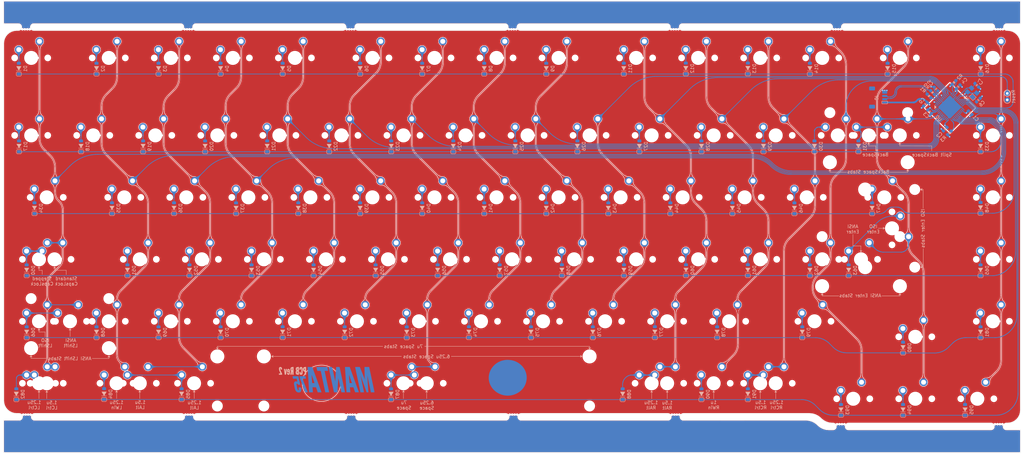
<source format=kicad_pcb>
(kicad_pcb (version 20171130) (host pcbnew "(5.1.5)-3")
  (title_block (title "Manta75 PCB") (date 2021-12-06) (rev 2) (comment 1 "Made with love by Rico"))
  (layers (0 F.Cu signal) (31 B.Cu signal) (34 B.Paste user) (35 F.Paste user) (36 B.SilkS user) (37 F.SilkS user) (38 B.Mask user) (39 F.Mask user) (44 Edge.Cuts user))
  (net 0 "")
  (net 1 +5V)
  (net 2 GND)
  (net 3 "Net-(C5-Pad1)")
  (net 4 "Net-(C6-Pad1)")
  (net 5 "Net-(C7-Pad1)")
  (net 6 Row0)
  (net 7 "Net-(D1-Pad2)")
  (net 8 "Net-(D2-Pad2)")
  (net 9 "Net-(D3-Pad2)")
  (net 10 "Net-(D4-Pad2)")
  (net 11 "Net-(D5-Pad2)")
  (net 12 "Net-(D6-Pad2)")
  (net 13 "Net-(D7-Pad2)")
  (net 14 "Net-(D8-Pad2)")
  (net 15 "Net-(D9-Pad2)")
  (net 16 "Net-(D11-Pad2)")
  (net 17 "Net-(D12-Pad2)")
  (net 18 "Net-(D13-Pad2)")
  (net 19 "Net-(D14-Pad2)")
  (net 20 "Net-(D15-Pad2)")
  (net 21 "Net-(D16-Pad2)")
  (net 22 Row1)
  (net 23 "Net-(D17-Pad2)")
  (net 24 "Net-(D18-Pad2)")
  (net 25 "Net-(D19-Pad2)")
  (net 26 "Net-(D20-Pad2)")
  (net 27 "Net-(D21-Pad2)")
  (net 28 "Net-(D22-Pad2)")
  (net 29 "Net-(D23-Pad2)")
  (net 30 "Net-(D24-Pad2)")
  (net 31 "Net-(D25-Pad2)")
  (net 32 "Net-(D26-Pad2)")
  (net 33 "Net-(D27-Pad2)")
  (net 34 "Net-(D28-Pad2)")
  (net 35 "Net-(D29-Pad2)")
  (net 36 "Net-(D30-Pad2)")
  (net 37 Row2)
  (net 38 "Net-(D33-Pad2)")
  (net 39 "Net-(D35-Pad2)")
  (net 40 "Net-(D36-Pad2)")
  (net 41 "Net-(D37-Pad2)")
  (net 42 "Net-(D38-Pad2)")
  (net 43 "Net-(D39-Pad2)")
  (net 44 "Net-(D40-Pad2)")
  (net 45 "Net-(D41-Pad2)")
  (net 46 "Net-(D42-Pad2)")
  (net 47 "Net-(D43-Pad2)")
  (net 48 "Net-(D44-Pad2)")
  (net 49 "Net-(D45-Pad2)")
  (net 50 "Net-(D46-Pad2)")
  (net 51 "Net-(D47-Pad2)")
  (net 52 "Net-(D48-Pad2)")
  (net 53 Row3)
  (net 54 "Net-(D51-Pad2)")
  (net 55 "Net-(D52-Pad2)")
  (net 56 "Net-(D53-Pad2)")
  (net 57 "Net-(D54-Pad2)")
  (net 58 "Net-(D55-Pad2)")
  (net 59 "Net-(D56-Pad2)")
  (net 60 "Net-(D57-Pad2)")
  (net 61 "Net-(D58-Pad2)")
  (net 62 "Net-(D59-Pad2)")
  (net 63 "Net-(D60-Pad2)")
  (net 64 "Net-(D61-Pad2)")
  (net 65 "Net-(D62-Pad2)")
  (net 66 "Net-(D63-Pad2)")
  (net 67 "Net-(D65-Pad2)")
  (net 68 "Net-(D66-Pad2)")
  (net 69 Row4)
  (net 70 "Net-(D68-Pad2)")
  (net 71 "Net-(D69-Pad2)")
  (net 72 "Net-(D70-Pad2)")
  (net 73 "Net-(D71-Pad2)")
  (net 74 "Net-(D72-Pad2)")
  (net 75 "Net-(D73-Pad2)")
  (net 76 "Net-(D74-Pad2)")
  (net 77 "Net-(D75-Pad2)")
  (net 78 "Net-(D76-Pad2)")
  (net 79 "Net-(D77-Pad2)")
  (net 80 "Net-(D78-Pad2)")
  (net 81 "Net-(D79-Pad2)")
  (net 82 "Net-(D80-Pad2)")
  (net 83 "Net-(D81-Pad2)")
  (net 84 Row5)
  (net 85 "Net-(D82-Pad2)")
  (net 86 "Net-(D84-Pad2)")
  (net 87 "Net-(D85-Pad2)")
  (net 88 "Net-(D87-Pad2)")
  (net 89 "Net-(D88-Pad2)")
  (net 90 "Net-(D90-Pad2)")
  (net 91 "Net-(D91-Pad2)")
  (net 92 "Net-(D93-Pad2)")
  (net 93 "Net-(D94-Pad2)")
  (net 94 "Net-(D95-Pad2)")
  (net 95 D-)
  (net 96 D+)
  (net 97 "Net-(R0-Pad1)")
  (net 98 "Net-(R1-Pad1)")
  (net 99 Reset)
  (net 100 "Net-(R3-Pad2)")
  (net 101 Col0)
  (net 102 Col1)
  (net 103 Col2)
  (net 104 Col3)
  (net 105 Col4)
  (net 106 Col5)
  (net 107 Col6)
  (net 108 Col7)
  (net 109 Col8)
  (net 110 Col9)
  (net 111 Col10)
  (net 112 Col11)
  (net 113 Col12)
  (net 114 Col13)
  (net 115 Col14)
  (net 116 Col15)
  (net 117 "Net-(U0-Pad1)")
  (net 118 "Net-(U0-Pad26)")
  (net 119 "Net-(U0-Pad42)")
  (net 120 "Net-(D31-Pad2)")
  (net 121 "Net-(D34-Pad2)")
  (net 122 "Net-(D50-Pad2)")
  (net 123 "Net-(U0-Pad25)")
  (module Rico:Vernes_Citation (layer F.Cu) (at 151.95 99.35)
    (fp_text reference Ref** hide)
    (fp_text value Val** hide)
  )
  (module Rico:Rico_Logo_Bright_Rev2 (layer B.Cu) (at 146.4 98.3 180)
    (fp_text reference Ref** hide)
    (fp_text value Val** hide)
    (fp_poly (pts (xy 0.330386 5.489289) (xy 0.33975 5.488904) (xy 0.834597 5.446947) (xy 1.321962 5.366387) (xy 1.798427 5.248365) (xy 2.260573 5.094023) (xy 2.704981 4.904504) (xy 3.128234 4.68095) (xy 3.526913 4.424502) (xy 3.528149 4.423627) (xy 3.702247 4.297105) (xy 3.85575 4.177464) (xy 4.000225 4.054861) (xy 4.147239 3.919453) (xy 4.308359 3.761399) (xy 4.319084 3.750622) (xy 4.645887 3.392924) (xy 4.937949 3.012869) (xy 5.194115 2.612413) (xy 5.413233 2.193514) (xy 5.594149 1.758127) (xy 5.71589 1.380603) (xy 5.823672 0.921986) (xy 5.889749 0.46286) (xy 5.914674 0.005229) (xy 5.899 -0.4489) (xy 5.843281 -0.897522) (xy 5.74807 -1.33863) (xy 5.613919 -1.77022) (xy 5.441384 -2.190284) (xy 5.231016 -2.596818) (xy 4.983369 -2.987815) (xy 4.698996 -3.36127) (xy 4.378451 -3.715177) (xy 4.284625 -3.808234) (xy 3.914753 -4.137967) (xy 3.520574 -4.434769) (xy 3.104846 -4.697662) (xy 2.67033 -4.925663) (xy 2.219784 -5.117795) (xy 1.755967 -5.273075) (xy 1.28164 -5.390526) (xy 0.799561 -5.469166) (xy 0.312489 -5.508015) (xy -0.176817 -5.506094) (xy -0.443416 -5.487535) (xy -0.935589 -5.42197) (xy -1.416984 -5.318757) (xy -1.885153 -5.179308) (xy -2.337646 -5.005034) (xy -2.772014 -4.797348) (xy -3.185805 -4.557661) (xy -3.576572 -4.287386) (xy -3.941863 -3.987935) (xy -4.279229 -3.660719) (xy -4.586221 -3.30715) (xy -4.846368 -2.949834) (xy -5.065406 -2.593502) (xy -5.250858 -2.23189) (xy -5.404952 -1.858889) (xy -5.529917 -1.468393) (xy -5.627979 -1.054294) (xy -5.701367 -0.610485) (xy -5.702346 -0.603162) (xy -5.741612 -0.170331) (xy -5.742694 0.256476) (xy -5.705103 0.680531) (xy -5.628353 1.105101) (xy -5.511953 1.533457) (xy -5.355416 1.968867) (xy -5.297291 2.109) (xy -5.100683 2.515473) (xy -4.867278 2.904096) (xy -4.599493 3.272967) (xy -4.299748 3.620182) (xy -3.970459 3.943838) (xy -3.614045 4.242033) (xy -3.232923 4.512863) (xy -2.829511 4.754426) (xy -2.406228 4.964818) (xy -1.965491 5.142137) (xy -1.509717 5.28448) (xy -1.156763 5.367691) (xy -1.034609 5.388799) (xy -0.880349 5.409736) (xy -0.703125 5.429761) (xy -0.512083 5.448134) (xy -0.316364 5.464114) (xy -0.125115 5.47696) (xy 0.052523 5.485931) (xy 0.207405 5.490288) (xy 0.330386 5.489289)) (layer B.Cu) (width 0.01))
  )
  (module Rico:Rico_Logo_Bright_Rev2 (layer F.Cu) (at 89 100)
    (fp_text reference Ref** hide)
    (fp_text value Val** hide)
    (fp_poly (pts (xy 0.330386 -5.489289) (xy 0.33975 -5.488904) (xy 0.834597 -5.446947) (xy 1.321962 -5.366387) (xy 1.798427 -5.248365) (xy 2.260573 -5.094023) (xy 2.704981 -4.904504) (xy 3.128234 -4.68095) (xy 3.526913 -4.424502) (xy 3.528149 -4.423627) (xy 3.702247 -4.297105) (xy 3.85575 -4.177464) (xy 4.000225 -4.054861) (xy 4.147239 -3.919453) (xy 4.308359 -3.761399) (xy 4.319084 -3.750622) (xy 4.645887 -3.392924) (xy 4.937949 -3.012869) (xy 5.194115 -2.612413) (xy 5.413233 -2.193514) (xy 5.594149 -1.758127) (xy 5.71589 -1.380603) (xy 5.823672 -0.921986) (xy 5.889749 -0.46286) (xy 5.914674 -0.005229) (xy 5.899 0.4489) (xy 5.843281 0.897522) (xy 5.74807 1.33863) (xy 5.613919 1.77022) (xy 5.441384 2.190284) (xy 5.231016 2.596818) (xy 4.983369 2.987815) (xy 4.698996 3.36127) (xy 4.378451 3.715177) (xy 4.284625 3.808234) (xy 3.914753 4.137967) (xy 3.520574 4.434769) (xy 3.104846 4.697662) (xy 2.67033 4.925663) (xy 2.219784 5.117795) (xy 1.755967 5.273075) (xy 1.28164 5.390526) (xy 0.799561 5.469166) (xy 0.312489 5.508015) (xy -0.176817 5.506094) (xy -0.443416 5.487535) (xy -0.935589 5.42197) (xy -1.416984 5.318757) (xy -1.885153 5.179308) (xy -2.337646 5.005034) (xy -2.772014 4.797348) (xy -3.185805 4.557661) (xy -3.576572 4.287386) (xy -3.941863 3.987935) (xy -4.279229 3.660719) (xy -4.586221 3.30715) (xy -4.846368 2.949834) (xy -5.065406 2.593502) (xy -5.250858 2.23189) (xy -5.404952 1.858889) (xy -5.529917 1.468393) (xy -5.627979 1.054294) (xy -5.701367 0.610485) (xy -5.702346 0.603162) (xy -5.741612 0.170331) (xy -5.742694 -0.256476) (xy -5.705103 -0.680531) (xy -5.628353 -1.105101) (xy -5.511953 -1.533457) (xy -5.355416 -1.968867) (xy -5.297291 -2.109) (xy -5.100683 -2.515473) (xy -4.867278 -2.904096) (xy -4.599493 -3.272967) (xy -4.299748 -3.620182) (xy -3.970459 -3.943838) (xy -3.614045 -4.242033) (xy -3.232923 -4.512863) (xy -2.829511 -4.754426) (xy -2.406228 -4.964818) (xy -1.965491 -5.142137) (xy -1.509717 -5.28448) (xy -1.156763 -5.367691) (xy -1.034609 -5.388799) (xy -0.880349 -5.409736) (xy -0.703125 -5.429761) (xy -0.512083 -5.448134) (xy -0.316364 -5.464114) (xy -0.125115 -5.47696) (xy 0.052523 -5.485931) (xy 0.207405 -5.490288) (xy 0.330386 -5.489289)) (layer F.Cu) (width 0.01))
  )
  (module Rico:Manta75_Logo_Bright_Rev2 (layer B.Cu) (at 91.4 98.5 180)
    (fp_text reference Ref** hide)
    (fp_text value Val** hide)
    (fp_poly (pts (xy 11.135573 0.542916) (xy 11.114252 0.438519) (xy 11.084402 0.288043) (xy 11.05982 0.161916) (xy 11.008699 -0.102667) (xy 10.445323 -0.102667) (xy 10.217722 -0.103169) (xy 10.060788 -0.106247) (xy 9.960521 -0.114259) (xy 9.90292 -0.129561) (xy 9.873985 -0.154513) (xy 9.859716 -0.19147) (xy 9.857085 -0.201722) (xy 9.819972 -0.357114) (xy 9.781178 -0.531684) (xy 9.74472 -0.705601) (xy 9.714613 -0.859032) (xy 9.694873 -0.972147) (xy 9.689515 -1.025114) (xy 9.690076 -1.026538) (xy 9.732024 -1.018163) (xy 9.819047 -0.980042) (xy 9.841081 -0.968907) (xy 10.014538 -0.920065) (xy 10.212643 -0.924939) (xy 10.397373 -0.980319) (xy 10.467253 -1.021771) (xy 10.609691 -1.176544) (xy 10.698741 -1.385198) (xy 10.726934 -1.611039) (xy 10.71755 -1.72575) (xy 10.691725 -1.904971) (xy 10.653018 -2.130941) (xy 10.60499 -2.3859) (xy 10.551199 -2.652087) (xy 10.495205 -2.911741) (xy 10.440569 -3.147103) (xy 10.390849 -3.340411) (xy 10.358963 -3.447) (xy 10.221674 -3.751303) (xy 10.03292 -4.004834) (xy 9.802461 -4.196546) (xy 9.612994 -4.291301) (xy 9.454183 -4.327078) (xy 9.258571 -4.338043) (xy 9.058051 -4.325684) (xy 8.884514 -4.291487) (xy 8.792305 -4.253047) (xy 8.642477 -4.112969) (xy 8.542426 -3.908839) (xy 8.493408 -3.645993) (xy 8.496681 -3.329767) (xy 8.52433 -3.116256) (xy 8.57565 -2.812) (xy 9.339614 -2.812) (xy 9.304736 -3.013084) (xy 9.282385 -3.187377) (xy 9.269351 -3.375813) (xy 9.26818 -3.425834) (xy 9.270643 -3.551488) (xy 9.287569 -3.614186) (xy 9.32935 -3.635541) (xy 9.369961 -3.6375) (xy 9.437432 -3.623238) (xy 9.49768 -3.574811) (xy 9.554138 -3.483759) (xy 9.610236 -3.341621) (xy 9.669406 -3.139936) (xy 9.73508 -2.870243) (xy 9.798808 -2.580141) (xy 9.860313 -2.283343) (xy 9.902577 -2.058992) (xy 9.926969 -1.897416) (xy 9.934854 -1.788943) (xy 9.927603 -1.7239) (xy 9.921865 -1.709836) (xy 9.845586 -1.634444) (xy 9.746666 -1.6318) (xy 9.638453 -1.698014) (xy 9.539071 -1.821367) (xy 9.490242 -1.894953) (xy 9.441647 -1.93789) (xy 9.370176 -1.958434) (xy 9.252718 -1.96484) (xy 9.136047 -1.965334) (xy 8.985207 -1.960644) (xy 8.873972 -1.948248) (xy 8.823139 -1.930657) (xy 8.822 -1.927425) (xy 8.830517 -1.878283) (xy 8.854283 -1.758973) (xy 8.890623 -1.582076) (xy 8.93686 -1.360173) (xy 8.99032 -1.105843) (xy 9.048324 -0.831666) (xy 9.108199 -0.550222) (xy 9.167268 -0.274093) (xy 9.222854 -0.015857) (xy 9.272282 0.211904) (xy 9.312877 0.396612) (xy 9.341961 0.525685) (xy 9.356475 0.58525) (xy 9.369998 0.610004) (xy 9.401374 0.628576) (xy 9.461377 0.64184) (xy 9.560785 0.650672) (xy 9.710374 0.655945) (xy 9.920921 0.658535) (xy 10.203202 0.659317) (xy 10.269121 0.659333) (xy 11.160204 0.659333) (xy 11.135573 0.542916)) (layer B.Cu) (width 0.01))
    (fp_poly (pts (xy -10.964083 1.897583) (xy -10.971052 1.522818) (xy -10.978588 1.161968) (xy -10.986382 0.826864) (xy -10.994127 0.529335) (xy -11.001516 0.281212) (xy -11.00824 0.094325) (xy -11.013889 -0.018) (xy -11.035845 -0.3355) (xy -10.894585 0.024333) (xy -10.846691 0.145) (xy -10.771399 0.332993) (xy -10.673187 0.577202) (xy -10.556538 0.866518) (xy -10.425929 1.189829) (xy -10.285843 1.536027) (xy -10.140758 1.894) (xy -10.122131 1.939916) (xy -9.490936 3.495666) (xy -8.779968 3.495666) (xy -8.545165 3.493878) (xy -8.342857 3.488925) (xy -8.186918 3.481425) (xy -8.091219 3.471997) (xy -8.067312 3.463916) (xy -8.075637 3.418797) (xy -8.100297 3.296654) (xy -8.140079 3.103292) (xy -8.193768 2.844514) (xy -8.260149 2.526126) (xy -8.338009 2.15393) (xy -8.426131 1.733731) (xy -8.523303 1.271334) (xy -8.628308 0.772542) (xy -8.739934 0.24316) (xy -8.856965 -0.311009) (xy -8.882229 -0.430532) (xy -9.698833 -4.29323) (xy -10.238583 -4.293448) (xy -10.467795 -4.291858) (xy -10.624369 -4.28599) (xy -10.720284 -4.274529) (xy -10.767516 -4.256158) (xy -10.778333 -4.234112) (xy -10.76981 -4.183032) (xy -10.74525 -4.056472) (xy -10.706165 -3.861781) (xy -10.654069 -3.606306) (xy -10.590474 -3.297395) (xy -10.516893 -2.942397) (xy -10.434839 -2.548659) (xy -10.345825 -2.12353) (xy -10.251363 -1.674357) (xy -10.249167 -1.663934) (xy -10.154795 -1.21559) (xy -10.065911 -0.792148) (xy -9.98401 -0.400815) (xy -9.91059 -0.0488) (xy -9.847146 0.256688) (xy -9.795177 0.508443) (xy -9.756179 0.699255) (xy -9.731649 0.821915) (xy -9.723084 0.869217) (xy -9.723093 0.869428) (xy -9.737291 0.845864) (xy -9.771028 0.761629) (xy -9.808301 0.659333) (xy -9.837532 0.577407) (xy -9.892707 0.423719) (xy -9.970992 0.206131) (xy -10.069552 -0.067493) (xy -10.185554 -0.389291) (xy -10.316162 -0.751399) (xy -10.458543 -1.145955) (xy -10.609862 -1.565094) (xy -10.742947 -1.933584) (xy -11.595479 -4.293667) (xy -12.129814 -4.293667) (xy -12.107704 -4.029084) (xy -12.097929 -3.900829) (xy -12.084453 -3.707396) (xy -12.067824 -3.457799) (xy -12.048585 -3.161056) (xy -12.027283 -2.826184) (xy -12.004462 -2.4622) (xy -11.980669 -2.07812) (xy -11.956448 -1.682962) (xy -11.932346 -1.285742) (xy -11.908908 -0.895478) (xy -11.886678 -0.521185) (xy -11.866204 -0.171882) (xy -11.848029 0.143415) (xy -11.8327 0.41569) (xy -11.820762 0.635925) (xy -11.812761 0.795104) (xy -11.809241 0.884209) (xy -11.809507 0.900285) (xy -11.820119 0.86221) (xy -11.846545 0.748215) (xy -11.887282 0.565253) (xy -11.940829 0.320281) (xy -12.005682 0.020254) (xy -12.080341 -0.327871) (xy -12.163303 -0.71714) (xy -12.253065 -1.140596) (xy -12.348127 -1.591284) (xy -12.368993 -1.690499) (xy -12.916166 -4.293596) (xy -13.455916 -4.293631) (xy -13.693387 -4.291369) (xy -13.855807 -4.283924) (xy -13.952686 -4.270366) (xy -13.993535 -4.249765) (xy -13.996354 -4.24075) (xy -13.987853 -4.192506) (xy -13.962962 -4.06731) (xy -13.922906 -3.871023) (xy -13.86891 -3.609505) (xy -13.802198 -3.288619) (xy -13.723996 -2.914227) (xy -13.635528 -2.492188) (xy -13.538018 -2.028366) (xy -13.432692 -1.528621) (xy -13.320774 -0.998815) (xy -13.20349 -0.444809) (xy -13.182563 -0.346084) (xy -12.368083 3.495666) (xy -10.936233 3.495666) (xy -10.964083 1.897583)) (layer B.Cu) (width 0.01))
    (fp_poly (pts (xy -4.968232 3.18875) (xy -4.973726 3.099812) (xy -4.98395 2.933235) (xy -4.998482 2.695891) (xy -5.016905 2.394653) (xy -5.038798 2.03639) (xy -5.063741 1.627976) (xy -5.091315 1.176281) (xy -5.121101 0.688177) (xy -5.152677 0.170535) (xy -5.185625 -0.369772) (xy -5.205472 -0.695334) (xy -5.423529 -4.2725) (xy -6.592885 -4.296092) (xy -6.570312 -4.114963) (xy -6.557118 -3.987583) (xy -6.541932 -3.808546) (xy -6.527482 -3.610731) (xy -6.52371 -3.552834) (xy -6.509546 -3.348012) (xy -6.493412 -3.144635) (xy -6.478282 -2.97958) (xy -6.474967 -2.948281) (xy -6.450252 -2.724729) (xy -6.991044 -2.736614) (xy -7.531835 -2.7485) (xy -8.059335 -4.2725) (xy -8.639602 -4.284304) (xy -8.882594 -4.28642) (xy -9.062688 -4.28195) (xy -9.172636 -4.271268) (xy -9.205351 -4.255146) (xy -9.189159 -4.210344) (xy -9.146105 -4.091434) (xy -9.078178 -3.903909) (xy -8.987368 -3.653259) (xy -8.875666 -3.344977) (xy -8.745062 -2.984553) (xy -8.597545 -2.57748) (xy -8.435105 -2.129248) (xy -8.259732 -1.64535) (xy -8.19159 -1.457334) (xy -7.091539 -1.457334) (xy -6.349196 -1.457334) (xy -6.252636 -0.18424) (xy -6.229084 0.134949) (xy -6.208862 0.4261) (xy -6.192598 0.678718) (xy -6.180922 0.882311) (xy -6.174462 1.026385) (xy -6.173845 1.100446) (xy -6.17523 1.108007) (xy -6.193444 1.074968) (xy -6.234828 0.972027) (xy -6.29558 0.809537) (xy -6.3719 0.597852) (xy -6.459987 0.347326) (xy -6.545402 0.099497) (xy -6.646756 -0.196403) (xy -6.744675 -0.480742) (xy -6.834105 -0.738964) (xy -6.909994 -0.95651) (xy -6.967288 -1.118824) (xy -6.99398 -1.19275) (xy -7.091539 -1.457334) (xy -8.19159 -1.457334) (xy -8.073417 -1.131276) (xy -7.878149 -0.592519) (xy -7.793833 -0.359892) (xy -6.396833 3.4944) (xy -4.949049 3.495666) (xy -4.968232 3.18875)) (layer B.Cu) (width 0.01))
    (fp_poly (pts (xy -2.553431 3.493275) (xy -2.388428 3.486745) (xy -2.274379 3.477047) (xy -2.227358 3.465151) (xy -2.22696 3.463916) (xy -2.224445 3.41659) (xy -2.217247 3.292994) (xy -2.205861 3.101369) (xy -2.190784 2.849955) (xy -2.17251 2.54699) (xy -2.151537 2.200715) (xy -2.128359 1.819368) (xy -2.103474 1.411189) (xy -2.100215 1.357833) (xy -2.07498 0.943759) (xy -2.051272 0.552951) (xy -2.029609 0.194041) (xy -2.010505 -0.124338) (xy -1.994477 -0.393556) (xy -1.98204 -0.604979) (xy -1.973711 -0.749976) (xy -1.970005 -0.819915) (xy -1.969913 -0.822334) (xy -1.960898 -0.883361) (xy -1.945866 -0.877958) (xy -1.933302 -0.827937) (xy -1.904861 -0.70305) (xy -1.862277 -0.511249) (xy -1.807285 -0.260482) (xy -1.741617 0.0413) (xy -1.667008 0.386147) (xy -1.585192 0.76611) (xy -1.497903 1.173239) (xy -1.467693 1.314529) (xy -1.379077 1.727847) (xy -1.295326 2.115714) (xy -1.218166 2.470321) (xy -1.149327 2.783861) (xy -1.090534 3.048524) (xy -1.043515 3.256502) (xy -1.009997 3.399985) (xy -0.991708 3.471167) (xy -0.989233 3.477544) (xy -0.941355 3.484546) (xy -0.825763 3.488599) (xy -0.659367 3.489431) (xy -0.459077 3.486769) (xy -0.44183 3.486391) (xy 0.084835 3.4745) (xy -0.413627 1.125) (xy -0.519156 0.627597) (xy -0.630283 0.103838) (xy -0.743738 -0.430882) (xy -0.856256 -0.961166) (xy -0.964571 -1.47162) (xy -1.065415 -1.946849) (xy -1.155521 -2.371456) (xy -1.231623 -2.730046) (xy -1.237786 -2.759084) (xy -1.563484 -4.293667) (xy -2.602812 -4.293667) (xy -2.625793 -4.11375) (xy -2.633009 -4.034399) (xy -2.644367 -3.880103) (xy -2.659255 -3.660453) (xy -2.67706 -3.385037) (xy -2.69717 -3.063445) (xy -2.718972 -2.705266) (xy -2.741855 -2.320088) (xy -2.757583 -2.05) (xy -2.780931 -1.654562) (xy -2.803916 -1.281783) (xy -2.825897 -0.940901) (xy -2.846235 -0.64115) (xy -2.864291 -0.391767) (xy -2.879424 -0.201989) (xy -2.890995 -0.08105) (xy -2.896631 -0.042303) (xy -2.908139 -0.034555) (xy -2.928119 -0.076439) (xy -2.957576 -0.172173) (xy -2.997517 -0.325971) (xy -3.048947 -0.542049) (xy -3.112872 -0.824622) (xy -3.190298 -1.177905) (xy -3.282229 -1.606115) (xy -3.381419 -2.074303) (xy -3.468814 -2.489413) (xy -3.550681 -2.879441) (xy -3.625394 -3.236551) (xy -3.691323 -3.552906) (xy -3.74684 -3.820668) (xy -3.790319 -4.032001) (xy -3.820131 -4.179068) (xy -3.834648 -4.25403) (xy -3.835817 -4.261917) (xy -3.87548 -4.273682) (xy -3.984157 -4.283475) (xy -4.1462 -4.290401) (xy -4.345964 -4.293564) (xy -4.390589 -4.293667) (xy -4.615876 -4.29327) (xy -4.769433 -4.290535) (xy -4.864197 -4.283143) (xy -4.913106 -4.268779) (xy -4.929096 -4.245125) (xy -4.925105 -4.209863) (xy -4.922369 -4.198417) (xy -4.910354 -4.143703) (xy -4.882114 -4.012201) (xy -4.838934 -3.809958) (xy -4.782098 -3.543022) (xy -4.71289 -3.217441) (xy -4.632594 -2.839262) (xy -4.542494 -2.414534) (xy -4.443874 -1.949304) (xy -4.338018 -1.44962) (xy -4.226212 -0.921531) (xy -4.111165 -0.377834) (xy -3.994825 0.171817) (xy -3.883191 0.698629) (xy -3.777541 1.196598) (xy -3.679157 1.659722) (xy -3.589316 2.081997) (xy -3.509298 2.45742) (xy -3.440384 2.779987) (xy -3.383853 3.043697) (xy -3.340983 3.242544) (xy -3.313055 3.370527) (xy -3.301366 3.421583) (xy -3.283464 3.452733) (xy -3.24197 3.473798) (xy -3.16278 3.486687) (xy -3.03179 3.493304) (xy -2.834897 3.495556) (xy -2.753314 3.495666) (xy -2.553431 3.493275)) (layer B.Cu) (width 0.01))
    (fp_poly (pts (xy 2.52142 3.495132) (xy 2.860508 3.493608) (xy 3.162746 3.491211) (xy 3.419115 3.48806) (xy 3.620599 3.484274) (xy 3.758178 3.479969) (xy 3.822837 3.475265) (xy 3.826667 3.473781) (xy 3.818073 3.423165) (xy 3.795116 3.30947) (xy 3.762037 3.152213) (xy 3.723074 2.970912) (xy 3.682467 2.785087) (xy 3.644455 2.614254) (xy 3.613277 2.477933) (xy 3.593173 2.395641) (xy 3.590332 2.385663) (xy 3.570786 2.354916) (xy 3.52527 2.333315) (xy 3.439969 2.318768) (xy 3.301071 2.309182) (xy 3.09476 2.302466) (xy 3.031286 2.300996) (xy 2.49482 2.289166) (xy 1.997861 -0.060334) (xy 1.8984 -0.530624) (xy 1.798037 -1.005301) (xy 1.699279 -1.472499) (xy 1.604631 -1.920358) (xy 1.516601 -2.337014) (xy 1.437695 -2.710605) (xy 1.370419 -3.029268) (xy 1.317281 -3.281139) (xy 1.302396 -3.35175) (xy 1.103889 -4.293667) (xy 0.517945 -4.293667) (xy 0.270291 -4.291667) (xy 0.097811 -4.285101) (xy -0.008909 -4.273115) (xy -0.05928 -4.254858) (xy -0.066379 -4.24075) (xy -0.057531 -4.191899) (xy -0.0324 -4.066641) (xy 0.007673 -3.871381) (xy 0.061348 -3.612526) (xy 0.127284 -3.29648) (xy 0.204142 -2.92965) (xy 0.290582 -2.51844) (xy 0.385262 -2.069256) (xy 0.486844 -1.588503) (xy 0.593987 -1.082588) (xy 0.622247 -0.949334) (xy 1.309253 2.289166) (xy 0.766336 2.300996) (xy 0.543108 2.306834) (xy 0.391803 2.31425) (xy 0.299676 2.325315) (xy 0.253984 2.342101) (xy 0.241984 2.36668) (xy 0.245544 2.385662) (xy 0.261458 2.449338) (xy 0.289648 2.572295) (xy 0.325915 2.735161) (xy 0.366057 2.918562) (xy 0.405875 3.103125) (xy 0.441169 3.269476) (xy 0.467738 3.398242) (xy 0.481383 3.470049) (xy 0.482334 3.477887) (xy 0.523164 3.481788) (xy 0.639643 3.485393) (xy 0.822752 3.488607) (xy 1.063475 3.491333) (xy 1.352793 3.493475) (xy 1.681688 3.494938) (xy 2.041143 3.495626) (xy 2.1545 3.495666) (xy 2.52142 3.495132)) (layer B.Cu) (width 0.01))
    (fp_poly (pts (xy 6.517231 3.189765) (xy 6.510124 3.094184) (xy 6.498664 2.924855) (xy 6.483314 2.689425) (xy 6.464541 2.395544) (xy 6.442807 2.050859) (xy 6.418577 1.663019) (xy 6.392317 1.23967) (xy 6.36449 0.788463) (xy 6.335562 0.317043) (xy 6.305996 -0.16694) (xy 6.276257 -0.655838) (xy 6.24681 -1.142003) (xy 6.21812 -1.617788) (xy 6.19065 -2.075544) (xy 6.164865 -2.507622) (xy 6.141231 -2.906376) (xy 6.120211 -3.264157) (xy 6.10227 -3.573316) (xy 6.087872 -3.826207) (xy 6.077483 -4.01518) (xy 6.071566 -4.132587) (xy 6.070334 -4.167911) (xy 6.070334 -4.293667) (xy 4.914908 -4.293667) (xy 4.943813 -3.79625) (xy 4.958151 -3.563817) (xy 4.974043 -3.328934) (xy 4.98926 -3.123571) (xy 4.99856 -3.011772) (xy 5.024402 -2.724711) (xy 4.481496 -2.736606) (xy 3.93859 -2.7485) (xy 3.682403 -3.521084) (xy 3.426216 -4.293667) (xy 2.261935 -4.293667) (xy 2.395815 -3.92325) (xy 2.430363 -3.827908) (xy 2.491492 -3.659491) (xy 2.576842 -3.42449) (xy 2.684053 -3.129397) (xy 2.810767 -2.780705) (xy 2.954623 -2.384904) (xy 3.113262 -1.948487) (xy 3.284325 -1.477945) (xy 3.303056 -1.426427) (xy 4.419334 -1.426427) (xy 4.45842 -1.440394) (xy 4.562723 -1.451076) (xy 4.712809 -1.456803) (xy 4.779167 -1.457334) (xy 4.957201 -1.454947) (xy 5.066147 -1.445841) (xy 5.121496 -1.427099) (xy 5.138742 -1.395801) (xy 5.139 -1.38956) (xy 5.142231 -1.330389) (xy 5.151329 -1.198806) (xy 5.165403 -1.006796) (xy 5.18356 -0.766345) (xy 5.20491 -0.489436) (xy 5.225989 -0.220563) (xy 5.249074 0.08237) (xy 5.268856 0.362874) (xy 5.284562 0.608213) (xy 5.295421 0.80565) (xy 5.30066 0.942447) (xy 5.300072 1.001992) (xy 5.284976 1.006898) (xy 5.247956 0.938971) (xy 5.188393 0.796636) (xy 5.10567 0.57832) (xy 4.999168 0.282449) (xy 4.868269 -0.092551) (xy 4.85325 -0.136099) (xy 4.746764 -0.446119) (xy 4.649751 -0.730378) (xy 4.565528 -0.979018) (xy 4.497411 -1.182179) (xy 4.448713 -1.330002) (xy 4.422752 -1.41263) (xy 4.419334 -1.426427) (xy 3.303056 -1.426427) (xy 3.465453 -0.979771) (xy 3.654285 -0.460455) (xy 3.807486 -0.039167) (xy 5.085277 3.4745) (xy 5.814346 3.486099) (xy 6.543414 3.497697) (xy 6.517231 3.189765)) (layer B.Cu) (width 0.01))
    (fp_poly (pts (xy 8.375855 0.657719) (xy 8.614949 0.653201) (xy 8.811017 0.646263) (xy 8.951956 0.63739) (xy 9.025658 0.627066) (xy 9.033667 0.622193) (xy 9.023154 0.523866) (xy 8.990719 0.378216) (xy 8.935014 0.181273) (xy 8.854693 -0.070934) (xy 8.74841 -0.382374) (xy 8.614817 -0.757018) (xy 8.452567 -1.198835) (xy 8.260315 -1.711794) (xy 8.088014 -2.16555) (xy 7.276834 -4.291933) (xy 6.88525 -4.2928) (xy 6.715007 -4.289998) (xy 6.58227 -4.281761) (xy 6.505639 -4.269558) (xy 6.494133 -4.261917) (xy 6.509096 -4.217448) (xy 6.551895 -4.101545) (xy 6.619677 -3.921682) (xy 6.709587 -3.685333) (xy 6.818768 -3.399972) (xy 6.944367 -3.073073) (xy 7.083529 -2.71211) (xy 7.233397 -2.324557) (xy 7.290571 -2.177) (xy 8.086543 -0.123834) (xy 7.560069 -0.111947) (xy 7.033596 -0.10006) (xy 7.060622 0.068949) (xy 7.086831 0.217579) (xy 7.120468 0.389584) (xy 7.132832 0.448645) (xy 7.178016 0.659333) (xy 8.105841 0.659333) (xy 8.375855 0.657719)) (layer B.Cu) (width 0.01))
  )
  (module Rico:Mousebite4 (layer F.Cu) (at 197.5 109.65)
    (fp_text reference REF** hide)
    (fp_text value Mousebite4 hide)
    (pad "" np_thru_hole circle (at 0 0) (size 0.5 0.5) (drill 0.5) (layers *.Cu *.Mask))
    (pad "" np_thru_hole circle (at -0.75 0) (size 0.5 0.5) (drill 0.5) (layers *.Cu *.Mask))
    (pad "" np_thru_hole circle (at 0.75 0) (size 0.5 0.5) (drill 0.5) (layers *.Cu *.Mask))
    (pad "" np_thru_hole circle (at 1.5 0) (size 0.5 0.5) (drill 0.5) (layers *.Cu *.Mask))
  )
  (module Rico:Mousebite4 (layer F.Cu) (at 147.7 109.65)
    (fp_text reference REF** hide)
    (fp_text value Mousebite4 hide)
    (pad "" np_thru_hole circle (at 0 0) (size 0.5 0.5) (drill 0.5) (layers *.Cu *.Mask))
    (pad "" np_thru_hole circle (at -0.75 0) (size 0.5 0.5) (drill 0.5) (layers *.Cu *.Mask))
    (pad "" np_thru_hole circle (at 0.75 0) (size 0.5 0.5) (drill 0.5) (layers *.Cu *.Mask))
    (pad "" np_thru_hole circle (at 1.5 0) (size 0.5 0.5) (drill 0.5) (layers *.Cu *.Mask))
  )
  (module Rico:Mousebite4 (layer F.Cu) (at 97.9 109.65)
    (fp_text reference REF** hide)
    (fp_text value Mousebite4 hide)
    (pad "" np_thru_hole circle (at 0 0) (size 0.5 0.5) (drill 0.5) (layers *.Cu *.Mask))
    (pad "" np_thru_hole circle (at -0.75 0) (size 0.5 0.5) (drill 0.5) (layers *.Cu *.Mask))
    (pad "" np_thru_hole circle (at 0.75 0) (size 0.5 0.5) (drill 0.5) (layers *.Cu *.Mask))
    (pad "" np_thru_hole circle (at 1.5 0) (size 0.5 0.5) (drill 0.5) (layers *.Cu *.Mask))
  )
  (module Rico:Mousebite4 (layer F.Cu) (at 48.1 109.65)
    (fp_text reference REF** hide)
    (fp_text value Mousebite4 hide)
    (pad "" np_thru_hole circle (at 0 0) (size 0.5 0.5) (drill 0.5) (layers *.Cu *.Mask))
    (pad "" np_thru_hole circle (at -0.75 0) (size 0.5 0.5) (drill 0.5) (layers *.Cu *.Mask))
    (pad "" np_thru_hole circle (at 0.75 0) (size 0.5 0.5) (drill 0.5) (layers *.Cu *.Mask))
    (pad "" np_thru_hole circle (at 1.5 0) (size 0.5 0.5) (drill 0.5) (layers *.Cu *.Mask))
  )
  (module Rico:Mousebite4 (layer F.Cu) (at 297.59 -8.8 180)
    (fp_text reference REF** hide)
    (fp_text value Mousebite4 hide)
    (pad "" np_thru_hole circle (at 1.5 0 180) (size 0.5 0.5) (drill 0.5) (layers *.Cu *.Mask))
    (pad "" np_thru_hole circle (at 0.75 0 180) (size 0.5 0.5) (drill 0.5) (layers *.Cu *.Mask))
    (pad "" np_thru_hole circle (at -0.75 0 180) (size 0.5 0.5) (drill 0.5) (layers *.Cu *.Mask))
    (pad "" np_thru_hole circle (at 0 0 180) (size 0.5 0.5) (drill 0.5) (layers *.Cu *.Mask))
  )
  (module Rico:Mousebite4 (layer F.Cu) (at 247.79 -8.8 180)
    (fp_text reference REF** hide)
    (fp_text value Mousebite4 hide)
    (pad "" np_thru_hole circle (at 1.5 0 180) (size 0.5 0.5) (drill 0.5) (layers *.Cu *.Mask))
    (pad "" np_thru_hole circle (at 0.75 0 180) (size 0.5 0.5) (drill 0.5) (layers *.Cu *.Mask))
    (pad "" np_thru_hole circle (at -0.75 0 180) (size 0.5 0.5) (drill 0.5) (layers *.Cu *.Mask))
    (pad "" np_thru_hole circle (at 0 0 180) (size 0.5 0.5) (drill 0.5) (layers *.Cu *.Mask))
  )
  (module Rico:Mousebite4 (layer F.Cu) (at 197.99 -8.8 180)
    (fp_text reference REF** hide)
    (fp_text value Mousebite4 hide)
    (pad "" np_thru_hole circle (at 1.5 0 180) (size 0.5 0.5) (drill 0.5) (layers *.Cu *.Mask))
    (pad "" np_thru_hole circle (at 0.75 0 180) (size 0.5 0.5) (drill 0.5) (layers *.Cu *.Mask))
    (pad "" np_thru_hole circle (at -0.75 0 180) (size 0.5 0.5) (drill 0.5) (layers *.Cu *.Mask))
    (pad "" np_thru_hole circle (at 0 0 180) (size 0.5 0.5) (drill 0.5) (layers *.Cu *.Mask))
  )
  (module Rico:Mousebite4 (layer F.Cu) (at 148.19 -8.8 180)
    (fp_text reference REF** hide)
    (fp_text value Mousebite4 hide)
    (pad "" np_thru_hole circle (at 1.5 0 180) (size 0.5 0.5) (drill 0.5) (layers *.Cu *.Mask))
    (pad "" np_thru_hole circle (at 0.75 0 180) (size 0.5 0.5) (drill 0.5) (layers *.Cu *.Mask))
    (pad "" np_thru_hole circle (at -0.75 0 180) (size 0.5 0.5) (drill 0.5) (layers *.Cu *.Mask))
    (pad "" np_thru_hole circle (at 0 0 180) (size 0.5 0.5) (drill 0.5) (layers *.Cu *.Mask))
  )
  (module Rico:Mousebite4 (layer F.Cu) (at 98.39 -8.8 180)
    (fp_text reference REF** hide)
    (fp_text value Mousebite4 hide)
    (pad "" np_thru_hole circle (at 1.5 0 180) (size 0.5 0.5) (drill 0.5) (layers *.Cu *.Mask))
    (pad "" np_thru_hole circle (at 0.75 0 180) (size 0.5 0.5) (drill 0.5) (layers *.Cu *.Mask))
    (pad "" np_thru_hole circle (at -0.75 0 180) (size 0.5 0.5) (drill 0.5) (layers *.Cu *.Mask))
    (pad "" np_thru_hole circle (at 0 0 180) (size 0.5 0.5) (drill 0.5) (layers *.Cu *.Mask))
  )
  (module Rico:Mousebite4 (layer F.Cu) (at 48.59 -8.8 180)
    (fp_text reference REF** hide)
    (fp_text value Mousebite4 hide)
    (pad "" np_thru_hole circle (at 1.5 0 180) (size 0.5 0.5) (drill 0.5) (layers *.Cu *.Mask))
    (pad "" np_thru_hole circle (at 0.75 0 180) (size 0.5 0.5) (drill 0.5) (layers *.Cu *.Mask))
    (pad "" np_thru_hole circle (at -0.75 0 180) (size 0.5 0.5) (drill 0.5) (layers *.Cu *.Mask))
    (pad "" np_thru_hole circle (at 0 0 180) (size 0.5 0.5) (drill 0.5) (layers *.Cu *.Mask))
  )
  (module Rico:Mousebite4 (layer F.Cu) (at 248.2 112.6)
    (fp_text reference REF** hide)
    (fp_text value Mousebite4 hide)
    (pad "" np_thru_hole circle (at 0 0) (size 0.5 0.5) (drill 0.5) (layers *.Cu *.Mask))
    (pad "" np_thru_hole circle (at -0.75 0) (size 0.5 0.5) (drill 0.5) (layers *.Cu *.Mask))
    (pad "" np_thru_hole circle (at 0.75 0) (size 0.5 0.5) (drill 0.5) (layers *.Cu *.Mask))
    (pad "" np_thru_hole circle (at 1.5 0) (size 0.5 0.5) (drill 0.5) (layers *.Cu *.Mask))
  )
  (module Rico:Mousebite4 (layer F.Cu) (at 296.7 112.6)
    (fp_text reference REF** hide)
    (fp_text value Mousebite4 hide)
    (pad "" np_thru_hole circle (at 1.5 0) (size 0.5 0.5) (drill 0.5) (layers *.Cu *.Mask))
    (pad "" np_thru_hole circle (at 0.75 0) (size 0.5 0.5) (drill 0.5) (layers *.Cu *.Mask))
    (pad "" np_thru_hole circle (at -0.75 0) (size 0.5 0.5) (drill 0.5) (layers *.Cu *.Mask))
    (pad "" np_thru_hole circle (at 0 0) (size 0.5 0.5) (drill 0.5) (layers *.Cu *.Mask))
  )
  (module "" (layer F.Cu) (at 302.8 125.64)
    (fp_text reference "" (at 0 0) (layer F.SilkS) (effects (font (size 1.27 1.27))))
    (fp_text value "" (at 0 0) (layer F.SilkS) (effects (font (size 1.27 1.27))))
  )
  (module Rico:Mousebite4 (layer F.Cu) (at -1.21 -8.8 180)
    (fp_text reference REF** hide)
    (fp_text value Mousebite4 hide)
    (pad "" np_thru_hole circle (at 0 0 180) (size 0.5 0.5) (drill 0.5) (layers *.Cu *.Mask))
    (pad "" np_thru_hole circle (at -0.75 0 180) (size 0.5 0.5) (drill 0.5) (layers *.Cu *.Mask))
    (pad "" np_thru_hole circle (at 0.75 0 180) (size 0.5 0.5) (drill 0.5) (layers *.Cu *.Mask))
    (pad "" np_thru_hole circle (at 1.5 0 180) (size 0.5 0.5) (drill 0.5) (layers *.Cu *.Mask))
  )
  (module "" (layer F.Cu) (at 10.5 114)
    (fp_text reference "" (at 0 0) (layer F.SilkS) (effects (font (size 1.27 1.27))))
    (fp_text value "" (at 0 0) (layer F.SilkS) (effects (font (size 1.27 1.27))))
  )
  (module Rico:Mousebite4 (layer F.Cu) (at -1.7 109.65)
    (fp_text reference REF** hide)
    (fp_text value Mousebite4 hide)
    (pad "" np_thru_hole circle (at 1.5 0) (size 0.5 0.5) (drill 0.5) (layers *.Cu *.Mask))
    (pad "" np_thru_hole circle (at 0.75 0) (size 0.5 0.5) (drill 0.5) (layers *.Cu *.Mask))
    (pad "" np_thru_hole circle (at -0.75 0) (size 0.5 0.5) (drill 0.5) (layers *.Cu *.Mask))
    (pad "" np_thru_hole circle (at 0 0) (size 0.5 0.5) (drill 0.5) (layers *.Cu *.Mask))
  )
  (module Rico:Mx_Sw_2u (layer F.Cu) (at 257.175 23.8125)
    (fp_text reference SW31 hide)
    (fp_text value SW_Push)
    (pad "" np_thru_hole circle (at -11.938 8.255) (size 4 4) (drill 4) (layers *.Cu *.Mask))
    (pad "" np_thru_hole circle (at 11.938 8.255) (size 4 4) (drill 4) (layers *.Cu *.Mask))
    (pad "" np_thru_hole circle (at 11.938 -6.985) (size 3.05 3.05) (drill 3.05) (layers *.Cu *.Mask))
    (pad "" np_thru_hole circle (at -11.938 -6.985) (size 3.05 3.05) (drill 3.05) (layers *.Cu *.Mask))
    (pad 2 thru_hole circle (at 2.54 -5.08) (size 2.413 2.413) (drill 1.524) (layers *.Cu B.Mask) (net 115 Col14))
    (pad 1 thru_hole circle (at -3.81 -2.54) (size 2.413 2.413) (drill 1.524) (layers *.Cu B.Mask) (net 120 "Net-(D31-Pad2)"))
    (pad "" np_thru_hole circle (at 5.08 0) (size 1.75 1.75) (drill 1.75) (layers *.Cu *.Mask))
    (pad "" np_thru_hole circle (at -5.08 0) (size 1.75 1.75) (drill 1.75) (layers *.Cu *.Mask))
    (pad "" np_thru_hole circle (at 0 0) (size 4 4) (drill 4) (layers *.Cu *.Mask))
  )
  (module Rico:JST_SH_SM04B-SRSS-TB_1x04-1MP_P1.00mm_Horizontal (layer B.Cu) (at 260.0706 12.192 90)
    (fp_text reference J0 (at -0.008 -0.479 90) (layer B.SilkS) (effects (justify mirror)))
    (fp_text value "JST SH")
    (pad 2 smd roundrect (at -0.5 2 90) (size 0.6 1.55) (layers B.Cu B.Paste B.Mask) (net 95 D-))
    (pad MP smd roundrect (at 2.8 -1.875 90) (size 1.2 1.8) (layers B.Cu B.Paste B.Mask) (roundrect_rratio 0.208333))
    (pad 1 smd roundrect (at -1.5 2 90) (size 0.6 1.55) (layers B.Cu B.Paste B.Mask) (net 1 +5V))
    (pad 3 smd roundrect (at 0.5 2 90) (size 0.6 1.55) (layers B.Cu B.Paste B.Mask) (net 96 D+))
    (pad 4 smd roundrect (at 1.5 2 90) (size 0.6 1.55) (layers B.Cu B.Paste B.Mask) (net 2 GND))
    (pad MP smd roundrect (at -2.8 -1.875 90) (size 1.2 1.8) (layers B.Cu B.Paste B.Mask) (roundrect_rratio 0.208333))
  )
  (module Rico:Crystal_SMD_3225-4Pin_3.2x2.5mm (layer B.Cu) (at 288.90012 10.649625 135)
    (fp_text reference Y1 (at 0.035175 -2.439868 135) (layer B.SilkS) (effects (justify mirror)))
    (fp_text value Crystal_16MHz)
    (pad 2 smd rect (at 1.1 -0.85 135) (size 1.4 1.2) (layers B.Cu B.Paste B.Mask) (net 2 GND))
    (pad 4 smd rect (at -1.1 0.85 135) (size 1.4 1.2) (layers B.Cu B.Paste B.Mask) (net 2 GND))
    (pad 3 smd rect (at 1.1 0.85 135) (size 1.4 1.2) (layers B.Cu B.Paste B.Mask) (net 5 "Net-(C7-Pad1)"))
    (pad 1 smd rect (at -1.1 -0.85 135) (size 1.4 1.2) (layers B.Cu B.Paste B.Mask) (net 4 "Net-(C6-Pad1)"))
  )
  (module Rico:QFN-44-1EP_7x7mm_P0.5mm_EP5.2x5.2mm (layer B.Cu) (at 282.053721 15.116704 315)
    (fp_text reference U0 (at 0.020913 4.869856 135) (layer B.SilkS) (effects (justify mirror)))
    (fp_text value ATmega32U4-MU)
    (pad 4 smd roundrect (at -3.3375 1 315) (size 1.075 0.25) (layers B.Cu B.Paste B.Mask) (net 97 "Net-(R0-Pad1)"))
    (pad 12 smd roundrect (at -2.5 -3.3375 315) (size 0.25 1.075) (layers B.Cu B.Paste B.Mask) (net 110 Col9))
    (pad 20 smd roundrect (at 1.5 -3.3375 315) (size 0.25 1.075) (layers B.Cu B.Paste B.Mask) (net 69 Row4))
    (pad 22 smd roundrect (at 2.5 -3.3375 315) (size 0.25 1.075) (layers B.Cu B.Paste B.Mask) (net 37 Row2))
    (pad 24 smd roundrect (at 3.3375 -2 315) (size 1.075 0.25) (layers B.Cu B.Paste B.Mask) (net 1 +5V))
    (pad 25 smd roundrect (at 3.3375 -1.5 315) (size 1.075 0.25) (layers B.Cu B.Paste B.Mask) (net 123 "Net-(U0-Pad25)"))
    (pad 26 smd roundrect (at 3.3375 -1 315) (size 1.075 0.25) (layers B.Cu B.Paste B.Mask) (net 118 "Net-(U0-Pad26)"))
    (pad 27 smd roundrect (at 3.3375 -0.5 315) (size 1.075 0.25) (layers B.Cu B.Paste B.Mask) (net 116 Col15))
    (pad 28 smd roundrect (at 3.3375 0 315) (size 1.075 0.25) (layers B.Cu B.Paste B.Mask) (net 104 Col3))
    (pad 29 smd roundrect (at 3.3375 0.5 315) (size 1.075 0.25) (layers B.Cu B.Paste B.Mask) (net 103 Col2))
    (pad 30 smd roundrect (at 3.3375 1 315) (size 1.075 0.25) (layers B.Cu B.Paste B.Mask) (net 102 Col1))
    (pad 2 smd roundrect (at -3.3375 2 315) (size 1.075 0.25) (layers B.Cu B.Paste B.Mask) (net 1 +5V))
    (pad 18 smd roundrect (at 0.5 -3.3375 315) (size 0.25 1.075) (layers B.Cu B.Paste B.Mask) (net 6 Row0))
    (pad 31 smd roundrect (at 3.3375 1.5 315) (size 1.075 0.25) (layers B.Cu B.Paste B.Mask) (net 101 Col0))
    (pad 32 smd roundrect (at 3.3375 2 315) (size 1.075 0.25) (layers B.Cu B.Paste B.Mask) (net 22 Row1))
    (pad 1 smd roundrect (at -3.3375 2.5 315) (size 1.075 0.25) (layers B.Cu B.Paste B.Mask) (net 117 "Net-(U0-Pad1)"))
    (pad 5 smd roundrect (at -3.3375 0.5 315) (size 1.075 0.25) (layers B.Cu B.Paste B.Mask) (net 2 GND))
    (pad 6 smd roundrect (at -3.3375 0 315) (size 1.075 0.25) (layers B.Cu B.Paste B.Mask) (net 3 "Net-(C5-Pad1)"))
    (pad 10 smd roundrect (at -3.3375 -2 315) (size 1.075 0.25) (layers B.Cu B.Paste B.Mask) (net 112 Col11))
    (pad 11 smd roundrect (at -3.3375 -2.5 315) (size 1.075 0.25) (layers B.Cu B.Paste B.Mask) (net 111 Col10))
    (pad 45 smd roundrect (at 0 0 315) (size 5.2 5.2) (layers B.Cu B.Mask) (roundrect_rratio 0.048077) (net 2 GND))
    (pad 14 smd roundrect (at -1.5 -3.3375 315) (size 0.25 1.075) (layers B.Cu B.Paste B.Mask) (net 1 +5V))
    (pad 16 smd roundrect (at -0.5 -3.3375 315) (size 0.25 1.075) (layers B.Cu B.Paste B.Mask) (net 5 "Net-(C7-Pad1)"))
    (pad 19 smd roundrect (at 1 -3.3375 315) (size 0.25 1.075) (layers B.Cu B.Paste B.Mask) (net 84 Row5))
    (pad 21 smd roundrect (at 2 -3.3375 315) (size 0.25 1.075) (layers B.Cu B.Paste B.Mask) (net 53 Row3))
    (pad 23 smd roundrect (at 3.3375 -2.5 315) (size 1.075 0.25) (layers B.Cu B.Paste B.Mask) (net 2 GND))
    (pad 17 smd roundrect (at 0 -3.3375 315) (size 0.25 1.075) (layers B.Cu B.Paste B.Mask) (net 4 "Net-(C6-Pad1)"))
    (pad 3 smd roundrect (at -3.3375 1.5 315) (size 1.075 0.25) (layers B.Cu B.Paste B.Mask) (net 98 "Net-(R1-Pad1)"))
    (pad 8 smd roundrect (at -3.3375 -1 315) (size 1.075 0.25) (layers B.Cu B.Paste B.Mask) (net 114 Col13))
    (pad 13 smd roundrect (at -2 -3.3375 315) (size 0.25 1.075) (layers B.Cu B.Paste B.Mask) (net 99 Reset))
    (pad 15 smd roundrect (at -1 -3.3375 315) (size 0.25 1.075) (layers B.Cu B.Paste B.Mask) (net 2 GND))
    (pad 7 smd roundrect (at -3.3375 -0.5 315) (size 1.075 0.25) (layers B.Cu B.Paste B.Mask) (net 1 +5V))
    (pad 9 smd roundrect (at -3.3375 -1.5 315) (size 1.075 0.25) (layers B.Cu B.Paste B.Mask) (net 113 Col12))
    (pad 42 smd roundrect (at -1.5 3.3375 315) (size 0.25 1.075) (layers B.Cu B.Paste B.Mask) (net 119 "Net-(U0-Pad42)"))
    (pad 40 smd roundrect (at -0.5 3.3375 315) (size 0.25 1.075) (layers B.Cu B.Paste B.Mask) (net 109 Col8))
    (pad 44 smd roundrect (at -2.5 3.3375 315) (size 0.25 1.075) (layers B.Cu B.Paste B.Mask) (net 1 +5V))
    (pad 33 smd roundrect (at 3.3375 2.5 315) (size 1.075 0.25) (layers B.Cu B.Paste B.Mask) (net 100 "Net-(R3-Pad2)"))
    (pad 41 smd roundrect (at -1 3.3375 315) (size 0.25 1.075) (layers B.Cu B.Paste B.Mask) (net 115 Col14))
    (pad 43 smd roundrect (at -2 3.3375 315) (size 0.25 1.075) (layers B.Cu B.Paste B.Mask) (net 2 GND))
    (pad 37 smd roundrect (at 1 3.3375 315) (size 0.25 1.075) (layers B.Cu B.Paste B.Mask) (net 106 Col5))
    (pad 35 smd roundrect (at 2 3.3375 315) (size 0.25 1.075) (layers B.Cu B.Paste B.Mask) (net 2 GND))
    (pad 34 smd roundrect (at 2.5 3.3375 315) (size 0.25 1.075) (layers B.Cu B.Paste B.Mask) (net 1 +5V))
    (pad 36 smd roundrect (at 1.5 3.3375 315) (size 0.25 1.075) (layers B.Cu B.Paste B.Mask) (net 105 Col4))
    (pad 38 smd roundrect (at 0.5 3.3375 315) (size 0.25 1.075) (layers B.Cu B.Paste B.Mask) (net 107 Col6))
    (pad 39 smd roundrect (at 0 3.3375 315) (size 0.25 1.075) (layers B.Cu B.Paste B.Mask) (net 108 Col7))
  )
  (module Rico:Reset_pins (layer B.Cu) (at 299.7 10.9 180)
    (fp_text reference RST0 hide)
    (fp_text value SW_Push)
    (pad 2 thru_hole circle (at 0 -2 180) (size 1.6 1.6) (drill 0.8) (layers *.Cu B.Mask) (net 2 GND))
    (pad 1 thru_hole circle (at 0 0 180) (size 1.6 1.6) (drill 0.8) (layers *.Cu B.Mask) (net 99 Reset))
  )
  (module Rico:Mx_Sw_1u (layer F.Cu) (at 190.5 23.8125)
    (fp_text reference SW27 hide)
    (fp_text value SW_Push)
    (pad 2 thru_hole circle (at 2.54 -5.08) (size 2.413 2.413) (drill 1.524) (layers *.Cu B.Mask) (net 111 Col10))
    (pad 1 thru_hole circle (at -3.81 -2.54) (size 2.413 2.413) (drill 1.524) (layers *.Cu B.Mask) (net 33 "Net-(D27-Pad2)"))
    (pad "" np_thru_hole circle (at 5.08 0) (size 1.75 1.75) (drill 1.75) (layers *.Cu *.Mask))
    (pad "" np_thru_hole circle (at -5.08 0) (size 1.75 1.75) (drill 1.75) (layers *.Cu *.Mask))
    (pad "" np_thru_hole circle (at 0 0) (size 4 4) (drill 4) (layers *.Cu *.Mask))
  )
  (module Rico:Mx_Sw_1u (layer F.Cu) (at 23.8125 0)
    (fp_text reference SW2 hide)
    (fp_text value SW_Push)
    (pad 2 thru_hole circle (at 2.54 -5.08) (size 2.413 2.413) (drill 1.524) (layers *.Cu B.Mask) (net 102 Col1))
    (pad 1 thru_hole circle (at -3.81 -2.54) (size 2.413 2.413) (drill 1.524) (layers *.Cu B.Mask) (net 8 "Net-(D2-Pad2)"))
    (pad "" np_thru_hole circle (at 5.08 0) (size 1.75 1.75) (drill 1.75) (layers *.Cu *.Mask))
    (pad "" np_thru_hole circle (at -5.08 0) (size 1.75 1.75) (drill 1.75) (layers *.Cu *.Mask))
    (pad "" np_thru_hole circle (at 0 0) (size 4 4) (drill 4) (layers *.Cu *.Mask))
  )
  (module Rico:Mx_Sw_1u (layer F.Cu) (at 0 0)
    (fp_text reference SW1 hide)
    (fp_text value SW_Push)
    (pad 2 thru_hole circle (at 2.54 -5.08) (size 2.413 2.413) (drill 1.524) (layers *.Cu B.Mask) (net 101 Col0))
    (pad 1 thru_hole circle (at -3.81 -2.54) (size 2.413 2.413) (drill 1.524) (layers *.Cu B.Mask) (net 7 "Net-(D1-Pad2)"))
    (pad "" np_thru_hole circle (at 5.08 0) (size 1.75 1.75) (drill 1.75) (layers *.Cu *.Mask))
    (pad "" np_thru_hole circle (at -5.08 0) (size 1.75 1.75) (drill 1.75) (layers *.Cu *.Mask))
    (pad "" np_thru_hole circle (at 0 0) (size 4 4) (drill 4) (layers *.Cu *.Mask))
  )
  (module Rico:Mx_Sw_Iso (layer F.Cu) (at 264.31875 52.3875)
    (fp_text reference SW64 hide)
    (fp_text value SW_Push)
    (pad "" np_thru_hole circle (at -8.255 -11.938 270) (size 4 4) (drill 4) (layers *.Cu *.Mask))
    (pad "" np_thru_hole circle (at -8.255 11.938 270) (size 4 4) (drill 4) (layers *.Cu *.Mask))
    (pad "" np_thru_hole circle (at 6.985 11.938 270) (size 3.05 3.05) (drill 3.05) (layers *.Cu *.Mask))
    (pad "" np_thru_hole circle (at 6.985 -11.938 270) (size 3.05 3.05) (drill 3.05) (layers *.Cu *.Mask))
    (pad 2 thru_hole circle (at 5.08 2.54 270) (size 2.413 2.413) (drill 1.524) (layers *.Cu B.Mask) (net 115 Col14))
    (pad 1 thru_hole circle (at 2.54 -3.81 270) (size 2.413 2.413) (drill 1.524) (layers *.Cu B.Mask) (net 66 "Net-(D63-Pad2)"))
    (pad "" np_thru_hole circle (at 0 5.08 270) (size 1.75 1.75) (drill 1.75) (layers *.Cu *.Mask))
    (pad "" np_thru_hole circle (at 0 -5.08 270) (size 1.75 1.75) (drill 1.75) (layers *.Cu *.Mask))
    (pad "" np_thru_hole circle (at 0 0 270) (size 4 4) (drill 4) (layers *.Cu *.Mask))
  )
  (module Rico:D_SOD-123 (layer B.Cu) (at -3.8 3.3 90)
    (fp_text reference D1 (at 0 2 90) (layer B.SilkS) (effects (justify mirror)))
    (fp_text value D_Small)
    (pad 1 smd roundrect (at -1.65 0 90) (size 0.9 1.2) (layers B.Cu B.Paste B.Mask) (net 6 Row0))
    (pad 2 smd roundrect (at 1.65 0 90) (size 0.9 1.2) (layers B.Cu B.Paste B.Mask) (net 7 "Net-(D1-Pad2)"))
  )
  (module Rico:D_SOD-123 (layer B.Cu) (at 20.05 3.3 90)
    (fp_text reference D2 (at 0 2 90) (layer B.SilkS) (effects (justify mirror)))
    (fp_text value D_Small)
    (pad 1 smd roundrect (at -1.65 0 90) (size 0.9 1.2) (layers B.Cu B.Paste B.Mask) (net 6 Row0))
    (pad 2 smd roundrect (at 1.65 0 90) (size 0.9 1.2) (layers B.Cu B.Paste B.Mask) (net 8 "Net-(D2-Pad2)"))
  )
  (module Rico:D_SOD-123 (layer B.Cu) (at 39.1 3.3 90)
    (fp_text reference D3 (at 0 2 90) (layer B.SilkS) (effects (justify mirror)))
    (fp_text value D_Small)
    (pad 1 smd roundrect (at -1.65 0 90) (size 0.9 1.2) (layers B.Cu B.Paste B.Mask) (net 6 Row0))
    (pad 2 smd roundrect (at 1.65 0 90) (size 0.9 1.2) (layers B.Cu B.Paste B.Mask) (net 9 "Net-(D3-Pad2)"))
  )
  (module Rico:D_SOD-123 (layer B.Cu) (at 58.15 3.3 90)
    (fp_text reference D4 (at 0 2 90) (layer B.SilkS) (effects (justify mirror)))
    (fp_text value D_Small)
    (pad 1 smd roundrect (at -1.65 0 90) (size 0.9 1.2) (layers B.Cu B.Paste B.Mask) (net 6 Row0))
    (pad 2 smd roundrect (at 1.65 0 90) (size 0.9 1.2) (layers B.Cu B.Paste B.Mask) (net 10 "Net-(D4-Pad2)"))
  )
  (module Rico:D_SOD-123 (layer B.Cu) (at 77.2 3.3 90)
    (fp_text reference D5 (at 0 2 90) (layer B.SilkS) (effects (justify mirror)))
    (fp_text value D_Small)
    (pad 1 smd roundrect (at -1.65 0 90) (size 0.9 1.2) (layers B.Cu B.Paste B.Mask) (net 6 Row0))
    (pad 2 smd roundrect (at 1.65 0 90) (size 0.9 1.2) (layers B.Cu B.Paste B.Mask) (net 11 "Net-(D5-Pad2)"))
  )
  (module Rico:D_SOD-123 (layer B.Cu) (at 101 3.302 90)
    (fp_text reference D6 (at 0 2 90) (layer B.SilkS) (effects (justify mirror)))
    (fp_text value D_Small)
    (pad 1 smd roundrect (at -1.65 0 90) (size 0.9 1.2) (layers B.Cu B.Paste B.Mask) (net 6 Row0))
    (pad 2 smd roundrect (at 1.65 0 90) (size 0.9 1.2) (layers B.Cu B.Paste B.Mask) (net 12 "Net-(D6-Pad2)"))
  )
  (module Rico:D_SOD-123 (layer B.Cu) (at 120.05 3.3 90)
    (fp_text reference D7 (at 0 2 90) (layer B.SilkS) (effects (justify mirror)))
    (fp_text value D_Small)
    (pad 1 smd roundrect (at -1.65 0 90) (size 0.9 1.2) (layers B.Cu B.Paste B.Mask) (net 6 Row0))
    (pad 2 smd roundrect (at 1.65 0 90) (size 0.9 1.2) (layers B.Cu B.Paste B.Mask) (net 13 "Net-(D7-Pad2)"))
  )
  (module Rico:D_SOD-123 (layer B.Cu) (at 139.1 3.3 90)
    (fp_text reference D8 (at 0 2 90) (layer B.SilkS) (effects (justify mirror)))
    (fp_text value D_Small)
    (pad 1 smd roundrect (at -1.65 0 90) (size 0.9 1.2) (layers B.Cu B.Paste B.Mask) (net 6 Row0))
    (pad 2 smd roundrect (at 1.65 0 90) (size 0.9 1.2) (layers B.Cu B.Paste B.Mask) (net 14 "Net-(D8-Pad2)"))
  )
  (module Rico:D_SOD-123 (layer B.Cu) (at 158.15 3.3 90)
    (fp_text reference D9 (at 0 2 90) (layer B.SilkS) (effects (justify mirror)))
    (fp_text value D_Small)
    (pad 1 smd roundrect (at -1.65 0 90) (size 0.9 1.2) (layers B.Cu B.Paste B.Mask) (net 6 Row0))
    (pad 2 smd roundrect (at 1.65 0 90) (size 0.9 1.2) (layers B.Cu B.Paste B.Mask) (net 15 "Net-(D9-Pad2)"))
  )
  (module Rico:D_SOD-123 (layer B.Cu) (at 181.95 3.3 90)
    (fp_text reference D11 (at 0 2 90) (layer B.SilkS) (effects (justify mirror)))
    (fp_text value D_Small)
    (pad 1 smd roundrect (at -1.65 0 90) (size 0.9 1.2) (layers B.Cu B.Paste B.Mask) (net 6 Row0))
    (pad 2 smd roundrect (at 1.65 0 90) (size 0.9 1.2) (layers B.Cu B.Paste B.Mask) (net 16 "Net-(D11-Pad2)"))
  )
  (module Rico:D_SOD-123 (layer B.Cu) (at 201 3.25 90)
    (fp_text reference D12 (at 0 2 90) (layer B.SilkS) (effects (justify mirror)))
    (fp_text value D_Small)
    (pad 1 smd roundrect (at -1.65 0 90) (size 0.9 1.2) (layers B.Cu B.Paste B.Mask) (net 6 Row0))
    (pad 2 smd roundrect (at 1.65 0 90) (size 0.9 1.2) (layers B.Cu B.Paste B.Mask) (net 17 "Net-(D12-Pad2)"))
  )
  (module Rico:D_SOD-123 (layer B.Cu) (at 220.05 3.25 90)
    (fp_text reference D13 (at 0 2 90) (layer B.SilkS) (effects (justify mirror)))
    (fp_text value D_Small)
    (pad 1 smd roundrect (at -1.65 0 90) (size 0.9 1.2) (layers B.Cu B.Paste B.Mask) (net 6 Row0))
    (pad 2 smd roundrect (at 1.65 0 90) (size 0.9 1.2) (layers B.Cu B.Paste B.Mask) (net 18 "Net-(D13-Pad2)"))
  )
  (module Rico:D_SOD-123 (layer B.Cu) (at 239.1 3.3 90)
    (fp_text reference D14 (at 0 2 90) (layer B.SilkS) (effects (justify mirror)))
    (fp_text value D_Small)
    (pad 1 smd roundrect (at -1.65 0 90) (size 0.9 1.2) (layers B.Cu B.Paste B.Mask) (net 6 Row0))
    (pad 2 smd roundrect (at 1.65 0 90) (size 0.9 1.2) (layers B.Cu B.Paste B.Mask) (net 19 "Net-(D14-Pad2)"))
  )
  (module Rico:D_SOD-123 (layer B.Cu) (at 262.95 3.3 90)
    (fp_text reference D15 (at 0 2 90) (layer B.SilkS) (effects (justify mirror)))
    (fp_text value D_Small)
    (pad 1 smd roundrect (at -1.65 0 90) (size 0.9 1.2) (layers B.Cu B.Paste B.Mask) (net 6 Row0))
    (pad 2 smd roundrect (at 1.65 0 90) (size 0.9 1.2) (layers B.Cu B.Paste B.Mask) (net 20 "Net-(D15-Pad2)"))
  )
  (module Rico:D_SOD-123 (layer B.Cu) (at 291.55 3.3 90)
    (fp_text reference D16 (at 0 2 90) (layer B.SilkS) (effects (justify mirror)))
    (fp_text value D_Small)
    (pad 1 smd roundrect (at -1.65 0 90) (size 0.9 1.2) (layers B.Cu B.Paste B.Mask) (net 6 Row0))
    (pad 2 smd roundrect (at 1.65 0 90) (size 0.9 1.2) (layers B.Cu B.Paste B.Mask) (net 21 "Net-(D16-Pad2)"))
  )
  (module Rico:D_SOD-123 (layer B.Cu) (at -3.75 27.178 90)
    (fp_text reference D17 (at 0 2 90) (layer B.SilkS) (effects (justify mirror)))
    (fp_text value D_Small)
    (pad 1 smd roundrect (at -1.65 0 90) (size 0.9 1.2) (layers B.Cu B.Paste B.Mask) (net 22 Row1))
    (pad 2 smd roundrect (at 1.65 0 90) (size 0.9 1.2) (layers B.Cu B.Paste B.Mask) (net 23 "Net-(D17-Pad2)"))
  )
  (module Rico:D_SOD-123 (layer B.Cu) (at 15.3 27.178 90)
    (fp_text reference D18 (at 0 2 90) (layer B.SilkS) (effects (justify mirror)))
    (fp_text value D_Small)
    (pad 1 smd roundrect (at -1.65 0 90) (size 0.9 1.2) (layers B.Cu B.Paste B.Mask) (net 22 Row1))
    (pad 2 smd roundrect (at 1.65 0 90) (size 0.9 1.2) (layers B.Cu B.Paste B.Mask) (net 24 "Net-(D18-Pad2)"))
  )
  (module Rico:D_SOD-123 (layer B.Cu) (at 34.35 27.178 90)
    (fp_text reference D19 (at 0 2 90) (layer B.SilkS) (effects (justify mirror)))
    (fp_text value D_Small)
    (pad 1 smd roundrect (at -1.65 0 90) (size 0.9 1.2) (layers B.Cu B.Paste B.Mask) (net 22 Row1))
    (pad 2 smd roundrect (at 1.65 0 90) (size 0.9 1.2) (layers B.Cu B.Paste B.Mask) (net 25 "Net-(D19-Pad2)"))
  )
  (module Rico:D_SOD-123 (layer B.Cu) (at 53.4 27.178 90)
    (fp_text reference D20 (at 0 2 90) (layer B.SilkS) (effects (justify mirror)))
    (fp_text value D_Small)
    (pad 1 smd roundrect (at -1.65 0 90) (size 0.9 1.2) (layers B.Cu B.Paste B.Mask) (net 22 Row1))
    (pad 2 smd roundrect (at 1.65 0 90) (size 0.9 1.2) (layers B.Cu B.Paste B.Mask) (net 26 "Net-(D20-Pad2)"))
  )
  (module Rico:D_SOD-123 (layer B.Cu) (at 72.45 27.178 90)
    (fp_text reference D21 (at 0 2 90) (layer B.SilkS) (effects (justify mirror)))
    (fp_text value D_Small)
    (pad 1 smd roundrect (at -1.65 0 90) (size 0.9 1.2) (layers B.Cu B.Paste B.Mask) (net 22 Row1))
    (pad 2 smd roundrect (at 1.65 0 90) (size 0.9 1.2) (layers B.Cu B.Paste B.Mask) (net 27 "Net-(D21-Pad2)"))
  )
  (module Rico:D_SOD-123 (layer B.Cu) (at 91.5 27.178 90)
    (fp_text reference D22 (at 0 2 90) (layer B.SilkS) (effects (justify mirror)))
    (fp_text value D_Small)
    (pad 1 smd roundrect (at -1.65 0 90) (size 0.9 1.2) (layers B.Cu B.Paste B.Mask) (net 22 Row1))
    (pad 2 smd roundrect (at 1.65 0 90) (size 0.9 1.2) (layers B.Cu B.Paste B.Mask) (net 28 "Net-(D22-Pad2)"))
  )
  (module Rico:D_SOD-123 (layer B.Cu) (at 110.55 27.178 90)
    (fp_text reference D23 (at 0 2 90) (layer B.SilkS) (effects (justify mirror)))
    (fp_text value D_Small)
    (pad 1 smd roundrect (at -1.65 0 90) (size 0.9 1.2) (layers B.Cu B.Paste B.Mask) (net 22 Row1))
    (pad 2 smd roundrect (at 1.65 0 90) (size 0.9 1.2) (layers B.Cu B.Paste B.Mask) (net 29 "Net-(D23-Pad2)"))
  )
  (module Rico:D_SOD-123 (layer B.Cu) (at 129.6 27.178 90)
    (fp_text reference D24 (at 0 2 90) (layer B.SilkS) (effects (justify mirror)))
    (fp_text value D_Small)
    (pad 1 smd roundrect (at -1.65 0 90) (size 0.9 1.2) (layers B.Cu B.Paste B.Mask) (net 22 Row1))
    (pad 2 smd roundrect (at 1.65 0 90) (size 0.9 1.2) (layers B.Cu B.Paste B.Mask) (net 30 "Net-(D24-Pad2)"))
  )
  (module Rico:D_SOD-123 (layer B.Cu) (at 148.65 27.178 90)
    (fp_text reference D25 (at 0 2 90) (layer B.SilkS) (effects (justify mirror)))
    (fp_text value D_Small)
    (pad 1 smd roundrect (at -1.65 0 90) (size 0.9 1.2) (layers B.Cu B.Paste B.Mask) (net 22 Row1))
    (pad 2 smd roundrect (at 1.65 0 90) (size 0.9 1.2) (layers B.Cu B.Paste B.Mask) (net 31 "Net-(D25-Pad2)"))
  )
  (module Rico:D_SOD-123 (layer B.Cu) (at 167.7 27.178 90)
    (fp_text reference D26 (at 0 2 90) (layer B.SilkS) (effects (justify mirror)))
    (fp_text value D_Small)
    (pad 1 smd roundrect (at -1.65 0 90) (size 0.9 1.2) (layers B.Cu B.Paste B.Mask) (net 22 Row1))
    (pad 2 smd roundrect (at 1.65 0 90) (size 0.9 1.2) (layers B.Cu B.Paste B.Mask) (net 32 "Net-(D26-Pad2)"))
  )
  (module Rico:D_SOD-123 (layer B.Cu) (at 186.75 27.178 90)
    (fp_text reference D27 (at 0 2 90) (layer B.SilkS) (effects (justify mirror)))
    (fp_text value D_Small)
    (pad 1 smd roundrect (at -1.65 0 90) (size 0.9 1.2) (layers B.Cu B.Paste B.Mask) (net 22 Row1))
    (pad 2 smd roundrect (at 1.65 0 90) (size 0.9 1.2) (layers B.Cu B.Paste B.Mask) (net 33 "Net-(D27-Pad2)"))
  )
  (module Rico:D_SOD-123 (layer B.Cu) (at 205.8 27.178 90)
    (fp_text reference D28 (at 0 2 90) (layer B.SilkS) (effects (justify mirror)))
    (fp_text value D_Small)
    (pad 1 smd roundrect (at -1.65 0 90) (size 0.9 1.2) (layers B.Cu B.Paste B.Mask) (net 22 Row1))
    (pad 2 smd roundrect (at 1.65 0 90) (size 0.9 1.2) (layers B.Cu B.Paste B.Mask) (net 34 "Net-(D28-Pad2)"))
  )
  (module Rico:D_SOD-123 (layer B.Cu) (at 224.85 27.178 90)
    (fp_text reference D29 (at 0 2 90) (layer B.SilkS) (effects (justify mirror)))
    (fp_text value D_Small)
    (pad 1 smd roundrect (at -1.65 0 90) (size 0.9 1.2) (layers B.Cu B.Paste B.Mask) (net 22 Row1))
    (pad 2 smd roundrect (at 1.65 0 90) (size 0.9 1.2) (layers B.Cu B.Paste B.Mask) (net 35 "Net-(D29-Pad2)"))
  )
  (module Rico:D_SOD-123 (layer B.Cu) (at 240.5 27.178 90)
    (fp_text reference D30 (at 0 2 90) (layer B.SilkS) (effects (justify mirror)))
    (fp_text value D_Small)
    (pad 1 smd roundrect (at -1.65 0 90) (size 0.9 1.2) (layers B.Cu B.Paste B.Mask) (net 22 Row1))
    (pad 2 smd roundrect (at 1.65 0 90) (size 0.9 1.2) (layers B.Cu B.Paste B.Mask) (net 36 "Net-(D30-Pad2)"))
  )
  (module Rico:D_SOD-123 (layer B.Cu) (at 254 27.178 90)
    (fp_text reference D31 (at 0 2 90) (layer B.SilkS) (effects (justify mirror)))
    (fp_text value D_Small)
    (pad 1 smd roundrect (at -1.65 0 90) (size 0.9 1.2) (layers B.Cu B.Paste B.Mask) (net 22 Row1))
    (pad 2 smd roundrect (at 1.65 0 90) (size 0.9 1.2) (layers B.Cu B.Paste B.Mask) (net 120 "Net-(D31-Pad2)"))
  )
  (module Rico:D_SOD-123 (layer B.Cu) (at 291.5 27.178 90)
    (fp_text reference D33 (at 0 2 90) (layer B.SilkS) (effects (justify mirror)))
    (fp_text value D_Small)
    (pad 1 smd roundrect (at -1.65 0 90) (size 0.9 1.2) (layers B.Cu B.Paste B.Mask) (net 22 Row1))
    (pad 2 smd roundrect (at 1.65 0 90) (size 0.9 1.2) (layers B.Cu B.Paste B.Mask) (net 38 "Net-(D33-Pad2)"))
  )
  (module Rico:D_SOD-123 (layer B.Cu) (at 1 46.2 90)
    (fp_text reference D34 (at 0 2 90) (layer B.SilkS) (effects (justify mirror)))
    (fp_text value D_Small)
    (pad 1 smd roundrect (at -1.65 0 90) (size 0.9 1.2) (layers B.Cu B.Paste B.Mask) (net 37 Row2))
    (pad 2 smd roundrect (at 1.65 0 90) (size 0.9 1.2) (layers B.Cu B.Paste B.Mask) (net 121 "Net-(D34-Pad2)"))
  )
  (module Rico:D_SOD-123 (layer B.Cu) (at 24.8 46.2 90)
    (fp_text reference D35 (at 0 2 90) (layer B.SilkS) (effects (justify mirror)))
    (fp_text value D_Small)
    (pad 1 smd roundrect (at -1.65 0 90) (size 0.9 1.2) (layers B.Cu B.Paste B.Mask) (net 37 Row2))
    (pad 2 smd roundrect (at 1.65 0 90) (size 0.9 1.2) (layers B.Cu B.Paste B.Mask) (net 39 "Net-(D35-Pad2)"))
  )
  (module Rico:D_SOD-123 (layer B.Cu) (at 43.85 46.2 90)
    (fp_text reference D36 (at 0 2 90) (layer B.SilkS) (effects (justify mirror)))
    (fp_text value D_Small)
    (pad 1 smd roundrect (at -1.65 0 90) (size 0.9 1.2) (layers B.Cu B.Paste B.Mask) (net 37 Row2))
    (pad 2 smd roundrect (at 1.65 0 90) (size 0.9 1.2) (layers B.Cu B.Paste B.Mask) (net 40 "Net-(D36-Pad2)"))
  )
  (module Rico:D_SOD-123 (layer B.Cu) (at 62.9 46.228 90)
    (fp_text reference D37 (at 0 2 90) (layer B.SilkS) (effects (justify mirror)))
    (fp_text value D_Small)
    (pad 1 smd roundrect (at -1.65 0 90) (size 0.9 1.2) (layers B.Cu B.Paste B.Mask) (net 37 Row2))
    (pad 2 smd roundrect (at 1.65 0 90) (size 0.9 1.2) (layers B.Cu B.Paste B.Mask) (net 41 "Net-(D37-Pad2)"))
  )
  (module Rico:D_SOD-123 (layer B.Cu) (at 82 46.2 90)
    (fp_text reference D38 (at 0 2 90) (layer B.SilkS) (effects (justify mirror)))
    (fp_text value D_Small)
    (pad 1 smd roundrect (at -1.65 0 90) (size 0.9 1.2) (layers B.Cu B.Paste B.Mask) (net 37 Row2))
    (pad 2 smd roundrect (at 1.65 0 90) (size 0.9 1.2) (layers B.Cu B.Paste B.Mask) (net 42 "Net-(D38-Pad2)"))
  )
  (module Rico:D_SOD-123 (layer B.Cu) (at 101 46.228 90)
    (fp_text reference D39 (at 0 2 90) (layer B.SilkS) (effects (justify mirror)))
    (fp_text value D_Small)
    (pad 1 smd roundrect (at -1.65 0 90) (size 0.9 1.2) (layers B.Cu B.Paste B.Mask) (net 37 Row2))
    (pad 2 smd roundrect (at 1.65 0 90) (size 0.9 1.2) (layers B.Cu B.Paste B.Mask) (net 43 "Net-(D39-Pad2)"))
  )
  (module Rico:D_SOD-123 (layer B.Cu) (at 120.05 46.228 90)
    (fp_text reference D40 (at 0 2 90) (layer B.SilkS) (effects (justify mirror)))
    (fp_text value D_Small)
    (pad 1 smd roundrect (at -1.65 0 90) (size 0.9 1.2) (layers B.Cu B.Paste B.Mask) (net 37 Row2))
    (pad 2 smd roundrect (at 1.65 0 90) (size 0.9 1.2) (layers B.Cu B.Paste B.Mask) (net 44 "Net-(D40-Pad2)"))
  )
  (module Rico:D_SOD-123 (layer B.Cu) (at 139.1 46.228 90)
    (fp_text reference D41 (at 0 2 90) (layer B.SilkS) (effects (justify mirror)))
    (fp_text value D_Small)
    (pad 1 smd roundrect (at -1.65 0 90) (size 0.9 1.2) (layers B.Cu B.Paste B.Mask) (net 37 Row2))
    (pad 2 smd roundrect (at 1.65 0 90) (size 0.9 1.2) (layers B.Cu B.Paste B.Mask) (net 45 "Net-(D41-Pad2)"))
  )
  (module Rico:D_SOD-123 (layer B.Cu) (at 158.15 46.228 90)
    (fp_text reference D42 (at 0 2 90) (layer B.SilkS) (effects (justify mirror)))
    (fp_text value D_Small)
    (pad 1 smd roundrect (at -1.65 0 90) (size 0.9 1.2) (layers B.Cu B.Paste B.Mask) (net 37 Row2))
    (pad 2 smd roundrect (at 1.65 0 90) (size 0.9 1.2) (layers B.Cu B.Paste B.Mask) (net 46 "Net-(D42-Pad2)"))
  )
  (module Rico:D_SOD-123 (layer B.Cu) (at 177.2 46.228 90)
    (fp_text reference D43 (at 0 2 90) (layer B.SilkS) (effects (justify mirror)))
    (fp_text value D_Small)
    (pad 1 smd roundrect (at -1.65 0 90) (size 0.9 1.2) (layers B.Cu B.Paste B.Mask) (net 37 Row2))
    (pad 2 smd roundrect (at 1.65 0 90) (size 0.9 1.2) (layers B.Cu B.Paste B.Mask) (net 47 "Net-(D43-Pad2)"))
  )
  (module Rico:D_SOD-123 (layer B.Cu) (at 196.25 46.228 90)
    (fp_text reference D44 (at 0 2 90) (layer B.SilkS) (effects (justify mirror)))
    (fp_text value D_Small)
    (pad 1 smd roundrect (at -1.65 0 90) (size 0.9 1.2) (layers B.Cu B.Paste B.Mask) (net 37 Row2))
    (pad 2 smd roundrect (at 1.65 0 90) (size 0.9 1.2) (layers B.Cu B.Paste B.Mask) (net 48 "Net-(D44-Pad2)"))
  )
  (module Rico:D_SOD-123 (layer B.Cu) (at 215.3 46.228 90)
    (fp_text reference D45 (at 0 2 90) (layer B.SilkS) (effects (justify mirror)))
    (fp_text value D_Small)
    (pad 1 smd roundrect (at -1.65 0 90) (size 0.9 1.2) (layers B.Cu B.Paste B.Mask) (net 37 Row2))
    (pad 2 smd roundrect (at 1.65 0 90) (size 0.9 1.2) (layers B.Cu B.Paste B.Mask) (net 49 "Net-(D45-Pad2)"))
  )
  (module Rico:D_SOD-123 (layer B.Cu) (at 234.35 46.228 90)
    (fp_text reference D46 (at 0 2 90) (layer B.SilkS) (effects (justify mirror)))
    (fp_text value D_Small)
    (pad 1 smd roundrect (at -1.65 0 90) (size 0.9 1.2) (layers B.Cu B.Paste B.Mask) (net 37 Row2))
    (pad 2 smd roundrect (at 1.65 0 90) (size 0.9 1.2) (layers B.Cu B.Paste B.Mask) (net 50 "Net-(D46-Pad2)"))
  )
  (module Rico:D_SOD-123 (layer B.Cu) (at 258.2 46.228 90)
    (fp_text reference D47 (at 0 2 90) (layer B.SilkS) (effects (justify mirror)))
    (fp_text value D_Small)
    (pad 1 smd roundrect (at -1.65 0 90) (size 0.9 1.2) (layers B.Cu B.Paste B.Mask) (net 37 Row2))
    (pad 2 smd roundrect (at 1.65 0 90) (size 0.9 1.2) (layers B.Cu B.Paste B.Mask) (net 51 "Net-(D47-Pad2)"))
  )
  (module Rico:D_SOD-123 (layer B.Cu) (at 291.5 46.1 90)
    (fp_text reference D48 (at 0 2 90) (layer B.SilkS) (effects (justify mirror)))
    (fp_text value D_Small)
    (pad 1 smd roundrect (at -1.65 0 90) (size 0.9 1.2) (layers B.Cu B.Paste B.Mask) (net 37 Row2))
    (pad 2 smd roundrect (at 1.65 0 90) (size 0.9 1.2) (layers B.Cu B.Paste B.Mask) (net 52 "Net-(D48-Pad2)"))
  )
  (module Rico:D_SOD-123 (layer B.Cu) (at -1.4 65.278 90)
    (fp_text reference D50 (at 0 2 90) (layer B.SilkS) (effects (justify mirror)))
    (fp_text value D_Small)
    (pad 1 smd roundrect (at -1.65 0 90) (size 0.9 1.2) (layers B.Cu B.Paste B.Mask) (net 53 Row3))
    (pad 2 smd roundrect (at 1.65 0 90) (size 0.9 1.2) (layers B.Cu B.Paste B.Mask) (net 122 "Net-(D50-Pad2)"))
  )
  (module Rico:D_SOD-123 (layer B.Cu) (at 29.55 65.278 90)
    (fp_text reference D51 (at 0 2 90) (layer B.SilkS) (effects (justify mirror)))
    (fp_text value D_Small)
    (pad 1 smd roundrect (at -1.65 0 90) (size 0.9 1.2) (layers B.Cu B.Paste B.Mask) (net 53 Row3))
    (pad 2 smd roundrect (at 1.65 0 90) (size 0.9 1.2) (layers B.Cu B.Paste B.Mask) (net 54 "Net-(D51-Pad2)"))
  )
  (module Rico:D_SOD-123 (layer B.Cu) (at 48.6 65.278 90)
    (fp_text reference D52 (at 0 2 90) (layer B.SilkS) (effects (justify mirror)))
    (fp_text value D_Small)
    (pad 1 smd roundrect (at -1.65 0 90) (size 0.9 1.2) (layers B.Cu B.Paste B.Mask) (net 53 Row3))
    (pad 2 smd roundrect (at 1.65 0 90) (size 0.9 1.2) (layers B.Cu B.Paste B.Mask) (net 55 "Net-(D52-Pad2)"))
  )
  (module Rico:D_SOD-123 (layer B.Cu) (at 67.65 65.278 90)
    (fp_text reference D53 (at 0 2 90) (layer B.SilkS) (effects (justify mirror)))
    (fp_text value D_Small)
    (pad 1 smd roundrect (at -1.65 0 90) (size 0.9 1.2) (layers B.Cu B.Paste B.Mask) (net 53 Row3))
    (pad 2 smd roundrect (at 1.65 0 90) (size 0.9 1.2) (layers B.Cu B.Paste B.Mask) (net 56 "Net-(D53-Pad2)"))
  )
  (module Rico:D_SOD-123 (layer B.Cu) (at 86.7 65.278 90)
    (fp_text reference D54 (at 0 2 90) (layer B.SilkS) (effects (justify mirror)))
    (fp_text value D_Small)
    (pad 1 smd roundrect (at -1.65 0 90) (size 0.9 1.2) (layers B.Cu B.Paste B.Mask) (net 53 Row3))
    (pad 2 smd roundrect (at 1.65 0 90) (size 0.9 1.2) (layers B.Cu B.Paste B.Mask) (net 57 "Net-(D54-Pad2)"))
  )
  (module Rico:D_SOD-123 (layer B.Cu) (at 105.75 65.278 90)
    (fp_text reference D55 (at 0 2 90) (layer B.SilkS) (effects (justify mirror)))
    (fp_text value D_Small)
    (pad 1 smd roundrect (at -1.65 0 90) (size 0.9 1.2) (layers B.Cu B.Paste B.Mask) (net 53 Row3))
    (pad 2 smd roundrect (at 1.65 0 90) (size 0.9 1.2) (layers B.Cu B.Paste B.Mask) (net 58 "Net-(D55-Pad2)"))
  )
  (module Rico:D_SOD-123 (layer B.Cu) (at 124.8 65.278 90)
    (fp_text reference D56 (at 0 2 90) (layer B.SilkS) (effects (justify mirror)))
    (fp_text value D_Small)
    (pad 1 smd roundrect (at -1.65 0 90) (size 0.9 1.2) (layers B.Cu B.Paste B.Mask) (net 53 Row3))
    (pad 2 smd roundrect (at 1.65 0 90) (size 0.9 1.2) (layers B.Cu B.Paste B.Mask) (net 59 "Net-(D56-Pad2)"))
  )
  (module Rico:D_SOD-123 (layer B.Cu) (at 143.85 65.278 90)
    (fp_text reference D57 (at 0 2 90) (layer B.SilkS) (effects (justify mirror)))
    (fp_text value D_Small)
    (pad 1 smd roundrect (at -1.65 0 90) (size 0.9 1.2) (layers B.Cu B.Paste B.Mask) (net 53 Row3))
    (pad 2 smd roundrect (at 1.65 0 90) (size 0.9 1.2) (layers B.Cu B.Paste B.Mask) (net 60 "Net-(D57-Pad2)"))
  )
  (module Rico:D_SOD-123 (layer B.Cu) (at 162.95 65.25 90)
    (fp_text reference D58 (at 0 2 90) (layer B.SilkS) (effects (justify mirror)))
    (fp_text value D_Small)
    (pad 1 smd roundrect (at -1.65 0 90) (size 0.9 1.2) (layers B.Cu B.Paste B.Mask) (net 53 Row3))
    (pad 2 smd roundrect (at 1.65 0 90) (size 0.9 1.2) (layers B.Cu B.Paste B.Mask) (net 61 "Net-(D58-Pad2)"))
  )
  (module Rico:D_SOD-123 (layer B.Cu) (at 182 65.278 90)
    (fp_text reference D59 (at 0 2 90) (layer B.SilkS) (effects (justify mirror)))
    (fp_text value D_Small)
    (pad 1 smd roundrect (at -1.65 0 90) (size 0.9 1.2) (layers B.Cu B.Paste B.Mask) (net 53 Row3))
    (pad 2 smd roundrect (at 1.65 0 90) (size 0.9 1.2) (layers B.Cu B.Paste B.Mask) (net 62 "Net-(D59-Pad2)"))
  )
  (module Rico:D_SOD-123 (layer B.Cu) (at 201.05 65.25 90)
    (fp_text reference D60 (at 0 2 90) (layer B.SilkS) (effects (justify mirror)))
    (fp_text value D_Small)
    (pad 1 smd roundrect (at -1.65 0 90) (size 0.9 1.2) (layers B.Cu B.Paste B.Mask) (net 53 Row3))
    (pad 2 smd roundrect (at 1.65 0 90) (size 0.9 1.2) (layers B.Cu B.Paste B.Mask) (net 63 "Net-(D60-Pad2)"))
  )
  (module Rico:D_SOD-123 (layer B.Cu) (at 220.05 65.25 90)
    (fp_text reference D61 (at 0 2 90) (layer B.SilkS) (effects (justify mirror)))
    (fp_text value D_Small)
    (pad 1 smd roundrect (at -1.65 0 90) (size 0.9 1.2) (layers B.Cu B.Paste B.Mask) (net 53 Row3))
    (pad 2 smd roundrect (at 1.65 0 90) (size 0.9 1.2) (layers B.Cu B.Paste B.Mask) (net 64 "Net-(D61-Pad2)"))
  )
  (module Rico:D_SOD-123 (layer B.Cu) (at 239.1 65.3 90)
    (fp_text reference D62 (at 0 2 90) (layer B.SilkS) (effects (justify mirror)))
    (fp_text value D_Small)
    (pad 1 smd roundrect (at -1.65 0 90) (size 0.9 1.2) (layers B.Cu B.Paste B.Mask) (net 53 Row3))
    (pad 2 smd roundrect (at 1.65 0 90) (size 0.9 1.2) (layers B.Cu B.Paste B.Mask) (net 65 "Net-(D62-Pad2)"))
  )
  (module Rico:D_SOD-123 (layer B.Cu) (at 251 65.278 90)
    (fp_text reference D63 (at 0 2 90) (layer B.SilkS) (effects (justify mirror)))
    (fp_text value D_Small)
    (pad 1 smd roundrect (at -1.65 0 90) (size 0.9 1.2) (layers B.Cu B.Paste B.Mask) (net 53 Row3))
    (pad 2 smd roundrect (at 1.65 0 90) (size 0.9 1.2) (layers B.Cu B.Paste B.Mask) (net 66 "Net-(D63-Pad2)"))
  )
  (module Rico:D_SOD-123 (layer B.Cu) (at 291.5 65.278 90)
    (fp_text reference D65 (at 0 2 90) (layer B.SilkS) (effects (justify mirror)))
    (fp_text value D_Small)
    (pad 1 smd roundrect (at -1.65 0 90) (size 0.9 1.2) (layers B.Cu B.Paste B.Mask) (net 53 Row3))
    (pad 2 smd roundrect (at 1.65 0 90) (size 0.9 1.2) (layers B.Cu B.Paste B.Mask) (net 67 "Net-(D65-Pad2)"))
  )
  (module Rico:D_SOD-123 (layer B.Cu) (at -1.4 84.328 90)
    (fp_text reference D66 (at 0 2 90) (layer B.SilkS) (effects (justify mirror)))
    (fp_text value D_Small)
    (pad 1 smd roundrect (at -1.65 0 90) (size 0.9 1.2) (layers B.Cu B.Paste B.Mask) (net 69 Row4))
    (pad 2 smd roundrect (at 1.65 0 90) (size 0.9 1.2) (layers B.Cu B.Paste B.Mask) (net 68 "Net-(D66-Pad2)"))
  )
  (module Rico:D_SOD-123 (layer B.Cu) (at 20.05 84.328 90)
    (fp_text reference D68 (at 0 2 90) (layer B.SilkS) (effects (justify mirror)))
    (fp_text value D_Small)
    (pad 1 smd roundrect (at -1.65 0 90) (size 0.9 1.2) (layers B.Cu B.Paste B.Mask) (net 69 Row4))
    (pad 2 smd roundrect (at 1.65 0 90) (size 0.9 1.2) (layers B.Cu B.Paste B.Mask) (net 70 "Net-(D68-Pad2)"))
  )
  (module Rico:D_SOD-123 (layer B.Cu) (at 39.1 84.328 90)
    (fp_text reference D69 (at 0 2 90) (layer B.SilkS) (effects (justify mirror)))
    (fp_text value D_Small)
    (pad 1 smd roundrect (at -1.65 0 90) (size 0.9 1.2) (layers B.Cu B.Paste B.Mask) (net 69 Row4))
    (pad 2 smd roundrect (at 1.65 0 90) (size 0.9 1.2) (layers B.Cu B.Paste B.Mask) (net 71 "Net-(D69-Pad2)"))
  )
  (module Rico:D_SOD-123 (layer B.Cu) (at 58.15 84.328 90)
    (fp_text reference D70 (at 0 2 90) (layer B.SilkS) (effects (justify mirror)))
    (fp_text value D_Small)
    (pad 1 smd roundrect (at -1.65 0 90) (size 0.9 1.2) (layers B.Cu B.Paste B.Mask) (net 69 Row4))
    (pad 2 smd roundrect (at 1.65 0 90) (size 0.9 1.2) (layers B.Cu B.Paste B.Mask) (net 72 "Net-(D70-Pad2)"))
  )
  (module Rico:D_SOD-123 (layer B.Cu) (at 77.2 84.3 90)
    (fp_text reference D71 (at 0 2 90) (layer B.SilkS) (effects (justify mirror)))
    (fp_text value D_Small)
    (pad 1 smd roundrect (at -1.65 0 90) (size 0.9 1.2) (layers B.Cu B.Paste B.Mask) (net 69 Row4))
    (pad 2 smd roundrect (at 1.65 0 90) (size 0.9 1.2) (layers B.Cu B.Paste B.Mask) (net 73 "Net-(D71-Pad2)"))
  )
  (module Rico:D_SOD-123 (layer B.Cu) (at 96.25 84.328 90)
    (fp_text reference D72 (at 0 2 90) (layer B.SilkS) (effects (justify mirror)))
    (fp_text value D_Small)
    (pad 1 smd roundrect (at -1.65 0 90) (size 0.9 1.2) (layers B.Cu B.Paste B.Mask) (net 69 Row4))
    (pad 2 smd roundrect (at 1.65 0 90) (size 0.9 1.2) (layers B.Cu B.Paste B.Mask) (net 74 "Net-(D72-Pad2)"))
  )
  (module Rico:D_SOD-123 (layer B.Cu) (at 115.3 84.35 90)
    (fp_text reference D73 (at 0 2 90) (layer B.SilkS) (effects (justify mirror)))
    (fp_text value D_Small)
    (pad 1 smd roundrect (at -1.65 0 90) (size 0.9 1.2) (layers B.Cu B.Paste B.Mask) (net 69 Row4))
    (pad 2 smd roundrect (at 1.65 0 90) (size 0.9 1.2) (layers B.Cu B.Paste B.Mask) (net 75 "Net-(D73-Pad2)"))
  )
  (module Rico:D_SOD-123 (layer B.Cu) (at 134.4 84.3 90)
    (fp_text reference D74 (at 0 2 90) (layer B.SilkS) (effects (justify mirror)))
    (fp_text value D_Small)
    (pad 1 smd roundrect (at -1.65 0 90) (size 0.9 1.2) (layers B.Cu B.Paste B.Mask) (net 69 Row4))
    (pad 2 smd roundrect (at 1.65 0 90) (size 0.9 1.2) (layers B.Cu B.Paste B.Mask) (net 76 "Net-(D74-Pad2)"))
  )
  (module Rico:D_SOD-123 (layer B.Cu) (at 153.45 84.328 90)
    (fp_text reference D75 (at 0 2 90) (layer B.SilkS) (effects (justify mirror)))
    (fp_text value D_Small)
    (pad 1 smd roundrect (at -1.65 0 90) (size 0.9 1.2) (layers B.Cu B.Paste B.Mask) (net 69 Row4))
    (pad 2 smd roundrect (at 1.65 0 90) (size 0.9 1.2) (layers B.Cu B.Paste B.Mask) (net 77 "Net-(D75-Pad2)"))
  )
  (module Rico:D_SOD-123 (layer B.Cu) (at 172.45 84.328 90)
    (fp_text reference D76 (at 0 2 90) (layer B.SilkS) (effects (justify mirror)))
    (fp_text value D_Small)
    (pad 1 smd roundrect (at -1.65 0 90) (size 0.9 1.2) (layers B.Cu B.Paste B.Mask) (net 69 Row4))
    (pad 2 smd roundrect (at 1.65 0 90) (size 0.9 1.2) (layers B.Cu B.Paste B.Mask) (net 78 "Net-(D76-Pad2)"))
  )
  (module Rico:D_SOD-123 (layer B.Cu) (at 191.5 84.3 90)
    (fp_text reference D77 (at 0 2 90) (layer B.SilkS) (effects (justify mirror)))
    (fp_text value D_Small)
    (pad 1 smd roundrect (at -1.65 0 90) (size 0.9 1.2) (layers B.Cu B.Paste B.Mask) (net 69 Row4))
    (pad 2 smd roundrect (at 1.65 0 90) (size 0.9 1.2) (layers B.Cu B.Paste B.Mask) (net 79 "Net-(D77-Pad2)"))
  )
  (module Rico:D_SOD-123 (layer B.Cu) (at 210.6 84.328 90)
    (fp_text reference D78 (at 0 2 90) (layer B.SilkS) (effects (justify mirror)))
    (fp_text value D_Small)
    (pad 1 smd roundrect (at -1.65 0 90) (size 0.9 1.2) (layers B.Cu B.Paste B.Mask) (net 69 Row4))
    (pad 2 smd roundrect (at 1.65 0 90) (size 0.9 1.2) (layers B.Cu B.Paste B.Mask) (net 80 "Net-(D78-Pad2)"))
  )
  (module Rico:D_SOD-123 (layer B.Cu) (at 236.75 84.328 90)
    (fp_text reference D79 (at 0 2 90) (layer B.SilkS) (effects (justify mirror)))
    (fp_text value D_Small)
    (pad 1 smd roundrect (at -1.65 0 90) (size 0.9 1.2) (layers B.Cu B.Paste B.Mask) (net 69 Row4))
    (pad 2 smd roundrect (at 1.65 0 90) (size 0.9 1.2) (layers B.Cu B.Paste B.Mask) (net 81 "Net-(D79-Pad2)"))
  )
  (module Rico:D_SOD-123 (layer B.Cu) (at 267.7 89.05 90)
    (fp_text reference D80 (at 0 2 90) (layer B.SilkS) (effects (justify mirror)))
    (fp_text value D_Small)
    (pad 1 smd roundrect (at -1.65 0 90) (size 0.9 1.2) (layers B.Cu B.Paste B.Mask) (net 69 Row4))
    (pad 2 smd roundrect (at 1.65 0 90) (size 0.9 1.2) (layers B.Cu B.Paste B.Mask) (net 82 "Net-(D80-Pad2)"))
  )
  (module Rico:D_SOD-123 (layer B.Cu) (at 291.5 84.328 90)
    (fp_text reference D81 (at 0 2 90) (layer B.SilkS) (effects (justify mirror)))
    (fp_text value D_Small)
    (pad 1 smd roundrect (at -1.65 0 90) (size 0.9 1.2) (layers B.Cu B.Paste B.Mask) (net 69 Row4))
    (pad 2 smd roundrect (at 1.65 0 90) (size 0.9 1.2) (layers B.Cu B.Paste B.Mask) (net 83 "Net-(D81-Pad2)"))
  )
  (module Rico:D_SOD-123 (layer B.Cu) (at -4.572 103.378 90)
    (fp_text reference D82 (at 0 2 90) (layer B.SilkS) (effects (justify mirror)))
    (fp_text value D_Small)
    (pad 1 smd roundrect (at -1.65 0 90) (size 0.9 1.2) (layers B.Cu B.Paste B.Mask) (net 84 Row5))
    (pad 2 smd roundrect (at 1.65 0 90) (size 0.9 1.2) (layers B.Cu B.Paste B.Mask) (net 85 "Net-(D82-Pad2)"))
  )
  (module Rico:D_SOD-123 (layer B.Cu) (at 22.3774 103.3272 90)
    (fp_text reference D84 (at 0 2 90) (layer B.SilkS) (effects (justify mirror)))
    (fp_text value D_Small)
    (pad 1 smd roundrect (at -1.65 0 90) (size 0.9 1.2) (layers B.Cu B.Paste B.Mask) (net 84 Row5))
    (pad 2 smd roundrect (at 1.65 0 90) (size 0.9 1.2) (layers B.Cu B.Paste B.Mask) (net 86 "Net-(D84-Pad2)"))
  )
  (module Rico:D_SOD-123 (layer B.Cu) (at 46.1772 103.3526 90)
    (fp_text reference D85 (at 0 2 90) (layer B.SilkS) (effects (justify mirror)))
    (fp_text value D_Small)
    (pad 1 smd roundrect (at -1.65 0 90) (size 0.9 1.2) (layers B.Cu B.Paste B.Mask) (net 84 Row5))
    (pad 2 smd roundrect (at 1.65 0 90) (size 0.9 1.2) (layers B.Cu B.Paste B.Mask) (net 87 "Net-(D85-Pad2)"))
  )
  (module Rico:D_SOD-123 (layer B.Cu) (at 110.49 103.378 90)
    (fp_text reference D87 (at 0 2 90) (layer B.SilkS) (effects (justify mirror)))
    (fp_text value D_Small)
    (pad 1 smd roundrect (at -1.65 0 90) (size 0.9 1.2) (layers B.Cu B.Paste B.Mask) (net 84 Row5))
    (pad 2 smd roundrect (at 1.65 0 90) (size 0.9 1.2) (layers B.Cu B.Paste B.Mask) (net 88 "Net-(D87-Pad2)"))
  )
  (module Rico:D_SOD-123 (layer B.Cu) (at 181.61 103.378 90)
    (fp_text reference D88 (at 0 2 90) (layer B.SilkS) (effects (justify mirror)))
    (fp_text value D_Small)
    (pad 1 smd roundrect (at -1.65 0 90) (size 0.9 1.2) (layers B.Cu B.Paste B.Mask) (net 84 Row5))
    (pad 2 smd roundrect (at 1.65 0 90) (size 0.9 1.2) (layers B.Cu B.Paste B.Mask) (net 89 "Net-(D88-Pad2)"))
  )
  (module Rico:D_SOD-123 (layer B.Cu) (at 205.8 103.378 90)
    (fp_text reference D90 (at 0 2 90) (layer B.SilkS) (effects (justify mirror)))
    (fp_text value D_Small)
    (pad 1 smd roundrect (at -1.65 0 90) (size 0.9 1.2) (layers B.Cu B.Paste B.Mask) (net 84 Row5))
    (pad 2 smd roundrect (at 1.65 0 90) (size 0.9 1.2) (layers B.Cu B.Paste B.Mask) (net 90 "Net-(D90-Pad2)"))
  )
  (module Rico:D_SOD-123 (layer B.Cu) (at 220.05 103.378 90)
    (fp_text reference D91 (at 0 2 90) (layer B.SilkS) (effects (justify mirror)))
    (fp_text value D_Small)
    (pad 1 smd roundrect (at -1.65 0 90) (size 0.9 1.2) (layers B.Cu B.Paste B.Mask) (net 84 Row5))
    (pad 2 smd roundrect (at 1.65 0 90) (size 0.9 1.2) (layers B.Cu B.Paste B.Mask) (net 91 "Net-(D91-Pad2)"))
  )
  (module Rico:D_SOD-123 (layer B.Cu) (at 248.65 108.2 90)
    (fp_text reference D93 (at 0 2 90) (layer B.SilkS) (effects (justify mirror)))
    (fp_text value D_Small)
    (pad 1 smd roundrect (at -1.65 0 90) (size 0.9 1.2) (layers B.Cu B.Paste B.Mask) (net 84 Row5))
    (pad 2 smd roundrect (at 1.65 0 90) (size 0.9 1.2) (layers B.Cu B.Paste B.Mask) (net 92 "Net-(D93-Pad2)"))
  )
  (module Rico:D_SOD-123 (layer B.Cu) (at 267.7 108.2 90)
    (fp_text reference D94 (at 0 2 90) (layer B.SilkS) (effects (justify mirror)))
    (fp_text value D_Small)
    (pad 1 smd roundrect (at -1.65 0 90) (size 0.9 1.2) (layers B.Cu B.Paste B.Mask) (net 84 Row5))
    (pad 2 smd roundrect (at 1.65 0 90) (size 0.9 1.2) (layers B.Cu B.Paste B.Mask) (net 93 "Net-(D94-Pad2)"))
  )
  (module Rico:D_SOD-123 (layer B.Cu) (at 286.75 108.2 90)
    (fp_text reference D95 (at 0 2 90) (layer B.SilkS) (effects (justify mirror)))
    (fp_text value D_Small)
    (pad 1 smd roundrect (at -1.65 0 90) (size 0.9 1.2) (layers B.Cu B.Paste B.Mask) (net 84 Row5))
    (pad 2 smd roundrect (at 1.65 0 90) (size 0.9 1.2) (layers B.Cu B.Paste B.Mask) (net 94 "Net-(D95-Pad2)"))
  )
  (module Rico:Mx_Sw_1u (layer F.Cu) (at 42.8625 0)
    (fp_text reference SW3 hide)
    (fp_text value SW_Push)
    (pad 2 thru_hole circle (at 2.54 -5.08) (size 2.413 2.413) (drill 1.524) (layers *.Cu B.Mask) (net 103 Col2))
    (pad 1 thru_hole circle (at -3.81 -2.54) (size 2.413 2.413) (drill 1.524) (layers *.Cu B.Mask) (net 9 "Net-(D3-Pad2)"))
    (pad "" np_thru_hole circle (at 5.08 0) (size 1.75 1.75) (drill 1.75) (layers *.Cu *.Mask))
    (pad "" np_thru_hole circle (at -5.08 0) (size 1.75 1.75) (drill 1.75) (layers *.Cu *.Mask))
    (pad "" np_thru_hole circle (at 0 0) (size 4 4) (drill 4) (layers *.Cu *.Mask))
  )
  (module Rico:Mx_Sw_1u (layer F.Cu) (at 61.9125 0)
    (fp_text reference SW4 hide)
    (fp_text value SW_Push)
    (pad 2 thru_hole circle (at 2.54 -5.08) (size 2.413 2.413) (drill 1.524) (layers *.Cu B.Mask) (net 104 Col3))
    (pad 1 thru_hole circle (at -3.81 -2.54) (size 2.413 2.413) (drill 1.524) (layers *.Cu B.Mask) (net 10 "Net-(D4-Pad2)"))
    (pad "" np_thru_hole circle (at 5.08 0) (size 1.75 1.75) (drill 1.75) (layers *.Cu *.Mask))
    (pad "" np_thru_hole circle (at -5.08 0) (size 1.75 1.75) (drill 1.75) (layers *.Cu *.Mask))
    (pad "" np_thru_hole circle (at 0 0) (size 4 4) (drill 4) (layers *.Cu *.Mask))
  )
  (module Rico:Mx_Sw_1u (layer F.Cu) (at 80.9625 0)
    (fp_text reference SW5 hide)
    (fp_text value SW_Push)
    (pad 2 thru_hole circle (at 2.54 -5.08) (size 2.413 2.413) (drill 1.524) (layers *.Cu B.Mask) (net 105 Col4))
    (pad 1 thru_hole circle (at -3.81 -2.54) (size 2.413 2.413) (drill 1.524) (layers *.Cu B.Mask) (net 11 "Net-(D5-Pad2)"))
    (pad "" np_thru_hole circle (at 5.08 0) (size 1.75 1.75) (drill 1.75) (layers *.Cu *.Mask))
    (pad "" np_thru_hole circle (at -5.08 0) (size 1.75 1.75) (drill 1.75) (layers *.Cu *.Mask))
    (pad "" np_thru_hole circle (at 0 0) (size 4 4) (drill 4) (layers *.Cu *.Mask))
  )
  (module Rico:Mx_Sw_1u (layer F.Cu) (at 104.775 0)
    (fp_text reference SW6 hide)
    (fp_text value SW_Push)
    (pad 2 thru_hole circle (at 2.54 -5.08) (size 2.413 2.413) (drill 1.524) (layers *.Cu B.Mask) (net 106 Col5))
    (pad 1 thru_hole circle (at -3.81 -2.54) (size 2.413 2.413) (drill 1.524) (layers *.Cu B.Mask) (net 12 "Net-(D6-Pad2)"))
    (pad "" np_thru_hole circle (at 5.08 0) (size 1.75 1.75) (drill 1.75) (layers *.Cu *.Mask))
    (pad "" np_thru_hole circle (at -5.08 0) (size 1.75 1.75) (drill 1.75) (layers *.Cu *.Mask))
    (pad "" np_thru_hole circle (at 0 0) (size 4 4) (drill 4) (layers *.Cu *.Mask))
  )
  (module Rico:Mx_Sw_1u (layer F.Cu) (at 123.825 0)
    (fp_text reference SW7 hide)
    (fp_text value SW_Push)
    (pad 2 thru_hole circle (at 2.54 -5.08) (size 2.413 2.413) (drill 1.524) (layers *.Cu B.Mask) (net 107 Col6))
    (pad 1 thru_hole circle (at -3.81 -2.54) (size 2.413 2.413) (drill 1.524) (layers *.Cu B.Mask) (net 13 "Net-(D7-Pad2)"))
    (pad "" np_thru_hole circle (at 5.08 0) (size 1.75 1.75) (drill 1.75) (layers *.Cu *.Mask))
    (pad "" np_thru_hole circle (at -5.08 0) (size 1.75 1.75) (drill 1.75) (layers *.Cu *.Mask))
    (pad "" np_thru_hole circle (at 0 0) (size 4 4) (drill 4) (layers *.Cu *.Mask))
  )
  (module Rico:Mx_Sw_1u (layer F.Cu) (at 142.875 0)
    (fp_text reference SW8 hide)
    (fp_text value SW_Push)
    (pad 2 thru_hole circle (at 2.54 -5.08) (size 2.413 2.413) (drill 1.524) (layers *.Cu B.Mask) (net 108 Col7))
    (pad 1 thru_hole circle (at -3.81 -2.54) (size 2.413 2.413) (drill 1.524) (layers *.Cu B.Mask) (net 14 "Net-(D8-Pad2)"))
    (pad "" np_thru_hole circle (at 5.08 0) (size 1.75 1.75) (drill 1.75) (layers *.Cu *.Mask))
    (pad "" np_thru_hole circle (at -5.08 0) (size 1.75 1.75) (drill 1.75) (layers *.Cu *.Mask))
    (pad "" np_thru_hole circle (at 0 0) (size 4 4) (drill 4) (layers *.Cu *.Mask))
  )
  (module Rico:Mx_Sw_1u (layer F.Cu) (at 161.925 0)
    (fp_text reference SW9 hide)
    (fp_text value SW_Push)
    (pad 2 thru_hole circle (at 2.54 -5.08) (size 2.413 2.413) (drill 1.524) (layers *.Cu B.Mask) (net 109 Col8))
    (pad 1 thru_hole circle (at -3.81 -2.54) (size 2.413 2.413) (drill 1.524) (layers *.Cu B.Mask) (net 15 "Net-(D9-Pad2)"))
    (pad "" np_thru_hole circle (at 5.08 0) (size 1.75 1.75) (drill 1.75) (layers *.Cu *.Mask))
    (pad "" np_thru_hole circle (at -5.08 0) (size 1.75 1.75) (drill 1.75) (layers *.Cu *.Mask))
    (pad "" np_thru_hole circle (at 0 0) (size 4 4) (drill 4) (layers *.Cu *.Mask))
  )
  (module Rico:Mx_Sw_1u (layer F.Cu) (at 185.7375 0)
    (fp_text reference SW11 hide)
    (fp_text value SW_Push)
    (pad 2 thru_hole circle (at 2.54 -5.08) (size 2.413 2.413) (drill 1.524) (layers *.Cu B.Mask) (net 111 Col10))
    (pad 1 thru_hole circle (at -3.81 -2.54) (size 2.413 2.413) (drill 1.524) (layers *.Cu B.Mask) (net 16 "Net-(D11-Pad2)"))
    (pad "" np_thru_hole circle (at 5.08 0) (size 1.75 1.75) (drill 1.75) (layers *.Cu *.Mask))
    (pad "" np_thru_hole circle (at -5.08 0) (size 1.75 1.75) (drill 1.75) (layers *.Cu *.Mask))
    (pad "" np_thru_hole circle (at 0 0) (size 4 4) (drill 4) (layers *.Cu *.Mask))
  )
  (module Rico:Mx_Sw_1u (layer F.Cu) (at 204.7875 0)
    (fp_text reference SW12 hide)
    (fp_text value SW_Push)
    (pad 2 thru_hole circle (at 2.54 -5.08) (size 2.413 2.413) (drill 1.524) (layers *.Cu B.Mask) (net 112 Col11))
    (pad 1 thru_hole circle (at -3.81 -2.54) (size 2.413 2.413) (drill 1.524) (layers *.Cu B.Mask) (net 17 "Net-(D12-Pad2)"))
    (pad "" np_thru_hole circle (at 5.08 0) (size 1.75 1.75) (drill 1.75) (layers *.Cu *.Mask))
    (pad "" np_thru_hole circle (at -5.08 0) (size 1.75 1.75) (drill 1.75) (layers *.Cu *.Mask))
    (pad "" np_thru_hole circle (at 0 0) (size 4 4) (drill 4) (layers *.Cu *.Mask))
  )
  (module Rico:Mx_Sw_1u (layer F.Cu) (at 223.8375 0)
    (fp_text reference SW13 hide)
    (fp_text value SW_Push)
    (pad 2 thru_hole circle (at 2.54 -5.08) (size 2.413 2.413) (drill 1.524) (layers *.Cu B.Mask) (net 113 Col12))
    (pad 1 thru_hole circle (at -3.81 -2.54) (size 2.413 2.413) (drill 1.524) (layers *.Cu B.Mask) (net 18 "Net-(D13-Pad2)"))
    (pad "" np_thru_hole circle (at 5.08 0) (size 1.75 1.75) (drill 1.75) (layers *.Cu *.Mask))
    (pad "" np_thru_hole circle (at -5.08 0) (size 1.75 1.75) (drill 1.75) (layers *.Cu *.Mask))
    (pad "" np_thru_hole circle (at 0 0) (size 4 4) (drill 4) (layers *.Cu *.Mask))
  )
  (module Rico:Mx_Sw_1u (layer F.Cu) (at 242.8875 0)
    (fp_text reference SW14 hide)
    (fp_text value SW_Push)
    (pad 2 thru_hole circle (at 2.54 -5.08) (size 2.413 2.413) (drill 1.524) (layers *.Cu B.Mask) (net 114 Col13))
    (pad 1 thru_hole circle (at -3.81 -2.54) (size 2.413 2.413) (drill 1.524) (layers *.Cu B.Mask) (net 19 "Net-(D14-Pad2)"))
    (pad "" np_thru_hole circle (at 5.08 0) (size 1.75 1.75) (drill 1.75) (layers *.Cu *.Mask))
    (pad "" np_thru_hole circle (at -5.08 0) (size 1.75 1.75) (drill 1.75) (layers *.Cu *.Mask))
    (pad "" np_thru_hole circle (at 0 0) (size 4 4) (drill 4) (layers *.Cu *.Mask))
  )
  (module Rico:Mx_Sw_1u (layer F.Cu) (at 266.7 0)
    (fp_text reference SW15 hide)
    (fp_text value SW_Push)
    (pad 2 thru_hole circle (at 2.54 -5.08) (size 2.413 2.413) (drill 1.524) (layers *.Cu B.Mask) (net 115 Col14))
    (pad 1 thru_hole circle (at -3.81 -2.54) (size 2.413 2.413) (drill 1.524) (layers *.Cu B.Mask) (net 20 "Net-(D15-Pad2)"))
    (pad "" np_thru_hole circle (at 5.08 0) (size 1.75 1.75) (drill 1.75) (layers *.Cu *.Mask))
    (pad "" np_thru_hole circle (at -5.08 0) (size 1.75 1.75) (drill 1.75) (layers *.Cu *.Mask))
    (pad "" np_thru_hole circle (at 0 0) (size 4 4) (drill 4) (layers *.Cu *.Mask))
  )
  (module Rico:Mx_Sw_1u (layer F.Cu) (at 295.275 0)
    (fp_text reference SW16 hide)
    (fp_text value SW_Push)
    (pad 2 thru_hole circle (at 2.54 -5.08) (size 2.413 2.413) (drill 1.524) (layers *.Cu B.Mask) (net 116 Col15))
    (pad 1 thru_hole circle (at -3.81 -2.54) (size 2.413 2.413) (drill 1.524) (layers *.Cu B.Mask) (net 21 "Net-(D16-Pad2)"))
    (pad "" np_thru_hole circle (at 5.08 0) (size 1.75 1.75) (drill 1.75) (layers *.Cu *.Mask))
    (pad "" np_thru_hole circle (at -5.08 0) (size 1.75 1.75) (drill 1.75) (layers *.Cu *.Mask))
    (pad "" np_thru_hole circle (at 0 0) (size 4 4) (drill 4) (layers *.Cu *.Mask))
  )
  (module Rico:Mx_Sw_1u (layer F.Cu) (at 0 23.8125)
    (fp_text reference SW17 hide)
    (fp_text value SW_Push)
    (pad 2 thru_hole circle (at 2.54 -5.08) (size 2.413 2.413) (drill 1.524) (layers *.Cu B.Mask) (net 101 Col0))
    (pad 1 thru_hole circle (at -3.81 -2.54) (size 2.413 2.413) (drill 1.524) (layers *.Cu B.Mask) (net 23 "Net-(D17-Pad2)"))
    (pad "" np_thru_hole circle (at 5.08 0) (size 1.75 1.75) (drill 1.75) (layers *.Cu *.Mask))
    (pad "" np_thru_hole circle (at -5.08 0) (size 1.75 1.75) (drill 1.75) (layers *.Cu *.Mask))
    (pad "" np_thru_hole circle (at 0 0) (size 4 4) (drill 4) (layers *.Cu *.Mask))
  )
  (module Rico:Mx_Sw_1u (layer F.Cu) (at 19.05 23.8125)
    (fp_text reference SW18 hide)
    (fp_text value SW_Push)
    (pad 2 thru_hole circle (at 2.54 -5.08) (size 2.413 2.413) (drill 1.524) (layers *.Cu B.Mask) (net 102 Col1))
    (pad 1 thru_hole circle (at -3.81 -2.54) (size 2.413 2.413) (drill 1.524) (layers *.Cu B.Mask) (net 24 "Net-(D18-Pad2)"))
    (pad "" np_thru_hole circle (at 5.08 0) (size 1.75 1.75) (drill 1.75) (layers *.Cu *.Mask))
    (pad "" np_thru_hole circle (at -5.08 0) (size 1.75 1.75) (drill 1.75) (layers *.Cu *.Mask))
    (pad "" np_thru_hole circle (at 0 0) (size 4 4) (drill 4) (layers *.Cu *.Mask))
  )
  (module Rico:Mx_Sw_1u (layer F.Cu) (at 38.1 23.8125)
    (fp_text reference SW19 hide)
    (fp_text value SW_Push)
    (pad 2 thru_hole circle (at 2.54 -5.08) (size 2.413 2.413) (drill 1.524) (layers *.Cu B.Mask) (net 103 Col2))
    (pad 1 thru_hole circle (at -3.81 -2.54) (size 2.413 2.413) (drill 1.524) (layers *.Cu B.Mask) (net 25 "Net-(D19-Pad2)"))
    (pad "" np_thru_hole circle (at 5.08 0) (size 1.75 1.75) (drill 1.75) (layers *.Cu *.Mask))
    (pad "" np_thru_hole circle (at -5.08 0) (size 1.75 1.75) (drill 1.75) (layers *.Cu *.Mask))
    (pad "" np_thru_hole circle (at 0 0) (size 4 4) (drill 4) (layers *.Cu *.Mask))
  )
  (module Rico:Mx_Sw_1u (layer F.Cu) (at 57.15 23.8125)
    (fp_text reference SW20 hide)
    (fp_text value SW_Push)
    (pad 2 thru_hole circle (at 2.54 -5.08) (size 2.413 2.413) (drill 1.524) (layers *.Cu B.Mask) (net 104 Col3))
    (pad 1 thru_hole circle (at -3.81 -2.54) (size 2.413 2.413) (drill 1.524) (layers *.Cu B.Mask) (net 26 "Net-(D20-Pad2)"))
    (pad "" np_thru_hole circle (at 5.08 0) (size 1.75 1.75) (drill 1.75) (layers *.Cu *.Mask))
    (pad "" np_thru_hole circle (at -5.08 0) (size 1.75 1.75) (drill 1.75) (layers *.Cu *.Mask))
    (pad "" np_thru_hole circle (at 0 0) (size 4 4) (drill 4) (layers *.Cu *.Mask))
  )
  (module Rico:Mx_Sw_1u (layer F.Cu) (at 76.2 23.8125)
    (fp_text reference SW21 hide)
    (fp_text value SW_Push)
    (pad 2 thru_hole circle (at 2.54 -5.08) (size 2.413 2.413) (drill 1.524) (layers *.Cu B.Mask) (net 105 Col4))
    (pad 1 thru_hole circle (at -3.81 -2.54) (size 2.413 2.413) (drill 1.524) (layers *.Cu B.Mask) (net 27 "Net-(D21-Pad2)"))
    (pad "" np_thru_hole circle (at 5.08 0) (size 1.75 1.75) (drill 1.75) (layers *.Cu *.Mask))
    (pad "" np_thru_hole circle (at -5.08 0) (size 1.75 1.75) (drill 1.75) (layers *.Cu *.Mask))
    (pad "" np_thru_hole circle (at 0 0) (size 4 4) (drill 4) (layers *.Cu *.Mask))
  )
  (module Rico:Mx_Sw_1u (layer F.Cu) (at 95.25 23.8125)
    (fp_text reference SW22 hide)
    (fp_text value SW_Push)
    (pad 2 thru_hole circle (at 2.54 -5.08) (size 2.413 2.413) (drill 1.524) (layers *.Cu B.Mask) (net 106 Col5))
    (pad 1 thru_hole circle (at -3.81 -2.54) (size 2.413 2.413) (drill 1.524) (layers *.Cu B.Mask) (net 28 "Net-(D22-Pad2)"))
    (pad "" np_thru_hole circle (at 5.08 0) (size 1.75 1.75) (drill 1.75) (layers *.Cu *.Mask))
    (pad "" np_thru_hole circle (at -5.08 0) (size 1.75 1.75) (drill 1.75) (layers *.Cu *.Mask))
    (pad "" np_thru_hole circle (at 0 0) (size 4 4) (drill 4) (layers *.Cu *.Mask))
  )
  (module Rico:Mx_Sw_1u (layer F.Cu) (at 114.3 23.8125)
    (fp_text reference SW23 hide)
    (fp_text value SW_Push)
    (pad 2 thru_hole circle (at 2.54 -5.08) (size 2.413 2.413) (drill 1.524) (layers *.Cu B.Mask) (net 107 Col6))
    (pad 1 thru_hole circle (at -3.81 -2.54) (size 2.413 2.413) (drill 1.524) (layers *.Cu B.Mask) (net 29 "Net-(D23-Pad2)"))
    (pad "" np_thru_hole circle (at 5.08 0) (size 1.75 1.75) (drill 1.75) (layers *.Cu *.Mask))
    (pad "" np_thru_hole circle (at -5.08 0) (size 1.75 1.75) (drill 1.75) (layers *.Cu *.Mask))
    (pad "" np_thru_hole circle (at 0 0) (size 4 4) (drill 4) (layers *.Cu *.Mask))
  )
  (module Rico:Mx_Sw_1u (layer F.Cu) (at 133.35 23.8125)
    (fp_text reference SW24 hide)
    (fp_text value SW_Push)
    (pad 2 thru_hole circle (at 2.54 -5.08) (size 2.413 2.413) (drill 1.524) (layers *.Cu B.Mask) (net 108 Col7))
    (pad 1 thru_hole circle (at -3.81 -2.54) (size 2.413 2.413) (drill 1.524) (layers *.Cu B.Mask) (net 30 "Net-(D24-Pad2)"))
    (pad "" np_thru_hole circle (at 5.08 0) (size 1.75 1.75) (drill 1.75) (layers *.Cu *.Mask))
    (pad "" np_thru_hole circle (at -5.08 0) (size 1.75 1.75) (drill 1.75) (layers *.Cu *.Mask))
    (pad "" np_thru_hole circle (at 0 0) (size 4 4) (drill 4) (layers *.Cu *.Mask))
  )
  (module Rico:Mx_Sw_1u (layer F.Cu) (at 152.4 23.8125)
    (fp_text reference SW25 hide)
    (fp_text value SW_Push)
    (pad 2 thru_hole circle (at 2.54 -5.08) (size 2.413 2.413) (drill 1.524) (layers *.Cu B.Mask) (net 109 Col8))
    (pad 1 thru_hole circle (at -3.81 -2.54) (size 2.413 2.413) (drill 1.524) (layers *.Cu B.Mask) (net 31 "Net-(D25-Pad2)"))
    (pad "" np_thru_hole circle (at 5.08 0) (size 1.75 1.75) (drill 1.75) (layers *.Cu *.Mask))
    (pad "" np_thru_hole circle (at -5.08 0) (size 1.75 1.75) (drill 1.75) (layers *.Cu *.Mask))
    (pad "" np_thru_hole circle (at 0 0) (size 4 4) (drill 4) (layers *.Cu *.Mask))
  )
  (module Rico:Mx_Sw_1u (layer F.Cu) (at 171.45 23.8125)
    (fp_text reference SW26 hide)
    (fp_text value SW_Push)
    (pad 2 thru_hole circle (at 2.54 -5.08) (size 2.413 2.413) (drill 1.524) (layers *.Cu B.Mask) (net 110 Col9))
    (pad 1 thru_hole circle (at -3.81 -2.54) (size 2.413 2.413) (drill 1.524) (layers *.Cu B.Mask) (net 32 "Net-(D26-Pad2)"))
    (pad "" np_thru_hole circle (at 5.08 0) (size 1.75 1.75) (drill 1.75) (layers *.Cu *.Mask))
    (pad "" np_thru_hole circle (at -5.08 0) (size 1.75 1.75) (drill 1.75) (layers *.Cu *.Mask))
    (pad "" np_thru_hole circle (at 0 0) (size 4 4) (drill 4) (layers *.Cu *.Mask))
  )
  (module Rico:Mx_Sw_1u (layer F.Cu) (at 209.55 23.8125)
    (fp_text reference SW28 hide)
    (fp_text value SW_Push)
    (pad 2 thru_hole circle (at 2.54 -5.08) (size 2.413 2.413) (drill 1.524) (layers *.Cu B.Mask) (net 112 Col11))
    (pad 1 thru_hole circle (at -3.81 -2.54) (size 2.413 2.413) (drill 1.524) (layers *.Cu B.Mask) (net 34 "Net-(D28-Pad2)"))
    (pad "" np_thru_hole circle (at 5.08 0) (size 1.75 1.75) (drill 1.75) (layers *.Cu *.Mask))
    (pad "" np_thru_hole circle (at -5.08 0) (size 1.75 1.75) (drill 1.75) (layers *.Cu *.Mask))
    (pad "" np_thru_hole circle (at 0 0) (size 4 4) (drill 4) (layers *.Cu *.Mask))
  )
  (module Rico:Mx_Sw_1u (layer F.Cu) (at 228.6 23.8125)
    (fp_text reference SW29 hide)
    (fp_text value SW_Push)
    (pad 2 thru_hole circle (at 2.54 -5.08) (size 2.413 2.413) (drill 1.524) (layers *.Cu B.Mask) (net 113 Col12))
    (pad 1 thru_hole circle (at -3.81 -2.54) (size 2.413 2.413) (drill 1.524) (layers *.Cu B.Mask) (net 35 "Net-(D29-Pad2)"))
    (pad "" np_thru_hole circle (at 5.08 0) (size 1.75 1.75) (drill 1.75) (layers *.Cu *.Mask))
    (pad "" np_thru_hole circle (at -5.08 0) (size 1.75 1.75) (drill 1.75) (layers *.Cu *.Mask))
    (pad "" np_thru_hole circle (at 0 0) (size 4 4) (drill 4) (layers *.Cu *.Mask))
  )
  (module Rico:Mx_Sw_1u (layer F.Cu) (at 247.65 23.8125)
    (fp_text reference SW30 hide)
    (fp_text value SW_Push)
    (pad 2 thru_hole circle (at 2.54 -5.08) (size 2.413 2.413) (drill 1.524) (layers *.Cu B.Mask) (net 114 Col13))
    (pad 1 thru_hole circle (at -3.81 -2.54) (size 2.413 2.413) (drill 1.524) (layers *.Cu B.Mask) (net 36 "Net-(D30-Pad2)"))
    (pad "" np_thru_hole circle (at 5.08 0) (size 1.75 1.75) (drill 1.75) (layers *.Cu *.Mask))
    (pad "" np_thru_hole circle (at -5.08 0) (size 1.75 1.75) (drill 1.75) (layers *.Cu *.Mask))
    (pad "" np_thru_hole circle (at 0 0) (size 4 4) (drill 4) (layers *.Cu *.Mask))
  )
  (module Rico:Mx_Sw_1u (layer F.Cu) (at 266.7 23.8125)
    (fp_text reference SW32 hide)
    (fp_text value SW_Push)
    (pad 2 thru_hole circle (at 2.54 -5.08) (size 2.413 2.413) (drill 1.524) (layers *.Cu B.Mask) (net 115 Col14))
    (pad 1 thru_hole circle (at -3.81 -2.54) (size 2.413 2.413) (drill 1.524) (layers *.Cu B.Mask) (net 120 "Net-(D31-Pad2)"))
    (pad "" np_thru_hole circle (at 5.08 0) (size 1.75 1.75) (drill 1.75) (layers *.Cu *.Mask))
    (pad "" np_thru_hole circle (at -5.08 0) (size 1.75 1.75) (drill 1.75) (layers *.Cu *.Mask))
    (pad "" np_thru_hole circle (at 0 0) (size 4 4) (drill 4) (layers *.Cu *.Mask))
  )
  (module Rico:Mx_Sw_1u (layer F.Cu) (at 295.275 23.8125)
    (fp_text reference SW33 hide)
    (fp_text value SW_Push)
    (pad 2 thru_hole circle (at 2.54 -5.08) (size 2.413 2.413) (drill 1.524) (layers *.Cu B.Mask) (net 116 Col15))
    (pad 1 thru_hole circle (at -3.81 -2.54) (size 2.413 2.413) (drill 1.524) (layers *.Cu B.Mask) (net 38 "Net-(D33-Pad2)"))
    (pad "" np_thru_hole circle (at 5.08 0) (size 1.75 1.75) (drill 1.75) (layers *.Cu *.Mask))
    (pad "" np_thru_hole circle (at -5.08 0) (size 1.75 1.75) (drill 1.75) (layers *.Cu *.Mask))
    (pad "" np_thru_hole circle (at 0 0) (size 4 4) (drill 4) (layers *.Cu *.Mask))
  )
  (module Rico:Mx_Sw_15u (layer F.Cu) (at 4.7625 42.8625)
    (fp_text reference SW34 hide)
    (fp_text value SW_Push)
    (pad 2 thru_hole circle (at 2.54 -5.08) (size 2.413 2.413) (drill 1.524) (layers *.Cu B.Mask) (net 101 Col0))
    (pad 1 thru_hole circle (at -3.81 -2.54) (size 2.413 2.413) (drill 1.524) (layers *.Cu B.Mask) (net 121 "Net-(D34-Pad2)"))
    (pad "" np_thru_hole circle (at 5.08 0) (size 1.75 1.75) (drill 1.75) (layers *.Cu *.Mask))
    (pad "" np_thru_hole circle (at -5.08 0) (size 1.75 1.75) (drill 1.75) (layers *.Cu *.Mask))
    (pad "" np_thru_hole circle (at 0 0) (size 4 4) (drill 4) (layers *.Cu *.Mask))
  )
  (module Rico:Mx_Sw_1u (layer F.Cu) (at 28.575 42.8625)
    (fp_text reference SW35 hide)
    (fp_text value SW_Push)
    (pad 2 thru_hole circle (at 2.54 -5.08) (size 2.413 2.413) (drill 1.524) (layers *.Cu B.Mask) (net 102 Col1))
    (pad 1 thru_hole circle (at -3.81 -2.54) (size 2.413 2.413) (drill 1.524) (layers *.Cu B.Mask) (net 39 "Net-(D35-Pad2)"))
    (pad "" np_thru_hole circle (at 5.08 0) (size 1.75 1.75) (drill 1.75) (layers *.Cu *.Mask))
    (pad "" np_thru_hole circle (at -5.08 0) (size 1.75 1.75) (drill 1.75) (layers *.Cu *.Mask))
    (pad "" np_thru_hole circle (at 0 0) (size 4 4) (drill 4) (layers *.Cu *.Mask))
  )
  (module Rico:Mx_Sw_1u (layer F.Cu) (at 47.625 42.8625)
    (fp_text reference SW36 hide)
    (fp_text value SW_Push)
    (pad 2 thru_hole circle (at 2.54 -5.08) (size 2.413 2.413) (drill 1.524) (layers *.Cu B.Mask) (net 103 Col2))
    (pad 1 thru_hole circle (at -3.81 -2.54) (size 2.413 2.413) (drill 1.524) (layers *.Cu B.Mask) (net 40 "Net-(D36-Pad2)"))
    (pad "" np_thru_hole circle (at 5.08 0) (size 1.75 1.75) (drill 1.75) (layers *.Cu *.Mask))
    (pad "" np_thru_hole circle (at -5.08 0) (size 1.75 1.75) (drill 1.75) (layers *.Cu *.Mask))
    (pad "" np_thru_hole circle (at 0 0) (size 4 4) (drill 4) (layers *.Cu *.Mask))
  )
  (module Rico:Mx_Sw_1u (layer F.Cu) (at 66.675 42.8625)
    (fp_text reference SW37 hide)
    (fp_text value SW_Push)
    (pad 2 thru_hole circle (at 2.54 -5.08) (size 2.413 2.413) (drill 1.524) (layers *.Cu B.Mask) (net 104 Col3))
    (pad 1 thru_hole circle (at -3.81 -2.54) (size 2.413 2.413) (drill 1.524) (layers *.Cu B.Mask) (net 41 "Net-(D37-Pad2)"))
    (pad "" np_thru_hole circle (at 5.08 0) (size 1.75 1.75) (drill 1.75) (layers *.Cu *.Mask))
    (pad "" np_thru_hole circle (at -5.08 0) (size 1.75 1.75) (drill 1.75) (layers *.Cu *.Mask))
    (pad "" np_thru_hole circle (at 0 0) (size 4 4) (drill 4) (layers *.Cu *.Mask))
  )
  (module Rico:Mx_Sw_1u (layer F.Cu) (at 85.725 42.8625)
    (fp_text reference SW38 hide)
    (fp_text value SW_Push)
    (pad 2 thru_hole circle (at 2.54 -5.08) (size 2.413 2.413) (drill 1.524) (layers *.Cu B.Mask) (net 105 Col4))
    (pad 1 thru_hole circle (at -3.81 -2.54) (size 2.413 2.413) (drill 1.524) (layers *.Cu B.Mask) (net 42 "Net-(D38-Pad2)"))
    (pad "" np_thru_hole circle (at 5.08 0) (size 1.75 1.75) (drill 1.75) (layers *.Cu *.Mask))
    (pad "" np_thru_hole circle (at -5.08 0) (size 1.75 1.75) (drill 1.75) (layers *.Cu *.Mask))
    (pad "" np_thru_hole circle (at 0 0) (size 4 4) (drill 4) (layers *.Cu *.Mask))
  )
  (module Rico:Mx_Sw_1u (layer F.Cu) (at 104.775 42.8625)
    (fp_text reference SW39 hide)
    (fp_text value SW_Push)
    (pad 2 thru_hole circle (at 2.54 -5.08) (size 2.413 2.413) (drill 1.524) (layers *.Cu B.Mask) (net 106 Col5))
    (pad 1 thru_hole circle (at -3.81 -2.54) (size 2.413 2.413) (drill 1.524) (layers *.Cu B.Mask) (net 43 "Net-(D39-Pad2)"))
    (pad "" np_thru_hole circle (at 5.08 0) (size 1.75 1.75) (drill 1.75) (layers *.Cu *.Mask))
    (pad "" np_thru_hole circle (at -5.08 0) (size 1.75 1.75) (drill 1.75) (layers *.Cu *.Mask))
    (pad "" np_thru_hole circle (at 0 0) (size 4 4) (drill 4) (layers *.Cu *.Mask))
  )
  (module Rico:Mx_Sw_1u (layer F.Cu) (at 123.825 42.8625)
    (fp_text reference SW40 hide)
    (fp_text value SW_Push)
    (pad 2 thru_hole circle (at 2.54 -5.08) (size 2.413 2.413) (drill 1.524) (layers *.Cu B.Mask) (net 107 Col6))
    (pad 1 thru_hole circle (at -3.81 -2.54) (size 2.413 2.413) (drill 1.524) (layers *.Cu B.Mask) (net 44 "Net-(D40-Pad2)"))
    (pad "" np_thru_hole circle (at 5.08 0) (size 1.75 1.75) (drill 1.75) (layers *.Cu *.Mask))
    (pad "" np_thru_hole circle (at -5.08 0) (size 1.75 1.75) (drill 1.75) (layers *.Cu *.Mask))
    (pad "" np_thru_hole circle (at 0 0) (size 4 4) (drill 4) (layers *.Cu *.Mask))
  )
  (module Rico:Mx_Sw_1u (layer F.Cu) (at 142.875 42.8625)
    (fp_text reference SW41 hide)
    (fp_text value SW_Push)
    (pad 2 thru_hole circle (at 2.54 -5.08) (size 2.413 2.413) (drill 1.524) (layers *.Cu B.Mask) (net 108 Col7))
    (pad 1 thru_hole circle (at -3.81 -2.54) (size 2.413 2.413) (drill 1.524) (layers *.Cu B.Mask) (net 45 "Net-(D41-Pad2)"))
    (pad "" np_thru_hole circle (at 5.08 0) (size 1.75 1.75) (drill 1.75) (layers *.Cu *.Mask))
    (pad "" np_thru_hole circle (at -5.08 0) (size 1.75 1.75) (drill 1.75) (layers *.Cu *.Mask))
    (pad "" np_thru_hole circle (at 0 0) (size 4 4) (drill 4) (layers *.Cu *.Mask))
  )
  (module Rico:Mx_Sw_1u (layer F.Cu) (at 161.925 42.8625)
    (fp_text reference SW42 hide)
    (fp_text value SW_Push)
    (pad 2 thru_hole circle (at 2.54 -5.08) (size 2.413 2.413) (drill 1.524) (layers *.Cu B.Mask) (net 109 Col8))
    (pad 1 thru_hole circle (at -3.81 -2.54) (size 2.413 2.413) (drill 1.524) (layers *.Cu B.Mask) (net 46 "Net-(D42-Pad2)"))
    (pad "" np_thru_hole circle (at 5.08 0) (size 1.75 1.75) (drill 1.75) (layers *.Cu *.Mask))
    (pad "" np_thru_hole circle (at -5.08 0) (size 1.75 1.75) (drill 1.75) (layers *.Cu *.Mask))
    (pad "" np_thru_hole circle (at 0 0) (size 4 4) (drill 4) (layers *.Cu *.Mask))
  )
  (module Rico:Mx_Sw_1u (layer F.Cu) (at 180.975 42.8625)
    (fp_text reference SW43 hide)
    (fp_text value SW_Push)
    (pad 2 thru_hole circle (at 2.54 -5.08) (size 2.413 2.413) (drill 1.524) (layers *.Cu B.Mask) (net 110 Col9))
    (pad 1 thru_hole circle (at -3.81 -2.54) (size 2.413 2.413) (drill 1.524) (layers *.Cu B.Mask) (net 47 "Net-(D43-Pad2)"))
    (pad "" np_thru_hole circle (at 5.08 0) (size 1.75 1.75) (drill 1.75) (layers *.Cu *.Mask))
    (pad "" np_thru_hole circle (at -5.08 0) (size 1.75 1.75) (drill 1.75) (layers *.Cu *.Mask))
    (pad "" np_thru_hole circle (at 0 0) (size 4 4) (drill 4) (layers *.Cu *.Mask))
  )
  (module Rico:Mx_Sw_1u (layer F.Cu) (at 200.025 42.8625)
    (fp_text reference SW44 hide)
    (fp_text value SW_Push)
    (pad 2 thru_hole circle (at 2.54 -5.08) (size 2.413 2.413) (drill 1.524) (layers *.Cu B.Mask) (net 111 Col10))
    (pad 1 thru_hole circle (at -3.81 -2.54) (size 2.413 2.413) (drill 1.524) (layers *.Cu B.Mask) (net 48 "Net-(D44-Pad2)"))
    (pad "" np_thru_hole circle (at 5.08 0) (size 1.75 1.75) (drill 1.75) (layers *.Cu *.Mask))
    (pad "" np_thru_hole circle (at -5.08 0) (size 1.75 1.75) (drill 1.75) (layers *.Cu *.Mask))
    (pad "" np_thru_hole circle (at 0 0) (size 4 4) (drill 4) (layers *.Cu *.Mask))
  )
  (module Rico:Mx_Sw_1u (layer F.Cu) (at 219.075 42.8625)
    (fp_text reference SW45 hide)
    (fp_text value SW_Push)
    (pad 2 thru_hole circle (at 2.54 -5.08) (size 2.413 2.413) (drill 1.524) (layers *.Cu B.Mask) (net 112 Col11))
    (pad 1 thru_hole circle (at -3.81 -2.54) (size 2.413 2.413) (drill 1.524) (layers *.Cu B.Mask) (net 49 "Net-(D45-Pad2)"))
    (pad "" np_thru_hole circle (at 5.08 0) (size 1.75 1.75) (drill 1.75) (layers *.Cu *.Mask))
    (pad "" np_thru_hole circle (at -5.08 0) (size 1.75 1.75) (drill 1.75) (layers *.Cu *.Mask))
    (pad "" np_thru_hole circle (at 0 0) (size 4 4) (drill 4) (layers *.Cu *.Mask))
  )
  (module Rico:Mx_Sw_1u (layer F.Cu) (at 238.125 42.8625)
    (fp_text reference SW46 hide)
    (fp_text value SW_Push)
    (pad 2 thru_hole circle (at 2.54 -5.08) (size 2.413 2.413) (drill 1.524) (layers *.Cu B.Mask) (net 113 Col12))
    (pad 1 thru_hole circle (at -3.81 -2.54) (size 2.413 2.413) (drill 1.524) (layers *.Cu B.Mask) (net 50 "Net-(D46-Pad2)"))
    (pad "" np_thru_hole circle (at 5.08 0) (size 1.75 1.75) (drill 1.75) (layers *.Cu *.Mask))
    (pad "" np_thru_hole circle (at -5.08 0) (size 1.75 1.75) (drill 1.75) (layers *.Cu *.Mask))
    (pad "" np_thru_hole circle (at 0 0) (size 4 4) (drill 4) (layers *.Cu *.Mask))
  )
  (module Rico:Mx_Sw_15u (layer F.Cu) (at 261.9375 42.8625)
    (fp_text reference SW47 hide)
    (fp_text value SW_Push)
    (pad 2 thru_hole circle (at 2.54 -5.08) (size 2.413 2.413) (drill 1.524) (layers *.Cu B.Mask) (net 115 Col14))
    (pad 1 thru_hole circle (at -3.81 -2.54) (size 2.413 2.413) (drill 1.524) (layers *.Cu B.Mask) (net 51 "Net-(D47-Pad2)"))
    (pad "" np_thru_hole circle (at 5.08 0) (size 1.75 1.75) (drill 1.75) (layers *.Cu *.Mask))
    (pad "" np_thru_hole circle (at -5.08 0) (size 1.75 1.75) (drill 1.75) (layers *.Cu *.Mask))
    (pad "" np_thru_hole circle (at 0 0) (size 4 4) (drill 4) (layers *.Cu *.Mask))
  )
  (module Rico:Mx_Sw_1u (layer F.Cu) (at 295.275 42.8625)
    (fp_text reference SW48 hide)
    (fp_text value SW_Push)
    (pad 2 thru_hole circle (at 2.54 -5.08) (size 2.413 2.413) (drill 1.524) (layers *.Cu B.Mask) (net 116 Col15))
    (pad 1 thru_hole circle (at -3.81 -2.54) (size 2.413 2.413) (drill 1.524) (layers *.Cu B.Mask) (net 52 "Net-(D48-Pad2)"))
    (pad "" np_thru_hole circle (at 5.08 0) (size 1.75 1.75) (drill 1.75) (layers *.Cu *.Mask))
    (pad "" np_thru_hole circle (at -5.08 0) (size 1.75 1.75) (drill 1.75) (layers *.Cu *.Mask))
    (pad "" np_thru_hole circle (at 0 0) (size 4 4) (drill 4) (layers *.Cu *.Mask))
  )
  (module Rico:Mx_Sw_175u (layer F.Cu) (at 7.14375 61.9125)
    (fp_text reference SW50 hide)
    (fp_text value SW_Push)
    (pad 2 thru_hole circle (at 2.54 -5.08) (size 2.413 2.413) (drill 1.524) (layers *.Cu B.Mask) (net 101 Col0))
    (pad 1 thru_hole circle (at -3.81 -2.54) (size 2.413 2.413) (drill 1.524) (layers *.Cu B.Mask) (net 122 "Net-(D50-Pad2)"))
    (pad "" np_thru_hole circle (at 5.08 0) (size 1.75 1.75) (drill 1.75) (layers *.Cu *.Mask))
    (pad "" np_thru_hole circle (at -5.08 0) (size 1.75 1.75) (drill 1.75) (layers *.Cu *.Mask))
    (pad "" np_thru_hole circle (at 0 0) (size 4 4) (drill 4) (layers *.Cu *.Mask))
  )
  (module Rico:Mx_Sw_1u (layer F.Cu) (at 33.3375 61.9125)
    (fp_text reference SW51 hide)
    (fp_text value SW_Push)
    (pad 2 thru_hole circle (at 2.54 -5.08) (size 2.413 2.413) (drill 1.524) (layers *.Cu B.Mask) (net 102 Col1))
    (pad 1 thru_hole circle (at -3.81 -2.54) (size 2.413 2.413) (drill 1.524) (layers *.Cu B.Mask) (net 54 "Net-(D51-Pad2)"))
    (pad "" np_thru_hole circle (at 5.08 0) (size 1.75 1.75) (drill 1.75) (layers *.Cu *.Mask))
    (pad "" np_thru_hole circle (at -5.08 0) (size 1.75 1.75) (drill 1.75) (layers *.Cu *.Mask))
    (pad "" np_thru_hole circle (at 0 0) (size 4 4) (drill 4) (layers *.Cu *.Mask))
  )
  (module Rico:Mx_Sw_1u (layer F.Cu) (at 52.3875 61.9125)
    (fp_text reference SW52 hide)
    (fp_text value SW_Push)
    (pad 2 thru_hole circle (at 2.54 -5.08) (size 2.413 2.413) (drill 1.524) (layers *.Cu B.Mask) (net 103 Col2))
    (pad 1 thru_hole circle (at -3.81 -2.54) (size 2.413 2.413) (drill 1.524) (layers *.Cu B.Mask) (net 55 "Net-(D52-Pad2)"))
    (pad "" np_thru_hole circle (at 5.08 0) (size 1.75 1.75) (drill 1.75) (layers *.Cu *.Mask))
    (pad "" np_thru_hole circle (at -5.08 0) (size 1.75 1.75) (drill 1.75) (layers *.Cu *.Mask))
    (pad "" np_thru_hole circle (at 0 0) (size 4 4) (drill 4) (layers *.Cu *.Mask))
  )
  (module Rico:Mx_Sw_1u (layer F.Cu) (at 71.4375 61.9125)
    (fp_text reference SW53 hide)
    (fp_text value SW_Push)
    (pad 2 thru_hole circle (at 2.54 -5.08) (size 2.413 2.413) (drill 1.524) (layers *.Cu B.Mask) (net 104 Col3))
    (pad 1 thru_hole circle (at -3.81 -2.54) (size 2.413 2.413) (drill 1.524) (layers *.Cu B.Mask) (net 56 "Net-(D53-Pad2)"))
    (pad "" np_thru_hole circle (at 5.08 0) (size 1.75 1.75) (drill 1.75) (layers *.Cu *.Mask))
    (pad "" np_thru_hole circle (at -5.08 0) (size 1.75 1.75) (drill 1.75) (layers *.Cu *.Mask))
    (pad "" np_thru_hole circle (at 0 0) (size 4 4) (drill 4) (layers *.Cu *.Mask))
  )
  (module Rico:Mx_Sw_1u (layer F.Cu) (at 90.4875 61.9125)
    (fp_text reference SW54 hide)
    (fp_text value SW_Push)
    (pad 2 thru_hole circle (at 2.54 -5.08) (size 2.413 2.413) (drill 1.524) (layers *.Cu B.Mask) (net 105 Col4))
    (pad 1 thru_hole circle (at -3.81 -2.54) (size 2.413 2.413) (drill 1.524) (layers *.Cu B.Mask) (net 57 "Net-(D54-Pad2)"))
    (pad "" np_thru_hole circle (at 5.08 0) (size 1.75 1.75) (drill 1.75) (layers *.Cu *.Mask))
    (pad "" np_thru_hole circle (at -5.08 0) (size 1.75 1.75) (drill 1.75) (layers *.Cu *.Mask))
    (pad "" np_thru_hole circle (at 0 0) (size 4 4) (drill 4) (layers *.Cu *.Mask))
  )
  (module Rico:Mx_Sw_1u (layer F.Cu) (at 109.5375 61.9125)
    (fp_text reference SW55 hide)
    (fp_text value SW_Push)
    (pad 2 thru_hole circle (at 2.54 -5.08) (size 2.413 2.413) (drill 1.524) (layers *.Cu B.Mask) (net 106 Col5))
    (pad 1 thru_hole circle (at -3.81 -2.54) (size 2.413 2.413) (drill 1.524) (layers *.Cu B.Mask) (net 58 "Net-(D55-Pad2)"))
    (pad "" np_thru_hole circle (at 5.08 0) (size 1.75 1.75) (drill 1.75) (layers *.Cu *.Mask))
    (pad "" np_thru_hole circle (at -5.08 0) (size 1.75 1.75) (drill 1.75) (layers *.Cu *.Mask))
    (pad "" np_thru_hole circle (at 0 0) (size 4 4) (drill 4) (layers *.Cu *.Mask))
  )
  (module Rico:Mx_Sw_1u (layer F.Cu) (at 128.5875 61.9125)
    (fp_text reference SW56 hide)
    (fp_text value SW_Push)
    (pad 2 thru_hole circle (at 2.54 -5.08) (size 2.413 2.413) (drill 1.524) (layers *.Cu B.Mask) (net 107 Col6))
    (pad 1 thru_hole circle (at -3.81 -2.54) (size 2.413 2.413) (drill 1.524) (layers *.Cu B.Mask) (net 59 "Net-(D56-Pad2)"))
    (pad "" np_thru_hole circle (at 5.08 0) (size 1.75 1.75) (drill 1.75) (layers *.Cu *.Mask))
    (pad "" np_thru_hole circle (at -5.08 0) (size 1.75 1.75) (drill 1.75) (layers *.Cu *.Mask))
    (pad "" np_thru_hole circle (at 0 0) (size 4 4) (drill 4) (layers *.Cu *.Mask))
  )
  (module Rico:Mx_Sw_1u (layer F.Cu) (at 147.6375 61.9125)
    (fp_text reference SW57 hide)
    (fp_text value SW_Push)
    (pad 2 thru_hole circle (at 2.54 -5.08) (size 2.413 2.413) (drill 1.524) (layers *.Cu B.Mask) (net 108 Col7))
    (pad 1 thru_hole circle (at -3.81 -2.54) (size 2.413 2.413) (drill 1.524) (layers *.Cu B.Mask) (net 60 "Net-(D57-Pad2)"))
    (pad "" np_thru_hole circle (at 5.08 0) (size 1.75 1.75) (drill 1.75) (layers *.Cu *.Mask))
    (pad "" np_thru_hole circle (at -5.08 0) (size 1.75 1.75) (drill 1.75) (layers *.Cu *.Mask))
    (pad "" np_thru_hole circle (at 0 0) (size 4 4) (drill 4) (layers *.Cu *.Mask))
  )
  (module Rico:Mx_Sw_1u (layer F.Cu) (at 166.6875 61.9125)
    (fp_text reference SW58 hide)
    (fp_text value SW_Push)
    (pad 2 thru_hole circle (at 2.54 -5.08) (size 2.413 2.413) (drill 1.524) (layers *.Cu B.Mask) (net 109 Col8))
    (pad 1 thru_hole circle (at -3.81 -2.54) (size 2.413 2.413) (drill 1.524) (layers *.Cu B.Mask) (net 61 "Net-(D58-Pad2)"))
    (pad "" np_thru_hole circle (at 5.08 0) (size 1.75 1.75) (drill 1.75) (layers *.Cu *.Mask))
    (pad "" np_thru_hole circle (at -5.08 0) (size 1.75 1.75) (drill 1.75) (layers *.Cu *.Mask))
    (pad "" np_thru_hole circle (at 0 0) (size 4 4) (drill 4) (layers *.Cu *.Mask))
  )
  (module Rico:Mx_Sw_1u (layer F.Cu) (at 185.7375 61.9125)
    (fp_text reference SW59 hide)
    (fp_text value SW_Push)
    (pad 2 thru_hole circle (at 2.54 -5.08) (size 2.413 2.413) (drill 1.524) (layers *.Cu B.Mask) (net 110 Col9))
    (pad 1 thru_hole circle (at -3.81 -2.54) (size 2.413 2.413) (drill 1.524) (layers *.Cu B.Mask) (net 62 "Net-(D59-Pad2)"))
    (pad "" np_thru_hole circle (at 5.08 0) (size 1.75 1.75) (drill 1.75) (layers *.Cu *.Mask))
    (pad "" np_thru_hole circle (at -5.08 0) (size 1.75 1.75) (drill 1.75) (layers *.Cu *.Mask))
    (pad "" np_thru_hole circle (at 0 0) (size 4 4) (drill 4) (layers *.Cu *.Mask))
  )
  (module Rico:Mx_Sw_1u (layer F.Cu) (at 204.7875 61.9125)
    (fp_text reference SW60 hide)
    (fp_text value SW_Push)
    (pad 2 thru_hole circle (at 2.54 -5.08) (size 2.413 2.413) (drill 1.524) (layers *.Cu B.Mask) (net 111 Col10))
    (pad 1 thru_hole circle (at -3.81 -2.54) (size 2.413 2.413) (drill 1.524) (layers *.Cu B.Mask) (net 63 "Net-(D60-Pad2)"))
    (pad "" np_thru_hole circle (at 5.08 0) (size 1.75 1.75) (drill 1.75) (layers *.Cu *.Mask))
    (pad "" np_thru_hole circle (at -5.08 0) (size 1.75 1.75) (drill 1.75) (layers *.Cu *.Mask))
    (pad "" np_thru_hole circle (at 0 0) (size 4 4) (drill 4) (layers *.Cu *.Mask))
  )
  (module Rico:Mx_Sw_1u (layer F.Cu) (at 223.8375 61.9125)
    (fp_text reference SW61 hide)
    (fp_text value SW_Push)
    (pad 2 thru_hole circle (at 2.54 -5.08) (size 2.413 2.413) (drill 1.524) (layers *.Cu B.Mask) (net 112 Col11))
    (pad 1 thru_hole circle (at -3.81 -2.54) (size 2.413 2.413) (drill 1.524) (layers *.Cu B.Mask) (net 64 "Net-(D61-Pad2)"))
    (pad "" np_thru_hole circle (at 5.08 0) (size 1.75 1.75) (drill 1.75) (layers *.Cu *.Mask))
    (pad "" np_thru_hole circle (at -5.08 0) (size 1.75 1.75) (drill 1.75) (layers *.Cu *.Mask))
    (pad "" np_thru_hole circle (at 0 0) (size 4 4) (drill 4) (layers *.Cu *.Mask))
  )
  (module Rico:Mx_Sw_1u (layer F.Cu) (at 242.8875 61.9125)
    (fp_text reference SW62 hide)
    (fp_text value SW_Push)
    (pad 2 thru_hole circle (at 2.54 -5.08) (size 2.413 2.413) (drill 1.524) (layers *.Cu B.Mask) (net 114 Col13))
    (pad 1 thru_hole circle (at -3.81 -2.54) (size 2.413 2.413) (drill 1.524) (layers *.Cu B.Mask) (net 65 "Net-(D62-Pad2)"))
    (pad "" np_thru_hole circle (at 5.08 0) (size 1.75 1.75) (drill 1.75) (layers *.Cu *.Mask))
    (pad "" np_thru_hole circle (at -5.08 0) (size 1.75 1.75) (drill 1.75) (layers *.Cu *.Mask))
    (pad "" np_thru_hole circle (at 0 0) (size 4 4) (drill 4) (layers *.Cu *.Mask))
  )
  (module Rico:Mx_Sw_225u (layer F.Cu) (at 254.79375 61.9125)
    (fp_text reference SW63 hide)
    (fp_text value SW_Push)
    (pad "" np_thru_hole circle (at -11.938 8.255) (size 4 4) (drill 4) (layers *.Cu *.Mask))
    (pad "" np_thru_hole circle (at 11.938 8.255) (size 4 4) (drill 4) (layers *.Cu *.Mask))
    (pad "" np_thru_hole circle (at 11.938 -6.985) (size 3.05 3.05) (drill 3.05) (layers *.Cu *.Mask))
    (pad "" np_thru_hole circle (at -11.938 -6.985) (size 3.05 3.05) (drill 3.05) (layers *.Cu *.Mask))
    (pad 2 thru_hole circle (at 2.54 -5.08) (size 2.413 2.413) (drill 1.524) (layers *.Cu B.Mask) (net 115 Col14))
    (pad 1 thru_hole circle (at -3.81 -2.54) (size 2.413 2.413) (drill 1.524) (layers *.Cu B.Mask) (net 66 "Net-(D63-Pad2)"))
    (pad "" np_thru_hole circle (at 5.08 0) (size 1.75 1.75) (drill 1.75) (layers *.Cu *.Mask))
    (pad "" np_thru_hole circle (at -5.08 0) (size 1.75 1.75) (drill 1.75) (layers *.Cu *.Mask))
    (pad "" np_thru_hole circle (at 0 0) (size 4 4) (drill 4) (layers *.Cu *.Mask))
  )
  (module Rico:Mx_Sw_1u (layer F.Cu) (at 295.275 61.9125)
    (fp_text reference SW65 hide)
    (fp_text value SW_Push)
    (pad 2 thru_hole circle (at 2.54 -5.08) (size 2.413 2.413) (drill 1.524) (layers *.Cu B.Mask) (net 116 Col15))
    (pad 1 thru_hole circle (at -3.81 -2.54) (size 2.413 2.413) (drill 1.524) (layers *.Cu B.Mask) (net 67 "Net-(D65-Pad2)"))
    (pad "" np_thru_hole circle (at 5.08 0) (size 1.75 1.75) (drill 1.75) (layers *.Cu *.Mask))
    (pad "" np_thru_hole circle (at -5.08 0) (size 1.75 1.75) (drill 1.75) (layers *.Cu *.Mask))
    (pad "" np_thru_hole circle (at 0 0) (size 4 4) (drill 4) (layers *.Cu *.Mask))
  )
  (module Rico:Mx_Sw_125u (layer F.Cu) (at 2.38125 80.9625)
    (fp_text reference SW66 hide)
    (fp_text value SW_Push)
    (pad 2 thru_hole circle (at 2.54 -5.08) (size 2.413 2.413) (drill 1.524) (layers *.Cu B.Mask) (net 101 Col0))
    (pad 1 thru_hole circle (at -3.81 -2.54) (size 2.413 2.413) (drill 1.524) (layers *.Cu B.Mask) (net 68 "Net-(D66-Pad2)"))
    (pad "" np_thru_hole circle (at 5.08 0) (size 1.75 1.75) (drill 1.75) (layers *.Cu *.Mask))
    (pad "" np_thru_hole circle (at -5.08 0) (size 1.75 1.75) (drill 1.75) (layers *.Cu *.Mask))
    (pad "" np_thru_hole circle (at 0 0) (size 4 4) (drill 4) (layers *.Cu *.Mask))
  )
  (module Rico:Mx_Sw_225u (layer F.Cu) (at 11.90625 80.9625)
    (fp_text reference SW67 hide)
    (fp_text value SW_Push)
    (pad "" np_thru_hole circle (at -11.938 8.255) (size 4 4) (drill 4) (layers *.Cu *.Mask))
    (pad "" np_thru_hole circle (at 11.938 8.255) (size 4 4) (drill 4) (layers *.Cu *.Mask))
    (pad "" np_thru_hole circle (at 11.938 -6.985) (size 3.05 3.05) (drill 3.05) (layers *.Cu *.Mask))
    (pad "" np_thru_hole circle (at -11.938 -6.985) (size 3.05 3.05) (drill 3.05) (layers *.Cu *.Mask))
    (pad 2 thru_hole circle (at 2.54 -5.08) (size 2.413 2.413) (drill 1.524) (layers *.Cu B.Mask) (net 101 Col0))
    (pad 1 thru_hole circle (at -3.81 -2.54) (size 2.413 2.413) (drill 1.524) (layers *.Cu B.Mask) (net 68 "Net-(D66-Pad2)"))
    (pad "" np_thru_hole circle (at 5.08 0) (size 1.75 1.75) (drill 1.75) (layers *.Cu *.Mask))
    (pad "" np_thru_hole circle (at -5.08 0) (size 1.75 1.75) (drill 1.75) (layers *.Cu *.Mask))
    (pad "" np_thru_hole circle (at 0 0) (size 4 4) (drill 4) (layers *.Cu *.Mask))
  )
  (module Rico:Mx_Sw_1u (layer F.Cu) (at 23.8125 80.9625)
    (fp_text reference SW68 hide)
    (fp_text value SW_Push)
    (pad 2 thru_hole circle (at 2.54 -5.08) (size 2.413 2.413) (drill 1.524) (layers *.Cu B.Mask) (net 102 Col1))
    (pad 1 thru_hole circle (at -3.81 -2.54) (size 2.413 2.413) (drill 1.524) (layers *.Cu B.Mask) (net 70 "Net-(D68-Pad2)"))
    (pad "" np_thru_hole circle (at 5.08 0) (size 1.75 1.75) (drill 1.75) (layers *.Cu *.Mask))
    (pad "" np_thru_hole circle (at -5.08 0) (size 1.75 1.75) (drill 1.75) (layers *.Cu *.Mask))
    (pad "" np_thru_hole circle (at 0 0) (size 4 4) (drill 4) (layers *.Cu *.Mask))
  )
  (module Rico:Mx_Sw_1u (layer F.Cu) (at 42.8625 80.9625)
    (fp_text reference SW69 hide)
    (fp_text value SW_Push)
    (pad 2 thru_hole circle (at 2.54 -5.08) (size 2.413 2.413) (drill 1.524) (layers *.Cu B.Mask) (net 103 Col2))
    (pad 1 thru_hole circle (at -3.81 -2.54) (size 2.413 2.413) (drill 1.524) (layers *.Cu B.Mask) (net 71 "Net-(D69-Pad2)"))
    (pad "" np_thru_hole circle (at 5.08 0) (size 1.75 1.75) (drill 1.75) (layers *.Cu *.Mask))
    (pad "" np_thru_hole circle (at -5.08 0) (size 1.75 1.75) (drill 1.75) (layers *.Cu *.Mask))
    (pad "" np_thru_hole circle (at 0 0) (size 4 4) (drill 4) (layers *.Cu *.Mask))
  )
  (module Rico:Mx_Sw_1u (layer F.Cu) (at 61.9125 80.9625)
    (fp_text reference SW70 hide)
    (fp_text value SW_Push)
    (pad 2 thru_hole circle (at 2.54 -5.08) (size 2.413 2.413) (drill 1.524) (layers *.Cu B.Mask) (net 104 Col3))
    (pad 1 thru_hole circle (at -3.81 -2.54) (size 2.413 2.413) (drill 1.524) (layers *.Cu B.Mask) (net 72 "Net-(D70-Pad2)"))
    (pad "" np_thru_hole circle (at 5.08 0) (size 1.75 1.75) (drill 1.75) (layers *.Cu *.Mask))
    (pad "" np_thru_hole circle (at -5.08 0) (size 1.75 1.75) (drill 1.75) (layers *.Cu *.Mask))
    (pad "" np_thru_hole circle (at 0 0) (size 4 4) (drill 4) (layers *.Cu *.Mask))
  )
  (module Rico:Mx_Sw_1u (layer F.Cu) (at 80.9625 80.9625)
    (fp_text reference SW71 hide)
    (fp_text value SW_Push)
    (pad 2 thru_hole circle (at 2.54 -5.08) (size 2.413 2.413) (drill 1.524) (layers *.Cu B.Mask) (net 105 Col4))
    (pad 1 thru_hole circle (at -3.81 -2.54) (size 2.413 2.413) (drill 1.524) (layers *.Cu B.Mask) (net 73 "Net-(D71-Pad2)"))
    (pad "" np_thru_hole circle (at 5.08 0) (size 1.75 1.75) (drill 1.75) (layers *.Cu *.Mask))
    (pad "" np_thru_hole circle (at -5.08 0) (size 1.75 1.75) (drill 1.75) (layers *.Cu *.Mask))
    (pad "" np_thru_hole circle (at 0 0) (size 4 4) (drill 4) (layers *.Cu *.Mask))
  )
  (module Rico:Mx_Sw_1u (layer F.Cu) (at 100.0125 80.9625)
    (fp_text reference SW72 hide)
    (fp_text value SW_Push)
    (pad 2 thru_hole circle (at 2.54 -5.08) (size 2.413 2.413) (drill 1.524) (layers *.Cu B.Mask) (net 106 Col5))
    (pad 1 thru_hole circle (at -3.81 -2.54) (size 2.413 2.413) (drill 1.524) (layers *.Cu B.Mask) (net 74 "Net-(D72-Pad2)"))
    (pad "" np_thru_hole circle (at 5.08 0) (size 1.75 1.75) (drill 1.75) (layers *.Cu *.Mask))
    (pad "" np_thru_hole circle (at -5.08 0) (size 1.75 1.75) (drill 1.75) (layers *.Cu *.Mask))
    (pad "" np_thru_hole circle (at 0 0) (size 4 4) (drill 4) (layers *.Cu *.Mask))
  )
  (module Rico:Mx_Sw_1u (layer F.Cu) (at 119.0625 80.9625)
    (fp_text reference SW73 hide)
    (fp_text value SW_Push)
    (pad 2 thru_hole circle (at 2.54 -5.08) (size 2.413 2.413) (drill 1.524) (layers *.Cu B.Mask) (net 107 Col6))
    (pad 1 thru_hole circle (at -3.81 -2.54) (size 2.413 2.413) (drill 1.524) (layers *.Cu B.Mask) (net 75 "Net-(D73-Pad2)"))
    (pad "" np_thru_hole circle (at 5.08 0) (size 1.75 1.75) (drill 1.75) (layers *.Cu *.Mask))
    (pad "" np_thru_hole circle (at -5.08 0) (size 1.75 1.75) (drill 1.75) (layers *.Cu *.Mask))
    (pad "" np_thru_hole circle (at 0 0) (size 4 4) (drill 4) (layers *.Cu *.Mask))
  )
  (module Rico:Mx_Sw_1u (layer F.Cu) (at 138.1125 80.9625)
    (fp_text reference SW74 hide)
    (fp_text value SW_Push)
    (pad 2 thru_hole circle (at 2.54 -5.08) (size 2.413 2.413) (drill 1.524) (layers *.Cu B.Mask) (net 108 Col7))
    (pad 1 thru_hole circle (at -3.81 -2.54) (size 2.413 2.413) (drill 1.524) (layers *.Cu B.Mask) (net 76 "Net-(D74-Pad2)"))
    (pad "" np_thru_hole circle (at 5.08 0) (size 1.75 1.75) (drill 1.75) (layers *.Cu *.Mask))
    (pad "" np_thru_hole circle (at -5.08 0) (size 1.75 1.75) (drill 1.75) (layers *.Cu *.Mask))
    (pad "" np_thru_hole circle (at 0 0) (size 4 4) (drill 4) (layers *.Cu *.Mask))
  )
  (module Rico:Mx_Sw_1u (layer F.Cu) (at 157.1625 80.9625)
    (fp_text reference SW75 hide)
    (fp_text value SW_Push)
    (pad 2 thru_hole circle (at 2.54 -5.08) (size 2.413 2.413) (drill 1.524) (layers *.Cu B.Mask) (net 109 Col8))
    (pad 1 thru_hole circle (at -3.81 -2.54) (size 2.413 2.413) (drill 1.524) (layers *.Cu B.Mask) (net 77 "Net-(D75-Pad2)"))
    (pad "" np_thru_hole circle (at 5.08 0) (size 1.75 1.75) (drill 1.75) (layers *.Cu *.Mask))
    (pad "" np_thru_hole circle (at -5.08 0) (size 1.75 1.75) (drill 1.75) (layers *.Cu *.Mask))
    (pad "" np_thru_hole circle (at 0 0) (size 4 4) (drill 4) (layers *.Cu *.Mask))
  )
  (module Rico:Mx_Sw_1u (layer F.Cu) (at 176.2125 80.9625)
    (fp_text reference SW76 hide)
    (fp_text value SW_Push)
    (pad 2 thru_hole circle (at 2.54 -5.08) (size 2.413 2.413) (drill 1.524) (layers *.Cu B.Mask) (net 110 Col9))
    (pad 1 thru_hole circle (at -3.81 -2.54) (size 2.413 2.413) (drill 1.524) (layers *.Cu B.Mask) (net 78 "Net-(D76-Pad2)"))
    (pad "" np_thru_hole circle (at 5.08 0) (size 1.75 1.75) (drill 1.75) (layers *.Cu *.Mask))
    (pad "" np_thru_hole circle (at -5.08 0) (size 1.75 1.75) (drill 1.75) (layers *.Cu *.Mask))
    (pad "" np_thru_hole circle (at 0 0) (size 4 4) (drill 4) (layers *.Cu *.Mask))
  )
  (module Rico:Mx_Sw_1u (layer F.Cu) (at 195.2625 80.9625)
    (fp_text reference SW77 hide)
    (fp_text value SW_Push)
    (pad 2 thru_hole circle (at 2.54 -5.08) (size 2.413 2.413) (drill 1.524) (layers *.Cu B.Mask) (net 111 Col10))
    (pad 1 thru_hole circle (at -3.81 -2.54) (size 2.413 2.413) (drill 1.524) (layers *.Cu B.Mask) (net 79 "Net-(D77-Pad2)"))
    (pad "" np_thru_hole circle (at 5.08 0) (size 1.75 1.75) (drill 1.75) (layers *.Cu *.Mask))
    (pad "" np_thru_hole circle (at -5.08 0) (size 1.75 1.75) (drill 1.75) (layers *.Cu *.Mask))
    (pad "" np_thru_hole circle (at 0 0) (size 4 4) (drill 4) (layers *.Cu *.Mask))
  )
  (module Rico:Mx_Sw_1u (layer F.Cu) (at 214.3125 80.9625)
    (fp_text reference SW78 hide)
    (fp_text value SW_Push)
    (pad 2 thru_hole circle (at 2.54 -5.08) (size 2.413 2.413) (drill 1.524) (layers *.Cu B.Mask) (net 112 Col11))
    (pad 1 thru_hole circle (at -3.81 -2.54) (size 2.413 2.413) (drill 1.524) (layers *.Cu B.Mask) (net 80 "Net-(D78-Pad2)"))
    (pad "" np_thru_hole circle (at 5.08 0) (size 1.75 1.75) (drill 1.75) (layers *.Cu *.Mask))
    (pad "" np_thru_hole circle (at -5.08 0) (size 1.75 1.75) (drill 1.75) (layers *.Cu *.Mask))
    (pad "" np_thru_hole circle (at 0 0) (size 4 4) (drill 4) (layers *.Cu *.Mask))
  )
  (module Rico:Mx_Sw_175u (layer F.Cu) (at 240.50625 80.9625)
    (fp_text reference SW79 hide)
    (fp_text value SW_Push)
    (pad 2 thru_hole circle (at 2.54 -5.08) (size 2.413 2.413) (drill 1.524) (layers *.Cu B.Mask) (net 114 Col13))
    (pad 1 thru_hole circle (at -3.81 -2.54) (size 2.413 2.413) (drill 1.524) (layers *.Cu B.Mask) (net 81 "Net-(D79-Pad2)"))
    (pad "" np_thru_hole circle (at 5.08 0) (size 1.75 1.75) (drill 1.75) (layers *.Cu *.Mask))
    (pad "" np_thru_hole circle (at -5.08 0) (size 1.75 1.75) (drill 1.75) (layers *.Cu *.Mask))
    (pad "" np_thru_hole circle (at 0 0) (size 4 4) (drill 4) (layers *.Cu *.Mask))
  )
  (module Rico:Mx_Sw_1u (layer F.Cu) (at 271.4625 85.725)
    (fp_text reference SW80 hide)
    (fp_text value SW_Push)
    (pad 2 thru_hole circle (at 2.54 -5.08) (size 2.413 2.413) (drill 1.524) (layers *.Cu B.Mask) (net 115 Col14))
    (pad 1 thru_hole circle (at -3.81 -2.54) (size 2.413 2.413) (drill 1.524) (layers *.Cu B.Mask) (net 82 "Net-(D80-Pad2)"))
    (pad "" np_thru_hole circle (at 5.08 0) (size 1.75 1.75) (drill 1.75) (layers *.Cu *.Mask))
    (pad "" np_thru_hole circle (at -5.08 0) (size 1.75 1.75) (drill 1.75) (layers *.Cu *.Mask))
    (pad "" np_thru_hole circle (at 0 0) (size 4 4) (drill 4) (layers *.Cu *.Mask))
  )
  (module Rico:Mx_Sw_1u (layer F.Cu) (at 295.275 80.9625)
    (fp_text reference SW81 hide)
    (fp_text value SW_Push)
    (pad 2 thru_hole circle (at 2.54 -5.08) (size 2.413 2.413) (drill 1.524) (layers *.Cu B.Mask) (net 116 Col15))
    (pad 1 thru_hole circle (at -3.81 -2.54) (size 2.413 2.413) (drill 1.524) (layers *.Cu B.Mask) (net 83 "Net-(D81-Pad2)"))
    (pad "" np_thru_hole circle (at 5.08 0) (size 1.75 1.75) (drill 1.75) (layers *.Cu *.Mask))
    (pad "" np_thru_hole circle (at -5.08 0) (size 1.75 1.75) (drill 1.75) (layers *.Cu *.Mask))
    (pad "" np_thru_hole circle (at 0 0) (size 4 4) (drill 4) (layers *.Cu *.Mask))
  )
  (module Rico:Mx_Sw_125u (layer F.Cu) (at 2.38125 100.0125)
    (fp_text reference SW82 hide)
    (fp_text value SW_Push)
    (pad 2 thru_hole circle (at 2.54 -5.08) (size 2.413 2.413) (drill 1.524) (layers *.Cu B.Mask) (net 101 Col0))
    (pad 1 thru_hole circle (at -3.81 -2.54) (size 2.413 2.413) (drill 1.524) (layers *.Cu B.Mask) (net 85 "Net-(D82-Pad2)"))
    (pad "" np_thru_hole circle (at 5.08 0) (size 1.75 1.75) (drill 1.75) (layers *.Cu *.Mask))
    (pad "" np_thru_hole circle (at -5.08 0) (size 1.75 1.75) (drill 1.75) (layers *.Cu *.Mask))
    (pad "" np_thru_hole circle (at 0 0) (size 4 4) (drill 4) (layers *.Cu *.Mask))
  )
  (module Rico:Mx_Sw_15u (layer F.Cu) (at 4.76252 100.01292)
    (fp_text reference SW83 hide)
    (fp_text value SW_Push)
    (pad 2 thru_hole circle (at 2.54 -5.08) (size 2.413 2.413) (drill 1.524) (layers *.Cu B.Mask) (net 101 Col0))
    (pad 1 thru_hole circle (at -3.81 -2.54) (size 2.413 2.413) (drill 1.524) (layers *.Cu B.Mask) (net 85 "Net-(D82-Pad2)"))
    (pad "" np_thru_hole circle (at 5.08 0) (size 1.75 1.75) (drill 1.75) (layers *.Cu *.Mask))
    (pad "" np_thru_hole circle (at -5.08 0) (size 1.75 1.75) (drill 1.75) (layers *.Cu *.Mask))
    (pad "" np_thru_hole circle (at 0 0) (size 4 4) (drill 4) (layers *.Cu *.Mask))
  )
  (module Rico:Mx_Sw_125u (layer F.Cu) (at 50.00646 100.01292)
    (fp_text reference SW85 hide)
    (fp_text value SW_Push)
    (pad 2 thru_hole circle (at 2.54 -5.08) (size 2.413 2.413) (drill 1.524) (layers *.Cu B.Mask) (net 103 Col2))
    (pad 1 thru_hole circle (at -3.81 -2.54) (size 2.413 2.413) (drill 1.524) (layers *.Cu B.Mask) (net 87 "Net-(D85-Pad2)"))
    (pad "" np_thru_hole circle (at 5.08 0) (size 1.75 1.75) (drill 1.75) (layers *.Cu *.Mask))
    (pad "" np_thru_hole circle (at -5.08 0) (size 1.75 1.75) (drill 1.75) (layers *.Cu *.Mask))
    (pad "" np_thru_hole circle (at 0 0) (size 4 4) (drill 4) (layers *.Cu *.Mask))
  )
  (module Rico:Mx_Sw_15u (layer F.Cu) (at 33.33764 100.01292)
    (fp_text reference SW86 hide)
    (fp_text value SW_Push)
    (pad 2 thru_hole circle (at 2.54 -5.08) (size 2.413 2.413) (drill 1.524) (layers *.Cu B.Mask) (net 103 Col2))
    (pad 1 thru_hole circle (at -3.81 -2.54) (size 2.413 2.413) (drill 1.524) (layers *.Cu B.Mask) (net 87 "Net-(D85-Pad2)"))
    (pad "" np_thru_hole circle (at 5.08 0) (size 1.75 1.75) (drill 1.75) (layers *.Cu *.Mask))
    (pad "" np_thru_hole circle (at -5.08 0) (size 1.75 1.75) (drill 1.75) (layers *.Cu *.Mask))
    (pad "" np_thru_hole circle (at 0 0) (size 4 4) (drill 4) (layers *.Cu *.Mask))
  )
  (module Rico:Mx_Sw_625u_North_Stab (layer F.Cu) (at 121.44426 100.0125)
    (fp_text reference SW87 hide)
    (fp_text value SW_Push)
    (pad "" np_thru_hole circle (at -50 -8.255) (size 4 4) (drill 4) (layers *.Cu *.Mask))
    (pad "" np_thru_hole circle (at 50 -8.255) (size 4 4) (drill 4) (layers *.Cu *.Mask))
    (pad "" np_thru_hole circle (at 50 6.985) (size 3.05 3.05) (drill 3.05) (layers *.Cu *.Mask))
    (pad "" np_thru_hole circle (at -50 6.985) (size 3.05 3.05) (drill 3.05) (layers *.Cu *.Mask))
    (pad 2 thru_hole circle (at 2.54 -5.08) (size 2.286 2.286) (drill 1.524) (layers *.Cu B.Mask) (net 107 Col6))
    (pad 1 thru_hole circle (at -3.81 -2.54) (size 2.286 2.286) (drill 1.524) (layers *.Cu B.Mask) (net 88 "Net-(D87-Pad2)"))
    (pad "" np_thru_hole circle (at 5.08 0) (size 1.75 1.75) (drill 1.75) (layers *.Cu *.Mask))
    (pad "" np_thru_hole circle (at -5.08 0) (size 1.75 1.75) (drill 1.75) (layers *.Cu *.Mask))
    (pad "" np_thru_hole circle (at 0 0) (size 4 4) (drill 4) (layers *.Cu *.Mask))
  )
  (module Rico:Mx_Sw_1u (layer F.Cu) (at 190.5 100.0125)
    (fp_text reference SW88 hide)
    (fp_text value SW_Push)
    (pad 2 thru_hole circle (at 2.54 -5.08) (size 2.413 2.413) (drill 1.524) (layers *.Cu B.Mask) (net 111 Col10))
    (pad 1 thru_hole circle (at -3.81 -2.54) (size 2.413 2.413) (drill 1.524) (layers *.Cu B.Mask) (net 89 "Net-(D88-Pad2)"))
    (pad "" np_thru_hole circle (at 5.08 0) (size 1.75 1.75) (drill 1.75) (layers *.Cu *.Mask))
    (pad "" np_thru_hole circle (at -5.08 0) (size 1.75 1.75) (drill 1.75) (layers *.Cu *.Mask))
    (pad "" np_thru_hole circle (at 0 0) (size 4 4) (drill 4) (layers *.Cu *.Mask))
  )
  (module Rico:Mx_Sw_15u (layer F.Cu) (at 195.2625 100.01292)
    (fp_text reference SW89 hide)
    (fp_text value SW_Push)
    (pad 2 thru_hole circle (at 2.54 -5.08) (size 2.413 2.413) (drill 1.524) (layers *.Cu B.Mask) (net 111 Col10))
    (pad 1 thru_hole circle (at -3.81 -2.54) (size 2.413 2.413) (drill 1.524) (layers *.Cu B.Mask) (net 89 "Net-(D88-Pad2)"))
    (pad "" np_thru_hole circle (at 5.08 0) (size 1.75 1.75) (drill 1.75) (layers *.Cu *.Mask))
    (pad "" np_thru_hole circle (at -5.08 0) (size 1.75 1.75) (drill 1.75) (layers *.Cu *.Mask))
    (pad "" np_thru_hole circle (at 0 0) (size 4 4) (drill 4) (layers *.Cu *.Mask))
  )
  (module Rico:Mx_Sw_1u (layer F.Cu) (at 209.55 100.0125)
    (fp_text reference SW90 hide)
    (fp_text value SW_Push)
    (pad 2 thru_hole circle (at 2.54 -5.08) (size 2.413 2.413) (drill 1.524) (layers *.Cu B.Mask) (net 112 Col11))
    (pad 1 thru_hole circle (at -3.81 -2.54) (size 2.413 2.413) (drill 1.524) (layers *.Cu B.Mask) (net 90 "Net-(D90-Pad2)"))
    (pad "" np_thru_hole circle (at 5.08 0) (size 1.75 1.75) (drill 1.75) (layers *.Cu *.Mask))
    (pad "" np_thru_hole circle (at -5.08 0) (size 1.75 1.75) (drill 1.75) (layers *.Cu *.Mask))
    (pad "" np_thru_hole circle (at 0 0) (size 4 4) (drill 4) (layers *.Cu *.Mask))
  )
  (module Rico:Mx_Sw_1u (layer F.Cu) (at 228.6 100.0125)
    (fp_text reference SW91 hide)
    (fp_text value SW_Push)
    (pad 2 thru_hole circle (at 2.54 -5.08) (size 2.413 2.413) (drill 1.524) (layers *.Cu B.Mask) (net 113 Col12))
    (pad 1 thru_hole circle (at -3.81 -2.54) (size 2.413 2.413) (drill 1.524) (layers *.Cu B.Mask) (net 91 "Net-(D91-Pad2)"))
    (pad "" np_thru_hole circle (at 5.08 0) (size 1.75 1.75) (drill 1.75) (layers *.Cu *.Mask))
    (pad "" np_thru_hole circle (at -5.08 0) (size 1.75 1.75) (drill 1.75) (layers *.Cu *.Mask))
    (pad "" np_thru_hole circle (at 0 0) (size 4 4) (drill 4) (layers *.Cu *.Mask))
  )
  (module Rico:Mx_Sw_15u (layer F.Cu) (at 223.8375 100.01292)
    (fp_text reference SW92 hide)
    (fp_text value SW_Push)
    (pad 2 thru_hole circle (at 2.54 -5.08) (size 2.413 2.413) (drill 1.524) (layers *.Cu B.Mask) (net 113 Col12))
    (pad 1 thru_hole circle (at -3.81 -2.54) (size 2.413 2.413) (drill 1.524) (layers *.Cu B.Mask) (net 91 "Net-(D91-Pad2)"))
    (pad "" np_thru_hole circle (at 5.08 0) (size 1.75 1.75) (drill 1.75) (layers *.Cu *.Mask))
    (pad "" np_thru_hole circle (at -5.08 0) (size 1.75 1.75) (drill 1.75) (layers *.Cu *.Mask))
    (pad "" np_thru_hole circle (at 0 0) (size 4 4) (drill 4) (layers *.Cu *.Mask))
  )
  (module Rico:Mx_Sw_1u (layer F.Cu) (at 252.4125 104.775)
    (fp_text reference SW93 hide)
    (fp_text value SW_Push)
    (pad 2 thru_hole circle (at 2.54 -5.08) (size 2.413 2.413) (drill 1.524) (layers *.Cu B.Mask) (net 114 Col13))
    (pad 1 thru_hole circle (at -3.81 -2.54) (size 2.413 2.413) (drill 1.524) (layers *.Cu B.Mask) (net 92 "Net-(D93-Pad2)"))
    (pad "" np_thru_hole circle (at 5.08 0) (size 1.75 1.75) (drill 1.75) (layers *.Cu *.Mask))
    (pad "" np_thru_hole circle (at -5.08 0) (size 1.75 1.75) (drill 1.75) (layers *.Cu *.Mask))
    (pad "" np_thru_hole circle (at 0 0) (size 4 4) (drill 4) (layers *.Cu *.Mask))
  )
  (module Rico:Mx_Sw_1u (layer F.Cu) (at 271.4625 104.775)
    (fp_text reference SW94 hide)
    (fp_text value SW_Push)
    (pad 2 thru_hole circle (at 2.54 -5.08) (size 2.413 2.413) (drill 1.524) (layers *.Cu B.Mask) (net 115 Col14))
    (pad 1 thru_hole circle (at -3.81 -2.54) (size 2.413 2.413) (drill 1.524) (layers *.Cu B.Mask) (net 93 "Net-(D94-Pad2)"))
    (pad "" np_thru_hole circle (at 5.08 0) (size 1.75 1.75) (drill 1.75) (layers *.Cu *.Mask))
    (pad "" np_thru_hole circle (at -5.08 0) (size 1.75 1.75) (drill 1.75) (layers *.Cu *.Mask))
    (pad "" np_thru_hole circle (at 0 0) (size 4 4) (drill 4) (layers *.Cu *.Mask))
  )
  (module Rico:Mx_Sw_1u (layer F.Cu) (at 290.5125 104.775)
    (fp_text reference SW95 hide)
    (fp_text value SW_Push)
    (pad 2 thru_hole circle (at 2.54 -5.08) (size 2.413 2.413) (drill 1.524) (layers *.Cu B.Mask) (net 116 Col15))
    (pad 1 thru_hole circle (at -3.81 -2.54) (size 2.413 2.413) (drill 1.524) (layers *.Cu B.Mask) (net 94 "Net-(D95-Pad2)"))
    (pad "" np_thru_hole circle (at 5.08 0) (size 1.75 1.75) (drill 1.75) (layers *.Cu *.Mask))
    (pad "" np_thru_hole circle (at -5.08 0) (size 1.75 1.75) (drill 1.75) (layers *.Cu *.Mask))
    (pad "" np_thru_hole circle (at 0 0) (size 4 4) (drill 4) (layers *.Cu *.Mask))
  )
  (module Rico:Mx_Sw_7u_North_Stab (layer F.Cu) (at 114.30048 100.01292)
    (fp_text reference SW96 hide)
    (fp_text value SW_Push)
    (pad "" np_thru_hole circle (at -57.15 -8.255) (size 4 4) (drill 4) (layers *.Cu *.Mask))
    (pad "" np_thru_hole circle (at 57.15 -8.255) (size 4 4) (drill 4) (layers *.Cu *.Mask))
    (pad "" np_thru_hole circle (at 57.15 6.985) (size 3.05 3.05) (drill 3.05) (layers *.Cu *.Mask))
    (pad "" np_thru_hole circle (at -57.15 6.985) (size 3.05 3.05) (drill 3.05) (layers *.Cu *.Mask))
    (pad 2 thru_hole circle (at 2.54 -5.08) (size 2.286 2.286) (drill 1.524) (layers *.Cu B.Mask) (net 107 Col6))
    (pad 1 thru_hole circle (at -3.81 -2.54) (size 2.286 2.286) (drill 1.524) (layers *.Cu B.Mask) (net 88 "Net-(D87-Pad2)"))
    (pad "" np_thru_hole circle (at 5.08 0) (size 1.75 1.75) (drill 1.75) (layers *.Cu *.Mask))
    (pad "" np_thru_hole circle (at -5.08 0) (size 1.75 1.75) (drill 1.75) (layers *.Cu *.Mask))
    (pad "" np_thru_hole circle (at 0 0) (size 4 4) (drill 4) (layers *.Cu *.Mask))
  )
  (module Rico:Mx_Sw_Stepped_175u (layer F.Cu) (at 2.38125 61.9125)
    (fp_text reference SW97 hide)
    (fp_text value SW_Push)
    (pad 2 thru_hole circle (at 2.54 -5.08) (size 2.413 2.413) (drill 1.524) (layers *.Cu B.Mask) (net 101 Col0))
    (pad 1 thru_hole circle (at -3.81 -2.54) (size 2.413 2.413) (drill 1.524) (layers *.Cu B.Mask) (net 122 "Net-(D50-Pad2)"))
    (pad "" np_thru_hole circle (at 5.08 0) (size 1.75 1.75) (drill 1.75) (layers *.Cu *.Mask))
    (pad "" np_thru_hole circle (at -5.08 0) (size 1.75 1.75) (drill 1.75) (layers *.Cu *.Mask))
    (pad "" np_thru_hole circle (at 0 0) (size 4 4) (drill 4) (layers *.Cu *.Mask))
  )
  (module Rico:Resistor_603 (layer B.Cu) (at 276.75537 10.626576 135)
    (fp_text reference R0 (at 2.67424 0.05035 135) (layer B.SilkS) (effects (justify mirror)))
    (fp_text value 22)
    (pad 2 smd roundrect (at 0.7875 0 135) (size 0.875 0.95) (layers B.Cu B.Paste B.Mask) (net 96 D+))
    (pad 1 smd roundrect (at -0.7875 0 135) (size 0.875 0.95) (layers B.Cu B.Paste B.Mask) (net 97 "Net-(R0-Pad1)"))
  )
  (module Rico:Resistor_603 (layer B.Cu) (at 275.677739 11.704207 135)
    (fp_text reference R1 (at 2.67424 0.018716 135) (layer B.SilkS) (effects (justify mirror)))
    (fp_text value 22)
    (pad 2 smd roundrect (at 0.7875 0 135) (size 0.875 0.95) (layers B.Cu B.Paste B.Mask) (net 95 D-))
    (pad 1 smd roundrect (at -0.7875 0 135) (size 0.875 0.95) (layers B.Cu B.Paste B.Mask) (net 98 "Net-(R1-Pad1)"))
  )
  (module Rico:Resistor_603 (layer B.Cu) (at 283.356847 7.543153 225)
    (fp_text reference R2 (at -2.462146 -0.106066 45) (layer B.SilkS) (effects (justify mirror)))
    (fp_text value 10K)
    (pad 2 smd roundrect (at 0.7875 0 225) (size 0.875 0.95) (layers B.Cu B.Paste B.Mask) (net 1 +5V))
    (pad 1 smd roundrect (at -0.7875 0 225) (size 0.875 0.95) (layers B.Cu B.Paste B.Mask) (net 99 Reset))
  )
  (module Rico:Resistor_603 (layer B.Cu) (at 281.9146 23.0378 45)
    (fp_text reference R3 (at -2.59989 0.033658 45) (layer B.SilkS) (effects (justify mirror)))
    (fp_text value 1K)
    (pad 2 smd roundrect (at 0.7875 0 45) (size 0.875 0.95) (layers B.Cu B.Paste B.Mask) (net 100 "Net-(R3-Pad2)"))
    (pad 1 smd roundrect (at -0.7875 0 45) (size 0.875 0.95) (layers B.Cu B.Paste B.Mask) (net 2 GND))
  )
  (module Rico:Capacitor_603 (layer B.Cu) (at 274.574 14.224 225)
    (fp_text reference C0 (at 0 1.524 45) (layer B.SilkS) (effects (justify mirror)))
    (fp_text value 10uF)
    (pad 1 smd roundrect (at -0.7875 0 225) (size 0.875 0.95) (layers B.Cu B.Paste B.Mask) (net 1 +5V))
    (pad 2 smd roundrect (at 0.7875 0 225) (size 0.875 0.95) (layers B.Cu B.Paste B.Mask) (net 2 GND))
  )
  (module Rico:Capacitor_603 (layer B.Cu) (at 288.325 16.85 315)
    (fp_text reference C1 (at 2.404163 0 135) (layer B.SilkS) (effects (justify mirror)))
    (fp_text value 0.1uF)
    (pad 1 smd roundrect (at -0.7875 0 315) (size 0.875 0.95) (layers B.Cu B.Paste B.Mask) (net 1 +5V))
    (pad 2 smd roundrect (at 0.7875 0 315) (size 0.875 0.95) (layers B.Cu B.Paste B.Mask) (net 2 GND))
  )
  (module Rico:Capacitor_603 (layer B.Cu) (at 280.6446 21.8948 225)
    (fp_text reference C2 (at 2.510088 -0.042851 45) (layer B.SilkS) (effects (justify mirror)))
    (fp_text value 0.1uF)
    (pad 1 smd roundrect (at -0.7875 0 225) (size 0.875 0.95) (layers B.Cu B.Paste B.Mask) (net 1 +5V))
    (pad 2 smd roundrect (at 0.7875 0 225) (size 0.875 0.95) (layers B.Cu B.Paste B.Mask) (net 2 GND))
  )
  (module Rico:Capacitor_603 (layer B.Cu) (at 275.857345 16.553545 315)
    (fp_text reference C3 (at 0 1.524 135) (layer B.SilkS) (effects (justify mirror)))
    (fp_text value 0.1uF)
    (pad 1 smd roundrect (at -0.7875 0 315) (size 0.875 0.95) (layers B.Cu B.Paste B.Mask) (net 1 +5V))
    (pad 2 smd roundrect (at 0.7875 0 315) (size 0.875 0.95) (layers B.Cu B.Paste B.Mask) (net 2 GND))
  )
  (module Rico:Capacitor_603 (layer B.Cu) (at 284.65 8.85 45)
    (fp_text reference C4 (at 2.638923 0.08061 45) (layer B.SilkS) (effects (justify mirror)))
    (fp_text value 0.1uF)
    (pad 1 smd roundrect (at -0.7875 0 45) (size 0.875 0.95) (layers B.Cu B.Paste B.Mask) (net 1 +5V))
    (pad 2 smd roundrect (at 0.7875 0 45) (size 0.875 0.95) (layers B.Cu B.Paste B.Mask) (net 2 GND))
  )
  (module Rico:Capacitor_603 (layer B.Cu) (at 277.833001 9.548945 135)
    (fp_text reference C5 (at 2.603529 0.011274 135) (layer B.SilkS) (effects (justify mirror)))
    (fp_text value 1uF)
    (pad 1 smd roundrect (at -0.7875 0 135) (size 0.875 0.95) (layers B.Cu B.Paste B.Mask) (net 3 "Net-(C5-Pad1)"))
    (pad 2 smd roundrect (at 0.7875 0 135) (size 0.875 0.95) (layers B.Cu B.Paste B.Mask) (net 2 GND))
  )
  (module Rico:Capacitor_603 (layer B.Cu) (at 290.83 12.954 45)
    (fp_text reference C6 (at 0 1.524 45) (layer B.SilkS) (effects (justify mirror)))
    (fp_text value 8.2pF)
    (pad 1 smd roundrect (at -0.7875 0 45) (size 0.875 0.95) (layers B.Cu B.Paste B.Mask) (net 4 "Net-(C6-Pad1)"))
    (pad 2 smd roundrect (at 0.7875 0 45) (size 0.875 0.95) (layers B.Cu B.Paste B.Mask) (net 2 GND))
  )
  (module Rico:Capacitor_603 (layer B.Cu) (at 290.322 8.382 315)
    (fp_text reference C7 (at -0.002828 -1.385929 135) (layer B.SilkS) (effects (justify mirror)))
    (fp_text value 8.2pF)
    (pad 1 smd roundrect (at -0.7875 0 315) (size 0.875 0.95) (layers B.Cu B.Paste B.Mask) (net 5 "Net-(C7-Pad1)"))
    (pad 2 smd roundrect (at 0.7875 0 315) (size 0.875 0.95) (layers B.Cu B.Paste B.Mask) (net 2 GND))
  )
  (module Rico:Mx_Sw_125u (layer F.Cu) (at 26.19386 100.01292)
    (fp_text reference SW84 hide)
    (fp_text value SW_Push)
    (pad 2 thru_hole circle (at 2.54 -5.08) (size 2.413 2.413) (drill 1.524) (layers *.Cu B.Mask) (net 102 Col1))
    (pad 1 thru_hole circle (at -3.81 -2.54) (size 2.413 2.413) (drill 1.524) (layers *.Cu B.Mask) (net 86 "Net-(D84-Pad2)"))
    (pad "" np_thru_hole circle (at 5.08 0) (size 1.75 1.75) (drill 1.75) (layers *.Cu *.Mask))
    (pad "" np_thru_hole circle (at -5.08 0) (size 1.75 1.75) (drill 1.75) (layers *.Cu *.Mask))
    (pad "" np_thru_hole circle (at 0 0) (size 4 4) (drill 4) (layers *.Cu *.Mask))
  )
  (gr_line (start -8.5 -17.5) (end 303.8 -17.5) (layer Edge.Cuts) (width 0.05))
  (gr_line (start 303.8 -10.5) (end 303.8 -17.5) (layer Edge.Cuts) (width 0.05))
  (gr_line (start 299.59 -10.5) (end 303.8 -10.5) (layer Edge.Cuts) (width 0.05))
  (gr_line (start 249.79 -10.5) (end 294.84 -10.5) (layer Edge.Cuts) (width 0.05))
  (gr_line (start 199.99 -10.5) (end 245.04 -10.5) (layer Edge.Cuts) (width 0.05))
  (gr_line (start 150.19 -10.5) (end 195.24 -10.5) (layer Edge.Cuts) (width 0.05))
  (gr_line (start 100.39 -10.5) (end 145.44 -10.5) (layer Edge.Cuts) (width 0.05))
  (gr_line (start 50.59 -10.5) (end 95.64 -10.5) (layer Edge.Cuts) (width 0.05))
  (gr_line (start 0.79 -10.5) (end 45.84 -10.5) (layer Edge.Cuts) (width 0.05))
  (gr_line (start -8.5 -10.5) (end -8.5 -17.5) (layer Edge.Cuts) (width 0.05))
  (gr_line (start -3.96 -10.5) (end -8.5 -10.5) (layer Edge.Cuts) (width 0.05))
  (gr_line (start 303.8 114.3) (end 303.8 121.34) (layer Edge.Cuts) (width 0.05))
  (gr_line (start 299.45 114.3) (end 303.8 114.3) (layer Edge.Cuts) (width 0.05))
  (gr_line (start -8.5 121.34) (end 303.8 121.34) (layer Edge.Cuts) (width 0.05))
  (gr_line (start -8.5 111.34) (end -8.5 121.34) (layer Edge.Cuts) (width 0.05))
  (gr_line (start -3.7 111.35) (end -8.5 111.34) (layer Edge.Cuts) (width 0.05))
  (gr_line (start 250.95 114.3) (end 294.7 114.3) (layer Edge.Cuts) (width 0.05))
  (gr_arc (start 237.96 116.259746) (end 241.459995 112.815206) (angle -45.04321336) (layer Edge.Cuts) (width 0.05))
  (gr_arc (start 244.959995 109.436526) (end 241.459995 112.815206) (angle -44.7148136) (layer Edge.Cuts) (width 0.05))
  (gr_line (start 200.25 111.35) (end 237.995535 111.345533) (layer Edge.Cuts) (width 0.05))
  (gr_line (start 246.2 114.3) (end 244.85 114.3) (layer Edge.Cuts) (width 0.05))
  (gr_line (start 150.45 111.35) (end 195.5 111.35) (layer Edge.Cuts) (width 0.05))
  (gr_line (start 100.65 111.35) (end 145.7 111.35) (layer Edge.Cuts) (width 0.05))
  (gr_line (start 50.85 111.35) (end 95.9 111.35) (layer Edge.Cuts) (width 0.05))
  (gr_line (start 46.1 111.35) (end 1.05 111.35) (layer Edge.Cuts) (width 0.05))
  (gr_arc (start 200.25 110.35) (end 200.25 109.35) (angle -180) (layer Edge.Cuts) (width 0.05))
  (gr_arc (start 150.45 110.35) (end 150.45 109.35) (angle -180) (layer Edge.Cuts) (width 0.05))
  (gr_arc (start 100.65 110.35) (end 100.65 109.35) (angle -180) (layer Edge.Cuts) (width 0.05))
  (gr_arc (start 50.85 110.35) (end 50.85 109.35) (angle -180) (layer Edge.Cuts) (width 0.05))
  (gr_arc (start 195.5 110.35) (end 195.5 111.35) (angle -180) (layer Edge.Cuts) (width 0.05))
  (gr_arc (start 145.7 110.35) (end 145.7 111.35) (angle -180) (layer Edge.Cuts) (width 0.05))
  (gr_arc (start 95.9 110.35) (end 95.9 111.35) (angle -180) (layer Edge.Cuts) (width 0.05))
  (gr_arc (start 46.1 110.35) (end 46.1 111.35) (angle -180) (layer Edge.Cuts) (width 0.05))
  (gr_line (start 299.59 -8.5) (end 299.8 -8.5) (layer Edge.Cuts) (width 0.05))
  (gr_line (start 249.79 -8.5) (end 294.84 -8.5) (layer Edge.Cuts) (width 0.05))
  (gr_line (start 199.99 -8.5) (end 245.04 -8.5) (layer Edge.Cuts) (width 0.05))
  (gr_line (start 150.19 -8.5) (end 195.24 -8.5) (layer Edge.Cuts) (width 0.05))
  (gr_line (start 100.39 -8.5) (end 145.44 -8.5) (layer Edge.Cuts) (width 0.05))
  (gr_line (start 50.59 -8.5) (end 95.64 -8.5) (layer Edge.Cuts) (width 0.05))
  (gr_arc (start 294.84 -9.5) (end 294.84 -8.5) (angle -180) (layer Edge.Cuts) (width 0.05))
  (gr_arc (start 245.04 -9.5) (end 245.04 -8.5) (angle -180) (layer Edge.Cuts) (width 0.05))
  (gr_arc (start 195.24 -9.5) (end 195.24 -8.5) (angle -180) (layer Edge.Cuts) (width 0.05))
  (gr_arc (start 145.44 -9.5) (end 145.44 -8.5) (angle -180) (layer Edge.Cuts) (width 0.05))
  (gr_arc (start 95.64 -9.5) (end 95.64 -8.5) (angle -180) (layer Edge.Cuts) (width 0.05))
  (gr_arc (start 45.84 -9.5) (end 45.84 -8.5) (angle -180) (layer Edge.Cuts) (width 0.05))
  (gr_arc (start 299.59 -9.5) (end 299.59 -10.5) (angle -180) (layer Edge.Cuts) (width 0.05))
  (gr_arc (start 249.79 -9.5) (end 249.79 -10.5) (angle -180) (layer Edge.Cuts) (width 0.05))
  (gr_arc (start 199.99 -9.5) (end 199.99 -10.5) (angle -180) (layer Edge.Cuts) (width 0.05))
  (gr_arc (start 150.19 -9.5) (end 150.19 -10.5) (angle -180) (layer Edge.Cuts) (width 0.05))
  (gr_arc (start 100.39 -9.5) (end 100.39 -10.5) (angle -180) (layer Edge.Cuts) (width 0.05))
  (gr_arc (start 50.59 -9.5) (end 50.59 -10.5) (angle -180) (layer Edge.Cuts) (width 0.05))
  (gr_line (start -4.5 -8.5) (end -3.96 -8.5) (layer Edge.Cuts) (width 0.05))
  (gr_line (start 299.45 112.3) (end 299.8 112.3) (layer Edge.Cuts) (width 0.05))
  (gr_line (start 245.864824 112.3) (end 246.2 112.3) (layer Edge.Cuts) (width 0.05))
  (gr_line (start 200.25 109.35) (end 239.00034 109.350523) (layer Edge.Cuts) (width 0.05))
  (gr_line (start 150.45 109.35) (end 195.5 109.35) (layer Edge.Cuts) (width 0.05))
  (gr_line (start 100.65 109.35) (end 145.7 109.35) (layer Edge.Cuts) (width 0.05))
  (gr_line (start 50.85 109.35) (end 95.9 109.35) (layer Edge.Cuts) (width 0.05))
  (gr_arc (start 250.95 113.3) (end 250.95 112.3) (angle -180) (layer Edge.Cuts) (width 0.05))
  (gr_arc (start 246.2 113.3) (end 246.2 114.3) (angle -180) (layer Edge.Cuts) (width 0.05))
  (gr_arc (start 299.45 113.3) (end 299.45 112.3) (angle -180) (layer Edge.Cuts) (width 0.05))
  (gr_arc (start 294.7 113.3) (end 294.7 114.3) (angle -180) (layer Edge.Cuts) (width 0.05))
  (gr_line (start -3.7 109.35) (end -4.5 109.350523) (layer Edge.Cuts) (width 0.05))
  (gr_arc (start -3.96 -9.5) (end -3.96 -8.5) (angle -180) (layer Edge.Cuts) (width 0.05))
  (gr_arc (start 0.79 -9.5) (end 0.79 -10.5) (angle -180) (layer Edge.Cuts) (width 0.05))
  (gr_arc (start -3.7 110.35) (end -3.7 111.35) (angle -180) (layer Edge.Cuts) (width 0.05))
  (gr_arc (start 1.05 110.35) (end 1.05 109.35) (angle -180) (layer Edge.Cuts) (width 0.05))
  (gr_line (start 10.7315 65.278) (end 10.7315 66.6115) (layer B.SilkS) (width 0.12))
  (gr_line (start 7.1628 65.278) (end 10.7315 65.278) (layer B.SilkS) (width 0.12))
  (gr_line (start 3.3655 65.278) (end 3.3655 66.548) (layer B.SilkS) (width 0.12))
  (gr_line (start 2.3876 65.278) (end 3.3655 65.278) (layer B.SilkS) (width 0.12))
  (gr_line (start 4.2545 84.2645) (end 4.2545 85.725) (layer B.SilkS) (width 0.12))
  (gr_line (start 2.3876 84.2645) (end 4.2545 84.2645) (layer B.SilkS) (width 0.12))
  (gr_text Reset (at 301.5996 11.8364 90) (layer B.SilkS) (effects (font (size 1 1)) (justify mirror)))
  (gr_line (start 266.7508 73.152) (end 261.2136 73.152) (layer B.SilkS) (width 0.12))
  (gr_line (start 242.8748 73.152) (end 248.0056 73.152) (layer B.SilkS) (width 0.12))
  (gr_line (start 242.8748 72.4408) (end 242.57 72.898) (layer B.SilkS) (width 0.12))
  (gr_line (start 242.8748 72.644) (end 243.1288 72.898) (layer B.SilkS) (width 0.12))
  (gr_line (start 243.1288 72.898) (end 242.8748 72.4408) (layer B.SilkS) (width 0.12))
  (gr_line (start 242.8748 72.4408) (end 242.8748 73.152) (layer B.SilkS) (width 0.12))
  (gr_line (start 242.57 72.898) (end 242.8748 72.644) (layer B.SilkS) (width 0.12))
  (gr_line (start 266.7508 72.4408) (end 266.446 72.898) (layer B.SilkS) (width 0.12))
  (gr_line (start 267.0048 72.898) (end 266.7508 72.4408) (layer B.SilkS) (width 0.12))
  (gr_line (start 266.7508 72.644) (end 267.0048 72.898) (layer B.SilkS) (width 0.12))
  (gr_line (start 266.7508 72.4408) (end 266.7508 73.152) (layer B.SilkS) (width 0.12))
  (gr_line (start 266.446 72.898) (end 266.7508 72.644) (layer B.SilkS) (width 0.12))
  (gr_line (start 269.1384 35.1536) (end 263.652 35.1536) (layer B.SilkS) (width 0.12))
  (gr_line (start 269.3924 34.798) (end 269.1384 34.3408) (layer B.SilkS) (width 0.12))
  (gr_line (start 269.1384 34.3408) (end 268.8336 34.798) (layer B.SilkS) (width 0.12))
  (gr_line (start 268.8336 34.798) (end 269.1384 34.544) (layer B.SilkS) (width 0.12))
  (gr_line (start 269.1384 34.544) (end 269.3924 34.798) (layer B.SilkS) (width 0.12))
  (gr_line (start 269.1384 34.3408) (end 269.1384 35.1536) (layer B.SilkS) (width 0.12))
  (gr_line (start 245.2624 35.1536) (end 250.3932 35.1536) (layer B.SilkS) (width 0.12))
  (gr_line (start 245.5164 34.798) (end 245.2624 34.3408) (layer B.SilkS) (width 0.12))
  (gr_line (start 245.2624 34.544) (end 245.5164 34.798) (layer B.SilkS) (width 0.12))
  (gr_line (start 245.2624 34.3408) (end 244.9576 34.798) (layer B.SilkS) (width 0.12))
  (gr_line (start 244.9576 34.798) (end 245.2624 34.544) (layer B.SilkS) (width 0.12))
  (gr_line (start 245.2624 34.3408) (end 245.2624 35.1536) (layer B.SilkS) (width 0.12))
  (gr_line (start 252.3236 57.785) (end 252.3236 54.2544) (layer B.SilkS) (width 0.12))
  (gr_line (start 254.762 57.785) (end 252.3236 57.785) (layer B.SilkS) (width 0.12))
  (gr_line (start 255.0668 59.182) (end 254.762 59.436) (layer B.SilkS) (width 0.12))
  (gr_line (start 254.762 59.6392) (end 255.0668 59.182) (layer B.SilkS) (width 0.12))
  (gr_line (start 254.508 59.182) (end 254.762 59.6392) (layer B.SilkS) (width 0.12))
  (gr_line (start 254.762 59.436) (end 254.508 59.182) (layer B.SilkS) (width 0.12))
  (gr_line (start 254.762 59.6392) (end 254.762 57.785) (layer B.SilkS) (width 0.12))
  (gr_text "ANSI\nEnter" (at 252.2728 52.6288) (layer B.SilkS) (effects (font (size 1 1)) (justify mirror)))
  (gr_text "ISO\nEnter" (at 258.572 52.6288) (layer B.SilkS) (effects (font (size 1 1)) (justify mirror)))
  (gr_line (start 261.5692 52.07) (end 261.8232 52.3748) (layer B.SilkS) (width 0.12))
  (gr_line (start 262.0264 52.3748) (end 260.0452 52.3748) (layer B.SilkS) (width 0.12))
  (gr_line (start 261.8232 52.3748) (end 261.5692 52.6288) (layer B.SilkS) (width 0.12))
  (gr_line (start 262.0264 52.3748) (end 261.5692 52.07) (layer B.SilkS) (width 0.12))
  (gr_line (start 261.5692 52.6288) (end 262.0264 52.3748) (layer B.SilkS) (width 0.12))
  (gr_line (start 273.8628 40.4368) (end 273.8628 46.228) (layer B.SilkS) (width 0.12))
  (gr_line (start 273.9136 64.3128) (end 273.9136 58.6232) (layer B.SilkS) (width 0.12))
  (gr_line (start 273.1516 64.3128) (end 273.6088 64.6176) (layer B.SilkS) (width 0.12))
  (gr_line (start 273.6088 64.6176) (end 273.3548 64.3128) (layer B.SilkS) (width 0.12))
  (gr_line (start 273.6088 64.0588) (end 273.1516 64.3128) (layer B.SilkS) (width 0.12))
  (gr_line (start 273.1008 40.4368) (end 273.558 40.7416) (layer B.SilkS) (width 0.12))
  (gr_line (start 273.558 40.1828) (end 273.1008 40.4368) (layer B.SilkS) (width 0.12))
  (gr_line (start 273.304 40.4368) (end 273.558 40.1828) (layer B.SilkS) (width 0.12))
  (gr_line (start 273.1008 40.4368) (end 273.8628 40.4368) (layer B.SilkS) (width 0.12))
  (gr_line (start 273.558 40.7416) (end 273.304 40.4368) (layer B.SilkS) (width 0.12))
  (gr_line (start 273.3548 64.3128) (end 273.6088 64.0588) (layer B.SilkS) (width 0.12))
  (gr_line (start 273.1516 64.3128) (end 273.9136 64.3128) (layer B.SilkS) (width 0.12))
  (gr_text "ISO Enter Stabs" (at 273.812 52.3748 90) (layer B.SilkS) (effects (font (size 1 1)) (justify mirror)))
  (gr_line (start 276.479 27.051) (end 276.479 28.5496) (layer B.SilkS) (width 0.12))
  (gr_line (start 266.7 27.0256) (end 276.479 27.051) (layer B.SilkS) (width 0.12))
  (gr_line (start 259.334 27.051) (end 259.334 28.5496) (layer B.SilkS) (width 0.12))
  (gr_line (start 257.1496 27.051) (end 259.334 27.051) (layer B.SilkS) (width 0.12))
  (gr_text "Split BackSpace" (at 276.5552 29.7688) (layer B.SilkS) (effects (font (size 1 1)) (justify mirror)))
  (gr_text BackSpace (at 259.2324 29.718) (layer B.SilkS) (effects (font (size 1 1)) (justify mirror)))
  (gr_line (start 266.7 26.1112) (end 266.446 26.5684) (layer B.SilkS) (width 0.12))
  (gr_line (start 266.446 26.5684) (end 266.7 26.3144) (layer B.SilkS) (width 0.12))
  (gr_line (start 266.7 26.3144) (end 266.954 26.5684) (layer B.SilkS) (width 0.12))
  (gr_line (start 266.954 26.5684) (end 266.7 26.1112) (layer B.SilkS) (width 0.12))
  (gr_line (start 266.7 26.1112) (end 266.7 27.0256) (layer B.SilkS) (width 0.12))
  (gr_line (start 257.4036 26.5684) (end 257.1496 26.1112) (layer B.SilkS) (width 0.12))
  (gr_line (start 257.1496 26.1112) (end 257.1496 27.051) (layer B.SilkS) (width 0.12))
  (gr_line (start 257.1496 26.1112) (end 256.8956 26.5684) (layer B.SilkS) (width 0.12))
  (gr_line (start 257.1496 26.3144) (end 257.4036 26.5684) (layer B.SilkS) (width 0.12))
  (gr_line (start 256.8956 26.5684) (end 257.1496 26.3144) (layer B.SilkS) (width 0.12))
  (gr_text "BackSpace Stabs" (at 257.048 35.0012) (layer B.SilkS) (effects (font (size 1 1)) (justify mirror)))
  (gr_text "ANSI Enter Stabs" (at 254.5588 73.0504) (layer B.SilkS) (effects (font (size 1 1)) (justify mirror)))
  (gr_text "Standard\nCapsLock" (at 10.7696 68.6308) (layer B.SilkS) (effects (font (size 1 1)) (justify mirror)))
  (gr_text "Stepped\nCapsLock" (at 3.302 68.6308) (layer B.SilkS) (effects (font (size 1 1)) (justify mirror)))
  (gr_line (start 7.1628 64.4144) (end 7.4168 64.6684) (layer B.SilkS) (width 0.12))
  (gr_line (start 6.9088 64.6684) (end 7.1628 64.4144) (layer B.SilkS) (width 0.12))
  (gr_line (start 7.4168 64.6684) (end 7.1628 64.2112) (layer B.SilkS) (width 0.12))
  (gr_line (start 7.1628 64.2112) (end 7.1628 65.278) (layer B.SilkS) (width 0.12))
  (gr_line (start 7.1628 64.2112) (end 6.9088 64.6684) (layer B.SilkS) (width 0.12))
  (gr_line (start 2.6416 64.6684) (end 2.3876 64.2112) (layer B.SilkS) (width 0.12))
  (gr_line (start 2.3876 64.2112) (end 2.3876 65.278) (layer B.SilkS) (width 0.12))
  (gr_line (start 2.3876 64.2112) (end 2.1336 64.6684) (layer B.SilkS) (width 0.12))
  (gr_line (start 2.3876 64.4144) (end 2.6416 64.6684) (layer B.SilkS) (width 0.12))
  (gr_line (start 2.1336 64.6684) (end 2.3876 64.4144) (layer B.SilkS) (width 0.12))
  (gr_line (start 23.876 92.4052) (end 18.7452 92.4052) (layer B.SilkS) (width 0.12))
  (gr_line (start -0.0508 92.3544) (end 4.826 92.3544) (layer B.SilkS) (width 0.12))
  (gr_text "ANSI LShift Stabs" (at 11.8364 92.4052) (layer B.SilkS) (effects (font (size 1 1)) (justify mirror)))
  (gr_line (start 23.876 91.5416) (end 23.876 92.4052) (layer B.SilkS) (width 0.12))
  (gr_line (start 23.5712 91.9988) (end 23.876 91.7448) (layer B.SilkS) (width 0.12))
  (gr_line (start 23.876 91.5416) (end 23.5712 91.9988) (layer B.SilkS) (width 0.12))
  (gr_line (start 24.13 91.9988) (end 23.876 91.5416) (layer B.SilkS) (width 0.12))
  (gr_line (start 23.876 91.7448) (end 24.13 91.9988) (layer B.SilkS) (width 0.12))
  (gr_line (start 0.2032 91.948) (end -0.0508 91.4908) (layer B.SilkS) (width 0.12))
  (gr_line (start -0.3556 91.948) (end -0.0508 91.694) (layer B.SilkS) (width 0.12))
  (gr_line (start -0.0508 91.694) (end 0.2032 91.948) (layer B.SilkS) (width 0.12))
  (gr_line (start -0.0508 91.4908) (end -0.3556 91.948) (layer B.SilkS) (width 0.12))
  (gr_line (start -0.0508 91.4908) (end -0.0508 92.3544) (layer B.SilkS) (width 0.12))
  (gr_text "ANSI\nLShift" (at 12.1412 87.63) (layer B.SilkS) (effects (font (size 1 1)) (justify mirror)))
  (gr_text "ISO\nLShift" (at 4.318 87.63) (layer B.SilkS) (effects (font (size 1 1)) (justify mirror)))
  (gr_line (start 12.192 83.7184) (end 11.938 83.2612) (layer B.SilkS) (width 0.12))
  (gr_line (start 11.938 83.2612) (end 11.938 85.6488) (layer B.SilkS) (width 0.12))
  (gr_line (start 11.938 83.2612) (end 11.684 83.7184) (layer B.SilkS) (width 0.12))
  (gr_line (start 11.684 83.7184) (end 11.938 83.4644) (layer B.SilkS) (width 0.12))
  (gr_line (start 11.938 83.4644) (end 12.192 83.7184) (layer B.SilkS) (width 0.12))
  (gr_line (start 2.1336 83.7184) (end 2.3876 83.4644) (layer B.SilkS) (width 0.12))
  (gr_line (start 2.3876 83.2612) (end 2.1336 83.7184) (layer B.SilkS) (width 0.12))
  (gr_line (start 2.3876 83.2612) (end 2.3876 84.2645) (layer B.SilkS) (width 0.12))
  (gr_line (start 2.6416 83.7184) (end 2.3876 83.2612) (layer B.SilkS) (width 0.12))
  (gr_line (start 2.3876 83.4644) (end 2.6416 83.7184) (layer B.SilkS) (width 0.12))
  (gr_line (start 2.3876 102.362) (end 2.3876 104.7496) (layer B.SilkS) (width 0.12))
  (gr_line (start 2.1336 102.8192) (end 2.3876 102.5652) (layer B.SilkS) (width 0.12))
  (gr_line (start 2.6416 102.8192) (end 2.3876 102.362) (layer B.SilkS) (width 0.12))
  (gr_line (start 2.3876 102.362) (end 2.1336 102.8192) (layer B.SilkS) (width 0.12))
  (gr_line (start 2.3876 102.5652) (end 2.6416 102.8192) (layer B.SilkS) (width 0.12))
  (gr_line (start 4.7752 102.362) (end 4.7752 104.7496) (layer B.SilkS) (width 0.12))
  (gr_line (start 4.5212 102.8192) (end 4.7752 102.5652) (layer B.SilkS) (width 0.12))
  (gr_line (start 5.0292 102.8192) (end 4.7752 102.362) (layer B.SilkS) (width 0.12))
  (gr_line (start 4.7752 102.362) (end 4.5212 102.8192) (layer B.SilkS) (width 0.12))
  (gr_line (start 4.7752 102.5652) (end 5.0292 102.8192) (layer B.SilkS) (width 0.12))
  (gr_line (start 25.9588 102.7684) (end 26.2128 102.5144) (layer B.SilkS) (width 0.12))
  (gr_line (start 26.2128 102.5144) (end 26.4668 102.7684) (layer B.SilkS) (width 0.12))
  (gr_line (start 26.2128 102.3112) (end 25.9588 102.7684) (layer B.SilkS) (width 0.12))
  (gr_line (start 26.2128 102.3112) (end 26.2128 104.6988) (layer B.SilkS) (width 0.12))
  (gr_line (start 26.4668 102.7684) (end 26.2128 102.3112) (layer B.SilkS) (width 0.12))
  (gr_line (start 33.3248 102.5144) (end 33.5788 102.7684) (layer B.SilkS) (width 0.12))
  (gr_line (start 33.3248 102.3112) (end 33.3248 104.6988) (layer B.SilkS) (width 0.12))
  (gr_line (start 33.0708 102.7684) (end 33.3248 102.5144) (layer B.SilkS) (width 0.12))
  (gr_line (start 33.3248 102.3112) (end 33.0708 102.7684) (layer B.SilkS) (width 0.12))
  (gr_line (start 33.5788 102.7684) (end 33.3248 102.3112) (layer B.SilkS) (width 0.12))
  (gr_line (start 50.292 102.7684) (end 50.038 102.3112) (layer B.SilkS) (width 0.12))
  (gr_line (start 50.038 102.5144) (end 50.292 102.7684) (layer B.SilkS) (width 0.12))
  (gr_line (start 50.038 102.3112) (end 50.038 104.6988) (layer B.SilkS) (width 0.12))
  (gr_line (start 50.038 102.3112) (end 49.784 102.7684) (layer B.SilkS) (width 0.12))
  (gr_line (start 49.784 102.7684) (end 50.038 102.5144) (layer B.SilkS) (width 0.12))
  (gr_line (start 114.3 102.3112) (end 114.046 102.7684) (layer B.SilkS) (width 0.12))
  (gr_line (start 114.046 102.7684) (end 114.3 102.5144) (layer B.SilkS) (width 0.12))
  (gr_line (start 114.554 102.7684) (end 114.3 102.3112) (layer B.SilkS) (width 0.12))
  (gr_line (start 114.3 102.5144) (end 114.554 102.7684) (layer B.SilkS) (width 0.12))
  (gr_line (start 114.3 102.3112) (end 114.3 104.6988) (layer B.SilkS) (width 0.12))
  (gr_line (start 121.158 102.7684) (end 121.412 102.5144) (layer B.SilkS) (width 0.12))
  (gr_line (start 121.412 102.5144) (end 121.666 102.7684) (layer B.SilkS) (width 0.12))
  (gr_line (start 121.412 102.3112) (end 121.158 102.7684) (layer B.SilkS) (width 0.12))
  (gr_line (start 121.412 102.3112) (end 121.412 104.6988) (layer B.SilkS) (width 0.12))
  (gr_line (start 121.666 102.7684) (end 121.412 102.3112) (layer B.SilkS) (width 0.12))
  (gr_text "7u Space Stabs" (at 114.3 88.6968) (layer B.SilkS) (effects (font (size 1 1)) (justify mirror)))
  (gr_line (start 171.45 88.646) (end 120.8024 88.646) (layer B.SilkS) (width 0.12))
  (gr_line (start 57.15 88.646) (end 107.95 88.646) (layer B.SilkS) (width 0.12))
  (gr_line (start 171.196 89.0524) (end 171.45 89.5096) (layer B.SilkS) (width 0.12))
  (gr_line (start 171.7548 89.0524) (end 171.45 89.3064) (layer B.SilkS) (width 0.12))
  (gr_line (start 171.45 89.3064) (end 171.196 89.0524) (layer B.SilkS) (width 0.12))
  (gr_line (start 171.45 89.5096) (end 171.7548 89.0524) (layer B.SilkS) (width 0.12))
  (gr_line (start 171.45 89.5096) (end 171.45 88.646) (layer B.SilkS) (width 0.12))
  (gr_line (start 57.15 89.5096) (end 57.15 88.646) (layer B.SilkS) (width 0.12))
  (gr_line (start 57.4548 89.0524) (end 57.15 89.3064) (layer B.SilkS) (width 0.12))
  (gr_line (start 57.15 89.5096) (end 57.4548 89.0524) (layer B.SilkS) (width 0.12))
  (gr_line (start 57.15 89.3064) (end 56.896 89.0524) (layer B.SilkS) (width 0.12))
  (gr_line (start 56.896 89.0524) (end 57.15 89.5096) (layer B.SilkS) (width 0.12))
  (gr_text "6.25u Space Stabs" (at 121.3612 91.7956) (layer B.SilkS) (effects (font (size 1 1)) (justify mirror)))
  (gr_line (start 169.1132 91.7448) (end 128.9812 91.7448) (layer B.SilkS) (width 0.12))
  (gr_line (start 169.1132 91.7448) (end 168.656 91.44) (layer B.SilkS) (width 0.12))
  (gr_line (start 168.656 91.9988) (end 169.1132 91.7448) (layer B.SilkS) (width 0.12))
  (gr_line (start 168.656 91.44) (end 168.91 91.7448) (layer B.SilkS) (width 0.12))
  (gr_line (start 168.91 91.7448) (end 168.656 91.9988) (layer B.SilkS) (width 0.12))
  (gr_line (start 73.8124 91.7448) (end 113.6904 91.7448) (layer B.SilkS) (width 0.12))
  (gr_line (start 74.2696 92.0496) (end 74.0156 91.7448) (layer B.SilkS) (width 0.12))
  (gr_line (start 73.8124 91.7448) (end 74.2696 92.0496) (layer B.SilkS) (width 0.12))
  (gr_line (start 74.0156 91.7448) (end 74.2696 91.4908) (layer B.SilkS) (width 0.12))
  (gr_line (start 74.2696 91.4908) (end 73.8124 91.7448) (layer B.SilkS) (width 0.12))
  (gr_text "1.25u\nRCtrl" (at 228.854 106.68) (layer B.SilkS) (effects (font (size 1 1)) (justify mirror)))
  (gr_text "1.5u\nRCtrl" (at 223.9772 106.68) (layer B.SilkS) (effects (font (size 1 1)) (justify mirror)))
  (gr_text "1u\nRWin" (at 209.55 106.68) (layer B.SilkS) (effects (font (size 1 1)) (justify mirror)))
  (gr_text "1.5u\nRAlt" (at 195.326 106.7816) (layer B.SilkS) (effects (font (size 1 1)) (justify mirror)))
  (gr_text "1.25u\nRAlt" (at 190.3476 106.7308) (layer B.SilkS) (effects (font (size 1 1)) (justify mirror)))
  (gr_line (start 228.6 102.362) (end 228.6 104.7496) (layer B.SilkS) (width 0.12))
  (gr_line (start 228.346 102.8192) (end 228.6 102.5652) (layer B.SilkS) (width 0.12))
  (gr_line (start 228.854 102.8192) (end 228.6 102.362) (layer B.SilkS) (width 0.12))
  (gr_line (start 228.6 102.5652) (end 228.854 102.8192) (layer B.SilkS) (width 0.12))
  (gr_line (start 228.6 102.362) (end 228.346 102.8192) (layer B.SilkS) (width 0.12))
  (gr_line (start 223.8756 102.5652) (end 224.1296 102.8192) (layer B.SilkS) (width 0.12))
  (gr_line (start 223.6216 102.8192) (end 223.8756 102.5652) (layer B.SilkS) (width 0.12))
  (gr_line (start 223.8756 102.362) (end 223.8756 104.7496) (layer B.SilkS) (width 0.12))
  (gr_line (start 223.8756 102.362) (end 223.6216 102.8192) (layer B.SilkS) (width 0.12))
  (gr_line (start 224.1296 102.8192) (end 223.8756 102.362) (layer B.SilkS) (width 0.12))
  (gr_line (start 209.296 102.8192) (end 209.55 102.5652) (layer B.SilkS) (width 0.12))
  (gr_line (start 209.55 102.362) (end 209.296 102.8192) (layer B.SilkS) (width 0.12))
  (gr_line (start 209.55 102.362) (end 209.55 104.7496) (layer B.SilkS) (width 0.12))
  (gr_line (start 209.804 102.8192) (end 209.55 102.362) (layer B.SilkS) (width 0.12))
  (gr_line (start 209.55 102.5652) (end 209.804 102.8192) (layer B.SilkS) (width 0.12))
  (gr_line (start 195.0212 102.8192) (end 195.2752 102.5652) (layer B.SilkS) (width 0.12))
  (gr_line (start 195.2752 102.5652) (end 195.5292 102.8192) (layer B.SilkS) (width 0.12))
  (gr_line (start 195.2752 102.362) (end 195.0212 102.8192) (layer B.SilkS) (width 0.12))
  (gr_line (start 195.2752 102.362) (end 195.2752 104.7496) (layer B.SilkS) (width 0.12))
  (gr_line (start 195.5292 102.8192) (end 195.2752 102.362) (layer B.SilkS) (width 0.12))
  (gr_line (start 190.5 102.362) (end 190.5 104.7496) (layer B.SilkS) (width 0.12))
  (gr_line (start 190.754 102.8192) (end 190.5 102.362) (layer B.SilkS) (width 0.12))
  (gr_line (start 190.5 102.5652) (end 190.754 102.8192) (layer B.SilkS) (width 0.12))
  (gr_line (start 190.5 102.362) (end 190.246 102.8192) (layer B.SilkS) (width 0.12))
  (gr_line (start 190.246 102.8192) (end 190.5 102.5652) (layer B.SilkS) (width 0.12))
  (gr_text "6.25u\nSpace" (at 121.4628 106.7816) (layer B.SilkS) (effects (font (size 1 1)) (justify mirror)))
  (gr_text "7u\nSpace" (at 114.4524 106.7308) (layer B.SilkS) (effects (font (size 1 1)) (justify mirror)))
  (gr_text "1.25u\nLAlt" (at 50.1396 106.7308) (layer B.SilkS) (effects (font (size 1 1)) (justify mirror)))
  (gr_text "1.5u\nLAlt" (at 33.4772 106.6292) (layer B.SilkS) (effects (font (size 1 1)) (justify mirror)))
  (gr_text "1.25u\nLWin" (at 26.2128 106.68) (layer B.SilkS) (effects (font (size 1 1)) (justify mirror)))
  (gr_text "1.5u\nLCtrl" (at 6.2992 106.7308) (layer B.SilkS) (effects (font (size 1 1)) (justify mirror)))
  (gr_text "1.25u\nLCtrl" (at 0.9144 106.68) (layer B.SilkS) (effects (font (size 1 1)) (justify mirror)))
  (gr_arc (start 245.964805 107.43631) (end 242.464805 110.81499) (angle -44.83278552) (layer Edge.Cuts) (width 0.05))
  (gr_arc (start 238.964805 114.264736) (end 242.464805 110.81499) (angle -45) (layer Edge.Cuts) (width 0.05))
  (gr_line (start 1.05 109.35) (end 46.1 109.35) (layer Edge.Cuts) (width 0.05))
  (gr_arc (start -4.5 -4.5) (end -4.5 -8.5) (angle -90) (layer Edge.Cuts) (width 0.05))
  (gr_arc (start -4.5 105.350523) (end -8.5 105.350523) (angle -90) (layer Edge.Cuts) (width 0.05))
  (gr_arc (start 299.8 108.3) (end 299.8 112.3) (angle -90) (layer Edge.Cuts) (width 0.05))
  (gr_arc (start 299.8 -4.5) (end 303.8 -4.5) (angle -90) (layer Edge.Cuts) (width 0.05))
  (gr_line (start 250.95 112.3) (end 294.7 112.3) (layer Edge.Cuts) (width 0.05))
  (gr_line (start -8.5 -4.5) (end -8.5 105.350523) (layer Edge.Cuts) (width 0.05))
  (gr_line (start 45.84 -8.5) (end 0.79 -8.5) (layer Edge.Cuts) (width 0.05))
  (gr_line (start 303.8 -4.5) (end 303.8 108.3) (layer Edge.Cuts) (width 0.05))
  (via (at 279.468719 11.493813) (size 0.6) (drill 0.3) (layers F.Cu B.Cu) (net 1))
  (via (at 287.15 16.95) (size 0.6) (drill 0.3) (layers F.Cu B.Cu) (net 1))
  (segment (start 275.85 14.386306) (end 275.85 14.400004) (width 0.508) (layer B.Cu) (net 1))
  (via (at 275.85 14.400004) (size 0.6) (drill 0.3) (layers F.Cu B.Cu) (net 1))
  (segment (start 275.130847 13.667153) (end 275.85 14.386306) (width 0.508) (layer B.Cu) (net 1))
  (via (at 277.3 13.575) (size 0.6) (drill 0.3) (layers F.Cu B.Cu) (net 1))
  (segment (start 278.279539 14.170949) (end 278.270949 14.170949) (width 0.254) (layer B.Cu) (net 1))
  (segment (start 277.675 13.575) (end 277.3 13.575) (width 0.254) (layer B.Cu) (net 1))
  (segment (start 278.270949 14.170949) (end 277.675 13.575) (width 0.254) (layer B.Cu) (net 1))
  (segment (start 274.409465 12.948239) (end 274.460958 12.997264) (width 0.508) (layer B.Cu) (net 1))
  (segment (start 274.35563 12.9018) (end 274.409465 12.948239) (width 0.508) (layer B.Cu) (net 1))
  (segment (start 274.241453 12.81712) (end 274.299581 12.858059) (width 0.508) (layer B.Cu) (net 1))
  (segment (start 272.31184 12.817119) (end 272.371906 12.779082) (width 0.508) (layer B.Cu) (net 1))
  (segment (start 272.253711 12.858058) (end 272.31184 12.817119) (width 0.508) (layer B.Cu) (net 1))
  (segment (start 272.197662 12.901799) (end 272.253711 12.858058) (width 0.508) (layer B.Cu) (net 1))
  (segment (start 272.433767 12.744039) (end 272.497273 12.712073) (width 0.508) (layer B.Cu) (net 1))
  (segment (start 272.904056 12.588677) (end 272.974619 12.579974) (width 0.508) (layer B.Cu) (net 1))
  (segment (start 273.924688 12.657675) (end 273.991021 12.683262) (width 0.508) (layer B.Cu) (net 1))
  (segment (start 271.660487 13.406939) (end 271.716536 13.363198) (width 0.508) (layer B.Cu) (net 1))
  (segment (start 271.716536 13.363198) (end 271.770371 13.316759) (width 0.508) (layer B.Cu) (net 1))
  (segment (start 271.602358 13.447878) (end 271.660487 13.406939) (width 0.508) (layer B.Cu) (net 1))
  (segment (start 271.542292 13.485914) (end 271.602358 13.447878) (width 0.508) (layer B.Cu) (net 1))
  (segment (start 271.351927 13.581736) (end 271.416925 13.552924) (width 0.508) (layer B.Cu) (net 1))
  (segment (start 274.119525 12.74404) (end 274.181386 12.779084) (width 0.508) (layer B.Cu) (net 1))
  (segment (start 271.480431 13.520958) (end 271.542292 13.485914) (width 0.508) (layer B.Cu) (net 1))
  (segment (start 273.436694 12.573) (end 273.507769 12.574744) (width 0.508) (layer B.Cu) (net 1))
  (segment (start 271.010143 13.676321) (end 271.080193 13.664166) (width 0.508) (layer B.Cu) (net 1))
  (segment (start 271.770371 13.316759) (end 271.821864 13.267735) (width 0.508) (layer B.Cu) (net 1))
  (segment (start 273.857179 12.635373) (end 273.924688 12.657675) (width 0.508) (layer B.Cu) (net 1))
  (segment (start 272.143826 12.948238) (end 272.197662 12.901799) (width 0.508) (layer B.Cu) (net 1))
  (segment (start 272.092335 12.997263) (end 272.143826 12.948238) (width 0.508) (layer B.Cu) (net 1))
  (segment (start 272.974619 12.579974) (end 273.045524 12.574743) (width 0.508) (layer B.Cu) (net 1))
  (segment (start 270.868675 13.690254) (end 270.93958 13.685024) (width 0.508) (layer B.Cu) (net 1))
  (segment (start 273.507769 12.574744) (end 273.578674 12.579975) (width 0.508) (layer B.Cu) (net 1))
  (segment (start 270.7976 13.692) (end 270.868675 13.690254) (width 0.508) (layer B.Cu) (net 1))
  (segment (start 273.991021 12.683262) (end 274.056019 12.712074) (width 0.508) (layer B.Cu) (net 1))
  (segment (start 271.821864 13.267735) (end 272.092335 12.997263) (width 0.508) (layer B.Cu) (net 1))
  (segment (start 271.416925 13.552924) (end 271.480431 13.520958) (width 0.508) (layer B.Cu) (net 1))
  (segment (start 271.149563 13.648588) (end 271.218085 13.629626) (width 0.508) (layer B.Cu) (net 1))
  (segment (start 274.299581 12.858059) (end 274.35563 12.9018) (width 0.508) (layer B.Cu) (net 1))
  (segment (start 271.080193 13.664166) (end 271.149563 13.648588) (width 0.508) (layer B.Cu) (net 1))
  (segment (start 274.460958 12.997264) (end 275.130847 13.667153) (width 0.508) (layer B.Cu) (net 1))
  (segment (start 270.93958 13.685024) (end 271.010143 13.676321) (width 0.508) (layer B.Cu) (net 1))
  (segment (start 271.218085 13.629626) (end 271.285594 13.607324) (width 0.508) (layer B.Cu) (net 1))
  (segment (start 271.285594 13.607324) (end 271.351927 13.581736) (width 0.508) (layer B.Cu) (net 1))
  (segment (start 272.497273 12.712073) (end 272.562271 12.683261) (width 0.508) (layer B.Cu) (net 1))
  (segment (start 272.562271 12.683261) (end 272.628605 12.657674) (width 0.508) (layer B.Cu) (net 1))
  (segment (start 272.628605 12.657674) (end 272.696114 12.635372) (width 0.508) (layer B.Cu) (net 1))
  (segment (start 272.696114 12.635372) (end 272.764636 12.616409) (width 0.508) (layer B.Cu) (net 1))
  (segment (start 272.834005 12.600832) (end 272.904056 12.588677) (width 0.508) (layer B.Cu) (net 1))
  (segment (start 273.045524 12.574743) (end 273.1166 12.573) (width 0.508) (layer B.Cu) (net 1))
  (segment (start 273.1166 12.573) (end 273.436694 12.573) (width 0.508) (layer B.Cu) (net 1))
  (segment (start 272.371906 12.779082) (end 272.433767 12.744039) (width 0.508) (layer B.Cu) (net 1))
  (segment (start 273.578674 12.579975) (end 273.649237 12.588678) (width 0.508) (layer B.Cu) (net 1))
  (segment (start 273.649237 12.588678) (end 273.719287 12.600833) (width 0.508) (layer B.Cu) (net 1))
  (segment (start 273.719287 12.600833) (end 273.788657 12.61641) (width 0.508) (layer B.Cu) (net 1))
  (segment (start 262.0706 13.692) (end 270.7976 13.692) (width 0.508) (layer B.Cu) (net 1))
  (segment (start 273.788657 12.61641) (end 273.857179 12.635373) (width 0.508) (layer B.Cu) (net 1))
  (segment (start 274.056019 12.712074) (end 274.119525 12.74404) (width 0.508) (layer B.Cu) (net 1))
  (segment (start 272.764636 12.616409) (end 272.834005 12.600832) (width 0.508) (layer B.Cu) (net 1))
  (segment (start 274.181386 12.779084) (end 274.241453 12.81712) (width 0.508) (layer B.Cu) (net 1))
  (segment (start 279.468719 11.824595) (end 279.468719 11.493813) (width 0.254) (layer B.Cu) (net 1))
  (segment (start 280.047306 12.403182) (end 279.468719 11.824595) (width 0.254) (layer B.Cu) (net 1))
  (segment (start 284.35 9.663694) (end 284.093153 9.406847) (width 0.254) (layer B.Cu) (net 1))
  (segment (start 283.996446 11.052658) (end 283.35303 11.696075) (width 0.254) (layer B.Cu) (net 1))
  (segment (start 283.996446 11.052658) (end 284.037299 11.009747) (width 0.254) (layer B.Cu) (net 1))
  (segment (start 284.037299 11.009747) (end 284.075998 10.964884) (width 0.254) (layer B.Cu) (net 1))
  (segment (start 284.075998 10.964884) (end 284.112449 10.918176) (width 0.254) (layer B.Cu) (net 1))
  (segment (start 284.112449 10.918176) (end 284.146564 10.869736) (width 0.254) (layer B.Cu) (net 1))
  (segment (start 284.146564 10.869736) (end 284.178262 10.819681) (width 0.254) (layer B.Cu) (net 1))
  (segment (start 284.178262 10.819681) (end 284.207465 10.76813) (width 0.254) (layer B.Cu) (net 1))
  (segment (start 284.207465 10.76813) (end 284.234103 10.715209) (width 0.254) (layer B.Cu) (net 1))
  (segment (start 284.234103 10.715209) (end 284.258113 10.661044) (width 0.254) (layer B.Cu) (net 1))
  (segment (start 284.258113 10.661044) (end 284.279436 10.605766) (width 0.254) (layer B.Cu) (net 1))
  (segment (start 284.279436 10.605766) (end 284.298021 10.549509) (width 0.254) (layer B.Cu) (net 1))
  (segment (start 284.298021 10.549509) (end 284.313823 10.492407) (width 0.254) (layer B.Cu) (net 1))
  (segment (start 284.313823 10.492407) (end 284.326805 10.434599) (width 0.254) (layer B.Cu) (net 1))
  (segment (start 284.326805 10.434599) (end 284.336934 10.376224) (width 0.254) (layer B.Cu) (net 1))
  (segment (start 284.336934 10.376224) (end 284.344186 10.317422) (width 0.254) (layer B.Cu) (net 1))
  (segment (start 284.344186 10.317422) (end 284.348545 10.258334) (width 0.254) (layer B.Cu) (net 1))
  (segment (start 284.348545 10.258334) (end 284.35 10.199105) (width 0.254) (layer B.Cu) (net 1))
  (segment (start 284.35 10.199105) (end 284.35 9.663694) (width 0.254) (layer B.Cu) (net 1))
  (via (at 282.15 8.75) (size 0.6) (drill 0.3) (layers F.Cu B.Cu) (net 1))
  (via (at 283.790646 10.240457) (size 0.6) (drill 0.3) (layers F.Cu B.Cu) (net 1))
  (segment (start 283.8 10.231103) (end 283.790646 10.240457) (width 0.254) (layer B.Cu) (net 1))
  (segment (start 284.093153 9.406847) (end 284.09 9.406847) (width 0.254) (layer B.Cu) (net 1))
  (segment (start 282.15 8.75) (end 282.8 8.1) (width 0.508) (layer B.Cu) (net 1))
  (segment (start 287.15 16.911306) (end 287.768153 16.293153) (width 0.508) (layer B.Cu) (net 1))
  (segment (start 287.15 16.95) (end 287.15 16.911306) (width 0.508) (layer B.Cu) (net 1))
  (segment (start 286.915444 16.95) (end 287.15 16.95) (width 0.254) (layer B.Cu) (net 1))
  (segment (start 286.915444 16.95) (end 286.891751 16.949418) (width 0.254) (layer B.Cu) (net 1))
  (segment (start 286.891751 16.949418) (end 286.868117 16.947674) (width 0.254) (layer B.Cu) (net 1))
  (segment (start 286.868117 16.947674) (end 286.844596 16.944773) (width 0.254) (layer B.Cu) (net 1))
  (segment (start 286.844596 16.944773) (end 286.821245 16.940722) (width 0.254) (layer B.Cu) (net 1))
  (segment (start 286.821245 16.940722) (end 286.798122 16.935529) (width 0.254) (layer B.Cu) (net 1))
  (segment (start 286.798122 16.935529) (end 286.775281 16.929208) (width 0.254) (layer B.Cu) (net 1))
  (segment (start 286.775281 16.929208) (end 286.752778 16.921774) (width 0.254) (layer B.Cu) (net 1))
  (segment (start 286.752778 16.921774) (end 286.730667 16.913245) (width 0.254) (layer B.Cu) (net 1))
  (segment (start 286.730667 16.913245) (end 286.709001 16.903641) (width 0.254) (layer B.Cu) (net 1))
  (segment (start 286.709001 16.903641) (end 286.687832 16.892986) (width 0.254) (layer B.Cu) (net 1))
  (segment (start 286.687832 16.892986) (end 286.667212 16.881305) (width 0.254) (layer B.Cu) (net 1))
  (segment (start 286.667212 16.881305) (end 286.64719 16.868626) (width 0.254) (layer B.Cu) (net 1))
  (segment (start 286.64719 16.868626) (end 286.627814 16.854979) (width 0.254) (layer B.Cu) (net 1))
  (segment (start 286.627814 16.854979) (end 286.609131 16.840399) (width 0.254) (layer B.Cu) (net 1))
  (segment (start 286.609131 16.840399) (end 286.591185 16.824919) (width 0.254) (layer B.Cu) (net 1))
  (segment (start 286.591185 16.824919) (end 286.574022 16.808578) (width 0.254) (layer B.Cu) (net 1))
  (segment (start 286.574022 16.808578) (end 285.827903 16.062459) (width 0.254) (layer B.Cu) (net 1))
  (via (at 280.55 20.7) (size 0.6) (drill 0.3) (layers F.Cu B.Cu) (net 1))
  (segment (start 281.461519 19.24444) (end 281.45556 19.24444) (width 0.254) (layer B.Cu) (net 1))
  (segment (start 280.563494 20.7) (end 281.201447 21.337953) (width 0.508) (layer B.Cu) (net 1))
  (segment (start 280.55 20.7) (end 280.563494 20.7) (width 0.508) (layer B.Cu) (net 1))
  (segment (start 280.55 20.35) (end 280.55 20.7) (width 0.254) (layer B.Cu) (net 1))
  (segment (start 280.55 20.35) (end 280.550581 20.326307) (width 0.254) (layer B.Cu) (net 1))
  (segment (start 280.550581 20.326307) (end 280.552324 20.302673) (width 0.254) (layer B.Cu) (net 1))
  (segment (start 280.552324 20.302673) (end 280.555225 20.279152) (width 0.254) (layer B.Cu) (net 1))
  (segment (start 280.555225 20.279152) (end 280.559277 20.255801) (width 0.254) (layer B.Cu) (net 1))
  (segment (start 280.559277 20.255801) (end 280.564469 20.232678) (width 0.254) (layer B.Cu) (net 1))
  (segment (start 280.564469 20.232678) (end 280.57079 20.209837) (width 0.254) (layer B.Cu) (net 1))
  (segment (start 280.57079 20.209837) (end 280.578224 20.187334) (width 0.254) (layer B.Cu) (net 1))
  (segment (start 280.578224 20.187334) (end 280.586753 20.165223) (width 0.254) (layer B.Cu) (net 1))
  (segment (start 280.586753 20.165223) (end 280.596357 20.143557) (width 0.254) (layer B.Cu) (net 1))
  (segment (start 280.596357 20.143557) (end 280.607012 20.122389) (width 0.254) (layer B.Cu) (net 1))
  (segment (start 280.607012 20.122389) (end 280.618694 20.101768) (width 0.254) (layer B.Cu) (net 1))
  (segment (start 280.618694 20.101768) (end 280.631373 20.081746) (width 0.254) (layer B.Cu) (net 1))
  (segment (start 280.631373 20.081746) (end 280.645019 20.06237) (width 0.254) (layer B.Cu) (net 1))
  (segment (start 280.645019 20.06237) (end 280.659599 20.043687) (width 0.254) (layer B.Cu) (net 1))
  (segment (start 280.659599 20.043687) (end 280.675079 20.025741) (width 0.254) (layer B.Cu) (net 1))
  (segment (start 280.675079 20.025741) (end 280.691421 20.008578) (width 0.254) (layer B.Cu) (net 1))
  (segment (start 280.691421 20.008578) (end 281.45556 19.24444) (width 0.254) (layer B.Cu) (net 1))
  (segment (start 275.897196 15.452804) (end 275.975 15.375) (width 0.254) (layer B.Cu) (net 1))
  (via (at 275.975 15.35) (size 0.6) (drill 0.3) (layers F.Cu B.Cu) (net 1))
  (segment (start 275.975 15.375) (end 275.975 15.35) (width 0.254) (layer B.Cu) (net 1))
  (segment (start 275.947196 15.35) (end 275.975 15.35) (width 0.508) (layer B.Cu) (net 1))
  (segment (start 275.300498 15.996698) (end 275.947196 15.35) (width 0.508) (layer B.Cu) (net 1))
  (segment (start 277.925985 15.724015) (end 277.925985 15.708906) (width 0.254) (layer B.Cu) (net 1))
  (segment (start 277.576776 16.073223) (end 277.925985 15.724015) (width 0.254) (layer B.Cu) (net 1))
  (segment (start 277.576776 16.073223) (end 277.55532 16.093649) (width 0.254) (layer B.Cu) (net 1))
  (segment (start 277.55532 16.093649) (end 277.532889 16.112999) (width 0.254) (layer B.Cu) (net 1))
  (segment (start 277.532889 16.112999) (end 277.509535 16.131224) (width 0.254) (layer B.Cu) (net 1))
  (segment (start 277.509535 16.131224) (end 277.485315 16.148282) (width 0.254) (layer B.Cu) (net 1))
  (segment (start 277.485315 16.148282) (end 277.460287 16.164131) (width 0.254) (layer B.Cu) (net 1))
  (segment (start 277.460287 16.164131) (end 277.434512 16.178732) (width 0.254) (layer B.Cu) (net 1))
  (segment (start 277.434512 16.178732) (end 277.408051 16.192052) (width 0.254) (layer B.Cu) (net 1))
  (segment (start 277.408051 16.192052) (end 277.380969 16.204056) (width 0.254) (layer B.Cu) (net 1))
  (segment (start 277.380969 16.204056) (end 277.35333 16.214718) (width 0.254) (layer B.Cu) (net 1))
  (segment (start 277.35333 16.214718) (end 277.325202 16.22401) (width 0.254) (layer B.Cu) (net 1))
  (segment (start 277.325202 16.22401) (end 277.296651 16.231911) (width 0.254) (layer B.Cu) (net 1))
  (segment (start 277.296651 16.231911) (end 277.267747 16.238402) (width 0.254) (layer B.Cu) (net 1))
  (segment (start 277.267747 16.238402) (end 277.238559 16.243467) (width 0.254) (layer B.Cu) (net 1))
  (segment (start 277.238559 16.243467) (end 277.209158 16.247093) (width 0.254) (layer B.Cu) (net 1))
  (segment (start 277.209158 16.247093) (end 277.179614 16.249272) (width 0.254) (layer B.Cu) (net 1))
  (segment (start 277.179614 16.249272) (end 277.15 16.25) (width 0.254) (layer B.Cu) (net 1))
  (segment (start 276.698223 16.073223) (end 275.975 15.35) (width 0.254) (layer B.Cu) (net 1))
  (segment (start 276.698223 16.073223) (end 276.719678 16.093649) (width 0.254) (layer B.Cu) (net 1))
  (segment (start 276.719678 16.093649) (end 276.742109 16.112999) (width 0.254) (layer B.Cu) (net 1))
  (segment (start 276.742109 16.112999) (end 276.765463 16.131224) (width 0.254) (layer B.Cu) (net 1))
  (segment (start 276.765463 16.131224) (end 276.789683 16.148282) (width 0.254) (layer B.Cu) (net 1))
  (segment (start 276.789683 16.148282) (end 276.814711 16.164131) (width 0.254) (layer B.Cu) (net 1))
  (segment (start 276.814711 16.164131) (end 276.840486 16.178732) (width 0.254) (layer B.Cu) (net 1))
  (segment (start 276.840486 16.178732) (end 276.866947 16.192052) (width 0.254) (layer B.Cu) (net 1))
  (segment (start 276.866947 16.192052) (end 276.894029 16.204057) (width 0.254) (layer B.Cu) (net 1))
  (segment (start 276.894029 16.204057) (end 276.921668 16.214718) (width 0.254) (layer B.Cu) (net 1))
  (segment (start 276.921668 16.214718) (end 276.949797 16.22401) (width 0.254) (layer B.Cu) (net 1))
  (segment (start 276.949797 16.22401) (end 276.978348 16.231912) (width 0.254) (layer B.Cu) (net 1))
  (segment (start 276.978348 16.231912) (end 277.007252 16.238402) (width 0.254) (layer B.Cu) (net 1))
  (segment (start 277.007252 16.238402) (end 277.03644 16.243467) (width 0.254) (layer B.Cu) (net 1))
  (segment (start 277.03644 16.243467) (end 277.065841 16.247093) (width 0.254) (layer B.Cu) (net 1))
  (segment (start 277.065841 16.247093) (end 277.095385 16.249272) (width 0.254) (layer B.Cu) (net 1))
  (segment (start 277.095385 16.249272) (end 277.125 16.25) (width 0.254) (layer B.Cu) (net 1))
  (segment (start 277.125 16.25) (end 277.15 16.25) (width 0.254) (layer B.Cu) (net 1))
  (segment (start 283.790646 9.709354) (end 284.093153 9.406847) (width 0.508) (layer B.Cu) (net 1))
  (segment (start 283.790646 10.240457) (end 283.790646 9.709354) (width 0.508) (layer B.Cu) (net 1))
  (segment (start 287.874816 10.826403) (end 287.521262 10.472849) (width 0.254) (layer B.Cu) (net 2))
  (segment (start 290.278979 10.826403) (end 287.874816 10.826403) (width 0.254) (layer B.Cu) (net 2))
  (segment (start 290.278979 10.826403) (end 290.278978 11.42279) (width 0.254) (layer B.Cu) (net 2))
  (segment (start 279.225294 15.116704) (end 282.053721 15.116704) (width 0.254) (layer B.Cu) (net 2))
  (segment (start 278.279539 16.062459) (end 279.225294 15.116704) (width 0.254) (layer B.Cu) (net 2))
  (segment (start 283.326513 13.843912) (end 282.053721 15.116704) (width 0.254) (layer B.Cu) (net 2))
  (segment (start 283.326513 12.429698) (end 283.326513 13.843912) (width 0.254) (layer B.Cu) (net 2))
  (segment (start 283.706583 12.049628) (end 283.326513 12.429698) (width 0.254) (layer B.Cu) (net 2))
  (segment (start 285.589255 15.116704) (end 282.053721 15.116704) (width 0.254) (layer B.Cu) (net 2))
  (segment (start 286.181457 15.708906) (end 285.589255 15.116704) (width 0.254) (layer B.Cu) (net 2))
  (segment (start 282.053721 17.945131) (end 282.053721 15.116704) (width 0.254) (layer B.Cu) (net 2))
  (segment (start 281.107966 18.890886) (end 282.053721 17.945131) (width 0.254) (layer B.Cu) (net 2))
  (segment (start 281.107966 18.890886) (end 281.083114 18.890886) (width 0.254) (layer B.Cu) (net 2))
  (segment (start 281.346614 15.116704) (end 282.053721 15.116704) (width 0.254) (layer B.Cu) (net 2))
  (segment (start 279.340199 13.110289) (end 281.346614 15.116704) (width 0.254) (layer B.Cu) (net 2))
  (via (at 291.23 10.32) (size 0.6) (drill 0.3) (layers F.Cu B.Cu) (net 2))
  (segment (start 279.340199 13.090199) (end 279.340199 13.110289) (width 0.254) (layer B.Cu) (net 2))
  (segment (start 277.361674 10.100413) (end 277.379196 10.131344) (width 0.254) (layer B.Cu) (net 2))
  (segment (start 277.398214 10.161377) (end 277.418683 10.190441) (width 0.254) (layer B.Cu) (net 2))
  (segment (start 277.463773 10.245383) (end 277.488286 10.27113) (width 0.254) (layer B.Cu) (net 2))
  (segment (start 277.279641 9.829988) (end 277.283993 9.865269) (width 0.254) (layer B.Cu) (net 2))
  (segment (start 277.418683 10.190441) (end 277.440554 10.218466) (width 0.254) (layer B.Cu) (net 2))
  (segment (start 277.297859 9.934979) (end 277.30734 9.96924) (width 0.254) (layer B.Cu) (net 2))
  (segment (start 277.379196 10.131344) (end 277.398214 10.161377) (width 0.254) (layer B.Cu) (net 2))
  (segment (start 277.331285 10.036161) (end 277.345691 10.06866) (width 0.254) (layer B.Cu) (net 2))
  (segment (start 277.283993 9.865269) (end 277.29007 9.900294) (width 0.254) (layer B.Cu) (net 2))
  (segment (start 277.440554 10.218466) (end 277.463773 10.245383) (width 0.254) (layer B.Cu) (net 2))
  (segment (start 278.971772 12.741862) (end 278.941862 12.741862) (width 0.254) (layer B.Cu) (net 2))
  (segment (start 277.318491 10.002995) (end 277.331285 10.036161) (width 0.254) (layer B.Cu) (net 2))
  (segment (start 277.345691 10.06866) (end 277.361674 10.100413) (width 0.254) (layer B.Cu) (net 2))
  (segment (start 279.340199 13.110289) (end 278.971772 12.741862) (width 0.254) (layer B.Cu) (net 2))
  (segment (start 277.30734 9.96924) (end 277.318491 10.002995) (width 0.254) (layer B.Cu) (net 2))
  (segment (start 277.29007 9.900294) (end 277.297859 9.934979) (width 0.254) (layer B.Cu) (net 2))
  (segment (start 277.277026 9.794535) (end 277.279641 9.829988) (width 0.254) (layer B.Cu) (net 2))
  (segment (start 277.276154 9.758998) (end 277.277026 9.794535) (width 0.254) (layer B.Cu) (net 2))
  (segment (start 277.276154 8.992098) (end 277.276154 9.758998) (width 0.254) (layer B.Cu) (net 2))
  (segment (start 277.987867 10.770711) (end 277.488286 10.27113) (width 0.254) (layer B.Cu) (net 2))
  (segment (start 277.987867 10.770711) (end 278.012379 10.796457) (width 0.254) (layer B.Cu) (net 2))
  (segment (start 278.012379 10.796457) (end 278.035598 10.823374) (width 0.254) (layer B.Cu) (net 2))
  (segment (start 278.035598 10.823374) (end 278.057469 10.851399) (width 0.254) (layer B.Cu) (net 2))
  (segment (start 278.057469 10.851399) (end 278.077938 10.880463) (width 0.254) (layer B.Cu) (net 2))
  (segment (start 278.077938 10.880463) (end 278.096957 10.910497) (width 0.254) (layer B.Cu) (net 2))
  (segment (start 278.096957 10.910497) (end 278.114479 10.941427) (width 0.254) (layer B.Cu) (net 2))
  (segment (start 278.114479 10.941427) (end 278.130462 10.97318) (width 0.254) (layer B.Cu) (net 2))
  (segment (start 278.130462 10.97318) (end 278.144868 11.005679) (width 0.254) (layer B.Cu) (net 2))
  (segment (start 278.144868 11.005679) (end 278.157661 11.038846) (width 0.254) (layer B.Cu) (net 2))
  (segment (start 278.157661 11.038846) (end 278.168812 11.0726) (width 0.254) (layer B.Cu) (net 2))
  (segment (start 278.168812 11.0726) (end 278.178294 11.106861) (width 0.254) (layer B.Cu) (net 2))
  (segment (start 278.178294 11.106861) (end 278.186082 11.141546) (width 0.254) (layer B.Cu) (net 2))
  (segment (start 278.186082 11.141546) (end 278.19216 11.176572) (width 0.254) (layer B.Cu) (net 2))
  (segment (start 278.19216 11.176572) (end 278.196511 11.211853) (width 0.254) (layer B.Cu) (net 2))
  (segment (start 278.196511 11.211853) (end 278.199127 11.247305) (width 0.254) (layer B.Cu) (net 2))
  (segment (start 278.199127 11.247305) (end 278.2 11.282844) (width 0.254) (layer B.Cu) (net 2))
  (segment (start 278.412132 12.212132) (end 278.941862 12.741862) (width 0.254) (layer B.Cu) (net 2))
  (segment (start 278.412132 12.212132) (end 278.387619 12.186385) (width 0.254) (layer B.Cu) (net 2))
  (segment (start 278.387619 12.186385) (end 278.3644 12.159468) (width 0.254) (layer B.Cu) (net 2))
  (segment (start 278.3644 12.159468) (end 278.342529 12.131443) (width 0.254) (layer B.Cu) (net 2))
  (segment (start 278.342529 12.131443) (end 278.32206 12.102379) (width 0.254) (layer B.Cu) (net 2))
  (segment (start 278.32206 12.102379) (end 278.303042 12.072346) (width 0.254) (layer B.Cu) (net 2))
  (segment (start 278.303042 12.072346) (end 278.28552 12.041415) (width 0.254) (layer B.Cu) (net 2))
  (segment (start 278.28552 12.041415) (end 278.269537 12.009662) (width 0.254) (layer B.Cu) (net 2))
  (segment (start 278.269537 12.009662) (end 278.255131 11.977163) (width 0.254) (layer B.Cu) (net 2))
  (segment (start 278.255131 11.977163) (end 278.242337 11.943997) (width 0.254) (layer B.Cu) (net 2))
  (segment (start 278.242337 11.943997) (end 278.231186 11.910242) (width 0.254) (layer B.Cu) (net 2))
  (segment (start 278.231186 11.910242) (end 278.221705 11.875981) (width 0.254) (layer B.Cu) (net 2))
  (segment (start 278.221705 11.875981) (end 278.213916 11.841296) (width 0.254) (layer B.Cu) (net 2))
  (segment (start 278.213916 11.841296) (end 278.207839 11.806271) (width 0.254) (layer B.Cu) (net 2))
  (segment (start 278.207839 11.806271) (end 278.203487 11.77099) (width 0.254) (layer B.Cu) (net 2))
  (segment (start 278.203487 11.77099) (end 278.200872 11.735537) (width 0.254) (layer B.Cu) (net 2))
  (segment (start 278.200872 11.735537) (end 278.2 11.7) (width 0.254) (layer B.Cu) (net 2))
  (segment (start 278.2 11.7) (end 278.2 11.282844) (width 0.254) (layer B.Cu) (net 2))
  (via (at 261.493 10.025) (size 0.6) (drill 0.3) (layers F.Cu B.Cu) (net 2))
  (via (at 262.1 10.025) (size 0.6) (drill 0.3) (layers F.Cu B.Cu) (net 2))
  (via (at 262.725 10.025) (size 0.6) (drill 0.3) (layers F.Cu B.Cu) (net 2))
  (segment (start 277.862132 16.479865) (end 278.279539 16.062459) (width 0.254) (layer B.Cu) (net 2))
  (segment (start 277.862132 16.479865) (end 277.836385 16.504377) (width 0.254) (layer B.Cu) (net 2))
  (segment (start 277.836385 16.504377) (end 277.809468 16.527596) (width 0.254) (layer B.Cu) (net 2))
  (segment (start 277.809468 16.527596) (end 277.781443 16.549467) (width 0.254) (layer B.Cu) (net 2))
  (segment (start 277.781443 16.549467) (end 277.752379 16.569936) (width 0.254) (layer B.Cu) (net 2))
  (segment (start 277.752379 16.569936) (end 277.722346 16.588955) (width 0.254) (layer B.Cu) (net 2))
  (segment (start 277.722346 16.588955) (end 277.691415 16.606476) (width 0.254) (layer B.Cu) (net 2))
  (segment (start 277.691415 16.606476) (end 277.659662 16.62246) (width 0.254) (layer B.Cu) (net 2))
  (segment (start 277.659662 16.62246) (end 277.627163 16.636865) (width 0.254) (layer B.Cu) (net 2))
  (segment (start 277.627163 16.636865) (end 277.593997 16.649659) (width 0.254) (layer B.Cu) (net 2))
  (segment (start 277.593997 16.649659) (end 277.560242 16.66081) (width 0.254) (layer B.Cu) (net 2))
  (segment (start 277.560242 16.66081) (end 277.525981 16.670291) (width 0.254) (layer B.Cu) (net 2))
  (segment (start 277.525981 16.670291) (end 277.491296 16.67808) (width 0.254) (layer B.Cu) (net 2))
  (segment (start 277.491296 16.67808) (end 277.456271 16.684158) (width 0.254) (layer B.Cu) (net 2))
  (segment (start 277.456271 16.684158) (end 277.42099 16.688509) (width 0.254) (layer B.Cu) (net 2))
  (segment (start 277.42099 16.688509) (end 277.385537 16.691124) (width 0.254) (layer B.Cu) (net 2))
  (segment (start 277.385537 16.691124) (end 277.35 16.691998) (width 0.254) (layer B.Cu) (net 2))
  (segment (start 276.620453 16.90413) (end 276.414192 17.110392) (width 0.254) (layer B.Cu) (net 2))
  (segment (start 276.620453 16.90413) (end 276.646198 16.879617) (width 0.254) (layer B.Cu) (net 2))
  (segment (start 276.646198 16.879617) (end 276.673116 16.856398) (width 0.254) (layer B.Cu) (net 2))
  (segment (start 276.673116 16.856398) (end 276.701141 16.834527) (width 0.254) (layer B.Cu) (net 2))
  (segment (start 276.701141 16.834527) (end 276.730205 16.814058) (width 0.254) (layer B.Cu) (net 2))
  (segment (start 276.730205 16.814058) (end 276.760239 16.795039) (width 0.254) (layer B.Cu) (net 2))
  (segment (start 276.760239 16.795039) (end 276.791169 16.777517) (width 0.254) (layer B.Cu) (net 2))
  (segment (start 276.791169 16.777517) (end 276.822922 16.761534) (width 0.254) (layer B.Cu) (net 2))
  (segment (start 276.822922 16.761534) (end 276.855421 16.747129) (width 0.254) (layer B.Cu) (net 2))
  (segment (start 276.855421 16.747129) (end 276.888588 16.734335) (width 0.254) (layer B.Cu) (net 2))
  (segment (start 276.888588 16.734335) (end 276.922342 16.723184) (width 0.254) (layer B.Cu) (net 2))
  (segment (start 276.922342 16.723184) (end 276.956603 16.713703) (width 0.254) (layer B.Cu) (net 2))
  (segment (start 276.956603 16.713703) (end 276.991288 16.705914) (width 0.254) (layer B.Cu) (net 2))
  (segment (start 276.991288 16.705914) (end 277.026314 16.699836) (width 0.254) (layer B.Cu) (net 2))
  (segment (start 277.026314 16.699836) (end 277.061595 16.695485) (width 0.254) (layer B.Cu) (net 2))
  (segment (start 277.061595 16.695485) (end 277.097047 16.69287) (width 0.254) (layer B.Cu) (net 2))
  (segment (start 277.097047 16.69287) (end 277.132586 16.691998) (width 0.254) (layer B.Cu) (net 2))
  (segment (start 277.132586 16.691998) (end 277.35 16.691998) (width 0.254) (layer B.Cu) (net 2))
  (via (at 276.3 8.85) (size 0.6) (drill 0.3) (layers F.Cu B.Cu) (net 2))
  (via (at 285.84 8.94) (size 0.6) (drill 0.3) (layers F.Cu B.Cu) (net 2))
  (via (at 286.67 11.09) (size 0.6) (drill 0.3) (layers F.Cu B.Cu) (net 2))
  (segment (start 286.67 11.08) (end 286.67 11.09) (width 0.254) (layer B.Cu) (net 2))
  (segment (start 291.99 11.794) (end 291.99 11.77) (width 0.254) (layer B.Cu) (net 2))
  (via (at 291.99 11.77) (size 0.6) (drill 0.3) (layers F.Cu B.Cu) (net 2))
  (segment (start 291.386847 12.373153) (end 291.99 11.77) (width 0.508) (layer B.Cu) (net 2))
  (segment (start 291.386847 12.397153) (end 291.386847 12.373153) (width 0.508) (layer B.Cu) (net 2))
  (segment (start 290.78 10.73) (end 290.37538 10.73) (width 0.508) (layer B.Cu) (net 2))
  (segment (start 290.37538 10.73) (end 290.278978 10.826402) (width 0.508) (layer B.Cu) (net 2))
  (segment (start 291.23 10.32) (end 291.19 10.32) (width 0.508) (layer B.Cu) (net 2))
  (segment (start 291.19 10.32) (end 290.78 10.73) (width 0.508) (layer B.Cu) (net 2))
  (via (at 291.49 9.549998) (size 0.6) (drill 0.3) (layers F.Cu B.Cu) (net 2))
  (segment (start 291.489998 9.549998) (end 290.878847 8.938847) (width 0.508) (layer B.Cu) (net 2))
  (segment (start 291.49 9.549998) (end 291.489998 9.549998) (width 0.508) (layer B.Cu) (net 2))
  (segment (start 287.38411 10.61) (end 287.521262 10.472848) (width 0.508) (layer B.Cu) (net 2))
  (segment (start 287.12 10.61) (end 287.38411 10.61) (width 0.508) (layer B.Cu) (net 2))
  (segment (start 286.67 11.09) (end 286.67 11.06) (width 0.508) (layer B.Cu) (net 2))
  (segment (start 286.67 11.06) (end 287.12 10.61) (width 0.508) (layer B.Cu) (net 2))
  (segment (start 285.84 8.926306) (end 285.206847 8.293153) (width 0.508) (layer B.Cu) (net 2))
  (segment (start 285.84 8.94) (end 285.84 8.926306) (width 0.508) (layer B.Cu) (net 2))
  (segment (start 277.134056 8.85) (end 277.276154 8.992098) (width 0.508) (layer B.Cu) (net 2))
  (segment (start 276.3 8.85) (end 277.134056 8.85) (width 0.508) (layer B.Cu) (net 2))
  (segment (start 273.393 15.367) (end 273.39 15.37) (width 0.254) (layer B.Cu) (net 2))
  (segment (start 273.431 15.367) (end 273.393 15.367) (width 0.254) (layer B.Cu) (net 2))
  (via (at 273.39 15.37) (size 0.6) (drill 0.3) (layers F.Cu B.Cu) (net 2))
  (segment (start 273.428 15.37) (end 274.017153 14.780847) (width 0.508) (layer B.Cu) (net 2))
  (segment (start 273.39 15.37) (end 273.428 15.37) (width 0.508) (layer B.Cu) (net 2))
  (via (at 275.95 17.94) (size 0.6) (drill 0.3) (layers F.Cu B.Cu) (net 2))
  (segment (start 276.410392 17.110392) (end 276.414192 17.110392) (width 0.508) (layer B.Cu) (net 2))
  (segment (start 276.39 17.09) (end 276.410392 17.110392) (width 0.508) (layer B.Cu) (net 2))
  (segment (start 275.95 17.94) (end 275.95 17.53) (width 0.508) (layer B.Cu) (net 2))
  (segment (start 275.95 17.53) (end 276.39 17.09) (width 0.508) (layer B.Cu) (net 2))
  (via (at 279.44 21.81) (size 0.6) (drill 0.3) (layers F.Cu B.Cu) (net 2))
  (segment (start 279.446106 21.81) (end 280.087753 22.451647) (width 0.508) (layer B.Cu) (net 2))
  (segment (start 279.44 21.81) (end 279.446106 21.81) (width 0.508) (layer B.Cu) (net 2))
  (via (at 282.01 24.23) (size 0.6) (drill 0.3) (layers F.Cu B.Cu) (net 2))
  (segment (start 281.993106 24.23) (end 281.357753 23.594647) (width 0.508) (layer B.Cu) (net 2))
  (segment (start 282.01 24.23) (end 281.993106 24.23) (width 0.508) (layer B.Cu) (net 2))
  (via (at 288.15 17.95) (size 0.6) (drill 0.3) (layers F.Cu B.Cu) (net 2))
  (segment (start 262.1026 10.66) (end 262.0706 10.692) (width 0.508) (layer B.Cu) (net 2))
  (segment (start 262.725 10) (end 262.725 10.0376) (width 0.508) (layer B.Cu) (net 2))
  (segment (start 261.493 10.1144) (end 262.0706 10.692) (width 0.508) (layer B.Cu) (net 2))
  (segment (start 261.493 10.025) (end 261.493 10.1144) (width 0.508) (layer B.Cu) (net 2))
  (segment (start 262.1 10.6626) (end 262.0706 10.692) (width 0.508) (layer B.Cu) (net 2))
  (segment (start 262.1 10.025) (end 262.1 10.6626) (width 0.508) (layer B.Cu) (net 2))
  (segment (start 262.725 10.0376) (end 262.0706 10.692) (width 0.508) (layer B.Cu) (net 2))
  (segment (start 262.725 10.025) (end 262.725 10.0376) (width 0.508) (layer B.Cu) (net 2))
  (segment (start 288.338694 17.95) (end 288.881847 17.406847) (width 0.508) (layer B.Cu) (net 2))
  (segment (start 288.15 17.95) (end 288.338694 17.95) (width 0.508) (layer B.Cu) (net 2))
  (segment (start 278.389847 10.105792) (end 278.625 10.340945) (width 0.1524) (layer B.Cu) (net 3))
  (segment (start 279.681735 12.756735) (end 279.693752 12.756735) (width 0.1524) (layer B.Cu) (net 3))
  (segment (start 278.625 11.4) (end 278.625 10.340945) (width 0.1524) (layer B.Cu) (net 3))
  (segment (start 278.625 11.4) (end 278.625872 11.435537) (width 0.1524) (layer B.Cu) (net 3))
  (segment (start 278.625872 11.435537) (end 278.628487 11.47099) (width 0.1524) (layer B.Cu) (net 3))
  (segment (start 278.628487 11.47099) (end 278.632839 11.506271) (width 0.1524) (layer B.Cu) (net 3))
  (segment (start 278.632839 11.506271) (end 278.638916 11.541296) (width 0.1524) (layer B.Cu) (net 3))
  (segment (start 278.638916 11.541296) (end 278.646705 11.575981) (width 0.1524) (layer B.Cu) (net 3))
  (segment (start 278.646705 11.575981) (end 278.656186 11.610242) (width 0.1524) (layer B.Cu) (net 3))
  (segment (start 278.656186 11.610242) (end 278.667337 11.643997) (width 0.1524) (layer B.Cu) (net 3))
  (segment (start 278.667337 11.643997) (end 278.680131 11.677163) (width 0.1524) (layer B.Cu) (net 3))
  (segment (start 278.680131 11.677163) (end 278.694537 11.709662) (width 0.1524) (layer B.Cu) (net 3))
  (segment (start 278.694537 11.709662) (end 278.71052 11.741415) (width 0.1524) (layer B.Cu) (net 3))
  (segment (start 278.71052 11.741415) (end 278.728042 11.772346) (width 0.1524) (layer B.Cu) (net 3))
  (segment (start 278.728042 11.772346) (end 278.74706 11.802379) (width 0.1524) (layer B.Cu) (net 3))
  (segment (start 278.74706 11.802379) (end 278.767529 11.831443) (width 0.1524) (layer B.Cu) (net 3))
  (segment (start 278.767529 11.831443) (end 278.7894 11.859468) (width 0.1524) (layer B.Cu) (net 3))
  (segment (start 278.7894 11.859468) (end 278.812619 11.886385) (width 0.1524) (layer B.Cu) (net 3))
  (segment (start 278.812619 11.886385) (end 278.837132 11.912132) (width 0.1524) (layer B.Cu) (net 3))
  (segment (start 278.837132 11.912132) (end 279.681735 12.756735) (width 0.1524) (layer B.Cu) (net 3))
  (segment (start 289.076897 12.448097) (end 289.076897 12.028484) (width 0.2032) (layer B.Cu) (net 4))
  (segment (start 290.273153 13.224739) (end 290.273153 13.510847) (width 0.2032) (layer B.Cu) (net 4))
  (segment (start 289.076897 12.028483) (end 290.273153 13.224739) (width 0.2032) (layer B.Cu) (net 4))
  (segment (start 284.418265 12.756735) (end 284.41369 12.756735) (width 0.2032) (layer B.Cu) (net 4))
  (segment (start 289.076897 12.028483) (end 288.732414 11.684) (width 0.2032) (layer B.Cu) (net 4))
  (segment (start 285.278867 11.896132) (end 284.418265 12.756735) (width 0.2032) (layer B.Cu) (net 4))
  (segment (start 285.278867 11.896132) (end 285.304612 11.871619) (width 0.2032) (layer B.Cu) (net 4))
  (segment (start 285.304612 11.871619) (end 285.33153 11.8484) (width 0.2032) (layer B.Cu) (net 4))
  (segment (start 285.33153 11.8484) (end 285.359555 11.826529) (width 0.2032) (layer B.Cu) (net 4))
  (segment (start 285.359555 11.826529) (end 285.388619 11.80606) (width 0.2032) (layer B.Cu) (net 4))
  (segment (start 285.388619 11.80606) (end 285.418653 11.787041) (width 0.2032) (layer B.Cu) (net 4))
  (segment (start 285.418653 11.787041) (end 285.449583 11.769519) (width 0.2032) (layer B.Cu) (net 4))
  (segment (start 285.449583 11.769519) (end 285.481336 11.753536) (width 0.2032) (layer B.Cu) (net 4))
  (segment (start 285.481336 11.753536) (end 285.513835 11.739131) (width 0.2032) (layer B.Cu) (net 4))
  (segment (start 285.513835 11.739131) (end 285.547002 11.726337) (width 0.2032) (layer B.Cu) (net 4))
  (segment (start 285.547002 11.726337) (end 285.580756 11.715186) (width 0.2032) (layer B.Cu) (net 4))
  (segment (start 285.580756 11.715186) (end 285.615017 11.705705) (width 0.2032) (layer B.Cu) (net 4))
  (segment (start 285.615017 11.705705) (end 285.649702 11.697916) (width 0.2032) (layer B.Cu) (net 4))
  (segment (start 285.649702 11.697916) (end 285.684728 11.691838) (width 0.2032) (layer B.Cu) (net 4))
  (segment (start 285.684728 11.691838) (end 285.720009 11.687487) (width 0.2032) (layer B.Cu) (net 4))
  (segment (start 285.720009 11.687487) (end 285.755461 11.684872) (width 0.2032) (layer B.Cu) (net 4))
  (segment (start 285.755461 11.684872) (end 285.791 11.684) (width 0.2032) (layer B.Cu) (net 4))
  (segment (start 285.791 11.684) (end 288.732414 11.684) (width 0.2032) (layer B.Cu) (net 4))
  (segment (start 289.765153 8.228957) (end 289.765153 7.825153) (width 0.2032) (layer B.Cu) (net 5))
  (segment (start 288.723343 9.270767) (end 289.765153 8.228957) (width 0.2032) (layer B.Cu) (net 5))
  (segment (start 284.121818 12.403182) (end 284.060136 12.403182) (width 0.2032) (layer B.Cu) (net 5))
  (segment (start 287.554233 9.270767) (end 288.723343 9.270767) (width 0.2032) (layer B.Cu) (net 5))
  (segment (start 287.554233 9.270767) (end 287.518694 9.271638) (width 0.2032) (layer B.Cu) (net 5))
  (segment (start 287.518694 9.271638) (end 287.483242 9.274254) (width 0.2032) (layer B.Cu) (net 5))
  (segment (start 287.483242 9.274254) (end 287.447961 9.278605) (width 0.2032) (layer B.Cu) (net 5))
  (segment (start 287.447961 9.278605) (end 287.412935 9.284683) (width 0.2032) (layer B.Cu) (net 5))
  (segment (start 287.412935 9.284683) (end 287.37825 9.292471) (width 0.2032) (layer B.Cu) (net 5))
  (segment (start 287.37825 9.292471) (end 287.343989 9.301953) (width 0.2032) (layer B.Cu) (net 5))
  (segment (start 287.343989 9.301953) (end 287.310235 9.313104) (width 0.2032) (layer B.Cu) (net 5))
  (segment (start 287.310235 9.313104) (end 287.277068 9.325897) (width 0.2032) (layer B.Cu) (net 5))
  (segment (start 287.277068 9.325897) (end 287.244569 9.340303) (width 0.2032) (layer B.Cu) (net 5))
  (segment (start 287.244569 9.340303) (end 287.212816 9.356286) (width 0.2032) (layer B.Cu) (net 5))
  (segment (start 287.212816 9.356286) (end 287.181885 9.373808) (width 0.2032) (layer B.Cu) (net 5))
  (segment (start 287.181885 9.373808) (end 287.151852 9.392827) (width 0.2032) (layer B.Cu) (net 5))
  (segment (start 287.151852 9.392827) (end 287.122788 9.413296) (width 0.2032) (layer B.Cu) (net 5))
  (segment (start 287.122788 9.413296) (end 287.094763 9.435166) (width 0.2032) (layer B.Cu) (net 5))
  (segment (start 287.094763 9.435166) (end 287.067845 9.458386) (width 0.2032) (layer B.Cu) (net 5))
  (segment (start 287.067845 9.458386) (end 287.0421 9.482899) (width 0.2032) (layer B.Cu) (net 5))
  (segment (start 287.0421 9.482899) (end 284.121818 12.403182) (width 0.2032) (layer B.Cu) (net 5))
  (segment (start 239.776 4.952) (end 239.176 4.952) (width 0.2032) (layer B.Cu) (net 6))
  (segment (start 158.75 4.952) (end 158.15 4.952) (width 0.2032) (layer B.Cu) (net 6))
  (segment (start -3.6 4.95) (end 20.3 4.95) (width 0.2032) (layer B.Cu) (net 6))
  (segment (start 20.3 4.95) (end 39.3 4.95) (width 0.2032) (layer B.Cu) (net 6))
  (segment (start 39.3 4.95) (end 58.4 4.95) (width 0.2032) (layer B.Cu) (net 6))
  (segment (start 77.398 4.95) (end 77.4 4.952) (width 0.2032) (layer B.Cu) (net 6))
  (segment (start 58.4 4.95) (end 77.398 4.95) (width 0.2032) (layer B.Cu) (net 6))
  (segment (start 78 4.952) (end 101.3 4.952) (width 0.2032) (layer B.Cu) (net 6))
  (segment (start 77.4 4.952) (end 78 4.952) (width 0.2032) (layer B.Cu) (net 6))
  (segment (start 120.298 4.952) (end 120.3 4.95) (width 0.2032) (layer B.Cu) (net 6))
  (segment (start 101.3 4.952) (end 120.298 4.952) (width 0.2032) (layer B.Cu) (net 6))
  (segment (start 120.3 4.95) (end 139.4 4.95) (width 0.2032) (layer B.Cu) (net 6))
  (segment (start 140 4.95) (end 158.4 4.95) (width 0.2032) (layer B.Cu) (net 6))
  (segment (start 139.4 4.95) (end 140 4.95) (width 0.2032) (layer B.Cu) (net 6))
  (segment (start 159 4.95) (end 182.3 4.95) (width 0.2032) (layer B.Cu) (net 6))
  (segment (start 158.4 4.95) (end 159 4.95) (width 0.2032) (layer B.Cu) (net 6))
  (segment (start 182.3 4.95) (end 201.4 4.95) (width 0.2032) (layer B.Cu) (net 6))
  (segment (start 202 4.95) (end 220.4 4.95) (width 0.2032) (layer B.Cu) (net 6))
  (segment (start 201.4 4.95) (end 202 4.95) (width 0.2032) (layer B.Cu) (net 6))
  (segment (start 220.4 4.95) (end 239.5 4.95) (width 0.2032) (layer B.Cu) (net 6))
  (segment (start 240.1 4.95) (end 263.1 4.95) (width 0.2032) (layer B.Cu) (net 6))
  (segment (start 239.5 4.95) (end 240.1 4.95) (width 0.2032) (layer B.Cu) (net 6))
  (segment (start 284.767243 13.110289) (end 285.126764 12.750768) (width 0.2032) (layer B.Cu) (net 6))
  (segment (start 287.400769 12.750768) (end 285.126764 12.750768) (width 0.2032) (layer B.Cu) (net 6))
  (segment (start 287.400769 12.750768) (end 287.459998 12.752222) (width 0.2032) (layer B.Cu) (net 6))
  (segment (start 287.459998 12.752222) (end 287.519086 12.75658) (width 0.2032) (layer B.Cu) (net 6))
  (segment (start 287.519086 12.75658) (end 287.577888 12.763833) (width 0.2032) (layer B.Cu) (net 6))
  (segment (start 287.577888 12.763833) (end 287.636263 12.773962) (width 0.2032) (layer B.Cu) (net 6))
  (segment (start 287.636263 12.773962) (end 287.694071 12.786943) (width 0.2032) (layer B.Cu) (net 6))
  (segment (start 287.694071 12.786943) (end 287.751173 12.802745) (width 0.2032) (layer B.Cu) (net 6))
  (segment (start 287.751173 12.802745) (end 287.80743 12.82133) (width 0.2032) (layer B.Cu) (net 6))
  (segment (start 287.80743 12.82133) (end 287.862708 12.842653) (width 0.2032) (layer B.Cu) (net 6))
  (segment (start 287.862708 12.842653) (end 287.916873 12.866663) (width 0.2032) (layer B.Cu) (net 6))
  (segment (start 287.916873 12.866663) (end 287.969794 12.893301) (width 0.2032) (layer B.Cu) (net 6))
  (segment (start 287.969794 12.893301) (end 288.021345 12.922504) (width 0.2032) (layer B.Cu) (net 6))
  (segment (start 288.021345 12.922504) (end 288.071401 12.954202) (width 0.2032) (layer B.Cu) (net 6))
  (segment (start 288.071401 12.954202) (end 288.119841 12.988317) (width 0.2032) (layer B.Cu) (net 6))
  (segment (start 288.119841 12.988317) (end 288.166548 13.024768) (width 0.2032) (layer B.Cu) (net 6))
  (segment (start 288.166548 13.024768) (end 288.211411 13.063467) (width 0.2032) (layer B.Cu) (net 6))
  (segment (start 288.211411 13.063467) (end 288.254322 13.104321) (width 0.2032) (layer B.Cu) (net 6))
  (segment (start 290.819156 15.369156) (end 290.783618 15.368283) (width 0.2032) (layer B.Cu) (net 6))
  (segment (start 290.783618 15.368283) (end 290.748165 15.365668) (width 0.2032) (layer B.Cu) (net 6))
  (segment (start 290.748165 15.365668) (end 290.712884 15.361316) (width 0.2032) (layer B.Cu) (net 6))
  (segment (start 290.712884 15.361316) (end 290.677859 15.355239) (width 0.2032) (layer B.Cu) (net 6))
  (segment (start 290.677859 15.355239) (end 290.643174 15.34745) (width 0.2032) (layer B.Cu) (net 6))
  (segment (start 290.643174 15.34745) (end 290.608913 15.337968) (width 0.2032) (layer B.Cu) (net 6))
  (segment (start 290.608913 15.337968) (end 290.575158 15.326817) (width 0.2032) (layer B.Cu) (net 6))
  (segment (start 290.575158 15.326817) (end 290.541992 15.314024) (width 0.2032) (layer B.Cu) (net 6))
  (segment (start 290.541992 15.314024) (end 290.509493 15.299618) (width 0.2032) (layer B.Cu) (net 6))
  (segment (start 290.509493 15.299618) (end 290.47774 15.283635) (width 0.2032) (layer B.Cu) (net 6))
  (segment (start 290.47774 15.283635) (end 290.446809 15.266113) (width 0.2032) (layer B.Cu) (net 6))
  (segment (start 290.446809 15.266113) (end 290.416776 15.247094) (width 0.2032) (layer B.Cu) (net 6))
  (segment (start 290.416776 15.247094) (end 290.387712 15.226625) (width 0.2032) (layer B.Cu) (net 6))
  (segment (start 290.387712 15.226625) (end 290.359687 15.204754) (width 0.2032) (layer B.Cu) (net 6))
  (segment (start 290.359687 15.204754) (end 290.332769 15.181535) (width 0.2032) (layer B.Cu) (net 6))
  (segment (start 290.332769 15.181535) (end 290.307024 15.157023) (width 0.2032) (layer B.Cu) (net 6))
  (segment (start 290.307024 15.157023) (end 288.254322 13.104321) (width 0.2032) (layer B.Cu) (net 6))
  (segment (start 299.530844 15.369156) (end 290.819156 15.369156) (width 0.2032) (layer B.Cu) (net 6))
  (segment (start 299.530844 15.369156) (end 299.625611 15.366829) (width 0.2032) (layer B.Cu) (net 6))
  (segment (start 299.625611 15.366829) (end 299.720151 15.359855) (width 0.2032) (layer B.Cu) (net 6))
  (segment (start 299.720151 15.359855) (end 299.814234 15.348251) (width 0.2032) (layer B.Cu) (net 6))
  (segment (start 299.814234 15.348251) (end 299.907635 15.332044) (width 0.2032) (layer B.Cu) (net 6))
  (segment (start 299.907635 15.332044) (end 300.000128 15.311274) (width 0.2032) (layer B.Cu) (net 6))
  (segment (start 300.000128 15.311274) (end 300.091491 15.285991) (width 0.2032) (layer B.Cu) (net 6))
  (segment (start 300.091491 15.285991) (end 300.181503 15.256255) (width 0.2032) (layer B.Cu) (net 6))
  (segment (start 300.181503 15.256255) (end 300.269947 15.222138) (width 0.2032) (layer B.Cu) (net 6))
  (segment (start 300.269947 15.222138) (end 300.356611 15.183723) (width 0.2032) (layer B.Cu) (net 6))
  (segment (start 300.356611 15.183723) (end 300.441285 15.141101) (width 0.2032) (layer B.Cu) (net 6))
  (segment (start 300.441285 15.141101) (end 300.523766 15.094376) (width 0.2032) (layer B.Cu) (net 6))
  (segment (start 300.523766 15.094376) (end 300.603855 15.04366) (width 0.2032) (layer B.Cu) (net 6))
  (segment (start 300.603855 15.04366) (end 300.681359 14.989076) (width 0.2032) (layer B.Cu) (net 6))
  (segment (start 300.681359 14.989076) (end 300.756092 14.930754) (width 0.2032) (layer B.Cu) (net 6))
  (segment (start 300.756092 14.930754) (end 300.827872 14.868835) (width 0.2032) (layer B.Cu) (net 6))
  (segment (start 300.827872 14.868835) (end 300.896529 14.80347) (width 0.2032) (layer B.Cu) (net 6))
  (segment (start 301.5 13.4) (end 301.497672 13.494767) (width 0.2032) (layer B.Cu) (net 6))
  (segment (start 301.497672 13.494767) (end 301.490699 13.589307) (width 0.2032) (layer B.Cu) (net 6))
  (segment (start 301.490699 13.589307) (end 301.479094 13.68339) (width 0.2032) (layer B.Cu) (net 6))
  (segment (start 301.479094 13.68339) (end 301.462888 13.776791) (width 0.2032) (layer B.Cu) (net 6))
  (segment (start 301.462888 13.776791) (end 301.442118 13.869284) (width 0.2032) (layer B.Cu) (net 6))
  (segment (start 301.442118 13.869284) (end 301.416834 13.960646) (width 0.2032) (layer B.Cu) (net 6))
  (segment (start 301.416834 13.960646) (end 301.387098 14.050658) (width 0.2032) (layer B.Cu) (net 6))
  (segment (start 301.387098 14.050658) (end 301.352982 14.139102) (width 0.2032) (layer B.Cu) (net 6))
  (segment (start 301.352982 14.139102) (end 301.314566 14.225766) (width 0.2032) (layer B.Cu) (net 6))
  (segment (start 301.314566 14.225766) (end 301.271945 14.31044) (width 0.2032) (layer B.Cu) (net 6))
  (segment (start 301.271945 14.31044) (end 301.22522 14.392921) (width 0.2032) (layer B.Cu) (net 6))
  (segment (start 301.22522 14.392921) (end 301.174504 14.47301) (width 0.2032) (layer B.Cu) (net 6))
  (segment (start 301.174504 14.47301) (end 301.119919 14.550514) (width 0.2032) (layer B.Cu) (net 6))
  (segment (start 301.119919 14.550514) (end 301.061597 14.625247) (width 0.2032) (layer B.Cu) (net 6))
  (segment (start 301.061597 14.625247) (end 300.999679 14.697027) (width 0.2032) (layer B.Cu) (net 6))
  (segment (start 300.999679 14.697027) (end 300.934314 14.765684) (width 0.2032) (layer B.Cu) (net 6))
  (segment (start 300.934314 14.765684) (end 300.896529 14.80347) (width 0.2032) (layer B.Cu) (net 6))
  (segment (start 300.792893 5.792893) (end 300.8746 5.878713) (width 0.2032) (layer B.Cu) (net 6))
  (segment (start 300.8746 5.878713) (end 300.951998 5.968438) (width 0.2032) (layer B.Cu) (net 6))
  (segment (start 300.951998 5.968438) (end 301.0249 6.061854) (width 0.2032) (layer B.Cu) (net 6))
  (segment (start 301.0249 6.061854) (end 301.093131 6.158734) (width 0.2032) (layer B.Cu) (net 6))
  (segment (start 301.093131 6.158734) (end 301.156526 6.258846) (width 0.2032) (layer B.Cu) (net 6))
  (segment (start 301.156526 6.258846) (end 301.214932 6.361947) (width 0.2032) (layer B.Cu) (net 6))
  (segment (start 301.214932 6.361947) (end 301.268209 6.46779) (width 0.2032) (layer B.Cu) (net 6))
  (segment (start 301.268209 6.46779) (end 301.316228 6.57612) (width 0.2032) (layer B.Cu) (net 6))
  (segment (start 301.316228 6.57612) (end 301.358874 6.686675) (width 0.2032) (layer B.Cu) (net 6))
  (segment (start 301.358874 6.686675) (end 301.396044 6.79919) (width 0.2032) (layer B.Cu) (net 6))
  (segment (start 301.396044 6.79919) (end 301.427648 6.913393) (width 0.2032) (layer B.Cu) (net 6))
  (segment (start 301.427648 6.913393) (end 301.453611 7.02901) (width 0.2032) (layer B.Cu) (net 6))
  (segment (start 301.453611 7.02901) (end 301.473869 7.145761) (width 0.2032) (layer B.Cu) (net 6))
  (segment (start 301.473869 7.145761) (end 301.488374 7.263365) (width 0.2032) (layer B.Cu) (net 6))
  (segment (start 301.488374 7.263365) (end 301.497091 7.38154) (width 0.2032) (layer B.Cu) (net 6))
  (segment (start 301.497091 7.38154) (end 301.5 7.5) (width 0.2032) (layer B.Cu) (net 6))
  (segment (start 301.5 7.5) (end 301.5 13.4) (width 0.2032) (layer B.Cu) (net 6))
  (segment (start 298.95 4.95) (end 291.8 4.95) (width 0.2032) (layer B.Cu) (net 6))
  (segment (start 298.95 4.95) (end 299.068459 4.952908) (width 0.2032) (layer B.Cu) (net 6))
  (segment (start 299.068459 4.952908) (end 299.186634 4.961625) (width 0.2032) (layer B.Cu) (net 6))
  (segment (start 299.186634 4.961625) (end 299.304238 4.97613) (width 0.2032) (layer B.Cu) (net 6))
  (segment (start 299.304238 4.97613) (end 299.420989 4.996388) (width 0.2032) (layer B.Cu) (net 6))
  (segment (start 299.420989 4.996388) (end 299.536605 5.02235) (width 0.2032) (layer B.Cu) (net 6))
  (segment (start 299.536605 5.02235) (end 299.650808 5.053955) (width 0.2032) (layer B.Cu) (net 6))
  (segment (start 299.650808 5.053955) (end 299.763323 5.091125) (width 0.2032) (layer B.Cu) (net 6))
  (segment (start 299.763323 5.091125) (end 299.873878 5.13377) (width 0.2032) (layer B.Cu) (net 6))
  (segment (start 299.873878 5.13377) (end 299.982208 5.18179) (width 0.2032) (layer B.Cu) (net 6))
  (segment (start 299.982208 5.18179) (end 300.088051 5.235067) (width 0.2032) (layer B.Cu) (net 6))
  (segment (start 300.088051 5.235067) (end 300.191153 5.293473) (width 0.2032) (layer B.Cu) (net 6))
  (segment (start 300.191153 5.293473) (end 300.291264 5.356868) (width 0.2032) (layer B.Cu) (net 6))
  (segment (start 300.291264 5.356868) (end 300.388144 5.425098) (width 0.2032) (layer B.Cu) (net 6))
  (segment (start 300.388144 5.425098) (end 300.481559 5.498) (width 0.2032) (layer B.Cu) (net 6))
  (segment (start 300.481559 5.498) (end 300.571285 5.575398) (width 0.2032) (layer B.Cu) (net 6))
  (segment (start 300.571285 5.575398) (end 300.657106 5.657106) (width 0.2032) (layer B.Cu) (net 6))
  (segment (start 300.657106 5.657106) (end 300.792893 5.792893) (width 0.2032) (layer B.Cu) (net 6))
  (segment (start 291.8 4.95) (end 264.8 4.95) (width 0.2032) (layer B.Cu) (net 6))
  (segment (start 264.8 4.95) (end 262.95 4.95) (width 0.2032) (layer B.Cu) (net 6))
  (segment (start -3.81 -2.54) (end -3.798599 -2.528599) (width 0.508) (layer B.Cu) (net 7))
  (segment (start -3.798599 -2.528599) (end -3.798599 1.601401) (width 0.2032) (layer B.Cu) (net 7))
  (segment (start 20.05 -2.4925) (end 20.0025 -2.54) (width 0.508) (layer B.Cu) (net 8))
  (segment (start 20.05 1.65) (end 20.05 -2.4925) (width 0.2032) (layer B.Cu) (net 8))
  (segment (start 39.1 -2.4925) (end 39.0525 -2.54) (width 0.508) (layer B.Cu) (net 9))
  (segment (start 39.1 1.65) (end 39.1 -2.4925) (width 0.2032) (layer B.Cu) (net 9))
  (segment (start 58.15 -2.4925) (end 58.1025 -2.54) (width 0.508) (layer B.Cu) (net 10))
  (segment (start 58.15 1.65) (end 58.15 -2.4925) (width 0.2032) (layer B.Cu) (net 10))
  (segment (start 77.2 -2.4925) (end 77.1525 -2.54) (width 0.508) (layer B.Cu) (net 11))
  (segment (start 77.2 1.65) (end 77.2 -2.4925) (width 0.2032) (layer B.Cu) (net 11))
  (segment (start 101 -2.505) (end 100.965 -2.54) (width 0.508) (layer B.Cu) (net 12))
  (segment (start 101 1.652) (end 101 -2.505) (width 0.2032) (layer B.Cu) (net 12))
  (segment (start 120.05 -2.505) (end 120.015 -2.54) (width 0.508) (layer B.Cu) (net 13))
  (segment (start 120.05 1.65) (end 120.05 -2.505) (width 0.2032) (layer B.Cu) (net 13))
  (segment (start 139.1 -2.505) (end 139.065 -2.54) (width 0.508) (layer B.Cu) (net 14))
  (segment (start 139.1 1.65) (end 139.1 -2.505) (width 0.2032) (layer B.Cu) (net 14))
  (segment (start 158.15 -2.505) (end 158.115 -2.54) (width 0.508) (layer B.Cu) (net 15))
  (segment (start 158.15 1.65) (end 158.15 -2.505) (width 0.2032) (layer B.Cu) (net 15))
  (segment (start 181.95 -2.5175) (end 181.9275 -2.54) (width 0.508) (layer B.Cu) (net 16))
  (segment (start 181.95 1.65) (end 181.95 -2.5175) (width 0.2032) (layer B.Cu) (net 16))
  (segment (start 201 -2.5175) (end 200.9775 -2.54) (width 0.508) (layer B.Cu) (net 17))
  (segment (start 201 1.6) (end 201 -2.5175) (width 0.2032) (layer B.Cu) (net 17))
  (segment (start 220.05 -2.5175) (end 220.0275 -2.54) (width 0.508) (layer B.Cu) (net 18))
  (segment (start 220.05 1.6) (end 220.05 -2.5175) (width 0.2032) (layer B.Cu) (net 18))
  (segment (start 239.1 -2.5175) (end 239.0775 -2.54) (width 0.508) (layer B.Cu) (net 19))
  (segment (start 239.1 1.65) (end 239.1 -2.5175) (width 0.2032) (layer B.Cu) (net 19))
  (segment (start 262.95 -2.48) (end 262.89 -2.54) (width 0.508) (layer B.Cu) (net 20))
  (segment (start 262.95 1.65) (end 262.95 -2.48) (width 0.2032) (layer B.Cu) (net 20))
  (segment (start 291.55 -2.455) (end 291.465 -2.54) (width 0.508) (layer B.Cu) (net 21))
  (segment (start 291.55 1.65) (end 291.55 -2.455) (width 0.2032) (layer B.Cu) (net 21))
  (segment (start 34.798 28.828) (end 53.848 28.828) (width 0.2032) (layer B.Cu) (net 22))
  (segment (start 72.898 28.828) (end 73.498 28.828) (width 0.2032) (layer B.Cu) (net 22))
  (segment (start 91.948 28.828) (end 110.998 28.828) (width 0.2032) (layer B.Cu) (net 22))
  (segment (start 168.148 28.828) (end 168.748 28.828) (width 0.2032) (layer B.Cu) (net 22))
  (segment (start 187.198 28.828) (end 206.248 28.828) (width 0.2032) (layer B.Cu) (net 22))
  (segment (start -2.728 28.828) (end -2.725 28.825) (width 0.2032) (layer B.Cu) (net 22))
  (segment (start -3.7 28.828) (end -2.728 28.828) (width 0.2032) (layer B.Cu) (net 22))
  (segment (start -3.672 28.825) (end -2.725 28.825) (width 0.2032) (layer B.Cu) (net 22))
  (segment (start -3.675 28.828) (end -3.672 28.825) (width 0.2032) (layer B.Cu) (net 22))
  (segment (start -3.1 28.828) (end 15.4 28.828) (width 0.2032) (layer B.Cu) (net 22))
  (segment (start -3.7 28.828) (end -3.1 28.828) (width 0.2032) (layer B.Cu) (net 22))
  (segment (start 15.4 28.828) (end 34.5 28.828) (width 0.2032) (layer B.Cu) (net 22))
  (segment (start 35.1 28.828) (end 53.5 28.828) (width 0.2032) (layer B.Cu) (net 22))
  (segment (start 34.5 28.828) (end 35.1 28.828) (width 0.2032) (layer B.Cu) (net 22))
  (segment (start 53.5 28.828) (end 72.6 28.828) (width 0.2032) (layer B.Cu) (net 22))
  (segment (start 73.2 28.828) (end 91.6 28.828) (width 0.2032) (layer B.Cu) (net 22))
  (segment (start 72.6 28.828) (end 73.2 28.828) (width 0.2032) (layer B.Cu) (net 22))
  (segment (start 92.2 28.828) (end 110.7 28.828) (width 0.2032) (layer B.Cu) (net 22))
  (segment (start 91.6 28.828) (end 92.2 28.828) (width 0.2032) (layer B.Cu) (net 22))
  (segment (start 129.7 28.828) (end 148.8 28.828) (width 0.2032) (layer B.Cu) (net 22))
  (segment (start 148.8 28.828) (end 167.8 28.828) (width 0.2032) (layer B.Cu) (net 22))
  (segment (start 186.3 28.828) (end 167.8 28.828) (width 0.2032) (layer B.Cu) (net 22))
  (segment (start 186.9 28.828) (end 186.3 28.828) (width 0.2032) (layer B.Cu) (net 22))
  (segment (start 205.9 28.828) (end 186.9 28.828) (width 0.2032) (layer B.Cu) (net 22))
  (segment (start 205.9 28.828) (end 225 28.828) (width 0.2032) (layer B.Cu) (net 22))
  (segment (start 240.5 28.828) (end 225 28.828) (width 0.2032) (layer B.Cu) (net 22))
  (segment (start 241.1 28.828) (end 254 28.828) (width 0.2032) (layer B.Cu) (net 22))
  (segment (start 240.5 28.828) (end 241.1 28.828) (width 0.2032) (layer B.Cu) (net 22))
  (segment (start 254.6 28.828) (end 291.6 28.828) (width 0.2032) (layer B.Cu) (net 22))
  (segment (start 254 28.828) (end 254.6 28.828) (width 0.2032) (layer B.Cu) (net 22))
  (segment (start 111.15 28.828) (end 129.6 28.828) (width 0.2032) (layer B.Cu) (net 22))
  (segment (start 110.55 28.828) (end 111.15 28.828) (width 0.2032) (layer B.Cu) (net 22))
  (segment (start 283.513608 19.233913) (end 283.170581 18.890886) (width 0.2032) (layer B.Cu) (net 22))
  (segment (start 284.064838 19.407062) (end 284.005609 19.405609) (width 0.2032) (layer B.Cu) (net 22))
  (segment (start 284.241103 19.428803) (end 284.182728 19.418674) (width 0.2032) (layer B.Cu) (net 22))
  (segment (start 284.298911 19.441784) (end 284.241103 19.428803) (width 0.2032) (layer B.Cu) (net 22))
  (segment (start 285.077907 19.966398) (end 285.015099 19.91222) (width 0.2032) (layer B.Cu) (net 22))
  (segment (start 290.926662 19.839438) (end 290.887282 19.852447) (width 0.2032) (layer B.Cu) (net 22))
  (segment (start 291.047962 19.812199) (end 291.007099 19.81929) (width 0.2032) (layer B.Cu) (net 22))
  (segment (start 284.356013 19.457586) (end 284.298911 19.441784) (width 0.2032) (layer B.Cu) (net 22))
  (segment (start 291.130485 19.804071) (end 291.089123 19.807122) (width 0.2032) (layer B.Cu) (net 22))
  (segment (start 284.123926 19.411421) (end 284.064838 19.407062) (width 0.2032) (layer B.Cu) (net 22))
  (segment (start 291.171946 19.803055) (end 291.130485 19.804071) (width 0.2032) (layer B.Cu) (net 22))
  (segment (start 293.721514 19.805963) (end 293.603055 19.803055) (width 0.2032) (layer B.Cu) (net 22))
  (segment (start 286.15 20.35) (end 286.067078 20.347964) (width 0.2032) (layer B.Cu) (net 22))
  (segment (start 283.546702 19.233913) (end 283.513608 19.233913) (width 0.2032) (layer B.Cu) (net 22))
  (segment (start 294.18966 19.875405) (end 294.074044 19.849443) (width 0.2032) (layer B.Cu) (net 22))
  (segment (start 294.416378 19.94418) (end 294.303863 19.90701) (width 0.2032) (layer B.Cu) (net 22))
  (segment (start 295.22434 20.428453) (end 295.134614 20.351055) (width 0.2032) (layer B.Cu) (net 22))
  (segment (start 284.005609 19.405609) (end 283.718398 19.405609) (width 0.2032) (layer B.Cu) (net 22))
  (segment (start 294.741106 20.088122) (end 294.635263 20.034845) (width 0.2032) (layer B.Cu) (net 22))
  (segment (start 285.211114 20.065191) (end 285.143298 20.01743) (width 0.2032) (layer B.Cu) (net 22))
  (segment (start 285.015099 19.91222) (end 284.955025 19.855025) (width 0.2032) (layer B.Cu) (net 22))
  (segment (start 294.844208 20.146528) (end 294.741106 20.088122) (width 0.2032) (layer B.Cu) (net 22))
  (segment (start 294.944319 20.209923) (end 294.844208 20.146528) (width 0.2032) (layer B.Cu) (net 22))
  (segment (start 291.007099 19.81929) (end 290.966633 19.828376) (width 0.2032) (layer B.Cu) (net 22))
  (segment (start 290.359404 20.229783) (end 290.323319 20.250225) (width 0.2032) (layer B.Cu) (net 22))
  (segment (start 297.558874 23.086675) (end 297.516228 22.97612) (width 0.2032) (layer B.Cu) (net 22))
  (segment (start 293.839689 19.81468) (end 293.721514 19.805963) (width 0.2032) (layer B.Cu) (net 22))
  (segment (start 297.468209 22.86779) (end 297.414932 22.761947) (width 0.2032) (layer B.Cu) (net 22))
  (segment (start 297.627649 23.313393) (end 297.596044 23.19919) (width 0.2032) (layer B.Cu) (net 22))
  (segment (start 297.653611 23.42901) (end 297.627649 23.313393) (width 0.2032) (layer B.Cu) (net 22))
  (segment (start 294.303863 19.90701) (end 294.18966 19.875405) (width 0.2032) (layer B.Cu) (net 22))
  (segment (start 294.635263 20.034845) (end 294.526933 19.986825) (width 0.2032) (layer B.Cu) (net 22))
  (segment (start 297.596044 23.19919) (end 297.558874 23.086675) (width 0.2032) (layer B.Cu) (net 22))
  (segment (start 290.966633 19.828376) (end 290.926662 19.839438) (width 0.2032) (layer B.Cu) (net 22))
  (segment (start 297.516228 22.97612) (end 297.468209 22.86779) (width 0.2032) (layer B.Cu) (net 22))
  (segment (start 297.7 23.9) (end 297.697091 23.78154) (width 0.2032) (layer B.Cu) (net 22))
  (segment (start 289.966461 20.348981) (end 289.925001 20.35) (width 0.2032) (layer B.Cu) (net 22))
  (segment (start 285.353363 20.150452) (end 285.281192 20.109568) (width 0.2032) (layer B.Cu) (net 22))
  (segment (start 285.281192 20.109568) (end 285.211114 20.065191) (width 0.2032) (layer B.Cu) (net 22))
  (segment (start 297.688374 23.663365) (end 297.673869 23.545761) (width 0.2032) (layer B.Cu) (net 22))
  (segment (start 290.887282 19.852447) (end 290.848587 19.867373) (width 0.2032) (layer B.Cu) (net 22))
  (segment (start 290.848587 19.867373) (end 290.810672 19.88418) (width 0.2032) (layer B.Cu) (net 22))
  (segment (start 284.574634 19.548142) (end 284.521713 19.521504) (width 0.2032) (layer B.Cu) (net 22))
  (segment (start 284.467548 19.497494) (end 284.41227 19.476171) (width 0.2032) (layer B.Cu) (net 22))
  (segment (start 297.673869 23.545761) (end 297.653611 23.42901) (width 0.2032) (layer B.Cu) (net 22))
  (segment (start 297.697091 23.78154) (end 297.688374 23.663365) (width 0.2032) (layer B.Cu) (net 22))
  (segment (start 290.428351 20.183714) (end 290.394443 20.207595) (width 0.2032) (layer B.Cu) (net 22))
  (segment (start 285.984355 20.341862) (end 285.902032 20.331708) (width 0.2032) (layer B.Cu) (net 22))
  (segment (start 285.659433 20.277231) (end 285.580673 20.251212) (width 0.2032) (layer B.Cu) (net 22))
  (segment (start 296.992893 22.192893) (end 295.310161 20.510161) (width 0.2032) (layer B.Cu) (net 22))
  (segment (start 293.603055 19.803055) (end 291.171946 19.803055) (width 0.2032) (layer B.Cu) (net 22))
  (segment (start 297.356526 22.658845) (end 297.293131 22.558734) (width 0.2032) (layer B.Cu) (net 22))
  (segment (start 290.810672 19.88418) (end 290.773627 19.902827) (width 0.2032) (layer B.Cu) (net 22))
  (segment (start 294.074044 19.849443) (end 293.957293 19.829185) (width 0.2032) (layer B.Cu) (net 22))
  (segment (start 284.182728 19.418674) (end 284.123926 19.411421) (width 0.2032) (layer B.Cu) (net 22))
  (segment (start 294.526933 19.986825) (end 294.416378 19.94418) (width 0.2032) (layer B.Cu) (net 22))
  (segment (start 297.2249 22.461854) (end 297.151998 22.368438) (width 0.2032) (layer B.Cu) (net 22))
  (segment (start 297.151998 22.368438) (end 297.0746 22.278712) (width 0.2032) (layer B.Cu) (net 22))
  (segment (start 297.0746 22.278712) (end 296.992893 22.192893) (width 0.2032) (layer B.Cu) (net 22))
  (segment (start 283.170581 18.890886) (end 282.999476 18.890886) (width 0.2032) (layer B.Cu) (net 22))
  (segment (start 290.49245 20.131109) (end 290.461046 20.158198) (width 0.2032) (layer B.Cu) (net 22))
  (segment (start 295.310161 20.510161) (end 295.22434 20.428453) (width 0.2032) (layer B.Cu) (net 22))
  (segment (start 290.574458 20.050541) (end 290.522488 20.102512) (width 0.2032) (layer B.Cu) (net 22))
  (segment (start 290.773627 19.902827) (end 290.737541 19.923269) (width 0.2032) (layer B.Cu) (net 22))
  (segment (start 284.816251 19.718308) (end 284.771388 19.679609) (width 0.2032) (layer B.Cu) (net 22))
  (segment (start 295.134614 20.351055) (end 295.041199 20.278153) (width 0.2032) (layer B.Cu) (net 22))
  (segment (start 285.820307 20.317527) (end 285.739375 20.299354) (width 0.2032) (layer B.Cu) (net 22))
  (segment (start 290.737541 19.923269) (end 290.702502 19.945457) (width 0.2032) (layer B.Cu) (net 22))
  (segment (start 290.702502 19.945457) (end 290.668594 19.969338) (width 0.2032) (layer B.Cu) (net 22))
  (segment (start 291.089123 19.807122) (end 291.047962 19.812199) (width 0.2032) (layer B.Cu) (net 22))
  (segment (start 284.771388 19.679609) (end 284.72468 19.643158) (width 0.2032) (layer B.Cu) (net 22))
  (segment (start 290.668594 19.969338) (end 290.635899 19.994853) (width 0.2032) (layer B.Cu) (net 22))
  (segment (start 290.604494 20.021943) (end 290.574458 20.050541) (width 0.2032) (layer B.Cu) (net 22))
  (segment (start 290.635899 19.994853) (end 290.604494 20.021943) (width 0.2032) (layer B.Cu) (net 22))
  (segment (start 284.955025 19.855025) (end 284.859162 19.759162) (width 0.2032) (layer B.Cu) (net 22))
  (segment (start 290.461046 20.158198) (end 290.428351 20.183714) (width 0.2032) (layer B.Cu) (net 22))
  (segment (start 290.522488 20.102512) (end 290.49245 20.131109) (width 0.2032) (layer B.Cu) (net 22))
  (segment (start 284.859162 19.759162) (end 284.816251 19.718308) (width 0.2032) (layer B.Cu) (net 22))
  (segment (start 283.718398 19.405609) (end 283.546702 19.233913) (width 0.2032) (layer B.Cu) (net 22))
  (segment (start 290.394443 20.207595) (end 290.359404 20.229783) (width 0.2032) (layer B.Cu) (net 22))
  (segment (start 284.626185 19.577345) (end 284.574634 19.548142) (width 0.2032) (layer B.Cu) (net 22))
  (segment (start 290.323319 20.250225) (end 290.286274 20.268872) (width 0.2032) (layer B.Cu) (net 22))
  (segment (start 290.286274 20.268872) (end 290.248358 20.285679) (width 0.2032) (layer B.Cu) (net 22))
  (segment (start 290.048984 20.340853) (end 290.007822 20.34593) (width 0.2032) (layer B.Cu) (net 22))
  (segment (start 290.248358 20.285679) (end 290.209664 20.300605) (width 0.2032) (layer B.Cu) (net 22))
  (segment (start 284.41227 19.476171) (end 284.356013 19.457586) (width 0.2032) (layer B.Cu) (net 22))
  (segment (start 290.209664 20.300605) (end 290.170284 20.313615) (width 0.2032) (layer B.Cu) (net 22))
  (segment (start 290.170284 20.313615) (end 290.130313 20.324676) (width 0.2032) (layer B.Cu) (net 22))
  (segment (start 290.130313 20.324676) (end 290.089847 20.333763) (width 0.2032) (layer B.Cu) (net 22))
  (segment (start 284.521713 19.521504) (end 284.467548 19.497494) (width 0.2032) (layer B.Cu) (net 22))
  (segment (start 290.089847 20.333763) (end 290.048984 20.340853) (width 0.2032) (layer B.Cu) (net 22))
  (segment (start 295.041199 20.278153) (end 294.944319 20.209923) (width 0.2032) (layer B.Cu) (net 22))
  (segment (start 290.007822 20.34593) (end 289.966461 20.348981) (width 0.2032) (layer B.Cu) (net 22))
  (segment (start 297.293131 22.558734) (end 297.2249 22.461854) (width 0.2032) (layer B.Cu) (net 22))
  (segment (start 289.925001 20.35) (end 286.15 20.35) (width 0.2032) (layer B.Cu) (net 22))
  (segment (start 286.067078 20.347964) (end 285.984355 20.341862) (width 0.2032) (layer B.Cu) (net 22))
  (segment (start 285.902032 20.331708) (end 285.820307 20.317527) (width 0.2032) (layer B.Cu) (net 22))
  (segment (start 285.739375 20.299354) (end 285.659433 20.277231) (width 0.2032) (layer B.Cu) (net 22))
  (segment (start 285.580673 20.251212) (end 285.503284 20.22136) (width 0.2032) (layer B.Cu) (net 22))
  (segment (start 285.503284 20.22136) (end 285.427453 20.187746) (width 0.2032) (layer B.Cu) (net 22))
  (segment (start 285.427453 20.187746) (end 285.353363 20.150452) (width 0.2032) (layer B.Cu) (net 22))
  (segment (start 285.143298 20.01743) (end 285.077907 19.966398) (width 0.2032) (layer B.Cu) (net 22))
  (segment (start 293.957293 19.829185) (end 293.839689 19.81468) (width 0.2032) (layer B.Cu) (net 22))
  (segment (start 284.72468 19.643158) (end 284.67624 19.609043) (width 0.2032) (layer B.Cu) (net 22))
  (segment (start 297.414932 22.761947) (end 297.356526 22.658845) (width 0.2032) (layer B.Cu) (net 22))
  (segment (start 284.67624 19.609043) (end 284.626185 19.577345) (width 0.2032) (layer B.Cu) (net 22))
  (segment (start 296.851471 27.848528) (end 296.949519 27.745543) (width 0.2032) (layer B.Cu) (net 22))
  (segment (start 296.949519 27.745543) (end 297.042397 27.637872) (width 0.2032) (layer B.Cu) (net 22))
  (segment (start 297.042397 27.637872) (end 297.129879 27.525773) (width 0.2032) (layer B.Cu) (net 22))
  (segment (start 297.129879 27.525773) (end 297.211756 27.409517) (width 0.2032) (layer B.Cu) (net 22))
  (segment (start 297.211756 27.409517) (end 297.28783 27.289384) (width 0.2032) (layer B.Cu) (net 22))
  (segment (start 297.28783 27.289384) (end 297.357918 27.165662) (width 0.2032) (layer B.Cu) (net 22))
  (segment (start 297.357918 27.165662) (end 297.42185 27.03865) (width 0.2032) (layer B.Cu) (net 22))
  (segment (start 297.42185 27.03865) (end 297.479473 26.908655) (width 0.2032) (layer B.Cu) (net 22))
  (segment (start 297.479473 26.908655) (end 297.530648 26.775988) (width 0.2032) (layer B.Cu) (net 22))
  (segment (start 297.530648 26.775988) (end 297.575252 26.64097) (width 0.2032) (layer B.Cu) (net 22))
  (segment (start 297.575252 26.64097) (end 297.613177 26.503927) (width 0.2032) (layer B.Cu) (net 22))
  (segment (start 297.613177 26.503927) (end 297.644333 26.365187) (width 0.2032) (layer B.Cu) (net 22))
  (segment (start 297.644333 26.365187) (end 297.668642 26.225086) (width 0.2032) (layer B.Cu) (net 22))
  (segment (start 297.668642 26.225086) (end 297.686049 26.083961) (width 0.2032) (layer B.Cu) (net 22))
  (segment (start 297.686049 26.083961) (end 297.696509 25.942151) (width 0.2032) (layer B.Cu) (net 22))
  (segment (start 297.696509 25.942151) (end 297.7 25.8) (width 0.2032) (layer B.Cu) (net 22))
  (segment (start 297.7 25.8) (end 297.7 23.9) (width 0.2032) (layer B.Cu) (net 22))
  (segment (start 294.672 28.828) (end 291.5 28.828) (width 0.2032) (layer B.Cu) (net 22))
  (segment (start 294.672 28.828) (end 294.814151 28.824509) (width 0.2032) (layer B.Cu) (net 22))
  (segment (start 294.814151 28.824509) (end 294.955961 28.814049) (width 0.2032) (layer B.Cu) (net 22))
  (segment (start 294.955961 28.814049) (end 295.097086 28.796642) (width 0.2032) (layer B.Cu) (net 22))
  (segment (start 295.097086 28.796642) (end 295.237187 28.772333) (width 0.2032) (layer B.Cu) (net 22))
  (segment (start 295.237187 28.772333) (end 295.375926 28.741177) (width 0.2032) (layer B.Cu) (net 22))
  (segment (start 295.375926 28.741177) (end 295.51297 28.703252) (width 0.2032) (layer B.Cu) (net 22))
  (segment (start 295.51297 28.703252) (end 295.647988 28.658648) (width 0.2032) (layer B.Cu) (net 22))
  (segment (start 295.647988 28.658648) (end 295.780654 28.607473) (width 0.2032) (layer B.Cu) (net 22))
  (segment (start 295.780654 28.607473) (end 295.91065 28.54985) (width 0.2032) (layer B.Cu) (net 22))
  (segment (start 295.91065 28.54985) (end 296.037662 28.485918) (width 0.2032) (layer B.Cu) (net 22))
  (segment (start 296.037662 28.485918) (end 296.161383 28.41583) (width 0.2032) (layer B.Cu) (net 22))
  (segment (start 296.161383 28.41583) (end 296.281517 28.339756) (width 0.2032) (layer B.Cu) (net 22))
  (segment (start 296.281517 28.339756) (end 296.397773 28.257879) (width 0.2032) (layer B.Cu) (net 22))
  (segment (start 296.397773 28.257879) (end 296.509871 28.170397) (width 0.2032) (layer B.Cu) (net 22))
  (segment (start 296.509871 28.170397) (end 296.617542 28.077519) (width 0.2032) (layer B.Cu) (net 22))
  (segment (start 296.617542 28.077519) (end 296.720527 27.979471) (width 0.2032) (layer B.Cu) (net 22))
  (segment (start 296.720527 27.979471) (end 296.851471 27.848528) (width 0.2032) (layer B.Cu) (net 22))
  (segment (start -3.75 21.3325) (end -3.81 21.2725) (width 0.508) (layer B.Cu) (net 23))
  (segment (start -3.75 25.528) (end -3.75 21.3325) (width 0.2032) (layer B.Cu) (net 23))
  (segment (start 15.3 21.3325) (end 15.24 21.2725) (width 0.508) (layer B.Cu) (net 24))
  (segment (start 15.3 25.528) (end 15.3 21.3325) (width 0.2032) (layer B.Cu) (net 24))
  (segment (start 34.35 21.3325) (end 34.29 21.2725) (width 0.508) (layer B.Cu) (net 25))
  (segment (start 34.35 25.528) (end 34.35 21.3325) (width 0.2032) (layer B.Cu) (net 25))
  (segment (start 53.4 21.3325) (end 53.34 21.2725) (width 0.508) (layer B.Cu) (net 26))
  (segment (start 53.4 25.528) (end 53.4 21.3325) (width 0.2032) (layer B.Cu) (net 26))
  (segment (start 72.45 21.3325) (end 72.39 21.2725) (width 0.508) (layer B.Cu) (net 27))
  (segment (start 72.45 25.528) (end 72.45 21.3325) (width 0.2032) (layer B.Cu) (net 27))
  (segment (start 91.5 21.3325) (end 91.44 21.2725) (width 0.508) (layer B.Cu) (net 28))
  (segment (start 91.5 25.528) (end 91.5 21.3325) (width 0.2032) (layer B.Cu) (net 28))
  (segment (start 110.55 21.3325) (end 110.49 21.2725) (width 0.508) (layer B.Cu) (net 29))
  (segment (start 110.55 25.528) (end 110.55 21.3325) (width 0.2032) (layer B.Cu) (net 29))
  (segment (start 129.6 21.3325) (end 129.54 21.2725) (width 0.508) (layer B.Cu) (net 30))
  (segment (start 129.6 25.528) (end 129.6 21.3325) (width 0.2032) (layer B.Cu) (net 30))
  (segment (start 148.65 21.3325) (end 148.59 21.2725) (width 0.508) (layer B.Cu) (net 31))
  (segment (start 148.65 25.528) (end 148.65 21.3325) (width 0.2032) (layer B.Cu) (net 31))
  (segment (start 167.7 21.3325) (end 167.64 21.2725) (width 0.508) (layer B.Cu) (net 32))
  (segment (start 167.7 25.528) (end 167.7 21.3325) (width 0.2032) (layer B.Cu) (net 32))
  (segment (start 186.75 21.3325) (end 186.69 21.2725) (width 0.508) (layer B.Cu) (net 33))
  (segment (start 186.75 25.528) (end 186.75 21.3325) (width 0.2032) (layer B.Cu) (net 33))
  (segment (start 205.8 21.3325) (end 205.74 21.2725) (width 0.508) (layer B.Cu) (net 34))
  (segment (start 205.8 25.528) (end 205.8 21.3325) (width 0.2032) (layer B.Cu) (net 34))
  (segment (start 224.85 21.3325) (end 224.79 21.2725) (width 0.508) (layer B.Cu) (net 35))
  (segment (start 224.85 25.528) (end 224.85 21.3325) (width 0.2032) (layer B.Cu) (net 35))
  (segment (start 241.044657 21.555342) (end 241.078984 21.522658) (width 0.2032) (layer B.Cu) (net 36))
  (segment (start 241.078984 21.522658) (end 241.114875 21.491699) (width 0.2032) (layer B.Cu) (net 36))
  (segment (start 241.114875 21.491699) (end 241.152241 21.462538) (width 0.2032) (layer B.Cu) (net 36))
  (segment (start 241.152241 21.462538) (end 241.190993 21.435246) (width 0.2032) (layer B.Cu) (net 36))
  (segment (start 241.190993 21.435246) (end 241.231038 21.409888) (width 0.2032) (layer B.Cu) (net 36))
  (segment (start 241.231038 21.409888) (end 241.272278 21.386526) (width 0.2032) (layer B.Cu) (net 36))
  (segment (start 241.272278 21.386526) (end 241.314616 21.365215) (width 0.2032) (layer B.Cu) (net 36))
  (segment (start 241.314616 21.365215) (end 241.357948 21.346007) (width 0.2032) (layer B.Cu) (net 36))
  (segment (start 241.357948 21.346007) (end 241.40217 21.328949) (width 0.2032) (layer B.Cu) (net 36))
  (segment (start 241.40217 21.328949) (end 241.447176 21.314081) (width 0.2032) (layer B.Cu) (net 36))
  (segment (start 241.447176 21.314081) (end 241.492857 21.301439) (width 0.2032) (layer B.Cu) (net 36))
  (segment (start 241.492857 21.301439) (end 241.539104 21.291054) (width 0.2032) (layer B.Cu) (net 36))
  (segment (start 241.539104 21.291054) (end 241.585804 21.282951) (width 0.2032) (layer B.Cu) (net 36))
  (segment (start 241.585804 21.282951) (end 241.632846 21.277149) (width 0.2032) (layer B.Cu) (net 36))
  (segment (start 241.632846 21.277149) (end 241.680116 21.273662) (width 0.2032) (layer B.Cu) (net 36))
  (segment (start 241.680116 21.273662) (end 241.7275 21.2725) (width 0.2032) (layer B.Cu) (net 36))
  (segment (start 241.7275 21.2725) (end 243.84 21.2725) (width 0.2032) (layer B.Cu) (net 36))
  (segment (start 240.5 22.5) (end 240.5 25.528) (width 0.2032) (layer B.Cu) (net 36))
  (segment (start 240.5 22.5) (end 240.501162 22.452616) (width 0.2032) (layer B.Cu) (net 36))
  (segment (start 240.501162 22.452616) (end 240.504649 22.405346) (width 0.2032) (layer B.Cu) (net 36))
  (segment (start 240.504649 22.405346) (end 240.510451 22.358304) (width 0.2032) (layer B.Cu) (net 36))
  (segment (start 240.510451 22.358304) (end 240.518554 22.311604) (width 0.2032) (layer B.Cu) (net 36))
  (segment (start 240.518554 22.311604) (end 240.528939 22.265357) (width 0.2032) (layer B.Cu) (net 36))
  (segment (start 240.528939 22.265357) (end 240.541581 22.219676) (width 0.2032) (layer B.Cu) (net 36))
  (segment (start 240.541581 22.219676) (end 240.556449 22.17467) (width 0.2032) (layer B.Cu) (net 36))
  (segment (start 240.556449 22.17467) (end 240.573507 22.130448) (width 0.2032) (layer B.Cu) (net 36))
  (segment (start 240.573507 22.130448) (end 240.592715 22.087116) (width 0.2032) (layer B.Cu) (net 36))
  (segment (start 240.592715 22.087116) (end 240.614026 22.044778) (width 0.2032) (layer B.Cu) (net 36))
  (segment (start 240.614026 22.044778) (end 240.637388 22.003538) (width 0.2032) (layer B.Cu) (net 36))
  (segment (start 240.637388 22.003538) (end 240.662746 21.963493) (width 0.2032) (layer B.Cu) (net 36))
  (segment (start 240.662746 21.963493) (end 240.690038 21.924741) (width 0.2032) (layer B.Cu) (net 36))
  (segment (start 240.690038 21.924741) (end 240.719199 21.887375) (width 0.2032) (layer B.Cu) (net 36))
  (segment (start 240.719199 21.887375) (end 240.750158 21.851484) (width 0.2032) (layer B.Cu) (net 36))
  (segment (start 240.750158 21.851484) (end 240.782842 21.817157) (width 0.2032) (layer B.Cu) (net 36))
  (segment (start 240.782842 21.817157) (end 241.044657 21.555342) (width 0.2032) (layer B.Cu) (net 36))
  (segment (start 215.9 47.878) (end 215.3 47.878) (width 0.2032) (layer B.Cu) (net 37))
  (segment (start 177.8 47.878) (end 177.2 47.878) (width 0.2032) (layer B.Cu) (net 37))
  (segment (start 139.7 47.878) (end 139.1 47.878) (width 0.2032) (layer B.Cu) (net 37))
  (segment (start 120.65 47.878) (end 120.05 47.878) (width 0.2032) (layer B.Cu) (net 37))
  (segment (start 292.1 47.75) (end 291.5 47.75) (width 0.2032) (layer B.Cu) (net 37))
  (segment (start 292.101 47.751) (end 292.1 47.75) (width 0.2032) (layer B.Cu) (net 37))
  (segment (start 301.795928 20.009156) (end 301.8 20.175) (width 0.2032) (layer B.Cu) (net 37))
  (segment (start 301.783724 19.843711) (end 301.795928 20.009156) (width 0.2032) (layer B.Cu) (net 37))
  (segment (start 301.698708 19.353751) (end 301.735056 19.515614) (width 0.2032) (layer B.Cu) (net 37))
  (segment (start 301.602424 19.036345) (end 301.654462 19.193866) (width 0.2032) (layer B.Cu) (net 37))
  (segment (start 301.54272 18.881568) (end 301.602424 19.036345) (width 0.2032) (layer B.Cu) (net 37))
  (segment (start 301.400905 18.581726) (end 301.475493 18.729906) (width 0.2032) (layer B.Cu) (net 37))
  (segment (start 301.319136 18.437384) (end 301.400905 18.581726) (width 0.2032) (layer B.Cu) (net 37))
  (segment (start 301.230384 18.297228) (end 301.319136 18.437384) (width 0.2032) (layer B.Cu) (net 37))
  (segment (start 301.032798 18.030814) (end 301.134861 18.161595) (width 0.2032) (layer B.Cu) (net 37))
  (segment (start 299.075985 16.856543) (end 299.237848 16.892891) (width 0.2032) (layer B.Cu) (net 37))
  (segment (start 299.555253 16.989175) (end 299.71003 17.048879) (width 0.2032) (layer B.Cu) (net 37))
  (segment (start 299.237848 16.892891) (end 299.397732 16.937137) (width 0.2032) (layer B.Cu) (net 37))
  (segment (start 298.747887 16.807875) (end 298.912534 16.828182) (width 0.2032) (layer B.Cu) (net 37))
  (segment (start 298.582443 16.795671) (end 298.747887 16.807875) (width 0.2032) (layer B.Cu) (net 37))
  (segment (start 300.430002 17.456738) (end 300.560784 17.558801) (width 0.2032) (layer B.Cu) (net 37))
  (segment (start 301.654462 19.193866) (end 301.698708 19.353751) (width 0.2032) (layer B.Cu) (net 37))
  (segment (start 286.181457 14.524502) (end 286.505959 14.2) (width 0.2032) (layer B.Cu) (net 37))
  (segment (start 300.81005 17.78505) (end 300.92444 17.905197) (width 0.2032) (layer B.Cu) (net 37))
  (segment (start 299.397732 16.937137) (end 299.555253 16.989175) (width 0.2032) (layer B.Cu) (net 37))
  (segment (start 300.560784 17.558801) (end 300.6864 17.667158) (width 0.2032) (layer B.Cu) (net 37))
  (segment (start 301.475493 18.729906) (end 301.54272 18.881568) (width 0.2032) (layer B.Cu) (net 37))
  (segment (start 300.154214 17.272462) (end 300.29437 17.361215) (width 0.2032) (layer B.Cu) (net 37))
  (segment (start 301.763417 19.679065) (end 301.783724 19.843711) (width 0.2032) (layer B.Cu) (net 37))
  (segment (start 298.912534 16.828182) (end 299.075985 16.856543) (width 0.2032) (layer B.Cu) (net 37))
  (segment (start 298.4166 16.7916) (end 298.582443 16.795671) (width 0.2032) (layer B.Cu) (net 37))
  (segment (start 301.735056 19.515614) (end 301.763417 19.679065) (width 0.2032) (layer B.Cu) (net 37))
  (segment (start 299.71003 17.048879) (end 299.861692 17.116106) (width 0.2032) (layer B.Cu) (net 37))
  (segment (start 299.861692 17.116106) (end 300.009872 17.190694) (width 0.2032) (layer B.Cu) (net 37))
  (segment (start 300.806549 17.781549) (end 300.81005 17.78505) (width 0.2032) (layer B.Cu) (net 37))
  (segment (start 300.009872 17.190694) (end 300.154214 17.272462) (width 0.2032) (layer B.Cu) (net 37))
  (segment (start 301.134861 18.161595) (end 301.230384 18.297228) (width 0.2032) (layer B.Cu) (net 37))
  (segment (start 300.29437 17.361215) (end 300.430002 17.456738) (width 0.2032) (layer B.Cu) (net 37))
  (segment (start 300.6864 17.667158) (end 300.806549 17.781549) (width 0.2032) (layer B.Cu) (net 37))
  (segment (start 300.92444 17.905197) (end 301.032798 18.030814) (width 0.2032) (layer B.Cu) (net 37))
  (segment (start 299.890811 45.659188) (end 300.111421 45.427473) (width 0.2032) (layer B.Cu) (net 37))
  (segment (start 300.111421 45.427473) (end 300.320395 45.185213) (width 0.2032) (layer B.Cu) (net 37))
  (segment (start 300.320395 45.185213) (end 300.517231 44.932992) (width 0.2032) (layer B.Cu) (net 37))
  (segment (start 300.517231 44.932992) (end 300.701454 44.671415) (width 0.2032) (layer B.Cu) (net 37))
  (segment (start 300.701454 44.671415) (end 300.87262 44.401115) (width 0.2032) (layer B.Cu) (net 37))
  (segment (start 300.87262 44.401115) (end 301.030317 44.122741) (width 0.2032) (layer B.Cu) (net 37))
  (segment (start 301.030317 44.122741) (end 301.174165 43.836964) (width 0.2032) (layer B.Cu) (net 37))
  (segment (start 301.174165 43.836964) (end 301.303817 43.544474) (width 0.2032) (layer B.Cu) (net 37))
  (segment (start 301.303817 43.544474) (end 301.418961 43.245974) (width 0.2032) (layer B.Cu) (net 37))
  (segment (start 301.418961 43.245974) (end 301.51932 42.942184) (width 0.2032) (layer B.Cu) (net 37))
  (segment (start 301.51932 42.942184) (end 301.604651 42.633836) (width 0.2032) (layer B.Cu) (net 37))
  (segment (start 301.604651 42.633836) (end 301.67475 42.321672) (width 0.2032) (layer B.Cu) (net 37))
  (segment (start 301.67475 42.321672) (end 301.729447 42.006444) (width 0.2032) (layer B.Cu) (net 37))
  (segment (start 301.729447 42.006444) (end 301.768611 41.688912) (width 0.2032) (layer B.Cu) (net 37))
  (segment (start 301.768611 41.688912) (end 301.792147 41.369841) (width 0.2032) (layer B.Cu) (net 37))
  (segment (start 301.792147 41.369841) (end 301.8 41.05) (width 0.2032) (layer B.Cu) (net 37))
  (segment (start 301.8 41.05) (end 301.8 20.175) (width 0.2032) (layer B.Cu) (net 37))
  (segment (start 295.099 47.751) (end 292.101 47.751) (width 0.2032) (layer B.Cu) (net 37))
  (segment (start 295.099 47.751) (end 295.418841 47.743147) (width 0.2032) (layer B.Cu) (net 37))
  (segment (start 295.418841 47.743147) (end 295.737912 47.719611) (width 0.2032) (layer B.Cu) (net 37))
  (segment (start 295.737912 47.719611) (end 296.055444 47.680447) (width 0.2032) (layer B.Cu) (net 37))
  (segment (start 296.055444 47.680447) (end 296.370671 47.62575) (width 0.2032) (layer B.Cu) (net 37))
  (segment (start 296.370671 47.62575) (end 296.682835 47.555651) (width 0.2032) (layer B.Cu) (net 37))
  (segment (start 296.682835 47.555651) (end 296.991184 47.470319) (width 0.2032) (layer B.Cu) (net 37))
  (segment (start 296.991184 47.470319) (end 297.294974 47.369961) (width 0.2032) (layer B.Cu) (net 37))
  (segment (start 297.294974 47.369961) (end 297.593473 47.254817) (width 0.2032) (layer B.Cu) (net 37))
  (segment (start 297.593473 47.254817) (end 297.885964 47.125165) (width 0.2032) (layer B.Cu) (net 37))
  (segment (start 297.885964 47.125165) (end 298.17174 46.981317) (width 0.2032) (layer B.Cu) (net 37))
  (segment (start 298.17174 46.981317) (end 298.450114 46.82362) (width 0.2032) (layer B.Cu) (net 37))
  (segment (start 298.450114 46.82362) (end 298.720414 46.652454) (width 0.2032) (layer B.Cu) (net 37))
  (segment (start 298.720414 46.652454) (end 298.981991 46.468231) (width 0.2032) (layer B.Cu) (net 37))
  (segment (start 298.981991 46.468231) (end 299.234212 46.271395) (width 0.2032) (layer B.Cu) (net 37))
  (segment (start 299.234212 46.271395) (end 299.476472 46.06242) (width 0.2032) (layer B.Cu) (net 37))
  (segment (start 299.476472 46.06242) (end 299.708187 45.841811) (width 0.2032) (layer B.Cu) (net 37))
  (segment (start 299.708187 45.841811) (end 299.890811 45.659188) (width 0.2032) (layer B.Cu) (net 37))
  (segment (start 63.172 47.85) (end 63.2 47.878) (width 0.2032) (layer B.Cu) (net 37))
  (segment (start 1.2 47.85) (end 63.172 47.85) (width 0.2032) (layer B.Cu) (net 37))
  (segment (start 262.892893 46.557106) (end 262.978712 46.475398) (width 0.2032) (layer B.Cu) (net 37))
  (segment (start 262.978712 46.475398) (end 263.068438 46.398) (width 0.2032) (layer B.Cu) (net 37))
  (segment (start 263.068438 46.398) (end 263.161854 46.325098) (width 0.2032) (layer B.Cu) (net 37))
  (segment (start 263.161854 46.325098) (end 263.258734 46.256867) (width 0.2032) (layer B.Cu) (net 37))
  (segment (start 263.258734 46.256867) (end 263.358845 46.193472) (width 0.2032) (layer B.Cu) (net 37))
  (segment (start 263.358845 46.193472) (end 263.461947 46.135066) (width 0.2032) (layer B.Cu) (net 37))
  (segment (start 263.461947 46.135066) (end 263.56779 46.081789) (width 0.2032) (layer B.Cu) (net 37))
  (segment (start 263.56779 46.081789) (end 263.67612 46.03377) (width 0.2032) (layer B.Cu) (net 37))
  (segment (start 263.67612 46.03377) (end 263.786675 45.991124) (width 0.2032) (layer B.Cu) (net 37))
  (segment (start 263.786675 45.991124) (end 263.89919 45.953954) (width 0.2032) (layer B.Cu) (net 37))
  (segment (start 263.89919 45.953954) (end 264.013393 45.92235) (width 0.2032) (layer B.Cu) (net 37))
  (segment (start 264.013393 45.92235) (end 264.12901 45.896387) (width 0.2032) (layer B.Cu) (net 37))
  (segment (start 264.12901 45.896387) (end 264.245761 45.876129) (width 0.2032) (layer B.Cu) (net 37))
  (segment (start 264.245761 45.876129) (end 264.363365 45.861624) (width 0.2032) (layer B.Cu) (net 37))
  (segment (start 264.363365 45.861624) (end 264.48154 45.852907) (width 0.2032) (layer B.Cu) (net 37))
  (segment (start 264.48154 45.852907) (end 264.6 45.85) (width 0.2032) (layer B.Cu) (net 37))
  (segment (start 267.457106 46.557106) (end 267.371285 46.475399) (width 0.2032) (layer B.Cu) (net 37))
  (segment (start 267.371285 46.475399) (end 267.281559 46.398001) (width 0.2032) (layer B.Cu) (net 37))
  (segment (start 267.281559 46.398001) (end 267.188144 46.325098) (width 0.2032) (layer B.Cu) (net 37))
  (segment (start 267.188144 46.325098) (end 267.091264 46.256868) (width 0.2032) (layer B.Cu) (net 37))
  (segment (start 267.091264 46.256868) (end 266.991152 46.193473) (width 0.2032) (layer B.Cu) (net 37))
  (segment (start 266.991152 46.193473) (end 266.888051 46.135067) (width 0.2032) (layer B.Cu) (net 37))
  (segment (start 266.888051 46.135067) (end 266.782208 46.08179) (width 0.2032) (layer B.Cu) (net 37))
  (segment (start 266.782208 46.08179) (end 266.673878 46.03377) (width 0.2032) (layer B.Cu) (net 37))
  (segment (start 266.673878 46.03377) (end 266.563323 45.991124) (width 0.2032) (layer B.Cu) (net 37))
  (segment (start 266.563323 45.991124) (end 266.450808 45.953954) (width 0.2032) (layer B.Cu) (net 37))
  (segment (start 266.450808 45.953954) (end 266.336605 45.92235) (width 0.2032) (layer B.Cu) (net 37))
  (segment (start 266.336605 45.92235) (end 266.220989 45.896388) (width 0.2032) (layer B.Cu) (net 37))
  (segment (start 266.220989 45.896388) (end 266.104238 45.876129) (width 0.2032) (layer B.Cu) (net 37))
  (segment (start 266.104238 45.876129) (end 265.986634 45.861624) (width 0.2032) (layer B.Cu) (net 37))
  (segment (start 265.986634 45.861624) (end 265.868459 45.852907) (width 0.2032) (layer B.Cu) (net 37))
  (segment (start 265.868459 45.852907) (end 265.75 45.85) (width 0.2032) (layer B.Cu) (net 37))
  (segment (start 265.75 45.85) (end 264.6 45.85) (width 0.2032) (layer B.Cu) (net 37))
  (segment (start 260.572 47.878) (end 63.2 47.878) (width 0.2032) (layer B.Cu) (net 37))
  (segment (start 260.572 47.878) (end 260.690459 47.875091) (width 0.2032) (layer B.Cu) (net 37))
  (segment (start 260.690459 47.875091) (end 260.808634 47.866374) (width 0.2032) (layer B.Cu) (net 37))
  (segment (start 260.808634 47.866374) (end 260.926238 47.851868) (width 0.2032) (layer B.Cu) (net 37))
  (segment (start 260.926238 47.851868) (end 261.042989 47.83161) (width 0.2032) (layer B.Cu) (net 37))
  (segment (start 261.042989 47.83161) (end 261.158605 47.805648) (width 0.2032) (layer B.Cu) (net 37))
  (segment (start 261.158605 47.805648) (end 261.272808 47.774043) (width 0.2032) (layer B.Cu) (net 37))
  (segment (start 261.272808 47.774043) (end 261.385323 47.736873) (width 0.2032) (layer B.Cu) (net 37))
  (segment (start 261.385323 47.736873) (end 261.495879 47.694227) (width 0.2032) (layer B.Cu) (net 37))
  (segment (start 261.495879 47.694227) (end 261.604208 47.646208) (width 0.2032) (layer B.Cu) (net 37))
  (segment (start 261.604208 47.646208) (end 261.710051 47.592931) (width 0.2032) (layer B.Cu) (net 37))
  (segment (start 261.710051 47.592931) (end 261.813153 47.534525) (width 0.2032) (layer B.Cu) (net 37))
  (segment (start 261.813153 47.534525) (end 261.913264 47.47113) (width 0.2032) (layer B.Cu) (net 37))
  (segment (start 261.913264 47.47113) (end 262.010144 47.402899) (width 0.2032) (layer B.Cu) (net 37))
  (segment (start 262.010144 47.402899) (end 262.103559 47.329997) (width 0.2032) (layer B.Cu) (net 37))
  (segment (start 262.103559 47.329997) (end 262.193285 47.252599) (width 0.2032) (layer B.Cu) (net 37))
  (segment (start 262.193285 47.252599) (end 262.279106 47.170892) (width 0.2032) (layer B.Cu) (net 37))
  (segment (start 262.279106 47.170892) (end 262.892893 46.557106) (width 0.2032) (layer B.Cu) (net 37))
  (segment (start 269.651 47.751) (end 291.8 47.751) (width 0.2032) (layer B.Cu) (net 37))
  (segment (start 269.651 47.751) (end 269.53254 47.748091) (width 0.2032) (layer B.Cu) (net 37))
  (segment (start 269.53254 47.748091) (end 269.414365 47.739374) (width 0.2032) (layer B.Cu) (net 37))
  (segment (start 269.414365 47.739374) (end 269.296761 47.724869) (width 0.2032) (layer B.Cu) (net 37))
  (segment (start 269.296761 47.724869) (end 269.18001 47.704611) (width 0.2032) (layer B.Cu) (net 37))
  (segment (start 269.18001 47.704611) (end 269.064393 47.678649) (width 0.2032) (layer B.Cu) (net 37))
  (segment (start 269.064393 47.678649) (end 268.95019 47.647044) (width 0.2032) (layer B.Cu) (net 37))
  (segment (start 268.95019 47.647044) (end 268.837675 47.609874) (width 0.2032) (layer B.Cu) (net 37))
  (segment (start 268.837675 47.609874) (end 268.72712 47.567228) (width 0.2032) (layer B.Cu) (net 37))
  (segment (start 268.72712 47.567228) (end 268.61879 47.519209) (width 0.2032) (layer B.Cu) (net 37))
  (segment (start 268.61879 47.519209) (end 268.512947 47.465932) (width 0.2032) (layer B.Cu) (net 37))
  (segment (start 268.512947 47.465932) (end 268.409845 47.407526) (width 0.2032) (layer B.Cu) (net 37))
  (segment (start 268.409845 47.407526) (end 268.309734 47.344131) (width 0.2032) (layer B.Cu) (net 37))
  (segment (start 268.309734 47.344131) (end 268.212854 47.2759) (width 0.2032) (layer B.Cu) (net 37))
  (segment (start 268.212854 47.2759) (end 268.119438 47.202998) (width 0.2032) (layer B.Cu) (net 37))
  (segment (start 268.119438 47.202998) (end 268.029712 47.1256) (width 0.2032) (layer B.Cu) (net 37))
  (segment (start 268.029712 47.1256) (end 267.943893 47.043893) (width 0.2032) (layer B.Cu) (net 37))
  (segment (start 267.943893 47.043893) (end 267.457106 46.557106) (width 0.2032) (layer B.Cu) (net 37))
  (segment (start 287.125 14.2) (end 286.505959 14.2) (width 0.2032) (layer B.Cu) (net 37))
  (segment (start 287.125 14.2) (end 287.148691 14.200581) (width 0.2032) (layer B.Cu) (net 37))
  (segment (start 287.148691 14.200581) (end 287.172326 14.202325) (width 0.2032) (layer B.Cu) (net 37))
  (segment (start 287.172326 14.202325) (end 287.195847 14.205226) (width 0.2032) (layer B.Cu) (net 37))
  (segment (start 287.195847 14.205226) (end 287.219197 14.209277) (width 0.2032) (layer B.Cu) (net 37))
  (segment (start 287.219197 14.209277) (end 287.242321 14.21447) (width 0.2032) (layer B.Cu) (net 37))
  (segment (start 287.242321 14.21447) (end 287.265161 14.220791) (width 0.2032) (layer B.Cu) (net 37))
  (segment (start 287.265161 14.220791) (end 287.287664 14.228224) (width 0.2032) (layer B.Cu) (net 37))
  (segment (start 287.287664 14.228224) (end 287.309775 14.236754) (width 0.2032) (layer B.Cu) (net 37))
  (segment (start 287.309775 14.236754) (end 287.331441 14.246358) (width 0.2032) (layer B.Cu) (net 37))
  (segment (start 287.331441 14.246358) (end 287.35261 14.257013) (width 0.2032) (layer B.Cu) (net 37))
  (segment (start 287.35261 14.257013) (end 287.37323 14.268694) (width 0.2032) (layer B.Cu) (net 37))
  (segment (start 287.37323 14.268694) (end 287.393252 14.281373) (width 0.2032) (layer B.Cu) (net 37))
  (segment (start 287.393252 14.281373) (end 287.412628 14.295019) (width 0.2032) (layer B.Cu) (net 37))
  (segment (start 287.412628 14.295019) (end 287.431311 14.3096) (width 0.2032) (layer B.Cu) (net 37))
  (segment (start 287.431311 14.3096) (end 287.449256 14.325079) (width 0.2032) (layer B.Cu) (net 37))
  (segment (start 287.449256 14.325079) (end 287.466421 14.341421) (width 0.2032) (layer B.Cu) (net 37))
  (segment (start 290.6166 16.7916) (end 298.4166 16.7916) (width 0.2032) (layer B.Cu) (net 37))
  (segment (start 290.6166 16.7916) (end 290.533678 16.789564) (width 0.2032) (layer B.Cu) (net 37))
  (segment (start 290.533678 16.789564) (end 290.450955 16.783462) (width 0.2032) (layer B.Cu) (net 37))
  (segment (start 290.450955 16.783462) (end 290.368632 16.773308) (width 0.2032) (layer B.Cu) (net 37))
  (segment (start 290.368632 16.773308) (end 290.286907 16.759128) (width 0.2032) (layer B.Cu) (net 37))
  (segment (start 290.286907 16.759128) (end 290.205975 16.740954) (width 0.2032) (layer B.Cu) (net 37))
  (segment (start 290.205975 16.740954) (end 290.126033 16.718831) (width 0.2032) (layer B.Cu) (net 37))
  (segment (start 290.126033 16.718831) (end 290.047272 16.692812) (width 0.2032) (layer B.Cu) (net 37))
  (segment (start 290.047272 16.692812) (end 289.969884 16.66296) (width 0.2032) (layer B.Cu) (net 37))
  (segment (start 289.969884 16.66296) (end 289.894053 16.629346) (width 0.2032) (layer B.Cu) (net 37))
  (segment (start 289.894053 16.629346) (end 289.819963 16.592052) (width 0.2032) (layer B.Cu) (net 37))
  (segment (start 289.819963 16.592052) (end 289.747792 16.551168) (width 0.2032) (layer B.Cu) (net 37))
  (segment (start 289.747792 16.551168) (end 289.677714 16.506792) (width 0.2032) (layer B.Cu) (net 37))
  (segment (start 289.677714 16.506792) (end 289.609897 16.45903) (width 0.2032) (layer B.Cu) (net 37))
  (segment (start 289.609897 16.45903) (end 289.544507 16.407999) (width 0.2032) (layer B.Cu) (net 37))
  (segment (start 289.544507 16.407999) (end 289.481698 16.35382) (width 0.2032) (layer B.Cu) (net 37))
  (segment (start 289.481698 16.35382) (end 289.421625 16.296625) (width 0.2032) (layer B.Cu) (net 37))
  (segment (start 289.421625 16.296625) (end 287.466421 14.341421) (width 0.2032) (layer B.Cu) (net 37))
  (segment (start 291.5 21.3075) (end 291.465 21.2725) (width 0.508) (layer B.Cu) (net 38))
  (segment (start 291.5 25.528) (end 291.5 21.3075) (width 0.2032) (layer B.Cu) (net 38))
  (segment (start 24.8 40.3575) (end 24.765 40.3225) (width 0.2032) (layer B.Cu) (net 39))
  (segment (start 24.8 44.55) (end 24.8 40.3575) (width 0.2032) (layer B.Cu) (net 39))
  (segment (start 43.85 40.3575) (end 43.815 40.3225) (width 0.2032) (layer B.Cu) (net 40))
  (segment (start 43.85 44.55) (end 43.85 40.3575) (width 0.2032) (layer B.Cu) (net 40))
  (segment (start 62.9 40.3575) (end 62.865 40.3225) (width 0.2032) (layer B.Cu) (net 41))
  (segment (start 62.9 44.578) (end 62.9 40.3575) (width 0.2032) (layer B.Cu) (net 41))
  (segment (start 82 40.4075) (end 81.915 40.3225) (width 0.2032) (layer B.Cu) (net 42))
  (segment (start 82 44.55) (end 82 40.4075) (width 0.2032) (layer B.Cu) (net 42))
  (segment (start 101 40.3575) (end 100.965 40.3225) (width 0.2032) (layer B.Cu) (net 43))
  (segment (start 101 44.578) (end 101 40.3575) (width 0.2032) (layer B.Cu) (net 43))
  (segment (start 120.05 40.3575) (end 120.015 40.3225) (width 0.2032) (layer B.Cu) (net 44))
  (segment (start 120.05 44.578) (end 120.05 40.3575) (width 0.2032) (layer B.Cu) (net 44))
  (segment (start 139.1 40.3575) (end 139.065 40.3225) (width 0.2032) (layer B.Cu) (net 45))
  (segment (start 139.1 44.578) (end 139.1 40.3575) (width 0.2032) (layer B.Cu) (net 45))
  (segment (start 158.15 40.3575) (end 158.115 40.3225) (width 0.2032) (layer B.Cu) (net 46))
  (segment (start 158.15 44.578) (end 158.15 40.3575) (width 0.2032) (layer B.Cu) (net 46))
  (segment (start 177.2 40.3575) (end 177.165 40.3225) (width 0.2032) (layer B.Cu) (net 47))
  (segment (start 177.2 44.578) (end 177.2 40.3575) (width 0.2032) (layer B.Cu) (net 47))
  (segment (start 196.25 40.3575) (end 196.215 40.3225) (width 0.2032) (layer B.Cu) (net 48))
  (segment (start 196.25 44.578) (end 196.25 40.3575) (width 0.2032) (layer B.Cu) (net 48))
  (segment (start 215.3 40.3575) (end 215.265 40.3225) (width 0.2032) (layer B.Cu) (net 49))
  (segment (start 215.3 44.578) (end 215.3 40.3575) (width 0.2032) (layer B.Cu) (net 49))
  (segment (start 234.35 40.3575) (end 234.315 40.3225) (width 0.2032) (layer B.Cu) (net 50))
  (segment (start 234.35 44.578) (end 234.35 40.3575) (width 0.2032) (layer B.Cu) (net 50))
  (segment (start 258.317751 44.482249) (end 258.317751 40.512751) (width 0.2032) (layer B.Cu) (net 51))
  (segment (start 258.2 44.578) (end 258.2 44.6) (width 0.2032) (layer B.Cu) (net 51))
  (segment (start 258.2 44.6) (end 258.317751 44.482249) (width 0.2032) (layer B.Cu) (net 51))
  (segment (start 291.5 40.3575) (end 291.465 40.3225) (width 0.508) (layer B.Cu) (net 52))
  (segment (start 291.5 44.45) (end 291.5 40.3575) (width 0.2032) (layer B.Cu) (net 52))
  (segment (start -1.4 66.928) (end 29.55 66.928) (width 0.2032) (layer B.Cu) (net 53))
  (segment (start 30.15 66.928) (end 48.6 66.928) (width 0.2032) (layer B.Cu) (net 53))
  (segment (start 29.55 66.928) (end 30.15 66.928) (width 0.2032) (layer B.Cu) (net 53))
  (segment (start 49.2 66.928) (end 67.65 66.928) (width 0.2032) (layer B.Cu) (net 53))
  (segment (start 48.6 66.928) (end 49.2 66.928) (width 0.2032) (layer B.Cu) (net 53))
  (segment (start 67.65 66.928) (end 86.7 66.928) (width 0.2032) (layer B.Cu) (net 53))
  (segment (start 86.7 66.928) (end 105.75 66.928) (width 0.2032) (layer B.Cu) (net 53))
  (segment (start 105.75 66.928) (end 124.8 66.928) (width 0.2032) (layer B.Cu) (net 53))
  (segment (start 124.8 66.928) (end 143.85 66.928) (width 0.2032) (layer B.Cu) (net 53))
  (segment (start 162.922 66.928) (end 162.95 66.9) (width 0.2032) (layer B.Cu) (net 53))
  (segment (start 143.85 66.928) (end 162.922 66.928) (width 0.2032) (layer B.Cu) (net 53))
  (segment (start 181.972 66.9) (end 182 66.928) (width 0.2032) (layer B.Cu) (net 53))
  (segment (start 162.95 66.9) (end 181.972 66.9) (width 0.2032) (layer B.Cu) (net 53))
  (segment (start 201.022 66.928) (end 201.05 66.9) (width 0.2032) (layer B.Cu) (net 53))
  (segment (start 182 66.928) (end 201.022 66.928) (width 0.2032) (layer B.Cu) (net 53))
  (segment (start 201.65 66.9) (end 220.05 66.9) (width 0.2032) (layer B.Cu) (net 53))
  (segment (start 201.05 66.9) (end 201.65 66.9) (width 0.2032) (layer B.Cu) (net 53))
  (segment (start 239.372 66.9) (end 239.4 66.928) (width 0.2032) (layer B.Cu) (net 53))
  (segment (start 220.05 66.9) (end 239.372 66.9) (width 0.2032) (layer B.Cu) (net 53))
  (segment (start 239.4 66.928) (end 251.2 66.928) (width 0.2032) (layer B.Cu) (net 53))
  (segment (start 251.2 66.928) (end 291.7 66.928) (width 0.2032) (layer B.Cu) (net 53))
  (segment (start 285.827903 14.170949) (end 286.181251 13.817601) (width 0.2032) (layer B.Cu) (net 53))
  (segment (start 301.098103 17.496649) (end 300.969372 17.374087) (width 0.2032) (layer B.Cu) (net 53))
  (segment (start 300.969372 17.374087) (end 300.834784 17.25799) (width 0.2032) (layer B.Cu) (net 53))
  (segment (start 300.834784 17.25799) (end 300.69466 17.148637) (width 0.2032) (layer B.Cu) (net 53))
  (segment (start 300.69466 17.148637) (end 300.54934 17.046291) (width 0.2032) (layer B.Cu) (net 53))
  (segment (start 300.54934 17.046291) (end 300.399173 16.951199) (width 0.2032) (layer B.Cu) (net 53))
  (segment (start 300.399173 16.951199) (end 300.244521 16.863589) (width 0.2032) (layer B.Cu) (net 53))
  (segment (start 300.244521 16.863589) (end 300.085756 16.783674) (width 0.2032) (layer B.Cu) (net 53))
  (segment (start 300.085756 16.783674) (end 299.923262 16.711645) (width 0.2032) (layer B.Cu) (net 53))
  (segment (start 299.923262 16.711645) (end 299.757428 16.647676) (width 0.2032) (layer B.Cu) (net 53))
  (segment (start 299.757428 16.647676) (end 299.588656 16.591921) (width 0.2032) (layer B.Cu) (net 53))
  (segment (start 299.588656 16.591921) (end 299.417352 16.544515) (width 0.2032) (layer B.Cu) (net 53))
  (segment (start 299.417352 16.544515) (end 299.243927 16.505571) (width 0.2032) (layer B.Cu) (net 53))
  (segment (start 299.243927 16.505571) (end 299.068801 16.475184) (width 0.2032) (layer B.Cu) (net 53))
  (segment (start 299.068801 16.475184) (end 298.892394 16.453426) (width 0.2032) (layer B.Cu) (net 53))
  (segment (start 298.892394 16.453426) (end 298.715132 16.44035) (width 0.2032) (layer B.Cu) (net 53))
  (segment (start 298.715132 16.44035) (end 298.537443 16.435989) (width 0.2032) (layer B.Cu) (net 53))
  (segment (start 302.225 20.123546) (end 302.225 23.15) (width 0.2032) (layer B.Cu) (net 53))
  (segment (start 302.225 20.123546) (end 302.220637 19.945856) (width 0.2032) (layer B.Cu) (net 53))
  (segment (start 302.220637 19.945856) (end 302.207562 19.768594) (width 0.2032) (layer B.Cu) (net 53))
  (segment (start 302.207562 19.768594) (end 302.185804 19.592187) (width 0.2032) (layer B.Cu) (net 53))
  (segment (start 302.185804 19.592187) (end 302.155417 19.417061) (width 0.2032) (layer B.Cu) (net 53))
  (segment (start 302.155417 19.417061) (end 302.116473 19.243636) (width 0.2032) (layer B.Cu) (net 53))
  (segment (start 302.116473 19.243636) (end 302.069067 19.072331) (width 0.2032) (layer B.Cu) (net 53))
  (segment (start 302.069067 19.072331) (end 302.013312 18.903559) (width 0.2032) (layer B.Cu) (net 53))
  (segment (start 302.013312 18.903559) (end 301.949343 18.737726) (width 0.2032) (layer B.Cu) (net 53))
  (segment (start 301.949343 18.737726) (end 301.877314 18.575231) (width 0.2032) (layer B.Cu) (net 53))
  (segment (start 301.877314 18.575231) (end 301.797398 18.416466) (width 0.2032) (layer B.Cu) (net 53))
  (segment (start 301.797398 18.416466) (end 301.709789 18.261814) (width 0.2032) (layer B.Cu) (net 53))
  (segment (start 301.709789 18.261814) (end 301.614697 18.111647) (width 0.2032) (layer B.Cu) (net 53))
  (segment (start 301.614697 18.111647) (end 301.512351 17.966327) (width 0.2032) (layer B.Cu) (net 53))
  (segment (start 301.512351 17.966327) (end 301.402997 17.826203) (width 0.2032) (layer B.Cu) (net 53))
  (segment (start 301.402997 17.826203) (end 301.2869 17.691614) (width 0.2032) (layer B.Cu) (net 53))
  (segment (start 301.2869 17.691614) (end 301.164339 17.562885) (width 0.2032) (layer B.Cu) (net 53))
  (segment (start 301.164339 17.562885) (end 301.098103 17.496649) (width 0.2032) (layer B.Cu) (net 53))
  (segment (start 302.225 59.875) (end 302.225 23.183313) (width 0.2032) (layer B.Cu) (net 53))
  (segment (start 302.225 59.875) (end 302.217147 60.194841) (width 0.2032) (layer B.Cu) (net 53))
  (segment (start 302.217147 60.194841) (end 302.193611 60.513912) (width 0.2032) (layer B.Cu) (net 53))
  (segment (start 302.193611 60.513912) (end 302.154447 60.831444) (width 0.2032) (layer B.Cu) (net 53))
  (segment (start 302.154447 60.831444) (end 302.09975 61.146672) (width 0.2032) (layer B.Cu) (net 53))
  (segment (start 302.09975 61.146672) (end 302.029651 61.458836) (width 0.2032) (layer B.Cu) (net 53))
  (segment (start 302.029651 61.458836) (end 301.94432 61.767184) (width 0.2032) (layer B.Cu) (net 53))
  (segment (start 301.94432 61.767184) (end 301.843961 62.070974) (width 0.2032) (layer B.Cu) (net 53))
  (segment (start 301.843961 62.070974) (end 301.728817 62.369474) (width 0.2032) (layer B.Cu) (net 53))
  (segment (start 301.728817 62.369474) (end 301.599165 62.661964) (width 0.2032) (layer B.Cu) (net 53))
  (segment (start 301.599165 62.661964) (end 301.455317 62.947741) (width 0.2032) (layer B.Cu) (net 53))
  (segment (start 301.455317 62.947741) (end 301.29762 63.226115) (width 0.2032) (layer B.Cu) (net 53))
  (segment (start 301.29762 63.226115) (end 301.126454 63.496415) (width 0.2032) (layer B.Cu) (net 53))
  (segment (start 301.126454 63.496415) (end 300.942231 63.757992) (width 0.2032) (layer B.Cu) (net 53))
  (segment (start 300.942231 63.757992) (end 300.745395 64.010214) (width 0.2032) (layer B.Cu) (net 53))
  (segment (start 300.745395 64.010214) (end 300.536421 64.252473) (width 0.2032) (layer B.Cu) (net 53))
  (segment (start 300.536421 64.252473) (end 300.315811 64.484188) (width 0.2032) (layer B.Cu) (net 53))
  (segment (start 299.781187 65.018811) (end 300.315811 64.484188) (width 0.2032) (layer B.Cu) (net 53))
  (segment (start 299.781187 65.018811) (end 299.549472 65.23942) (width 0.2032) (layer B.Cu) (net 53))
  (segment (start 299.549472 65.23942) (end 299.307212 65.448395) (width 0.2032) (layer B.Cu) (net 53))
  (segment (start 299.307212 65.448395) (end 299.054991 65.645231) (width 0.2032) (layer B.Cu) (net 53))
  (segment (start 299.054991 65.645231) (end 298.793414 65.829454) (width 0.2032) (layer B.Cu) (net 53))
  (segment (start 298.793414 65.829454) (end 298.523114 66.00062) (width 0.2032) (layer B.Cu) (net 53))
  (segment (start 298.523114 66.00062) (end 298.24474 66.158317) (width 0.2032) (layer B.Cu) (net 53))
  (segment (start 298.24474 66.158317) (end 297.958964 66.302165) (width 0.2032) (layer B.Cu) (net 53))
  (segment (start 297.958964 66.302165) (end 297.666474 66.431817) (width 0.2032) (layer B.Cu) (net 53))
  (segment (start 297.666474 66.431817) (end 297.367974 66.546961) (width 0.2032) (layer B.Cu) (net 53))
  (segment (start 297.367974 66.546961) (end 297.064184 66.64732) (width 0.2032) (layer B.Cu) (net 53))
  (segment (start 297.064184 66.64732) (end 296.755835 66.732651) (width 0.2032) (layer B.Cu) (net 53))
  (segment (start 296.755835 66.732651) (end 296.443671 66.80275) (width 0.2032) (layer B.Cu) (net 53))
  (segment (start 296.443671 66.80275) (end 296.128444 66.857447) (width 0.2032) (layer B.Cu) (net 53))
  (segment (start 296.128444 66.857447) (end 295.810912 66.896611) (width 0.2032) (layer B.Cu) (net 53))
  (segment (start 295.810912 66.896611) (end 295.491841 66.920147) (width 0.2032) (layer B.Cu) (net 53))
  (segment (start 295.491841 66.920147) (end 295.172 66.928) (width 0.2032) (layer B.Cu) (net 53))
  (segment (start 295.172 66.928) (end 291.5 66.928) (width 0.2032) (layer B.Cu) (net 53))
  (segment (start 287.158875 13.817601) (end 286.181251 13.817601) (width 0.2032) (layer B.Cu) (net 53))
  (segment (start 287.158875 13.817601) (end 287.194412 13.818473) (width 0.2032) (layer B.Cu) (net 53))
  (segment (start 287.194412 13.818473) (end 287.229865 13.821088) (width 0.2032) (layer B.Cu) (net 53))
  (segment (start 287.229865 13.821088) (end 287.265146 13.82544) (width 0.2032) (layer B.Cu) (net 53))
  (segment (start 287.265146 13.82544) (end 287.300171 13.831517) (width 0.2032) (layer B.Cu) (net 53))
  (segment (start 287.300171 13.831517) (end 287.334856 13.839306) (width 0.2032) (layer B.Cu) (net 53))
  (segment (start 287.334856 13.839306) (end 287.369117 13.848787) (width 0.2032) (layer B.Cu) (net 53))
  (segment (start 287.369117 13.848787) (end 287.402872 13.859938) (width 0.2032) (layer B.Cu) (net 53))
  (segment (start 287.402872 13.859938) (end 287.436038 13.872732) (width 0.2032) (layer B.Cu) (net 53))
  (segment (start 287.436038 13.872732) (end 287.468537 13.887138) (width 0.2032) (layer B.Cu) (net 53))
  (segment (start 287.468537 13.887138) (end 287.50029 13.903121) (width 0.2032) (layer B.Cu) (net 53))
  (segment (start 287.50029 13.903121) (end 287.531221 13.920643) (width 0.2032) (layer B.Cu) (net 53))
  (segment (start 287.531221 13.920643) (end 287.561254 13.939661) (width 0.2032) (layer B.Cu) (net 53))
  (segment (start 287.561254 13.939661) (end 287.590318 13.96013) (width 0.2032) (layer B.Cu) (net 53))
  (segment (start 287.590318 13.96013) (end 287.618343 13.982001) (width 0.2032) (layer B.Cu) (net 53))
  (segment (start 287.618343 13.982001) (end 287.64526 14.00522) (width 0.2032) (layer B.Cu) (net 53))
  (segment (start 287.64526 14.00522) (end 287.671007 14.029733) (width 0.2032) (layer B.Cu) (net 53))
  (segment (start 290.677263 16.435989) (end 298.537443 16.435989) (width 0.2032) (layer B.Cu) (net 53))
  (segment (start 290.677263 16.435989) (end 290.606187 16.434244) (width 0.2032) (layer B.Cu) (net 53))
  (segment (start 290.606187 16.434244) (end 290.535282 16.429013) (width 0.2032) (layer B.Cu) (net 53))
  (segment (start 290.535282 16.429013) (end 290.464719 16.42031) (width 0.2032) (layer B.Cu) (net 53))
  (segment (start 290.464719 16.42031) (end 290.394668 16.408155) (width 0.2032) (layer B.Cu) (net 53))
  (segment (start 290.394668 16.408155) (end 290.325298 16.392578) (width 0.2032) (layer B.Cu) (net 53))
  (segment (start 290.325298 16.392578) (end 290.256776 16.373615) (width 0.2032) (layer B.Cu) (net 53))
  (segment (start 290.256776 16.373615) (end 290.189267 16.351313) (width 0.2032) (layer B.Cu) (net 53))
  (segment (start 290.189267 16.351313) (end 290.122934 16.325726) (width 0.2032) (layer B.Cu) (net 53))
  (segment (start 290.122934 16.325726) (end 290.057936 16.296914) (width 0.2032) (layer B.Cu) (net 53))
  (segment (start 290.057936 16.296914) (end 289.99443 16.264948) (width 0.2032) (layer B.Cu) (net 53))
  (segment (start 289.99443 16.264948) (end 289.932569 16.229904) (width 0.2032) (layer B.Cu) (net 53))
  (segment (start 289.932569 16.229904) (end 289.872502 16.191867) (width 0.2032) (layer B.Cu) (net 53))
  (segment (start 289.872502 16.191867) (end 289.814374 16.150929) (width 0.2032) (layer B.Cu) (net 53))
  (segment (start 289.814374 16.150929) (end 289.758325 16.107187) (width 0.2032) (layer B.Cu) (net 53))
  (segment (start 289.758325 16.107187) (end 289.704489 16.060748) (width 0.2032) (layer B.Cu) (net 53))
  (segment (start 289.704489 16.060748) (end 289.652998 16.011724) (width 0.2032) (layer B.Cu) (net 53))
  (segment (start 289.652998 16.011724) (end 287.671007 14.029733) (width 0.2032) (layer B.Cu) (net 53))
  (segment (start 29.55 59.395) (end 29.5275 59.3725) (width 0.508) (layer B.Cu) (net 54))
  (segment (start 29.55 63.628) (end 29.55 59.395) (width 0.2032) (layer B.Cu) (net 54))
  (segment (start 48.6 59.395) (end 48.5775 59.3725) (width 0.508) (layer B.Cu) (net 55))
  (segment (start 48.6 63.628) (end 48.6 59.395) (width 0.2032) (layer B.Cu) (net 55))
  (segment (start 67.65 59.395) (end 67.6275 59.3725) (width 0.508) (layer B.Cu) (net 56))
  (segment (start 67.65 63.628) (end 67.65 59.395) (width 0.2032) (layer B.Cu) (net 56))
  (segment (start 86.7 59.395) (end 86.6775 59.3725) (width 0.508) (layer B.Cu) (net 57))
  (segment (start 86.7 63.628) (end 86.7 59.395) (width 0.2032) (layer B.Cu) (net 57))
  (segment (start 105.75 59.395) (end 105.7275 59.3725) (width 0.508) (layer B.Cu) (net 58))
  (segment (start 105.75 63.628) (end 105.75 59.395) (width 0.2032) (layer B.Cu) (net 58))
  (segment (start 124.8 59.395) (end 124.7775 59.3725) (width 0.508) (layer B.Cu) (net 59))
  (segment (start 124.8 63.628) (end 124.8 59.395) (width 0.2032) (layer B.Cu) (net 59))
  (segment (start 143.85 59.395) (end 143.8275 59.3725) (width 0.508) (layer B.Cu) (net 60))
  (segment (start 143.9 63.628) (end 143.85 63.578) (width 0.508) (layer B.Cu) (net 60))
  (segment (start 143.85 63.578) (end 143.85 59.395) (width 0.2032) (layer B.Cu) (net 60))
  (segment (start 162.9 59.395) (end 162.8775 59.3725) (width 0.508) (layer B.Cu) (net 61))
  (segment (start 163.05 63.6) (end 162.9 63.45) (width 0.508) (layer B.Cu) (net 61))
  (segment (start 162.9 63.45) (end 162.9 59.395) (width 0.2032) (layer B.Cu) (net 61))
  (segment (start 182 59.445) (end 181.9275 59.3725) (width 0.508) (layer B.Cu) (net 62))
  (segment (start 182 63.628) (end 182 59.445) (width 0.2032) (layer B.Cu) (net 62))
  (segment (start 201 59.395) (end 200.9775 59.3725) (width 0.508) (layer B.Cu) (net 63))
  (segment (start 201.2 63.628) (end 201 63.428) (width 0.508) (layer B.Cu) (net 63))
  (segment (start 201 63.428) (end 201 59.395) (width 0.2032) (layer B.Cu) (net 63))
  (segment (start 220.35 63.55) (end 220.05 63.25) (width 0.508) (layer B.Cu) (net 64))
  (segment (start 220.05 63.25) (end 220.05 59.395) (width 0.2032) (layer B.Cu) (net 64))
  (segment (start 220.0275 59.3725) (end 220.05 59.395) (width 0.508) (layer B.Cu) (net 64))
  (segment (start 239.1 59.395) (end 239.0775 59.3725) (width 0.508) (layer B.Cu) (net 65))
  (segment (start 239.1 63.65) (end 239.1 59.395) (width 0.2032) (layer B.Cu) (net 65))
  (segment (start 251 59.38875) (end 250.98375 59.3725) (width 0.2032) (layer B.Cu) (net 66))
  (segment (start 251 63.628) (end 251 59.38875) (width 0.2032) (layer B.Cu) (net 66))
  (segment (start 266.83125 48.55) (end 266.85875 48.5775) (width 0.2032) (layer B.Cu) (net 66))
  (segment (start 259.657429 50.69882) (end 250.98375 59.3725) (width 0.2032) (layer B.Cu) (net 66))
  (segment (start 264.77875 48.5775) (end 266.85875 48.5775) (width 0.2032) (layer B.Cu) (net 66))
  (segment (start 264.42337 48.586223) (end 264.77875 48.5775) (width 0.2032) (layer B.Cu) (net 66))
  (segment (start 264.068846 48.612374) (end 264.42337 48.586223) (width 0.2032) (layer B.Cu) (net 66))
  (segment (start 263.716033 48.65589) (end 264.068846 48.612374) (width 0.2032) (layer B.Cu) (net 66))
  (segment (start 263.36578 48.716664) (end 263.716033 48.65589) (width 0.2032) (layer B.Cu) (net 66))
  (segment (start 263.018931 48.794552) (end 263.36578 48.716664) (width 0.2032) (layer B.Cu) (net 66))
  (segment (start 262.676321 48.889365) (end 263.018931 48.794552) (width 0.2032) (layer B.Cu) (net 66))
  (segment (start 262.338777 49.000874) (end 262.676321 48.889365) (width 0.2032) (layer B.Cu) (net 66))
  (segment (start 262.00711 49.128812) (end 262.338777 49.000874) (width 0.2032) (layer B.Cu) (net 66))
  (segment (start 261.682121 49.27287) (end 262.00711 49.128812) (width 0.2032) (layer B.Cu) (net 66))
  (segment (start 261.364592 49.432701) (end 261.682121 49.27287) (width 0.2032) (layer B.Cu) (net 66))
  (segment (start 261.055287 49.607919) (end 261.364592 49.432701) (width 0.2032) (layer B.Cu) (net 66))
  (segment (start 260.754953 49.798104) (end 261.055287 49.607919) (width 0.2032) (layer B.Cu) (net 66))
  (segment (start 260.464312 50.002796) (end 260.754953 49.798104) (width 0.2032) (layer B.Cu) (net 66))
  (segment (start 260.184066 50.221502) (end 260.464312 50.002796) (width 0.2032) (layer B.Cu) (net 66))
  (segment (start 259.914888 50.453696) (end 260.184066 50.221502) (width 0.2032) (layer B.Cu) (net 66))
  (segment (start 259.657429 50.69882) (end 259.914888 50.453696) (width 0.2032) (layer B.Cu) (net 66))
  (segment (start 291.5 59.4075) (end 291.465 59.3725) (width 0.508) (layer B.Cu) (net 67))
  (segment (start 291.5 63.628) (end 291.5 59.4075) (width 0.2032) (layer B.Cu) (net 67))
  (segment (start -1.4 78.45125) (end -1.42875 78.4225) (width 0.508) (layer B.Cu) (net 68))
  (segment (start -1.4 82.678) (end -1.4 78.45125) (width 0.2032) (layer B.Cu) (net 68))
  (segment (start -1.42875 78.4225) (end 8.09625 78.4225) (width 0.2032) (layer B.Cu) (net 68))
  (segment (start 210.6 85.978) (end 236.75 85.978) (width 0.2032) (layer B.Cu) (net 69))
  (segment (start 210.572 85.95) (end 210.6 85.978) (width 0.2032) (layer B.Cu) (net 69))
  (segment (start 191.5 85.95) (end 210.572 85.95) (width 0.2032) (layer B.Cu) (net 69))
  (segment (start 191.472 85.978) (end 191.5 85.95) (width 0.2032) (layer B.Cu) (net 69))
  (segment (start 172.45 85.978) (end 191.472 85.978) (width 0.2032) (layer B.Cu) (net 69))
  (segment (start 153.5 85.978) (end 172.45 85.978) (width 0.2032) (layer B.Cu) (net 69))
  (segment (start 153.472 85.95) (end 153.5 85.978) (width 0.2032) (layer B.Cu) (net 69))
  (segment (start 134.4 85.95) (end 153.472 85.95) (width 0.2032) (layer B.Cu) (net 69))
  (segment (start 134.35 86) (end 134.4 85.95) (width 0.2032) (layer B.Cu) (net 69))
  (segment (start 115.3 86) (end 134.35 86) (width 0.2032) (layer B.Cu) (net 69))
  (segment (start 115.278 85.978) (end 115.3 86) (width 0.2032) (layer B.Cu) (net 69))
  (segment (start 96.25 85.978) (end 115.278 85.978) (width 0.2032) (layer B.Cu) (net 69))
  (segment (start 96.222 85.95) (end 96.25 85.978) (width 0.2032) (layer B.Cu) (net 69))
  (segment (start 77.2 85.95) (end 96.222 85.95) (width 0.2032) (layer B.Cu) (net 69))
  (segment (start 77.172 85.978) (end 77.2 85.95) (width 0.2032) (layer B.Cu) (net 69))
  (segment (start 58.15 85.978) (end 77.172 85.978) (width 0.2032) (layer B.Cu) (net 69))
  (segment (start 39.7 85.978) (end 58.15 85.978) (width 0.2032) (layer B.Cu) (net 69))
  (segment (start 39.1 85.978) (end 39.7 85.978) (width 0.2032) (layer B.Cu) (net 69))
  (segment (start 20.65 85.978) (end 39.1 85.978) (width 0.2032) (layer B.Cu) (net 69))
  (segment (start 20.05 85.978) (end 20.65 85.978) (width 0.2032) (layer B.Cu) (net 69))
  (segment (start -0.8 85.978) (end 20.05 85.978) (width 0.2032) (layer B.Cu) (net 69))
  (segment (start -1.4 85.978) (end -0.8 85.978) (width 0.2032) (layer B.Cu) (net 69))
  (segment (start 237.35 85.978) (end 236.75 85.978) (width 0.2032) (layer B.Cu) (net 69))
  (segment (start 267.7 90.7) (end 267.662815 90.662815) (width 0.2032) (layer B.Cu) (net 69))
  (segment (start 237.372 86) (end 237.35 85.978) (width 0.2032) (layer B.Cu) (net 69))
  (segment (start 245.067766 87.767766) (end 244.853215 87.563497) (width 0.2032) (layer B.Cu) (net 69))
  (segment (start 244.853215 87.563497) (end 244.628901 87.370002) (width 0.2032) (layer B.Cu) (net 69))
  (segment (start 244.628901 87.370002) (end 244.395362 87.187746) (width 0.2032) (layer B.Cu) (net 69))
  (segment (start 244.395362 87.187746) (end 244.153162 87.01717) (width 0.2032) (layer B.Cu) (net 69))
  (segment (start 244.153162 87.01717) (end 243.902883 86.858683) (width 0.2032) (layer B.Cu) (net 69))
  (segment (start 243.902883 86.858683) (end 243.64513 86.712667) (width 0.2032) (layer B.Cu) (net 69))
  (segment (start 243.64513 86.712667) (end 243.380522 86.579475) (width 0.2032) (layer B.Cu) (net 69))
  (segment (start 243.380522 86.579475) (end 243.109698 86.459427) (width 0.2032) (layer B.Cu) (net 69))
  (segment (start 243.109698 86.459427) (end 242.833309 86.352812) (width 0.2032) (layer B.Cu) (net 69))
  (segment (start 242.833309 86.352812) (end 242.552022 86.259887) (width 0.2032) (layer B.Cu) (net 69))
  (segment (start 242.552022 86.259887) (end 242.266514 86.180876) (width 0.2032) (layer B.Cu) (net 69))
  (segment (start 242.266514 86.180876) (end 241.977473 86.11597) (width 0.2032) (layer B.Cu) (net 69))
  (segment (start 241.977473 86.11597) (end 241.685596 86.065324) (width 0.2032) (layer B.Cu) (net 69))
  (segment (start 241.685596 86.065324) (end 241.391585 86.029062) (width 0.2032) (layer B.Cu) (net 69))
  (segment (start 241.391585 86.029062) (end 241.096149 86.007269) (width 0.2032) (layer B.Cu) (net 69))
  (segment (start 241.096149 86.007269) (end 240.8 86) (width 0.2032) (layer B.Cu) (net 69))
  (segment (start 240.8 86) (end 237.372 86) (width 0.2032) (layer B.Cu) (net 69))
  (segment (start 250.462815 90.662815) (end 267.662815 90.662815) (width 0.2032) (layer B.Cu) (net 69))
  (segment (start 250.462815 90.662815) (end 250.166665 90.655544) (width 0.2032) (layer B.Cu) (net 69))
  (segment (start 250.166665 90.655544) (end 249.871229 90.633752) (width 0.2032) (layer B.Cu) (net 69))
  (segment (start 249.871229 90.633752) (end 249.577218 90.597489) (width 0.2032) (layer B.Cu) (net 69))
  (segment (start 249.577218 90.597489) (end 249.28534 90.546843) (width 0.2032) (layer B.Cu) (net 69))
  (segment (start 249.28534 90.546843) (end 248.996299 90.481937) (width 0.2032) (layer B.Cu) (net 69))
  (segment (start 248.996299 90.481937) (end 248.710791 90.402926) (width 0.2032) (layer B.Cu) (net 69))
  (segment (start 248.710791 90.402926) (end 248.429504 90.310002) (width 0.2032) (layer B.Cu) (net 69))
  (segment (start 248.429504 90.310002) (end 248.153116 90.203387) (width 0.2032) (layer B.Cu) (net 69))
  (segment (start 248.153116 90.203387) (end 247.882291 90.083339) (width 0.2032) (layer B.Cu) (net 69))
  (segment (start 247.882291 90.083339) (end 247.617683 89.950146) (width 0.2032) (layer B.Cu) (net 69))
  (segment (start 247.617683 89.950146) (end 247.35993 89.804131) (width 0.2032) (layer B.Cu) (net 69))
  (segment (start 247.35993 89.804131) (end 247.109651 89.645644) (width 0.2032) (layer B.Cu) (net 69))
  (segment (start 247.109651 89.645644) (end 246.867451 89.475067) (width 0.2032) (layer B.Cu) (net 69))
  (segment (start 246.867451 89.475067) (end 246.633912 89.292811) (width 0.2032) (layer B.Cu) (net 69))
  (segment (start 246.633912 89.292811) (end 246.409598 89.099316) (width 0.2032) (layer B.Cu) (net 69))
  (segment (start 246.409598 89.099316) (end 246.195048 88.895048) (width 0.2032) (layer B.Cu) (net 69))
  (segment (start 246.195048 88.895048) (end 245.067766 87.767766) (width 0.2032) (layer B.Cu) (net 69))
  (segment (start 287.122 85.978) (end 291.5 85.978) (width 0.2032) (layer B.Cu) (net 69))
  (segment (start 285.944525 86.09397) (end 286.236403 86.043324) (width 0.2032) (layer B.Cu) (net 69))
  (segment (start 285.369976 86.237887) (end 285.655484 86.158876) (width 0.2032) (layer B.Cu) (net 69))
  (segment (start 285.088689 86.330811) (end 285.369976 86.237887) (width 0.2032) (layer B.Cu) (net 69))
  (segment (start 286.530414 86.007062) (end 286.82585 85.985269) (width 0.2032) (layer B.Cu) (net 69))
  (segment (start 283.293097 87.348002) (end 283.526636 87.165746) (width 0.2032) (layer B.Cu) (net 69))
  (segment (start 283.068782 87.541497) (end 283.293097 87.348002) (width 0.2032) (layer B.Cu) (net 69))
  (segment (start 282.854233 87.745766) (end 283.068782 87.541497) (width 0.2032) (layer B.Cu) (net 69))
  (segment (start 284.276868 86.690667) (end 284.541476 86.557475) (width 0.2032) (layer B.Cu) (net 69))
  (segment (start 286.236403 86.043324) (end 286.530414 86.007062) (width 0.2032) (layer B.Cu) (net 69))
  (segment (start 285.655484 86.158876) (end 285.944525 86.09397) (width 0.2032) (layer B.Cu) (net 69))
  (segment (start 283.768836 86.995169) (end 284.019115 86.836682) (width 0.2032) (layer B.Cu) (net 69))
  (segment (start 286.82585 85.985269) (end 287.122 85.978) (width 0.2032) (layer B.Cu) (net 69))
  (segment (start 283.526636 87.165746) (end 283.768836 86.995169) (width 0.2032) (layer B.Cu) (net 69))
  (segment (start 284.812301 86.437426) (end 285.088689 86.330811) (width 0.2032) (layer B.Cu) (net 69))
  (segment (start 284.019115 86.836682) (end 284.276868 86.690667) (width 0.2032) (layer B.Cu) (net 69))
  (segment (start 284.541476 86.557475) (end 284.812301 86.437426) (width 0.2032) (layer B.Cu) (net 69))
  (segment (start 277.399999 90.7) (end 267.7 90.7) (width 0.2032) (layer B.Cu) (net 69))
  (segment (start 277.399999 90.7) (end 277.696148 90.692729) (width 0.2032) (layer B.Cu) (net 69))
  (segment (start 277.696148 90.692729) (end 277.991584 90.670936) (width 0.2032) (layer B.Cu) (net 69))
  (segment (start 277.991584 90.670936) (end 278.285595 90.634674) (width 0.2032) (layer B.Cu) (net 69))
  (segment (start 278.285595 90.634674) (end 278.577472 90.584028) (width 0.2032) (layer B.Cu) (net 69))
  (segment (start 278.577472 90.584028) (end 278.866513 90.519122) (width 0.2032) (layer B.Cu) (net 69))
  (segment (start 278.866513 90.519122) (end 279.152021 90.440111) (width 0.2032) (layer B.Cu) (net 69))
  (segment (start 279.152021 90.440111) (end 279.433308 90.347186) (width 0.2032) (layer B.Cu) (net 69))
  (segment (start 279.433308 90.347186) (end 279.709697 90.240571) (width 0.2032) (layer B.Cu) (net 69))
  (segment (start 279.709697 90.240571) (end 279.980521 90.120523) (width 0.2032) (layer B.Cu) (net 69))
  (segment (start 279.980521 90.120523) (end 280.245129 89.987331) (width 0.2032) (layer B.Cu) (net 69))
  (segment (start 280.245129 89.987331) (end 280.502882 89.841315) (width 0.2032) (layer B.Cu) (net 69))
  (segment (start 280.502882 89.841315) (end 280.753161 89.682828) (width 0.2032) (layer B.Cu) (net 69))
  (segment (start 280.753161 89.682828) (end 280.995361 89.512251) (width 0.2032) (layer B.Cu) (net 69))
  (segment (start 280.995361 89.512251) (end 281.2289 89.329996) (width 0.2032) (layer B.Cu) (net 69))
  (segment (start 281.2289 89.329996) (end 281.453214 89.136501) (width 0.2032) (layer B.Cu) (net 69))
  (segment (start 281.453214 89.136501) (end 281.667765 88.932233) (width 0.2032) (layer B.Cu) (net 69))
  (segment (start 281.667765 88.932233) (end 282.854233 87.745766) (width 0.2032) (layer B.Cu) (net 69))
  (segment (start 285.829755 13.46199) (end 285.47435 13.817395) (width 0.2032) (layer B.Cu) (net 69))
  (segment (start 298.986174 16.098977) (end 298.797095 16.08503) (width 0.2032) (layer B.Cu) (net 69))
  (segment (start 299.174341 16.122185) (end 298.986174 16.098977) (width 0.2032) (layer B.Cu) (net 69))
  (segment (start 299.361143 16.154598) (end 299.174341 16.122185) (width 0.2032) (layer B.Cu) (net 69))
  (segment (start 299.728854 16.246705) (end 299.546129 16.196138) (width 0.2032) (layer B.Cu) (net 69))
  (segment (start 300.085766 16.374411) (end 299.908878 16.306177) (width 0.2032) (layer B.Cu) (net 69))
  (segment (start 300.259094 16.451241) (end 300.085766 16.374411) (width 0.2032) (layer B.Cu) (net 69))
  (segment (start 300.593405 16.629934) (end 300.428443 16.536485) (width 0.2032) (layer B.Cu) (net 69))
  (segment (start 300.753583 16.731366) (end 300.593405 16.629934) (width 0.2032) (layer B.Cu) (net 69))
  (segment (start 300.908591 16.840535) (end 300.753583 16.731366) (width 0.2032) (layer B.Cu) (net 69))
  (segment (start 302.483671 19.001523) (end 302.424199 18.821499) (width 0.2032) (layer B.Cu) (net 69))
  (segment (start 300.428443 16.536485) (end 300.259094 16.451241) (width 0.2032) (layer B.Cu) (net 69))
  (segment (start 302.279135 18.471282) (end 302.193892 18.301934) (width 0.2032) (layer B.Cu) (net 69))
  (segment (start 302.575778 19.369234) (end 302.534238 19.184248) (width 0.2032) (layer B.Cu) (net 69))
  (segment (start 302.608191 19.556036) (end 302.575778 19.369234) (width 0.2032) (layer B.Cu) (net 69))
  (segment (start 302.631399 19.744203) (end 302.608191 19.556036) (width 0.2032) (layer B.Cu) (net 69))
  (segment (start 302.355966 18.64461) (end 302.279135 18.471282) (width 0.2032) (layer B.Cu) (net 69))
  (segment (start 302.193892 18.301934) (end 302.100442 18.136971) (width 0.2032) (layer B.Cu) (net 69))
  (segment (start 298.797095 16.08503) (end 298.60756 16.080378) (width 0.2032) (layer B.Cu) (net 69))
  (segment (start 301.99901 17.976793) (end 301.889841 17.821785) (width 0.2032) (layer B.Cu) (net 69))
  (segment (start 301.058056 16.957179) (end 300.908591 16.840535) (width 0.2032) (layer B.Cu) (net 69))
  (segment (start 302.645347 19.933282) (end 302.631399 19.744203) (width 0.2032) (layer B.Cu) (net 69))
  (segment (start 302.424199 18.821499) (end 302.355966 18.64461) (width 0.2032) (layer B.Cu) (net 69))
  (segment (start 299.546129 16.196138) (end 299.361143 16.154598) (width 0.2032) (layer B.Cu) (net 69))
  (segment (start 302.100442 18.136971) (end 301.99901 17.976793) (width 0.2032) (layer B.Cu) (net 69))
  (segment (start 302.534238 19.184248) (end 302.483671 19.001523) (width 0.2032) (layer B.Cu) (net 69))
  (segment (start 301.889841 17.821785) (end 301.773197 17.67232) (width 0.2032) (layer B.Cu) (net 69))
  (segment (start 302.65 20.122818) (end 302.645347 19.933282) (width 0.2032) (layer B.Cu) (net 69))
  (segment (start 301.773197 17.67232) (end 301.649361 17.528759) (width 0.2032) (layer B.Cu) (net 69))
  (segment (start 301.649361 17.528759) (end 301.518629 17.391447) (width 0.2032) (layer B.Cu) (net 69))
  (segment (start 301.518629 17.391447) (end 301.33893 17.211748) (width 0.2032) (layer B.Cu) (net 69))
  (segment (start 299.908878 16.306177) (end 299.728854 16.246705) (width 0.2032) (layer B.Cu) (net 69))
  (segment (start 301.33893 17.211748) (end 301.201617 17.081016) (width 0.2032) (layer B.Cu) (net 69))
  (segment (start 301.201617 17.081016) (end 301.058056 16.957179) (width 0.2032) (layer B.Cu) (net 69))
  (segment (start 300.740811 83.809188) (end 300.961421 83.577473) (width 0.2032) (layer B.Cu) (net 69))
  (segment (start 300.961421 83.577473) (end 301.170395 83.335213) (width 0.2032) (layer B.Cu) (net 69))
  (segment (start 301.170395 83.335213) (end 301.367231 83.082992) (width 0.2032) (layer B.Cu) (net 69))
  (segment (start 301.367231 83.082992) (end 301.551454 82.821415) (width 0.2032) (layer B.Cu) (net 69))
  (segment (start 301.551454 82.821415) (end 301.72262 82.551115) (width 0.2032) (layer B.Cu) (net 69))
  (segment (start 301.72262 82.551115) (end 301.880317 82.272741) (width 0.2032) (layer B.Cu) (net 69))
  (segment (start 301.880317 82.272741) (end 302.024165 81.986964) (width 0.2032) (layer B.Cu) (net 69))
  (segment (start 302.024165 81.986964) (end 302.153817 81.694474) (width 0.2032) (layer B.Cu) (net 69))
  (segment (start 302.153817 81.694474) (end 302.268961 81.395974) (width 0.2032) (layer B.Cu) (net 69))
  (segment (start 302.268961 81.395974) (end 302.36932 81.092184) (width 0.2032) (layer B.Cu) (net 69))
  (segment (start 302.36932 81.092184) (end 302.454651 80.783836) (width 0.2032) (layer B.Cu) (net 69))
  (segment (start 302.454651 80.783836) (end 302.52475 80.471672) (width 0.2032) (layer B.Cu) (net 69))
  (segment (start 302.52475 80.471672) (end 302.579447 80.156444) (width 0.2032) (layer B.Cu) (net 69))
  (segment (start 302.579447 80.156444) (end 302.618611 79.838912) (width 0.2032) (layer B.Cu) (net 69))
  (segment (start 302.618611 79.838912) (end 302.642147 79.519841) (width 0.2032) (layer B.Cu) (net 69))
  (segment (start 302.642147 79.519841) (end 302.65 79.2) (width 0.2032) (layer B.Cu) (net 69))
  (segment (start 302.65 79.2) (end 302.65 20.122818) (width 0.2032) (layer B.Cu) (net 69))
  (segment (start 295.872 85.978) (end 291.5 85.978) (width 0.2032) (layer B.Cu) (net 69))
  (segment (start 295.872 85.978) (end 296.191841 85.970147) (width 0.2032) (layer B.Cu) (net 69))
  (segment (start 296.191841 85.970147) (end 296.510912 85.946611) (width 0.2032) (layer B.Cu) (net 69))
  (segment (start 296.510912 85.946611) (end 296.828444 85.907447) (width 0.2032) (layer B.Cu) (net 69))
  (segment (start 296.828444 85.907447) (end 297.143671 85.85275) (width 0.2032) (layer B.Cu) (net 69))
  (segment (start 297.143671 85.85275) (end 297.455835 85.782651) (width 0.2032) (layer B.Cu) (net 69))
  (segment (start 297.455835 85.782651) (end 297.764184 85.697319) (width 0.2032) (layer B.Cu) (net 69))
  (segment (start 297.764184 85.697319) (end 298.067974 85.596961) (width 0.2032) (layer B.Cu) (net 69))
  (segment (start 298.067974 85.596961) (end 298.366473 85.481817) (width 0.2032) (layer B.Cu) (net 69))
  (segment (start 298.366473 85.481817) (end 298.658964 85.352165) (width 0.2032) (layer B.Cu) (net 69))
  (segment (start 298.658964 85.352165) (end 298.94474 85.208317) (width 0.2032) (layer B.Cu) (net 69))
  (segment (start 298.94474 85.208317) (end 299.223114 85.05062) (width 0.2032) (layer B.Cu) (net 69))
  (segment (start 299.223114 85.05062) (end 299.493414 84.879454) (width 0.2032) (layer B.Cu) (net 69))
  (segment (start 299.493414 84.879454) (end 299.754991 84.695231) (width 0.2032) (layer B.Cu) (net 69))
  (segment (start 299.754991 84.695231) (end 300.007212 84.498395) (width 0.2032) (layer B.Cu) (net 69))
  (segment (start 300.007212 84.498395) (end 300.249472 84.28942) (width 0.2032) (layer B.Cu) (net 69))
  (segment (start 300.249472 84.28942) (end 300.481187 84.068811) (width 0.2032) (layer B.Cu) (net 69))
  (segment (start 300.481187 84.068811) (end 300.740811 83.809188) (width 0.2032) (layer B.Cu) (net 69))
  (segment (start 287.206173 13.46199) (end 285.829755 13.46199) (width 0.2032) (layer B.Cu) (net 69))
  (segment (start 287.206173 13.46199) (end 287.253556 13.463153) (width 0.2032) (layer B.Cu) (net 69))
  (segment (start 287.253556 13.463153) (end 287.300826 13.46664) (width 0.2032) (layer B.Cu) (net 69))
  (segment (start 287.300826 13.46664) (end 287.347868 13.472442) (width 0.2032) (layer B.Cu) (net 69))
  (segment (start 287.347868 13.472442) (end 287.394568 13.480545) (width 0.2032) (layer B.Cu) (net 69))
  (segment (start 287.394568 13.480545) (end 287.440815 13.49093) (width 0.2032) (layer B.Cu) (net 69))
  (segment (start 287.440815 13.49093) (end 287.486496 13.503572) (width 0.2032) (layer B.Cu) (net 69))
  (segment (start 287.486496 13.503572) (end 287.531502 13.518439) (width 0.2032) (layer B.Cu) (net 69))
  (segment (start 287.531502 13.518439) (end 287.575724 13.535498) (width 0.2032) (layer B.Cu) (net 69))
  (segment (start 287.575724 13.535498) (end 287.619056 13.554706) (width 0.2032) (layer B.Cu) (net 69))
  (segment (start 287.619056 13.554706) (end 287.661393 13.576016) (width 0.2032) (layer B.Cu) (net 69))
  (segment (start 287.661393 13.576016) (end 287.702633 13.599379) (width 0.2032) (layer B.Cu) (net 69))
  (segment (start 287.702633 13.599379) (end 287.742678 13.624737) (width 0.2032) (layer B.Cu) (net 69))
  (segment (start 287.742678 13.624737) (end 287.78143 13.652029) (width 0.2032) (layer B.Cu) (net 69))
  (segment (start 287.78143 13.652029) (end 287.818796 13.68119) (width 0.2032) (layer B.Cu) (net 69))
  (segment (start 287.818796 13.68119) (end 287.854686 13.712149) (width 0.2032) (layer B.Cu) (net 69))
  (segment (start 287.854686 13.712149) (end 287.889015 13.744832) (width 0.2032) (layer B.Cu) (net 69))
  (segment (start 290.724561 16.080378) (end 298.60756 16.080378) (width 0.2032) (layer B.Cu) (net 69))
  (segment (start 290.724561 16.080378) (end 290.665331 16.078923) (width 0.2032) (layer B.Cu) (net 69))
  (segment (start 290.665331 16.078923) (end 290.606243 16.074565) (width 0.2032) (layer B.Cu) (net 69))
  (segment (start 290.606243 16.074565) (end 290.547441 16.067312) (width 0.2032) (layer B.Cu) (net 69))
  (segment (start 290.547441 16.067312) (end 290.489065 16.057183) (width 0.2032) (layer B.Cu) (net 69))
  (segment (start 290.489065 16.057183) (end 290.431257 16.044202) (width 0.2032) (layer B.Cu) (net 69))
  (segment (start 290.431257 16.044202) (end 290.374156 16.0284) (width 0.2032) (layer B.Cu) (net 69))
  (segment (start 290.374156 16.0284) (end 290.317898 16.009815) (width 0.2032) (layer B.Cu) (net 69))
  (segment (start 290.317898 16.009815) (end 290.26262 15.988492) (width 0.2032) (layer B.Cu) (net 69))
  (segment (start 290.26262 15.988492) (end 290.208455 15.964482) (width 0.2032) (layer B.Cu) (net 69))
  (segment (start 290.208455 15.964482) (end 290.155534 15.937844) (width 0.2032) (layer B.Cu) (net 69))
  (segment (start 290.155534 15.937844) (end 290.103983 15.908641) (width 0.2032) (layer B.Cu) (net 69))
  (segment (start 290.103983 15.908641) (end 290.053927 15.876943) (width 0.2032) (layer B.Cu) (net 69))
  (segment (start 290.053927 15.876943) (end 290.005487 15.842828) (width 0.2032) (layer B.Cu) (net 69))
  (segment (start 290.005487 15.842828) (end 289.958779 15.806377) (width 0.2032) (layer B.Cu) (net 69))
  (segment (start 289.958779 15.806377) (end 289.913916 15.767678) (width 0.2032) (layer B.Cu) (net 69))
  (segment (start 289.913916 15.767678) (end 289.871007 15.726824) (width 0.2032) (layer B.Cu) (net 69))
  (segment (start 289.871007 15.726824) (end 287.889015 13.744832) (width 0.2032) (layer B.Cu) (net 69))
  (segment (start 20.05 78.47) (end 20.0025 78.4225) (width 0.508) (layer B.Cu) (net 70))
  (segment (start 20.05 82.678) (end 20.05 78.47) (width 0.2032) (layer B.Cu) (net 70))
  (segment (start 39.1 78.47) (end 39.0525 78.4225) (width 0.508) (layer B.Cu) (net 71))
  (segment (start 39.1 82.678) (end 39.1 78.47) (width 0.2032) (layer B.Cu) (net 71))
  (segment (start 58.15 78.47) (end 58.1025 78.4225) (width 0.508) (layer B.Cu) (net 72))
  (segment (start 58.15 82.678) (end 58.15 78.47) (width 0.2032) (layer B.Cu) (net 72))
  (segment (start 77.2 78.47) (end 77.1525 78.4225) (width 0.508) (layer B.Cu) (net 73))
  (segment (start 77.2 82.65) (end 77.2 78.47) (width 0.2032) (layer B.Cu) (net 73))
  (segment (start 96.25 78.47) (end 96.2025 78.4225) (width 0.508) (layer B.Cu) (net 74))
  (segment (start 96.25 82.678) (end 96.25 78.47) (width 0.2032) (layer B.Cu) (net 74))
  (segment (start 115.3 78.47) (end 115.2525 78.4225) (width 0.508) (layer B.Cu) (net 75))
  (segment (start 115.3 82.7) (end 115.3 78.47) (width 0.2032) (layer B.Cu) (net 75))
  (segment (start 134.4 78.52) (end 134.3025 78.4225) (width 0.508) (layer B.Cu) (net 76))
  (segment (start 134.4 82.65) (end 134.4 78.52) (width 0.2032) (layer B.Cu) (net 76))
  (segment (start 153.45 78.52) (end 153.3525 78.4225) (width 0.508) (layer B.Cu) (net 77))
  (segment (start 153.45 82.678) (end 153.45 78.52) (width 0.2032) (layer B.Cu) (net 77))
  (segment (start 172.45 78.47) (end 172.4025 78.4225) (width 0.508) (layer B.Cu) (net 78))
  (segment (start 172.45 82.678) (end 172.45 78.47) (width 0.2032) (layer B.Cu) (net 78))
  (segment (start 191.5 78.47) (end 191.4525 78.4225) (width 0.508) (layer B.Cu) (net 79))
  (segment (start 191.5 82.65) (end 191.5 78.47) (width 0.2032) (layer B.Cu) (net 79))
  (segment (start 210.6 78.52) (end 210.5025 78.4225) (width 0.508) (layer B.Cu) (net 80))
  (segment (start 210.6 82.678) (end 210.6 78.52) (width 0.2032) (layer B.Cu) (net 80))
  (segment (start 236.75 78.47625) (end 236.69625 78.4225) (width 0.508) (layer B.Cu) (net 81))
  (segment (start 236.75 82.678) (end 236.75 78.47625) (width 0.2032) (layer B.Cu) (net 81))
  (segment (start 267.7 83.2325) (end 267.6525 83.185) (width 0.508) (layer B.Cu) (net 82))
  (segment (start 267.7 87.4) (end 267.7 83.2325) (width 0.2032) (layer B.Cu) (net 82))
  (segment (start 291.5 78.4575) (end 291.465 78.4225) (width 0.508) (layer B.Cu) (net 83))
  (segment (start 291.5 82.678) (end 291.5 78.4575) (width 0.2032) (layer B.Cu) (net 83))
  (segment (start 267.7 109.85) (end 286.75 109.85) (width 0.2032) (layer B.Cu) (net 84))
  (segment (start 249.25 109.85) (end 267.7 109.85) (width 0.2032) (layer B.Cu) (net 84))
  (segment (start 248.65 109.85) (end 249.25 109.85) (width 0.2032) (layer B.Cu) (net 84))
  (segment (start 206.4 105.028) (end 220.05 105.028) (width 0.2032) (layer B.Cu) (net 84))
  (segment (start 205.8 105.028) (end 206.4 105.028) (width 0.2032) (layer B.Cu) (net 84))
  (segment (start -4.544 105) (end -4.572 105.028) (width 0.2032) (layer B.Cu) (net 84))
  (segment (start 246.35 109.85) (end 248.65 109.85) (width 0.2032) (layer B.Cu) (net 84))
  (segment (start 246.35 109.85) (end 246.05385 109.842729) (width 0.2032) (layer B.Cu) (net 84))
  (segment (start 246.05385 109.842729) (end 245.758414 109.820937) (width 0.2032) (layer B.Cu) (net 84))
  (segment (start 245.758414 109.820937) (end 245.464403 109.784674) (width 0.2032) (layer B.Cu) (net 84))
  (segment (start 245.464403 109.784674) (end 245.172525 109.734028) (width 0.2032) (layer B.Cu) (net 84))
  (segment (start 245.172525 109.734028) (end 244.883484 109.669122) (width 0.2032) (layer B.Cu) (net 84))
  (segment (start 244.883484 109.669122) (end 244.597976 109.590111) (width 0.2032) (layer B.Cu) (net 84))
  (segment (start 244.597976 109.590111) (end 244.316689 109.497187) (width 0.2032) (layer B.Cu) (net 84))
  (segment (start 244.316689 109.497187) (end 244.040301 109.390572) (width 0.2032) (layer B.Cu) (net 84))
  (segment (start 244.040301 109.390572) (end 243.769476 109.270524) (width 0.2032) (layer B.Cu) (net 84))
  (segment (start 243.769476 109.270524) (end 243.504868 109.137331) (width 0.2032) (layer B.Cu) (net 84))
  (segment (start 243.504868 109.137331) (end 243.247115 108.991316) (width 0.2032) (layer B.Cu) (net 84))
  (segment (start 243.247115 108.991316) (end 242.996836 108.832829) (width 0.2032) (layer B.Cu) (net 84))
  (segment (start 242.996836 108.832829) (end 242.754636 108.662252) (width 0.2032) (layer B.Cu) (net 84))
  (segment (start 242.754636 108.662252) (end 242.521097 108.479996) (width 0.2032) (layer B.Cu) (net 84))
  (segment (start 242.521097 108.479996) (end 242.296783 108.286501) (width 0.2032) (layer B.Cu) (net 84))
  (segment (start 242.296783 108.286501) (end 242.082233 108.082233) (width 0.2032) (layer B.Cu) (net 84))
  (segment (start 236.528 105.028) (end 220.05 105.028) (width 0.2032) (layer B.Cu) (net 84))
  (segment (start 236.528 105.028) (end 236.824149 105.03527) (width 0.2032) (layer B.Cu) (net 84))
  (segment (start 236.824149 105.03527) (end 237.119585 105.057062) (width 0.2032) (layer B.Cu) (net 84))
  (segment (start 237.119585 105.057062) (end 237.413596 105.093325) (width 0.2032) (layer B.Cu) (net 84))
  (segment (start 237.413596 105.093325) (end 237.705473 105.143971) (width 0.2032) (layer B.Cu) (net 84))
  (segment (start 237.705473 105.143971) (end 237.994514 105.208877) (width 0.2032) (layer B.Cu) (net 84))
  (segment (start 237.994514 105.208877) (end 238.280022 105.287887) (width 0.2032) (layer B.Cu) (net 84))
  (segment (start 238.280022 105.287887) (end 238.561309 105.380812) (width 0.2032) (layer B.Cu) (net 84))
  (segment (start 238.561309 105.380812) (end 238.837698 105.487427) (width 0.2032) (layer B.Cu) (net 84))
  (segment (start 238.837698 105.487427) (end 239.108522 105.607475) (width 0.2032) (layer B.Cu) (net 84))
  (segment (start 239.108522 105.607475) (end 239.37313 105.740667) (width 0.2032) (layer B.Cu) (net 84))
  (segment (start 239.37313 105.740667) (end 239.630883 105.886683) (width 0.2032) (layer B.Cu) (net 84))
  (segment (start 239.630883 105.886683) (end 239.881161 106.04517) (width 0.2032) (layer B.Cu) (net 84))
  (segment (start 239.881161 106.04517) (end 240.123362 106.215747) (width 0.2032) (layer B.Cu) (net 84))
  (segment (start 240.123362 106.215747) (end 240.3569 106.398002) (width 0.2032) (layer B.Cu) (net 84))
  (segment (start 240.3569 106.398002) (end 240.581215 106.591497) (width 0.2032) (layer B.Cu) (net 84))
  (segment (start 240.581215 106.591497) (end 240.795766 106.795766) (width 0.2032) (layer B.Cu) (net 84))
  (segment (start 240.795766 106.795766) (end 242.082233 108.082233) (width 0.2032) (layer B.Cu) (net 84))
  (segment (start 287.35 109.85) (end 286.75 109.85) (width 0.2032) (layer B.Cu) (net 84))
  (segment (start 303.000667 19.804229) (end 303.005611 20.005611) (width 0.2032) (layer B.Cu) (net 84))
  (segment (start 302.985848 19.603332) (end 303.000667 19.804229) (width 0.2032) (layer B.Cu) (net 84))
  (segment (start 302.961189 19.403405) (end 302.985848 19.603332) (width 0.2032) (layer B.Cu) (net 84))
  (segment (start 302.92675 19.204928) (end 302.961189 19.403405) (width 0.2032) (layer B.Cu) (net 84))
  (segment (start 287.354 109.854) (end 287.35 109.85) (width 0.2032) (layer B.Cu) (net 84))
  (segment (start 302.765698 18.622959) (end 302.828887 18.814235) (width 0.2032) (layer B.Cu) (net 84))
  (segment (start 302.421705 17.895649) (end 302.520996 18.070921) (width 0.2032) (layer B.Cu) (net 84))
  (segment (start 302.313934 17.725459) (end 302.421705 17.895649) (width 0.2032) (layer B.Cu) (net 84))
  (segment (start 302.197942 17.560763) (end 302.313934 17.725459) (width 0.2032) (layer B.Cu) (net 84))
  (segment (start 299.916142 15.901489) (end 300.107417 15.964678) (width 0.2032) (layer B.Cu) (net 84))
  (segment (start 302.520996 18.070921) (end 302.611567 18.250854) (width 0.2032) (layer B.Cu) (net 84))
  (segment (start 300.834728 16.30867) (end 301.004917 16.416442) (width 0.2032) (layer B.Cu) (net 84))
  (segment (start 299.525449 15.803626) (end 299.721997 15.847762) (width 0.2032) (layer B.Cu) (net 84))
  (segment (start 298.926148 15.729709) (end 299.127045 15.744528) (width 0.2032) (layer B.Cu) (net 84))
  (segment (start 285.120797 13.463842) (end 285.47826 13.106379) (width 0.2032) (layer B.Cu) (net 84))
  (segment (start 302.882614 19.00838) (end 302.92675 19.204928) (width 0.2032) (layer B.Cu) (net 84))
  (segment (start 299.326972 15.769187) (end 299.525449 15.803626) (width 0.2032) (layer B.Cu) (net 84))
  (segment (start 301.169614 16.532434) (end 301.32842 16.656368) (width 0.2032) (layer B.Cu) (net 84))
  (segment (start 302.828887 18.814235) (end 302.882614 19.00838) (width 0.2032) (layer B.Cu) (net 84))
  (segment (start 299.127045 15.744528) (end 299.326972 15.769187) (width 0.2032) (layer B.Cu) (net 84))
  (segment (start 301.004917 16.416442) (end 301.169614 16.532434) (width 0.2032) (layer B.Cu) (net 84))
  (segment (start 301.942431 17.249422) (end 302.074008 17.401956) (width 0.2032) (layer B.Cu) (net 84))
  (segment (start 302.6932 18.435015) (end 302.765698 18.622959) (width 0.2032) (layer B.Cu) (net 84))
  (segment (start 300.107417 15.964678) (end 300.295362 16.037176) (width 0.2032) (layer B.Cu) (net 84))
  (segment (start 298.724767 15.724767) (end 298.926148 15.729709) (width 0.2032) (layer B.Cu) (net 84))
  (segment (start 300.295362 16.037176) (end 300.479522 16.118809) (width 0.2032) (layer B.Cu) (net 84))
  (segment (start 302.074008 17.401956) (end 302.197942 17.560763) (width 0.2032) (layer B.Cu) (net 84))
  (segment (start 301.626848 16.926848) (end 301.803529 17.103529) (width 0.2032) (layer B.Cu) (net 84))
  (segment (start 300.479522 16.118809) (end 300.659456 16.20938) (width 0.2032) (layer B.Cu) (net 84))
  (segment (start 301.803529 17.103529) (end 301.942431 17.249422) (width 0.2032) (layer B.Cu) (net 84))
  (segment (start 302.611567 18.250854) (end 302.6932 18.435015) (width 0.2032) (layer B.Cu) (net 84))
  (segment (start 300.659456 16.20938) (end 300.834728 16.30867) (width 0.2032) (layer B.Cu) (net 84))
  (segment (start 301.32842 16.656368) (end 301.480954 16.787944) (width 0.2032) (layer B.Cu) (net 84))
  (segment (start 299.721997 15.847762) (end 299.916142 15.901489) (width 0.2032) (layer B.Cu) (net 84))
  (segment (start 301.480954 16.787944) (end 301.626848 16.926848) (width 0.2032) (layer B.Cu) (net 84))
  (segment (start 301.096422 107.653577) (end 301.317031 107.421862) (width 0.2032) (layer B.Cu) (net 84))
  (segment (start 301.317031 107.421862) (end 301.526006 107.179602) (width 0.2032) (layer B.Cu) (net 84))
  (segment (start 301.526006 107.179602) (end 301.722842 106.92738) (width 0.2032) (layer B.Cu) (net 84))
  (segment (start 301.722842 106.92738) (end 301.907065 106.665804) (width 0.2032) (layer B.Cu) (net 84))
  (segment (start 301.907065 106.665804) (end 302.078231 106.395503) (width 0.2032) (layer B.Cu) (net 84))
  (segment (start 302.078231 106.395503) (end 302.235928 106.117129) (width 0.2032) (layer B.Cu) (net 84))
  (segment (start 302.235928 106.117129) (end 302.379776 105.831353) (width 0.2032) (layer B.Cu) (net 84))
  (segment (start 302.379776 105.831353) (end 302.509428 105.538863) (width 0.2032) (layer B.Cu) (net 84))
  (segment (start 302.509428 105.538863) (end 302.624572 105.240363) (width 0.2032) (layer B.Cu) (net 84))
  (segment (start 302.624572 105.240363) (end 302.724931 104.936573) (width 0.2032) (layer B.Cu) (net 84))
  (segment (start 302.724931 104.936573) (end 302.810262 104.628225) (width 0.2032) (layer B.Cu) (net 84))
  (segment (start 302.810262 104.628225) (end 302.880361 104.316061) (width 0.2032) (layer B.Cu) (net 84))
  (segment (start 302.880361 104.316061) (end 302.935058 104.000833) (width 0.2032) (layer B.Cu) (net 84))
  (segment (start 302.935058 104.000833) (end 302.974222 103.683301) (width 0.2032) (layer B.Cu) (net 84))
  (segment (start 302.974222 103.683301) (end 302.997758 103.36423) (width 0.2032) (layer B.Cu) (net 84))
  (segment (start 302.997758 103.36423) (end 303.005611 103.044389) (width 0.2032) (layer B.Cu) (net 84))
  (segment (start 303.005611 103.044389) (end 303.005611 20.005611) (width 0.2032) (layer B.Cu) (net 84))
  (segment (start 296.196 109.854) (end 287.354 109.854) (width 0.2032) (layer B.Cu) (net 84))
  (segment (start 296.196 109.854) (end 296.515841 109.846147) (width 0.2032) (layer B.Cu) (net 84))
  (segment (start 296.515841 109.846147) (end 296.834912 109.822611) (width 0.2032) (layer B.Cu) (net 84))
  (segment (start 296.834912 109.822611) (end 297.152444 109.783447) (width 0.2032) (layer B.Cu) (net 84))
  (segment (start 297.152444 109.783447) (end 297.467671 109.72875) (width 0.2032) (layer B.Cu) (net 84))
  (segment (start 297.467671 109.72875) (end 297.779835 109.658651) (width 0.2032) (layer B.Cu) (net 84))
  (segment (start 297.779835 109.658651) (end 298.088184 109.573319) (width 0.2032) (layer B.Cu) (net 84))
  (segment (start 298.088184 109.573319) (end 298.391974 109.472961) (width 0.2032) (layer B.Cu) (net 84))
  (segment (start 298.391974 109.472961) (end 298.690473 109.357817) (width 0.2032) (layer B.Cu) (net 84))
  (segment (start 298.690473 109.357817) (end 298.982964 109.228165) (width 0.2032) (layer B.Cu) (net 84))
  (segment (start 298.982964 109.228165) (end 299.26874 109.084317) (width 0.2032) (layer B.Cu) (net 84))
  (segment (start 299.26874 109.084317) (end 299.547114 108.92662) (width 0.2032) (layer B.Cu) (net 84))
  (segment (start 299.547114 108.92662) (end 299.817414 108.755454) (width 0.2032) (layer B.Cu) (net 84))
  (segment (start 299.817414 108.755454) (end 300.078991 108.571231) (width 0.2032) (layer B.Cu) (net 84))
  (segment (start 300.078991 108.571231) (end 300.331212 108.374395) (width 0.2032) (layer B.Cu) (net 84))
  (segment (start 300.331212 108.374395) (end 300.573472 108.16542) (width 0.2032) (layer B.Cu) (net 84))
  (segment (start 300.573472 108.16542) (end 300.805187 107.944811) (width 0.2032) (layer B.Cu) (net 84))
  (segment (start 300.805187 107.944811) (end 301.096422 107.653577) (width 0.2032) (layer B.Cu) (net 84))
  (segment (start 287.353471 13.106379) (end 285.47826 13.106379) (width 0.2032) (layer B.Cu) (net 84))
  (segment (start 287.353471 13.106379) (end 287.400854 13.107542) (width 0.2032) (layer B.Cu) (net 84))
  (segment (start 287.400854 13.107542) (end 287.448124 13.111029) (width 0.2032) (layer B.Cu) (net 84))
  (segment (start 287.448124 13.111029) (end 287.495166 13.116831) (width 0.2032) (layer B.Cu) (net 84))
  (segment (start 287.495166 13.116831) (end 287.541866 13.124934) (width 0.2032) (layer B.Cu) (net 84))
  (segment (start 287.541866 13.124934) (end 287.588113 13.135319) (width 0.2032) (layer B.Cu) (net 84))
  (segment (start 287.588113 13.135319) (end 287.633794 13.147961) (width 0.2032) (layer B.Cu) (net 84))
  (segment (start 287.633794 13.147961) (end 287.6788 13.162828) (width 0.2032) (layer B.Cu) (net 84))
  (segment (start 287.6788 13.162828) (end 287.723022 13.179887) (width 0.2032) (layer B.Cu) (net 84))
  (segment (start 287.723022 13.179887) (end 287.766354 13.199095) (width 0.2032) (layer B.Cu) (net 84))
  (segment (start 287.766354 13.199095) (end 287.808691 13.220405) (width 0.2032) (layer B.Cu) (net 84))
  (segment (start 287.808691 13.220405) (end 287.849931 13.243768) (width 0.2032) (layer B.Cu) (net 84))
  (segment (start 287.849931 13.243768) (end 287.889976 13.269126) (width 0.2032) (layer B.Cu) (net 84))
  (segment (start 287.889976 13.269126) (end 287.928728 13.296418) (width 0.2032) (layer B.Cu) (net 84))
  (segment (start 287.928728 13.296418) (end 287.966094 13.325579) (width 0.2032) (layer B.Cu) (net 84))
  (segment (start 287.966094 13.325579) (end 288.001984 13.356538) (width 0.2032) (layer B.Cu) (net 84))
  (segment (start 288.001984 13.356538) (end 288.036313 13.389221) (width 0.2032) (layer B.Cu) (net 84))
  (segment (start 290.771859 15.724767) (end 298.724767 15.724767) (width 0.2032) (layer B.Cu) (net 84))
  (segment (start 290.771859 15.724767) (end 290.724475 15.723603) (width 0.2032) (layer B.Cu) (net 84))
  (segment (start 290.724475 15.723603) (end 290.677205 15.720116) (width 0.2032) (layer B.Cu) (net 84))
  (segment (start 290.677205 15.720116) (end 290.630163 15.714314) (width 0.2032) (layer B.Cu) (net 84))
  (segment (start 290.630163 15.714314) (end 290.583463 15.706211) (width 0.2032) (layer B.Cu) (net 84))
  (segment (start 290.583463 15.706211) (end 290.537216 15.695826) (width 0.2032) (layer B.Cu) (net 84))
  (segment (start 290.537216 15.695826) (end 290.491535 15.683184) (width 0.2032) (layer B.Cu) (net 84))
  (segment (start 290.491535 15.683184) (end 290.446529 15.668316) (width 0.2032) (layer B.Cu) (net 84))
  (segment (start 290.446529 15.668316) (end 290.402306 15.651258) (width 0.2032) (layer B.Cu) (net 84))
  (segment (start 290.402306 15.651258) (end 290.358975 15.63205) (width 0.2032) (layer B.Cu) (net 84))
  (segment (start 290.358975 15.63205) (end 290.316637 15.61074) (width 0.2032) (layer B.Cu) (net 84))
  (segment (start 290.316637 15.61074) (end 290.275397 15.587377) (width 0.2032) (layer B.Cu) (net 84))
  (segment (start 290.275397 15.587377) (end 290.235352 15.562019) (width 0.2032) (layer B.Cu) (net 84))
  (segment (start 290.235352 15.562019) (end 290.1966 15.534727) (width 0.2032) (layer B.Cu) (net 84))
  (segment (start 290.1966 15.534727) (end 290.159234 15.505566) (width 0.2032) (layer B.Cu) (net 84))
  (segment (start 290.159234 15.505566) (end 290.123343 15.474607) (width 0.2032) (layer B.Cu) (net 84))
  (segment (start 290.123343 15.474607) (end 290.089016 15.441924) (width 0.2032) (layer B.Cu) (net 84))
  (segment (start 290.089016 15.441924) (end 288.036313 13.389221) (width 0.2032) (layer B.Cu) (net 84))
  (segment (start 181.61 105.028) (end 205.8 105.028) (width 0.2032) (layer B.Cu) (net 84))
  (segment (start 110.49 105.028) (end 109.89 105.028) (width 0.2032) (layer B.Cu) (net 84))
  (segment (start 111.09 105.028) (end 181.61 105.028) (width 0.2032) (layer B.Cu) (net 84))
  (segment (start 110.49 105.028) (end 111.09 105.028) (width 0.2032) (layer B.Cu) (net 84))
  (segment (start 22.3266 105.028) (end 22.3774 104.9772) (width 0.2032) (layer B.Cu) (net 84))
  (segment (start -4.572 105.028) (end 22.3266 105.028) (width 0.2032) (layer B.Cu) (net 84))
  (segment (start 46.1518 104.9772) (end 46.1772 105.0026) (width 0.2032) (layer B.Cu) (net 84))
  (segment (start 22.3774 104.9772) (end 46.1518 104.9772) (width 0.2032) (layer B.Cu) (net 84))
  (segment (start 110.4646 105.0026) (end 110.49 105.028) (width 0.2032) (layer B.Cu) (net 84))
  (segment (start 46.1772 105.0026) (end 110.4646 105.0026) (width 0.2032) (layer B.Cu) (net 84))
  (segment (start -1.42875 97.4725) (end 0.9525 97.4725) (width 0.2032) (layer B.Cu) (net 85))
  (segment (start -3.4725 97.4725) (end -1.42875 97.4725) (width 0.2032) (layer B.Cu) (net 85))
  (segment (start -3.4725 97.4725) (end -3.519883 97.473663) (width 0.2032) (layer B.Cu) (net 85))
  (segment (start -3.519883 97.473663) (end -3.567153 97.47715) (width 0.2032) (layer B.Cu) (net 85))
  (segment (start -3.567153 97.47715) (end -3.614195 97.482952) (width 0.2032) (layer B.Cu) (net 85))
  (segment (start -3.614195 97.482952) (end -3.660895 97.491055) (width 0.2032) (layer B.Cu) (net 85))
  (segment (start -3.660895 97.491055) (end -3.707142 97.50144) (width 0.2032) (layer B.Cu) (net 85))
  (segment (start -3.707142 97.50144) (end -3.752823 97.514082) (width 0.2032) (layer B.Cu) (net 85))
  (segment (start -3.752823 97.514082) (end -3.797829 97.528949) (width 0.2032) (layer B.Cu) (net 85))
  (segment (start -3.797829 97.528949) (end -3.842051 97.546008) (width 0.2032) (layer B.Cu) (net 85))
  (segment (start -3.842051 97.546008) (end -3.885383 97.565216) (width 0.2032) (layer B.Cu) (net 85))
  (segment (start -3.885383 97.565216) (end -3.92772 97.586526) (width 0.2032) (layer B.Cu) (net 85))
  (segment (start -3.92772 97.586526) (end -3.96896 97.609889) (width 0.2032) (layer B.Cu) (net 85))
  (segment (start -3.96896 97.609889) (end -4.009005 97.635247) (width 0.2032) (layer B.Cu) (net 85))
  (segment (start -4.009005 97.635247) (end -4.047757 97.662539) (width 0.2032) (layer B.Cu) (net 85))
  (segment (start -4.047757 97.662539) (end -4.085123 97.6917) (width 0.2032) (layer B.Cu) (net 85))
  (segment (start -4.085123 97.6917) (end -4.121013 97.722659) (width 0.2032) (layer B.Cu) (net 85))
  (segment (start -4.121013 97.722659) (end -4.155342 97.755342) (width 0.2032) (layer B.Cu) (net 85))
  (segment (start -4.572 98.572) (end -4.572 101.728) (width 0.2032) (layer B.Cu) (net 85))
  (segment (start -4.572 98.572) (end -4.570836 98.524616) (width 0.2032) (layer B.Cu) (net 85))
  (segment (start -4.570836 98.524616) (end -4.567349 98.477346) (width 0.2032) (layer B.Cu) (net 85))
  (segment (start -4.567349 98.477346) (end -4.561547 98.430304) (width 0.2032) (layer B.Cu) (net 85))
  (segment (start -4.561547 98.430304) (end -4.553444 98.383604) (width 0.2032) (layer B.Cu) (net 85))
  (segment (start -4.553444 98.383604) (end -4.543059 98.337357) (width 0.2032) (layer B.Cu) (net 85))
  (segment (start -4.543059 98.337357) (end -4.530417 98.291676) (width 0.2032) (layer B.Cu) (net 85))
  (segment (start -4.530417 98.291676) (end -4.515549 98.24667) (width 0.2032) (layer B.Cu) (net 85))
  (segment (start -4.515549 98.24667) (end -4.498491 98.202447) (width 0.2032) (layer B.Cu) (net 85))
  (segment (start -4.498491 98.202447) (end -4.479283 98.159116) (width 0.2032) (layer B.Cu) (net 85))
  (segment (start -4.479283 98.159116) (end -4.457973 98.116778) (width 0.2032) (layer B.Cu) (net 85))
  (segment (start -4.457973 98.116778) (end -4.43461 98.075538) (width 0.2032) (layer B.Cu) (net 85))
  (segment (start -4.43461 98.075538) (end -4.409252 98.035493) (width 0.2032) (layer B.Cu) (net 85))
  (segment (start -4.409252 98.035493) (end -4.38196 97.996741) (width 0.2032) (layer B.Cu) (net 85))
  (segment (start -4.38196 97.996741) (end -4.352799 97.959375) (width 0.2032) (layer B.Cu) (net 85))
  (segment (start -4.352799 97.959375) (end -4.32184 97.923484) (width 0.2032) (layer B.Cu) (net 85))
  (segment (start -4.32184 97.923484) (end -4.289157 97.889157) (width 0.2032) (layer B.Cu) (net 85))
  (segment (start -4.289157 97.889157) (end -4.155342 97.755342) (width 0.2032) (layer B.Cu) (net 85))
  (segment (start 22.3774 97.47938) (end 22.38386 97.47292) (width 0.2032) (layer B.Cu) (net 86))
  (segment (start 22.3774 101.6772) (end 22.3774 97.47938) (width 0.2032) (layer B.Cu) (net 86))
  (segment (start 46.1772 97.49218) (end 46.19646 97.47292) (width 0.2032) (layer B.Cu) (net 87))
  (segment (start 46.1772 101.728) (end 46.1772 97.49218) (width 0.2032) (layer B.Cu) (net 87))
  (segment (start 29.52764 97.47292) (end 46.19646 97.47292) (width 0.2032) (layer B.Cu) (net 87))
  (segment (start 117.65 97.48875) (end 117.63375 97.4725) (width 0.508) (layer B.Cu) (net 88))
  (segment (start 110.49 97.47298) (end 110.49048 97.4725) (width 0.2032) (layer B.Cu) (net 88))
  (segment (start 110.49 101.728) (end 110.49 97.47298) (width 0.2032) (layer B.Cu) (net 88))
  (segment (start 110.49048 97.4725) (end 117.63375 97.4725) (width 0.2032) (layer B.Cu) (net 88))
  (segment (start 186.69 97.4725) (end 191.4525 97.4725) (width 0.2032) (layer B.Cu) (net 89))
  (segment (start 182.549682 98.250317) (end 182.644083 98.160438) (width 0.2032) (layer B.Cu) (net 89))
  (segment (start 182.644083 98.160438) (end 182.742782 98.0753) (width 0.2032) (layer B.Cu) (net 89))
  (segment (start 182.742782 98.0753) (end 182.845539 97.995108) (width 0.2032) (layer B.Cu) (net 89))
  (segment (start 182.845539 97.995108) (end 182.952107 97.920054) (width 0.2032) (layer B.Cu) (net 89))
  (segment (start 182.952107 97.920054) (end 183.06223 97.85032) (width 0.2032) (layer B.Cu) (net 89))
  (segment (start 183.06223 97.85032) (end 183.175641 97.786073) (width 0.2032) (layer B.Cu) (net 89))
  (segment (start 183.175641 97.786073) (end 183.292069 97.727468) (width 0.2032) (layer B.Cu) (net 89))
  (segment (start 183.292069 97.727468) (end 183.411232 97.674647) (width 0.2032) (layer B.Cu) (net 89))
  (segment (start 183.411232 97.674647) (end 183.532843 97.627737) (width 0.2032) (layer B.Cu) (net 89))
  (segment (start 183.532843 97.627737) (end 183.656609 97.58685) (width 0.2032) (layer B.Cu) (net 89))
  (segment (start 183.656609 97.58685) (end 183.782233 97.552085) (width 0.2032) (layer B.Cu) (net 89))
  (segment (start 183.782233 97.552085) (end 183.909411 97.523526) (width 0.2032) (layer B.Cu) (net 89))
  (segment (start 183.909411 97.523526) (end 184.037837 97.501242) (width 0.2032) (layer B.Cu) (net 89))
  (segment (start 184.037837 97.501242) (end 184.167202 97.485287) (width 0.2032) (layer B.Cu) (net 89))
  (segment (start 184.167202 97.485287) (end 184.297194 97.475698) (width 0.2032) (layer B.Cu) (net 89))
  (segment (start 184.297194 97.475698) (end 184.4275 97.4725) (width 0.2032) (layer B.Cu) (net 89))
  (segment (start 184.4275 97.4725) (end 186.69 97.4725) (width 0.2032) (layer B.Cu) (net 89))
  (segment (start 181.61 100.29) (end 181.61 101.728) (width 0.2032) (layer B.Cu) (net 89))
  (segment (start 181.61 100.29) (end 181.613198 100.159694) (width 0.2032) (layer B.Cu) (net 89))
  (segment (start 181.613198 100.159694) (end 181.622787 100.029702) (width 0.2032) (layer B.Cu) (net 89))
  (segment (start 181.622787 100.029702) (end 181.638742 99.900337) (width 0.2032) (layer B.Cu) (net 89))
  (segment (start 181.638742 99.900337) (end 181.661026 99.771911) (width 0.2032) (layer B.Cu) (net 89))
  (segment (start 181.661026 99.771911) (end 181.689585 99.644733) (width 0.2032) (layer B.Cu) (net 89))
  (segment (start 181.689585 99.644733) (end 181.72435 99.519109) (width 0.2032) (layer B.Cu) (net 89))
  (segment (start 181.72435 99.519109) (end 181.765237 99.395343) (width 0.2032) (layer B.Cu) (net 89))
  (segment (start 181.765237 99.395343) (end 181.812147 99.273732) (width 0.2032) (layer B.Cu) (net 89))
  (segment (start 181.812147 99.273732) (end 181.864968 99.154569) (width 0.2032) (layer B.Cu) (net 89))
  (segment (start 181.864968 99.154569) (end 181.923573 99.038141) (width 0.2032) (layer B.Cu) (net 89))
  (segment (start 181.923573 99.038141) (end 181.98782 98.92473) (width 0.2032) (layer B.Cu) (net 89))
  (segment (start 181.98782 98.92473) (end 182.057554 98.814607) (width 0.2032) (layer B.Cu) (net 89))
  (segment (start 182.057554 98.814607) (end 182.132608 98.708039) (width 0.2032) (layer B.Cu) (net 89))
  (segment (start 182.132608 98.708039) (end 182.2128 98.605282) (width 0.2032) (layer B.Cu) (net 89))
  (segment (start 182.2128 98.605282) (end 182.297938 98.506583) (width 0.2032) (layer B.Cu) (net 89))
  (segment (start 182.297938 98.506583) (end 182.387817 98.412182) (width 0.2032) (layer B.Cu) (net 89))
  (segment (start 182.387817 98.412182) (end 182.549682 98.250317) (width 0.2032) (layer B.Cu) (net 89))
  (segment (start 205.8 97.5325) (end 205.74 97.4725) (width 0.508) (layer B.Cu) (net 90))
  (segment (start 205.8 101.728) (end 205.8 97.5325) (width 0.2032) (layer B.Cu) (net 90))
  (segment (start 220.05 97.495) (end 220.0275 97.4725) (width 0.508) (layer B.Cu) (net 91))
  (segment (start 220.05 101.728) (end 220.05 97.495) (width 0.2032) (layer B.Cu) (net 91))
  (segment (start 220.0275 97.4725) (end 224.79 97.4725) (width 0.2032) (layer B.Cu) (net 91))
  (segment (start 248.65 102.2825) (end 248.6025 102.235) (width 0.508) (layer B.Cu) (net 92))
  (segment (start 248.65 106.55) (end 248.65 102.2825) (width 0.2032) (layer B.Cu) (net 92))
  (segment (start 267.7 102.2825) (end 267.6525 102.235) (width 0.508) (layer B.Cu) (net 93))
  (segment (start 267.7 106.55) (end 267.7 102.2825) (width 0.2032) (layer B.Cu) (net 93))
  (segment (start 286.75 102.2825) (end 286.7025 102.235) (width 0.508) (layer B.Cu) (net 94))
  (segment (start 286.75 106.55) (end 286.75 102.2825) (width 0.2032) (layer B.Cu) (net 94))
  (segment (start 274.811533 10.838001) (end 275.120892 11.14736) (width 0.2) (layer B.Cu) (net 95))
  (segment (start 274.5994 9.9568) (end 273.978664 9.336064) (width 0.2) (layer B.Cu) (net 95))
  (segment (start 274.623912 9.982545) (end 274.5994 9.9568) (width 0.2) (layer B.Cu) (net 95))
  (segment (start 274.647132 10.009463) (end 274.623912 9.982545) (width 0.2) (layer B.Cu) (net 95))
  (segment (start 274.669002 10.037488) (end 274.647132 10.009463) (width 0.2) (layer B.Cu) (net 95))
  (segment (start 274.689472 10.066552) (end 274.669002 10.037488) (width 0.2) (layer B.Cu) (net 95))
  (segment (start 274.70849 10.096585) (end 274.689472 10.066552) (width 0.2) (layer B.Cu) (net 95))
  (segment (start 274.726012 10.127516) (end 274.70849 10.096585) (width 0.2) (layer B.Cu) (net 95))
  (segment (start 274.741995 10.159269) (end 274.726012 10.127516) (width 0.2) (layer B.Cu) (net 95))
  (segment (start 274.756401 10.191768) (end 274.741995 10.159269) (width 0.2) (layer B.Cu) (net 95))
  (segment (start 274.769195 10.224935) (end 274.756401 10.191768) (width 0.2) (layer B.Cu) (net 95))
  (segment (start 274.780346 10.258689) (end 274.769195 10.224935) (width 0.2) (layer B.Cu) (net 95))
  (segment (start 274.789827 10.29295) (end 274.780346 10.258689) (width 0.2) (layer B.Cu) (net 95))
  (segment (start 274.797616 10.327635) (end 274.789827 10.29295) (width 0.2) (layer B.Cu) (net 95))
  (segment (start 274.803693 10.362661) (end 274.797616 10.327635) (width 0.2) (layer B.Cu) (net 95))
  (segment (start 274.808045 10.397942) (end 274.803693 10.362661) (width 0.2) (layer B.Cu) (net 95))
  (segment (start 274.81066 10.433394) (end 274.808045 10.397942) (width 0.2) (layer B.Cu) (net 95))
  (segment (start 274.811533 10.468933) (end 274.81066 10.433394) (width 0.2) (layer B.Cu) (net 95))
  (segment (start 274.811533 10.468933) (end 274.811533 10.838001) (width 0.2) (layer B.Cu) (net 95))
  (segment (start 272.9544 8.9118) (end 267.2408 8.9118) (width 0.2) (layer B.Cu) (net 95))
  (segment (start 273.025475 8.913544) (end 272.9544 8.9118) (width 0.2) (layer B.Cu) (net 95))
  (segment (start 273.09638 8.918775) (end 273.025475 8.913544) (width 0.2) (layer B.Cu) (net 95))
  (segment (start 273.166943 8.927478) (end 273.09638 8.918775) (width 0.2) (layer B.Cu) (net 95))
  (segment (start 273.236993 8.939633) (end 273.166943 8.927478) (width 0.2) (layer B.Cu) (net 95))
  (segment (start 273.306363 8.95521) (end 273.236993 8.939633) (width 0.2) (layer B.Cu) (net 95))
  (segment (start 273.374885 8.974173) (end 273.306363 8.95521) (width 0.2) (layer B.Cu) (net 95))
  (segment (start 273.442394 8.996475) (end 273.374885 8.974173) (width 0.2) (layer B.Cu) (net 95))
  (segment (start 273.508727 9.022062) (end 273.442394 8.996475) (width 0.2) (layer B.Cu) (net 95))
  (segment (start 273.573725 9.050874) (end 273.508727 9.022062) (width 0.2) (layer B.Cu) (net 95))
  (segment (start 273.637231 9.08284) (end 273.573725 9.050874) (width 0.2) (layer B.Cu) (net 95))
  (segment (start 273.699092 9.117884) (end 273.637231 9.08284) (width 0.2) (layer B.Cu) (net 95))
  (segment (start 273.759159 9.15592) (end 273.699092 9.117884) (width 0.2) (layer B.Cu) (net 95))
  (segment (start 273.817287 9.196859) (end 273.759159 9.15592) (width 0.2) (layer B.Cu) (net 95))
  (segment (start 273.873336 9.2406) (end 273.817287 9.196859) (width 0.2) (layer B.Cu) (net 95))
  (segment (start 273.927171 9.287039) (end 273.873336 9.2406) (width 0.2) (layer B.Cu) (net 95))
  (segment (start 273.978664 9.336064) (end 273.927171 9.287039) (width 0.2) (layer B.Cu) (net 95))
  (segment (start 266.216535 9.336063) (end 266.133664 9.418935) (width 0.2) (layer B.Cu) (net 95))
  (segment (start 266.268026 9.287038) (end 266.216535 9.336063) (width 0.2) (layer B.Cu) (net 95))
  (segment (start 266.321862 9.240599) (end 266.268026 9.287038) (width 0.2) (layer B.Cu) (net 95))
  (segment (start 266.377911 9.196858) (end 266.321862 9.240599) (width 0.2) (layer B.Cu) (net 95))
  (segment (start 266.43604 9.155919) (end 266.377911 9.196858) (width 0.2) (layer B.Cu) (net 95))
  (segment (start 266.496106 9.117882) (end 266.43604 9.155919) (width 0.2) (layer B.Cu) (net 95))
  (segment (start 266.557967 9.082839) (end 266.496106 9.117882) (width 0.2) (layer B.Cu) (net 95))
  (segment (start 266.621473 9.050873) (end 266.557967 9.082839) (width 0.2) (layer B.Cu) (net 95))
  (segment (start 266.686471 9.022061) (end 266.621473 9.050873) (width 0.2) (layer B.Cu) (net 95))
  (segment (start 266.752805 8.996474) (end 266.686471 9.022061) (width 0.2) (layer B.Cu) (net 95))
  (segment (start 266.820314 8.974172) (end 266.752805 8.996474) (width 0.2) (layer B.Cu) (net 95))
  (segment (start 266.888836 8.955209) (end 266.820314 8.974172) (width 0.2) (layer B.Cu) (net 95))
  (segment (start 266.958205 8.939632) (end 266.888836 8.955209) (width 0.2) (layer B.Cu) (net 95))
  (segment (start 267.028256 8.927477) (end 266.958205 8.939632) (width 0.2) (layer B.Cu) (net 95))
  (segment (start 267.098819 8.918774) (end 267.028256 8.927477) (width 0.2) (layer B.Cu) (net 95))
  (segment (start 267.169724 8.913543) (end 267.098819 8.918774) (width 0.2) (layer B.Cu) (net 95))
  (segment (start 267.2408 8.9118) (end 267.169724 8.913543) (width 0.2) (layer B.Cu) (net 95))
  (segment (start 265.7094 10.4432) (end 265.7094 10.503) (width 0.2) (layer B.Cu) (net 95))
  (segment (start 265.711144 10.372124) (end 265.7094 10.4432) (width 0.2) (layer B.Cu) (net 95))
  (segment (start 265.716374 10.301219) (end 265.711144 10.372124) (width 0.2) (layer B.Cu) (net 95))
  (segment (start 265.725077 10.230656) (end 265.716374 10.301219) (width 0.2) (layer B.Cu) (net 95))
  (segment (start 265.737232 10.160605) (end 265.725077 10.230656) (width 0.2) (layer B.Cu) (net 95))
  (segment (start 265.75281 10.091235) (end 265.737232 10.160605) (width 0.2) (layer B.Cu) (net 95))
  (segment (start 265.771772 10.022713) (end 265.75281 10.091235) (width 0.2) (layer B.Cu) (net 95))
  (segment (start 265.794074 9.955204) (end 265.771772 10.022713) (width 0.2) (layer B.Cu) (net 95))
  (segment (start 265.819662 9.888871) (end 265.794074 9.955204) (width 0.2) (layer B.Cu) (net 95))
  (segment (start 265.848473 9.823873) (end 265.819662 9.888871) (width 0.2) (layer B.Cu) (net 95))
  (segment (start 265.880439 9.760367) (end 265.848473 9.823873) (width 0.2) (layer B.Cu) (net 95))
  (segment (start 265.915483 9.698506) (end 265.880439 9.760367) (width 0.2) (layer B.Cu) (net 95))
  (segment (start 265.95352 9.638439) (end 265.915483 9.698506) (width 0.2) (layer B.Cu) (net 95))
  (segment (start 265.994458 9.580311) (end 265.95352 9.638439) (width 0.2) (layer B.Cu) (net 95))
  (segment (start 266.0382 9.524262) (end 265.994458 9.580311) (width 0.2) (layer B.Cu) (net 95))
  (segment (start 266.084638 9.470426) (end 266.0382 9.524262) (width 0.2) (layer B.Cu) (net 95))
  (segment (start 266.133664 9.418935) (end 266.084638 9.470426) (width 0.2) (layer B.Cu) (net 95))
  (segment (start 265.143714 11.868684) (end 265.106685 11.905714) (width 0.2) (layer B.Cu) (net 95))
  (segment (start 265.209079 11.800027) (end 265.143714 11.868684) (width 0.2) (layer B.Cu) (net 95))
  (segment (start 265.270997 11.728247) (end 265.209079 11.800027) (width 0.2) (layer B.Cu) (net 95))
  (segment (start 265.329319 11.653514) (end 265.270997 11.728247) (width 0.2) (layer B.Cu) (net 95))
  (segment (start 265.383904 11.57601) (end 265.329319 11.653514) (width 0.2) (layer B.Cu) (net 95))
  (segment (start 265.43462 11.495921) (end 265.383904 11.57601) (width 0.2) (layer B.Cu) (net 95))
  (segment (start 265.481345 11.41344) (end 265.43462 11.495921) (width 0.2) (layer B.Cu) (net 95))
  (segment (start 265.523966 11.328766) (end 265.481345 11.41344) (width 0.2) (layer B.Cu) (net 95))
  (segment (start 265.562382 11.242102) (end 265.523966 11.328766) (width 0.2) (layer B.Cu) (net 95))
  (segment (start 265.596498 11.153658) (end 265.562382 11.242102) (width 0.2) (layer B.Cu) (net 95))
  (segment (start 265.626234 11.063646) (end 265.596498 11.153658) (width 0.2) (layer B.Cu) (net 95))
  (segment (start 265.651518 10.972284) (end 265.626234 11.063646) (width 0.2) (layer B.Cu) (net 95))
  (segment (start 265.672288 10.879791) (end 265.651518 10.972284) (width 0.2) (layer B.Cu) (net 95))
  (segment (start 265.688494 10.78639) (end 265.672288 10.879791) (width 0.2) (layer B.Cu) (net 95))
  (segment (start 265.700099 10.692307) (end 265.688494 10.78639) (width 0.2) (layer B.Cu) (net 95))
  (segment (start 265.707072 10.597767) (end 265.700099 10.692307) (width 0.2) (layer B.Cu) (net 95))
  (segment (start 265.7094 10.503) (end 265.707072 10.597767) (width 0.2) (layer B.Cu) (net 95))
  (segment (start 265.038028 11.971079) (end 265.106685 11.905714) (width 0.2) (layer B.Cu) (net 95))
  (segment (start 264.966248 12.032998) (end 265.038028 11.971079) (width 0.2) (layer B.Cu) (net 95))
  (segment (start 264.891515 12.09132) (end 264.966248 12.032998) (width 0.2) (layer B.Cu) (net 95))
  (segment (start 264.814011 12.145904) (end 264.891515 12.09132) (width 0.2) (layer B.Cu) (net 95))
  (segment (start 264.733922 12.19662) (end 264.814011 12.145904) (width 0.2) (layer B.Cu) (net 95))
  (segment (start 264.651441 12.243345) (end 264.733922 12.19662) (width 0.2) (layer B.Cu) (net 95))
  (segment (start 264.566767 12.285967) (end 264.651441 12.243345) (width 0.2) (layer B.Cu) (net 95))
  (segment (start 264.480103 12.324382) (end 264.566767 12.285967) (width 0.2) (layer B.Cu) (net 95))
  (segment (start 264.391659 12.358499) (end 264.480103 12.324382) (width 0.2) (layer B.Cu) (net 95))
  (segment (start 264.301647 12.388235) (end 264.391659 12.358499) (width 0.2) (layer B.Cu) (net 95))
  (segment (start 264.210284 12.413518) (end 264.301647 12.388235) (width 0.2) (layer B.Cu) (net 95))
  (segment (start 264.117791 12.434288) (end 264.210284 12.413518) (width 0.2) (layer B.Cu) (net 95))
  (segment (start 264.02439 12.450495) (end 264.117791 12.434288) (width 0.2) (layer B.Cu) (net 95))
  (segment (start 263.930307 12.462099) (end 264.02439 12.450495) (width 0.2) (layer B.Cu) (net 95))
  (segment (start 263.835767 12.469073) (end 263.930307 12.462099) (width 0.2) (layer B.Cu) (net 95))
  (segment (start 263.741 12.4714) (end 263.835767 12.469073) (width 0.2) (layer B.Cu) (net 95))
  (segment (start 262.0706 12.692) (end 262.604 12.692) (width 0.2032) (layer B.Cu) (net 95))
  (segment (start 263.1246 12.4714) (end 263.741 12.4714) (width 0.2) (layer B.Cu) (net 95))
  (segment (start 263.1246 12.4714) (end 263.089061 12.472271) (width 0.2) (layer B.Cu) (net 95))
  (segment (start 263.089061 12.472271) (end 263.053609 12.474887) (width 0.2) (layer B.Cu) (net 95))
  (segment (start 263.053609 12.474887) (end 263.018328 12.479238) (width 0.2) (layer B.Cu) (net 95))
  (segment (start 263.018328 12.479238) (end 262.983302 12.485316) (width 0.2) (layer B.Cu) (net 95))
  (segment (start 262.983302 12.485316) (end 262.948617 12.493104) (width 0.2) (layer B.Cu) (net 95))
  (segment (start 262.948617 12.493104) (end 262.914356 12.502586) (width 0.2) (layer B.Cu) (net 95))
  (segment (start 262.914356 12.502586) (end 262.880602 12.513737) (width 0.2) (layer B.Cu) (net 95))
  (segment (start 262.880602 12.513737) (end 262.847435 12.52653) (width 0.2) (layer B.Cu) (net 95))
  (segment (start 262.847435 12.52653) (end 262.814936 12.540936) (width 0.2) (layer B.Cu) (net 95))
  (segment (start 262.814936 12.540936) (end 262.783183 12.556919) (width 0.2) (layer B.Cu) (net 95))
  (segment (start 262.783183 12.556919) (end 262.752252 12.574441) (width 0.2) (layer B.Cu) (net 95))
  (segment (start 262.752252 12.574441) (end 262.722219 12.59346) (width 0.2) (layer B.Cu) (net 95))
  (segment (start 262.722219 12.59346) (end 262.693155 12.613929) (width 0.2) (layer B.Cu) (net 95))
  (segment (start 262.693155 12.613929) (end 262.66513 12.635799) (width 0.2) (layer B.Cu) (net 95))
  (segment (start 262.66513 12.635799) (end 262.638212 12.659019) (width 0.2) (layer B.Cu) (net 95))
  (segment (start 262.638212 12.659019) (end 262.612467 12.683532) (width 0.2) (layer B.Cu) (net 95))
  (segment (start 262.612467 12.683532) (end 262.604 12.692) (width 0.2) (layer B.Cu) (net 95))
  (segment (start 275.958594 9.8298) (end 276.198523 10.069729) (width 0.2) (layer B.Cu) (net 96))
  (segment (start 265.250454 10.545475) (end 265.2522 10.4744) (width 0.2) (layer B.Cu) (net 96))
  (segment (start 265.245224 10.61638) (end 265.250454 10.545475) (width 0.2) (layer B.Cu) (net 96))
  (segment (start 265.236521 10.686943) (end 265.245224 10.61638) (width 0.2) (layer B.Cu) (net 96))
  (segment (start 265.224366 10.756993) (end 265.236521 10.686943) (width 0.2) (layer B.Cu) (net 96))
  (segment (start 265.189825 10.894885) (end 265.208788 10.826363) (width 0.2) (layer B.Cu) (net 96))
  (segment (start 265.167523 10.962393) (end 265.189825 10.894885) (width 0.2) (layer B.Cu) (net 96))
  (segment (start 265.081158 11.15723) (end 265.113124 11.093724) (width 0.2) (layer B.Cu) (net 96))
  (segment (start 265.008077 11.279158) (end 265.046114 11.219091) (width 0.2) (layer B.Cu) (net 96))
  (segment (start 265.113124 11.093724) (end 265.141936 11.028727) (width 0.2) (layer B.Cu) (net 96))
  (segment (start 264.313927 11.856736) (end 264.378925 11.827924) (width 0.2) (layer B.Cu) (net 96))
  (segment (start 264.111563 11.923588) (end 264.180085 11.904626) (width 0.2) (layer B.Cu) (net 96))
  (segment (start 264.180085 11.904626) (end 264.247594 11.882324) (width 0.2) (layer B.Cu) (net 96))
  (segment (start 263.7596 11.967) (end 263.830675 11.965254) (width 0.2) (layer B.Cu) (net 96))
  (segment (start 264.042193 11.939166) (end 264.111563 11.923588) (width 0.2) (layer B.Cu) (net 96))
  (segment (start 263.972143 11.951321) (end 264.042193 11.939166) (width 0.2) (layer B.Cu) (net 96))
  (segment (start 264.247594 11.882324) (end 264.313927 11.856736) (width 0.2) (layer B.Cu) (net 96))
  (segment (start 264.732371 11.591759) (end 264.783864 11.542735) (width 0.2) (layer B.Cu) (net 96))
  (segment (start 264.783864 11.542735) (end 264.827935 11.498663) (width 0.2) (layer B.Cu) (net 96))
  (segment (start 265.141936 11.028727) (end 265.167523 10.962393) (width 0.2) (layer B.Cu) (net 96))
  (segment (start 263.830675 11.965254) (end 263.90158 11.960024) (width 0.2) (layer B.Cu) (net 96))
  (segment (start 264.378925 11.827924) (end 264.442431 11.795958) (width 0.2) (layer B.Cu) (net 96))
  (segment (start 264.442431 11.795958) (end 264.504292 11.760914) (width 0.2) (layer B.Cu) (net 96))
  (segment (start 265.046114 11.219091) (end 265.081158 11.15723) (width 0.2) (layer B.Cu) (net 96))
  (segment (start 264.678536 11.638198) (end 264.732371 11.591759) (width 0.2) (layer B.Cu) (net 96))
  (segment (start 265.208788 10.826363) (end 265.224366 10.756993) (width 0.2) (layer B.Cu) (net 96))
  (segment (start 264.504292 11.760914) (end 264.564358 11.722878) (width 0.2) (layer B.Cu) (net 96))
  (segment (start 263.90158 11.960024) (end 263.972143 11.951321) (width 0.2) (layer B.Cu) (net 96))
  (segment (start 264.564358 11.722878) (end 264.622487 11.681939) (width 0.2) (layer B.Cu) (net 96))
  (segment (start 264.622487 11.681939) (end 264.678536 11.638198) (width 0.2) (layer B.Cu) (net 96))
  (segment (start 264.923397 11.393335) (end 264.967139 11.337286) (width 0.2) (layer B.Cu) (net 96))
  (segment (start 264.827935 11.498663) (end 264.876959 11.44717) (width 0.2) (layer B.Cu) (net 96))
  (segment (start 264.876959 11.44717) (end 264.923397 11.393335) (width 0.2) (layer B.Cu) (net 96))
  (segment (start 264.967139 11.337286) (end 265.008077 11.279158) (width 0.2) (layer B.Cu) (net 96))
  (segment (start 265.817885 9.098314) (end 265.752518 9.166969) (width 0.2) (layer B.Cu) (net 96))
  (segment (start 265.752518 9.166969) (end 265.6906 9.23875) (width 0.2) (layer B.Cu) (net 96))
  (segment (start 265.6906 9.23875) (end 265.632278 9.313483) (width 0.2) (layer B.Cu) (net 96))
  (segment (start 265.632278 9.313483) (end 265.577694 9.390987) (width 0.2) (layer B.Cu) (net 96))
  (segment (start 265.577694 9.390987) (end 265.526978 9.471076) (width 0.2) (layer B.Cu) (net 96))
  (segment (start 265.526978 9.471076) (end 265.480253 9.553557) (width 0.2) (layer B.Cu) (net 96))
  (segment (start 265.480253 9.553557) (end 265.437631 9.638232) (width 0.2) (layer B.Cu) (net 96))
  (segment (start 265.437631 9.638232) (end 265.399216 9.724896) (width 0.2) (layer B.Cu) (net 96))
  (segment (start 265.399216 9.724896) (end 265.365099 9.81334) (width 0.2) (layer B.Cu) (net 96))
  (segment (start 265.365099 9.81334) (end 265.335363 9.903352) (width 0.2) (layer B.Cu) (net 96))
  (segment (start 265.335363 9.903352) (end 265.31008 9.994714) (width 0.2) (layer B.Cu) (net 96))
  (segment (start 265.31008 9.994714) (end 265.28931 10.087208) (width 0.2) (layer B.Cu) (net 96))
  (segment (start 265.28931 10.087208) (end 265.273103 10.180608) (width 0.2) (layer B.Cu) (net 96))
  (segment (start 265.273103 10.180608) (end 265.261499 10.274692) (width 0.2) (layer B.Cu) (net 96))
  (segment (start 265.261499 10.274692) (end 265.254526 10.369232) (width 0.2) (layer B.Cu) (net 96))
  (segment (start 265.254526 10.369232) (end 265.2522 10.464) (width 0.2) (layer B.Cu) (net 96))
  (segment (start 265.2522 10.464) (end 265.2522 10.4744) (width 0.2) (layer B.Cu) (net 96))
  (segment (start 267.2072 8.509) (end 267.112432 8.511325) (width 0.2) (layer B.Cu) (net 96))
  (segment (start 267.112432 8.511325) (end 267.017892 8.518299) (width 0.2) (layer B.Cu) (net 96))
  (segment (start 267.017892 8.518299) (end 266.923808 8.529903) (width 0.2) (layer B.Cu) (net 96))
  (segment (start 266.923808 8.529903) (end 266.830408 8.546109) (width 0.2) (layer B.Cu) (net 96))
  (segment (start 266.830408 8.546109) (end 266.737915 8.566879) (width 0.2) (layer B.Cu) (net 96))
  (segment (start 266.737915 8.566879) (end 266.646552 8.592163) (width 0.2) (layer B.Cu) (net 96))
  (segment (start 266.646552 8.592163) (end 266.55654 8.621899) (width 0.2) (layer B.Cu) (net 96))
  (segment (start 266.55654 8.621899) (end 266.468096 8.656015) (width 0.2) (layer B.Cu) (net 96))
  (segment (start 266.468096 8.656015) (end 266.381432 8.694431) (width 0.2) (layer B.Cu) (net 96))
  (segment (start 266.381432 8.694431) (end 266.296757 8.737052) (width 0.2) (layer B.Cu) (net 96))
  (segment (start 266.296757 8.737052) (end 266.214276 8.783777) (width 0.2) (layer B.Cu) (net 96))
  (segment (start 266.214276 8.783777) (end 266.134187 8.834493) (width 0.2) (layer B.Cu) (net 96))
  (segment (start 266.134187 8.834493) (end 266.056683 8.889077) (width 0.2) (layer B.Cu) (net 96))
  (segment (start 266.056683 8.889077) (end 265.98195 8.947399) (width 0.2) (layer B.Cu) (net 96))
  (segment (start 265.98195 8.947399) (end 265.910169 9.009317) (width 0.2) (layer B.Cu) (net 96))
  (segment (start 265.910169 9.009317) (end 265.841514 9.074684) (width 0.2) (layer B.Cu) (net 96))
  (segment (start 265.841514 9.074684) (end 265.817885 9.098314) (width 0.2) (layer B.Cu) (net 96))
  (segment (start 274.403085 9.074685) (end 274.334428 9.009319) (width 0.2) (layer B.Cu) (net 96))
  (segment (start 274.334428 9.009319) (end 274.262648 8.9474) (width 0.2) (layer B.Cu) (net 96))
  (segment (start 274.262648 8.9474) (end 274.187915 8.889078) (width 0.2) (layer B.Cu) (net 96))
  (segment (start 274.187915 8.889078) (end 274.110411 8.834494) (width 0.2) (layer B.Cu) (net 96))
  (segment (start 274.110411 8.834494) (end 274.030322 8.783778) (width 0.2) (layer B.Cu) (net 96))
  (segment (start 274.030322 8.783778) (end 273.947841 8.737053) (width 0.2) (layer B.Cu) (net 96))
  (segment (start 273.947841 8.737053) (end 273.863167 8.694431) (width 0.2) (layer B.Cu) (net 96))
  (segment (start 273.863167 8.694431) (end 273.776503 8.656016) (width 0.2) (layer B.Cu) (net 96))
  (segment (start 273.776503 8.656016) (end 273.688059 8.621899) (width 0.2) (layer B.Cu) (net 96))
  (segment (start 273.688059 8.621899) (end 273.598047 8.592163) (width 0.2) (layer B.Cu) (net 96))
  (segment (start 273.598047 8.592163) (end 273.506684 8.56688) (width 0.2) (layer B.Cu) (net 96))
  (segment (start 273.506684 8.56688) (end 273.414191 8.54611) (width 0.2) (layer B.Cu) (net 96))
  (segment (start 273.414191 8.54611) (end 273.32079 8.529903) (width 0.2) (layer B.Cu) (net 96))
  (segment (start 273.32079 8.529903) (end 273.226707 8.518299) (width 0.2) (layer B.Cu) (net 96))
  (segment (start 273.226707 8.518299) (end 273.132167 8.511326) (width 0.2) (layer B.Cu) (net 96))
  (segment (start 273.132167 8.511326) (end 273.0374 8.509) (width 0.2) (layer B.Cu) (net 96))
  (segment (start 273.0374 8.509) (end 267.2072 8.509) (width 0.2) (layer B.Cu) (net 96))
  (segment (start 275.4582 9.8298) (end 275.958594 9.8298) (width 0.2) (layer B.Cu) (net 96))
  (segment (start 275.4582 9.8298) (end 275.422661 9.828927) (width 0.2) (layer B.Cu) (net 96))
  (segment (start 275.422661 9.828927) (end 275.387209 9.826312) (width 0.2) (layer B.Cu) (net 96))
  (segment (start 275.387209 9.826312) (end 275.351928 9.82196) (width 0.2) (layer B.Cu) (net 96))
  (segment (start 275.351928 9.82196) (end 275.316902 9.815883) (width 0.2) (layer B.Cu) (net 96))
  (segment (start 275.316902 9.815883) (end 275.282217 9.808094) (width 0.2) (layer B.Cu) (net 96))
  (segment (start 275.282217 9.808094) (end 275.247956 9.798613) (width 0.2) (layer B.Cu) (net 96))
  (segment (start 275.247956 9.798613) (end 275.214202 9.787462) (width 0.2) (layer B.Cu) (net 96))
  (segment (start 275.214202 9.787462) (end 275.181035 9.774668) (width 0.2) (layer B.Cu) (net 96))
  (segment (start 275.181035 9.774668) (end 275.148536 9.760262) (width 0.2) (layer B.Cu) (net 96))
  (segment (start 275.148536 9.760262) (end 275.116783 9.744279) (width 0.2) (layer B.Cu) (net 96))
  (segment (start 275.116783 9.744279) (end 275.085852 9.726757) (width 0.2) (layer B.Cu) (net 96))
  (segment (start 275.085852 9.726757) (end 275.055819 9.707739) (width 0.2) (layer B.Cu) (net 96))
  (segment (start 275.055819 9.707739) (end 275.026755 9.687269) (width 0.2) (layer B.Cu) (net 96))
  (segment (start 275.026755 9.687269) (end 274.99873 9.665399) (width 0.2) (layer B.Cu) (net 96))
  (segment (start 274.99873 9.665399) (end 274.971812 9.642179) (width 0.2) (layer B.Cu) (net 96))
  (segment (start 274.971812 9.642179) (end 274.946067 9.617667) (width 0.2) (layer B.Cu) (net 96))
  (segment (start 274.946067 9.617667) (end 274.403085 9.074685) (width 0.2) (layer B.Cu) (net 96))
  (segment (start 262.0706 11.692) (end 262.604 11.692) (width 0.2032) (layer B.Cu) (net 96))
  (segment (start 263.179 11.967) (end 263.7596 11.967) (width 0.2) (layer B.Cu) (net 96))
  (segment (start 263.179 11.967) (end 263.143461 11.966127) (width 0.2) (layer B.Cu) (net 96))
  (segment (start 263.143461 11.966127) (end 263.108009 11.963512) (width 0.2) (layer B.Cu) (net 96))
  (segment (start 263.108009 11.963512) (end 263.072728 11.95916) (width 0.2) (layer B.Cu) (net 96))
  (segment (start 263.072728 11.95916) (end 263.037702 11.953083) (width 0.2) (layer B.Cu) (net 96))
  (segment (start 263.037702 11.953083) (end 263.003017 11.945294) (width 0.2) (layer B.Cu) (net 96))
  (segment (start 263.003017 11.945294) (end 262.968756 11.935813) (width 0.2) (layer B.Cu) (net 96))
  (segment (start 262.968756 11.935813) (end 262.935002 11.924662) (width 0.2) (layer B.Cu) (net 96))
  (segment (start 262.935002 11.924662) (end 262.901835 11.911868) (width 0.2) (layer B.Cu) (net 96))
  (segment (start 262.901835 11.911868) (end 262.869336 11.897462) (width 0.2) (layer B.Cu) (net 96))
  (segment (start 262.869336 11.897462) (end 262.837583 11.881479) (width 0.2) (layer B.Cu) (net 96))
  (segment (start 262.837583 11.881479) (end 262.806652 11.863957) (width 0.2) (layer B.Cu) (net 96))
  (segment (start 262.806652 11.863957) (end 262.776619 11.844939) (width 0.2) (layer B.Cu) (net 96))
  (segment (start 262.776619 11.844939) (end 262.747555 11.824469) (width 0.2) (layer B.Cu) (net 96))
  (segment (start 262.747555 11.824469) (end 262.71953 11.802599) (width 0.2) (layer B.Cu) (net 96))
  (segment (start 262.71953 11.802599) (end 262.692612 11.779379) (width 0.2) (layer B.Cu) (net 96))
  (segment (start 262.692612 11.779379) (end 262.666867 11.754867) (width 0.2) (layer B.Cu) (net 96))
  (segment (start 262.666867 11.754867) (end 262.604 11.692) (width 0.2) (layer B.Cu) (net 96))
  (segment (start 278.606576 13.083772) (end 278.986646 13.463842) (width 0.2032) (layer B.Cu) (net 97))
  (segment (start 277.312217 11.183422) (end 277.621576 11.492782) (width 0.2032) (layer B.Cu) (net 97))
  (segment (start 277.833708 12.310904) (end 278.606576 13.083772) (width 0.2032) (layer B.Cu) (net 97))
  (segment (start 277.833708 12.310904) (end 277.809195 12.285157) (width 0.2032) (layer B.Cu) (net 97))
  (segment (start 277.809195 12.285157) (end 277.785976 12.25824) (width 0.2032) (layer B.Cu) (net 97))
  (segment (start 277.785976 12.25824) (end 277.764105 12.230215) (width 0.2032) (layer B.Cu) (net 97))
  (segment (start 277.764105 12.230215) (end 277.743636 12.201151) (width 0.2032) (layer B.Cu) (net 97))
  (segment (start 277.743636 12.201151) (end 277.724618 12.171118) (width 0.2032) (layer B.Cu) (net 97))
  (segment (start 277.724618 12.171118) (end 277.707096 12.140187) (width 0.2032) (layer B.Cu) (net 97))
  (segment (start 277.707096 12.140187) (end 277.691113 12.108434) (width 0.2032) (layer B.Cu) (net 97))
  (segment (start 277.691113 12.108434) (end 277.676707 12.075935) (width 0.2032) (layer B.Cu) (net 97))
  (segment (start 277.676707 12.075935) (end 277.663913 12.042769) (width 0.2032) (layer B.Cu) (net 97))
  (segment (start 277.663913 12.042769) (end 277.652762 12.009014) (width 0.2032) (layer B.Cu) (net 97))
  (segment (start 277.652762 12.009014) (end 277.643281 11.974753) (width 0.2032) (layer B.Cu) (net 97))
  (segment (start 277.643281 11.974753) (end 277.635492 11.940068) (width 0.2032) (layer B.Cu) (net 97))
  (segment (start 277.635492 11.940068) (end 277.629415 11.905043) (width 0.2032) (layer B.Cu) (net 97))
  (segment (start 277.629415 11.905043) (end 277.625063 11.869762) (width 0.2032) (layer B.Cu) (net 97))
  (segment (start 277.625063 11.869762) (end 277.622448 11.834309) (width 0.2032) (layer B.Cu) (net 97))
  (segment (start 277.622448 11.834309) (end 277.621576 11.798772) (width 0.2032) (layer B.Cu) (net 97))
  (segment (start 277.621576 11.798772) (end 277.621576 11.492782) (width 0.2032) (layer B.Cu) (net 97))
  (segment (start 276.234586 12.261053) (end 276.39616 12.422627) (width 0.2032) (layer B.Cu) (net 98))
  (segment (start 276.938324 12.422627) (end 276.39616 12.422627) (width 0.2032) (layer B.Cu) (net 98))
  (segment (start 276.938324 12.422627) (end 276.973861 12.423499) (width 0.2032) (layer B.Cu) (net 98))
  (segment (start 276.973861 12.423499) (end 277.009314 12.426114) (width 0.2032) (layer B.Cu) (net 98))
  (segment (start 277.009314 12.426114) (end 277.044595 12.430466) (width 0.2032) (layer B.Cu) (net 98))
  (segment (start 277.044595 12.430466) (end 277.07962 12.436543) (width 0.2032) (layer B.Cu) (net 98))
  (segment (start 277.07962 12.436543) (end 277.114305 12.444332) (width 0.2032) (layer B.Cu) (net 98))
  (segment (start 277.114305 12.444332) (end 277.148566 12.453813) (width 0.2032) (layer B.Cu) (net 98))
  (segment (start 277.148566 12.453813) (end 277.182321 12.464964) (width 0.2032) (layer B.Cu) (net 98))
  (segment (start 277.182321 12.464964) (end 277.215487 12.477758) (width 0.2032) (layer B.Cu) (net 98))
  (segment (start 277.215487 12.477758) (end 277.247986 12.492164) (width 0.2032) (layer B.Cu) (net 98))
  (segment (start 277.247986 12.492164) (end 277.279739 12.508147) (width 0.2032) (layer B.Cu) (net 98))
  (segment (start 277.279739 12.508147) (end 277.31067 12.525669) (width 0.2032) (layer B.Cu) (net 98))
  (segment (start 277.31067 12.525669) (end 277.340703 12.544687) (width 0.2032) (layer B.Cu) (net 98))
  (segment (start 277.340703 12.544687) (end 277.369767 12.565156) (width 0.2032) (layer B.Cu) (net 98))
  (segment (start 277.369767 12.565156) (end 277.397792 12.587027) (width 0.2032) (layer B.Cu) (net 98))
  (segment (start 277.397792 12.587027) (end 277.424709 12.610246) (width 0.2032) (layer B.Cu) (net 98))
  (segment (start 277.424709 12.610246) (end 277.450456 12.634759) (width 0.2032) (layer B.Cu) (net 98))
  (segment (start 277.450456 12.634759) (end 278.633092 13.817395) (width 0.2032) (layer B.Cu) (net 98))
  (segment (start 282.911998 11.43) (end 282.999476 11.342522) (width 0.2032) (layer B.Cu) (net 99))
  (segment (start 282.956 11.43) (end 282.911998 11.43) (width 0.2032) (layer B.Cu) (net 99))
  (segment (start 299.697673 7.605232) (end 299.7 7.7) (width 0.2032) (layer B.Cu) (net 99))
  (segment (start 299.690699 7.510692) (end 299.697673 7.605232) (width 0.2032) (layer B.Cu) (net 99))
  (segment (start 299.679095 7.416608) (end 299.690699 7.510692) (width 0.2032) (layer B.Cu) (net 99))
  (segment (start 299.662889 7.323208) (end 299.679095 7.416608) (width 0.2032) (layer B.Cu) (net 99))
  (segment (start 299.642119 7.230714) (end 299.662889 7.323208) (width 0.2032) (layer B.Cu) (net 99))
  (segment (start 299.616835 7.139352) (end 299.642119 7.230714) (width 0.2032) (layer B.Cu) (net 99))
  (segment (start 299.587099 7.04934) (end 299.616835 7.139352) (width 0.2032) (layer B.Cu) (net 99))
  (segment (start 299.552983 6.960895) (end 299.587099 7.04934) (width 0.2032) (layer B.Cu) (net 99))
  (segment (start 299.514567 6.874232) (end 299.552983 6.960895) (width 0.2032) (layer B.Cu) (net 99))
  (segment (start 299.7 7.7) (end 299.7 10.9) (width 0.2032) (layer B.Cu) (net 99))
  (segment (start 299.471946 6.789557) (end 299.514567 6.874232) (width 0.2032) (layer B.Cu) (net 99))
  (segment (start 299.425221 6.707076) (end 299.471946 6.789557) (width 0.2032) (layer B.Cu) (net 99))
  (segment (start 299.374505 6.626987) (end 299.425221 6.707076) (width 0.2032) (layer B.Cu) (net 99))
  (segment (start 298.169284 5.75788) (end 298.260647 5.783164) (width 0.2032) (layer B.Cu) (net 99))
  (segment (start 297.98339 5.720904) (end 298.076791 5.73711) (width 0.2032) (layer B.Cu) (net 99))
  (segment (start 298.773011 6.025494) (end 298.850515 6.080079) (width 0.2032) (layer B.Cu) (net 99))
  (segment (start 298.439103 5.847016) (end 298.525767 5.885432) (width 0.2032) (layer B.Cu) (net 99))
  (segment (start 299.065685 6.265685) (end 299.134314 6.334314) (width 0.2032) (layer B.Cu) (net 99))
  (segment (start 297.794767 5.702326) (end 297.889307 5.7093) (width 0.2032) (layer B.Cu) (net 99))
  (segment (start 298.350658 5.8129) (end 298.439103 5.847016) (width 0.2032) (layer B.Cu) (net 99))
  (segment (start 297.7 5.7) (end 297.794767 5.702326) (width 0.2032) (layer B.Cu) (net 99))
  (segment (start 298.260647 5.783164) (end 298.350658 5.8129) (width 0.2032) (layer B.Cu) (net 99))
  (segment (start 298.692922 5.974778) (end 298.773011 6.025494) (width 0.2032) (layer B.Cu) (net 99))
  (segment (start 297.889307 5.7093) (end 297.98339 5.720904) (width 0.2032) (layer B.Cu) (net 99))
  (segment (start 298.525767 5.885432) (end 298.610441 5.928053) (width 0.2032) (layer B.Cu) (net 99))
  (segment (start 298.610441 5.928053) (end 298.692922 5.974778) (width 0.2032) (layer B.Cu) (net 99))
  (segment (start 298.850515 6.080079) (end 298.925248 6.1384) (width 0.2032) (layer B.Cu) (net 99))
  (segment (start 298.076791 5.73711) (end 298.169284 5.75788) (width 0.2032) (layer B.Cu) (net 99))
  (segment (start 298.925248 6.1384) (end 298.997028 6.200319) (width 0.2032) (layer B.Cu) (net 99))
  (segment (start 298.997028 6.200319) (end 299.065685 6.265685) (width 0.2032) (layer B.Cu) (net 99))
  (segment (start 299.134314 6.334314) (end 299.19968 6.402969) (width 0.2032) (layer B.Cu) (net 99))
  (segment (start 299.19968 6.402969) (end 299.261598 6.47475) (width 0.2032) (layer B.Cu) (net 99))
  (segment (start 299.261598 6.47475) (end 299.31992 6.549483) (width 0.2032) (layer B.Cu) (net 99))
  (segment (start 299.31992 6.549483) (end 299.374505 6.626987) (width 0.2032) (layer B.Cu) (net 99))
  (segment (start 286.2 5.7) (end 297.7 5.7) (width 0.2032) (layer B.Cu) (net 99))
  (segment (start 286.2 5.7) (end 286.08154 5.702907) (width 0.2032) (layer B.Cu) (net 99))
  (segment (start 286.08154 5.702907) (end 285.963365 5.711624) (width 0.2032) (layer B.Cu) (net 99))
  (segment (start 285.963365 5.711624) (end 285.845761 5.726129) (width 0.2032) (layer B.Cu) (net 99))
  (segment (start 285.845761 5.726129) (end 285.72901 5.746387) (width 0.2032) (layer B.Cu) (net 99))
  (segment (start 285.72901 5.746387) (end 285.613393 5.77235) (width 0.2032) (layer B.Cu) (net 99))
  (segment (start 285.613393 5.77235) (end 285.49919 5.803954) (width 0.2032) (layer B.Cu) (net 99))
  (segment (start 285.49919 5.803954) (end 285.386675 5.841124) (width 0.2032) (layer B.Cu) (net 99))
  (segment (start 285.386675 5.841124) (end 285.27612 5.88377) (width 0.2032) (layer B.Cu) (net 99))
  (segment (start 285.27612 5.88377) (end 285.16779 5.931789) (width 0.2032) (layer B.Cu) (net 99))
  (segment (start 285.16779 5.931789) (end 285.061947 5.985066) (width 0.2032) (layer B.Cu) (net 99))
  (segment (start 285.061947 5.985066) (end 284.958846 6.043472) (width 0.2032) (layer B.Cu) (net 99))
  (segment (start 284.958846 6.043472) (end 284.858734 6.106867) (width 0.2032) (layer B.Cu) (net 99))
  (segment (start 284.858734 6.106867) (end 284.761854 6.175098) (width 0.2032) (layer B.Cu) (net 99))
  (segment (start 284.761854 6.175098) (end 284.668438 6.248) (width 0.2032) (layer B.Cu) (net 99))
  (segment (start 284.668438 6.248) (end 284.578713 6.325398) (width 0.2032) (layer B.Cu) (net 99))
  (segment (start 284.578713 6.325398) (end 284.492893 6.407106) (width 0.2032) (layer B.Cu) (net 99))
  (segment (start 284.492893 6.407106) (end 283.913694 6.986306) (width 0.2032) (layer B.Cu) (net 99))
  (segment (start 283.913694 8.043432) (end 283.913694 7.53832) (width 0.2032) (layer B.Cu) (net 99))
  (segment (start 283.913694 7.53832) (end 283.913694 6.986306) (width 0.2032) (layer B.Cu) (net 99))
  (segment (start 283.342503 10.999495) (end 283.342503 10.566182) (width 0.2032) (layer B.Cu) (net 99))
  (segment (start 282.85 10.073679) (end 282.85 9.107126) (width 0.2032) (layer B.Cu) (net 99))
  (segment (start 283.342503 10.566182) (end 282.85 10.073679) (width 0.2032) (layer B.Cu) (net 99))
  (segment (start 282.999476 11.342522) (end 283.342503 10.999495) (width 0.2032) (layer B.Cu) (net 99))
  (segment (start 282.85 9.107126) (end 283.913694 8.043432) (width 0.2032) (layer B.Cu) (net 99))
  (segment (start 282.573047 22.480953) (end 282.471447 22.480953) (width 0.2032) (layer B.Cu) (net 100))
  (segment (start 282.645923 19.24444) (end 282.645923 19.247923) (width 0.2032) (layer B.Cu) (net 100))
  (segment (start 283.258847 20.360847) (end 283.257392 20.301617) (width 0.2032) (layer B.Cu) (net 100))
  (segment (start 283.257392 20.301617) (end 283.253034 20.242529) (width 0.2032) (layer B.Cu) (net 100))
  (segment (start 283.253034 20.242529) (end 283.245781 20.183727) (width 0.2032) (layer B.Cu) (net 100))
  (segment (start 283.245781 20.183727) (end 283.235652 20.125351) (width 0.2032) (layer B.Cu) (net 100))
  (segment (start 283.235652 20.125351) (end 283.222671 20.067543) (width 0.2032) (layer B.Cu) (net 100))
  (segment (start 283.222671 20.067543) (end 283.206869 20.010442) (width 0.2032) (layer B.Cu) (net 100))
  (segment (start 283.206869 20.010442) (end 283.188284 19.954184) (width 0.2032) (layer B.Cu) (net 100))
  (segment (start 283.188284 19.954184) (end 283.166961 19.898906) (width 0.2032) (layer B.Cu) (net 100))
  (segment (start 283.166961 19.898906) (end 283.142951 19.844741) (width 0.2032) (layer B.Cu) (net 100))
  (segment (start 283.142951 19.844741) (end 283.116313 19.79182) (width 0.2032) (layer B.Cu) (net 100))
  (segment (start 283.116313 19.79182) (end 283.08711 19.740269) (width 0.2032) (layer B.Cu) (net 100))
  (segment (start 283.08711 19.740269) (end 283.055412 19.690213) (width 0.2032) (layer B.Cu) (net 100))
  (segment (start 283.055412 19.690213) (end 283.021297 19.641773) (width 0.2032) (layer B.Cu) (net 100))
  (segment (start 283.021297 19.641773) (end 282.984846 19.595065) (width 0.2032) (layer B.Cu) (net 100))
  (segment (start 282.984846 19.595065) (end 282.946147 19.550202) (width 0.2032) (layer B.Cu) (net 100))
  (segment (start 282.946147 19.550202) (end 282.905293 19.507293) (width 0.2032) (layer B.Cu) (net 100))
  (segment (start 282.905293 19.507293) (end 282.645923 19.247923) (width 0.2032) (layer B.Cu) (net 100))
  (segment (start 283.258847 21.495153) (end 283.258847 20.360847) (width 0.2032) (layer B.Cu) (net 100))
  (segment (start 283.258847 21.495153) (end 283.257974 21.53069) (width 0.2032) (layer B.Cu) (net 100))
  (segment (start 283.257974 21.53069) (end 283.255359 21.566143) (width 0.2032) (layer B.Cu) (net 100))
  (segment (start 283.255359 21.566143) (end 283.251007 21.601424) (width 0.2032) (layer B.Cu) (net 100))
  (segment (start 283.251007 21.601424) (end 283.24493 21.636449) (width 0.2032) (layer B.Cu) (net 100))
  (segment (start 283.24493 21.636449) (end 283.237141 21.671134) (width 0.2032) (layer B.Cu) (net 100))
  (segment (start 283.237141 21.671134) (end 283.227659 21.705395) (width 0.2032) (layer B.Cu) (net 100))
  (segment (start 283.227659 21.705395) (end 283.216508 21.73915) (width 0.2032) (layer B.Cu) (net 100))
  (segment (start 283.216508 21.73915) (end 283.203715 21.772316) (width 0.2032) (layer B.Cu) (net 100))
  (segment (start 283.203715 21.772316) (end 283.189309 21.804815) (width 0.2032) (layer B.Cu) (net 100))
  (segment (start 283.189309 21.804815) (end 283.173326 21.836568) (width 0.2032) (layer B.Cu) (net 100))
  (segment (start 283.173326 21.836568) (end 283.155804 21.867499) (width 0.2032) (layer B.Cu) (net 100))
  (segment (start 283.155804 21.867499) (end 283.136785 21.897532) (width 0.2032) (layer B.Cu) (net 100))
  (segment (start 283.136785 21.897532) (end 283.116316 21.926596) (width 0.2032) (layer B.Cu) (net 100))
  (segment (start 283.116316 21.926596) (end 283.094445 21.954621) (width 0.2032) (layer B.Cu) (net 100))
  (segment (start 283.094445 21.954621) (end 283.071226 21.981539) (width 0.2032) (layer B.Cu) (net 100))
  (segment (start 283.071226 21.981539) (end 283.046714 22.007285) (width 0.2032) (layer B.Cu) (net 100))
  (segment (start 283.046714 22.007285) (end 282.573047 22.480953) (width 0.2032) (layer B.Cu) (net 100))
  (segment (start 4.92125 75.8825) (end 4.92125 77.508845) (width 0.2032) (layer F.Cu) (net 101))
  (segment (start 4.92125 77.508845) (end 4.92125 94.9325) (width 0.2032) (layer F.Cu) (net 101))
  (segment (start 2.54 -5.08) (end 2.54 18.7325) (width 0.2032) (layer F.Cu) (net 101))
  (segment (start 6.547595 75.8825) (end 14.44625 75.8825) (width 0.2032) (layer B.Cu) (net 101))
  (segment (start 4.92125 75.8825) (end 6.547595 75.8825) (width 0.2032) (layer B.Cu) (net 101))
  (segment (start 4.92125 56.8325) (end 9.68375 56.8325) (width 0.2032) (layer B.Cu) (net 101))
  (segment (start 283.865696 19.049998) (end 283.35303 18.537333) (width 0.2032) (layer B.Cu) (net 101))
  (segment (start 284.252907 19.049998) (end 283.865696 19.049998) (width 0.2032) (layer B.Cu) (net 101))
  (segment (start 284.30029 19.051161) (end 284.252907 19.049998) (width 0.2032) (layer B.Cu) (net 101))
  (segment (start 284.34756 19.054648) (end 284.30029 19.051161) (width 0.2032) (layer B.Cu) (net 101))
  (segment (start 284.394602 19.06045) (end 284.34756 19.054648) (width 0.2032) (layer B.Cu) (net 101))
  (segment (start 284.441302 19.068553) (end 284.394602 19.06045) (width 0.2032) (layer B.Cu) (net 101))
  (segment (start 284.487549 19.078938) (end 284.441302 19.068553) (width 0.2032) (layer B.Cu) (net 101))
  (segment (start 284.53323 19.09158) (end 284.487549 19.078938) (width 0.2032) (layer B.Cu) (net 101))
  (segment (start 284.578236 19.106447) (end 284.53323 19.09158) (width 0.2032) (layer B.Cu) (net 101))
  (segment (start 284.622458 19.123506) (end 284.578236 19.106447) (width 0.2032) (layer B.Cu) (net 101))
  (segment (start 284.66579 19.142714) (end 284.622458 19.123506) (width 0.2032) (layer B.Cu) (net 101))
  (segment (start 284.708127 19.164024) (end 284.66579 19.142714) (width 0.2032) (layer B.Cu) (net 101))
  (segment (start 284.749367 19.187387) (end 284.708127 19.164024) (width 0.2032) (layer B.Cu) (net 101))
  (segment (start 284.789412 19.212745) (end 284.749367 19.187387) (width 0.2032) (layer B.Cu) (net 101))
  (segment (start 284.828164 19.240037) (end 284.789412 19.212745) (width 0.2032) (layer B.Cu) (net 101))
  (segment (start 284.86553 19.269198) (end 284.828164 19.240037) (width 0.2032) (layer B.Cu) (net 101))
  (segment (start 284.90142 19.300157) (end 284.86553 19.269198) (width 0.2032) (layer B.Cu) (net 101))
  (segment (start 284.935749 19.33284) (end 284.90142 19.300157) (width 0.2032) (layer B.Cu) (net 101))
  (segment (start 285.173033 19.570124) (end 284.935749 19.33284) (width 0.2032) (layer B.Cu) (net 101))
  (segment (start 285.224524 19.619148) (end 285.173033 19.570124) (width 0.2032) (layer B.Cu) (net 101))
  (segment (start 285.27836 19.665587) (end 285.224524 19.619148) (width 0.2032) (layer B.Cu) (net 101))
  (segment (start 285.334409 19.709329) (end 285.27836 19.665587) (width 0.2032) (layer B.Cu) (net 101))
  (segment (start 285.392537 19.750267) (end 285.334409 19.709329) (width 0.2032) (layer B.Cu) (net 101))
  (segment (start 285.452604 19.788304) (end 285.392537 19.750267) (width 0.2032) (layer B.Cu) (net 101))
  (segment (start 285.514465 19.823348) (end 285.452604 19.788304) (width 0.2032) (layer B.Cu) (net 101))
  (segment (start 285.577971 19.855314) (end 285.514465 19.823348) (width 0.2032) (layer B.Cu) (net 101))
  (segment (start 285.642969 19.884126) (end 285.577971 19.855314) (width 0.2032) (layer B.Cu) (net 101))
  (segment (start 285.709302 19.909713) (end 285.642969 19.884126) (width 0.2032) (layer B.Cu) (net 101))
  (segment (start 285.776811 19.932015) (end 285.709302 19.909713) (width 0.2032) (layer B.Cu) (net 101))
  (segment (start 285.845333 19.950978) (end 285.776811 19.932015) (width 0.2032) (layer B.Cu) (net 101))
  (segment (start 285.914703 19.966555) (end 285.845333 19.950978) (width 0.2032) (layer B.Cu) (net 101))
  (segment (start 285.984754 19.97871) (end 285.914703 19.966555) (width 0.2032) (layer B.Cu) (net 101))
  (segment (start 286.055317 19.987413) (end 285.984754 19.97871) (width 0.2032) (layer B.Cu) (net 101))
  (segment (start 286.126222 19.992644) (end 286.055317 19.987413) (width 0.2032) (layer B.Cu) (net 101))
  (segment (start 286.197298 19.994389) (end 286.126222 19.992644) (width 0.2032) (layer B.Cu) (net 101))
  (segment (start 289.777703 19.994389) (end 286.197298 19.994389) (width 0.2032) (layer B.Cu) (net 101))
  (segment (start 289.819163 19.99337) (end 289.777703 19.994389) (width 0.2032) (layer B.Cu) (net 101))
  (segment (start 289.860524 19.990319) (end 289.819163 19.99337) (width 0.2032) (layer B.Cu) (net 101))
  (segment (start 289.901686 19.985242) (end 289.860524 19.990319) (width 0.2032) (layer B.Cu) (net 101))
  (segment (start 289.942549 19.978152) (end 289.901686 19.985242) (width 0.2032) (layer B.Cu) (net 101))
  (segment (start 289.983015 19.969065) (end 289.942549 19.978152) (width 0.2032) (layer B.Cu) (net 101))
  (segment (start 290.022986 19.958004) (end 289.983015 19.969065) (width 0.2032) (layer B.Cu) (net 101))
  (segment (start 290.062366 19.944994) (end 290.022986 19.958004) (width 0.2032) (layer B.Cu) (net 101))
  (segment (start 290.10106 19.930068) (end 290.062366 19.944994) (width 0.2032) (layer B.Cu) (net 101))
  (segment (start 290.138976 19.913261) (end 290.10106 19.930068) (width 0.2032) (layer B.Cu) (net 101))
  (segment (start 290.176021 19.894614) (end 290.138976 19.913261) (width 0.2032) (layer B.Cu) (net 101))
  (segment (start 290.212106 19.874172) (end 290.176021 19.894614) (width 0.2032) (layer B.Cu) (net 101))
  (segment (start 290.247145 19.851984) (end 290.212106 19.874172) (width 0.2032) (layer B.Cu) (net 101))
  (segment (start 290.281053 19.828103) (end 290.247145 19.851984) (width 0.2032) (layer B.Cu) (net 101))
  (segment (start 290.313748 19.802587) (end 290.281053 19.828103) (width 0.2032) (layer B.Cu) (net 101))
  (segment (start 290.345152 19.775498) (end 290.313748 19.802587) (width 0.2032) (layer B.Cu) (net 101))
  (segment (start 290.37519 19.746901) (end 290.345152 19.775498) (width 0.2032) (layer B.Cu) (net 101))
  (segment (start 290.42716 19.69493) (end 290.37519 19.746901) (width 0.2032) (layer B.Cu) (net 101))
  (segment (start 290.457196 19.666332) (end 290.42716 19.69493) (width 0.2032) (layer B.Cu) (net 101))
  (segment (start 290.488601 19.639242) (end 290.457196 19.666332) (width 0.2032) (layer B.Cu) (net 101))
  (segment (start 290.521296 19.613727) (end 290.488601 19.639242) (width 0.2032) (layer B.Cu) (net 101))
  (segment (start 290.555204 19.589846) (end 290.521296 19.613727) (width 0.2032) (layer B.Cu) (net 101))
  (segment (start 290.590243 19.567658) (end 290.555204 19.589846) (width 0.2032) (layer B.Cu) (net 101))
  (segment (start 290.626329 19.547216) (end 290.590243 19.567658) (width 0.2032) (layer B.Cu) (net 101))
  (segment (start 290.663374 19.528569) (end 290.626329 19.547216) (width 0.2032) (layer B.Cu) (net 101))
  (segment (start 297.741586 30.536001) (end 297.834511 30.254714) (width 0.2032) (layer B.Cu) (net 101))
  (segment (start 297.514923 31.083214) (end 297.634971 30.81239) (width 0.2032) (layer B.Cu) (net 101))
  (segment (start 13.739896 31.673119) (end 14.240452 31.356144) (width 0.2032) (layer B.Cu) (net 101))
  (segment (start 296.724396 32.331593) (end 296.906651 32.098054) (width 0.2032) (layer B.Cu) (net 101))
  (segment (start 296.530901 32.555907) (end 296.724396 32.331593) (width 0.2032) (layer B.Cu) (net 101))
  (segment (start 296.326633 32.770458) (end 296.530901 32.555907) (width 0.2032) (layer B.Cu) (net 101))
  (segment (start 295.459287 33.545418) (end 295.692826 33.363162) (width 0.2032) (layer B.Cu) (net 101))
  (segment (start 17.513191 30.000532) (end 18.091273 29.870719) (width 0.2032) (layer B.Cu) (net 101))
  (segment (start 294.173623 34.273738) (end 294.444447 34.15369) (width 0.2032) (layer B.Cu) (net 101))
  (segment (start 295.217087 33.715994) (end 295.459287 33.545418) (width 0.2032) (layer B.Cu) (net 101))
  (segment (start 290.739984 19.496836) (end 290.701289 19.511762) (width 0.2032) (layer B.Cu) (net 101))
  (segment (start 293.897234 34.380353) (end 294.173623 34.273738) (width 0.2032) (layer B.Cu) (net 101))
  (segment (start 290.779364 19.483827) (end 290.739984 19.496836) (width 0.2032) (layer B.Cu) (net 101))
  (segment (start 293.615947 34.473278) (end 293.897234 34.380353) (width 0.2032) (layer B.Cu) (net 101))
  (segment (start 293.330439 34.552288) (end 293.615947 34.473278) (width 0.2032) (layer B.Cu) (net 101))
  (segment (start 298.0944 28.502692) (end 298.0944 23.8944) (width 0.2032) (layer B.Cu) (net 101))
  (segment (start 297.634971 30.81239) (end 297.741586 30.536001) (width 0.2032) (layer B.Cu) (net 101))
  (segment (start 293.041399 34.617195) (end 293.330439 34.552288) (width 0.2032) (layer B.Cu) (net 101))
  (segment (start 295.91714 33.169667) (end 296.131691 32.965399) (width 0.2032) (layer B.Cu) (net 101))
  (segment (start 292.749521 34.66784) (end 293.041399 34.617195) (width 0.2032) (layer B.Cu) (net 101))
  (segment (start 16.379601 30.344403) (end 16.942176 30.158553) (width 0.2032) (layer B.Cu) (net 101))
  (segment (start 294.444447 34.15369) (end 294.709055 34.020497) (width 0.2032) (layer B.Cu) (net 101))
  (segment (start 296.131691 32.965399) (end 296.326633 32.770458) (width 0.2032) (layer B.Cu) (net 101))
  (segment (start 12.788417 32.378783) (end 13.255495 32.014272) (width 0.2032) (layer B.Cu) (net 101))
  (segment (start 297.077228 31.855854) (end 297.235715 31.605575) (width 0.2032) (layer B.Cu) (net 101))
  (segment (start 18.091273 29.870719) (end 18.675028 29.769428) (width 0.2032) (layer B.Cu) (net 101))
  (segment (start 15.826824 30.557632) (end 16.379601 30.344403) (width 0.2032) (layer B.Cu) (net 101))
  (segment (start 297.913522 29.969206) (end 297.978428 29.680165) (width 0.2032) (layer B.Cu) (net 101))
  (segment (start 296.906651 32.098054) (end 297.077228 31.855854) (width 0.2032) (layer B.Cu) (net 101))
  (segment (start 14.75596 31.064113) (end 15.285175 30.797729) (width 0.2032) (layer B.Cu) (net 101))
  (segment (start 297.235715 31.605575) (end 297.381731 31.347822) (width 0.2032) (layer B.Cu) (net 101))
  (segment (start 297.381731 31.347822) (end 297.514923 31.083214) (width 0.2032) (layer B.Cu) (net 101))
  (segment (start 12.339788 32.765773) (end 12.788417 32.378783) (width 0.2032) (layer B.Cu) (net 101))
  (segment (start 294.999301 19.761017) (end 294.882873 19.702413) (width 0.2032) (layer B.Cu) (net 101))
  (segment (start 14.240452 31.356144) (end 14.75596 31.064113) (width 0.2032) (layer B.Cu) (net 101))
  (segment (start 294.709055 34.020497) (end 294.966808 33.874482) (width 0.2032) (layer B.Cu) (net 101))
  (segment (start 295.222835 19.894998) (end 295.112712 19.825264) (width 0.2032) (layer B.Cu) (net 101))
  (segment (start 11.910688 33.174312) (end 12.339788 32.765773) (width 0.2032) (layer B.Cu) (net 101))
  (segment (start 297.81625 22.655748) (end 297.752318 22.528736) (width 0.2032) (layer B.Cu) (net 101))
  (segment (start 13.255495 32.014272) (end 13.739896 31.673119) (width 0.2032) (layer B.Cu) (net 101))
  (segment (start 297.245871 21.845871) (end 295.625261 20.225261) (width 0.2032) (layer B.Cu) (net 101))
  (segment (start 295.692826 33.363162) (end 295.91714 33.169667) (width 0.2032) (layer B.Cu) (net 101))
  (segment (start 292.45551 34.704103) (end 292.749521 34.66784) (width 0.2032) (layer B.Cu) (net 101))
  (segment (start 15.285175 30.797729) (end 15.826824 30.557632) (width 0.2032) (layer B.Cu) (net 101))
  (segment (start 298.065336 29.094277) (end 298.087129 28.798841) (width 0.2032) (layer B.Cu) (net 101))
  (segment (start 7.3025 37.7825) (end 11.910688 33.174312) (width 0.2032) (layer B.Cu) (net 101))
  (segment (start 290.701289 19.511762) (end 290.663374 19.528569) (width 0.2032) (layer B.Cu) (net 101))
  (segment (start 16.942176 30.158553) (end 17.513191 30.000532) (width 0.2032) (layer B.Cu) (net 101))
  (segment (start 18.675028 29.769428) (end 19.26305 29.696903) (width 0.2032) (layer B.Cu) (net 101))
  (segment (start 19.26305 29.696903) (end 19.853922 29.653317) (width 0.2032) (layer B.Cu) (net 101))
  (segment (start 297.834511 30.254714) (end 297.913522 29.969206) (width 0.2032) (layer B.Cu) (net 101))
  (segment (start 291.863925 34.733167) (end 292.160074 34.725896) (width 0.2032) (layer B.Cu) (net 101))
  (segment (start 19.853922 29.653317) (end 20.446222 29.638778) (width 0.2032) (layer B.Cu) (net 101))
  (segment (start 297.436797 22.056526) (end 297.34392 21.948855) (width 0.2032) (layer B.Cu) (net 101))
  (segment (start 294.966808 33.874482) (end 295.217087 33.715994) (width 0.2032) (layer B.Cu) (net 101))
  (segment (start 292.160074 34.725896) (end 292.45551 34.704103) (width 0.2032) (layer B.Cu) (net 101))
  (segment (start 297.978428 29.680165) (end 298.029074 29.388288) (width 0.2032) (layer B.Cu) (net 101))
  (segment (start 298.029074 29.388288) (end 298.065336 29.094277) (width 0.2032) (layer B.Cu) (net 101))
  (segment (start 298.087129 28.798841) (end 298.0944 28.502692) (width 0.2032) (layer B.Cu) (net 101))
  (segment (start 298.0944 23.8944) (end 298.090909 23.752248) (width 0.2032) (layer B.Cu) (net 101))
  (segment (start 298.090909 23.752248) (end 298.080449 23.610438) (width 0.2032) (layer B.Cu) (net 101))
  (segment (start 298.080449 23.610438) (end 298.063043 23.469313) (width 0.2032) (layer B.Cu) (net 101))
  (segment (start 298.063043 23.469313) (end 298.038733 23.329212) (width 0.2032) (layer B.Cu) (net 101))
  (segment (start 298.038733 23.329212) (end 298.007578 23.190472) (width 0.2032) (layer B.Cu) (net 101))
  (segment (start 298.007578 23.190472) (end 297.969653 23.053428) (width 0.2032) (layer B.Cu) (net 101))
  (segment (start 297.969653 23.053428) (end 297.925049 22.91841) (width 0.2032) (layer B.Cu) (net 101))
  (segment (start 297.925049 22.91841) (end 297.873874 22.785744) (width 0.2032) (layer B.Cu) (net 101))
  (segment (start 297.873874 22.785744) (end 297.81625 22.655748) (width 0.2032) (layer B.Cu) (net 101))
  (segment (start 297.752318 22.528736) (end 297.682231 22.405014) (width 0.2032) (layer B.Cu) (net 101))
  (segment (start 297.682231 22.405014) (end 297.606157 22.284881) (width 0.2032) (layer B.Cu) (net 101))
  (segment (start 297.606157 22.284881) (end 297.52428 22.168624) (width 0.2032) (layer B.Cu) (net 101))
  (segment (start 297.52428 22.168624) (end 297.436797 22.056526) (width 0.2032) (layer B.Cu) (net 101))
  (segment (start 297.34392 21.948855) (end 297.245871 21.845871) (width 0.2032) (layer B.Cu) (net 101))
  (segment (start 295.625261 20.225261) (end 295.530858 20.135382) (width 0.2032) (layer B.Cu) (net 101))
  (segment (start 290.819335 19.472765) (end 290.779364 19.483827) (width 0.2032) (layer B.Cu) (net 101))
  (segment (start 295.530858 20.135382) (end 295.43216 20.050244) (width 0.2032) (layer B.Cu) (net 101))
  (segment (start 295.43216 20.050244) (end 295.329403 19.970052) (width 0.2032) (layer B.Cu) (net 101))
  (segment (start 295.329403 19.970052) (end 295.222835 19.894998) (width 0.2032) (layer B.Cu) (net 101))
  (segment (start 295.112712 19.825264) (end 294.999301 19.761017) (width 0.2032) (layer B.Cu) (net 101))
  (segment (start 294.882873 19.702413) (end 294.763711 19.649591) (width 0.2032) (layer B.Cu) (net 101))
  (segment (start 294.763711 19.649591) (end 294.6421 19.602681) (width 0.2032) (layer B.Cu) (net 101))
  (segment (start 294.6421 19.602681) (end 294.518333 19.561794) (width 0.2032) (layer B.Cu) (net 101))
  (segment (start 294.518333 19.561794) (end 294.39271 19.527029) (width 0.2032) (layer B.Cu) (net 101))
  (segment (start 294.39271 19.527029) (end 294.265532 19.49847) (width 0.2032) (layer B.Cu) (net 101))
  (segment (start 294.265532 19.49847) (end 294.137106 19.476186) (width 0.2032) (layer B.Cu) (net 101))
  (segment (start 294.137106 19.476186) (end 294.007741 19.460231) (width 0.2032) (layer B.Cu) (net 101))
  (segment (start 294.007741 19.460231) (end 293.877749 19.450642) (width 0.2032) (layer B.Cu) (net 101))
  (segment (start 293.877749 19.450642) (end 293.747444 19.447444) (width 0.2032) (layer B.Cu) (net 101))
  (segment (start 293.747444 19.447444) (end 291.024648 19.447444) (width 0.2032) (layer B.Cu) (net 101))
  (segment (start 291.024648 19.447444) (end 290.983187 19.44846) (width 0.2032) (layer B.Cu) (net 101))
  (segment (start 290.983187 19.44846) (end 290.941825 19.451511) (width 0.2032) (layer B.Cu) (net 101))
  (segment (start 290.941825 19.451511) (end 290.900664 19.456588) (width 0.2032) (layer B.Cu) (net 101))
  (segment (start 290.900664 19.456588) (end 290.859801 19.463679) (width 0.2032) (layer B.Cu) (net 101))
  (segment (start 290.859801 19.463679) (end 290.819335 19.472765) (width 0.2032) (layer B.Cu) (net 101))
  (segment (start 227.571593 32.258293) (end 227.871963 32.544269) (width 0.2032) (layer B.Cu) (net 101))
  (segment (start 227.871963 32.544269) (end 228.186003 32.815162) (width 0.2032) (layer B.Cu) (net 101))
  (segment (start 228.186003 32.815162) (end 228.512958 33.07032) (width 0.2032) (layer B.Cu) (net 101))
  (segment (start 228.512958 33.07032) (end 228.852038 33.309127) (width 0.2032) (layer B.Cu) (net 101))
  (segment (start 228.852038 33.309127) (end 229.202428 33.531009) (width 0.2032) (layer B.Cu) (net 101))
  (segment (start 229.202428 33.531009) (end 229.563283 33.735431) (width 0.2032) (layer B.Cu) (net 101))
  (segment (start 229.563283 33.735431) (end 229.933734 33.9219) (width 0.2032) (layer B.Cu) (net 101))
  (segment (start 229.933734 33.9219) (end 230.312888 34.089968) (width 0.2032) (layer B.Cu) (net 101))
  (segment (start 230.312888 34.089968) (end 230.699832 34.239228) (width 0.2032) (layer B.Cu) (net 101))
  (segment (start 230.699832 34.239228) (end 231.093634 34.369323) (width 0.2032) (layer B.Cu) (net 101))
  (segment (start 231.093634 34.369323) (end 231.493345 34.479938) (width 0.2032) (layer B.Cu) (net 101))
  (segment (start 231.493345 34.479938) (end 231.898002 34.570807) (width 0.2032) (layer B.Cu) (net 101))
  (segment (start 231.898002 34.570807) (end 232.306631 34.641711) (width 0.2032) (layer B.Cu) (net 101))
  (segment (start 232.306631 34.641711) (end 232.718246 34.692478) (width 0.2032) (layer B.Cu) (net 101))
  (segment (start 232.718246 34.692478) (end 233.131857 34.722988) (width 0.2032) (layer B.Cu) (net 101))
  (segment (start 233.131857 34.722988) (end 233.546467 34.733167) (width 0.2032) (layer B.Cu) (net 101))
  (segment (start 233.546467 34.733167) (end 291.863925 34.733167) (width 0.2032) (layer B.Cu) (net 101))
  (segment (start 221.452078 29.638778) (end 20.446222 29.638778) (width 0.2032) (layer B.Cu) (net 101))
  (segment (start 221.452078 29.638778) (end 221.866687 29.648956) (width 0.2032) (layer B.Cu) (net 101))
  (segment (start 221.866687 29.648956) (end 222.280297 29.679465) (width 0.2032) (layer B.Cu) (net 101))
  (segment (start 222.280297 29.679465) (end 222.691913 29.730233) (width 0.2032) (layer B.Cu) (net 101))
  (segment (start 222.691913 29.730233) (end 223.100541 29.801137) (width 0.2032) (layer B.Cu) (net 101))
  (segment (start 223.100541 29.801137) (end 223.505198 29.892006) (width 0.2032) (layer B.Cu) (net 101))
  (segment (start 223.505198 29.892006) (end 223.904909 30.002621) (width 0.2032) (layer B.Cu) (net 101))
  (segment (start 223.904909 30.002621) (end 224.298711 30.132715) (width 0.2032) (layer B.Cu) (net 101))
  (segment (start 224.298711 30.132715) (end 224.685655 30.281976) (width 0.2032) (layer B.Cu) (net 101))
  (segment (start 224.685655 30.281976) (end 225.064809 30.450044) (width 0.2032) (layer B.Cu) (net 101))
  (segment (start 225.064809 30.450044) (end 225.43526 30.636513) (width 0.2032) (layer B.Cu) (net 101))
  (segment (start 225.43526 30.636513) (end 225.796115 30.840935) (width 0.2032) (layer B.Cu) (net 101))
  (segment (start 225.796115 30.840935) (end 226.146505 31.062816) (width 0.2032) (layer B.Cu) (net 101))
  (segment (start 226.146505 31.062816) (end 226.485585 31.301624) (width 0.2032) (layer B.Cu) (net 101))
  (segment (start 226.485585 31.301624) (end 226.81254 31.556782) (width 0.2032) (layer B.Cu) (net 101))
  (segment (start 226.81254 31.556782) (end 227.12658 31.827675) (width 0.2032) (layer B.Cu) (net 101))
  (segment (start 227.12658 31.827675) (end 227.426951 32.113651) (width 0.2032) (layer B.Cu) (net 101))
  (segment (start 227.426951 32.113651) (end 227.571593 32.258293) (width 0.2032) (layer B.Cu) (net 101))
  (segment (start 4.92125 94.9325) (end 7.3025 94.9325) (width 0.2032) (layer B.Cu) (net 101))
  (segment (start 3.954213 28.154213) (end 3.790798 27.982572) (width 0.2032) (layer F.Cu) (net 101))
  (segment (start 3.790798 27.982572) (end 3.636001 27.803121) (width 0.2032) (layer F.Cu) (net 101))
  (segment (start 3.636001 27.803121) (end 3.490197 27.61629) (width 0.2032) (layer F.Cu) (net 101))
  (segment (start 3.490197 27.61629) (end 3.353736 27.422529) (width 0.2032) (layer F.Cu) (net 101))
  (segment (start 3.353736 27.422529) (end 3.226946 27.222307) (width 0.2032) (layer F.Cu) (net 101))
  (segment (start 3.226946 27.222307) (end 3.110134 27.016104) (width 0.2032) (layer F.Cu) (net 101))
  (segment (start 3.110134 27.016104) (end 3.00358 26.804418) (width 0.2032) (layer F.Cu) (net 101))
  (segment (start 3.00358 26.804418) (end 2.907541 26.587758) (width 0.2032) (layer F.Cu) (net 101))
  (segment (start 2.907541 26.587758) (end 2.822249 26.366647) (width 0.2032) (layer F.Cu) (net 101))
  (segment (start 2.822249 26.366647) (end 2.74791 26.141618) (width 0.2032) (layer F.Cu) (net 101))
  (segment (start 2.74791 26.141618) (end 2.684701 25.913211) (width 0.2032) (layer F.Cu) (net 101))
  (segment (start 2.684701 25.913211) (end 2.632776 25.681979) (width 0.2032) (layer F.Cu) (net 101))
  (segment (start 2.632776 25.681979) (end 2.59226 25.448477) (width 0.2032) (layer F.Cu) (net 101))
  (segment (start 2.59226 25.448477) (end 2.563249 25.213268) (width 0.2032) (layer F.Cu) (net 101))
  (segment (start 2.563249 25.213268) (end 2.545815 24.976919) (width 0.2032) (layer F.Cu) (net 101))
  (segment (start 2.545815 24.976919) (end 2.54 24.74) (width 0.2032) (layer F.Cu) (net 101))
  (segment (start 2.54 24.74) (end 2.54 18.7325) (width 0.2032) (layer F.Cu) (net 101))
  (segment (start 7.3025 33.5025) (end 7.3025 37.7825) (width 0.2032) (layer F.Cu) (net 101))
  (segment (start 7.3025 33.5025) (end 7.296683 33.26558) (width 0.2032) (layer F.Cu) (net 101))
  (segment (start 7.296683 33.26558) (end 7.279249 33.029231) (width 0.2032) (layer F.Cu) (net 101))
  (segment (start 7.279249 33.029231) (end 7.250239 32.794022) (width 0.2032) (layer F.Cu) (net 101))
  (segment (start 7.250239 32.794022) (end 7.209723 32.56052) (width 0.2032) (layer F.Cu) (net 101))
  (segment (start 7.209723 32.56052) (end 7.157798 32.329287) (width 0.2032) (layer F.Cu) (net 101))
  (segment (start 7.157798 32.329287) (end 7.094589 32.100881) (width 0.2032) (layer F.Cu) (net 101))
  (segment (start 7.094589 32.100881) (end 7.020249 31.875851) (width 0.2032) (layer F.Cu) (net 101))
  (segment (start 7.020249 31.875851) (end 6.934957 31.65474) (width 0.2032) (layer F.Cu) (net 101))
  (segment (start 6.934957 31.65474) (end 6.838919 31.438081) (width 0.2032) (layer F.Cu) (net 101))
  (segment (start 6.838919 31.438081) (end 6.732365 31.226394) (width 0.2032) (layer F.Cu) (net 101))
  (segment (start 6.732365 31.226394) (end 6.615552 31.020191) (width 0.2032) (layer F.Cu) (net 101))
  (segment (start 6.615552 31.020191) (end 6.488763 30.819969) (width 0.2032) (layer F.Cu) (net 101))
  (segment (start 6.488763 30.819969) (end 6.352301 30.626208) (width 0.2032) (layer F.Cu) (net 101))
  (segment (start 6.352301 30.626208) (end 6.206497 30.439377) (width 0.2032) (layer F.Cu) (net 101))
  (segment (start 6.206497 30.439377) (end 6.051701 30.259925) (width 0.2032) (layer F.Cu) (net 101))
  (segment (start 6.051701 30.259925) (end 5.888286 30.088286) (width 0.2032) (layer F.Cu) (net 101))
  (segment (start 5.888286 30.088286) (end 3.954213 28.154213) (width 0.2032) (layer F.Cu) (net 101))
  (segment (start 7.3025 41.3025) (end 7.3025 37.7825) (width 0.2032) (layer F.Cu) (net 101))
  (segment (start 8.623089 44.123089) (end 8.36316 43.86316) (width 0.2032) (layer F.Cu) (net 101))
  (segment (start 8.74565 44.251818) (end 8.623089 44.123089) (width 0.2032) (layer F.Cu) (net 101))
  (segment (start 8.861747 44.386407) (end 8.74565 44.251818) (width 0.2032) (layer F.Cu) (net 101))
  (segment (start 8.971101 44.526531) (end 8.861747 44.386407) (width 0.2032) (layer F.Cu) (net 101))
  (segment (start 9.073447 44.671851) (end 8.971101 44.526531) (width 0.2032) (layer F.Cu) (net 101))
  (segment (start 9.168539 44.822018) (end 9.073447 44.671851) (width 0.2032) (layer F.Cu) (net 101))
  (segment (start 9.256148 44.97667) (end 9.168539 44.822018) (width 0.2032) (layer F.Cu) (net 101))
  (segment (start 9.336064 45.135435) (end 9.256148 44.97667) (width 0.2032) (layer F.Cu) (net 101))
  (segment (start 9.408093 45.29793) (end 9.336064 45.135435) (width 0.2032) (layer F.Cu) (net 101))
  (segment (start 9.472062 45.463763) (end 9.408093 45.29793) (width 0.2032) (layer F.Cu) (net 101))
  (segment (start 9.527817 45.632535) (end 9.472062 45.463763) (width 0.2032) (layer F.Cu) (net 101))
  (segment (start 9.575223 45.80384) (end 9.527817 45.632535) (width 0.2032) (layer F.Cu) (net 101))
  (segment (start 9.614167 45.977265) (end 9.575223 45.80384) (width 0.2032) (layer F.Cu) (net 101))
  (segment (start 9.644554 46.152391) (end 9.614167 45.977265) (width 0.2032) (layer F.Cu) (net 101))
  (segment (start 9.666312 46.328798) (end 9.644554 46.152391) (width 0.2032) (layer F.Cu) (net 101))
  (segment (start 9.679387 46.50606) (end 9.666312 46.328798) (width 0.2032) (layer F.Cu) (net 101))
  (segment (start 9.68375 46.68375) (end 9.679387 46.50606) (width 0.2032) (layer F.Cu) (net 101))
  (segment (start 9.68375 46.68375) (end 9.68375 56.8325) (width 0.2032) (layer F.Cu) (net 101))
  (segment (start 8.240598 43.734429) (end 8.36316 43.86316) (width 0.2032) (layer F.Cu) (net 101))
  (segment (start 8.124501 43.599841) (end 8.240598 43.734429) (width 0.2032) (layer F.Cu) (net 101))
  (segment (start 8.015148 43.459717) (end 8.124501 43.599841) (width 0.2032) (layer F.Cu) (net 101))
  (segment (start 7.912802 43.314397) (end 8.015148 43.459717) (width 0.2032) (layer F.Cu) (net 101))
  (segment (start 7.81771 43.16423) (end 7.912802 43.314397) (width 0.2032) (layer F.Cu) (net 101))
  (segment (start 7.7301 43.009578) (end 7.81771 43.16423) (width 0.2032) (layer F.Cu) (net 101))
  (segment (start 7.650185 42.850813) (end 7.7301 43.009578) (width 0.2032) (layer F.Cu) (net 101))
  (segment (start 7.578156 42.688319) (end 7.650185 42.850813) (width 0.2032) (layer F.Cu) (net 101))
  (segment (start 7.514187 42.522485) (end 7.578156 42.688319) (width 0.2032) (layer F.Cu) (net 101))
  (segment (start 7.458432 42.353713) (end 7.514187 42.522485) (width 0.2032) (layer F.Cu) (net 101))
  (segment (start 7.411026 42.182408) (end 7.458432 42.353713) (width 0.2032) (layer F.Cu) (net 101))
  (segment (start 7.372082 42.008984) (end 7.411026 42.182408) (width 0.2032) (layer F.Cu) (net 101))
  (segment (start 7.341695 41.833858) (end 7.372082 42.008984) (width 0.2032) (layer F.Cu) (net 101))
  (segment (start 7.319937 41.657451) (end 7.341695 41.833858) (width 0.2032) (layer F.Cu) (net 101))
  (segment (start 7.306862 41.480189) (end 7.319937 41.657451) (width 0.2032) (layer F.Cu) (net 101))
  (segment (start 7.3025 41.3025) (end 7.306862 41.480189) (width 0.2032) (layer F.Cu) (net 101))
  (segment (start 9.68375 56.8325) (end 9.68375 58.458845) (width 0.2032) (layer F.Cu) (net 101))
  (segment (start 9.68375 58.458845) (end 9.65 58.492595) (width 0.2032) (layer F.Cu) (net 101))
  (segment (start 9.65 61.608862) (end 9.65 58.492595) (width 0.2032) (layer F.Cu) (net 101))
  (segment (start 9.65 61.608862) (end 9.645637 61.786551) (width 0.2032) (layer F.Cu) (net 101))
  (segment (start 9.645637 61.786551) (end 9.632561 61.963813) (width 0.2032) (layer F.Cu) (net 101))
  (segment (start 9.632561 61.963813) (end 9.610804 62.14022) (width 0.2032) (layer F.Cu) (net 101))
  (segment (start 9.610804 62.14022) (end 9.580416 62.315346) (width 0.2032) (layer F.Cu) (net 101))
  (segment (start 9.580416 62.315346) (end 9.541473 62.488771) (width 0.2032) (layer F.Cu) (net 101))
  (segment (start 9.541473 62.488771) (end 9.494066 62.660075) (width 0.2032) (layer F.Cu) (net 101))
  (segment (start 9.494066 62.660075) (end 9.438311 62.828848) (width 0.2032) (layer F.Cu) (net 101))
  (segment (start 9.438311 62.828848) (end 9.374342 62.994681) (width 0.2032) (layer F.Cu) (net 101))
  (segment (start 9.374342 62.994681) (end 9.302313 63.157175) (width 0.2032) (layer F.Cu) (net 101))
  (segment (start 9.302313 63.157175) (end 9.222398 63.31594) (width 0.2032) (layer F.Cu) (net 101))
  (segment (start 9.222398 63.31594) (end 9.134789 63.470592) (width 0.2032) (layer F.Cu) (net 101))
  (segment (start 9.134789 63.470592) (end 9.039696 63.620759) (width 0.2032) (layer F.Cu) (net 101))
  (segment (start 9.039696 63.620759) (end 8.93735 63.766079) (width 0.2032) (layer F.Cu) (net 101))
  (segment (start 8.93735 63.766079) (end 8.827997 63.906203) (width 0.2032) (layer F.Cu) (net 101))
  (segment (start 8.827997 63.906203) (end 8.7119 64.040791) (width 0.2032) (layer F.Cu) (net 101))
  (segment (start 8.7119 64.040791) (end 8.589339 64.169522) (width 0.2032) (layer F.Cu) (net 101))
  (segment (start 4.92125 69.837612) (end 4.92125 75.8825) (width 0.2032) (layer F.Cu) (net 101))
  (segment (start 4.92125 69.837612) (end 4.927065 69.600692) (width 0.2032) (layer F.Cu) (net 101))
  (segment (start 4.927065 69.600692) (end 4.944499 69.364343) (width 0.2032) (layer F.Cu) (net 101))
  (segment (start 4.944499 69.364343) (end 4.97351 69.129134) (width 0.2032) (layer F.Cu) (net 101))
  (segment (start 4.97351 69.129134) (end 5.014026 68.895632) (width 0.2032) (layer F.Cu) (net 101))
  (segment (start 5.014026 68.895632) (end 5.065951 68.664399) (width 0.2032) (layer F.Cu) (net 101))
  (segment (start 5.065951 68.664399) (end 5.129159 68.435993) (width 0.2032) (layer F.Cu) (net 101))
  (segment (start 5.129159 68.435993) (end 5.203499 68.210963) (width 0.2032) (layer F.Cu) (net 101))
  (segment (start 5.203499 68.210963) (end 5.288791 67.989852) (width 0.2032) (layer F.Cu) (net 101))
  (segment (start 5.288791 67.989852) (end 5.38483 67.773193) (width 0.2032) (layer F.Cu) (net 101))
  (segment (start 5.38483 67.773193) (end 5.491384 67.561506) (width 0.2032) (layer F.Cu) (net 101))
  (segment (start 5.491384 67.561506) (end 5.608196 67.355304) (width 0.2032) (layer F.Cu) (net 101))
  (segment (start 5.608196 67.355304) (end 5.734986 67.155081) (width 0.2032) (layer F.Cu) (net 101))
  (segment (start 5.734986 67.155081) (end 5.871447 66.96132) (width 0.2032) (layer F.Cu) (net 101))
  (segment (start 5.871447 66.96132) (end 6.017251 66.774489) (width 0.2032) (layer F.Cu) (net 101))
  (segment (start 6.017251 66.774489) (end 6.172047 66.595037) (width 0.2032) (layer F.Cu) (net 101))
  (segment (start 6.172047 66.595037) (end 6.335463 66.423398) (width 0.2032) (layer F.Cu) (net 101))
  (segment (start 6.335463 66.423398) (end 8.589339 64.169522) (width 0.2032) (layer F.Cu) (net 101))
  (segment (start 21.59 14.71) (end 21.59 18.7325) (width 0.2032) (layer F.Cu) (net 102))
  (segment (start 21.59 14.71) (end 21.595815 14.47308) (width 0.2032) (layer F.Cu) (net 102))
  (segment (start 21.595815 14.47308) (end 21.613249 14.236731) (width 0.2032) (layer F.Cu) (net 102))
  (segment (start 21.613249 14.236731) (end 21.64226 14.001522) (width 0.2032) (layer F.Cu) (net 102))
  (segment (start 21.64226 14.001522) (end 21.682776 13.76802) (width 0.2032) (layer F.Cu) (net 102))
  (segment (start 21.682776 13.76802) (end 21.734701 13.536787) (width 0.2032) (layer F.Cu) (net 102))
  (segment (start 21.734701 13.536787) (end 21.797909 13.308381) (width 0.2032) (layer F.Cu) (net 102))
  (segment (start 21.797909 13.308381) (end 21.872249 13.083351) (width 0.2032) (layer F.Cu) (net 102))
  (segment (start 21.872249 13.083351) (end 21.957541 12.86224) (width 0.2032) (layer F.Cu) (net 102))
  (segment (start 21.957541 12.86224) (end 22.05358 12.645581) (width 0.2032) (layer F.Cu) (net 102))
  (segment (start 22.05358 12.645581) (end 22.160134 12.433894) (width 0.2032) (layer F.Cu) (net 102))
  (segment (start 22.160134 12.433894) (end 22.276946 12.227692) (width 0.2032) (layer F.Cu) (net 102))
  (segment (start 22.276946 12.227692) (end 22.403736 12.027469) (width 0.2032) (layer F.Cu) (net 102))
  (segment (start 22.403736 12.027469) (end 22.540197 11.833708) (width 0.2032) (layer F.Cu) (net 102))
  (segment (start 22.540197 11.833708) (end 22.686001 11.646877) (width 0.2032) (layer F.Cu) (net 102))
  (segment (start 22.686001 11.646877) (end 22.840797 11.467425) (width 0.2032) (layer F.Cu) (net 102))
  (segment (start 22.840797 11.467425) (end 23.004213 11.295786) (width 0.2032) (layer F.Cu) (net 102))
  (segment (start 26.3525 5.9475) (end 26.3525 -5.08) (width 0.2032) (layer F.Cu) (net 102))
  (segment (start 26.3525 5.9475) (end 26.346683 6.184419) (width 0.2032) (layer F.Cu) (net 102))
  (segment (start 26.346683 6.184419) (end 26.329249 6.420768) (width 0.2032) (layer F.Cu) (net 102))
  (segment (start 26.329249 6.420768) (end 26.300239 6.655977) (width 0.2032) (layer F.Cu) (net 102))
  (segment (start 26.300239 6.655977) (end 26.259722 6.889479) (width 0.2032) (layer F.Cu) (net 102))
  (segment (start 26.259722 6.889479) (end 26.207797 7.120711) (width 0.2032) (layer F.Cu) (net 102))
  (segment (start 26.207797 7.120711) (end 26.144589 7.349118) (width 0.2032) (layer F.Cu) (net 102))
  (segment (start 26.144589 7.349118) (end 26.070249 7.574147) (width 0.2032) (layer F.Cu) (net 102))
  (segment (start 26.070249 7.574147) (end 25.984957 7.795258) (width 0.2032) (layer F.Cu) (net 102))
  (segment (start 25.984957 7.795258) (end 25.888918 8.011918) (width 0.2032) (layer F.Cu) (net 102))
  (segment (start 25.888918 8.011918) (end 25.782364 8.223604) (width 0.2032) (layer F.Cu) (net 102))
  (segment (start 25.782364 8.223604) (end 25.665552 8.429807) (width 0.2032) (layer F.Cu) (net 102))
  (segment (start 25.665552 8.429807) (end 25.538762 8.630029) (width 0.2032) (layer F.Cu) (net 102))
  (segment (start 25.538762 8.630029) (end 25.402301 8.82379) (width 0.2032) (layer F.Cu) (net 102))
  (segment (start 25.402301 8.82379) (end 25.256496 9.010621) (width 0.2032) (layer F.Cu) (net 102))
  (segment (start 25.256496 9.010621) (end 25.1017 9.190072) (width 0.2032) (layer F.Cu) (net 102))
  (segment (start 25.1017 9.190072) (end 24.938286 9.361713) (width 0.2032) (layer F.Cu) (net 102))
  (segment (start 24.938286 9.361713) (end 23.004213 11.295786) (width 0.2032) (layer F.Cu) (net 102))
  (segment (start 284.21719 18.694387) (end 283.706583 18.18378) (width 0.2032) (layer B.Cu) (net 102))
  (segment (start 285.675569 19.496244) (end 285.624018 19.467041) (width 0.2032) (layer B.Cu) (net 102))
  (segment (start 285.72849 19.522882) (end 285.675569 19.496244) (width 0.2032) (layer B.Cu) (net 102))
  (segment (start 285.782655 19.546892) (end 285.72849 19.522882) (width 0.2032) (layer B.Cu) (net 102))
  (segment (start 285.837933 19.568215) (end 285.782655 19.546892) (width 0.2032) (layer B.Cu) (net 102))
  (segment (start 285.894191 19.5868) (end 285.837933 19.568215) (width 0.2032) (layer B.Cu) (net 102))
  (segment (start 294.025945 19.095031) (end 293.89564 19.091833) (width 0.2032) (layer B.Cu) (net 102))
  (segment (start 294.155937 19.10462) (end 294.025945 19.095031) (width 0.2032) (layer B.Cu) (net 102))
  (segment (start 294.285302 19.120576) (end 294.155937 19.10462) (width 0.2032) (layer B.Cu) (net 102))
  (segment (start 294.413728 19.14286) (end 294.285302 19.120576) (width 0.2032) (layer B.Cu) (net 102))
  (segment (start 294.540906 19.171419) (end 294.413728 19.14286) (width 0.2032) (layer B.Cu) (net 102))
  (segment (start 294.666529 19.206183) (end 294.540906 19.171419) (width 0.2032) (layer B.Cu) (net 102))
  (segment (start 294.790296 19.24707) (end 294.666529 19.206183) (width 0.2032) (layer B.Cu) (net 102))
  (segment (start 294.911907 19.293981) (end 294.790296 19.24707) (width 0.2032) (layer B.Cu) (net 102))
  (segment (start 295.031069 19.346802) (end 294.911907 19.293981) (width 0.2032) (layer B.Cu) (net 102))
  (segment (start 295.147497 19.405406) (end 295.031069 19.346802) (width 0.2032) (layer B.Cu) (net 102))
  (segment (start 295.260908 19.469653) (end 295.147497 19.405406) (width 0.2032) (layer B.Cu) (net 102))
  (segment (start 295.371031 19.539388) (end 295.260908 19.469653) (width 0.2032) (layer B.Cu) (net 102))
  (segment (start 295.477599 19.614441) (end 295.371031 19.539388) (width 0.2032) (layer B.Cu) (net 102))
  (segment (start 295.580356 19.694634) (end 295.477599 19.614441) (width 0.2032) (layer B.Cu) (net 102))
  (segment (start 295.679054 19.779771) (end 295.580356 19.694634) (width 0.2032) (layer B.Cu) (net 102))
  (segment (start 295.773457 19.86965) (end 295.679054 19.779771) (width 0.2032) (layer B.Cu) (net 102))
  (segment (start 297.541628 21.637821) (end 295.773457 19.86965) (width 0.2032) (layer B.Cu) (net 102))
  (segment (start 297.647847 21.749386) (end 297.541628 21.637821) (width 0.2032) (layer B.Cu) (net 102))
  (segment (start 297.748465 21.86603) (end 297.647847 21.749386) (width 0.2032) (layer B.Cu) (net 102))
  (segment (start 297.843238 21.98747) (end 297.748465 21.86603) (width 0.2032) (layer B.Cu) (net 102))
  (segment (start 232.162452 35.010037) (end 232.579948 35.06153) (width 0.2032) (layer B.Cu) (net 102))
  (segment (start 297.835032 31.267297) (end 297.964684 30.974807) (width 0.2032) (layer B.Cu) (net 102))
  (segment (start 231.337548 34.845953) (end 231.747986 34.93812) (width 0.2032) (layer B.Cu) (net 102))
  (segment (start 230.932126 34.733758) (end 231.337548 34.845953) (width 0.2032) (layer B.Cu) (net 102))
  (segment (start 230.532699 34.601805) (end 230.932126 34.733758) (width 0.2032) (layer B.Cu) (net 102))
  (segment (start 230.140227 34.450412) (end 230.532699 34.601805) (width 0.2032) (layer B.Cu) (net 102))
  (segment (start 229.755656 34.279943) (end 230.140227 34.450412) (width 0.2032) (layer B.Cu) (net 102))
  (segment (start 231.747986 34.93812) (end 232.162452 35.010037) (width 0.2032) (layer B.Cu) (net 102))
  (segment (start 229.379913 34.09081) (end 229.755656 34.279943) (width 0.2032) (layer B.Cu) (net 102))
  (segment (start 296.447587 33.193611) (end 296.551678 33.089521) (width 0.2032) (layer B.Cu) (net 102))
  (segment (start 229.013903 33.883468) (end 229.379913 34.09081) (width 0.2032) (layer B.Cu) (net 102))
  (segment (start 298.335617 29.752005) (end 298.390314 29.436777) (width 0.2032) (layer B.Cu) (net 102))
  (segment (start 228.314583 33.416197) (end 228.658507 33.658416) (width 0.2032) (layer B.Cu) (net 102))
  (segment (start 227.35977 32.59257) (end 227.664431 32.882631) (width 0.2032) (layer B.Cu) (net 102))
  (segment (start 226.967156 32.214556) (end 227.271818 32.504618) (width 0.2032) (layer B.Cu) (net 102))
  (segment (start 226.648629 31.939793) (end 226.967156 32.214556) (width 0.2032) (layer B.Cu) (net 102))
  (segment (start 226.317004 31.68099) (end 226.648629 31.939793) (width 0.2032) (layer B.Cu) (net 102))
  (segment (start 298.090279 22.377591) (end 298.014351 22.243559) (width 0.2032) (layer B.Cu) (net 102))
  (segment (start 225.97308 31.438771) (end 226.317004 31.68099) (width 0.2032) (layer B.Cu) (net 102))
  (segment (start 298.400562 23.244773) (end 298.36681 23.094472) (width 0.2032) (layer B.Cu) (net 102))
  (segment (start 225.617684 31.213719) (end 225.97308 31.438771) (width 0.2032) (layer B.Cu) (net 102))
  (segment (start 224.875931 30.817244) (end 225.251674 31.006377) (width 0.2032) (layer B.Cu) (net 102))
  (segment (start 227.982958 33.157394) (end 228.314583 33.416197) (width 0.2032) (layer B.Cu) (net 102))
  (segment (start 224.491361 30.646776) (end 224.875931 30.817244) (width 0.2032) (layer B.Cu) (net 102))
  (segment (start 225.251674 31.006377) (end 225.617684 31.213719) (width 0.2032) (layer B.Cu) (net 102))
  (segment (start 224.098889 30.495383) (end 224.491361 30.646776) (width 0.2032) (layer B.Cu) (net 102))
  (segment (start 227.271818 32.504618) (end 227.35977 32.59257) (width 0.2032) (layer B.Cu) (net 102))
  (segment (start 39.283713 30.913243) (end 39.83649 30.700014) (width 0.2032) (layer B.Cu) (net 102))
  (segment (start 297.362321 32.101748) (end 297.533487 31.831448) (width 0.2032) (layer B.Cu) (net 102))
  (segment (start 38.742064 31.15334) (end 39.283713 30.913243) (width 0.2032) (layer B.Cu) (net 102))
  (segment (start 227.664431 32.882631) (end 227.982958 33.157394) (width 0.2032) (layer B.Cu) (net 102))
  (segment (start 37.697341 31.711755) (end 38.212849 31.419724) (width 0.2032) (layer B.Cu) (net 102))
  (segment (start 296.215872 33.41422) (end 296.447587 33.193611) (width 0.2032) (layer B.Cu) (net 102))
  (segment (start 223.29404 30.251234) (end 223.699461 30.36343) (width 0.2032) (layer B.Cu) (net 102))
  (segment (start 223.699461 30.36343) (end 224.098889 30.495383) (width 0.2032) (layer B.Cu) (net 102))
  (segment (start 39.83649 30.700014) (end 40.399065 30.514164) (width 0.2032) (layer B.Cu) (net 102))
  (segment (start 298.277404 22.799738) (end 298.221964 22.656016) (width 0.2032) (layer B.Cu) (net 102))
  (segment (start 42.131917 30.125039) (end 42.262567 29.994389) (width 0.2032) (layer B.Cu) (net 102))
  (segment (start 221.632121 30.004712) (end 222.05164 30.035658) (width 0.2032) (layer B.Cu) (net 102))
  (segment (start 31.115 37.7825) (end 35.367577 33.529923) (width 0.2032) (layer B.Cu) (net 102))
  (segment (start 294.625364 34.476965) (end 294.91114 34.333117) (width 0.2032) (layer B.Cu) (net 102))
  (segment (start 37.196785 32.02873) (end 37.697341 31.711755) (width 0.2032) (layer B.Cu) (net 102))
  (segment (start 38.212849 31.419724) (end 38.742064 31.15334) (width 0.2032) (layer B.Cu) (net 102))
  (segment (start 35.796677 33.121384) (end 36.245306 32.734394) (width 0.2032) (layer B.Cu) (net 102))
  (segment (start 36.712384 32.369883) (end 37.196785 32.02873) (width 0.2032) (layer B.Cu) (net 102))
  (segment (start 36.245306 32.734394) (end 36.712384 32.369883) (width 0.2032) (layer B.Cu) (net 102))
  (segment (start 40.399065 30.514164) (end 40.97008 30.356143) (width 0.2032) (layer B.Cu) (net 102))
  (segment (start 298.445754 23.549435) (end 298.426897 23.396549) (width 0.2032) (layer B.Cu) (net 102))
  (segment (start 40.97008 30.356143) (end 41.548162 30.22633) (width 0.2032) (layer B.Cu) (net 102))
  (segment (start 298.460867 23.85706) (end 298.457086 23.703062) (width 0.2032) (layer B.Cu) (net 102))
  (segment (start 35.367577 33.529923) (end 35.796677 33.121384) (width 0.2032) (layer B.Cu) (net 102))
  (segment (start 41.548162 30.22633) (end 42.131917 30.125039) (width 0.2032) (layer B.Cu) (net 102))
  (segment (start 42.262567 29.994389) (end 221.211589 29.994389) (width 0.2032) (layer B.Cu) (net 102))
  (segment (start 298.390314 29.436777) (end 298.429478 29.119245) (width 0.2032) (layer B.Cu) (net 102))
  (segment (start 221.211589 29.994389) (end 221.632121 30.004712) (width 0.2032) (layer B.Cu) (net 102))
  (segment (start 222.05164 30.035658) (end 222.469136 30.087151) (width 0.2032) (layer B.Cu) (net 102))
  (segment (start 222.469136 30.087151) (end 222.883602 30.159067) (width 0.2032) (layer B.Cu) (net 102))
  (segment (start 228.658507 33.658416) (end 229.013903 33.883468) (width 0.2032) (layer B.Cu) (net 102))
  (segment (start 222.883602 30.159067) (end 223.29404 30.251234) (width 0.2032) (layer B.Cu) (net 102))
  (segment (start 232.579948 35.06153) (end 232.999467 35.092475) (width 0.2032) (layer B.Cu) (net 102))
  (segment (start 232.999467 35.092475) (end 233.42 35.1028) (width 0.2032) (layer B.Cu) (net 102))
  (segment (start 233.42 35.1028) (end 291.8384 35.1028) (width 0.2032) (layer B.Cu) (net 102))
  (segment (start 291.8384 35.1028) (end 292.158241 35.094947) (width 0.2032) (layer B.Cu) (net 102))
  (segment (start 292.158241 35.094947) (end 292.477312 35.071411) (width 0.2032) (layer B.Cu) (net 102))
  (segment (start 292.477312 35.071411) (end 292.794844 35.032247) (width 0.2032) (layer B.Cu) (net 102))
  (segment (start 292.794844 35.032247) (end 293.110071 34.97755) (width 0.2032) (layer B.Cu) (net 102))
  (segment (start 293.110071 34.97755) (end 293.422235 34.907451) (width 0.2032) (layer B.Cu) (net 102))
  (segment (start 298.429478 29.119245) (end 298.453014 28.800174) (width 0.2032) (layer B.Cu) (net 102))
  (segment (start 293.422235 34.907451) (end 293.730584 34.822119) (width 0.2032) (layer B.Cu) (net 102))
  (segment (start 294.332873 34.606617) (end 294.625364 34.476965) (width 0.2032) (layer B.Cu) (net 102))
  (segment (start 293.730584 34.822119) (end 294.034374 34.721761) (width 0.2032) (layer B.Cu) (net 102))
  (segment (start 294.034374 34.721761) (end 294.332873 34.606617) (width 0.2032) (layer B.Cu) (net 102))
  (segment (start 294.91114 34.333117) (end 295.189514 34.17542) (width 0.2032) (layer B.Cu) (net 102))
  (segment (start 295.189514 34.17542) (end 295.459814 34.004254) (width 0.2032) (layer B.Cu) (net 102))
  (segment (start 295.459814 34.004254) (end 295.721391 33.820031) (width 0.2032) (layer B.Cu) (net 102))
  (segment (start 295.721391 33.820031) (end 295.973612 33.623195) (width 0.2032) (layer B.Cu) (net 102))
  (segment (start 295.973612 33.623195) (end 296.215872 33.41422) (width 0.2032) (layer B.Cu) (net 102))
  (segment (start 296.551678 33.089521) (end 296.772288 32.857806) (width 0.2032) (layer B.Cu) (net 102))
  (segment (start 296.772288 32.857806) (end 296.981262 32.615547) (width 0.2032) (layer B.Cu) (net 102))
  (segment (start 296.981262 32.615547) (end 297.178098 32.363325) (width 0.2032) (layer B.Cu) (net 102))
  (segment (start 297.178098 32.363325) (end 297.362321 32.101748) (width 0.2032) (layer B.Cu) (net 102))
  (segment (start 297.533487 31.831448) (end 297.691184 31.553074) (width 0.2032) (layer B.Cu) (net 102))
  (segment (start 297.691184 31.553074) (end 297.835032 31.267297) (width 0.2032) (layer B.Cu) (net 102))
  (segment (start 297.964684 30.974807) (end 298.079828 30.676307) (width 0.2032) (layer B.Cu) (net 102))
  (segment (start 298.079828 30.676307) (end 298.180187 30.372517) (width 0.2032) (layer B.Cu) (net 102))
  (segment (start 298.180187 30.372517) (end 298.265518 30.064169) (width 0.2032) (layer B.Cu) (net 102))
  (segment (start 298.265518 30.064169) (end 298.335617 29.752005) (width 0.2032) (layer B.Cu) (net 102))
  (segment (start 298.453014 28.800174) (end 298.460867 28.480333) (width 0.2032) (layer B.Cu) (net 102))
  (segment (start 298.460867 28.480333) (end 298.460867 23.85706) (width 0.2032) (layer B.Cu) (net 102))
  (segment (start 298.457086 23.703062) (end 298.445754 23.549435) (width 0.2032) (layer B.Cu) (net 102))
  (segment (start 298.426897 23.396549) (end 298.400562 23.244773) (width 0.2032) (layer B.Cu) (net 102))
  (segment (start 298.36681 23.094472) (end 298.325725 22.946007) (width 0.2032) (layer B.Cu) (net 102))
  (segment (start 298.325725 22.946007) (end 298.277404 22.799738) (width 0.2032) (layer B.Cu) (net 102))
  (segment (start 298.221964 22.656016) (end 298.159539 22.515187) (width 0.2032) (layer B.Cu) (net 102))
  (segment (start 298.159539 22.515187) (end 298.090279 22.377591) (width 0.2032) (layer B.Cu) (net 102))
  (segment (start 298.014351 22.243559) (end 297.931938 22.113415) (width 0.2032) (layer B.Cu) (net 102))
  (segment (start 297.931938 22.113415) (end 297.843238 21.98747) (width 0.2032) (layer B.Cu) (net 102))
  (segment (start 290.097518 19.480733) (end 290.084644 19.492988) (width 0.2032) (layer B.Cu) (net 102))
  (segment (start 290.084644 19.492988) (end 290.071185 19.504598) (width 0.2032) (layer B.Cu) (net 102))
  (segment (start 290.071185 19.504598) (end 290.057173 19.515534) (width 0.2032) (layer B.Cu) (net 102))
  (segment (start 290.057173 19.515534) (end 290.042641 19.525768) (width 0.2032) (layer B.Cu) (net 102))
  (segment (start 290.042641 19.525768) (end 290.027625 19.535278) (width 0.2032) (layer B.Cu) (net 102))
  (segment (start 290.027625 19.535278) (end 290.012159 19.544038) (width 0.2032) (layer B.Cu) (net 102))
  (segment (start 290.012159 19.544038) (end 289.996283 19.55203) (width 0.2032) (layer B.Cu) (net 102))
  (segment (start 289.996283 19.55203) (end 289.980033 19.559233) (width 0.2032) (layer B.Cu) (net 102))
  (segment (start 289.980033 19.559233) (end 289.96345 19.56563) (width 0.2032) (layer B.Cu) (net 102))
  (segment (start 289.96345 19.56563) (end 289.946573 19.571205) (width 0.2032) (layer B.Cu) (net 102))
  (segment (start 289.946573 19.571205) (end 289.929442 19.575946) (width 0.2032) (layer B.Cu) (net 102))
  (segment (start 289.929442 19.575946) (end 289.9121 19.579841) (width 0.2032) (layer B.Cu) (net 102))
  (segment (start 289.9121 19.579841) (end 289.894587 19.582879) (width 0.2032) (layer B.Cu) (net 102))
  (segment (start 289.894587 19.582879) (end 289.876947 19.585055) (width 0.2032) (layer B.Cu) (net 102))
  (segment (start 289.876947 19.585055) (end 289.85922 19.586363) (width 0.2032) (layer B.Cu) (net 102))
  (segment (start 289.85922 19.586363) (end 289.841452 19.5868) (width 0.2032) (layer B.Cu) (net 102))
  (segment (start 289.841452 19.5868) (end 285.894191 19.5868) (width 0.2032) (layer B.Cu) (net 102))
  (segment (start 290.886419 19.091833) (end 293.89564 19.091833) (width 0.2032) (layer B.Cu) (net 102))
  (segment (start 290.886419 19.091833) (end 290.839034 19.092995) (width 0.2032) (layer B.Cu) (net 102))
  (segment (start 290.839034 19.092995) (end 290.791765 19.096482) (width 0.2032) (layer B.Cu) (net 102))
  (segment (start 290.791765 19.096482) (end 290.744723 19.102284) (width 0.2032) (layer B.Cu) (net 102))
  (segment (start 290.744723 19.102284) (end 290.698022 19.110387) (width 0.2032) (layer B.Cu) (net 102))
  (segment (start 290.698022 19.110387) (end 290.651776 19.120772) (width 0.2032) (layer B.Cu) (net 102))
  (segment (start 290.651776 19.120772) (end 290.606094 19.133414) (width 0.2032) (layer B.Cu) (net 102))
  (segment (start 290.606094 19.133414) (end 290.561088 19.148282) (width 0.2032) (layer B.Cu) (net 102))
  (segment (start 290.561088 19.148282) (end 290.516866 19.16534) (width 0.2032) (layer B.Cu) (net 102))
  (segment (start 290.516866 19.16534) (end 290.473534 19.184548) (width 0.2032) (layer B.Cu) (net 102))
  (segment (start 290.473534 19.184548) (end 290.431197 19.205858) (width 0.2032) (layer B.Cu) (net 102))
  (segment (start 290.431197 19.205858) (end 290.389956 19.229221) (width 0.2032) (layer B.Cu) (net 102))
  (segment (start 290.389956 19.229221) (end 290.349911 19.254579) (width 0.2032) (layer B.Cu) (net 102))
  (segment (start 290.349911 19.254579) (end 290.311159 19.281871) (width 0.2032) (layer B.Cu) (net 102))
  (segment (start 290.311159 19.281871) (end 290.273793 19.311032) (width 0.2032) (layer B.Cu) (net 102))
  (segment (start 290.273793 19.311032) (end 290.237902 19.341991) (width 0.2032) (layer B.Cu) (net 102))
  (segment (start 290.237902 19.341991) (end 290.203575 19.374675) (width 0.2032) (layer B.Cu) (net 102))
  (segment (start 290.203575 19.374675) (end 290.097518 19.480733) (width 0.2032) (layer B.Cu) (net 102))
  (segment (start 284.651364 18.694387) (end 284.21719 18.694387) (width 0.2032) (layer B.Cu) (net 102))
  (segment (start 284.651364 18.694387) (end 284.675055 18.694968) (width 0.2032) (layer B.Cu) (net 102))
  (segment (start 284.675055 18.694968) (end 284.69869 18.696712) (width 0.2032) (layer B.Cu) (net 102))
  (segment (start 284.69869 18.696712) (end 284.722211 18.699613) (width 0.2032) (layer B.Cu) (net 102))
  (segment (start 284.722211 18.699613) (end 284.745561 18.703664) (width 0.2032) (layer B.Cu) (net 102))
  (segment (start 284.745561 18.703664) (end 284.768685 18.708857) (width 0.2032) (layer B.Cu) (net 102))
  (segment (start 284.768685 18.708857) (end 284.791525 18.715178) (width 0.2032) (layer B.Cu) (net 102))
  (segment (start 284.791525 18.715178) (end 284.814028 18.722611) (width 0.2032) (layer B.Cu) (net 102))
  (segment (start 284.814028 18.722611) (end 284.836139 18.731141) (width 0.2032) (layer B.Cu) (net 102))
  (segment (start 284.836139 18.731141) (end 284.857805 18.740745) (width 0.2032) (layer B.Cu) (net 102))
  (segment (start 284.857805 18.740745) (end 284.878974 18.7514) (width 0.2032) (layer B.Cu) (net 102))
  (segment (start 284.878974 18.7514) (end 284.899594 18.763081) (width 0.2032) (layer B.Cu) (net 102))
  (segment (start 284.899594 18.763081) (end 284.919616 18.77576) (width 0.2032) (layer B.Cu) (net 102))
  (segment (start 284.919616 18.77576) (end 284.938992 18.789406) (width 0.2032) (layer B.Cu) (net 102))
  (segment (start 284.938992 18.789406) (end 284.957675 18.803987) (width 0.2032) (layer B.Cu) (net 102))
  (segment (start 284.957675 18.803987) (end 284.97562 18.819466) (width 0.2032) (layer B.Cu) (net 102))
  (segment (start 284.97562 18.819466) (end 284.992785 18.835808) (width 0.2032) (layer B.Cu) (net 102))
  (segment (start 284.992785 18.835808) (end 285.624018 19.467041) (width 0.2032) (layer B.Cu) (net 102))
  (segment (start 35.8775 61.6225) (end 35.8775 56.8325) (width 0.2032) (layer F.Cu) (net 102))
  (segment (start 35.8775 61.6225) (end 35.873137 61.800189) (width 0.2032) (layer F.Cu) (net 102))
  (segment (start 35.873137 61.800189) (end 35.860061 61.977451) (width 0.2032) (layer F.Cu) (net 102))
  (segment (start 35.860061 61.977451) (end 35.838304 62.153858) (width 0.2032) (layer F.Cu) (net 102))
  (segment (start 35.838304 62.153858) (end 35.807916 62.328984) (width 0.2032) (layer F.Cu) (net 102))
  (segment (start 35.807916 62.328984) (end 35.768973 62.502409) (width 0.2032) (layer F.Cu) (net 102))
  (segment (start 35.768973 62.502409) (end 35.721566 62.673713) (width 0.2032) (layer F.Cu) (net 102))
  (segment (start 35.721566 62.673713) (end 35.665811 62.842486) (width 0.2032) (layer F.Cu) (net 102))
  (segment (start 35.665811 62.842486) (end 35.601842 63.008319) (width 0.2032) (layer F.Cu) (net 102))
  (segment (start 35.601842 63.008319) (end 35.529813 63.170813) (width 0.2032) (layer F.Cu) (net 102))
  (segment (start 35.529813 63.170813) (end 35.449898 63.329578) (width 0.2032) (layer F.Cu) (net 102))
  (segment (start 35.449898 63.329578) (end 35.362289 63.48423) (width 0.2032) (layer F.Cu) (net 102))
  (segment (start 35.362289 63.48423) (end 35.267196 63.634397) (width 0.2032) (layer F.Cu) (net 102))
  (segment (start 35.267196 63.634397) (end 35.16485 63.779717) (width 0.2032) (layer F.Cu) (net 102))
  (segment (start 35.16485 63.779717) (end 35.055497 63.919841) (width 0.2032) (layer F.Cu) (net 102))
  (segment (start 35.055497 63.919841) (end 34.9394 64.054429) (width 0.2032) (layer F.Cu) (net 102))
  (segment (start 34.9394 64.054429) (end 34.816839 64.18316) (width 0.2032) (layer F.Cu) (net 102))
  (segment (start 26.3525 74.1475) (end 26.3525 75.8825) (width 0.2032) (layer F.Cu) (net 102))
  (segment (start 26.3525 74.1475) (end 26.356861 73.96981) (width 0.2032) (layer F.Cu) (net 102))
  (segment (start 26.356861 73.96981) (end 26.369937 73.792548) (width 0.2032) (layer F.Cu) (net 102))
  (segment (start 26.369937 73.792548) (end 26.391694 73.616141) (width 0.2032) (layer F.Cu) (net 102))
  (segment (start 26.391694 73.616141) (end 26.422082 73.441015) (width 0.2032) (layer F.Cu) (net 102))
  (segment (start 26.422082 73.441015) (end 26.461026 73.26759) (width 0.2032) (layer F.Cu) (net 102))
  (segment (start 26.461026 73.26759) (end 26.508432 73.096285) (width 0.2032) (layer F.Cu) (net 102))
  (segment (start 26.508432 73.096285) (end 26.564187 72.927513) (width 0.2032) (layer F.Cu) (net 102))
  (segment (start 26.564187 72.927513) (end 26.628156 72.76168) (width 0.2032) (layer F.Cu) (net 102))
  (segment (start 26.628156 72.76168) (end 26.700185 72.599185) (width 0.2032) (layer F.Cu) (net 102))
  (segment (start 26.700185 72.599185) (end 26.7801 72.44042) (width 0.2032) (layer F.Cu) (net 102))
  (segment (start 26.7801 72.44042) (end 26.867709 72.285768) (width 0.2032) (layer F.Cu) (net 102))
  (segment (start 26.867709 72.285768) (end 26.962802 72.135601) (width 0.2032) (layer F.Cu) (net 102))
  (segment (start 26.962802 72.135601) (end 27.065148 71.990281) (width 0.2032) (layer F.Cu) (net 102))
  (segment (start 27.065148 71.990281) (end 27.174501 71.850157) (width 0.2032) (layer F.Cu) (net 102))
  (segment (start 27.174501 71.850157) (end 27.290598 71.715568) (width 0.2032) (layer F.Cu) (net 102))
  (segment (start 27.290598 71.715568) (end 27.41316 71.586839) (width 0.2032) (layer F.Cu) (net 102))
  (segment (start 27.41316 71.586839) (end 34.816839 64.18316) (width 0.2032) (layer F.Cu) (net 102))
  (segment (start 21.59 20.358845) (end 21.6 20.368845) (width 0.2032) (layer F.Cu) (net 102))
  (segment (start 21.59 18.7325) (end 21.59 20.358845) (width 0.2032) (layer F.Cu) (net 102))
  (segment (start 21.6 26.2675) (end 21.6 20.368845) (width 0.2032) (layer F.Cu) (net 102))
  (segment (start 21.6 26.2675) (end 21.605816 26.504419) (width 0.2032) (layer F.Cu) (net 102))
  (segment (start 21.605816 26.504419) (end 21.62325 26.740768) (width 0.2032) (layer F.Cu) (net 102))
  (segment (start 21.62325 26.740768) (end 21.65226 26.975977) (width 0.2032) (layer F.Cu) (net 102))
  (segment (start 21.65226 26.975977) (end 21.692776 27.209479) (width 0.2032) (layer F.Cu) (net 102))
  (segment (start 21.692776 27.209479) (end 21.744701 27.440711) (width 0.2032) (layer F.Cu) (net 102))
  (segment (start 21.744701 27.440711) (end 21.80791 27.669118) (width 0.2032) (layer F.Cu) (net 102))
  (segment (start 21.80791 27.669118) (end 21.88225 27.894147) (width 0.2032) (layer F.Cu) (net 102))
  (segment (start 21.88225 27.894147) (end 21.967542 28.115258) (width 0.2032) (layer F.Cu) (net 102))
  (segment (start 21.967542 28.115258) (end 22.06358 28.331918) (width 0.2032) (layer F.Cu) (net 102))
  (segment (start 22.06358 28.331918) (end 22.170134 28.543604) (width 0.2032) (layer F.Cu) (net 102))
  (segment (start 22.170134 28.543604) (end 22.286946 28.749807) (width 0.2032) (layer F.Cu) (net 102))
  (segment (start 22.286946 28.749807) (end 22.413736 28.950029) (width 0.2032) (layer F.Cu) (net 102))
  (segment (start 22.413736 28.950029) (end 22.550197 29.14379) (width 0.2032) (layer F.Cu) (net 102))
  (segment (start 22.550197 29.14379) (end 22.696002 29.330621) (width 0.2032) (layer F.Cu) (net 102))
  (segment (start 22.696002 29.330621) (end 22.850798 29.510072) (width 0.2032) (layer F.Cu) (net 102))
  (segment (start 22.850798 29.510072) (end 23.014213 29.681713) (width 0.2032) (layer F.Cu) (net 102))
  (segment (start 23.014213 29.681713) (end 31.115 37.7825) (width 0.2032) (layer F.Cu) (net 102))
  (segment (start 35.8775 44.545) (end 35.8775 56.8325) (width 0.2032) (layer F.Cu) (net 102))
  (segment (start 35.8775 44.545) (end 35.871683 44.30808) (width 0.2032) (layer F.Cu) (net 102))
  (segment (start 35.871683 44.30808) (end 35.854249 44.071731) (width 0.2032) (layer F.Cu) (net 102))
  (segment (start 35.854249 44.071731) (end 35.825239 43.836522) (width 0.2032) (layer F.Cu) (net 102))
  (segment (start 35.825239 43.836522) (end 35.784723 43.60302) (width 0.2032) (layer F.Cu) (net 102))
  (segment (start 35.784723 43.60302) (end 35.732798 43.371787) (width 0.2032) (layer F.Cu) (net 102))
  (segment (start 35.732798 43.371787) (end 35.669589 43.143381) (width 0.2032) (layer F.Cu) (net 102))
  (segment (start 35.669589 43.143381) (end 35.595249 42.918351) (width 0.2032) (layer F.Cu) (net 102))
  (segment (start 35.595249 42.918351) (end 35.509957 42.69724) (width 0.2032) (layer F.Cu) (net 102))
  (segment (start 35.509957 42.69724) (end 35.413919 42.480581) (width 0.2032) (layer F.Cu) (net 102))
  (segment (start 35.413919 42.480581) (end 35.307365 42.268894) (width 0.2032) (layer F.Cu) (net 102))
  (segment (start 35.307365 42.268894) (end 35.190552 42.062691) (width 0.2032) (layer F.Cu) (net 102))
  (segment (start 35.190552 42.062691) (end 35.063763 41.862469) (width 0.2032) (layer F.Cu) (net 102))
  (segment (start 35.063763 41.862469) (end 34.927301 41.668708) (width 0.2032) (layer F.Cu) (net 102))
  (segment (start 34.927301 41.668708) (end 34.781497 41.481877) (width 0.2032) (layer F.Cu) (net 102))
  (segment (start 34.781497 41.481877) (end 34.626701 41.302425) (width 0.2032) (layer F.Cu) (net 102))
  (segment (start 34.626701 41.302425) (end 34.463286 41.130786) (width 0.2032) (layer F.Cu) (net 102))
  (segment (start 34.463286 41.130786) (end 31.115 37.7825) (width 0.2032) (layer F.Cu) (net 102))
  (segment (start 26.3525 79.2) (end 26.3525 75.8825) (width 0.2032) (layer F.Cu) (net 102))
  (segment (start 26.3525 91.35156) (end 26.3525 79.2) (width 0.2032) (layer F.Cu) (net 102))
  (segment (start 26.3525 91.35156) (end 26.355989 91.493711) (width 0.2032) (layer F.Cu) (net 102))
  (segment (start 26.355989 91.493711) (end 26.36645 91.635521) (width 0.2032) (layer F.Cu) (net 102))
  (segment (start 26.36645 91.635521) (end 26.383856 91.776646) (width 0.2032) (layer F.Cu) (net 102))
  (segment (start 26.383856 91.776646) (end 26.408166 91.916747) (width 0.2032) (layer F.Cu) (net 102))
  (segment (start 26.408166 91.916747) (end 26.439321 92.055487) (width 0.2032) (layer F.Cu) (net 102))
  (segment (start 26.439321 92.055487) (end 26.477246 92.19253) (width 0.2032) (layer F.Cu) (net 102))
  (segment (start 26.477246 92.19253) (end 26.52185 92.327548) (width 0.2032) (layer F.Cu) (net 102))
  (segment (start 26.52185 92.327548) (end 26.573025 92.460215) (width 0.2032) (layer F.Cu) (net 102))
  (segment (start 26.573025 92.460215) (end 26.630648 92.590211) (width 0.2032) (layer F.Cu) (net 102))
  (segment (start 26.630648 92.590211) (end 26.69458 92.717222) (width 0.2032) (layer F.Cu) (net 102))
  (segment (start 26.69458 92.717222) (end 26.764668 92.840944) (width 0.2032) (layer F.Cu) (net 102))
  (segment (start 26.764668 92.840944) (end 26.840741 92.961078) (width 0.2032) (layer F.Cu) (net 102))
  (segment (start 26.840741 92.961078) (end 26.922618 93.077334) (width 0.2032) (layer F.Cu) (net 102))
  (segment (start 26.922618 93.077334) (end 27.010101 93.189432) (width 0.2032) (layer F.Cu) (net 102))
  (segment (start 27.010101 93.189432) (end 27.102979 93.297103) (width 0.2032) (layer F.Cu) (net 102))
  (segment (start 27.102979 93.297103) (end 27.201028 93.400088) (width 0.2032) (layer F.Cu) (net 102))
  (segment (start 27.201028 93.400088) (end 28.73386 94.93292) (width 0.2032) (layer F.Cu) (net 102))
  (segment (start 40.64 26.2575) (end 40.64 18.7325) (width 0.2032) (layer F.Cu) (net 103))
  (segment (start 40.64 26.2575) (end 40.645816 26.494419) (width 0.2032) (layer F.Cu) (net 103))
  (segment (start 40.645816 26.494419) (end 40.66325 26.730768) (width 0.2032) (layer F.Cu) (net 103))
  (segment (start 40.66325 26.730768) (end 40.69226 26.965977) (width 0.2032) (layer F.Cu) (net 103))
  (segment (start 40.69226 26.965977) (end 40.732776 27.199479) (width 0.2032) (layer F.Cu) (net 103))
  (segment (start 40.732776 27.199479) (end 40.784701 27.430711) (width 0.2032) (layer F.Cu) (net 103))
  (segment (start 40.784701 27.430711) (end 40.84791 27.659118) (width 0.2032) (layer F.Cu) (net 103))
  (segment (start 40.84791 27.659118) (end 40.92225 27.884147) (width 0.2032) (layer F.Cu) (net 103))
  (segment (start 40.92225 27.884147) (end 41.007542 28.105258) (width 0.2032) (layer F.Cu) (net 103))
  (segment (start 41.007542 28.105258) (end 41.10358 28.321918) (width 0.2032) (layer F.Cu) (net 103))
  (segment (start 41.10358 28.321918) (end 41.210134 28.533604) (width 0.2032) (layer F.Cu) (net 103))
  (segment (start 41.210134 28.533604) (end 41.326946 28.739807) (width 0.2032) (layer F.Cu) (net 103))
  (segment (start 41.326946 28.739807) (end 41.453736 28.940029) (width 0.2032) (layer F.Cu) (net 103))
  (segment (start 41.453736 28.940029) (end 41.590197 29.13379) (width 0.2032) (layer F.Cu) (net 103))
  (segment (start 41.590197 29.13379) (end 41.736002 29.320621) (width 0.2032) (layer F.Cu) (net 103))
  (segment (start 41.736002 29.320621) (end 41.890798 29.500072) (width 0.2032) (layer F.Cu) (net 103))
  (segment (start 41.890798 29.500072) (end 42.054213 29.671713) (width 0.2032) (layer F.Cu) (net 103))
  (segment (start 42.054213 29.671713) (end 50.165 37.7825) (width 0.2032) (layer F.Cu) (net 103))
  (segment (start 53.513286 41.130786) (end 50.165 37.7825) (width 0.2032) (layer F.Cu) (net 103))
  (segment (start 53.513286 41.130786) (end 53.6767 41.302426) (width 0.2032) (layer F.Cu) (net 103))
  (segment (start 53.6767 41.302426) (end 53.831497 41.481877) (width 0.2032) (layer F.Cu) (net 103))
  (segment (start 53.831497 41.481877) (end 53.977301 41.668708) (width 0.2032) (layer F.Cu) (net 103))
  (segment (start 53.977301 41.668708) (end 54.113762 41.862469) (width 0.2032) (layer F.Cu) (net 103))
  (segment (start 54.113762 41.862469) (end 54.240552 42.062692) (width 0.2032) (layer F.Cu) (net 103))
  (segment (start 54.240552 42.062692) (end 54.357365 42.268894) (width 0.2032) (layer F.Cu) (net 103))
  (segment (start 54.357365 42.268894) (end 54.463918 42.480581) (width 0.2032) (layer F.Cu) (net 103))
  (segment (start 54.463918 42.480581) (end 54.559957 42.69724) (width 0.2032) (layer F.Cu) (net 103))
  (segment (start 54.559957 42.69724) (end 54.645249 42.918351) (width 0.2032) (layer F.Cu) (net 103))
  (segment (start 54.645249 42.918351) (end 54.719589 43.143381) (width 0.2032) (layer F.Cu) (net 103))
  (segment (start 54.719589 43.143381) (end 54.782797 43.371787) (width 0.2032) (layer F.Cu) (net 103))
  (segment (start 54.782797 43.371787) (end 54.834722 43.60302) (width 0.2032) (layer F.Cu) (net 103))
  (segment (start 54.834722 43.60302) (end 54.875239 43.836522) (width 0.2032) (layer F.Cu) (net 103))
  (segment (start 54.875239 43.836522) (end 54.904249 44.071731) (width 0.2032) (layer F.Cu) (net 103))
  (segment (start 54.904249 44.071731) (end 54.921683 44.30808) (width 0.2032) (layer F.Cu) (net 103))
  (segment (start 54.921683 44.30808) (end 54.9275 44.545) (width 0.2032) (layer F.Cu) (net 103))
  (segment (start 54.9275 44.545) (end 54.9275 56.8325) (width 0.2032) (layer F.Cu) (net 103))
  (segment (start 40.64 15.06) (end 40.64 18.7325) (width 0.2032) (layer F.Cu) (net 103))
  (segment (start 40.64 15.06) (end 40.645815 14.82308) (width 0.2032) (layer F.Cu) (net 103))
  (segment (start 40.645815 14.82308) (end 40.663249 14.586731) (width 0.2032) (layer F.Cu) (net 103))
  (segment (start 40.663249 14.586731) (end 40.69226 14.351522) (width 0.2032) (layer F.Cu) (net 103))
  (segment (start 40.69226 14.351522) (end 40.732776 14.11802) (width 0.2032) (layer F.Cu) (net 103))
  (segment (start 40.732776 14.11802) (end 40.784701 13.886787) (width 0.2032) (layer F.Cu) (net 103))
  (segment (start 40.784701 13.886787) (end 40.847909 13.658381) (width 0.2032) (layer F.Cu) (net 103))
  (segment (start 40.847909 13.658381) (end 40.922249 13.433351) (width 0.2032) (layer F.Cu) (net 103))
  (segment (start 40.922249 13.433351) (end 41.007541 13.21224) (width 0.2032) (layer F.Cu) (net 103))
  (segment (start 41.007541 13.21224) (end 41.10358 12.995581) (width 0.2032) (layer F.Cu) (net 103))
  (segment (start 41.10358 12.995581) (end 41.210134 12.783894) (width 0.2032) (layer F.Cu) (net 103))
  (segment (start 41.210134 12.783894) (end 41.326946 12.577692) (width 0.2032) (layer F.Cu) (net 103))
  (segment (start 41.326946 12.577692) (end 41.453736 12.377469) (width 0.2032) (layer F.Cu) (net 103))
  (segment (start 41.453736 12.377469) (end 41.590197 12.183708) (width 0.2032) (layer F.Cu) (net 103))
  (segment (start 41.590197 12.183708) (end 41.736001 11.996877) (width 0.2032) (layer F.Cu) (net 103))
  (segment (start 41.736001 11.996877) (end 41.890797 11.817425) (width 0.2032) (layer F.Cu) (net 103))
  (segment (start 41.890797 11.817425) (end 42.054213 11.645786) (width 0.2032) (layer F.Cu) (net 103))
  (segment (start 45.4025 6.2975) (end 45.4025 -5.08) (width 0.2032) (layer F.Cu) (net 103))
  (segment (start 45.4025 6.2975) (end 45.396683 6.534419) (width 0.2032) (layer F.Cu) (net 103))
  (segment (start 45.396683 6.534419) (end 45.379249 6.770768) (width 0.2032) (layer F.Cu) (net 103))
  (segment (start 45.379249 6.770768) (end 45.350239 7.005977) (width 0.2032) (layer F.Cu) (net 103))
  (segment (start 45.350239 7.005977) (end 45.309722 7.239479) (width 0.2032) (layer F.Cu) (net 103))
  (segment (start 45.309722 7.239479) (end 45.257797 7.470711) (width 0.2032) (layer F.Cu) (net 103))
  (segment (start 45.257797 7.470711) (end 45.194589 7.699118) (width 0.2032) (layer F.Cu) (net 103))
  (segment (start 45.194589 7.699118) (end 45.120249 7.924147) (width 0.2032) (layer F.Cu) (net 103))
  (segment (start 45.120249 7.924147) (end 45.034957 8.145258) (width 0.2032) (layer F.Cu) (net 103))
  (segment (start 45.034957 8.145258) (end 44.938918 8.361918) (width 0.2032) (layer F.Cu) (net 103))
  (segment (start 44.938918 8.361918) (end 44.832364 8.573604) (width 0.2032) (layer F.Cu) (net 103))
  (segment (start 44.832364 8.573604) (end 44.715552 8.779807) (width 0.2032) (layer F.Cu) (net 103))
  (segment (start 44.715552 8.779807) (end 44.588762 8.980029) (width 0.2032) (layer F.Cu) (net 103))
  (segment (start 44.588762 8.980029) (end 44.452301 9.17379) (width 0.2032) (layer F.Cu) (net 103))
  (segment (start 44.452301 9.17379) (end 44.306496 9.360621) (width 0.2032) (layer F.Cu) (net 103))
  (segment (start 44.306496 9.360621) (end 44.1517 9.540072) (width 0.2032) (layer F.Cu) (net 103))
  (segment (start 44.1517 9.540072) (end 43.988286 9.711713) (width 0.2032) (layer F.Cu) (net 103))
  (segment (start 43.988286 9.711713) (end 42.054213 11.645786) (width 0.2032) (layer F.Cu) (net 103))
  (segment (start 57.436453 31.50895) (end 57.978102 31.268854) (width 0.2032) (layer B.Cu) (net 103))
  (segment (start 61.414328 30.408124) (end 62.0052 30.364539) (width 0.2032) (layer B.Cu) (net 103))
  (segment (start 56.39173 32.067366) (end 56.907237 31.775335) (width 0.2032) (layer B.Cu) (net 103))
  (segment (start 59.664469 30.711754) (end 60.242551 30.581941) (width 0.2032) (layer B.Cu) (net 103))
  (segment (start 54.939695 33.090005) (end 55.406773 32.725494) (width 0.2032) (layer B.Cu) (net 103))
  (segment (start 55.406773 32.725494) (end 55.891173 32.38434) (width 0.2032) (layer B.Cu) (net 103))
  (segment (start 55.891173 32.38434) (end 56.39173 32.067366) (width 0.2032) (layer B.Cu) (net 103))
  (segment (start 56.907237 31.775335) (end 57.436453 31.50895) (width 0.2032) (layer B.Cu) (net 103))
  (segment (start 54.491066 33.476995) (end 54.939695 33.090005) (width 0.2032) (layer B.Cu) (net 103))
  (segment (start 60.826306 30.48065) (end 61.414328 30.408124) (width 0.2032) (layer B.Cu) (net 103))
  (segment (start 285.87901 19.19045) (end 285.836672 19.16914) (width 0.2032) (layer B.Cu) (net 103))
  (segment (start 58.530879 31.055624) (end 59.093453 30.869775) (width 0.2032) (layer B.Cu) (net 103))
  (segment (start 284.568686 18.338776) (end 284.060136 17.830226) (width 0.2032) (layer B.Cu) (net 103))
  (segment (start 54.061966 33.885533) (end 54.491066 33.476995) (width 0.2032) (layer B.Cu) (net 103))
  (segment (start 285.966564 19.226716) (end 285.922341 19.209658) (width 0.2032) (layer B.Cu) (net 103))
  (segment (start 50.165 37.7825) (end 54.061966 33.885533) (width 0.2032) (layer B.Cu) (net 103))
  (segment (start 285.922341 19.209658) (end 285.87901 19.19045) (width 0.2032) (layer B.Cu) (net 103))
  (segment (start 59.093453 30.869775) (end 59.664469 30.711754) (width 0.2032) (layer B.Cu) (net 103))
  (segment (start 57.978102 31.268854) (end 58.530879 31.055624) (width 0.2032) (layer B.Cu) (net 103))
  (segment (start 62.0052 30.364539) (end 62.5975 30.35) (width 0.2032) (layer B.Cu) (net 103))
  (segment (start 60.242551 30.581941) (end 60.826306 30.48065) (width 0.2032) (layer B.Cu) (net 103))
  (segment (start 296.871934 33.272174) (end 297.096628 33.036168) (width 0.2032) (layer B.Cu) (net 103))
  (segment (start 297.096628 33.036168) (end 297.309473 32.789422) (width 0.2032) (layer B.Cu) (net 103))
  (segment (start 297.309473 32.789422) (end 297.509954 32.532529) (width 0.2032) (layer B.Cu) (net 103))
  (segment (start 297.509954 32.532529) (end 297.697589 32.266109) (width 0.2032) (layer B.Cu) (net 103))
  (segment (start 297.697589 32.266109) (end 297.871924 31.990803) (width 0.2032) (layer B.Cu) (net 103))
  (segment (start 297.871924 31.990803) (end 298.032542 31.707274) (width 0.2032) (layer B.Cu) (net 103))
  (segment (start 298.032542 31.707274) (end 298.179053 31.416205) (width 0.2032) (layer B.Cu) (net 103))
  (segment (start 298.179053 31.416205) (end 298.311106 31.118299) (width 0.2032) (layer B.Cu) (net 103))
  (segment (start 298.311106 31.118299) (end 298.428383 30.814271) (width 0.2032) (layer B.Cu) (net 103))
  (segment (start 298.428383 30.814271) (end 298.5306 30.504855) (width 0.2032) (layer B.Cu) (net 103))
  (segment (start 298.5306 30.504855) (end 298.617512 30.190797) (width 0.2032) (layer B.Cu) (net 103))
  (segment (start 298.617512 30.190797) (end 298.688909 29.872852) (width 0.2032) (layer B.Cu) (net 103))
  (segment (start 298.688909 29.872852) (end 298.744619 29.551787) (width 0.2032) (layer B.Cu) (net 103))
  (segment (start 298.744619 29.551787) (end 298.784508 29.228375) (width 0.2032) (layer B.Cu) (net 103))
  (segment (start 298.784508 29.228375) (end 298.80848 28.903395) (width 0.2032) (layer B.Cu) (net 103))
  (segment (start 298.80848 28.903395) (end 298.816478 28.577631) (width 0.2032) (layer B.Cu) (net 103))
  (segment (start 291.935698 35.458411) (end 292.261462 35.450413) (width 0.2032) (layer B.Cu) (net 103))
  (segment (start 292.261462 35.450413) (end 292.586442 35.426441) (width 0.2032) (layer B.Cu) (net 103))
  (segment (start 292.586442 35.426441) (end 292.909854 35.386552) (width 0.2032) (layer B.Cu) (net 103))
  (segment (start 292.909854 35.386552) (end 293.230919 35.330841) (width 0.2032) (layer B.Cu) (net 103))
  (segment (start 293.230919 35.330841) (end 293.548864 35.259444) (width 0.2032) (layer B.Cu) (net 103))
  (segment (start 293.548864 35.259444) (end 293.862923 35.172533) (width 0.2032) (layer B.Cu) (net 103))
  (segment (start 293.862923 35.172533) (end 294.172338 35.070315) (width 0.2032) (layer B.Cu) (net 103))
  (segment (start 294.172338 35.070315) (end 294.476366 34.953039) (width 0.2032) (layer B.Cu) (net 103))
  (segment (start 294.476366 34.953039) (end 294.774273 34.820986) (width 0.2032) (layer B.Cu) (net 103))
  (segment (start 294.774273 34.820986) (end 295.065341 34.674474) (width 0.2032) (layer B.Cu) (net 103))
  (segment (start 295.065341 34.674474) (end 295.34887 34.513857) (width 0.2032) (layer B.Cu) (net 103))
  (segment (start 295.34887 34.513857) (end 295.624176 34.339521) (width 0.2032) (layer B.Cu) (net 103))
  (segment (start 295.624176 34.339521) (end 295.890597 34.151887) (width 0.2032) (layer B.Cu) (net 103))
  (segment (start 295.890597 34.151887) (end 296.147489 33.951406) (width 0.2032) (layer B.Cu) (net 103))
  (segment (start 296.147489 33.951406) (end 296.394235 33.738561) (width 0.2032) (layer B.Cu) (net 103))
  (segment (start 296.394235 33.738561) (end 296.630241 33.513866) (width 0.2032) (layer B.Cu) (net 103))
  (segment (start 296.630241 33.513866) (end 296.871934 33.272174) (width 0.2032) (layer B.Cu) (net 103))
  (segment (start 227.177117 32.912826) (end 227.486069 33.206972) (width 0.2032) (layer B.Cu) (net 103))
  (segment (start 227.486069 33.206972) (end 227.809082 33.485605) (width 0.2032) (layer B.Cu) (net 103))
  (segment (start 227.809082 33.485605) (end 228.145378 33.748053) (width 0.2032) (layer B.Cu) (net 103))
  (segment (start 228.145378 33.748053) (end 228.494146 33.993684) (width 0.2032) (layer B.Cu) (net 103))
  (segment (start 228.494146 33.993684) (end 228.854547 34.221905) (width 0.2032) (layer B.Cu) (net 103))
  (segment (start 228.854547 34.221905) (end 229.225712 34.432168) (width 0.2032) (layer B.Cu) (net 103))
  (segment (start 229.225712 34.432168) (end 229.606748 34.623965) (width 0.2032) (layer B.Cu) (net 103))
  (segment (start 229.606748 34.623965) (end 229.996735 34.796834) (width 0.2032) (layer B.Cu) (net 103))
  (segment (start 229.996735 34.796834) (end 230.394735 34.95036) (width 0.2032) (layer B.Cu) (net 103))
  (segment (start 230.394735 34.95036) (end 230.799788 35.084171) (width 0.2032) (layer B.Cu) (net 103))
  (segment (start 230.799788 35.084171) (end 231.21092 35.197947) (width 0.2032) (layer B.Cu) (net 103))
  (segment (start 231.21092 35.197947) (end 231.627138 35.291412) (width 0.2032) (layer B.Cu) (net 103))
  (segment (start 231.627138 35.291412) (end 232.047442 35.364341) (width 0.2032) (layer B.Cu) (net 103))
  (segment (start 232.047442 35.364341) (end 232.470818 35.41656) (width 0.2032) (layer B.Cu) (net 103))
  (segment (start 232.470818 35.41656) (end 232.896246 35.447941) (width 0.2032) (layer B.Cu) (net 103))
  (segment (start 232.896246 35.447941) (end 233.322702 35.458411) (width 0.2032) (layer B.Cu) (net 103))
  (segment (start 233.322702 35.458411) (end 291.935698 35.458411) (width 0.2032) (layer B.Cu) (net 103))
  (segment (start 221.014292 30.35) (end 62.5975 30.35) (width 0.2032) (layer B.Cu) (net 103))
  (segment (start 221.014292 30.35) (end 221.440747 30.360468) (width 0.2032) (layer B.Cu) (net 103))
  (segment (start 221.440747 30.360468) (end 221.866175 30.391849) (width 0.2032) (layer B.Cu) (net 103))
  (segment (start 221.866175 30.391849) (end 222.289551 30.444068) (width 0.2032) (layer B.Cu) (net 103))
  (segment (start 222.289551 30.444068) (end 222.709854 30.516997) (width 0.2032) (layer B.Cu) (net 103))
  (segment (start 222.709854 30.516997) (end 223.126073 30.610462) (width 0.2032) (layer B.Cu) (net 103))
  (segment (start 223.126073 30.610462) (end 223.537204 30.724238) (width 0.2032) (layer B.Cu) (net 103))
  (segment (start 223.537204 30.724238) (end 223.942258 30.858049) (width 0.2032) (layer B.Cu) (net 103))
  (segment (start 223.942258 30.858049) (end 224.340257 31.011575) (width 0.2032) (layer B.Cu) (net 103))
  (segment (start 224.340257 31.011575) (end 224.730244 31.184444) (width 0.2032) (layer B.Cu) (net 103))
  (segment (start 224.730244 31.184444) (end 225.111279 31.376241) (width 0.2032) (layer B.Cu) (net 103))
  (segment (start 225.111279 31.376241) (end 225.482444 31.586504) (width 0.2032) (layer B.Cu) (net 103))
  (segment (start 225.482444 31.586504) (end 225.842845 31.814725) (width 0.2032) (layer B.Cu) (net 103))
  (segment (start 225.842845 31.814725) (end 226.191614 32.060356) (width 0.2032) (layer B.Cu) (net 103))
  (segment (start 226.191614 32.060356) (end 226.527909 32.322804) (width 0.2032) (layer B.Cu) (net 103))
  (segment (start 226.527909 32.322804) (end 226.850922 32.601437) (width 0.2032) (layer B.Cu) (net 103))
  (segment (start 226.850922 32.601437) (end 227.159875 32.895584) (width 0.2032) (layer B.Cu) (net 103))
  (segment (start 227.159875 32.895584) (end 227.177117 32.912826) (width 0.2032) (layer B.Cu) (net 103))
  (segment (start 293.972353 18.736222) (end 294.114504 18.739711) (width 0.2032) (layer B.Cu) (net 103))
  (segment (start 294.114504 18.739711) (end 294.256314 18.750172) (width 0.2032) (layer B.Cu) (net 103))
  (segment (start 294.256314 18.750172) (end 294.397439 18.767578) (width 0.2032) (layer B.Cu) (net 103))
  (segment (start 294.397439 18.767578) (end 294.53754 18.791888) (width 0.2032) (layer B.Cu) (net 103))
  (segment (start 294.53754 18.791888) (end 294.67628 18.823043) (width 0.2032) (layer B.Cu) (net 103))
  (segment (start 294.67628 18.823043) (end 294.813323 18.860968) (width 0.2032) (layer B.Cu) (net 103))
  (segment (start 294.813323 18.860968) (end 294.948341 18.905572) (width 0.2032) (layer B.Cu) (net 103))
  (segment (start 294.948341 18.905572) (end 295.081008 18.956747) (width 0.2032) (layer B.Cu) (net 103))
  (segment (start 295.081008 18.956747) (end 295.211004 19.01437) (width 0.2032) (layer B.Cu) (net 103))
  (segment (start 295.211004 19.01437) (end 295.338015 19.078302) (width 0.2032) (layer B.Cu) (net 103))
  (segment (start 295.338015 19.078302) (end 295.461737 19.14839) (width 0.2032) (layer B.Cu) (net 103))
  (segment (start 295.461737 19.14839) (end 295.581871 19.224463) (width 0.2032) (layer B.Cu) (net 103))
  (segment (start 295.581871 19.224463) (end 295.698127 19.30634) (width 0.2032) (layer B.Cu) (net 103))
  (segment (start 295.698127 19.30634) (end 295.810225 19.393823) (width 0.2032) (layer B.Cu) (net 103))
  (segment (start 295.810225 19.393823) (end 295.917896 19.486701) (width 0.2032) (layer B.Cu) (net 103))
  (segment (start 295.917896 19.486701) (end 296.020881 19.58475) (width 0.2032) (layer B.Cu) (net 103))
  (segment (start 298.816478 23.630347) (end 298.816478 28.577631) (width 0.2032) (layer B.Cu) (net 103))
  (segment (start 298.816478 23.630347) (end 298.812842 23.482272) (width 0.2032) (layer B.Cu) (net 103))
  (segment (start 298.812842 23.482272) (end 298.801946 23.334554) (width 0.2032) (layer B.Cu) (net 103))
  (segment (start 298.801946 23.334554) (end 298.783815 23.187548) (width 0.2032) (layer B.Cu) (net 103))
  (segment (start 298.783815 23.187548) (end 298.758492 23.041609) (width 0.2032) (layer B.Cu) (net 103))
  (segment (start 298.758492 23.041609) (end 298.726039 22.897089) (width 0.2032) (layer B.Cu) (net 103))
  (segment (start 298.726039 22.897089) (end 298.686533 22.754335) (width 0.2032) (layer B.Cu) (net 103))
  (segment (start 298.686533 22.754335) (end 298.640071 22.613691) (width 0.2032) (layer B.Cu) (net 103))
  (segment (start 298.640071 22.613691) (end 298.586764 22.475497) (width 0.2032) (layer B.Cu) (net 103))
  (segment (start 298.586764 22.475497) (end 298.526739 22.340084) (width 0.2032) (layer B.Cu) (net 103))
  (segment (start 298.526739 22.340084) (end 298.460143 22.207781) (width 0.2032) (layer B.Cu) (net 103))
  (segment (start 298.460143 22.207781) (end 298.387135 22.078904) (width 0.2032) (layer B.Cu) (net 103))
  (segment (start 298.387135 22.078904) (end 298.307892 21.953764) (width 0.2032) (layer B.Cu) (net 103))
  (segment (start 298.307892 21.953764) (end 298.222603 21.832664) (width 0.2032) (layer B.Cu) (net 103))
  (segment (start 298.222603 21.832664) (end 298.131476 21.715895) (width 0.2032) (layer B.Cu) (net 103))
  (segment (start 298.131476 21.715895) (end 298.034728 21.603737) (width 0.2032) (layer B.Cu) (net 103))
  (segment (start 298.034728 21.603737) (end 297.932594 21.496463) (width 0.2032) (layer B.Cu) (net 103))
  (segment (start 297.932594 21.496463) (end 296.020881 19.58475) (width 0.2032) (layer B.Cu) (net 103))
  (segment (start 289.745923 19.226716) (end 285.966564 19.226716) (width 0.2032) (layer B.Cu) (net 103))
  (segment (start 289.745923 19.226716) (end 289.757768 19.226424) (width 0.2032) (layer B.Cu) (net 103))
  (segment (start 289.757768 19.226424) (end 289.769586 19.225553) (width 0.2032) (layer B.Cu) (net 103))
  (segment (start 289.769586 19.225553) (end 289.781346 19.224102) (width 0.2032) (layer B.Cu) (net 103))
  (segment (start 289.781346 19.224102) (end 289.793021 19.222076) (width 0.2032) (layer B.Cu) (net 103))
  (segment (start 289.793021 19.222076) (end 289.804583 19.21948) (width 0.2032) (layer B.Cu) (net 103))
  (segment (start 289.804583 19.21948) (end 289.816003 19.21632) (width 0.2032) (layer B.Cu) (net 103))
  (segment (start 289.816003 19.21632) (end 289.827255 19.212603) (width 0.2032) (layer B.Cu) (net 103))
  (segment (start 289.827255 19.212603) (end 289.83831 19.208338) (width 0.2032) (layer B.Cu) (net 103))
  (segment (start 289.83831 19.208338) (end 289.849143 19.203536) (width 0.2032) (layer B.Cu) (net 103))
  (segment (start 289.849143 19.203536) (end 289.859727 19.198208) (width 0.2032) (layer B.Cu) (net 103))
  (segment (start 289.859727 19.198208) (end 289.870037 19.192368) (width 0.2032) (layer B.Cu) (net 103))
  (segment (start 289.870037 19.192368) (end 289.880048 19.186028) (width 0.2032) (layer B.Cu) (net 103))
  (segment (start 289.880048 19.186028) (end 289.889736 19.179205) (width 0.2032) (layer B.Cu) (net 103))
  (segment (start 289.889736 19.179205) (end 289.899078 19.171915) (width 0.2032) (layer B.Cu) (net 103))
  (segment (start 289.899078 19.171915) (end 289.90805 19.164175) (width 0.2032) (layer B.Cu) (net 103))
  (segment (start 289.90805 19.164175) (end 289.916633 19.156005) (width 0.2032) (layer B.Cu) (net 103))
  (segment (start 290.736417 18.736222) (end 293.972353 18.736222) (width 0.2032) (layer B.Cu) (net 103))
  (segment (start 290.736417 18.736222) (end 290.689032 18.737384) (width 0.2032) (layer B.Cu) (net 103))
  (segment (start 290.689032 18.737384) (end 290.641763 18.740871) (width 0.2032) (layer B.Cu) (net 103))
  (segment (start 290.641763 18.740871) (end 290.594721 18.746673) (width 0.2032) (layer B.Cu) (net 103))
  (segment (start 290.594721 18.746673) (end 290.54802 18.754776) (width 0.2032) (layer B.Cu) (net 103))
  (segment (start 290.54802 18.754776) (end 290.501774 18.765161) (width 0.2032) (layer B.Cu) (net 103))
  (segment (start 290.501774 18.765161) (end 290.456092 18.777803) (width 0.2032) (layer B.Cu) (net 103))
  (segment (start 290.456092 18.777803) (end 290.411086 18.792671) (width 0.2032) (layer B.Cu) (net 103))
  (segment (start 290.411086 18.792671) (end 290.366864 18.809729) (width 0.2032) (layer B.Cu) (net 103))
  (segment (start 290.366864 18.809729) (end 290.323532 18.828937) (width 0.2032) (layer B.Cu) (net 103))
  (segment (start 290.323532 18.828937) (end 290.281195 18.850247) (width 0.2032) (layer B.Cu) (net 103))
  (segment (start 290.281195 18.850247) (end 290.239954 18.87361) (width 0.2032) (layer B.Cu) (net 103))
  (segment (start 290.239954 18.87361) (end 290.199909 18.898968) (width 0.2032) (layer B.Cu) (net 103))
  (segment (start 290.199909 18.898968) (end 290.161157 18.92626) (width 0.2032) (layer B.Cu) (net 103))
  (segment (start 290.161157 18.92626) (end 290.123791 18.955421) (width 0.2032) (layer B.Cu) (net 103))
  (segment (start 290.123791 18.955421) (end 290.0879 18.98638) (width 0.2032) (layer B.Cu) (net 103))
  (segment (start 290.0879 18.98638) (end 290.053573 19.019064) (width 0.2032) (layer B.Cu) (net 103))
  (segment (start 290.053573 19.019064) (end 289.916633 19.156005) (width 0.2032) (layer B.Cu) (net 103))
  (segment (start 285.147729 18.480197) (end 285.836672 19.16914) (width 0.2032) (layer B.Cu) (net 103))
  (segment (start 285.147729 18.480197) (end 285.130565 18.463855) (width 0.2032) (layer B.Cu) (net 103))
  (segment (start 285.130565 18.463855) (end 285.112619 18.448375) (width 0.2032) (layer B.Cu) (net 103))
  (segment (start 285.112619 18.448375) (end 285.093936 18.433795) (width 0.2032) (layer B.Cu) (net 103))
  (segment (start 285.093936 18.433795) (end 285.07456 18.420149) (width 0.2032) (layer B.Cu) (net 103))
  (segment (start 285.07456 18.420149) (end 285.054538 18.40747) (width 0.2032) (layer B.Cu) (net 103))
  (segment (start 285.054538 18.40747) (end 285.033918 18.395789) (width 0.2032) (layer B.Cu) (net 103))
  (segment (start 285.033918 18.395789) (end 285.012749 18.385133) (width 0.2032) (layer B.Cu) (net 103))
  (segment (start 285.012749 18.385133) (end 284.991083 18.375529) (width 0.2032) (layer B.Cu) (net 103))
  (segment (start 284.991083 18.375529) (end 284.968972 18.367) (width 0.2032) (layer B.Cu) (net 103))
  (segment (start 284.968972 18.367) (end 284.946469 18.359566) (width 0.2032) (layer B.Cu) (net 103))
  (segment (start 284.946469 18.359566) (end 284.923629 18.353245) (width 0.2032) (layer B.Cu) (net 103))
  (segment (start 284.923629 18.353245) (end 284.900505 18.348053) (width 0.2032) (layer B.Cu) (net 103))
  (segment (start 284.900505 18.348053) (end 284.877155 18.344001) (width 0.2032) (layer B.Cu) (net 103))
  (segment (start 284.877155 18.344001) (end 284.853634 18.3411) (width 0.2032) (layer B.Cu) (net 103))
  (segment (start 284.853634 18.3411) (end 284.829999 18.339357) (width 0.2032) (layer B.Cu) (net 103))
  (segment (start 284.829999 18.339357) (end 284.806308 18.338776) (width 0.2032) (layer B.Cu) (net 103))
  (segment (start 284.806308 18.338776) (end 284.568686 18.338776) (width 0.2032) (layer B.Cu) (net 103))
  (segment (start 54.9275 61.5225) (end 54.9275 56.8325) (width 0.2032) (layer F.Cu) (net 103))
  (segment (start 54.9275 61.5225) (end 54.923137 61.700189) (width 0.2032) (layer F.Cu) (net 103))
  (segment (start 54.923137 61.700189) (end 54.910061 61.877451) (width 0.2032) (layer F.Cu) (net 103))
  (segment (start 54.910061 61.877451) (end 54.888304 62.053858) (width 0.2032) (layer F.Cu) (net 103))
  (segment (start 54.888304 62.053858) (end 54.857916 62.228984) (width 0.2032) (layer F.Cu) (net 103))
  (segment (start 54.857916 62.228984) (end 54.818973 62.402409) (width 0.2032) (layer F.Cu) (net 103))
  (segment (start 54.818973 62.402409) (end 54.771566 62.573713) (width 0.2032) (layer F.Cu) (net 103))
  (segment (start 54.771566 62.573713) (end 54.715811 62.742486) (width 0.2032) (layer F.Cu) (net 103))
  (segment (start 54.715811 62.742486) (end 54.651842 62.908319) (width 0.2032) (layer F.Cu) (net 103))
  (segment (start 54.651842 62.908319) (end 54.579813 63.070813) (width 0.2032) (layer F.Cu) (net 103))
  (segment (start 54.579813 63.070813) (end 54.499898 63.229578) (width 0.2032) (layer F.Cu) (net 103))
  (segment (start 54.499898 63.229578) (end 54.412289 63.38423) (width 0.2032) (layer F.Cu) (net 103))
  (segment (start 54.412289 63.38423) (end 54.317196 63.534397) (width 0.2032) (layer F.Cu) (net 103))
  (segment (start 54.317196 63.534397) (end 54.21485 63.679717) (width 0.2032) (layer F.Cu) (net 103))
  (segment (start 54.21485 63.679717) (end 54.105497 63.819841) (width 0.2032) (layer F.Cu) (net 103))
  (segment (start 54.105497 63.819841) (end 53.9894 63.954429) (width 0.2032) (layer F.Cu) (net 103))
  (segment (start 53.9894 63.954429) (end 53.866839 64.08316) (width 0.2032) (layer F.Cu) (net 103))
  (segment (start 45.4025 74.0475) (end 45.4025 75.8825) (width 0.2032) (layer F.Cu) (net 103))
  (segment (start 45.4025 74.0475) (end 45.406861 73.86981) (width 0.2032) (layer F.Cu) (net 103))
  (segment (start 45.406861 73.86981) (end 45.419937 73.692548) (width 0.2032) (layer F.Cu) (net 103))
  (segment (start 45.419937 73.692548) (end 45.441694 73.516141) (width 0.2032) (layer F.Cu) (net 103))
  (segment (start 45.441694 73.516141) (end 45.472082 73.341015) (width 0.2032) (layer F.Cu) (net 103))
  (segment (start 45.472082 73.341015) (end 45.511026 73.16759) (width 0.2032) (layer F.Cu) (net 103))
  (segment (start 45.511026 73.16759) (end 45.558432 72.996285) (width 0.2032) (layer F.Cu) (net 103))
  (segment (start 45.558432 72.996285) (end 45.614187 72.827513) (width 0.2032) (layer F.Cu) (net 103))
  (segment (start 45.614187 72.827513) (end 45.678156 72.66168) (width 0.2032) (layer F.Cu) (net 103))
  (segment (start 45.678156 72.66168) (end 45.750185 72.499185) (width 0.2032) (layer F.Cu) (net 103))
  (segment (start 45.750185 72.499185) (end 45.8301 72.34042) (width 0.2032) (layer F.Cu) (net 103))
  (segment (start 45.8301 72.34042) (end 45.917709 72.185768) (width 0.2032) (layer F.Cu) (net 103))
  (segment (start 45.917709 72.185768) (end 46.012802 72.035601) (width 0.2032) (layer F.Cu) (net 103))
  (segment (start 46.012802 72.035601) (end 46.115148 71.890281) (width 0.2032) (layer F.Cu) (net 103))
  (segment (start 46.115148 71.890281) (end 46.224501 71.750157) (width 0.2032) (layer F.Cu) (net 103))
  (segment (start 46.224501 71.750157) (end 46.340598 71.615568) (width 0.2032) (layer F.Cu) (net 103))
  (segment (start 46.340598 71.615568) (end 46.46316 71.486839) (width 0.2032) (layer F.Cu) (net 103))
  (segment (start 46.46316 71.486839) (end 53.866839 64.08316) (width 0.2032) (layer F.Cu) (net 103))
  (segment (start 45.4 75.885) (end 45.4025 75.8825) (width 0.2032) (layer F.Cu) (net 103))
  (segment (start 46.814213 89.200673) (end 52.54646 94.93292) (width 0.2032) (layer F.Cu) (net 103))
  (segment (start 46.814213 89.200673) (end 46.650798 89.029032) (width 0.2032) (layer F.Cu) (net 103))
  (segment (start 46.650798 89.029032) (end 46.496001 88.849581) (width 0.2032) (layer F.Cu) (net 103))
  (segment (start 46.496001 88.849581) (end 46.350197 88.66275) (width 0.2032) (layer F.Cu) (net 103))
  (segment (start 46.350197 88.66275) (end 46.213736 88.468989) (width 0.2032) (layer F.Cu) (net 103))
  (segment (start 46.213736 88.468989) (end 46.086946 88.268767) (width 0.2032) (layer F.Cu) (net 103))
  (segment (start 46.086946 88.268767) (end 45.970134 88.062564) (width 0.2032) (layer F.Cu) (net 103))
  (segment (start 45.970134 88.062564) (end 45.86358 87.850878) (width 0.2032) (layer F.Cu) (net 103))
  (segment (start 45.86358 87.850878) (end 45.767541 87.634218) (width 0.2032) (layer F.Cu) (net 103))
  (segment (start 45.767541 87.634218) (end 45.682249 87.413107) (width 0.2032) (layer F.Cu) (net 103))
  (segment (start 45.682249 87.413107) (end 45.60791 87.188078) (width 0.2032) (layer F.Cu) (net 103))
  (segment (start 45.60791 87.188078) (end 45.544701 86.959671) (width 0.2032) (layer F.Cu) (net 103))
  (segment (start 45.544701 86.959671) (end 45.492776 86.728439) (width 0.2032) (layer F.Cu) (net 103))
  (segment (start 45.492776 86.728439) (end 45.45226 86.494937) (width 0.2032) (layer F.Cu) (net 103))
  (segment (start 45.45226 86.494937) (end 45.423249 86.259728) (width 0.2032) (layer F.Cu) (net 103))
  (segment (start 45.423249 86.259728) (end 45.405815 86.023379) (width 0.2032) (layer F.Cu) (net 103))
  (segment (start 45.405815 86.023379) (end 45.4 85.78646) (width 0.2032) (layer F.Cu) (net 103))
  (segment (start 45.4 85.78646) (end 45.4 75.885) (width 0.2032) (layer F.Cu) (net 103))
  (segment (start 52.54646 94.93292) (end 35.87764 94.93292) (width 0.2032) (layer B.Cu) (net 103))
  (segment (start 72.563286 41.130786) (end 69.215 37.7825) (width 0.2032) (layer F.Cu) (net 104))
  (segment (start 72.563286 41.130786) (end 72.7267 41.302426) (width 0.2032) (layer F.Cu) (net 104))
  (segment (start 72.7267 41.302426) (end 72.881497 41.481877) (width 0.2032) (layer F.Cu) (net 104))
  (segment (start 72.881497 41.481877) (end 73.027301 41.668708) (width 0.2032) (layer F.Cu) (net 104))
  (segment (start 73.027301 41.668708) (end 73.163762 41.862469) (width 0.2032) (layer F.Cu) (net 104))
  (segment (start 73.163762 41.862469) (end 73.290552 42.062692) (width 0.2032) (layer F.Cu) (net 104))
  (segment (start 73.290552 42.062692) (end 73.407365 42.268894) (width 0.2032) (layer F.Cu) (net 104))
  (segment (start 73.407365 42.268894) (end 73.513918 42.480581) (width 0.2032) (layer F.Cu) (net 104))
  (segment (start 73.513918 42.480581) (end 73.609957 42.69724) (width 0.2032) (layer F.Cu) (net 104))
  (segment (start 73.609957 42.69724) (end 73.695249 42.918351) (width 0.2032) (layer F.Cu) (net 104))
  (segment (start 73.695249 42.918351) (end 73.769589 43.143381) (width 0.2032) (layer F.Cu) (net 104))
  (segment (start 73.769589 43.143381) (end 73.832797 43.371787) (width 0.2032) (layer F.Cu) (net 104))
  (segment (start 73.832797 43.371787) (end 73.884722 43.60302) (width 0.2032) (layer F.Cu) (net 104))
  (segment (start 73.884722 43.60302) (end 73.925239 43.836522) (width 0.2032) (layer F.Cu) (net 104))
  (segment (start 73.925239 43.836522) (end 73.954249 44.071731) (width 0.2032) (layer F.Cu) (net 104))
  (segment (start 73.954249 44.071731) (end 73.971683 44.30808) (width 0.2032) (layer F.Cu) (net 104))
  (segment (start 73.971683 44.30808) (end 73.9775 44.545) (width 0.2032) (layer F.Cu) (net 104))
  (segment (start 73.9775 44.545) (end 73.9775 56.8325) (width 0.2032) (layer F.Cu) (net 104))
  (segment (start 61.104213 29.671713) (end 69.215 37.7825) (width 0.2032) (layer F.Cu) (net 104))
  (segment (start 61.104213 29.671713) (end 60.940798 29.500072) (width 0.2032) (layer F.Cu) (net 104))
  (segment (start 60.940798 29.500072) (end 60.786001 29.320621) (width 0.2032) (layer F.Cu) (net 104))
  (segment (start 60.786001 29.320621) (end 60.640197 29.13379) (width 0.2032) (layer F.Cu) (net 104))
  (segment (start 60.640197 29.13379) (end 60.503736 28.940029) (width 0.2032) (layer F.Cu) (net 104))
  (segment (start 60.503736 28.940029) (end 60.376946 28.739807) (width 0.2032) (layer F.Cu) (net 104))
  (segment (start 60.376946 28.739807) (end 60.260134 28.533604) (width 0.2032) (layer F.Cu) (net 104))
  (segment (start 60.260134 28.533604) (end 60.15358 28.321918) (width 0.2032) (layer F.Cu) (net 104))
  (segment (start 60.15358 28.321918) (end 60.057541 28.105258) (width 0.2032) (layer F.Cu) (net 104))
  (segment (start 60.057541 28.105258) (end 59.972249 27.884147) (width 0.2032) (layer F.Cu) (net 104))
  (segment (start 59.972249 27.884147) (end 59.89791 27.659118) (width 0.2032) (layer F.Cu) (net 104))
  (segment (start 59.89791 27.659118) (end 59.834701 27.430711) (width 0.2032) (layer F.Cu) (net 104))
  (segment (start 59.834701 27.430711) (end 59.782776 27.199479) (width 0.2032) (layer F.Cu) (net 104))
  (segment (start 59.782776 27.199479) (end 59.74226 26.965977) (width 0.2032) (layer F.Cu) (net 104))
  (segment (start 59.74226 26.965977) (end 59.713249 26.730768) (width 0.2032) (layer F.Cu) (net 104))
  (segment (start 59.713249 26.730768) (end 59.695815 26.494419) (width 0.2032) (layer F.Cu) (net 104))
  (segment (start 59.695815 26.494419) (end 59.69 26.2575) (width 0.2032) (layer F.Cu) (net 104))
  (segment (start 59.69 26.2575) (end 59.69 18.7325) (width 0.2032) (layer F.Cu) (net 104))
  (segment (start 64.4525 5.8475) (end 64.4525 -5.08) (width 0.2032) (layer F.Cu) (net 104))
  (segment (start 64.4525 5.8475) (end 64.446683 6.084419) (width 0.2032) (layer F.Cu) (net 104))
  (segment (start 64.446683 6.084419) (end 64.429249 6.320768) (width 0.2032) (layer F.Cu) (net 104))
  (segment (start 64.429249 6.320768) (end 64.400239 6.555977) (width 0.2032) (layer F.Cu) (net 104))
  (segment (start 64.400239 6.555977) (end 64.359722 6.789479) (width 0.2032) (layer F.Cu) (net 104))
  (segment (start 64.359722 6.789479) (end 64.307797 7.020711) (width 0.2032) (layer F.Cu) (net 104))
  (segment (start 64.307797 7.020711) (end 64.244589 7.249118) (width 0.2032) (layer F.Cu) (net 104))
  (segment (start 64.244589 7.249118) (end 64.170249 7.474147) (width 0.2032) (layer F.Cu) (net 104))
  (segment (start 64.170249 7.474147) (end 64.084957 7.695258) (width 0.2032) (layer F.Cu) (net 104))
  (segment (start 64.084957 7.695258) (end 63.988918 7.911918) (width 0.2032) (layer F.Cu) (net 104))
  (segment (start 63.988918 7.911918) (end 63.882364 8.123604) (width 0.2032) (layer F.Cu) (net 104))
  (segment (start 63.882364 8.123604) (end 63.765552 8.329807) (width 0.2032) (layer F.Cu) (net 104))
  (segment (start 63.765552 8.329807) (end 63.638762 8.530029) (width 0.2032) (layer F.Cu) (net 104))
  (segment (start 63.638762 8.530029) (end 63.502301 8.72379) (width 0.2032) (layer F.Cu) (net 104))
  (segment (start 63.502301 8.72379) (end 63.356496 8.910621) (width 0.2032) (layer F.Cu) (net 104))
  (segment (start 63.356496 8.910621) (end 63.2017 9.090072) (width 0.2032) (layer F.Cu) (net 104))
  (segment (start 63.2017 9.090072) (end 63.038286 9.261713) (width 0.2032) (layer F.Cu) (net 104))
  (segment (start 59.69 14.61) (end 59.69 18.7325) (width 0.2032) (layer F.Cu) (net 104))
  (segment (start 59.69 14.61) (end 59.695815 14.37308) (width 0.2032) (layer F.Cu) (net 104))
  (segment (start 59.695815 14.37308) (end 59.713249 14.136731) (width 0.2032) (layer F.Cu) (net 104))
  (segment (start 59.713249 14.136731) (end 59.74226 13.901522) (width 0.2032) (layer F.Cu) (net 104))
  (segment (start 59.74226 13.901522) (end 59.782776 13.66802) (width 0.2032) (layer F.Cu) (net 104))
  (segment (start 59.782776 13.66802) (end 59.834701 13.436787) (width 0.2032) (layer F.Cu) (net 104))
  (segment (start 59.834701 13.436787) (end 59.897909 13.208381) (width 0.2032) (layer F.Cu) (net 104))
  (segment (start 59.897909 13.208381) (end 59.972249 12.983351) (width 0.2032) (layer F.Cu) (net 104))
  (segment (start 59.972249 12.983351) (end 60.057541 12.76224) (width 0.2032) (layer F.Cu) (net 104))
  (segment (start 60.057541 12.76224) (end 60.15358 12.545581) (width 0.2032) (layer F.Cu) (net 104))
  (segment (start 60.15358 12.545581) (end 60.260134 12.333894) (width 0.2032) (layer F.Cu) (net 104))
  (segment (start 60.260134 12.333894) (end 60.376946 12.127692) (width 0.2032) (layer F.Cu) (net 104))
  (segment (start 60.376946 12.127692) (end 60.503736 11.927469) (width 0.2032) (layer F.Cu) (net 104))
  (segment (start 60.503736 11.927469) (end 60.640197 11.733708) (width 0.2032) (layer F.Cu) (net 104))
  (segment (start 60.640197 11.733708) (end 60.786001 11.546877) (width 0.2032) (layer F.Cu) (net 104))
  (segment (start 60.786001 11.546877) (end 60.940797 11.367425) (width 0.2032) (layer F.Cu) (net 104))
  (segment (start 60.940797 11.367425) (end 61.104213 11.195786) (width 0.2032) (layer F.Cu) (net 104))
  (segment (start 61.104213 11.195786) (end 63.038286 9.261713) (width 0.2032) (layer F.Cu) (net 104))
  (segment (start 73.614695 33.465005) (end 74.081773 33.100494) (width 0.2032) (layer B.Cu) (net 104))
  (segment (start 77.205879 31.430625) (end 77.768454 31.244775) (width 0.2032) (layer B.Cu) (net 104))
  (segment (start 78.339469 31.086754) (end 78.917551 30.956941) (width 0.2032) (layer B.Cu) (net 104))
  (segment (start 80.089328 30.783125) (end 80.6802 30.739539) (width 0.2032) (layer B.Cu) (net 104))
  (segment (start 80.6802 30.739539) (end 81.2725 30.725) (width 0.2032) (layer B.Cu) (net 104))
  (segment (start 77.768454 31.244775) (end 78.339469 31.086754) (width 0.2032) (layer B.Cu) (net 104))
  (segment (start 76.653102 31.643854) (end 77.205879 31.430625) (width 0.2032) (layer B.Cu) (net 104))
  (segment (start 74.081773 33.100494) (end 74.566174 32.759341) (width 0.2032) (layer B.Cu) (net 104))
  (segment (start 72.736966 34.260533) (end 73.166066 33.851995) (width 0.2032) (layer B.Cu) (net 104))
  (segment (start 284.920182 17.983165) (end 284.41369 17.476673) (width 0.2032) (layer B.Cu) (net 104))
  (segment (start 76.111453 31.883951) (end 76.653102 31.643854) (width 0.2032) (layer B.Cu) (net 104))
  (segment (start 75.582238 32.150335) (end 76.111453 31.883951) (width 0.2032) (layer B.Cu) (net 104))
  (segment (start 74.566174 32.759341) (end 75.06673 32.442366) (width 0.2032) (layer B.Cu) (net 104))
  (segment (start 73.166066 33.851995) (end 73.614695 33.465005) (width 0.2032) (layer B.Cu) (net 104))
  (segment (start 78.917551 30.956941) (end 79.501306 30.85565) (width 0.2032) (layer B.Cu) (net 104))
  (segment (start 69.215 37.7825) (end 72.736966 34.260533) (width 0.2032) (layer B.Cu) (net 104))
  (segment (start 79.501306 30.85565) (end 80.089328 30.783125) (width 0.2032) (layer B.Cu) (net 104))
  (segment (start 75.06673 32.442366) (end 75.582238 32.150335) (width 0.2032) (layer B.Cu) (net 104))
  (segment (start 297.222902 33.424115) (end 297.451682 33.183818) (width 0.2032) (layer B.Cu) (net 104))
  (segment (start 297.451682 33.183818) (end 297.668397 32.932586) (width 0.2032) (layer B.Cu) (net 104))
  (segment (start 297.668397 32.932586) (end 297.872523 32.671023) (width 0.2032) (layer B.Cu) (net 104))
  (segment (start 297.872523 32.671023) (end 298.063569 32.399758) (width 0.2032) (layer B.Cu) (net 104))
  (segment (start 298.063569 32.399758) (end 298.241074 32.119446) (width 0.2032) (layer B.Cu) (net 104))
  (segment (start 298.241074 32.119446) (end 298.404612 31.830763) (width 0.2032) (layer B.Cu) (net 104))
  (segment (start 298.404612 31.830763) (end 298.553787 31.534402) (width 0.2032) (layer B.Cu) (net 104))
  (segment (start 298.553787 31.534402) (end 298.688241 31.231079) (width 0.2032) (layer B.Cu) (net 104))
  (segment (start 298.688241 31.231079) (end 298.80765 30.921523) (width 0.2032) (layer B.Cu) (net 104))
  (segment (start 298.80765 30.921523) (end 298.911726 30.606482) (width 0.2032) (layer B.Cu) (net 104))
  (segment (start 298.911726 30.606482) (end 299.000218 30.286713) (width 0.2032) (layer B.Cu) (net 104))
  (segment (start 299.000218 30.286713) (end 299.072913 29.962987) (width 0.2032) (layer B.Cu) (net 104))
  (segment (start 299.072913 29.962987) (end 299.129636 29.636085) (width 0.2032) (layer B.Cu) (net 104))
  (segment (start 299.129636 29.636085) (end 299.17025 29.306792) (width 0.2032) (layer B.Cu) (net 104))
  (segment (start 299.17025 29.306792) (end 299.194658 28.975904) (width 0.2032) (layer B.Cu) (net 104))
  (segment (start 299.194658 28.975904) (end 299.202801 28.644217) (width 0.2032) (layer B.Cu) (net 104))
  (segment (start 292.032996 35.814022) (end 292.364683 35.805878) (width 0.2032) (layer B.Cu) (net 104))
  (segment (start 292.364683 35.805878) (end 292.695571 35.78147) (width 0.2032) (layer B.Cu) (net 104))
  (segment (start 292.695571 35.78147) (end 293.024864 35.740856) (width 0.2032) (layer B.Cu) (net 104))
  (segment (start 293.024864 35.740856) (end 293.351766 35.684133) (width 0.2032) (layer B.Cu) (net 104))
  (segment (start 293.351766 35.684133) (end 293.675492 35.611438) (width 0.2032) (layer B.Cu) (net 104))
  (segment (start 293.675492 35.611438) (end 293.995261 35.522946) (width 0.2032) (layer B.Cu) (net 104))
  (segment (start 293.995261 35.522946) (end 294.310302 35.41887) (width 0.2032) (layer B.Cu) (net 104))
  (segment (start 294.310302 35.41887) (end 294.619858 35.299462) (width 0.2032) (layer B.Cu) (net 104))
  (segment (start 294.619858 35.299462) (end 294.923181 35.165007) (width 0.2032) (layer B.Cu) (net 104))
  (segment (start 294.923181 35.165007) (end 295.219542 35.015832) (width 0.2032) (layer B.Cu) (net 104))
  (segment (start 295.219542 35.015832) (end 295.508225 34.852295) (width 0.2032) (layer B.Cu) (net 104))
  (segment (start 295.508225 34.852295) (end 295.788537 34.674789) (width 0.2032) (layer B.Cu) (net 104))
  (segment (start 295.788537 34.674789) (end 296.059801 34.483743) (width 0.2032) (layer B.Cu) (net 104))
  (segment (start 296.059801 34.483743) (end 296.321365 34.279617) (width 0.2032) (layer B.Cu) (net 104))
  (segment (start 296.321365 34.279617) (end 296.572597 34.062902) (width 0.2032) (layer B.Cu) (net 104))
  (segment (start 296.572597 34.062902) (end 296.812894 33.834122) (width 0.2032) (layer B.Cu) (net 104))
  (segment (start 296.812894 33.834122) (end 297.222902 33.424115) (width 0.2032) (layer B.Cu) (net 104))
  (segment (start 233.175404 35.814022) (end 292.032996 35.814022) (width 0.2032) (layer B.Cu) (net 104))
  (segment (start 233.175404 35.814022) (end 232.748948 35.803552) (width 0.2032) (layer B.Cu) (net 104))
  (segment (start 232.748948 35.803552) (end 232.32352 35.772171) (width 0.2032) (layer B.Cu) (net 104))
  (segment (start 232.32352 35.772171) (end 231.900144 35.719952) (width 0.2032) (layer B.Cu) (net 104))
  (segment (start 231.900144 35.719952) (end 231.479841 35.647023) (width 0.2032) (layer B.Cu) (net 104))
  (segment (start 231.479841 35.647023) (end 231.063622 35.553558) (width 0.2032) (layer B.Cu) (net 104))
  (segment (start 231.063622 35.553558) (end 230.652491 35.439782) (width 0.2032) (layer B.Cu) (net 104))
  (segment (start 230.652491 35.439782) (end 230.247437 35.305971) (width 0.2032) (layer B.Cu) (net 104))
  (segment (start 230.247437 35.305971) (end 229.849437 35.152445) (width 0.2032) (layer B.Cu) (net 104))
  (segment (start 229.849437 35.152445) (end 229.45945 34.979576) (width 0.2032) (layer B.Cu) (net 104))
  (segment (start 229.45945 34.979576) (end 229.078415 34.787779) (width 0.2032) (layer B.Cu) (net 104))
  (segment (start 229.078415 34.787779) (end 228.70725 34.577516) (width 0.2032) (layer B.Cu) (net 104))
  (segment (start 228.70725 34.577516) (end 228.346849 34.349295) (width 0.2032) (layer B.Cu) (net 104))
  (segment (start 228.346849 34.349295) (end 227.998081 34.103664) (width 0.2032) (layer B.Cu) (net 104))
  (segment (start 227.998081 34.103664) (end 227.661785 33.841216) (width 0.2032) (layer B.Cu) (net 104))
  (segment (start 227.661785 33.841216) (end 227.338772 33.562583) (width 0.2032) (layer B.Cu) (net 104))
  (segment (start 227.338772 33.562583) (end 227.02982 33.268437) (width 0.2032) (layer B.Cu) (net 104))
  (segment (start 220.986384 30.725) (end 81.2725 30.725) (width 0.2032) (layer B.Cu) (net 104))
  (segment (start 220.986384 30.725) (end 221.400993 30.735177) (width 0.2032) (layer B.Cu) (net 104))
  (segment (start 221.400993 30.735177) (end 221.814604 30.765687) (width 0.2032) (layer B.Cu) (net 104))
  (segment (start 221.814604 30.765687) (end 222.226219 30.816455) (width 0.2032) (layer B.Cu) (net 104))
  (segment (start 222.226219 30.816455) (end 222.634847 30.887358) (width 0.2032) (layer B.Cu) (net 104))
  (segment (start 222.634847 30.887358) (end 223.039505 30.978227) (width 0.2032) (layer B.Cu) (net 104))
  (segment (start 223.039505 30.978227) (end 223.439216 31.088842) (width 0.2032) (layer B.Cu) (net 104))
  (segment (start 223.439216 31.088842) (end 223.833018 31.218937) (width 0.2032) (layer B.Cu) (net 104))
  (segment (start 223.833018 31.218937) (end 224.219962 31.368198) (width 0.2032) (layer B.Cu) (net 104))
  (segment (start 224.219962 31.368198) (end 224.599116 31.536265) (width 0.2032) (layer B.Cu) (net 104))
  (segment (start 224.599116 31.536265) (end 224.969567 31.722735) (width 0.2032) (layer B.Cu) (net 104))
  (segment (start 224.969567 31.722735) (end 225.330422 31.927157) (width 0.2032) (layer B.Cu) (net 104))
  (segment (start 225.330422 31.927157) (end 225.680811 32.149039) (width 0.2032) (layer B.Cu) (net 104))
  (segment (start 225.680811 32.149039) (end 226.019892 32.387846) (width 0.2032) (layer B.Cu) (net 104))
  (segment (start 226.019892 32.387846) (end 226.346846 32.643004) (width 0.2032) (layer B.Cu) (net 104))
  (segment (start 226.346846 32.643004) (end 226.660887 32.913897) (width 0.2032) (layer B.Cu) (net 104))
  (segment (start 226.660887 32.913897) (end 226.961257 33.199874) (width 0.2032) (layer B.Cu) (net 104))
  (segment (start 226.961257 33.199874) (end 227.02982 33.268437) (width 0.2032) (layer B.Cu) (net 104))
  (segment (start 294.156254 18.362688) (end 294.298405 18.366177) (width 0.2032) (layer B.Cu) (net 104))
  (segment (start 294.298405 18.366177) (end 294.440215 18.376638) (width 0.2032) (layer B.Cu) (net 104))
  (segment (start 294.440215 18.376638) (end 294.58134 18.394044) (width 0.2032) (layer B.Cu) (net 104))
  (segment (start 294.58134 18.394044) (end 294.721441 18.418354) (width 0.2032) (layer B.Cu) (net 104))
  (segment (start 294.721441 18.418354) (end 294.860181 18.449509) (width 0.2032) (layer B.Cu) (net 104))
  (segment (start 294.860181 18.449509) (end 294.997224 18.487434) (width 0.2032) (layer B.Cu) (net 104))
  (segment (start 294.997224 18.487434) (end 295.132242 18.532038) (width 0.2032) (layer B.Cu) (net 104))
  (segment (start 295.132242 18.532038) (end 295.264909 18.583213) (width 0.2032) (layer B.Cu) (net 104))
  (segment (start 295.264909 18.583213) (end 295.394905 18.640836) (width 0.2032) (layer B.Cu) (net 104))
  (segment (start 295.394905 18.640836) (end 295.521916 18.704768) (width 0.2032) (layer B.Cu) (net 104))
  (segment (start 295.521916 18.704768) (end 295.645638 18.774856) (width 0.2032) (layer B.Cu) (net 104))
  (segment (start 295.645638 18.774856) (end 295.765772 18.850929) (width 0.2032) (layer B.Cu) (net 104))
  (segment (start 295.765772 18.850929) (end 295.882028 18.932806) (width 0.2032) (layer B.Cu) (net 104))
  (segment (start 295.882028 18.932806) (end 295.994126 19.020289) (width 0.2032) (layer B.Cu) (net 104))
  (segment (start 295.994126 19.020289) (end 296.101797 19.113167) (width 0.2032) (layer B.Cu) (net 104))
  (segment (start 296.101797 19.113167) (end 296.204782 19.211216) (width 0.2032) (layer B.Cu) (net 104))
  (segment (start 299.202801 23.509235) (end 299.202801 28.644217) (width 0.2032) (layer B.Cu) (net 104))
  (segment (start 299.202801 23.509235) (end 299.19902 23.355237) (width 0.2032) (layer B.Cu) (net 104))
  (segment (start 299.19902 23.355237) (end 299.187688 23.20161) (width 0.2032) (layer B.Cu) (net 104))
  (segment (start 299.187688 23.20161) (end 299.168831 23.048724) (width 0.2032) (layer B.Cu) (net 104))
  (segment (start 299.168831 23.048724) (end 299.142496 22.896948) (width 0.2032) (layer B.Cu) (net 104))
  (segment (start 299.142496 22.896948) (end 299.108744 22.746647) (width 0.2032) (layer B.Cu) (net 104))
  (segment (start 299.108744 22.746647) (end 299.067659 22.598182) (width 0.2032) (layer B.Cu) (net 104))
  (segment (start 299.067659 22.598182) (end 299.019338 22.451913) (width 0.2032) (layer B.Cu) (net 104))
  (segment (start 299.019338 22.451913) (end 298.963898 22.308191) (width 0.2032) (layer B.Cu) (net 104))
  (segment (start 298.963898 22.308191) (end 298.901473 22.167362) (width 0.2032) (layer B.Cu) (net 104))
  (segment (start 298.901473 22.167362) (end 298.832213 22.029766) (width 0.2032) (layer B.Cu) (net 104))
  (segment (start 298.832213 22.029766) (end 298.756285 21.895734) (width 0.2032) (layer B.Cu) (net 104))
  (segment (start 298.756285 21.895734) (end 298.673872 21.76559) (width 0.2032) (layer B.Cu) (net 104))
  (segment (start 298.673872 21.76559) (end 298.585172 21.639645) (width 0.2032) (layer B.Cu) (net 104))
  (segment (start 298.585172 21.639645) (end 298.490399 21.518205) (width 0.2032) (layer B.Cu) (net 104))
  (segment (start 298.490399 21.518205) (end 298.389781 21.401561) (width 0.2032) (layer B.Cu) (net 104))
  (segment (start 298.389781 21.401561) (end 298.283562 21.289996) (width 0.2032) (layer B.Cu) (net 104))
  (segment (start 298.283562 21.289996) (end 296.204782 19.211216) (width 0.2032) (layer B.Cu) (net 104))
  (segment (start 289.768863 18.800394) (end 289.76028 18.808564) (width 0.2032) (layer B.Cu) (net 104))
  (segment (start 289.76028 18.808564) (end 289.751308 18.816304) (width 0.2032) (layer B.Cu) (net 104))
  (segment (start 289.751308 18.816304) (end 289.741966 18.823594) (width 0.2032) (layer B.Cu) (net 104))
  (segment (start 289.741966 18.823594) (end 289.732278 18.830417) (width 0.2032) (layer B.Cu) (net 104))
  (segment (start 289.732278 18.830417) (end 289.722267 18.836757) (width 0.2032) (layer B.Cu) (net 104))
  (segment (start 289.722267 18.836757) (end 289.711957 18.842597) (width 0.2032) (layer B.Cu) (net 104))
  (segment (start 289.711957 18.842597) (end 289.701373 18.847925) (width 0.2032) (layer B.Cu) (net 104))
  (segment (start 289.701373 18.847925) (end 289.69054 18.852727) (width 0.2032) (layer B.Cu) (net 104))
  (segment (start 289.69054 18.852727) (end 289.679485 18.856992) (width 0.2032) (layer B.Cu) (net 104))
  (segment (start 289.679485 18.856992) (end 289.668233 18.860709) (width 0.2032) (layer B.Cu) (net 104))
  (segment (start 289.668233 18.860709) (end 289.656813 18.863869) (width 0.2032) (layer B.Cu) (net 104))
  (segment (start 289.656813 18.863869) (end 289.645251 18.866465) (width 0.2032) (layer B.Cu) (net 104))
  (segment (start 289.645251 18.866465) (end 289.633576 18.868491) (width 0.2032) (layer B.Cu) (net 104))
  (segment (start 289.633576 18.868491) (end 289.621816 18.869942) (width 0.2032) (layer B.Cu) (net 104))
  (segment (start 289.621816 18.869942) (end 289.609998 18.870813) (width 0.2032) (layer B.Cu) (net 104))
  (segment (start 289.609998 18.870813) (end 289.598153 18.871105) (width 0.2032) (layer B.Cu) (net 104))
  (segment (start 290.60657 18.362688) (end 294.156254 18.362688) (width 0.2032) (layer B.Cu) (net 104))
  (segment (start 290.60657 18.362688) (end 290.559185 18.36385) (width 0.2032) (layer B.Cu) (net 104))
  (segment (start 290.559185 18.36385) (end 290.511916 18.367337) (width 0.2032) (layer B.Cu) (net 104))
  (segment (start 290.511916 18.367337) (end 290.464874 18.373139) (width 0.2032) (layer B.Cu) (net 104))
  (segment (start 290.464874 18.373139) (end 290.418173 18.381242) (width 0.2032) (layer B.Cu) (net 104))
  (segment (start 290.418173 18.381242) (end 290.371927 18.391627) (width 0.2032) (layer B.Cu) (net 104))
  (segment (start 290.371927 18.391627) (end 290.326245 18.404269) (width 0.2032) (layer B.Cu) (net 104))
  (segment (start 290.326245 18.404269) (end 290.281239 18.419137) (width 0.2032) (layer B.Cu) (net 104))
  (segment (start 290.281239 18.419137) (end 290.237017 18.436195) (width 0.2032) (layer B.Cu) (net 104))
  (segment (start 290.237017 18.436195) (end 290.193685 18.455403) (width 0.2032) (layer B.Cu) (net 104))
  (segment (start 290.193685 18.455403) (end 290.151348 18.476713) (width 0.2032) (layer B.Cu) (net 104))
  (segment (start 290.151348 18.476713) (end 290.110107 18.500076) (width 0.2032) (layer B.Cu) (net 104))
  (segment (start 290.110107 18.500076) (end 290.070062 18.525434) (width 0.2032) (layer B.Cu) (net 104))
  (segment (start 290.070062 18.525434) (end 290.03131 18.552726) (width 0.2032) (layer B.Cu) (net 104))
  (segment (start 290.03131 18.552726) (end 289.993944 18.581887) (width 0.2032) (layer B.Cu) (net 104))
  (segment (start 289.993944 18.581887) (end 289.958053 18.612846) (width 0.2032) (layer B.Cu) (net 104))
  (segment (start 289.958053 18.612846) (end 289.923726 18.64553) (width 0.2032) (layer B.Cu) (net 104))
  (segment (start 289.923726 18.64553) (end 289.768863 18.800394) (width 0.2032) (layer B.Cu) (net 104))
  (segment (start 285.970835 18.800394) (end 285.979417 18.808564) (width 0.2032) (layer B.Cu) (net 104))
  (segment (start 285.979417 18.808564) (end 285.988389 18.816304) (width 0.2032) (layer B.Cu) (net 104))
  (segment (start 285.988389 18.816304) (end 285.997731 18.823594) (width 0.2032) (layer B.Cu) (net 104))
  (segment (start 285.997731 18.823594) (end 286.007419 18.830417) (width 0.2032) (layer B.Cu) (net 104))
  (segment (start 286.007419 18.830417) (end 286.01743 18.836757) (width 0.2032) (layer B.Cu) (net 104))
  (segment (start 286.01743 18.836757) (end 286.02774 18.842598) (width 0.2032) (layer B.Cu) (net 104))
  (segment (start 286.02774 18.842598) (end 286.038324 18.847925) (width 0.2032) (layer B.Cu) (net 104))
  (segment (start 286.038324 18.847925) (end 286.049157 18.852727) (width 0.2032) (layer B.Cu) (net 104))
  (segment (start 286.049157 18.852727) (end 286.060213 18.856992) (width 0.2032) (layer B.Cu) (net 104))
  (segment (start 286.060213 18.856992) (end 286.071464 18.860709) (width 0.2032) (layer B.Cu) (net 104))
  (segment (start 286.071464 18.860709) (end 286.082885 18.863869) (width 0.2032) (layer B.Cu) (net 104))
  (segment (start 286.082885 18.863869) (end 286.094446 18.866465) (width 0.2032) (layer B.Cu) (net 104))
  (segment (start 286.094446 18.866465) (end 286.106122 18.868491) (width 0.2032) (layer B.Cu) (net 104))
  (segment (start 286.106122 18.868491) (end 286.117882 18.869942) (width 0.2032) (layer B.Cu) (net 104))
  (segment (start 286.117882 18.869942) (end 286.129699 18.870814) (width 0.2032) (layer B.Cu) (net 104))
  (segment (start 286.129699 18.870814) (end 286.141546 18.871105) (width 0.2032) (layer B.Cu) (net 104))
  (segment (start 286.141546 18.871105) (end 289.598153 18.871105) (width 0.2032) (layer B.Cu) (net 104))
  (segment (start 285.053606 17.983165) (end 284.920182 17.983165) (width 0.2032) (layer B.Cu) (net 104))
  (segment (start 285.053606 17.983165) (end 285.065451 17.983455) (width 0.2032) (layer B.Cu) (net 104))
  (segment (start 285.065451 17.983455) (end 285.077269 17.984327) (width 0.2032) (layer B.Cu) (net 104))
  (segment (start 285.077269 17.984327) (end 285.089029 17.985778) (width 0.2032) (layer B.Cu) (net 104))
  (segment (start 285.089029 17.985778) (end 285.100704 17.987803) (width 0.2032) (layer B.Cu) (net 104))
  (segment (start 285.100704 17.987803) (end 285.112266 17.9904) (width 0.2032) (layer B.Cu) (net 104))
  (segment (start 285.112266 17.9904) (end 285.123686 17.99356) (width 0.2032) (layer B.Cu) (net 104))
  (segment (start 285.123686 17.99356) (end 285.134937 17.997277) (width 0.2032) (layer B.Cu) (net 104))
  (segment (start 285.134937 17.997277) (end 285.145993 18.001542) (width 0.2032) (layer B.Cu) (net 104))
  (segment (start 285.145993 18.001542) (end 285.156826 18.006343) (width 0.2032) (layer B.Cu) (net 104))
  (segment (start 285.156826 18.006343) (end 285.16741 18.011671) (width 0.2032) (layer B.Cu) (net 104))
  (segment (start 285.16741 18.011671) (end 285.17772 18.017512) (width 0.2032) (layer B.Cu) (net 104))
  (segment (start 285.17772 18.017512) (end 285.187731 18.023851) (width 0.2032) (layer B.Cu) (net 104))
  (segment (start 285.187731 18.023851) (end 285.197419 18.030674) (width 0.2032) (layer B.Cu) (net 104))
  (segment (start 285.197419 18.030674) (end 285.206761 18.037964) (width 0.2032) (layer B.Cu) (net 104))
  (segment (start 285.206761 18.037964) (end 285.215733 18.045704) (width 0.2032) (layer B.Cu) (net 104))
  (segment (start 285.215733 18.045704) (end 285.224316 18.053875) (width 0.2032) (layer B.Cu) (net 104))
  (segment (start 285.224316 18.053875) (end 285.970835 18.800394) (width 0.2032) (layer B.Cu) (net 104))
  (segment (start 73.9775 61.6225) (end 73.9775 56.8325) (width 0.2032) (layer F.Cu) (net 104))
  (segment (start 73.9775 61.6225) (end 73.973137 61.800189) (width 0.2032) (layer F.Cu) (net 104))
  (segment (start 73.973137 61.800189) (end 73.960061 61.977451) (width 0.2032) (layer F.Cu) (net 104))
  (segment (start 73.960061 61.977451) (end 73.938304 62.153858) (width 0.2032) (layer F.Cu) (net 104))
  (segment (start 73.938304 62.153858) (end 73.907916 62.328984) (width 0.2032) (layer F.Cu) (net 104))
  (segment (start 73.907916 62.328984) (end 73.868973 62.502409) (width 0.2032) (layer F.Cu) (net 104))
  (segment (start 73.868973 62.502409) (end 73.821566 62.673713) (width 0.2032) (layer F.Cu) (net 104))
  (segment (start 73.821566 62.673713) (end 73.765811 62.842486) (width 0.2032) (layer F.Cu) (net 104))
  (segment (start 73.765811 62.842486) (end 73.701842 63.008319) (width 0.2032) (layer F.Cu) (net 104))
  (segment (start 73.701842 63.008319) (end 73.629813 63.170813) (width 0.2032) (layer F.Cu) (net 104))
  (segment (start 73.629813 63.170813) (end 73.549898 63.329578) (width 0.2032) (layer F.Cu) (net 104))
  (segment (start 73.549898 63.329578) (end 73.462289 63.48423) (width 0.2032) (layer F.Cu) (net 104))
  (segment (start 73.462289 63.48423) (end 73.367196 63.634397) (width 0.2032) (layer F.Cu) (net 104))
  (segment (start 73.367196 63.634397) (end 73.26485 63.779717) (width 0.2032) (layer F.Cu) (net 104))
  (segment (start 73.26485 63.779717) (end 73.155497 63.919841) (width 0.2032) (layer F.Cu) (net 104))
  (segment (start 73.155497 63.919841) (end 73.0394 64.054429) (width 0.2032) (layer F.Cu) (net 104))
  (segment (start 73.0394 64.054429) (end 72.916839 64.18316) (width 0.2032) (layer F.Cu) (net 104))
  (segment (start 64.4525 74.1475) (end 64.4525 75.8825) (width 0.2032) (layer F.Cu) (net 104))
  (segment (start 64.4525 74.1475) (end 64.456861 73.96981) (width 0.2032) (layer F.Cu) (net 104))
  (segment (start 64.456861 73.96981) (end 64.469937 73.792548) (width 0.2032) (layer F.Cu) (net 104))
  (segment (start 64.469937 73.792548) (end 64.491694 73.616141) (width 0.2032) (layer F.Cu) (net 104))
  (segment (start 64.491694 73.616141) (end 64.522082 73.441015) (width 0.2032) (layer F.Cu) (net 104))
  (segment (start 64.522082 73.441015) (end 64.561026 73.26759) (width 0.2032) (layer F.Cu) (net 104))
  (segment (start 64.561026 73.26759) (end 64.608432 73.096285) (width 0.2032) (layer F.Cu) (net 104))
  (segment (start 64.608432 73.096285) (end 64.664187 72.927513) (width 0.2032) (layer F.Cu) (net 104))
  (segment (start 64.664187 72.927513) (end 64.728156 72.76168) (width 0.2032) (layer F.Cu) (net 104))
  (segment (start 64.728156 72.76168) (end 64.800185 72.599185) (width 0.2032) (layer F.Cu) (net 104))
  (segment (start 64.800185 72.599185) (end 64.8801 72.44042) (width 0.2032) (layer F.Cu) (net 104))
  (segment (start 64.8801 72.44042) (end 64.967709 72.285768) (width 0.2032) (layer F.Cu) (net 104))
  (segment (start 64.967709 72.285768) (end 65.062802 72.135601) (width 0.2032) (layer F.Cu) (net 104))
  (segment (start 65.062802 72.135601) (end 65.165148 71.990281) (width 0.2032) (layer F.Cu) (net 104))
  (segment (start 65.165148 71.990281) (end 65.274501 71.850157) (width 0.2032) (layer F.Cu) (net 104))
  (segment (start 65.274501 71.850157) (end 65.390598 71.715568) (width 0.2032) (layer F.Cu) (net 104))
  (segment (start 65.390598 71.715568) (end 65.51316 71.586839) (width 0.2032) (layer F.Cu) (net 104))
  (segment (start 65.51316 71.586839) (end 72.916839 64.18316) (width 0.2032) (layer F.Cu) (net 104))
  (segment (start 91.613286 41.130786) (end 88.265 37.7825) (width 0.2032) (layer F.Cu) (net 105))
  (segment (start 91.613286 41.130786) (end 91.7767 41.302426) (width 0.2032) (layer F.Cu) (net 105))
  (segment (start 91.7767 41.302426) (end 91.931497 41.481877) (width 0.2032) (layer F.Cu) (net 105))
  (segment (start 91.931497 41.481877) (end 92.077301 41.668708) (width 0.2032) (layer F.Cu) (net 105))
  (segment (start 92.077301 41.668708) (end 92.213762 41.862469) (width 0.2032) (layer F.Cu) (net 105))
  (segment (start 92.213762 41.862469) (end 92.340552 42.062692) (width 0.2032) (layer F.Cu) (net 105))
  (segment (start 92.340552 42.062692) (end 92.457365 42.268894) (width 0.2032) (layer F.Cu) (net 105))
  (segment (start 92.457365 42.268894) (end 92.563918 42.480581) (width 0.2032) (layer F.Cu) (net 105))
  (segment (start 92.563918 42.480581) (end 92.659957 42.69724) (width 0.2032) (layer F.Cu) (net 105))
  (segment (start 92.659957 42.69724) (end 92.745249 42.918351) (width 0.2032) (layer F.Cu) (net 105))
  (segment (start 92.745249 42.918351) (end 92.819589 43.143381) (width 0.2032) (layer F.Cu) (net 105))
  (segment (start 92.819589 43.143381) (end 92.882797 43.371787) (width 0.2032) (layer F.Cu) (net 105))
  (segment (start 92.882797 43.371787) (end 92.934722 43.60302) (width 0.2032) (layer F.Cu) (net 105))
  (segment (start 92.934722 43.60302) (end 92.975239 43.836522) (width 0.2032) (layer F.Cu) (net 105))
  (segment (start 92.975239 43.836522) (end 93.004249 44.071731) (width 0.2032) (layer F.Cu) (net 105))
  (segment (start 93.004249 44.071731) (end 93.021683 44.30808) (width 0.2032) (layer F.Cu) (net 105))
  (segment (start 93.021683 44.30808) (end 93.0275 44.545) (width 0.2032) (layer F.Cu) (net 105))
  (segment (start 93.0275 44.545) (end 93.0275 56.8325) (width 0.2032) (layer F.Cu) (net 105))
  (segment (start 78.74 26.2575) (end 78.74 18.7325) (width 0.2032) (layer F.Cu) (net 105))
  (segment (start 78.74 26.2575) (end 78.745816 26.494419) (width 0.2032) (layer F.Cu) (net 105))
  (segment (start 78.745816 26.494419) (end 78.76325 26.730768) (width 0.2032) (layer F.Cu) (net 105))
  (segment (start 78.76325 26.730768) (end 78.79226 26.965977) (width 0.2032) (layer F.Cu) (net 105))
  (segment (start 78.79226 26.965977) (end 78.832776 27.199479) (width 0.2032) (layer F.Cu) (net 105))
  (segment (start 78.832776 27.199479) (end 78.884701 27.430711) (width 0.2032) (layer F.Cu) (net 105))
  (segment (start 78.884701 27.430711) (end 78.94791 27.659118) (width 0.2032) (layer F.Cu) (net 105))
  (segment (start 78.94791 27.659118) (end 79.02225 27.884147) (width 0.2032) (layer F.Cu) (net 105))
  (segment (start 79.02225 27.884147) (end 79.107542 28.105258) (width 0.2032) (layer F.Cu) (net 105))
  (segment (start 79.107542 28.105258) (end 79.20358 28.321918) (width 0.2032) (layer F.Cu) (net 105))
  (segment (start 79.20358 28.321918) (end 79.310134 28.533604) (width 0.2032) (layer F.Cu) (net 105))
  (segment (start 79.310134 28.533604) (end 79.426946 28.739807) (width 0.2032) (layer F.Cu) (net 105))
  (segment (start 79.426946 28.739807) (end 79.553736 28.940029) (width 0.2032) (layer F.Cu) (net 105))
  (segment (start 79.553736 28.940029) (end 79.690197 29.13379) (width 0.2032) (layer F.Cu) (net 105))
  (segment (start 79.690197 29.13379) (end 79.836002 29.320621) (width 0.2032) (layer F.Cu) (net 105))
  (segment (start 79.836002 29.320621) (end 79.990798 29.500072) (width 0.2032) (layer F.Cu) (net 105))
  (segment (start 79.990798 29.500072) (end 80.154213 29.671713) (width 0.2032) (layer F.Cu) (net 105))
  (segment (start 80.154213 29.671713) (end 88.265 37.7825) (width 0.2032) (layer F.Cu) (net 105))
  (segment (start 78.74 14.66) (end 78.74 18.7325) (width 0.2032) (layer F.Cu) (net 105))
  (segment (start 78.74 14.66) (end 78.745815 14.42308) (width 0.2032) (layer F.Cu) (net 105))
  (segment (start 78.745815 14.42308) (end 78.763249 14.186731) (width 0.2032) (layer F.Cu) (net 105))
  (segment (start 78.763249 14.186731) (end 78.79226 13.951522) (width 0.2032) (layer F.Cu) (net 105))
  (segment (start 78.79226 13.951522) (end 78.832776 13.71802) (width 0.2032) (layer F.Cu) (net 105))
  (segment (start 78.832776 13.71802) (end 78.884701 13.486787) (width 0.2032) (layer F.Cu) (net 105))
  (segment (start 78.884701 13.486787) (end 78.947909 13.258381) (width 0.2032) (layer F.Cu) (net 105))
  (segment (start 78.947909 13.258381) (end 79.022249 13.033351) (width 0.2032) (layer F.Cu) (net 105))
  (segment (start 79.022249 13.033351) (end 79.107541 12.81224) (width 0.2032) (layer F.Cu) (net 105))
  (segment (start 79.107541 12.81224) (end 79.20358 12.595581) (width 0.2032) (layer F.Cu) (net 105))
  (segment (start 79.20358 12.595581) (end 79.310134 12.383894) (width 0.2032) (layer F.Cu) (net 105))
  (segment (start 79.310134 12.383894) (end 79.426946 12.177692) (width 0.2032) (layer F.Cu) (net 105))
  (segment (start 79.426946 12.177692) (end 79.553736 11.977469) (width 0.2032) (layer F.Cu) (net 105))
  (segment (start 79.553736 11.977469) (end 79.690197 11.783708) (width 0.2032) (layer F.Cu) (net 105))
  (segment (start 79.690197 11.783708) (end 79.836001 11.596877) (width 0.2032) (layer F.Cu) (net 105))
  (segment (start 79.836001 11.596877) (end 79.990797 11.417425) (width 0.2032) (layer F.Cu) (net 105))
  (segment (start 79.990797 11.417425) (end 80.154213 11.245786) (width 0.2032) (layer F.Cu) (net 105))
  (segment (start 83.5025 5.8975) (end 83.5025 -5.08) (width 0.2032) (layer F.Cu) (net 105))
  (segment (start 83.5025 5.8975) (end 83.496683 6.134419) (width 0.2032) (layer F.Cu) (net 105))
  (segment (start 83.496683 6.134419) (end 83.479249 6.370768) (width 0.2032) (layer F.Cu) (net 105))
  (segment (start 83.479249 6.370768) (end 83.450239 6.605977) (width 0.2032) (layer F.Cu) (net 105))
  (segment (start 83.450239 6.605977) (end 83.409722 6.839479) (width 0.2032) (layer F.Cu) (net 105))
  (segment (start 83.409722 6.839479) (end 83.357797 7.070711) (width 0.2032) (layer F.Cu) (net 105))
  (segment (start 83.357797 7.070711) (end 83.294589 7.299118) (width 0.2032) (layer F.Cu) (net 105))
  (segment (start 83.294589 7.299118) (end 83.220249 7.524147) (width 0.2032) (layer F.Cu) (net 105))
  (segment (start 83.220249 7.524147) (end 83.134957 7.745258) (width 0.2032) (layer F.Cu) (net 105))
  (segment (start 83.134957 7.745258) (end 83.038918 7.961918) (width 0.2032) (layer F.Cu) (net 105))
  (segment (start 83.038918 7.961918) (end 82.932364 8.173604) (width 0.2032) (layer F.Cu) (net 105))
  (segment (start 82.932364 8.173604) (end 82.815552 8.379807) (width 0.2032) (layer F.Cu) (net 105))
  (segment (start 82.815552 8.379807) (end 82.688762 8.580029) (width 0.2032) (layer F.Cu) (net 105))
  (segment (start 82.688762 8.580029) (end 82.552301 8.77379) (width 0.2032) (layer F.Cu) (net 105))
  (segment (start 82.552301 8.77379) (end 82.406496 8.960621) (width 0.2032) (layer F.Cu) (net 105))
  (segment (start 82.406496 8.960621) (end 82.2517 9.140072) (width 0.2032) (layer F.Cu) (net 105))
  (segment (start 82.2517 9.140072) (end 82.088286 9.311713) (width 0.2032) (layer F.Cu) (net 105))
  (segment (start 82.088286 9.311713) (end 80.154213 11.245786) (width 0.2032) (layer F.Cu) (net 105))
  (segment (start 93.0275 56.8325) (end 92.9894 56.8706) (width 0.2032) (layer F.Cu) (net 105))
  (segment (start 91.928739 64.17126) (end 92.0513 64.042529) (width 0.2032) (layer F.Cu) (net 105))
  (segment (start 92.0513 64.042529) (end 92.167397 63.907941) (width 0.2032) (layer F.Cu) (net 105))
  (segment (start 92.167397 63.907941) (end 92.27675 63.767817) (width 0.2032) (layer F.Cu) (net 105))
  (segment (start 92.27675 63.767817) (end 92.379096 63.622497) (width 0.2032) (layer F.Cu) (net 105))
  (segment (start 92.379096 63.622497) (end 92.474188 63.47233) (width 0.2032) (layer F.Cu) (net 105))
  (segment (start 92.474188 63.47233) (end 92.561798 63.317678) (width 0.2032) (layer F.Cu) (net 105))
  (segment (start 92.561798 63.317678) (end 92.641713 63.158913) (width 0.2032) (layer F.Cu) (net 105))
  (segment (start 92.641713 63.158913) (end 92.713742 62.996419) (width 0.2032) (layer F.Cu) (net 105))
  (segment (start 92.713742 62.996419) (end 92.777711 62.830586) (width 0.2032) (layer F.Cu) (net 105))
  (segment (start 92.777711 62.830586) (end 92.833466 62.661813) (width 0.2032) (layer F.Cu) (net 105))
  (segment (start 92.833466 62.661813) (end 92.880872 62.490509) (width 0.2032) (layer F.Cu) (net 105))
  (segment (start 92.880872 62.490509) (end 92.919816 62.317084) (width 0.2032) (layer F.Cu) (net 105))
  (segment (start 92.919816 62.317084) (end 92.950204 62.141958) (width 0.2032) (layer F.Cu) (net 105))
  (segment (start 92.950204 62.141958) (end 92.971961 61.965551) (width 0.2032) (layer F.Cu) (net 105))
  (segment (start 92.971961 61.965551) (end 92.985037 61.788289) (width 0.2032) (layer F.Cu) (net 105))
  (segment (start 92.985037 61.788289) (end 92.9894 61.6106) (width 0.2032) (layer F.Cu) (net 105))
  (segment (start 92.9894 61.6106) (end 92.9894 56.8706) (width 0.2032) (layer F.Cu) (net 105))
  (segment (start 83.5025 74.0975) (end 83.5025 75.8825) (width 0.2032) (layer F.Cu) (net 105))
  (segment (start 83.5025 74.0975) (end 83.506861 73.91981) (width 0.2032) (layer F.Cu) (net 105))
  (segment (start 83.506861 73.91981) (end 83.519937 73.742548) (width 0.2032) (layer F.Cu) (net 105))
  (segment (start 83.519937 73.742548) (end 83.541694 73.566141) (width 0.2032) (layer F.Cu) (net 105))
  (segment (start 83.541694 73.566141) (end 83.572082 73.391015) (width 0.2032) (layer F.Cu) (net 105))
  (segment (start 83.572082 73.391015) (end 83.611026 73.21759) (width 0.2032) (layer F.Cu) (net 105))
  (segment (start 83.611026 73.21759) (end 83.658432 73.046285) (width 0.2032) (layer F.Cu) (net 105))
  (segment (start 83.658432 73.046285) (end 83.714187 72.877513) (width 0.2032) (layer F.Cu) (net 105))
  (segment (start 83.714187 72.877513) (end 83.778156 72.71168) (width 0.2032) (layer F.Cu) (net 105))
  (segment (start 83.778156 72.71168) (end 83.850185 72.549185) (width 0.2032) (layer F.Cu) (net 105))
  (segment (start 83.850185 72.549185) (end 83.9301 72.39042) (width 0.2032) (layer F.Cu) (net 105))
  (segment (start 83.9301 72.39042) (end 84.017709 72.235768) (width 0.2032) (layer F.Cu) (net 105))
  (segment (start 84.017709 72.235768) (end 84.112802 72.085601) (width 0.2032) (layer F.Cu) (net 105))
  (segment (start 84.112802 72.085601) (end 84.215148 71.940281) (width 0.2032) (layer F.Cu) (net 105))
  (segment (start 84.215148 71.940281) (end 84.324501 71.800157) (width 0.2032) (layer F.Cu) (net 105))
  (segment (start 84.324501 71.800157) (end 84.440598 71.665568) (width 0.2032) (layer F.Cu) (net 105))
  (segment (start 84.440598 71.665568) (end 84.56316 71.536839) (width 0.2032) (layer F.Cu) (net 105))
  (segment (start 84.56316 71.536839) (end 91.928739 64.17126) (width 0.2032) (layer F.Cu) (net 105))
  (segment (start 280.39464 18.88036) (end 280.737667 18.537333) (width 0.2032) (layer B.Cu) (net 105))
  (segment (start 278.82904 20.072191) (end 278.853553 20.046446) (width 0.2032) (layer B.Cu) (net 105))
  (segment (start 278.72694 20.217162) (end 278.744462 20.186232) (width 0.2032) (layer B.Cu) (net 105))
  (segment (start 278.696552 20.281414) (end 278.710957 20.248915) (width 0.2032) (layer B.Cu) (net 105))
  (segment (start 278.683758 20.314581) (end 278.696552 20.281414) (width 0.2032) (layer B.Cu) (net 105))
  (segment (start 278.672607 20.348335) (end 278.683758 20.314581) (width 0.2032) (layer B.Cu) (net 105))
  (segment (start 278.663126 20.382596) (end 278.672607 20.348335) (width 0.2032) (layer B.Cu) (net 105))
  (segment (start 278.649259 20.452307) (end 278.655337 20.417281) (width 0.2032) (layer B.Cu) (net 105))
  (segment (start 278.641421 20.558579) (end 278.642293 20.52304) (width 0.2032) (layer B.Cu) (net 105))
  (segment (start 278.641421 25.008579) (end 278.641421 20.558579) (width 0.2032) (layer B.Cu) (net 105))
  (segment (start 278.638076 25.144807) (end 278.641421 25.008579) (width 0.2032) (layer B.Cu) (net 105))
  (segment (start 278.628051 25.280708) (end 278.638076 25.144807) (width 0.2032) (layer B.Cu) (net 105))
  (segment (start 278.611371 25.415953) (end 278.628051 25.280708) (width 0.2032) (layer B.Cu) (net 105))
  (segment (start 278.588074 25.550216) (end 278.611371 25.415953) (width 0.2032) (layer B.Cu) (net 105))
  (segment (start 278.642293 20.52304) (end 278.644908 20.487588) (width 0.2032) (layer B.Cu) (net 105))
  (segment (start 276.15993 27.867393) (end 276.294193 27.844096) (width 0.2032) (layer B.Cu) (net 105))
  (segment (start 275.888784 27.894098) (end 276.024685 27.884074) (width 0.2032) (layer B.Cu) (net 105))
  (segment (start 278.644908 20.487588) (end 278.649259 20.452307) (width 0.2032) (layer B.Cu) (net 105))
  (segment (start 275.752556 27.897444) (end 275.888784 27.894098) (width 0.2032) (layer B.Cu) (net 105))
  (segment (start 278.430083 26.07104) (end 278.479126 25.943901) (width 0.2032) (layer B.Cu) (net 105))
  (segment (start 92.904944 27.897444) (end 275.752556 27.897444) (width 0.2032) (layer B.Cu) (net 105))
  (segment (start 276.024685 27.884074) (end 276.15993 27.867393) (width 0.2032) (layer B.Cu) (net 105))
  (segment (start 87.214681 26.472107) (end 87.743897 26.738492) (width 0.2032) (layer B.Cu) (net 105))
  (segment (start 91.721772 27.839318) (end 92.312644 27.882903) (width 0.2032) (layer B.Cu) (net 105))
  (segment (start 276.294193 27.844096) (end 276.427152 27.814239) (width 0.2032) (layer B.Cu) (net 105))
  (segment (start 91.13375 27.766792) (end 91.721772 27.839318) (width 0.2032) (layer B.Cu) (net 105))
  (segment (start 90.549995 27.665501) (end 91.13375 27.766792) (width 0.2032) (layer B.Cu) (net 105))
  (segment (start 278.374861 26.195619) (end 278.430083 26.07104) (width 0.2032) (layer B.Cu) (net 105))
  (segment (start 85.714217 25.521948) (end 86.198617 25.863102) (width 0.2032) (layer B.Cu) (net 105))
  (segment (start 278.744462 20.186232) (end 278.763481 20.156198) (width 0.2032) (layer B.Cu) (net 105))
  (segment (start 85.247139 25.157437) (end 85.714217 25.521948) (width 0.2032) (layer B.Cu) (net 105))
  (segment (start 278.479126 25.943901) (end 278.521872 25.814509) (width 0.2032) (layer B.Cu) (net 105))
  (segment (start 78.74 18.7325) (end 84.36941 24.36191) (width 0.2032) (layer B.Cu) (net 105))
  (segment (start 89.971913 27.535689) (end 90.549995 27.665501) (width 0.2032) (layer B.Cu) (net 105))
  (segment (start 278.173522 26.551033) (end 278.246426 26.435905) (width 0.2032) (layer B.Cu) (net 105))
  (segment (start 84.36941 24.36191) (end 84.79851 24.770447) (width 0.2032) (layer B.Cu) (net 105))
  (segment (start 89.400897 27.377667) (end 89.971913 27.535689) (width 0.2032) (layer B.Cu) (net 105))
  (segment (start 278.710957 20.248915) (end 278.72694 20.217162) (width 0.2032) (layer B.Cu) (net 105))
  (segment (start 84.79851 24.770447) (end 85.247139 25.157437) (width 0.2032) (layer B.Cu) (net 105))
  (segment (start 87.743897 26.738492) (end 88.285546 26.978588) (width 0.2032) (layer B.Cu) (net 105))
  (segment (start 92.312644 27.882903) (end 92.904944 27.897444) (width 0.2032) (layer B.Cu) (net 105))
  (segment (start 86.198617 25.863102) (end 86.699174 26.180076) (width 0.2032) (layer B.Cu) (net 105))
  (segment (start 277.51385 27.267241) (end 277.617034 27.178233) (width 0.2032) (layer B.Cu) (net 105))
  (segment (start 86.699174 26.180076) (end 87.214681 26.472107) (width 0.2032) (layer B.Cu) (net 105))
  (segment (start 277.922211 26.873057) (end 278.011219 26.769873) (width 0.2032) (layer B.Cu) (net 105))
  (segment (start 88.285546 26.978588) (end 88.838323 27.191818) (width 0.2032) (layer B.Cu) (net 105))
  (segment (start 276.815017 27.686106) (end 276.939596 27.630884) (width 0.2032) (layer B.Cu) (net 105))
  (segment (start 278.78395 20.127134) (end 278.805821 20.099109) (width 0.2032) (layer B.Cu) (net 105))
  (segment (start 88.838323 27.191818) (end 89.400897 27.377667) (width 0.2032) (layer B.Cu) (net 105))
  (segment (start 276.427152 27.814239) (end 276.558486 27.777894) (width 0.2032) (layer B.Cu) (net 105))
  (segment (start 276.558486 27.777894) (end 276.687878 27.735149) (width 0.2032) (layer B.Cu) (net 105))
  (segment (start 277.179882 27.502448) (end 277.29501 27.429544) (width 0.2032) (layer B.Cu) (net 105))
  (segment (start 278.763481 20.156198) (end 278.78395 20.127134) (width 0.2032) (layer B.Cu) (net 105))
  (segment (start 276.687878 27.735149) (end 276.815017 27.686106) (width 0.2032) (layer B.Cu) (net 105))
  (segment (start 276.939596 27.630884) (end 277.061315 27.569615) (width 0.2032) (layer B.Cu) (net 105))
  (segment (start 277.061315 27.569615) (end 277.179882 27.502448) (width 0.2032) (layer B.Cu) (net 105))
  (segment (start 278.558217 25.683175) (end 278.588074 25.550216) (width 0.2032) (layer B.Cu) (net 105))
  (segment (start 277.29501 27.429544) (end 277.406422 27.351078) (width 0.2032) (layer B.Cu) (net 105))
  (segment (start 277.406422 27.351078) (end 277.51385 27.267241) (width 0.2032) (layer B.Cu) (net 105))
  (segment (start 280.737667 18.537333) (end 280.754412 18.537333) (width 0.2032) (layer B.Cu) (net 105))
  (segment (start 277.617034 27.178233) (end 277.715728 27.08427) (width 0.2032) (layer B.Cu) (net 105))
  (segment (start 278.655337 20.417281) (end 278.663126 20.382596) (width 0.2032) (layer B.Cu) (net 105))
  (segment (start 277.715728 27.08427) (end 277.828248 26.971751) (width 0.2032) (layer B.Cu) (net 105))
  (segment (start 277.828248 26.971751) (end 277.922211 26.873057) (width 0.2032) (layer B.Cu) (net 105))
  (segment (start 278.011219 26.769873) (end 278.095056 26.662445) (width 0.2032) (layer B.Cu) (net 105))
  (segment (start 278.095056 26.662445) (end 278.173522 26.551033) (width 0.2032) (layer B.Cu) (net 105))
  (segment (start 278.246426 26.435905) (end 278.313593 26.317338) (width 0.2032) (layer B.Cu) (net 105))
  (segment (start 278.313593 26.317338) (end 278.374861 26.195619) (width 0.2032) (layer B.Cu) (net 105))
  (segment (start 278.805821 20.099109) (end 278.82904 20.072191) (width 0.2032) (layer B.Cu) (net 105))
  (segment (start 278.521872 25.814509) (end 278.558217 25.683175) (width 0.2032) (layer B.Cu) (net 105))
  (segment (start 280.31964 18.88036) (end 280.39464 18.88036) (width 0.2032) (layer B.Cu) (net 105))
  (segment (start 280.31964 18.88036) (end 280.284101 18.881231) (width 0.2032) (layer B.Cu) (net 105))
  (segment (start 280.284101 18.881231) (end 280.248649 18.883846) (width 0.2032) (layer B.Cu) (net 105))
  (segment (start 280.248649 18.883846) (end 280.213368 18.888198) (width 0.2032) (layer B.Cu) (net 105))
  (segment (start 280.213368 18.888198) (end 280.178342 18.894275) (width 0.2032) (layer B.Cu) (net 105))
  (segment (start 280.178342 18.894275) (end 280.143657 18.902064) (width 0.2032) (layer B.Cu) (net 105))
  (segment (start 280.143657 18.902064) (end 280.109396 18.911545) (width 0.2032) (layer B.Cu) (net 105))
  (segment (start 280.109396 18.911545) (end 280.075642 18.922696) (width 0.2032) (layer B.Cu) (net 105))
  (segment (start 280.075642 18.922696) (end 280.042475 18.93549) (width 0.2032) (layer B.Cu) (net 105))
  (segment (start 280.042475 18.93549) (end 280.009976 18.949896) (width 0.2032) (layer B.Cu) (net 105))
  (segment (start 280.009976 18.949896) (end 279.978223 18.965879) (width 0.2032) (layer B.Cu) (net 105))
  (segment (start 279.978223 18.965879) (end 279.947293 18.9834) (width 0.2032) (layer B.Cu) (net 105))
  (segment (start 279.947293 18.9834) (end 279.917259 19.002419) (width 0.2032) (layer B.Cu) (net 105))
  (segment (start 279.917259 19.002419) (end 279.888195 19.022888) (width 0.2032) (layer B.Cu) (net 105))
  (segment (start 279.888195 19.022888) (end 279.86017 19.044759) (width 0.2032) (layer B.Cu) (net 105))
  (segment (start 279.86017 19.044759) (end 279.833252 19.067978) (width 0.2032) (layer B.Cu) (net 105))
  (segment (start 279.833252 19.067978) (end 279.807507 19.092491) (width 0.2032) (layer B.Cu) (net 105))
  (segment (start 279.807507 19.092491) (end 278.853553 20.046446) (width 0.2032) (layer B.Cu) (net 105))
  (segment (start 110.663286 41.130786) (end 107.315 37.7825) (width 0.2032) (layer F.Cu) (net 106))
  (segment (start 110.663286 41.130786) (end 110.8267 41.302426) (width 0.2032) (layer F.Cu) (net 106))
  (segment (start 110.8267 41.302426) (end 110.981496 41.481878) (width 0.2032) (layer F.Cu) (net 106))
  (segment (start 110.981496 41.481878) (end 111.1273 41.668709) (width 0.2032) (layer F.Cu) (net 106))
  (segment (start 111.1273 41.668709) (end 111.263762 41.862469) (width 0.2032) (layer F.Cu) (net 106))
  (segment (start 111.263762 41.862469) (end 111.390551 42.062692) (width 0.2032) (layer F.Cu) (net 106))
  (segment (start 111.390551 42.062692) (end 111.507364 42.268895) (width 0.2032) (layer F.Cu) (net 106))
  (segment (start 111.507364 42.268895) (end 111.613918 42.480581) (width 0.2032) (layer F.Cu) (net 106))
  (segment (start 111.613918 42.480581) (end 111.709956 42.697241) (width 0.2032) (layer F.Cu) (net 106))
  (segment (start 111.709956 42.697241) (end 111.795248 42.918351) (width 0.2032) (layer F.Cu) (net 106))
  (segment (start 111.795248 42.918351) (end 111.869588 43.143381) (width 0.2032) (layer F.Cu) (net 106))
  (segment (start 111.869588 43.143381) (end 111.932796 43.371787) (width 0.2032) (layer F.Cu) (net 106))
  (segment (start 111.932796 43.371787) (end 111.984721 43.60302) (width 0.2032) (layer F.Cu) (net 106))
  (segment (start 111.984721 43.60302) (end 112.025238 43.836522) (width 0.2032) (layer F.Cu) (net 106))
  (segment (start 112.025238 43.836522) (end 112.054248 44.071731) (width 0.2032) (layer F.Cu) (net 106))
  (segment (start 112.054248 44.071731) (end 112.071682 44.30808) (width 0.2032) (layer F.Cu) (net 106))
  (segment (start 112.071682 44.30808) (end 112.0775 44.545) (width 0.2032) (layer F.Cu) (net 106))
  (segment (start 112.0775 44.545) (end 112.0775 56.8325) (width 0.2032) (layer F.Cu) (net 106))
  (segment (start 99.204213 29.671713) (end 107.315 37.7825) (width 0.2032) (layer F.Cu) (net 106))
  (segment (start 99.204213 29.671713) (end 99.040798 29.500072) (width 0.2032) (layer F.Cu) (net 106))
  (segment (start 99.040798 29.500072) (end 98.886001 29.320621) (width 0.2032) (layer F.Cu) (net 106))
  (segment (start 98.886001 29.320621) (end 98.740197 29.13379) (width 0.2032) (layer F.Cu) (net 106))
  (segment (start 98.740197 29.13379) (end 98.603736 28.940029) (width 0.2032) (layer F.Cu) (net 106))
  (segment (start 98.603736 28.940029) (end 98.476946 28.739807) (width 0.2032) (layer F.Cu) (net 106))
  (segment (start 98.476946 28.739807) (end 98.360134 28.533604) (width 0.2032) (layer F.Cu) (net 106))
  (segment (start 98.360134 28.533604) (end 98.25358 28.321918) (width 0.2032) (layer F.Cu) (net 106))
  (segment (start 98.25358 28.321918) (end 98.157541 28.105258) (width 0.2032) (layer F.Cu) (net 106))
  (segment (start 98.157541 28.105258) (end 98.072249 27.884147) (width 0.2032) (layer F.Cu) (net 106))
  (segment (start 98.072249 27.884147) (end 97.99791 27.659118) (width 0.2032) (layer F.Cu) (net 106))
  (segment (start 97.99791 27.659118) (end 97.934701 27.430711) (width 0.2032) (layer F.Cu) (net 106))
  (segment (start 97.934701 27.430711) (end 97.882776 27.199479) (width 0.2032) (layer F.Cu) (net 106))
  (segment (start 97.882776 27.199479) (end 97.84226 26.965977) (width 0.2032) (layer F.Cu) (net 106))
  (segment (start 97.84226 26.965977) (end 97.813249 26.730768) (width 0.2032) (layer F.Cu) (net 106))
  (segment (start 97.813249 26.730768) (end 97.795815 26.494419) (width 0.2032) (layer F.Cu) (net 106))
  (segment (start 97.795815 26.494419) (end 97.79 26.2575) (width 0.2032) (layer F.Cu) (net 106))
  (segment (start 97.79 26.2575) (end 97.79 18.7325) (width 0.2032) (layer F.Cu) (net 106))
  (segment (start 275.782549 27.538778) (end 275.658167 27.541833) (width 0.2032) (layer B.Cu) (net 106))
  (segment (start 275.906632 27.529625) (end 275.782549 27.538778) (width 0.2032) (layer B.Cu) (net 106))
  (segment (start 276.030117 27.514395) (end 275.906632 27.529625) (width 0.2032) (layer B.Cu) (net 106))
  (segment (start 276.152705 27.493124) (end 276.030117 27.514395) (width 0.2032) (layer B.Cu) (net 106))
  (segment (start 276.274102 27.465863) (end 276.152705 27.493124) (width 0.2032) (layer B.Cu) (net 106))
  (segment (start 276.394016 27.432679) (end 276.274102 27.465863) (width 0.2032) (layer B.Cu) (net 106))
  (segment (start 278.266449 20.530642) (end 278.266449 24.933551) (width 0.2032) (layer B.Cu) (net 106))
  (segment (start 278.267611 20.483258) (end 278.266449 20.530642) (width 0.2032) (layer B.Cu) (net 106))
  (segment (start 278.157295 25.6694) (end 278.118267 25.787541) (width 0.2032) (layer B.Cu) (net 106))
  (segment (start 278.2769 20.388946) (end 278.271098 20.435988) (width 0.2032) (layer B.Cu) (net 106))
  (segment (start 278.285003 20.342246) (end 278.2769 20.388946) (width 0.2032) (layer B.Cu) (net 106))
  (segment (start 278.023068 26.01737) (end 277.967127 26.128506) (width 0.2032) (layer B.Cu) (net 106))
  (segment (start 278.263395 25.057933) (end 278.254242 25.182017) (width 0.2032) (layer B.Cu) (net 106))
  (segment (start 278.295388 20.295999) (end 278.285003 20.342246) (width 0.2032) (layer B.Cu) (net 106))
  (segment (start 278.271098 20.435988) (end 278.267611 20.483258) (width 0.2032) (layer B.Cu) (net 106))
  (segment (start 277.523986 26.726013) (end 277.450628 26.79937) (width 0.2032) (layer B.Cu) (net 106))
  (segment (start 278.322898 20.205312) (end 278.30803 20.250318) (width 0.2032) (layer B.Cu) (net 106))
  (segment (start 278.339956 20.16109) (end 278.322898 20.205312) (width 0.2032) (layer B.Cu) (net 106))
  (segment (start 278.516607 19.882126) (end 278.485648 19.918017) (width 0.2032) (layer B.Cu) (net 106))
  (segment (start 278.456487 19.955383) (end 278.429195 19.994135) (width 0.2032) (layer B.Cu) (net 106))
  (segment (start 277.691046 26.541689) (end 277.609778 26.635901) (width 0.2032) (layer B.Cu) (net 106))
  (segment (start 278.429195 19.994135) (end 278.403837 20.03418) (width 0.2032) (layer B.Cu) (net 106))
  (segment (start 278.549291 19.847799) (end 278.516607 19.882126) (width 0.2032) (layer B.Cu) (net 106))
  (segment (start 278.30803 20.250318) (end 278.295388 20.295999) (width 0.2032) (layer B.Cu) (net 106))
  (segment (start 276.961377 27.181184) (end 276.853121 27.242511) (width 0.2032) (layer B.Cu) (net 106))
  (segment (start 278.485648 19.918017) (end 278.456487 19.955383) (width 0.2032) (layer B.Cu) (net 106))
  (segment (start 278.254242 25.182017) (end 278.239011 25.305501) (width 0.2032) (layer B.Cu) (net 106))
  (segment (start 280.400859 18.18378) (end 280.05989 18.524749) (width 0.2032) (layer B.Cu) (net 106))
  (segment (start 278.403837 20.03418) (end 278.380475 20.07542) (width 0.2032) (layer B.Cu) (net 106))
  (segment (start 278.380475 20.07542) (end 278.359164 20.117758) (width 0.2032) (layer B.Cu) (net 106))
  (segment (start 278.266449 24.933551) (end 278.263395 25.057933) (width 0.2032) (layer B.Cu) (net 106))
  (segment (start 278.359164 20.117758) (end 278.339956 20.16109) (width 0.2032) (layer B.Cu) (net 106))
  (segment (start 276.853121 27.242511) (end 276.741986 27.298452) (width 0.2032) (layer B.Cu) (net 106))
  (segment (start 278.239011 25.305501) (end 278.21774 25.42809) (width 0.2032) (layer B.Cu) (net 106))
  (segment (start 278.21774 25.42809) (end 278.19048 25.549487) (width 0.2032) (layer B.Cu) (net 106))
  (segment (start 278.19048 25.549487) (end 278.157295 25.6694) (width 0.2032) (layer B.Cu) (net 106))
  (segment (start 278.118267 25.787541) (end 278.073488 25.903624) (width 0.2032) (layer B.Cu) (net 106))
  (segment (start 278.073488 25.903624) (end 278.023068 26.01737) (width 0.2032) (layer B.Cu) (net 106))
  (segment (start 277.905801 26.236762) (end 277.839236 26.341879) (width 0.2032) (layer B.Cu) (net 106))
  (segment (start 277.967127 26.128506) (end 277.905801 26.236762) (width 0.2032) (layer B.Cu) (net 106))
  (segment (start 277.839236 26.341879) (end 277.767594 26.443603) (width 0.2032) (layer B.Cu) (net 106))
  (segment (start 277.767594 26.443603) (end 277.691046 26.541689) (width 0.2032) (layer B.Cu) (net 106))
  (segment (start 277.609778 26.635901) (end 277.523986 26.726013) (width 0.2032) (layer B.Cu) (net 106))
  (segment (start 277.450628 26.79937) (end 277.360516 26.885162) (width 0.2032) (layer B.Cu) (net 106))
  (segment (start 277.360516 26.885162) (end 277.266304 26.96643) (width 0.2032) (layer B.Cu) (net 106))
  (segment (start 277.266304 26.96643) (end 277.168218 27.042977) (width 0.2032) (layer B.Cu) (net 106))
  (segment (start 276.741986 27.298452) (end 276.628239 27.348872) (width 0.2032) (layer B.Cu) (net 106))
  (segment (start 277.168218 27.042977) (end 277.066494 27.11462) (width 0.2032) (layer B.Cu) (net 106))
  (segment (start 277.066494 27.11462) (end 276.961377 27.181184) (width 0.2032) (layer B.Cu) (net 106))
  (segment (start 276.628239 27.348872) (end 276.512156 27.39365) (width 0.2032) (layer B.Cu) (net 106))
  (segment (start 276.512156 27.39365) (end 276.394016 27.432679) (width 0.2032) (layer B.Cu) (net 106))
  (segment (start 103.063799 24.006299) (end 97.79 18.7325) (width 0.2032) (layer B.Cu) (net 106))
  (segment (start 103.063799 24.006299) (end 103.492899 24.414836) (width 0.2032) (layer B.Cu) (net 106))
  (segment (start 103.492899 24.414836) (end 103.941528 24.801826) (width 0.2032) (layer B.Cu) (net 106))
  (segment (start 103.941528 24.801826) (end 104.408606 25.166337) (width 0.2032) (layer B.Cu) (net 106))
  (segment (start 104.408606 25.166337) (end 104.893006 25.507491) (width 0.2032) (layer B.Cu) (net 106))
  (segment (start 104.893006 25.507491) (end 105.393563 25.824465) (width 0.2032) (layer B.Cu) (net 106))
  (segment (start 105.393563 25.824465) (end 105.90907 26.116496) (width 0.2032) (layer B.Cu) (net 106))
  (segment (start 105.90907 26.116496) (end 106.438286 26.382881) (width 0.2032) (layer B.Cu) (net 106))
  (segment (start 106.438286 26.382881) (end 106.979935 26.622977) (width 0.2032) (layer B.Cu) (net 106))
  (segment (start 106.979935 26.622977) (end 107.532712 26.836207) (width 0.2032) (layer B.Cu) (net 106))
  (segment (start 107.532712 26.836207) (end 108.095286 27.022056) (width 0.2032) (layer B.Cu) (net 106))
  (segment (start 108.095286 27.022056) (end 108.666302 27.180078) (width 0.2032) (layer B.Cu) (net 106))
  (segment (start 108.666302 27.180078) (end 109.244384 27.30989) (width 0.2032) (layer B.Cu) (net 106))
  (segment (start 109.244384 27.30989) (end 109.828139 27.411181) (width 0.2032) (layer B.Cu) (net 106))
  (segment (start 109.828139 27.411181) (end 110.416161 27.483707) (width 0.2032) (layer B.Cu) (net 106))
  (segment (start 110.416161 27.483707) (end 111.007033 27.527292) (width 0.2032) (layer B.Cu) (net 106))
  (segment (start 111.007033 27.527292) (end 111.599333 27.541833) (width 0.2032) (layer B.Cu) (net 106))
  (segment (start 111.599333 27.541833) (end 275.658167 27.541833) (width 0.2032) (layer B.Cu) (net 106))
  (segment (start 107.315 1.235) (end 107.315 -5.08) (width 0.2032) (layer F.Cu) (net 106))
  (segment (start 107.315 1.235) (end 107.309183 1.471919) (width 0.2032) (layer F.Cu) (net 106))
  (segment (start 107.309183 1.471919) (end 107.291749 1.708268) (width 0.2032) (layer F.Cu) (net 106))
  (segment (start 107.291749 1.708268) (end 107.262739 1.943477) (width 0.2032) (layer F.Cu) (net 106))
  (segment (start 107.262739 1.943477) (end 107.222222 2.176979) (width 0.2032) (layer F.Cu) (net 106))
  (segment (start 107.222222 2.176979) (end 107.170297 2.408211) (width 0.2032) (layer F.Cu) (net 106))
  (segment (start 107.170297 2.408211) (end 107.107089 2.636618) (width 0.2032) (layer F.Cu) (net 106))
  (segment (start 107.107089 2.636618) (end 107.032749 2.861647) (width 0.2032) (layer F.Cu) (net 106))
  (segment (start 107.032749 2.861647) (end 106.947457 3.082758) (width 0.2032) (layer F.Cu) (net 106))
  (segment (start 106.947457 3.082758) (end 106.851418 3.299418) (width 0.2032) (layer F.Cu) (net 106))
  (segment (start 106.851418 3.299418) (end 106.744864 3.511104) (width 0.2032) (layer F.Cu) (net 106))
  (segment (start 106.744864 3.511104) (end 106.628052 3.717307) (width 0.2032) (layer F.Cu) (net 106))
  (segment (start 106.628052 3.717307) (end 106.501262 3.917529) (width 0.2032) (layer F.Cu) (net 106))
  (segment (start 106.501262 3.917529) (end 106.364801 4.11129) (width 0.2032) (layer F.Cu) (net 106))
  (segment (start 106.364801 4.11129) (end 106.218996 4.298121) (width 0.2032) (layer F.Cu) (net 106))
  (segment (start 106.218996 4.298121) (end 106.0642 4.477572) (width 0.2032) (layer F.Cu) (net 106))
  (segment (start 106.0642 4.477572) (end 105.900786 4.649213) (width 0.2032) (layer F.Cu) (net 106))
  (segment (start 97.79 14.76) (end 97.79 18.7325) (width 0.2032) (layer F.Cu) (net 106))
  (segment (start 97.79 14.76) (end 97.795815 14.52308) (width 0.2032) (layer F.Cu) (net 106))
  (segment (start 97.795815 14.52308) (end 97.813249 14.286731) (width 0.2032) (layer F.Cu) (net 106))
  (segment (start 97.813249 14.286731) (end 97.84226 14.051522) (width 0.2032) (layer F.Cu) (net 106))
  (segment (start 97.84226 14.051522) (end 97.882776 13.81802) (width 0.2032) (layer F.Cu) (net 106))
  (segment (start 97.882776 13.81802) (end 97.934701 13.586787) (width 0.2032) (layer F.Cu) (net 106))
  (segment (start 97.934701 13.586787) (end 97.997909 13.358381) (width 0.2032) (layer F.Cu) (net 106))
  (segment (start 97.997909 13.358381) (end 98.072249 13.133351) (width 0.2032) (layer F.Cu) (net 106))
  (segment (start 98.072249 13.133351) (end 98.157541 12.91224) (width 0.2032) (layer F.Cu) (net 106))
  (segment (start 98.157541 12.91224) (end 98.25358 12.695581) (width 0.2032) (layer F.Cu) (net 106))
  (segment (start 98.25358 12.695581) (end 98.360134 12.483894) (width 0.2032) (layer F.Cu) (net 106))
  (segment (start 98.360134 12.483894) (end 98.476946 12.277692) (width 0.2032) (layer F.Cu) (net 106))
  (segment (start 98.476946 12.277692) (end 98.603736 12.077469) (width 0.2032) (layer F.Cu) (net 106))
  (segment (start 98.603736 12.077469) (end 98.740197 11.883708) (width 0.2032) (layer F.Cu) (net 106))
  (segment (start 98.740197 11.883708) (end 98.886001 11.696877) (width 0.2032) (layer F.Cu) (net 106))
  (segment (start 98.886001 11.696877) (end 99.040797 11.517425) (width 0.2032) (layer F.Cu) (net 106))
  (segment (start 99.040797 11.517425) (end 99.204213 11.345786) (width 0.2032) (layer F.Cu) (net 106))
  (segment (start 99.204213 11.345786) (end 105.900786 4.649213) (width 0.2032) (layer F.Cu) (net 106))
  (segment (start 112.0775 61.5725) (end 112.0775 56.8325) (width 0.2032) (layer F.Cu) (net 106))
  (segment (start 112.0775 61.5725) (end 112.073137 61.750189) (width 0.2032) (layer F.Cu) (net 106))
  (segment (start 112.073137 61.750189) (end 112.060061 61.927451) (width 0.2032) (layer F.Cu) (net 106))
  (segment (start 112.060061 61.927451) (end 112.038304 62.103858) (width 0.2032) (layer F.Cu) (net 106))
  (segment (start 112.038304 62.103858) (end 112.007916 62.278984) (width 0.2032) (layer F.Cu) (net 106))
  (segment (start 112.007916 62.278984) (end 111.968973 62.452409) (width 0.2032) (layer F.Cu) (net 106))
  (segment (start 111.968973 62.452409) (end 111.921566 62.623713) (width 0.2032) (layer F.Cu) (net 106))
  (segment (start 111.921566 62.623713) (end 111.865811 62.792486) (width 0.2032) (layer F.Cu) (net 106))
  (segment (start 111.865811 62.792486) (end 111.801842 62.958319) (width 0.2032) (layer F.Cu) (net 106))
  (segment (start 111.801842 62.958319) (end 111.729813 63.120813) (width 0.2032) (layer F.Cu) (net 106))
  (segment (start 111.729813 63.120813) (end 111.649898 63.279578) (width 0.2032) (layer F.Cu) (net 106))
  (segment (start 111.649898 63.279578) (end 111.562289 63.43423) (width 0.2032) (layer F.Cu) (net 106))
  (segment (start 111.562289 63.43423) (end 111.467196 63.584397) (width 0.2032) (layer F.Cu) (net 106))
  (segment (start 111.467196 63.584397) (end 111.36485 63.729717) (width 0.2032) (layer F.Cu) (net 106))
  (segment (start 111.36485 63.729717) (end 111.255497 63.869841) (width 0.2032) (layer F.Cu) (net 106))
  (segment (start 111.255497 63.869841) (end 111.1394 64.004429) (width 0.2032) (layer F.Cu) (net 106))
  (segment (start 111.1394 64.004429) (end 111.016839 64.13316) (width 0.2032) (layer F.Cu) (net 106))
  (segment (start 102.5525 74.0975) (end 102.5525 75.8825) (width 0.2032) (layer F.Cu) (net 106))
  (segment (start 102.5525 74.0975) (end 102.556861 73.91981) (width 0.2032) (layer F.Cu) (net 106))
  (segment (start 102.556861 73.91981) (end 102.569937 73.742548) (width 0.2032) (layer F.Cu) (net 106))
  (segment (start 102.569937 73.742548) (end 102.591694 73.566141) (width 0.2032) (layer F.Cu) (net 106))
  (segment (start 102.591694 73.566141) (end 102.622082 73.391015) (width 0.2032) (layer F.Cu) (net 106))
  (segment (start 102.622082 73.391015) (end 102.661026 73.21759) (width 0.2032) (layer F.Cu) (net 106))
  (segment (start 102.661026 73.21759) (end 102.708432 73.046285) (width 0.2032) (layer F.Cu) (net 106))
  (segment (start 102.708432 73.046285) (end 102.764187 72.877513) (width 0.2032) (layer F.Cu) (net 106))
  (segment (start 102.764187 72.877513) (end 102.828156 72.71168) (width 0.2032) (layer F.Cu) (net 106))
  (segment (start 102.828156 72.71168) (end 102.900185 72.549185) (width 0.2032) (layer F.Cu) (net 106))
  (segment (start 102.900185 72.549185) (end 102.9801 72.39042) (width 0.2032) (layer F.Cu) (net 106))
  (segment (start 102.9801 72.39042) (end 103.067709 72.235768) (width 0.2032) (layer F.Cu) (net 106))
  (segment (start 103.067709 72.235768) (end 103.162802 72.085601) (width 0.2032) (layer F.Cu) (net 106))
  (segment (start 103.162802 72.085601) (end 103.265148 71.940281) (width 0.2032) (layer F.Cu) (net 106))
  (segment (start 103.265148 71.940281) (end 103.374501 71.800157) (width 0.2032) (layer F.Cu) (net 106))
  (segment (start 103.374501 71.800157) (end 103.490598 71.665568) (width 0.2032) (layer F.Cu) (net 106))
  (segment (start 103.490598 71.665568) (end 103.61316 71.536839) (width 0.2032) (layer F.Cu) (net 106))
  (segment (start 103.61316 71.536839) (end 111.016839 64.13316) (width 0.2032) (layer F.Cu) (net 106))
  (segment (start 279.766275 18.630814) (end 278.549291 19.847799) (width 0.2032) (layer B.Cu) (net 106))
  (segment (start 279.766275 18.630814) (end 279.779147 18.618557) (width 0.2032) (layer B.Cu) (net 106))
  (segment (start 279.779147 18.618557) (end 279.792606 18.606947) (width 0.2032) (layer B.Cu) (net 106))
  (segment (start 279.792606 18.606947) (end 279.806619 18.596012) (width 0.2032) (layer B.Cu) (net 106))
  (segment (start 279.806619 18.596012) (end 279.821151 18.585778) (width 0.2032) (layer B.Cu) (net 106))
  (segment (start 279.821151 18.585778) (end 279.836168 18.576268) (width 0.2032) (layer B.Cu) (net 106))
  (segment (start 279.836168 18.576268) (end 279.851633 18.567507) (width 0.2032) (layer B.Cu) (net 106))
  (segment (start 279.851633 18.567507) (end 279.867509 18.559516) (width 0.2032) (layer B.Cu) (net 106))
  (segment (start 279.867509 18.559516) (end 279.883759 18.552313) (width 0.2032) (layer B.Cu) (net 106))
  (segment (start 279.883759 18.552313) (end 279.900342 18.545916) (width 0.2032) (layer B.Cu) (net 106))
  (segment (start 279.900342 18.545916) (end 279.91722 18.540341) (width 0.2032) (layer B.Cu) (net 106))
  (segment (start 279.91722 18.540341) (end 279.93435 18.5356) (width 0.2032) (layer B.Cu) (net 106))
  (segment (start 279.93435 18.5356) (end 279.951693 18.531706) (width 0.2032) (layer B.Cu) (net 106))
  (segment (start 279.951693 18.531706) (end 279.969206 18.528667) (width 0.2032) (layer B.Cu) (net 106))
  (segment (start 279.969206 18.528667) (end 279.986846 18.526491) (width 0.2032) (layer B.Cu) (net 106))
  (segment (start 279.986846 18.526491) (end 280.004572 18.525184) (width 0.2032) (layer B.Cu) (net 106))
  (segment (start 280.004572 18.525184) (end 280.022342 18.524749) (width 0.2032) (layer B.Cu) (net 106))
  (segment (start 280.022342 18.524749) (end 280.05989 18.524749) (width 0.2032) (layer B.Cu) (net 106))
  (segment (start 123.98375 94.9325) (end 123.9075 94.9325) (width 0.2032) (layer F.Cu) (net 107))
  (segment (start 116.84 26.2575) (end 116.84 18.7325) (width 0.2032) (layer F.Cu) (net 107))
  (segment (start 116.84 26.2575) (end 116.845816 26.494419) (width 0.2032) (layer F.Cu) (net 107))
  (segment (start 116.845816 26.494419) (end 116.86325 26.730768) (width 0.2032) (layer F.Cu) (net 107))
  (segment (start 116.86325 26.730768) (end 116.89226 26.965977) (width 0.2032) (layer F.Cu) (net 107))
  (segment (start 116.89226 26.965977) (end 116.932776 27.199479) (width 0.2032) (layer F.Cu) (net 107))
  (segment (start 116.932776 27.199479) (end 116.984701 27.430711) (width 0.2032) (layer F.Cu) (net 107))
  (segment (start 116.984701 27.430711) (end 117.04791 27.659118) (width 0.2032) (layer F.Cu) (net 107))
  (segment (start 117.04791 27.659118) (end 117.12225 27.884147) (width 0.2032) (layer F.Cu) (net 107))
  (segment (start 117.12225 27.884147) (end 117.207542 28.105258) (width 0.2032) (layer F.Cu) (net 107))
  (segment (start 117.207542 28.105258) (end 117.30358 28.321918) (width 0.2032) (layer F.Cu) (net 107))
  (segment (start 117.30358 28.321918) (end 117.410134 28.533604) (width 0.2032) (layer F.Cu) (net 107))
  (segment (start 117.410134 28.533604) (end 117.526946 28.739807) (width 0.2032) (layer F.Cu) (net 107))
  (segment (start 117.526946 28.739807) (end 117.653736 28.940029) (width 0.2032) (layer F.Cu) (net 107))
  (segment (start 117.653736 28.940029) (end 117.790197 29.13379) (width 0.2032) (layer F.Cu) (net 107))
  (segment (start 117.790197 29.13379) (end 117.936002 29.320621) (width 0.2032) (layer F.Cu) (net 107))
  (segment (start 117.936002 29.320621) (end 118.090798 29.500072) (width 0.2032) (layer F.Cu) (net 107))
  (segment (start 118.090798 29.500072) (end 118.254213 29.671713) (width 0.2032) (layer F.Cu) (net 107))
  (segment (start 118.254213 29.671713) (end 126.365 37.7825) (width 0.2032) (layer F.Cu) (net 107))
  (segment (start 129.713286 41.130786) (end 126.365 37.7825) (width 0.2032) (layer F.Cu) (net 107))
  (segment (start 129.713286 41.130786) (end 129.8767 41.302426) (width 0.2032) (layer F.Cu) (net 107))
  (segment (start 129.8767 41.302426) (end 130.031497 41.481877) (width 0.2032) (layer F.Cu) (net 107))
  (segment (start 130.031497 41.481877) (end 130.177301 41.668708) (width 0.2032) (layer F.Cu) (net 107))
  (segment (start 130.177301 41.668708) (end 130.313762 41.862469) (width 0.2032) (layer F.Cu) (net 107))
  (segment (start 130.313762 41.862469) (end 130.440552 42.062692) (width 0.2032) (layer F.Cu) (net 107))
  (segment (start 130.440552 42.062692) (end 130.557365 42.268894) (width 0.2032) (layer F.Cu) (net 107))
  (segment (start 130.557365 42.268894) (end 130.663918 42.480581) (width 0.2032) (layer F.Cu) (net 107))
  (segment (start 130.663918 42.480581) (end 130.759957 42.69724) (width 0.2032) (layer F.Cu) (net 107))
  (segment (start 130.759957 42.69724) (end 130.845249 42.918351) (width 0.2032) (layer F.Cu) (net 107))
  (segment (start 130.845249 42.918351) (end 130.919589 43.143381) (width 0.2032) (layer F.Cu) (net 107))
  (segment (start 130.919589 43.143381) (end 130.982797 43.371787) (width 0.2032) (layer F.Cu) (net 107))
  (segment (start 130.982797 43.371787) (end 131.034722 43.60302) (width 0.2032) (layer F.Cu) (net 107))
  (segment (start 131.034722 43.60302) (end 131.075239 43.836522) (width 0.2032) (layer F.Cu) (net 107))
  (segment (start 131.075239 43.836522) (end 131.104249 44.071731) (width 0.2032) (layer F.Cu) (net 107))
  (segment (start 131.104249 44.071731) (end 131.121683 44.30808) (width 0.2032) (layer F.Cu) (net 107))
  (segment (start 131.121683 44.30808) (end 131.1275 44.545) (width 0.2032) (layer F.Cu) (net 107))
  (segment (start 131.1275 44.545) (end 131.1275 56.8325) (width 0.2032) (layer F.Cu) (net 107))
  (segment (start 121.6025 91.6275) (end 121.6025 75.8825) (width 0.2032) (layer F.Cu) (net 107))
  (segment (start 121.6025 91.6275) (end 121.605408 91.745959) (width 0.2032) (layer F.Cu) (net 107))
  (segment (start 121.605408 91.745959) (end 121.614125 91.864134) (width 0.2032) (layer F.Cu) (net 107))
  (segment (start 121.614125 91.864134) (end 121.62863 91.981738) (width 0.2032) (layer F.Cu) (net 107))
  (segment (start 121.62863 91.981738) (end 121.648888 92.098489) (width 0.2032) (layer F.Cu) (net 107))
  (segment (start 121.648888 92.098489) (end 121.67485 92.214105) (width 0.2032) (layer F.Cu) (net 107))
  (segment (start 121.67485 92.214105) (end 121.706455 92.328308) (width 0.2032) (layer F.Cu) (net 107))
  (segment (start 121.706455 92.328308) (end 121.743625 92.440823) (width 0.2032) (layer F.Cu) (net 107))
  (segment (start 121.743625 92.440823) (end 121.78627 92.551378) (width 0.2032) (layer F.Cu) (net 107))
  (segment (start 121.78627 92.551378) (end 121.83429 92.659708) (width 0.2032) (layer F.Cu) (net 107))
  (segment (start 121.83429 92.659708) (end 121.887567 92.765551) (width 0.2032) (layer F.Cu) (net 107))
  (segment (start 121.887567 92.765551) (end 121.945973 92.868653) (width 0.2032) (layer F.Cu) (net 107))
  (segment (start 121.945973 92.868653) (end 122.009368 92.968764) (width 0.2032) (layer F.Cu) (net 107))
  (segment (start 122.009368 92.968764) (end 122.077598 93.065644) (width 0.2032) (layer F.Cu) (net 107))
  (segment (start 122.077598 93.065644) (end 122.1505 93.159059) (width 0.2032) (layer F.Cu) (net 107))
  (segment (start 122.1505 93.159059) (end 122.227898 93.248785) (width 0.2032) (layer F.Cu) (net 107))
  (segment (start 122.227898 93.248785) (end 122.309606 93.334606) (width 0.2032) (layer F.Cu) (net 107))
  (segment (start 122.309606 93.334606) (end 123.9075 94.9325) (width 0.2032) (layer F.Cu) (net 107))
  (segment (start 117.989999 19.882499) (end 116.84 18.7325) (width 0.2032) (layer B.Cu) (net 107))
  (segment (start 278.256357 19.621174) (end 280.047306 17.830226) (width 0.2032) (layer B.Cu) (net 107))
  (segment (start 278.256357 19.621174) (end 278.215502 19.664083) (width 0.2032) (layer B.Cu) (net 107))
  (segment (start 278.215502 19.664083) (end 278.176803 19.708946) (width 0.2032) (layer B.Cu) (net 107))
  (segment (start 278.176803 19.708946) (end 278.140352 19.755654) (width 0.2032) (layer B.Cu) (net 107))
  (segment (start 278.140352 19.755654) (end 278.106237 19.804094) (width 0.2032) (layer B.Cu) (net 107))
  (segment (start 278.106237 19.804094) (end 278.074539 19.85415) (width 0.2032) (layer B.Cu) (net 107))
  (segment (start 278.074539 19.85415) (end 278.045336 19.905701) (width 0.2032) (layer B.Cu) (net 107))
  (segment (start 278.045336 19.905701) (end 278.018698 19.958622) (width 0.2032) (layer B.Cu) (net 107))
  (segment (start 278.018698 19.958622) (end 277.994688 20.012787) (width 0.2032) (layer B.Cu) (net 107))
  (segment (start 277.994688 20.012787) (end 277.973365 20.068065) (width 0.2032) (layer B.Cu) (net 107))
  (segment (start 277.973365 20.068065) (end 277.95478 20.124323) (width 0.2032) (layer B.Cu) (net 107))
  (segment (start 277.95478 20.124323) (end 277.938978 20.181424) (width 0.2032) (layer B.Cu) (net 107))
  (segment (start 277.938978 20.181424) (end 277.925997 20.239232) (width 0.2032) (layer B.Cu) (net 107))
  (segment (start 277.925997 20.239232) (end 277.915868 20.297608) (width 0.2032) (layer B.Cu) (net 107))
  (segment (start 277.915868 20.297608) (end 277.908616 20.35641) (width 0.2032) (layer B.Cu) (net 107))
  (segment (start 277.908616 20.35641) (end 277.904257 20.415498) (width 0.2032) (layer B.Cu) (net 107))
  (segment (start 277.904257 20.415498) (end 277.902804 20.474728) (width 0.2032) (layer B.Cu) (net 107))
  (segment (start 277.902804 24.84138) (end 277.902804 20.474728) (width 0.2032) (layer B.Cu) (net 107))
  (segment (start 277.902804 24.84138) (end 277.90004 24.953916) (width 0.2032) (layer B.Cu) (net 107))
  (segment (start 277.90004 24.953916) (end 277.891759 25.066182) (width 0.2032) (layer B.Cu) (net 107))
  (segment (start 277.891759 25.066182) (end 277.877979 25.177906) (width 0.2032) (layer B.Cu) (net 107))
  (segment (start 277.877979 25.177906) (end 277.858734 25.28882) (width 0.2032) (layer B.Cu) (net 107))
  (segment (start 277.858734 25.28882) (end 277.83407 25.398655) (width 0.2032) (layer B.Cu) (net 107))
  (segment (start 277.83407 25.398655) (end 277.804046 25.507148) (width 0.2032) (layer B.Cu) (net 107))
  (segment (start 277.804046 25.507148) (end 277.768734 25.614037) (width 0.2032) (layer B.Cu) (net 107))
  (segment (start 277.768734 25.614037) (end 277.72822 25.719065) (width 0.2032) (layer B.Cu) (net 107))
  (segment (start 277.72822 25.719065) (end 277.682602 25.821978) (width 0.2032) (layer B.Cu) (net 107))
  (segment (start 277.682602 25.821978) (end 277.631989 25.922529) (width 0.2032) (layer B.Cu) (net 107))
  (segment (start 277.631989 25.922529) (end 277.576503 26.020475) (width 0.2032) (layer B.Cu) (net 107))
  (segment (start 277.576503 26.020475) (end 277.516278 26.115581) (width 0.2032) (layer B.Cu) (net 107))
  (segment (start 277.516278 26.115581) (end 277.451459 26.207617) (width 0.2032) (layer B.Cu) (net 107))
  (segment (start 277.451459 26.207617) (end 277.382202 26.296362) (width 0.2032) (layer B.Cu) (net 107))
  (segment (start 277.382202 26.296362) (end 277.308673 26.381601) (width 0.2032) (layer B.Cu) (net 107))
  (segment (start 277.308673 26.381601) (end 277.231052 26.463131) (width 0.2032) (layer B.Cu) (net 107))
  (segment (start 275.557962 27.186222) (end 275.670498 27.183458) (width 0.2032) (layer B.Cu) (net 107))
  (segment (start 275.670498 27.183458) (end 275.782764 27.175177) (width 0.2032) (layer B.Cu) (net 107))
  (segment (start 275.782764 27.175177) (end 275.894488 27.161397) (width 0.2032) (layer B.Cu) (net 107))
  (segment (start 275.894488 27.161397) (end 276.005401 27.142152) (width 0.2032) (layer B.Cu) (net 107))
  (segment (start 276.005401 27.142152) (end 276.115237 27.117487) (width 0.2032) (layer B.Cu) (net 107))
  (segment (start 276.115237 27.117487) (end 276.22373 27.087463) (width 0.2032) (layer B.Cu) (net 107))
  (segment (start 276.22373 27.087463) (end 276.330619 27.052152) (width 0.2032) (layer B.Cu) (net 107))
  (segment (start 276.330619 27.052152) (end 276.435646 27.011638) (width 0.2032) (layer B.Cu) (net 107))
  (segment (start 276.435646 27.011638) (end 276.538559 26.96602) (width 0.2032) (layer B.Cu) (net 107))
  (segment (start 276.538559 26.96602) (end 276.63911 26.915407) (width 0.2032) (layer B.Cu) (net 107))
  (segment (start 276.63911 26.915407) (end 276.737056 26.859921) (width 0.2032) (layer B.Cu) (net 107))
  (segment (start 276.737056 26.859921) (end 276.832162 26.799696) (width 0.2032) (layer B.Cu) (net 107))
  (segment (start 276.832162 26.799696) (end 276.924198 26.734876) (width 0.2032) (layer B.Cu) (net 107))
  (segment (start 276.924198 26.734876) (end 277.012943 26.665619) (width 0.2032) (layer B.Cu) (net 107))
  (segment (start 277.012943 26.665619) (end 277.098182 26.592091) (width 0.2032) (layer B.Cu) (net 107))
  (segment (start 277.098182 26.592091) (end 277.179712 26.51447) (width 0.2032) (layer B.Cu) (net 107))
  (segment (start 277.179712 26.51447) (end 277.231052 26.463131) (width 0.2032) (layer B.Cu) (net 107))
  (segment (start 121.758188 23.650688) (end 117.989999 19.882499) (width 0.2032) (layer B.Cu) (net 107))
  (segment (start 121.758188 23.650688) (end 122.187288 24.059225) (width 0.2032) (layer B.Cu) (net 107))
  (segment (start 122.187288 24.059225) (end 122.635917 24.446215) (width 0.2032) (layer B.Cu) (net 107))
  (segment (start 122.635917 24.446215) (end 123.102995 24.810726) (width 0.2032) (layer B.Cu) (net 107))
  (segment (start 123.102995 24.810726) (end 123.587395 25.15188) (width 0.2032) (layer B.Cu) (net 107))
  (segment (start 123.587395 25.15188) (end 124.087952 25.468854) (width 0.2032) (layer B.Cu) (net 107))
  (segment (start 124.087952 25.468854) (end 124.603459 25.760885) (width 0.2032) (layer B.Cu) (net 107))
  (segment (start 124.603459 25.760885) (end 125.132675 26.02727) (width 0.2032) (layer B.Cu) (net 107))
  (segment (start 125.132675 26.02727) (end 125.674324 26.267366) (width 0.2032) (layer B.Cu) (net 107))
  (segment (start 125.674324 26.267366) (end 126.227101 26.480596) (width 0.2032) (layer B.Cu) (net 107))
  (segment (start 126.227101 26.480596) (end 126.789675 26.666445) (width 0.2032) (layer B.Cu) (net 107))
  (segment (start 126.789675 26.666445) (end 127.360691 26.824467) (width 0.2032) (layer B.Cu) (net 107))
  (segment (start 127.360691 26.824467) (end 127.938773 26.954279) (width 0.2032) (layer B.Cu) (net 107))
  (segment (start 127.938773 26.954279) (end 128.522528 27.05557) (width 0.2032) (layer B.Cu) (net 107))
  (segment (start 128.522528 27.05557) (end 129.11055 27.128096) (width 0.2032) (layer B.Cu) (net 107))
  (segment (start 129.11055 27.128096) (end 129.701422 27.171681) (width 0.2032) (layer B.Cu) (net 107))
  (segment (start 129.701422 27.171681) (end 130.293722 27.186222) (width 0.2032) (layer B.Cu) (net 107))
  (segment (start 130.293722 27.186222) (end 275.557962 27.186222) (width 0.2032) (layer B.Cu) (net 107))
  (segment (start 126.365 1.435) (end 126.365 -5.08) (width 0.2032) (layer F.Cu) (net 107))
  (segment (start 126.365 1.435) (end 126.359183 1.671919) (width 0.2032) (layer F.Cu) (net 107))
  (segment (start 126.359183 1.671919) (end 126.341749 1.908268) (width 0.2032) (layer F.Cu) (net 107))
  (segment (start 126.341749 1.908268) (end 126.312739 2.143477) (width 0.2032) (layer F.Cu) (net 107))
  (segment (start 126.312739 2.143477) (end 126.272222 2.376979) (width 0.2032) (layer F.Cu) (net 107))
  (segment (start 126.272222 2.376979) (end 126.220297 2.608211) (width 0.2032) (layer F.Cu) (net 107))
  (segment (start 126.220297 2.608211) (end 126.157089 2.836618) (width 0.2032) (layer F.Cu) (net 107))
  (segment (start 126.157089 2.836618) (end 126.082749 3.061647) (width 0.2032) (layer F.Cu) (net 107))
  (segment (start 126.082749 3.061647) (end 125.997457 3.282758) (width 0.2032) (layer F.Cu) (net 107))
  (segment (start 125.997457 3.282758) (end 125.901418 3.499418) (width 0.2032) (layer F.Cu) (net 107))
  (segment (start 125.901418 3.499418) (end 125.794864 3.711104) (width 0.2032) (layer F.Cu) (net 107))
  (segment (start 125.794864 3.711104) (end 125.678052 3.917307) (width 0.2032) (layer F.Cu) (net 107))
  (segment (start 125.678052 3.917307) (end 125.551262 4.117529) (width 0.2032) (layer F.Cu) (net 107))
  (segment (start 125.551262 4.117529) (end 125.414801 4.31129) (width 0.2032) (layer F.Cu) (net 107))
  (segment (start 125.414801 4.31129) (end 125.268996 4.498121) (width 0.2032) (layer F.Cu) (net 107))
  (segment (start 125.268996 4.498121) (end 125.1142 4.677572) (width 0.2032) (layer F.Cu) (net 107))
  (segment (start 125.1142 4.677572) (end 124.950786 4.849213) (width 0.2032) (layer F.Cu) (net 107))
  (segment (start 116.84 14.96) (end 116.84 18.7325) (width 0.2032) (layer F.Cu) (net 107))
  (segment (start 116.84 14.96) (end 116.845815 14.72308) (width 0.2032) (layer F.Cu) (net 107))
  (segment (start 116.845815 14.72308) (end 116.863249 14.486731) (width 0.2032) (layer F.Cu) (net 107))
  (segment (start 116.863249 14.486731) (end 116.89226 14.251522) (width 0.2032) (layer F.Cu) (net 107))
  (segment (start 116.89226 14.251522) (end 116.932776 14.01802) (width 0.2032) (layer F.Cu) (net 107))
  (segment (start 116.932776 14.01802) (end 116.984701 13.786787) (width 0.2032) (layer F.Cu) (net 107))
  (segment (start 116.984701 13.786787) (end 117.047909 13.558381) (width 0.2032) (layer F.Cu) (net 107))
  (segment (start 117.047909 13.558381) (end 117.122249 13.333351) (width 0.2032) (layer F.Cu) (net 107))
  (segment (start 117.122249 13.333351) (end 117.207541 13.11224) (width 0.2032) (layer F.Cu) (net 107))
  (segment (start 117.207541 13.11224) (end 117.30358 12.895581) (width 0.2032) (layer F.Cu) (net 107))
  (segment (start 117.30358 12.895581) (end 117.410134 12.683894) (width 0.2032) (layer F.Cu) (net 107))
  (segment (start 117.410134 12.683894) (end 117.526946 12.477692) (width 0.2032) (layer F.Cu) (net 107))
  (segment (start 117.526946 12.477692) (end 117.653736 12.277469) (width 0.2032) (layer F.Cu) (net 107))
  (segment (start 117.653736 12.277469) (end 117.790197 12.083708) (width 0.2032) (layer F.Cu) (net 107))
  (segment (start 117.790197 12.083708) (end 117.936001 11.896877) (width 0.2032) (layer F.Cu) (net 107))
  (segment (start 117.936001 11.896877) (end 118.090797 11.717425) (width 0.2032) (layer F.Cu) (net 107))
  (segment (start 118.090797 11.717425) (end 118.254213 11.545786) (width 0.2032) (layer F.Cu) (net 107))
  (segment (start 118.254213 11.545786) (end 124.950786 4.849213) (width 0.2032) (layer F.Cu) (net 107))
  (segment (start 131.1275 61.6225) (end 131.1275 56.8325) (width 0.2032) (layer F.Cu) (net 107))
  (segment (start 131.1275 61.6225) (end 131.123137 61.800189) (width 0.2032) (layer F.Cu) (net 107))
  (segment (start 131.123137 61.800189) (end 131.110061 61.977451) (width 0.2032) (layer F.Cu) (net 107))
  (segment (start 131.110061 61.977451) (end 131.088304 62.153858) (width 0.2032) (layer F.Cu) (net 107))
  (segment (start 131.088304 62.153858) (end 131.057916 62.328984) (width 0.2032) (layer F.Cu) (net 107))
  (segment (start 131.057916 62.328984) (end 131.018973 62.502409) (width 0.2032) (layer F.Cu) (net 107))
  (segment (start 131.018973 62.502409) (end 130.971566 62.673713) (width 0.2032) (layer F.Cu) (net 107))
  (segment (start 130.971566 62.673713) (end 130.915811 62.842486) (width 0.2032) (layer F.Cu) (net 107))
  (segment (start 130.915811 62.842486) (end 130.851842 63.008319) (width 0.2032) (layer F.Cu) (net 107))
  (segment (start 130.851842 63.008319) (end 130.779813 63.170813) (width 0.2032) (layer F.Cu) (net 107))
  (segment (start 130.779813 63.170813) (end 130.699898 63.329578) (width 0.2032) (layer F.Cu) (net 107))
  (segment (start 130.699898 63.329578) (end 130.612289 63.48423) (width 0.2032) (layer F.Cu) (net 107))
  (segment (start 130.612289 63.48423) (end 130.517196 63.634397) (width 0.2032) (layer F.Cu) (net 107))
  (segment (start 130.517196 63.634397) (end 130.41485 63.779717) (width 0.2032) (layer F.Cu) (net 107))
  (segment (start 130.41485 63.779717) (end 130.305497 63.919841) (width 0.2032) (layer F.Cu) (net 107))
  (segment (start 130.305497 63.919841) (end 130.1894 64.054429) (width 0.2032) (layer F.Cu) (net 107))
  (segment (start 130.1894 64.054429) (end 130.066839 64.18316) (width 0.2032) (layer F.Cu) (net 107))
  (segment (start 121.6025 74.1475) (end 121.6025 75.8825) (width 0.2032) (layer F.Cu) (net 107))
  (segment (start 121.6025 74.1475) (end 121.606861 73.96981) (width 0.2032) (layer F.Cu) (net 107))
  (segment (start 121.606861 73.96981) (end 121.619937 73.792548) (width 0.2032) (layer F.Cu) (net 107))
  (segment (start 121.619937 73.792548) (end 121.641694 73.616141) (width 0.2032) (layer F.Cu) (net 107))
  (segment (start 121.641694 73.616141) (end 121.672082 73.441015) (width 0.2032) (layer F.Cu) (net 107))
  (segment (start 121.672082 73.441015) (end 121.711026 73.26759) (width 0.2032) (layer F.Cu) (net 107))
  (segment (start 121.711026 73.26759) (end 121.758432 73.096285) (width 0.2032) (layer F.Cu) (net 107))
  (segment (start 121.758432 73.096285) (end 121.814187 72.927513) (width 0.2032) (layer F.Cu) (net 107))
  (segment (start 121.814187 72.927513) (end 121.878156 72.76168) (width 0.2032) (layer F.Cu) (net 107))
  (segment (start 121.878156 72.76168) (end 121.950185 72.599185) (width 0.2032) (layer F.Cu) (net 107))
  (segment (start 121.950185 72.599185) (end 122.0301 72.44042) (width 0.2032) (layer F.Cu) (net 107))
  (segment (start 122.0301 72.44042) (end 122.117709 72.285768) (width 0.2032) (layer F.Cu) (net 107))
  (segment (start 122.117709 72.285768) (end 122.212802 72.135601) (width 0.2032) (layer F.Cu) (net 107))
  (segment (start 122.212802 72.135601) (end 122.315148 71.990281) (width 0.2032) (layer F.Cu) (net 107))
  (segment (start 122.315148 71.990281) (end 122.424501 71.850157) (width 0.2032) (layer F.Cu) (net 107))
  (segment (start 122.424501 71.850157) (end 122.540598 71.715568) (width 0.2032) (layer F.Cu) (net 107))
  (segment (start 122.540598 71.715568) (end 122.66316 71.586839) (width 0.2032) (layer F.Cu) (net 107))
  (segment (start 122.66316 71.586839) (end 130.066839 64.18316) (width 0.2032) (layer F.Cu) (net 107))
  (segment (start 116.84048 94.9325) (end 123.98375 94.9325) (width 0.2032) (layer B.Cu) (net 107))
  (segment (start 135.89 26.2575) (end 135.89 18.7325) (width 0.2032) (layer F.Cu) (net 108))
  (segment (start 135.89 26.2575) (end 135.895815 26.494419) (width 0.2032) (layer F.Cu) (net 108))
  (segment (start 135.895815 26.494419) (end 135.913249 26.730768) (width 0.2032) (layer F.Cu) (net 108))
  (segment (start 135.913249 26.730768) (end 135.942259 26.965977) (width 0.2032) (layer F.Cu) (net 108))
  (segment (start 135.942259 26.965977) (end 135.982775 27.199479) (width 0.2032) (layer F.Cu) (net 108))
  (segment (start 135.982775 27.199479) (end 136.0347 27.430712) (width 0.2032) (layer F.Cu) (net 108))
  (segment (start 136.0347 27.430712) (end 136.097909 27.659118) (width 0.2032) (layer F.Cu) (net 108))
  (segment (start 136.097909 27.659118) (end 136.172249 27.884148) (width 0.2032) (layer F.Cu) (net 108))
  (segment (start 136.172249 27.884148) (end 136.257541 28.105258) (width 0.2032) (layer F.Cu) (net 108))
  (segment (start 136.257541 28.105258) (end 136.353579 28.321918) (width 0.2032) (layer F.Cu) (net 108))
  (segment (start 136.353579 28.321918) (end 136.460133 28.533604) (width 0.2032) (layer F.Cu) (net 108))
  (segment (start 136.460133 28.533604) (end 136.576946 28.739807) (width 0.2032) (layer F.Cu) (net 108))
  (segment (start 136.576946 28.739807) (end 136.703735 28.94003) (width 0.2032) (layer F.Cu) (net 108))
  (segment (start 136.703735 28.94003) (end 136.840197 29.13379) (width 0.2032) (layer F.Cu) (net 108))
  (segment (start 136.840197 29.13379) (end 136.986001 29.320621) (width 0.2032) (layer F.Cu) (net 108))
  (segment (start 136.986001 29.320621) (end 137.140797 29.500073) (width 0.2032) (layer F.Cu) (net 108))
  (segment (start 137.140797 29.500073) (end 137.304213 29.671713) (width 0.2032) (layer F.Cu) (net 108))
  (segment (start 137.304213 29.671713) (end 145.415 37.7825) (width 0.2032) (layer F.Cu) (net 108))
  (segment (start 277.769171 19.611718) (end 277.810109 19.55359) (width 0.2032) (layer B.Cu) (net 108))
  (segment (start 277.731134 19.671785) (end 277.769171 19.611718) (width 0.2032) (layer B.Cu) (net 108))
  (segment (start 277.664124 19.797152) (end 277.69609 19.733646) (width 0.2032) (layer B.Cu) (net 108))
  (segment (start 277.635313 19.86215) (end 277.664124 19.797152) (width 0.2032) (layer B.Cu) (net 108))
  (segment (start 277.609725 19.928483) (end 277.635313 19.86215) (width 0.2032) (layer B.Cu) (net 108))
  (segment (start 277.525051 20.416479) (end 277.526795 20.345403) (width 0.2032) (layer B.Cu) (net 108))
  (segment (start 277.526795 20.345403) (end 277.532025 20.274498) (width 0.2032) (layer B.Cu) (net 108))
  (segment (start 277.532025 20.274498) (end 277.540728 20.203935) (width 0.2032) (layer B.Cu) (net 108))
  (segment (start 277.900289 19.443705) (end 277.949315 19.392214) (width 0.2032) (layer B.Cu) (net 108))
  (segment (start 277.568461 20.064514) (end 277.587423 19.995992) (width 0.2032) (layer B.Cu) (net 108))
  (segment (start 277.853851 19.497541) (end 277.900289 19.443705) (width 0.2032) (layer B.Cu) (net 108))
  (segment (start 277.540728 20.203935) (end 277.552883 20.133884) (width 0.2032) (layer B.Cu) (net 108))
  (segment (start 277.810109 19.55359) (end 277.853851 19.497541) (width 0.2032) (layer B.Cu) (net 108))
  (segment (start 277.552883 20.133884) (end 277.568461 20.064514) (width 0.2032) (layer B.Cu) (net 108))
  (segment (start 277.69609 19.733646) (end 277.731134 19.671785) (width 0.2032) (layer B.Cu) (net 108))
  (segment (start 277.587423 19.995992) (end 277.609725 19.928483) (width 0.2032) (layer B.Cu) (net 108))
  (segment (start 276.92401 26.221627) (end 276.99346 26.148679) (width 0.2032) (layer B.Cu) (net 108))
  (segment (start 276.99346 26.148679) (end 277.059249 26.072412) (width 0.2032) (layer B.Cu) (net 108))
  (segment (start 277.059249 26.072412) (end 277.121215 25.993009) (width 0.2032) (layer B.Cu) (net 108))
  (segment (start 277.121215 25.993009) (end 277.179212 25.910661) (width 0.2032) (layer B.Cu) (net 108))
  (segment (start 277.179212 25.910661) (end 277.233097 25.825566) (width 0.2032) (layer B.Cu) (net 108))
  (segment (start 277.233097 25.825566) (end 277.282743 25.73793) (width 0.2032) (layer B.Cu) (net 108))
  (segment (start 277.282743 25.73793) (end 277.328028 25.647964) (width 0.2032) (layer B.Cu) (net 108))
  (segment (start 277.328028 25.647964) (end 277.368844 25.555883) (width 0.2032) (layer B.Cu) (net 108))
  (segment (start 277.368844 25.555883) (end 277.405094 25.461911) (width 0.2032) (layer B.Cu) (net 108))
  (segment (start 277.405094 25.461911) (end 277.436688 25.366274) (width 0.2032) (layer B.Cu) (net 108))
  (segment (start 277.436688 25.366274) (end 277.463552 25.269201) (width 0.2032) (layer B.Cu) (net 108))
  (segment (start 277.463552 25.269201) (end 277.48562 25.170927) (width 0.2032) (layer B.Cu) (net 108))
  (segment (start 277.48562 25.170927) (end 277.502839 25.071689) (width 0.2032) (layer B.Cu) (net 108))
  (segment (start 277.502839 25.071689) (end 277.515169 24.971726) (width 0.2032) (layer B.Cu) (net 108))
  (segment (start 277.515169 24.971726) (end 277.522578 24.871277) (width 0.2032) (layer B.Cu) (net 108))
  (segment (start 277.522578 24.871277) (end 277.525051 24.770587) (width 0.2032) (layer B.Cu) (net 108))
  (segment (start 277.525051 24.770587) (end 277.525051 20.416479) (width 0.2032) (layer B.Cu) (net 108))
  (segment (start 275.465027 26.830611) (end 275.565717 26.828138) (width 0.2032) (layer B.Cu) (net 108))
  (segment (start 275.565717 26.828138) (end 275.666166 26.820728) (width 0.2032) (layer B.Cu) (net 108))
  (segment (start 275.666166 26.820728) (end 275.766129 26.808399) (width 0.2032) (layer B.Cu) (net 108))
  (segment (start 275.766129 26.808399) (end 275.865368 26.791179) (width 0.2032) (layer B.Cu) (net 108))
  (segment (start 275.865368 26.791179) (end 275.963641 26.769111) (width 0.2032) (layer B.Cu) (net 108))
  (segment (start 275.963641 26.769111) (end 276.060714 26.742248) (width 0.2032) (layer B.Cu) (net 108))
  (segment (start 276.060714 26.742248) (end 276.156352 26.710653) (width 0.2032) (layer B.Cu) (net 108))
  (segment (start 276.156352 26.710653) (end 276.250324 26.674404) (width 0.2032) (layer B.Cu) (net 108))
  (segment (start 276.250324 26.674404) (end 276.342404 26.633588) (width 0.2032) (layer B.Cu) (net 108))
  (segment (start 276.342404 26.633588) (end 276.432371 26.588302) (width 0.2032) (layer B.Cu) (net 108))
  (segment (start 276.432371 26.588302) (end 276.520007 26.538657) (width 0.2032) (layer B.Cu) (net 108))
  (segment (start 276.520007 26.538657) (end 276.605101 26.484771) (width 0.2032) (layer B.Cu) (net 108))
  (segment (start 276.605101 26.484771) (end 276.687449 26.426775) (width 0.2032) (layer B.Cu) (net 108))
  (segment (start 276.687449 26.426775) (end 276.766852 26.364808) (width 0.2032) (layer B.Cu) (net 108))
  (segment (start 276.766852 26.364808) (end 276.843119 26.29902) (width 0.2032) (layer B.Cu) (net 108))
  (segment (start 276.843119 26.29902) (end 276.916067 26.229569) (width 0.2032) (layer B.Cu) (net 108))
  (segment (start 276.916067 26.229569) (end 276.92401 26.221627) (width 0.2032) (layer B.Cu) (net 108))
  (segment (start 140.452577 23.295077) (end 135.89 18.7325) (width 0.2032) (layer B.Cu) (net 108))
  (segment (start 140.452577 23.295077) (end 140.881677 23.703614) (width 0.2032) (layer B.Cu) (net 108))
  (segment (start 140.881677 23.703614) (end 141.330306 24.090604) (width 0.2032) (layer B.Cu) (net 108))
  (segment (start 141.330306 24.090604) (end 141.797384 24.455115) (width 0.2032) (layer B.Cu) (net 108))
  (segment (start 141.797384 24.455115) (end 142.281784 24.796269) (width 0.2032) (layer B.Cu) (net 108))
  (segment (start 142.281784 24.796269) (end 142.782341 25.113243) (width 0.2032) (layer B.Cu) (net 108))
  (segment (start 142.782341 25.113243) (end 143.297848 25.405274) (width 0.2032) (layer B.Cu) (net 108))
  (segment (start 143.297848 25.405274) (end 143.827064 25.671659) (width 0.2032) (layer B.Cu) (net 108))
  (segment (start 143.827064 25.671659) (end 144.368713 25.911755) (width 0.2032) (layer B.Cu) (net 108))
  (segment (start 144.368713 25.911755) (end 144.92149 26.124985) (width 0.2032) (layer B.Cu) (net 108))
  (segment (start 144.92149 26.124985) (end 145.484064 26.310834) (width 0.2032) (layer B.Cu) (net 108))
  (segment (start 145.484064 26.310834) (end 146.05508 26.468856) (width 0.2032) (layer B.Cu) (net 108))
  (segment (start 146.05508 26.468856) (end 146.633162 26.598668) (width 0.2032) (layer B.Cu) (net 108))
  (segment (start 146.633162 26.598668) (end 147.216917 26.699959) (width 0.2032) (layer B.Cu) (net 108))
  (segment (start 147.216917 26.699959) (end 147.804939 26.772485) (width 0.2032) (layer B.Cu) (net 108))
  (segment (start 147.804939 26.772485) (end 148.395811 26.81607) (width 0.2032) (layer B.Cu) (net 108))
  (segment (start 148.395811 26.81607) (end 148.988111 26.830611) (width 0.2032) (layer B.Cu) (net 108))
  (segment (start 148.988111 26.830611) (end 275.465027 26.830611) (width 0.2032) (layer B.Cu) (net 108))
  (segment (start 145.415 1.485) (end 145.415 -5.08) (width 0.2032) (layer F.Cu) (net 108))
  (segment (start 145.415 1.485) (end 145.409183 1.721919) (width 0.2032) (layer F.Cu) (net 108))
  (segment (start 145.409183 1.721919) (end 145.391749 1.958268) (width 0.2032) (layer F.Cu) (net 108))
  (segment (start 145.391749 1.958268) (end 145.362739 2.193477) (width 0.2032) (layer F.Cu) (net 108))
  (segment (start 145.362739 2.193477) (end 145.322222 2.426979) (width 0.2032) (layer F.Cu) (net 108))
  (segment (start 145.322222 2.426979) (end 145.270297 2.658211) (width 0.2032) (layer F.Cu) (net 108))
  (segment (start 145.270297 2.658211) (end 145.207089 2.886618) (width 0.2032) (layer F.Cu) (net 108))
  (segment (start 145.207089 2.886618) (end 145.132749 3.111647) (width 0.2032) (layer F.Cu) (net 108))
  (segment (start 145.132749 3.111647) (end 145.047457 3.332758) (width 0.2032) (layer F.Cu) (net 108))
  (segment (start 145.047457 3.332758) (end 144.951418 3.549418) (width 0.2032) (layer F.Cu) (net 108))
  (segment (start 144.951418 3.549418) (end 144.844864 3.761104) (width 0.2032) (layer F.Cu) (net 108))
  (segment (start 144.844864 3.761104) (end 144.728052 3.967307) (width 0.2032) (layer F.Cu) (net 108))
  (segment (start 144.728052 3.967307) (end 144.601262 4.167529) (width 0.2032) (layer F.Cu) (net 108))
  (segment (start 144.601262 4.167529) (end 144.464801 4.36129) (width 0.2032) (layer F.Cu) (net 108))
  (segment (start 144.464801 4.36129) (end 144.318996 4.548121) (width 0.2032) (layer F.Cu) (net 108))
  (segment (start 144.318996 4.548121) (end 144.1642 4.727572) (width 0.2032) (layer F.Cu) (net 108))
  (segment (start 144.1642 4.727572) (end 144.000786 4.899213) (width 0.2032) (layer F.Cu) (net 108))
  (segment (start 135.89 15.01) (end 135.89 18.7325) (width 0.2032) (layer F.Cu) (net 108))
  (segment (start 135.89 15.01) (end 135.895815 14.77308) (width 0.2032) (layer F.Cu) (net 108))
  (segment (start 135.895815 14.77308) (end 135.913249 14.536731) (width 0.2032) (layer F.Cu) (net 108))
  (segment (start 135.913249 14.536731) (end 135.94226 14.301522) (width 0.2032) (layer F.Cu) (net 108))
  (segment (start 135.94226 14.301522) (end 135.982776 14.06802) (width 0.2032) (layer F.Cu) (net 108))
  (segment (start 135.982776 14.06802) (end 136.034701 13.836787) (width 0.2032) (layer F.Cu) (net 108))
  (segment (start 136.034701 13.836787) (end 136.097909 13.608381) (width 0.2032) (layer F.Cu) (net 108))
  (segment (start 136.097909 13.608381) (end 136.172249 13.383351) (width 0.2032) (layer F.Cu) (net 108))
  (segment (start 136.172249 13.383351) (end 136.257541 13.16224) (width 0.2032) (layer F.Cu) (net 108))
  (segment (start 136.257541 13.16224) (end 136.35358 12.945581) (width 0.2032) (layer F.Cu) (net 108))
  (segment (start 136.35358 12.945581) (end 136.460134 12.733894) (width 0.2032) (layer F.Cu) (net 108))
  (segment (start 136.460134 12.733894) (end 136.576946 12.527692) (width 0.2032) (layer F.Cu) (net 108))
  (segment (start 136.576946 12.527692) (end 136.703736 12.327469) (width 0.2032) (layer F.Cu) (net 108))
  (segment (start 136.703736 12.327469) (end 136.840197 12.133708) (width 0.2032) (layer F.Cu) (net 108))
  (segment (start 136.840197 12.133708) (end 136.986001 11.946877) (width 0.2032) (layer F.Cu) (net 108))
  (segment (start 136.986001 11.946877) (end 137.140797 11.767425) (width 0.2032) (layer F.Cu) (net 108))
  (segment (start 137.140797 11.767425) (end 137.304213 11.595786) (width 0.2032) (layer F.Cu) (net 108))
  (segment (start 137.304213 11.595786) (end 144.000786 4.899213) (width 0.2032) (layer F.Cu) (net 108))
  (segment (start 140.6525 74.0475) (end 140.6525 75.8825) (width 0.2032) (layer F.Cu) (net 108))
  (segment (start 140.6525 74.0475) (end 140.656861 73.86981) (width 0.2032) (layer F.Cu) (net 108))
  (segment (start 140.656861 73.86981) (end 140.669937 73.692548) (width 0.2032) (layer F.Cu) (net 108))
  (segment (start 140.669937 73.692548) (end 140.691694 73.516141) (width 0.2032) (layer F.Cu) (net 108))
  (segment (start 140.691694 73.516141) (end 140.722082 73.341015) (width 0.2032) (layer F.Cu) (net 108))
  (segment (start 140.722082 73.341015) (end 140.761026 73.16759) (width 0.2032) (layer F.Cu) (net 108))
  (segment (start 140.761026 73.16759) (end 140.808432 72.996285) (width 0.2032) (layer F.Cu) (net 108))
  (segment (start 140.808432 72.996285) (end 140.864187 72.827513) (width 0.2032) (layer F.Cu) (net 108))
  (segment (start 140.864187 72.827513) (end 140.928156 72.66168) (width 0.2032) (layer F.Cu) (net 108))
  (segment (start 140.928156 72.66168) (end 141.000185 72.499185) (width 0.2032) (layer F.Cu) (net 108))
  (segment (start 141.000185 72.499185) (end 141.0801 72.34042) (width 0.2032) (layer F.Cu) (net 108))
  (segment (start 141.0801 72.34042) (end 141.167709 72.185768) (width 0.2032) (layer F.Cu) (net 108))
  (segment (start 141.167709 72.185768) (end 141.262802 72.035601) (width 0.2032) (layer F.Cu) (net 108))
  (segment (start 141.262802 72.035601) (end 141.365148 71.890281) (width 0.2032) (layer F.Cu) (net 108))
  (segment (start 141.365148 71.890281) (end 141.474501 71.750157) (width 0.2032) (layer F.Cu) (net 108))
  (segment (start 141.474501 71.750157) (end 141.590598 71.615568) (width 0.2032) (layer F.Cu) (net 108))
  (segment (start 141.590598 71.615568) (end 141.71316 71.486839) (width 0.2032) (layer F.Cu) (net 108))
  (segment (start 149.116839 64.08316) (end 141.71316 71.486839) (width 0.2032) (layer F.Cu) (net 108))
  (segment (start 149.116839 64.08316) (end 149.2394 63.954429) (width 0.2032) (layer F.Cu) (net 108))
  (segment (start 149.2394 63.954429) (end 149.355497 63.819841) (width 0.2032) (layer F.Cu) (net 108))
  (segment (start 149.355497 63.819841) (end 149.46485 63.679717) (width 0.2032) (layer F.Cu) (net 108))
  (segment (start 149.46485 63.679717) (end 149.567196 63.534397) (width 0.2032) (layer F.Cu) (net 108))
  (segment (start 149.567196 63.534397) (end 149.662288 63.38423) (width 0.2032) (layer F.Cu) (net 108))
  (segment (start 149.662288 63.38423) (end 149.749898 63.229578) (width 0.2032) (layer F.Cu) (net 108))
  (segment (start 149.749898 63.229578) (end 149.829813 63.070813) (width 0.2032) (layer F.Cu) (net 108))
  (segment (start 149.829813 63.070813) (end 149.901842 62.908319) (width 0.2032) (layer F.Cu) (net 108))
  (segment (start 149.901842 62.908319) (end 149.965811 62.742486) (width 0.2032) (layer F.Cu) (net 108))
  (segment (start 149.965811 62.742486) (end 150.021566 62.573713) (width 0.2032) (layer F.Cu) (net 108))
  (segment (start 150.021566 62.573713) (end 150.068972 62.402409) (width 0.2032) (layer F.Cu) (net 108))
  (segment (start 150.068972 62.402409) (end 150.107916 62.228984) (width 0.2032) (layer F.Cu) (net 108))
  (segment (start 150.107916 62.228984) (end 150.138304 62.053858) (width 0.2032) (layer F.Cu) (net 108))
  (segment (start 150.138304 62.053858) (end 150.160061 61.877451) (width 0.2032) (layer F.Cu) (net 108))
  (segment (start 150.160061 61.877451) (end 150.173137 61.700189) (width 0.2032) (layer F.Cu) (net 108))
  (segment (start 150.173137 61.700189) (end 150.1775 61.5225) (width 0.2032) (layer F.Cu) (net 108))
  (segment (start 150.1775 61.5225) (end 150.1775 56.8325) (width 0.2032) (layer F.Cu) (net 108))
  (segment (start 150.1775 44.5275) (end 150.1775 56.8325) (width 0.2032) (layer F.Cu) (net 108))
  (segment (start 150.171683 44.29058) (end 150.1775 44.5275) (width 0.2032) (layer F.Cu) (net 108))
  (segment (start 150.154249 44.054231) (end 150.171683 44.29058) (width 0.2032) (layer F.Cu) (net 108))
  (segment (start 150.125239 43.819022) (end 150.154249 44.054231) (width 0.2032) (layer F.Cu) (net 108))
  (segment (start 150.084723 43.58552) (end 150.125239 43.819022) (width 0.2032) (layer F.Cu) (net 108))
  (segment (start 150.032798 43.354287) (end 150.084723 43.58552) (width 0.2032) (layer F.Cu) (net 108))
  (segment (start 149.969589 43.125881) (end 150.032798 43.354287) (width 0.2032) (layer F.Cu) (net 108))
  (segment (start 149.895249 42.900851) (end 149.969589 43.125881) (width 0.2032) (layer F.Cu) (net 108))
  (segment (start 148.763286 41.113286) (end 148.926701 41.284925) (width 0.2032) (layer F.Cu) (net 108))
  (segment (start 148.926701 41.284925) (end 149.081497 41.464377) (width 0.2032) (layer F.Cu) (net 108))
  (segment (start 149.607365 42.251394) (end 149.713919 42.463081) (width 0.2032) (layer F.Cu) (net 108))
  (segment (start 149.490552 42.045191) (end 149.607365 42.251394) (width 0.2032) (layer F.Cu) (net 108))
  (segment (start 149.081497 41.464377) (end 149.227301 41.651208) (width 0.2032) (layer F.Cu) (net 108))
  (segment (start 145.4325 37.7825) (end 148.763286 41.113286) (width 0.2032) (layer F.Cu) (net 108))
  (segment (start 145.415 37.7825) (end 145.4325 37.7825) (width 0.2032) (layer F.Cu) (net 108))
  (segment (start 149.227301 41.651208) (end 149.363763 41.844969) (width 0.2032) (layer F.Cu) (net 108))
  (segment (start 149.713919 42.463081) (end 149.809957 42.67974) (width 0.2032) (layer F.Cu) (net 108))
  (segment (start 149.363763 41.844969) (end 149.490552 42.045191) (width 0.2032) (layer F.Cu) (net 108))
  (segment (start 149.809957 42.67974) (end 149.895249 42.900851) (width 0.2032) (layer F.Cu) (net 108))
  (segment (start 279.693752 17.497778) (end 279.693752 17.476673) (width 0.2032) (layer B.Cu) (net 108))
  (segment (start 279.693752 17.497778) (end 279.693314 17.515546) (width 0.2032) (layer B.Cu) (net 108))
  (segment (start 279.693314 17.515546) (end 279.692007 17.533273) (width 0.2032) (layer B.Cu) (net 108))
  (segment (start 279.692007 17.533273) (end 279.689831 17.550913) (width 0.2032) (layer B.Cu) (net 108))
  (segment (start 279.689831 17.550913) (end 279.686792 17.568426) (width 0.2032) (layer B.Cu) (net 108))
  (segment (start 279.686792 17.568426) (end 279.682898 17.585768) (width 0.2032) (layer B.Cu) (net 108))
  (segment (start 279.682898 17.585768) (end 279.678157 17.602898) (width 0.2032) (layer B.Cu) (net 108))
  (segment (start 279.678157 17.602898) (end 279.672582 17.619776) (width 0.2032) (layer B.Cu) (net 108))
  (segment (start 279.672582 17.619776) (end 279.666185 17.636359) (width 0.2032) (layer B.Cu) (net 108))
  (segment (start 279.666185 17.636359) (end 279.658982 17.652608) (width 0.2032) (layer B.Cu) (net 108))
  (segment (start 279.658982 17.652608) (end 279.65099 17.668485) (width 0.2032) (layer B.Cu) (net 108))
  (segment (start 279.65099 17.668485) (end 279.642229 17.68395) (width 0.2032) (layer B.Cu) (net 108))
  (segment (start 279.642229 17.68395) (end 279.63272 17.698966) (width 0.2032) (layer B.Cu) (net 108))
  (segment (start 279.63272 17.698966) (end 279.622485 17.713498) (width 0.2032) (layer B.Cu) (net 108))
  (segment (start 279.622485 17.713498) (end 279.61155 17.72751) (width 0.2032) (layer B.Cu) (net 108))
  (segment (start 279.61155 17.72751) (end 279.59994 17.740969) (width 0.2032) (layer B.Cu) (net 108))
  (segment (start 279.59994 17.740969) (end 279.587685 17.753843) (width 0.2032) (layer B.Cu) (net 108))
  (segment (start 279.587685 17.753843) (end 277.949315 19.392214) (width 0.2032) (layer B.Cu) (net 108))
  (segment (start 156.354213 29.671713) (end 164.465 37.7825) (width 0.2032) (layer F.Cu) (net 109))
  (segment (start 156.354213 29.671713) (end 156.190798 29.500072) (width 0.2032) (layer F.Cu) (net 109))
  (segment (start 156.190798 29.500072) (end 156.036001 29.320621) (width 0.2032) (layer F.Cu) (net 109))
  (segment (start 156.036001 29.320621) (end 155.890197 29.13379) (width 0.2032) (layer F.Cu) (net 109))
  (segment (start 155.890197 29.13379) (end 155.753736 28.940029) (width 0.2032) (layer F.Cu) (net 109))
  (segment (start 155.753736 28.940029) (end 155.626946 28.739807) (width 0.2032) (layer F.Cu) (net 109))
  (segment (start 155.626946 28.739807) (end 155.510134 28.533604) (width 0.2032) (layer F.Cu) (net 109))
  (segment (start 155.510134 28.533604) (end 155.40358 28.321918) (width 0.2032) (layer F.Cu) (net 109))
  (segment (start 155.40358 28.321918) (end 155.307541 28.105258) (width 0.2032) (layer F.Cu) (net 109))
  (segment (start 155.307541 28.105258) (end 155.222249 27.884147) (width 0.2032) (layer F.Cu) (net 109))
  (segment (start 155.222249 27.884147) (end 155.14791 27.659118) (width 0.2032) (layer F.Cu) (net 109))
  (segment (start 155.14791 27.659118) (end 155.084701 27.430711) (width 0.2032) (layer F.Cu) (net 109))
  (segment (start 155.084701 27.430711) (end 155.032776 27.199479) (width 0.2032) (layer F.Cu) (net 109))
  (segment (start 155.032776 27.199479) (end 154.99226 26.965977) (width 0.2032) (layer F.Cu) (net 109))
  (segment (start 154.99226 26.965977) (end 154.963249 26.730768) (width 0.2032) (layer F.Cu) (net 109))
  (segment (start 154.963249 26.730768) (end 154.945815 26.494419) (width 0.2032) (layer F.Cu) (net 109))
  (segment (start 154.945815 26.494419) (end 154.94 26.2575) (width 0.2032) (layer F.Cu) (net 109))
  (segment (start 154.94 26.2575) (end 154.94 18.7325) (width 0.2032) (layer F.Cu) (net 109))
  (segment (start 167.813286 41.130786) (end 164.465 37.7825) (width 0.2032) (layer F.Cu) (net 109))
  (segment (start 167.813286 41.130786) (end 167.9767 41.302426) (width 0.2032) (layer F.Cu) (net 109))
  (segment (start 167.9767 41.302426) (end 168.131497 41.481877) (width 0.2032) (layer F.Cu) (net 109))
  (segment (start 168.131497 41.481877) (end 168.277301 41.668708) (width 0.2032) (layer F.Cu) (net 109))
  (segment (start 168.277301 41.668708) (end 168.413762 41.862469) (width 0.2032) (layer F.Cu) (net 109))
  (segment (start 168.413762 41.862469) (end 168.540552 42.062692) (width 0.2032) (layer F.Cu) (net 109))
  (segment (start 168.540552 42.062692) (end 168.657365 42.268894) (width 0.2032) (layer F.Cu) (net 109))
  (segment (start 168.657365 42.268894) (end 168.763918 42.480581) (width 0.2032) (layer F.Cu) (net 109))
  (segment (start 168.763918 42.480581) (end 168.859957 42.69724) (width 0.2032) (layer F.Cu) (net 109))
  (segment (start 168.859957 42.69724) (end 168.945249 42.918351) (width 0.2032) (layer F.Cu) (net 109))
  (segment (start 168.945249 42.918351) (end 169.019589 43.143381) (width 0.2032) (layer F.Cu) (net 109))
  (segment (start 169.019589 43.143381) (end 169.082797 43.371787) (width 0.2032) (layer F.Cu) (net 109))
  (segment (start 169.082797 43.371787) (end 169.134722 43.60302) (width 0.2032) (layer F.Cu) (net 109))
  (segment (start 169.134722 43.60302) (end 169.175239 43.836522) (width 0.2032) (layer F.Cu) (net 109))
  (segment (start 169.175239 43.836522) (end 169.204249 44.071731) (width 0.2032) (layer F.Cu) (net 109))
  (segment (start 169.204249 44.071731) (end 169.221683 44.30808) (width 0.2032) (layer F.Cu) (net 109))
  (segment (start 169.221683 44.30808) (end 169.2275 44.545) (width 0.2032) (layer F.Cu) (net 109))
  (segment (start 169.2275 44.545) (end 169.2275 56.8325) (width 0.2032) (layer F.Cu) (net 109))
  (segment (start 164.465 1.635) (end 164.465 -5.08) (width 0.2032) (layer F.Cu) (net 109))
  (segment (start 164.465 1.635) (end 164.459183 1.871919) (width 0.2032) (layer F.Cu) (net 109))
  (segment (start 164.459183 1.871919) (end 164.441749 2.108268) (width 0.2032) (layer F.Cu) (net 109))
  (segment (start 164.441749 2.108268) (end 164.412739 2.343477) (width 0.2032) (layer F.Cu) (net 109))
  (segment (start 164.412739 2.343477) (end 164.372222 2.576979) (width 0.2032) (layer F.Cu) (net 109))
  (segment (start 164.372222 2.576979) (end 164.320297 2.808211) (width 0.2032) (layer F.Cu) (net 109))
  (segment (start 164.320297 2.808211) (end 164.257089 3.036618) (width 0.2032) (layer F.Cu) (net 109))
  (segment (start 164.257089 3.036618) (end 164.182749 3.261647) (width 0.2032) (layer F.Cu) (net 109))
  (segment (start 164.182749 3.261647) (end 164.097457 3.482758) (width 0.2032) (layer F.Cu) (net 109))
  (segment (start 164.097457 3.482758) (end 164.001418 3.699418) (width 0.2032) (layer F.Cu) (net 109))
  (segment (start 164.001418 3.699418) (end 163.894864 3.911104) (width 0.2032) (layer F.Cu) (net 109))
  (segment (start 163.894864 3.911104) (end 163.778052 4.117307) (width 0.2032) (layer F.Cu) (net 109))
  (segment (start 163.778052 4.117307) (end 163.651262 4.317529) (width 0.2032) (layer F.Cu) (net 109))
  (segment (start 163.651262 4.317529) (end 163.514801 4.51129) (width 0.2032) (layer F.Cu) (net 109))
  (segment (start 163.514801 4.51129) (end 163.368996 4.698121) (width 0.2032) (layer F.Cu) (net 109))
  (segment (start 163.368996 4.698121) (end 163.2142 4.877572) (width 0.2032) (layer F.Cu) (net 109))
  (segment (start 163.2142 4.877572) (end 163.050786 5.049213) (width 0.2032) (layer F.Cu) (net 109))
  (segment (start 154.94 15.16) (end 154.94 18.7325) (width 0.2032) (layer F.Cu) (net 109))
  (segment (start 154.94 15.16) (end 154.945815 14.92308) (width 0.2032) (layer F.Cu) (net 109))
  (segment (start 154.945815 14.92308) (end 154.963249 14.686731) (width 0.2032) (layer F.Cu) (net 109))
  (segment (start 154.963249 14.686731) (end 154.99226 14.451522) (width 0.2032) (layer F.Cu) (net 109))
  (segment (start 154.99226 14.451522) (end 155.032776 14.21802) (width 0.2032) (layer F.Cu) (net 109))
  (segment (start 155.032776 14.21802) (end 155.084701 13.986787) (width 0.2032) (layer F.Cu) (net 109))
  (segment (start 155.084701 13.986787) (end 155.147909 13.758381) (width 0.2032) (layer F.Cu) (net 109))
  (segment (start 155.147909 13.758381) (end 155.222249 13.533351) (width 0.2032) (layer F.Cu) (net 109))
  (segment (start 155.222249 13.533351) (end 155.307541 13.31224) (width 0.2032) (layer F.Cu) (net 109))
  (segment (start 155.307541 13.31224) (end 155.40358 13.095581) (width 0.2032) (layer F.Cu) (net 109))
  (segment (start 155.40358 13.095581) (end 155.510134 12.883894) (width 0.2032) (layer F.Cu) (net 109))
  (segment (start 155.510134 12.883894) (end 155.626946 12.677692) (width 0.2032) (layer F.Cu) (net 109))
  (segment (start 155.626946 12.677692) (end 155.753736 12.477469) (width 0.2032) (layer F.Cu) (net 109))
  (segment (start 155.753736 12.477469) (end 155.890197 12.283708) (width 0.2032) (layer F.Cu) (net 109))
  (segment (start 155.890197 12.283708) (end 156.036001 12.096877) (width 0.2032) (layer F.Cu) (net 109))
  (segment (start 156.036001 12.096877) (end 156.190797 11.917425) (width 0.2032) (layer F.Cu) (net 109))
  (segment (start 156.190797 11.917425) (end 156.354213 11.745786) (width 0.2032) (layer F.Cu) (net 109))
  (segment (start 156.354213 11.745786) (end 163.050786 5.049213) (width 0.2032) (layer F.Cu) (net 109))
  (segment (start 169.2275 61.5725) (end 169.2275 56.8325) (width 0.2032) (layer F.Cu) (net 109))
  (segment (start 169.2275 61.5725) (end 169.223137 61.750189) (width 0.2032) (layer F.Cu) (net 109))
  (segment (start 169.223137 61.750189) (end 169.210061 61.927451) (width 0.2032) (layer F.Cu) (net 109))
  (segment (start 169.210061 61.927451) (end 169.188304 62.103858) (width 0.2032) (layer F.Cu) (net 109))
  (segment (start 169.188304 62.103858) (end 169.157916 62.278984) (width 0.2032) (layer F.Cu) (net 109))
  (segment (start 169.157916 62.278984) (end 169.118973 62.452409) (width 0.2032) (layer F.Cu) (net 109))
  (segment (start 169.118973 62.452409) (end 169.071566 62.623713) (width 0.2032) (layer F.Cu) (net 109))
  (segment (start 169.071566 62.623713) (end 169.015811 62.792486) (width 0.2032) (layer F.Cu) (net 109))
  (segment (start 169.015811 62.792486) (end 168.951842 62.958319) (width 0.2032) (layer F.Cu) (net 109))
  (segment (start 168.951842 62.958319) (end 168.879813 63.120813) (width 0.2032) (layer F.Cu) (net 109))
  (segment (start 168.879813 63.120813) (end 168.799898 63.279578) (width 0.2032) (layer F.Cu) (net 109))
  (segment (start 168.799898 63.279578) (end 168.712289 63.43423) (width 0.2032) (layer F.Cu) (net 109))
  (segment (start 168.712289 63.43423) (end 168.617196 63.584397) (width 0.2032) (layer F.Cu) (net 109))
  (segment (start 168.617196 63.584397) (end 168.51485 63.729717) (width 0.2032) (layer F.Cu) (net 109))
  (segment (start 168.51485 63.729717) (end 168.405497 63.869841) (width 0.2032) (layer F.Cu) (net 109))
  (segment (start 168.405497 63.869841) (end 168.2894 64.004429) (width 0.2032) (layer F.Cu) (net 109))
  (segment (start 168.2894 64.004429) (end 168.166839 64.13316) (width 0.2032) (layer F.Cu) (net 109))
  (segment (start 159.7025 74.0975) (end 159.7025 75.8825) (width 0.2032) (layer F.Cu) (net 109))
  (segment (start 159.7025 74.0975) (end 159.706861 73.91981) (width 0.2032) (layer F.Cu) (net 109))
  (segment (start 159.706861 73.91981) (end 159.719937 73.742548) (width 0.2032) (layer F.Cu) (net 109))
  (segment (start 159.719937 73.742548) (end 159.741694 73.566141) (width 0.2032) (layer F.Cu) (net 109))
  (segment (start 159.741694 73.566141) (end 159.772082 73.391015) (width 0.2032) (layer F.Cu) (net 109))
  (segment (start 159.772082 73.391015) (end 159.811026 73.21759) (width 0.2032) (layer F.Cu) (net 109))
  (segment (start 159.811026 73.21759) (end 159.858432 73.046285) (width 0.2032) (layer F.Cu) (net 109))
  (segment (start 159.858432 73.046285) (end 159.914187 72.877513) (width 0.2032) (layer F.Cu) (net 109))
  (segment (start 159.914187 72.877513) (end 159.978156 72.71168) (width 0.2032) (layer F.Cu) (net 109))
  (segment (start 159.978156 72.71168) (end 160.050185 72.549185) (width 0.2032) (layer F.Cu) (net 109))
  (segment (start 160.050185 72.549185) (end 160.1301 72.39042) (width 0.2032) (layer F.Cu) (net 109))
  (segment (start 160.1301 72.39042) (end 160.217709 72.235768) (width 0.2032) (layer F.Cu) (net 109))
  (segment (start 160.217709 72.235768) (end 160.312802 72.085601) (width 0.2032) (layer F.Cu) (net 109))
  (segment (start 160.312802 72.085601) (end 160.415148 71.940281) (width 0.2032) (layer F.Cu) (net 109))
  (segment (start 160.415148 71.940281) (end 160.524501 71.800157) (width 0.2032) (layer F.Cu) (net 109))
  (segment (start 160.524501 71.800157) (end 160.640598 71.665568) (width 0.2032) (layer F.Cu) (net 109))
  (segment (start 160.640598 71.665568) (end 160.76316 71.536839) (width 0.2032) (layer F.Cu) (net 109))
  (segment (start 160.76316 71.536839) (end 168.166839 64.13316) (width 0.2032) (layer F.Cu) (net 109))
  (segment (start 279.326881 17.123119) (end 279.340199 17.123119) (width 0.2032) (layer B.Cu) (net 109))
  (segment (start 277.587778 19.25372) (end 277.644974 19.193647) (width 0.2032) (layer B.Cu) (net 109))
  (segment (start 277.533599 19.316528) (end 277.587778 19.25372) (width 0.2032) (layer B.Cu) (net 109))
  (segment (start 277.482568 19.381919) (end 277.533599 19.316528) (width 0.2032) (layer B.Cu) (net 109))
  (segment (start 277.434806 19.449735) (end 277.482568 19.381919) (width 0.2032) (layer B.Cu) (net 109))
  (segment (start 277.39043 19.519813) (end 277.434806 19.449735) (width 0.2032) (layer B.Cu) (net 109))
  (segment (start 277.278638 19.741905) (end 277.312252 19.666075) (width 0.2032) (layer B.Cu) (net 109))
  (segment (start 277.248786 19.819294) (end 277.278638 19.741905) (width 0.2032) (layer B.Cu) (net 109))
  (segment (start 277.222767 19.898055) (end 277.248786 19.819294) (width 0.2032) (layer B.Cu) (net 109))
  (segment (start 277.200644 19.977997) (end 277.222767 19.898055) (width 0.2032) (layer B.Cu) (net 109))
  (segment (start 277.182471 20.058929) (end 277.200644 19.977997) (width 0.2032) (layer B.Cu) (net 109))
  (segment (start 277.16829 20.140654) (end 277.182471 20.058929) (width 0.2032) (layer B.Cu) (net 109))
  (segment (start 277.158136 20.222977) (end 277.16829 20.140654) (width 0.2032) (layer B.Cu) (net 109))
  (segment (start 277.152035 20.3057) (end 277.158136 20.222977) (width 0.2032) (layer B.Cu) (net 109))
  (segment (start 277.15 20.388622) (end 277.152035 20.3057) (width 0.2032) (layer B.Cu) (net 109))
  (segment (start 277.15 24.734592) (end 277.15 20.388622) (width 0.2032) (layer B.Cu) (net 109))
  (segment (start 277.147964 24.817513) (end 277.15 24.734592) (width 0.2032) (layer B.Cu) (net 109))
  (segment (start 277.141862 24.900235) (end 277.147964 24.817513) (width 0.2032) (layer B.Cu) (net 109))
  (segment (start 277.131708 24.982558) (end 277.141862 24.900235) (width 0.2032) (layer B.Cu) (net 109))
  (segment (start 277.117527 25.064284) (end 277.131708 24.982558) (width 0.2032) (layer B.Cu) (net 109))
  (segment (start 275.575235 26.466861) (end 275.657558 26.456707) (width 0.2032) (layer B.Cu) (net 109))
  (segment (start 167.0902 26.460459) (end 167.6825 26.475) (width 0.2032) (layer B.Cu) (net 109))
  (segment (start 275.492513 26.472963) (end 275.575235 26.466861) (width 0.2032) (layer B.Cu) (net 109))
  (segment (start 275.409592 26.475) (end 275.492513 26.472963) (width 0.2032) (layer B.Cu) (net 109))
  (segment (start 277.349545 19.591984) (end 277.39043 19.519813) (width 0.2032) (layer B.Cu) (net 109))
  (segment (start 165.327551 26.243057) (end 165.911306 26.344348) (width 0.2032) (layer B.Cu) (net 109))
  (segment (start 160.976173 24.440658) (end 161.47673 24.757632) (width 0.2032) (layer B.Cu) (net 109))
  (segment (start 167.6825 26.475) (end 275.409592 26.475) (width 0.2032) (layer B.Cu) (net 109))
  (segment (start 278.997172 17.452828) (end 279.326881 17.123119) (width 0.2032) (layer B.Cu) (net 109))
  (segment (start 166.499328 26.416874) (end 167.0902 26.460459) (width 0.2032) (layer B.Cu) (net 109))
  (segment (start 277.021359 25.381307) (end 277.051211 25.303918) (width 0.2032) (layer B.Cu) (net 109))
  (segment (start 164.749469 26.113245) (end 165.327551 26.243057) (width 0.2032) (layer B.Cu) (net 109))
  (segment (start 164.178453 25.955223) (end 164.749469 26.113245) (width 0.2032) (layer B.Cu) (net 109))
  (segment (start 160.491773 24.099504) (end 160.976173 24.440658) (width 0.2032) (layer B.Cu) (net 109))
  (segment (start 163.615879 25.769374) (end 164.178453 25.955223) (width 0.2032) (layer B.Cu) (net 109))
  (segment (start 165.911306 26.344348) (end 166.499328 26.416874) (width 0.2032) (layer B.Cu) (net 109))
  (segment (start 276.132138 26.312745) (end 276.206228 26.275451) (width 0.2032) (layer B.Cu) (net 109))
  (segment (start 159.146966 22.939466) (end 159.576066 23.348003) (width 0.2032) (layer B.Cu) (net 109))
  (segment (start 160.024695 23.734993) (end 160.491773 24.099504) (width 0.2032) (layer B.Cu) (net 109))
  (segment (start 154.94 18.7325) (end 159.146966 22.939466) (width 0.2032) (layer B.Cu) (net 109))
  (segment (start 276.481683 26.091397) (end 276.544491 26.037218) (width 0.2032) (layer B.Cu) (net 109))
  (segment (start 275.657558 26.456707) (end 275.739284 26.442527) (width 0.2032) (layer B.Cu) (net 109))
  (segment (start 159.576066 23.348003) (end 160.024695 23.734993) (width 0.2032) (layer B.Cu) (net 109))
  (segment (start 163.063102 25.556144) (end 163.615879 25.769374) (width 0.2032) (layer B.Cu) (net 109))
  (segment (start 161.47673 24.757632) (end 161.992237 25.049663) (width 0.2032) (layer B.Cu) (net 109))
  (segment (start 275.739284 26.442527) (end 275.820216 26.424353) (width 0.2032) (layer B.Cu) (net 109))
  (segment (start 276.712219 25.869491) (end 276.766398 25.806683) (width 0.2032) (layer B.Cu) (net 109))
  (segment (start 277.312252 19.666075) (end 277.349545 19.591984) (width 0.2032) (layer B.Cu) (net 109))
  (segment (start 162.521453 25.316048) (end 163.063102 25.556144) (width 0.2032) (layer B.Cu) (net 109))
  (segment (start 276.987746 25.457137) (end 277.021359 25.381307) (width 0.2032) (layer B.Cu) (net 109))
  (segment (start 275.820216 26.424353) (end 275.900158 26.40223) (width 0.2032) (layer B.Cu) (net 109))
  (segment (start 275.900158 26.40223) (end 275.978918 26.376211) (width 0.2032) (layer B.Cu) (net 109))
  (segment (start 275.978918 26.376211) (end 276.056307 26.346359) (width 0.2032) (layer B.Cu) (net 109))
  (segment (start 276.056307 26.346359) (end 276.132138 26.312745) (width 0.2032) (layer B.Cu) (net 109))
  (segment (start 276.206228 26.275451) (end 276.278399 26.234567) (width 0.2032) (layer B.Cu) (net 109))
  (segment (start 276.278399 26.234567) (end 276.348476 26.19019) (width 0.2032) (layer B.Cu) (net 109))
  (segment (start 276.766398 25.806683) (end 276.817429 25.741292) (width 0.2032) (layer B.Cu) (net 109))
  (segment (start 276.348476 26.19019) (end 276.416293 26.142429) (width 0.2032) (layer B.Cu) (net 109))
  (segment (start 276.909567 25.603398) (end 276.950452 25.531227) (width 0.2032) (layer B.Cu) (net 109))
  (segment (start 276.416293 26.142429) (end 276.481683 26.091397) (width 0.2032) (layer B.Cu) (net 109))
  (segment (start 276.544491 26.037218) (end 276.604566 25.980024) (width 0.2032) (layer B.Cu) (net 109))
  (segment (start 276.604566 25.980024) (end 276.655025 25.929566) (width 0.2032) (layer B.Cu) (net 109))
  (segment (start 277.099353 25.145215) (end 277.117527 25.064284) (width 0.2032) (layer B.Cu) (net 109))
  (segment (start 276.655025 25.929566) (end 276.712219 25.869491) (width 0.2032) (layer B.Cu) (net 109))
  (segment (start 276.817429 25.741292) (end 276.865191 25.673476) (width 0.2032) (layer B.Cu) (net 109))
  (segment (start 276.865191 25.673476) (end 276.909567 25.603398) (width 0.2032) (layer B.Cu) (net 109))
  (segment (start 276.950452 25.531227) (end 276.987746 25.457137) (width 0.2032) (layer B.Cu) (net 109))
  (segment (start 161.992237 25.049663) (end 162.521453 25.316048) (width 0.2032) (layer B.Cu) (net 109))
  (segment (start 277.051211 25.303918) (end 277.07723 25.225158) (width 0.2032) (layer B.Cu) (net 109))
  (segment (start 277.07723 25.225158) (end 277.099353 25.145215) (width 0.2032) (layer B.Cu) (net 109))
  (segment (start 278.997172 17.54145) (end 278.997172 17.452828) (width 0.2032) (layer B.Cu) (net 109))
  (segment (start 278.997172 17.54145) (end 278.996298 17.576987) (width 0.2032) (layer B.Cu) (net 109))
  (segment (start 278.996298 17.576987) (end 278.993683 17.61244) (width 0.2032) (layer B.Cu) (net 109))
  (segment (start 278.993683 17.61244) (end 278.989332 17.647721) (width 0.2032) (layer B.Cu) (net 109))
  (segment (start 278.989332 17.647721) (end 278.983254 17.682746) (width 0.2032) (layer B.Cu) (net 109))
  (segment (start 278.983254 17.682746) (end 278.975465 17.717431) (width 0.2032) (layer B.Cu) (net 109))
  (segment (start 278.975465 17.717431) (end 278.965984 17.751692) (width 0.2032) (layer B.Cu) (net 109))
  (segment (start 278.965984 17.751692) (end 278.954833 17.785446) (width 0.2032) (layer B.Cu) (net 109))
  (segment (start 278.954833 17.785446) (end 278.942039 17.818613) (width 0.2032) (layer B.Cu) (net 109))
  (segment (start 278.942039 17.818613) (end 278.927633 17.851112) (width 0.2032) (layer B.Cu) (net 109))
  (segment (start 278.927633 17.851112) (end 278.91165 17.882864) (width 0.2032) (layer B.Cu) (net 109))
  (segment (start 278.91165 17.882864) (end 278.894128 17.913795) (width 0.2032) (layer B.Cu) (net 109))
  (segment (start 278.894128 17.913795) (end 278.87511 17.943828) (width 0.2032) (layer B.Cu) (net 109))
  (segment (start 278.87511 17.943828) (end 278.854641 17.972892) (width 0.2032) (layer B.Cu) (net 109))
  (segment (start 278.854641 17.972892) (end 278.83277 18.000917) (width 0.2032) (layer B.Cu) (net 109))
  (segment (start 278.83277 18.000917) (end 278.80955 18.027834) (width 0.2032) (layer B.Cu) (net 109))
  (segment (start 278.80955 18.027834) (end 278.785039 18.053581) (width 0.2032) (layer B.Cu) (net 109))
  (segment (start 278.785039 18.053581) (end 277.644974 19.193647) (width 0.2032) (layer B.Cu) (net 109))
  (segment (start 282.557535 10.90058) (end 282.645923 10.988968) (width 0.2032) (layer B.Cu) (net 110))
  (segment (start 192.044944 5.677556) (end 191.452644 5.692095) (width 0.2032) (layer B.Cu) (net 110))
  (segment (start 191.452644 5.692095) (end 190.861772 5.735681) (width 0.2032) (layer B.Cu) (net 110))
  (segment (start 190.861772 5.735681) (end 190.27375 5.808206) (width 0.2032) (layer B.Cu) (net 110))
  (segment (start 190.27375 5.808206) (end 189.689995 5.909497) (width 0.2032) (layer B.Cu) (net 110))
  (segment (start 189.689995 5.909497) (end 189.111913 6.03931) (width 0.2032) (layer B.Cu) (net 110))
  (segment (start 189.111913 6.03931) (end 188.540898 6.197331) (width 0.2032) (layer B.Cu) (net 110))
  (segment (start 188.540898 6.197331) (end 187.978323 6.383181) (width 0.2032) (layer B.Cu) (net 110))
  (segment (start 187.978323 6.383181) (end 187.425546 6.59641) (width 0.2032) (layer B.Cu) (net 110))
  (segment (start 187.425546 6.59641) (end 186.883897 6.836507) (width 0.2032) (layer B.Cu) (net 110))
  (segment (start 186.883897 6.836507) (end 186.354682 7.102891) (width 0.2032) (layer B.Cu) (net 110))
  (segment (start 186.354682 7.102891) (end 185.839174 7.394922) (width 0.2032) (layer B.Cu) (net 110))
  (segment (start 185.839174 7.394922) (end 185.338618 7.711897) (width 0.2032) (layer B.Cu) (net 110))
  (segment (start 185.338618 7.711897) (end 184.854217 8.05305) (width 0.2032) (layer B.Cu) (net 110))
  (segment (start 184.854217 8.05305) (end 184.387139 8.417561) (width 0.2032) (layer B.Cu) (net 110))
  (segment (start 184.387139 8.417561) (end 183.93851 8.804551) (width 0.2032) (layer B.Cu) (net 110))
  (segment (start 183.93851 8.804551) (end 183.50941 9.213089) (width 0.2032) (layer B.Cu) (net 110))
  (segment (start 183.50941 9.213089) (end 173.99 18.7325) (width 0.2032) (layer B.Cu) (net 110))
  (segment (start 275.934511 5.677556) (end 192.044944 5.677556) (width 0.2032) (layer B.Cu) (net 110))
  (segment (start 275.934511 5.677556) (end 276.100354 5.681627) (width 0.2032) (layer B.Cu) (net 110))
  (segment (start 276.100354 5.681627) (end 276.265798 5.693831) (width 0.2032) (layer B.Cu) (net 110))
  (segment (start 276.265798 5.693831) (end 276.430445 5.714138) (width 0.2032) (layer B.Cu) (net 110))
  (segment (start 276.430445 5.714138) (end 276.593896 5.742499) (width 0.2032) (layer B.Cu) (net 110))
  (segment (start 276.593896 5.742499) (end 276.755759 5.778847) (width 0.2032) (layer B.Cu) (net 110))
  (segment (start 276.755759 5.778847) (end 276.915643 5.823093) (width 0.2032) (layer B.Cu) (net 110))
  (segment (start 276.915643 5.823093) (end 277.073164 5.875131) (width 0.2032) (layer B.Cu) (net 110))
  (segment (start 277.073164 5.875131) (end 277.227941 5.934835) (width 0.2032) (layer B.Cu) (net 110))
  (segment (start 277.227941 5.934835) (end 277.379603 6.002062) (width 0.2032) (layer B.Cu) (net 110))
  (segment (start 277.379603 6.002062) (end 277.527783 6.07665) (width 0.2032) (layer B.Cu) (net 110))
  (segment (start 277.527783 6.07665) (end 277.672125 6.158418) (width 0.2032) (layer B.Cu) (net 110))
  (segment (start 277.672125 6.158418) (end 277.812281 6.247171) (width 0.2032) (layer B.Cu) (net 110))
  (segment (start 277.812281 6.247171) (end 277.947913 6.342694) (width 0.2032) (layer B.Cu) (net 110))
  (segment (start 277.947913 6.342694) (end 278.078695 6.444757) (width 0.2032) (layer B.Cu) (net 110))
  (segment (start 278.078695 6.444757) (end 278.204311 6.553114) (width 0.2032) (layer B.Cu) (net 110))
  (segment (start 278.204311 6.553114) (end 278.32446 6.667505) (width 0.2032) (layer B.Cu) (net 110))
  (segment (start 278.32446 6.667505) (end 282.557535 10.90058) (width 0.2032) (layer B.Cu) (net 110))
  (segment (start 188.2775 61.5225) (end 188.2775 56.8325) (width 0.2032) (layer F.Cu) (net 110))
  (segment (start 188.2775 61.5225) (end 188.273137 61.700189) (width 0.2032) (layer F.Cu) (net 110))
  (segment (start 188.273137 61.700189) (end 188.260061 61.877451) (width 0.2032) (layer F.Cu) (net 110))
  (segment (start 188.260061 61.877451) (end 188.238304 62.053858) (width 0.2032) (layer F.Cu) (net 110))
  (segment (start 188.238304 62.053858) (end 188.207916 62.228984) (width 0.2032) (layer F.Cu) (net 110))
  (segment (start 188.207916 62.228984) (end 188.168973 62.402409) (width 0.2032) (layer F.Cu) (net 110))
  (segment (start 188.168973 62.402409) (end 188.121566 62.573713) (width 0.2032) (layer F.Cu) (net 110))
  (segment (start 188.121566 62.573713) (end 188.065811 62.742486) (width 0.2032) (layer F.Cu) (net 110))
  (segment (start 188.065811 62.742486) (end 188.001842 62.908319) (width 0.2032) (layer F.Cu) (net 110))
  (segment (start 188.001842 62.908319) (end 187.929813 63.070813) (width 0.2032) (layer F.Cu) (net 110))
  (segment (start 187.929813 63.070813) (end 187.849898 63.229578) (width 0.2032) (layer F.Cu) (net 110))
  (segment (start 187.849898 63.229578) (end 187.762289 63.38423) (width 0.2032) (layer F.Cu) (net 110))
  (segment (start 187.762289 63.38423) (end 187.667196 63.534397) (width 0.2032) (layer F.Cu) (net 110))
  (segment (start 187.667196 63.534397) (end 187.56485 63.679717) (width 0.2032) (layer F.Cu) (net 110))
  (segment (start 187.56485 63.679717) (end 187.455497 63.819841) (width 0.2032) (layer F.Cu) (net 110))
  (segment (start 187.455497 63.819841) (end 187.3394 63.954429) (width 0.2032) (layer F.Cu) (net 110))
  (segment (start 187.3394 63.954429) (end 187.216839 64.08316) (width 0.2032) (layer F.Cu) (net 110))
  (segment (start 178.7525 74.0475) (end 178.7525 75.8825) (width 0.2032) (layer F.Cu) (net 110))
  (segment (start 178.7525 74.0475) (end 178.756861 73.86981) (width 0.2032) (layer F.Cu) (net 110))
  (segment (start 178.756861 73.86981) (end 178.769937 73.692548) (width 0.2032) (layer F.Cu) (net 110))
  (segment (start 178.769937 73.692548) (end 178.791694 73.516141) (width 0.2032) (layer F.Cu) (net 110))
  (segment (start 178.791694 73.516141) (end 178.822082 73.341015) (width 0.2032) (layer F.Cu) (net 110))
  (segment (start 178.822082 73.341015) (end 178.861026 73.16759) (width 0.2032) (layer F.Cu) (net 110))
  (segment (start 178.861026 73.16759) (end 178.908432 72.996285) (width 0.2032) (layer F.Cu) (net 110))
  (segment (start 178.908432 72.996285) (end 178.964187 72.827513) (width 0.2032) (layer F.Cu) (net 110))
  (segment (start 178.964187 72.827513) (end 179.028156 72.66168) (width 0.2032) (layer F.Cu) (net 110))
  (segment (start 179.028156 72.66168) (end 179.100185 72.499185) (width 0.2032) (layer F.Cu) (net 110))
  (segment (start 179.100185 72.499185) (end 179.1801 72.34042) (width 0.2032) (layer F.Cu) (net 110))
  (segment (start 179.1801 72.34042) (end 179.267709 72.185768) (width 0.2032) (layer F.Cu) (net 110))
  (segment (start 179.267709 72.185768) (end 179.362802 72.035601) (width 0.2032) (layer F.Cu) (net 110))
  (segment (start 179.362802 72.035601) (end 179.465148 71.890281) (width 0.2032) (layer F.Cu) (net 110))
  (segment (start 179.465148 71.890281) (end 179.574501 71.750157) (width 0.2032) (layer F.Cu) (net 110))
  (segment (start 179.574501 71.750157) (end 179.690598 71.615568) (width 0.2032) (layer F.Cu) (net 110))
  (segment (start 179.690598 71.615568) (end 179.81316 71.486839) (width 0.2032) (layer F.Cu) (net 110))
  (segment (start 179.81316 71.486839) (end 187.216839 64.08316) (width 0.2032) (layer F.Cu) (net 110))
  (segment (start 175.404213 29.671713) (end 183.515 37.7825) (width 0.2032) (layer F.Cu) (net 110))
  (segment (start 175.404213 29.671713) (end 175.240798 29.500072) (width 0.2032) (layer F.Cu) (net 110))
  (segment (start 175.240798 29.500072) (end 175.086001 29.320621) (width 0.2032) (layer F.Cu) (net 110))
  (segment (start 175.086001 29.320621) (end 174.940197 29.13379) (width 0.2032) (layer F.Cu) (net 110))
  (segment (start 174.940197 29.13379) (end 174.803736 28.940029) (width 0.2032) (layer F.Cu) (net 110))
  (segment (start 174.803736 28.940029) (end 174.676946 28.739807) (width 0.2032) (layer F.Cu) (net 110))
  (segment (start 174.676946 28.739807) (end 174.560134 28.533604) (width 0.2032) (layer F.Cu) (net 110))
  (segment (start 174.560134 28.533604) (end 174.45358 28.321918) (width 0.2032) (layer F.Cu) (net 110))
  (segment (start 174.45358 28.321918) (end 174.357541 28.105258) (width 0.2032) (layer F.Cu) (net 110))
  (segment (start 174.357541 28.105258) (end 174.272249 27.884147) (width 0.2032) (layer F.Cu) (net 110))
  (segment (start 174.272249 27.884147) (end 174.19791 27.659118) (width 0.2032) (layer F.Cu) (net 110))
  (segment (start 174.19791 27.659118) (end 174.134701 27.430711) (width 0.2032) (layer F.Cu) (net 110))
  (segment (start 174.134701 27.430711) (end 174.082776 27.199479) (width 0.2032) (layer F.Cu) (net 110))
  (segment (start 174.082776 27.199479) (end 174.04226 26.965977) (width 0.2032) (layer F.Cu) (net 110))
  (segment (start 174.04226 26.965977) (end 174.013249 26.730768) (width 0.2032) (layer F.Cu) (net 110))
  (segment (start 174.013249 26.730768) (end 173.995815 26.494419) (width 0.2032) (layer F.Cu) (net 110))
  (segment (start 173.995815 26.494419) (end 173.99 26.2575) (width 0.2032) (layer F.Cu) (net 110))
  (segment (start 173.99 26.2575) (end 173.99 18.7325) (width 0.2032) (layer F.Cu) (net 110))
  (segment (start 188.2775 44.545) (end 188.2775 56.8325) (width 0.2032) (layer F.Cu) (net 110))
  (segment (start 188.2775 44.545) (end 188.271683 44.30808) (width 0.2032) (layer F.Cu) (net 110))
  (segment (start 188.271683 44.30808) (end 188.254249 44.071731) (width 0.2032) (layer F.Cu) (net 110))
  (segment (start 188.254249 44.071731) (end 188.225239 43.836522) (width 0.2032) (layer F.Cu) (net 110))
  (segment (start 188.225239 43.836522) (end 188.184723 43.60302) (width 0.2032) (layer F.Cu) (net 110))
  (segment (start 188.184723 43.60302) (end 188.132798 43.371787) (width 0.2032) (layer F.Cu) (net 110))
  (segment (start 188.132798 43.371787) (end 188.069589 43.143381) (width 0.2032) (layer F.Cu) (net 110))
  (segment (start 188.069589 43.143381) (end 187.995249 42.918351) (width 0.2032) (layer F.Cu) (net 110))
  (segment (start 187.995249 42.918351) (end 187.909957 42.69724) (width 0.2032) (layer F.Cu) (net 110))
  (segment (start 187.909957 42.69724) (end 187.813919 42.480581) (width 0.2032) (layer F.Cu) (net 110))
  (segment (start 187.813919 42.480581) (end 187.707365 42.268894) (width 0.2032) (layer F.Cu) (net 110))
  (segment (start 187.707365 42.268894) (end 187.590552 42.062691) (width 0.2032) (layer F.Cu) (net 110))
  (segment (start 187.590552 42.062691) (end 187.463763 41.862469) (width 0.2032) (layer F.Cu) (net 110))
  (segment (start 187.463763 41.862469) (end 187.327301 41.668708) (width 0.2032) (layer F.Cu) (net 110))
  (segment (start 187.327301 41.668708) (end 187.181497 41.481877) (width 0.2032) (layer F.Cu) (net 110))
  (segment (start 187.181497 41.481877) (end 187.026701 41.302425) (width 0.2032) (layer F.Cu) (net 110))
  (segment (start 187.026701 41.302425) (end 186.863286 41.130786) (width 0.2032) (layer F.Cu) (net 110))
  (segment (start 186.863286 41.130786) (end 183.515 37.7825) (width 0.2032) (layer F.Cu) (net 110))
  (segment (start 193.04 94.9325) (end 197.8025 94.9325) (width 0.2032) (layer B.Cu) (net 111))
  (segment (start 188.2775 11.97) (end 188.2775 -5.08) (width 0.2032) (layer F.Cu) (net 111))
  (segment (start 188.2775 11.97) (end 188.283316 12.206919) (width 0.2032) (layer F.Cu) (net 111))
  (segment (start 188.283316 12.206919) (end 188.30075 12.443268) (width 0.2032) (layer F.Cu) (net 111))
  (segment (start 188.30075 12.443268) (end 188.32976 12.678477) (width 0.2032) (layer F.Cu) (net 111))
  (segment (start 188.32976 12.678477) (end 188.370276 12.911979) (width 0.2032) (layer F.Cu) (net 111))
  (segment (start 188.370276 12.911979) (end 188.422201 13.143211) (width 0.2032) (layer F.Cu) (net 111))
  (segment (start 188.422201 13.143211) (end 188.48541 13.371618) (width 0.2032) (layer F.Cu) (net 111))
  (segment (start 188.48541 13.371618) (end 188.55975 13.596647) (width 0.2032) (layer F.Cu) (net 111))
  (segment (start 188.55975 13.596647) (end 188.645042 13.817758) (width 0.2032) (layer F.Cu) (net 111))
  (segment (start 188.645042 13.817758) (end 188.74108 14.034418) (width 0.2032) (layer F.Cu) (net 111))
  (segment (start 188.74108 14.034418) (end 188.847634 14.246104) (width 0.2032) (layer F.Cu) (net 111))
  (segment (start 188.847634 14.246104) (end 188.964446 14.452307) (width 0.2032) (layer F.Cu) (net 111))
  (segment (start 188.964446 14.452307) (end 189.091236 14.652529) (width 0.2032) (layer F.Cu) (net 111))
  (segment (start 189.091236 14.652529) (end 189.227697 14.84629) (width 0.2032) (layer F.Cu) (net 111))
  (segment (start 189.227697 14.84629) (end 189.373502 15.033121) (width 0.2032) (layer F.Cu) (net 111))
  (segment (start 189.373502 15.033121) (end 189.528298 15.212572) (width 0.2032) (layer F.Cu) (net 111))
  (segment (start 189.528298 15.212572) (end 189.691713 15.384213) (width 0.2032) (layer F.Cu) (net 111))
  (segment (start 189.691713 15.384213) (end 193.04 18.7325) (width 0.2032) (layer F.Cu) (net 111))
  (segment (start 281.461519 10.812192) (end 281.461519 10.988968) (width 0.2032) (layer B.Cu) (net 111))
  (segment (start 210.739333 6.033167) (end 210.147033 6.047706) (width 0.2032) (layer B.Cu) (net 111))
  (segment (start 210.147033 6.047706) (end 209.556161 6.091292) (width 0.2032) (layer B.Cu) (net 111))
  (segment (start 209.556161 6.091292) (end 208.968139 6.163817) (width 0.2032) (layer B.Cu) (net 111))
  (segment (start 208.968139 6.163817) (end 208.384384 6.265108) (width 0.2032) (layer B.Cu) (net 111))
  (segment (start 208.384384 6.265108) (end 207.806302 6.394921) (width 0.2032) (layer B.Cu) (net 111))
  (segment (start 207.806302 6.394921) (end 207.235287 6.552942) (width 0.2032) (layer B.Cu) (net 111))
  (segment (start 207.235287 6.552942) (end 206.672712 6.738792) (width 0.2032) (layer B.Cu) (net 111))
  (segment (start 206.672712 6.738792) (end 206.119935 6.952021) (width 0.2032) (layer B.Cu) (net 111))
  (segment (start 206.119935 6.952021) (end 205.578286 7.192118) (width 0.2032) (layer B.Cu) (net 111))
  (segment (start 205.578286 7.192118) (end 205.049071 7.458502) (width 0.2032) (layer B.Cu) (net 111))
  (segment (start 205.049071 7.458502) (end 204.533563 7.750533) (width 0.2032) (layer B.Cu) (net 111))
  (segment (start 204.533563 7.750533) (end 204.033007 8.067508) (width 0.2032) (layer B.Cu) (net 111))
  (segment (start 204.033007 8.067508) (end 203.548606 8.408661) (width 0.2032) (layer B.Cu) (net 111))
  (segment (start 203.548606 8.408661) (end 203.081528 8.773172) (width 0.2032) (layer B.Cu) (net 111))
  (segment (start 203.081528 8.773172) (end 202.632899 9.160162) (width 0.2032) (layer B.Cu) (net 111))
  (segment (start 202.632899 9.160162) (end 202.203799 9.5687) (width 0.2032) (layer B.Cu) (net 111))
  (segment (start 202.203799 9.5687) (end 193.04 18.7325) (width 0.2032) (layer B.Cu) (net 111))
  (segment (start 281.249386 10.115659) (end 281.273898 10.141405) (width 0.2032) (layer B.Cu) (net 111))
  (segment (start 281.273898 10.141405) (end 281.297117 10.168322) (width 0.2032) (layer B.Cu) (net 111))
  (segment (start 281.297117 10.168322) (end 281.318988 10.196347) (width 0.2032) (layer B.Cu) (net 111))
  (segment (start 281.318988 10.196347) (end 281.339457 10.225411) (width 0.2032) (layer B.Cu) (net 111))
  (segment (start 281.339457 10.225411) (end 281.358476 10.255445) (width 0.2032) (layer B.Cu) (net 111))
  (segment (start 281.358476 10.255445) (end 281.375998 10.286375) (width 0.2032) (layer B.Cu) (net 111))
  (segment (start 281.375998 10.286375) (end 281.391981 10.318128) (width 0.2032) (layer B.Cu) (net 111))
  (segment (start 281.391981 10.318128) (end 281.406387 10.350627) (width 0.2032) (layer B.Cu) (net 111))
  (segment (start 281.406387 10.350627) (end 281.41918 10.383794) (width 0.2032) (layer B.Cu) (net 111))
  (segment (start 281.41918 10.383794) (end 281.430331 10.417548) (width 0.2032) (layer B.Cu) (net 111))
  (segment (start 281.430331 10.417548) (end 281.439813 10.451809) (width 0.2032) (layer B.Cu) (net 111))
  (segment (start 281.439813 10.451809) (end 281.447601 10.486494) (width 0.2032) (layer B.Cu) (net 111))
  (segment (start 281.447601 10.486494) (end 281.453679 10.52152) (width 0.2032) (layer B.Cu) (net 111))
  (segment (start 281.453679 10.52152) (end 281.45803 10.556801) (width 0.2032) (layer B.Cu) (net 111))
  (segment (start 281.45803 10.556801) (end 281.460646 10.592253) (width 0.2032) (layer B.Cu) (net 111))
  (segment (start 281.460646 10.592253) (end 281.461519 10.627792) (width 0.2032) (layer B.Cu) (net 111))
  (segment (start 281.461519 10.627792) (end 281.461519 10.812192) (width 0.2032) (layer B.Cu) (net 111))
  (segment (start 278.086132 6.952405) (end 281.249386 10.115659) (width 0.2032) (layer B.Cu) (net 111))
  (segment (start 278.086132 6.952405) (end 277.974565 6.846185) (width 0.2032) (layer B.Cu) (net 111))
  (segment (start 277.974565 6.846185) (end 277.857922 6.745567) (width 0.2032) (layer B.Cu) (net 111))
  (segment (start 277.857922 6.745567) (end 277.736482 6.650795) (width 0.2032) (layer B.Cu) (net 111))
  (segment (start 277.736482 6.650795) (end 277.610538 6.562095) (width 0.2032) (layer B.Cu) (net 111))
  (segment (start 277.610538 6.562095) (end 277.480393 6.479681) (width 0.2032) (layer B.Cu) (net 111))
  (segment (start 277.480393 6.479681) (end 277.346361 6.403753) (width 0.2032) (layer B.Cu) (net 111))
  (segment (start 277.346361 6.403753) (end 277.208765 6.334493) (width 0.2032) (layer B.Cu) (net 111))
  (segment (start 277.208765 6.334493) (end 277.067936 6.272068) (width 0.2032) (layer B.Cu) (net 111))
  (segment (start 277.067936 6.272068) (end 276.924214 6.216629) (width 0.2032) (layer B.Cu) (net 111))
  (segment (start 276.924214 6.216629) (end 276.777945 6.168308) (width 0.2032) (layer B.Cu) (net 111))
  (segment (start 276.777945 6.168308) (end 276.629481 6.127222) (width 0.2032) (layer B.Cu) (net 111))
  (segment (start 276.629481 6.127222) (end 276.47918 6.093471) (width 0.2032) (layer B.Cu) (net 111))
  (segment (start 276.47918 6.093471) (end 276.327404 6.067135) (width 0.2032) (layer B.Cu) (net 111))
  (segment (start 276.327404 6.067135) (end 276.174518 6.048279) (width 0.2032) (layer B.Cu) (net 111))
  (segment (start 276.174518 6.048279) (end 276.020891 6.036946) (width 0.2032) (layer B.Cu) (net 111))
  (segment (start 276.020891 6.036946) (end 275.866894 6.033167) (width 0.2032) (layer B.Cu) (net 111))
  (segment (start 275.866894 6.033167) (end 210.739333 6.033167) (width 0.2032) (layer B.Cu) (net 111))
  (segment (start 202.565 41.265) (end 202.565 37.7825) (width 0.2032) (layer F.Cu) (net 111))
  (segment (start 202.565 41.265) (end 202.570816 41.501919) (width 0.2032) (layer F.Cu) (net 111))
  (segment (start 202.570816 41.501919) (end 202.58825 41.738268) (width 0.2032) (layer F.Cu) (net 111))
  (segment (start 202.58825 41.738268) (end 202.61726 41.973477) (width 0.2032) (layer F.Cu) (net 111))
  (segment (start 202.61726 41.973477) (end 202.657776 42.206979) (width 0.2032) (layer F.Cu) (net 111))
  (segment (start 202.657776 42.206979) (end 202.709701 42.438211) (width 0.2032) (layer F.Cu) (net 111))
  (segment (start 202.709701 42.438211) (end 202.77291 42.666618) (width 0.2032) (layer F.Cu) (net 111))
  (segment (start 202.77291 42.666618) (end 202.84725 42.891647) (width 0.2032) (layer F.Cu) (net 111))
  (segment (start 202.84725 42.891647) (end 202.932542 43.112758) (width 0.2032) (layer F.Cu) (net 111))
  (segment (start 202.932542 43.112758) (end 203.02858 43.329418) (width 0.2032) (layer F.Cu) (net 111))
  (segment (start 203.02858 43.329418) (end 203.135134 43.541104) (width 0.2032) (layer F.Cu) (net 111))
  (segment (start 203.135134 43.541104) (end 203.251946 43.747307) (width 0.2032) (layer F.Cu) (net 111))
  (segment (start 203.251946 43.747307) (end 203.378736 43.947529) (width 0.2032) (layer F.Cu) (net 111))
  (segment (start 203.378736 43.947529) (end 203.515197 44.14129) (width 0.2032) (layer F.Cu) (net 111))
  (segment (start 203.515197 44.14129) (end 203.661002 44.328121) (width 0.2032) (layer F.Cu) (net 111))
  (segment (start 203.661002 44.328121) (end 203.815798 44.507572) (width 0.2032) (layer F.Cu) (net 111))
  (segment (start 203.815798 44.507572) (end 203.979213 44.679213) (width 0.2032) (layer F.Cu) (net 111))
  (segment (start 207.3275 50.0275) (end 207.3275 56.8325) (width 0.2032) (layer F.Cu) (net 111))
  (segment (start 207.3275 50.0275) (end 207.321683 49.79058) (width 0.2032) (layer F.Cu) (net 111))
  (segment (start 207.321683 49.79058) (end 207.304249 49.554231) (width 0.2032) (layer F.Cu) (net 111))
  (segment (start 207.304249 49.554231) (end 207.275239 49.319022) (width 0.2032) (layer F.Cu) (net 111))
  (segment (start 207.275239 49.319022) (end 207.234723 49.08552) (width 0.2032) (layer F.Cu) (net 111))
  (segment (start 207.234723 49.08552) (end 207.182798 48.854287) (width 0.2032) (layer F.Cu) (net 111))
  (segment (start 207.182798 48.854287) (end 207.119589 48.625881) (width 0.2032) (layer F.Cu) (net 111))
  (segment (start 207.119589 48.625881) (end 207.045249 48.400851) (width 0.2032) (layer F.Cu) (net 111))
  (segment (start 207.045249 48.400851) (end 206.959957 48.17974) (width 0.2032) (layer F.Cu) (net 111))
  (segment (start 206.959957 48.17974) (end 206.863919 47.963081) (width 0.2032) (layer F.Cu) (net 111))
  (segment (start 206.863919 47.963081) (end 206.757365 47.751394) (width 0.2032) (layer F.Cu) (net 111))
  (segment (start 206.757365 47.751394) (end 206.640552 47.545191) (width 0.2032) (layer F.Cu) (net 111))
  (segment (start 206.640552 47.545191) (end 206.513763 47.344969) (width 0.2032) (layer F.Cu) (net 111))
  (segment (start 206.513763 47.344969) (end 206.377301 47.151208) (width 0.2032) (layer F.Cu) (net 111))
  (segment (start 206.377301 47.151208) (end 206.231497 46.964377) (width 0.2032) (layer F.Cu) (net 111))
  (segment (start 206.231497 46.964377) (end 206.076701 46.784925) (width 0.2032) (layer F.Cu) (net 111))
  (segment (start 206.076701 46.784925) (end 205.913286 46.613286) (width 0.2032) (layer F.Cu) (net 111))
  (segment (start 205.913286 46.613286) (end 203.979213 44.679213) (width 0.2032) (layer F.Cu) (net 111))
  (segment (start 207.3275 61.1725) (end 207.3275 56.8325) (width 0.2032) (layer F.Cu) (net 111))
  (segment (start 207.3275 61.1725) (end 207.321683 61.409419) (width 0.2032) (layer F.Cu) (net 111))
  (segment (start 207.321683 61.409419) (end 207.304249 61.645768) (width 0.2032) (layer F.Cu) (net 111))
  (segment (start 207.304249 61.645768) (end 207.275239 61.880977) (width 0.2032) (layer F.Cu) (net 111))
  (segment (start 207.275239 61.880977) (end 207.234722 62.114479) (width 0.2032) (layer F.Cu) (net 111))
  (segment (start 207.234722 62.114479) (end 207.182797 62.345711) (width 0.2032) (layer F.Cu) (net 111))
  (segment (start 207.182797 62.345711) (end 207.119589 62.574118) (width 0.2032) (layer F.Cu) (net 111))
  (segment (start 207.119589 62.574118) (end 207.045249 62.799147) (width 0.2032) (layer F.Cu) (net 111))
  (segment (start 207.045249 62.799147) (end 206.959957 63.020258) (width 0.2032) (layer F.Cu) (net 111))
  (segment (start 206.959957 63.020258) (end 206.863918 63.236918) (width 0.2032) (layer F.Cu) (net 111))
  (segment (start 206.863918 63.236918) (end 206.757364 63.448604) (width 0.2032) (layer F.Cu) (net 111))
  (segment (start 206.757364 63.448604) (end 206.640552 63.654807) (width 0.2032) (layer F.Cu) (net 111))
  (segment (start 206.640552 63.654807) (end 206.513762 63.855029) (width 0.2032) (layer F.Cu) (net 111))
  (segment (start 206.513762 63.855029) (end 206.377301 64.04879) (width 0.2032) (layer F.Cu) (net 111))
  (segment (start 206.377301 64.04879) (end 206.231496 64.235621) (width 0.2032) (layer F.Cu) (net 111))
  (segment (start 206.231496 64.235621) (end 206.0767 64.415072) (width 0.2032) (layer F.Cu) (net 111))
  (segment (start 206.0767 64.415072) (end 205.913286 64.586713) (width 0.2032) (layer F.Cu) (net 111))
  (segment (start 197.8025 75.8825) (end 197.8025 94.9325) (width 0.2032) (layer F.Cu) (net 111))
  (segment (start 197.8025 73.6975) (end 197.8025 75.8825) (width 0.2032) (layer F.Cu) (net 111))
  (segment (start 197.8025 73.6975) (end 197.805407 73.57904) (width 0.2032) (layer F.Cu) (net 111))
  (segment (start 197.805407 73.57904) (end 197.814124 73.460865) (width 0.2032) (layer F.Cu) (net 111))
  (segment (start 197.814124 73.460865) (end 197.828629 73.343261) (width 0.2032) (layer F.Cu) (net 111))
  (segment (start 197.828629 73.343261) (end 197.848887 73.22651) (width 0.2032) (layer F.Cu) (net 111))
  (segment (start 197.848887 73.22651) (end 197.87485 73.110893) (width 0.2032) (layer F.Cu) (net 111))
  (segment (start 197.87485 73.110893) (end 197.906454 72.99669) (width 0.2032) (layer F.Cu) (net 111))
  (segment (start 197.906454 72.99669) (end 197.943624 72.884175) (width 0.2032) (layer F.Cu) (net 111))
  (segment (start 197.943624 72.884175) (end 197.98627 72.77362) (width 0.2032) (layer F.Cu) (net 111))
  (segment (start 197.98627 72.77362) (end 198.034289 72.66529) (width 0.2032) (layer F.Cu) (net 111))
  (segment (start 198.034289 72.66529) (end 198.087566 72.559447) (width 0.2032) (layer F.Cu) (net 111))
  (segment (start 198.087566 72.559447) (end 198.145972 72.456346) (width 0.2032) (layer F.Cu) (net 111))
  (segment (start 198.145972 72.456346) (end 198.209367 72.356234) (width 0.2032) (layer F.Cu) (net 111))
  (segment (start 198.209367 72.356234) (end 198.277598 72.259354) (width 0.2032) (layer F.Cu) (net 111))
  (segment (start 198.277598 72.259354) (end 198.3505 72.165938) (width 0.2032) (layer F.Cu) (net 111))
  (segment (start 198.3505 72.165938) (end 198.427898 72.076213) (width 0.2032) (layer F.Cu) (net 111))
  (segment (start 198.427898 72.076213) (end 198.509606 71.990393) (width 0.2032) (layer F.Cu) (net 111))
  (segment (start 198.509606 71.990393) (end 205.913286 64.586713) (width 0.2032) (layer F.Cu) (net 111))
  (segment (start 202.565 30.2575) (end 202.565 37.7825) (width 0.2032) (layer F.Cu) (net 111))
  (segment (start 202.565 30.2575) (end 202.559183 30.02058) (width 0.2032) (layer F.Cu) (net 111))
  (segment (start 202.559183 30.02058) (end 202.541749 29.784231) (width 0.2032) (layer F.Cu) (net 111))
  (segment (start 202.541749 29.784231) (end 202.512739 29.549022) (width 0.2032) (layer F.Cu) (net 111))
  (segment (start 202.512739 29.549022) (end 202.472223 29.31552) (width 0.2032) (layer F.Cu) (net 111))
  (segment (start 202.472223 29.31552) (end 202.420298 29.084287) (width 0.2032) (layer F.Cu) (net 111))
  (segment (start 202.420298 29.084287) (end 202.357089 28.855881) (width 0.2032) (layer F.Cu) (net 111))
  (segment (start 202.357089 28.855881) (end 202.282749 28.630851) (width 0.2032) (layer F.Cu) (net 111))
  (segment (start 202.282749 28.630851) (end 202.197457 28.40974) (width 0.2032) (layer F.Cu) (net 111))
  (segment (start 202.197457 28.40974) (end 202.101419 28.193081) (width 0.2032) (layer F.Cu) (net 111))
  (segment (start 202.101419 28.193081) (end 201.994865 27.981394) (width 0.2032) (layer F.Cu) (net 111))
  (segment (start 201.994865 27.981394) (end 201.878052 27.775191) (width 0.2032) (layer F.Cu) (net 111))
  (segment (start 201.878052 27.775191) (end 201.751263 27.574969) (width 0.2032) (layer F.Cu) (net 111))
  (segment (start 201.751263 27.574969) (end 201.614801 27.381208) (width 0.2032) (layer F.Cu) (net 111))
  (segment (start 201.614801 27.381208) (end 201.468997 27.194377) (width 0.2032) (layer F.Cu) (net 111))
  (segment (start 201.468997 27.194377) (end 201.314201 27.014925) (width 0.2032) (layer F.Cu) (net 111))
  (segment (start 201.314201 27.014925) (end 201.150786 26.843286) (width 0.2032) (layer F.Cu) (net 111))
  (segment (start 201.150786 26.843286) (end 193.04 18.7325) (width 0.2032) (layer F.Cu) (net 111))
  (segment (start 217 76.03) (end 216.8525 75.8825) (width 0.2032) (layer F.Cu) (net 112))
  (segment (start 217 88.0225) (end 217 76.03) (width 0.2032) (layer F.Cu) (net 112))
  (segment (start 217 88.0225) (end 216.994183 88.259419) (width 0.2032) (layer F.Cu) (net 112))
  (segment (start 216.994183 88.259419) (end 216.976749 88.495768) (width 0.2032) (layer F.Cu) (net 112))
  (segment (start 216.976749 88.495768) (end 216.947739 88.730977) (width 0.2032) (layer F.Cu) (net 112))
  (segment (start 216.947739 88.730977) (end 216.907222 88.964479) (width 0.2032) (layer F.Cu) (net 112))
  (segment (start 216.907222 88.964479) (end 216.855297 89.195711) (width 0.2032) (layer F.Cu) (net 112))
  (segment (start 216.855297 89.195711) (end 216.792089 89.424118) (width 0.2032) (layer F.Cu) (net 112))
  (segment (start 216.792089 89.424118) (end 216.717749 89.649147) (width 0.2032) (layer F.Cu) (net 112))
  (segment (start 216.717749 89.649147) (end 216.632457 89.870258) (width 0.2032) (layer F.Cu) (net 112))
  (segment (start 216.632457 89.870258) (end 216.536418 90.086918) (width 0.2032) (layer F.Cu) (net 112))
  (segment (start 216.536418 90.086918) (end 216.429864 90.298604) (width 0.2032) (layer F.Cu) (net 112))
  (segment (start 216.429864 90.298604) (end 216.313052 90.504807) (width 0.2032) (layer F.Cu) (net 112))
  (segment (start 216.313052 90.504807) (end 216.186262 90.705029) (width 0.2032) (layer F.Cu) (net 112))
  (segment (start 216.186262 90.705029) (end 216.049801 90.89879) (width 0.2032) (layer F.Cu) (net 112))
  (segment (start 216.049801 90.89879) (end 215.903996 91.085621) (width 0.2032) (layer F.Cu) (net 112))
  (segment (start 215.903996 91.085621) (end 215.7492 91.265072) (width 0.2032) (layer F.Cu) (net 112))
  (segment (start 215.7492 91.265072) (end 215.585786 91.436713) (width 0.2032) (layer F.Cu) (net 112))
  (segment (start 215.585786 91.436713) (end 212.09 94.9325) (width 0.2032) (layer F.Cu) (net 112))
  (segment (start 207.3275 11.97) (end 207.3275 -5.08) (width 0.2032) (layer F.Cu) (net 112))
  (segment (start 207.3275 11.97) (end 207.333316 12.206919) (width 0.2032) (layer F.Cu) (net 112))
  (segment (start 207.333316 12.206919) (end 207.35075 12.443268) (width 0.2032) (layer F.Cu) (net 112))
  (segment (start 207.35075 12.443268) (end 207.37976 12.678477) (width 0.2032) (layer F.Cu) (net 112))
  (segment (start 207.37976 12.678477) (end 207.420276 12.911979) (width 0.2032) (layer F.Cu) (net 112))
  (segment (start 207.420276 12.911979) (end 207.472201 13.143211) (width 0.2032) (layer F.Cu) (net 112))
  (segment (start 207.472201 13.143211) (end 207.53541 13.371618) (width 0.2032) (layer F.Cu) (net 112))
  (segment (start 207.53541 13.371618) (end 207.60975 13.596647) (width 0.2032) (layer F.Cu) (net 112))
  (segment (start 207.60975 13.596647) (end 207.695042 13.817758) (width 0.2032) (layer F.Cu) (net 112))
  (segment (start 207.695042 13.817758) (end 207.79108 14.034418) (width 0.2032) (layer F.Cu) (net 112))
  (segment (start 207.79108 14.034418) (end 207.897634 14.246104) (width 0.2032) (layer F.Cu) (net 112))
  (segment (start 207.897634 14.246104) (end 208.014446 14.452307) (width 0.2032) (layer F.Cu) (net 112))
  (segment (start 208.014446 14.452307) (end 208.141236 14.652529) (width 0.2032) (layer F.Cu) (net 112))
  (segment (start 208.141236 14.652529) (end 208.277697 14.84629) (width 0.2032) (layer F.Cu) (net 112))
  (segment (start 208.277697 14.84629) (end 208.423502 15.033121) (width 0.2032) (layer F.Cu) (net 112))
  (segment (start 208.423502 15.033121) (end 208.578298 15.212572) (width 0.2032) (layer F.Cu) (net 112))
  (segment (start 208.578298 15.212572) (end 208.741713 15.384213) (width 0.2032) (layer F.Cu) (net 112))
  (segment (start 208.741713 15.384213) (end 212.09 18.7325) (width 0.2032) (layer F.Cu) (net 112))
  (segment (start 213.239999 17.582501) (end 212.09 18.7325) (width 0.2032) (layer B.Cu) (net 112))
  (segment (start 281.107966 11.342522) (end 280.733943 10.968499) (width 0.2032) (layer B.Cu) (net 112))
  (segment (start 229.433722 6.388778) (end 228.841422 6.403317) (width 0.2032) (layer B.Cu) (net 112))
  (segment (start 228.841422 6.403317) (end 228.25055 6.446903) (width 0.2032) (layer B.Cu) (net 112))
  (segment (start 228.25055 6.446903) (end 227.662528 6.519428) (width 0.2032) (layer B.Cu) (net 112))
  (segment (start 227.662528 6.519428) (end 227.078773 6.620719) (width 0.2032) (layer B.Cu) (net 112))
  (segment (start 227.078773 6.620719) (end 226.500691 6.750532) (width 0.2032) (layer B.Cu) (net 112))
  (segment (start 226.500691 6.750532) (end 225.929676 6.908553) (width 0.2032) (layer B.Cu) (net 112))
  (segment (start 225.929676 6.908553) (end 225.367101 7.094403) (width 0.2032) (layer B.Cu) (net 112))
  (segment (start 225.367101 7.094403) (end 224.814324 7.307632) (width 0.2032) (layer B.Cu) (net 112))
  (segment (start 224.814324 7.307632) (end 224.272675 7.547729) (width 0.2032) (layer B.Cu) (net 112))
  (segment (start 224.272675 7.547729) (end 223.74346 7.814113) (width 0.2032) (layer B.Cu) (net 112))
  (segment (start 223.74346 7.814113) (end 223.227952 8.106144) (width 0.2032) (layer B.Cu) (net 112))
  (segment (start 223.227952 8.106144) (end 222.727396 8.423119) (width 0.2032) (layer B.Cu) (net 112))
  (segment (start 222.727396 8.423119) (end 222.242995 8.764272) (width 0.2032) (layer B.Cu) (net 112))
  (segment (start 222.242995 8.764272) (end 221.775917 9.128783) (width 0.2032) (layer B.Cu) (net 112))
  (segment (start 221.775917 9.128783) (end 221.327288 9.515773) (width 0.2032) (layer B.Cu) (net 112))
  (segment (start 221.327288 9.515773) (end 220.898188 9.924311) (width 0.2032) (layer B.Cu) (net 112))
  (segment (start 220.898188 9.924311) (end 213.239999 17.582501) (width 0.2032) (layer B.Cu) (net 112))
  (segment (start 280.733943 10.503125) (end 280.733943 10.968499) (width 0.2032) (layer B.Cu) (net 112))
  (segment (start 280.733943 10.503125) (end 280.732779 10.455741) (width 0.2032) (layer B.Cu) (net 112))
  (segment (start 280.732779 10.455741) (end 280.729292 10.408471) (width 0.2032) (layer B.Cu) (net 112))
  (segment (start 280.729292 10.408471) (end 280.72349 10.361429) (width 0.2032) (layer B.Cu) (net 112))
  (segment (start 280.72349 10.361429) (end 280.715387 10.314729) (width 0.2032) (layer B.Cu) (net 112))
  (segment (start 280.715387 10.314729) (end 280.705002 10.268482) (width 0.2032) (layer B.Cu) (net 112))
  (segment (start 280.705002 10.268482) (end 280.69236 10.222801) (width 0.2032) (layer B.Cu) (net 112))
  (segment (start 280.69236 10.222801) (end 280.677492 10.177795) (width 0.2032) (layer B.Cu) (net 112))
  (segment (start 280.677492 10.177795) (end 280.660434 10.133572) (width 0.2032) (layer B.Cu) (net 112))
  (segment (start 280.660434 10.133572) (end 280.641226 10.090241) (width 0.2032) (layer B.Cu) (net 112))
  (segment (start 280.641226 10.090241) (end 280.619916 10.047903) (width 0.2032) (layer B.Cu) (net 112))
  (segment (start 280.619916 10.047903) (end 280.596553 10.006663) (width 0.2032) (layer B.Cu) (net 112))
  (segment (start 280.596553 10.006663) (end 280.571195 9.966618) (width 0.2032) (layer B.Cu) (net 112))
  (segment (start 280.571195 9.966618) (end 280.543903 9.927866) (width 0.2032) (layer B.Cu) (net 112))
  (segment (start 280.543903 9.927866) (end 280.514742 9.8905) (width 0.2032) (layer B.Cu) (net 112))
  (segment (start 280.514742 9.8905) (end 280.483783 9.854609) (width 0.2032) (layer B.Cu) (net 112))
  (segment (start 280.483783 9.854609) (end 280.4511 9.820282) (width 0.2032) (layer B.Cu) (net 112))
  (segment (start 277.868124 7.237306) (end 280.4511 9.820282) (width 0.2032) (layer B.Cu) (net 112))
  (segment (start 277.868124 7.237306) (end 277.765139 7.139257) (width 0.2032) (layer B.Cu) (net 112))
  (segment (start 277.765139 7.139257) (end 277.657468 7.046379) (width 0.2032) (layer B.Cu) (net 112))
  (segment (start 277.657468 7.046379) (end 277.54537 6.958896) (width 0.2032) (layer B.Cu) (net 112))
  (segment (start 277.54537 6.958896) (end 277.429114 6.877019) (width 0.2032) (layer B.Cu) (net 112))
  (segment (start 277.429114 6.877019) (end 277.30898 6.800946) (width 0.2032) (layer B.Cu) (net 112))
  (segment (start 277.30898 6.800946) (end 277.185258 6.730858) (width 0.2032) (layer B.Cu) (net 112))
  (segment (start 277.185258 6.730858) (end 277.058247 6.666926) (width 0.2032) (layer B.Cu) (net 112))
  (segment (start 277.058247 6.666926) (end 276.928251 6.609303) (width 0.2032) (layer B.Cu) (net 112))
  (segment (start 276.928251 6.609303) (end 276.795584 6.558128) (width 0.2032) (layer B.Cu) (net 112))
  (segment (start 276.795584 6.558128) (end 276.660566 6.513524) (width 0.2032) (layer B.Cu) (net 112))
  (segment (start 276.660566 6.513524) (end 276.523523 6.475599) (width 0.2032) (layer B.Cu) (net 112))
  (segment (start 276.523523 6.475599) (end 276.384783 6.444444) (width 0.2032) (layer B.Cu) (net 112))
  (segment (start 276.384783 6.444444) (end 276.244682 6.420134) (width 0.2032) (layer B.Cu) (net 112))
  (segment (start 276.244682 6.420134) (end 276.103557 6.402728) (width 0.2032) (layer B.Cu) (net 112))
  (segment (start 276.103557 6.402728) (end 275.961747 6.392267) (width 0.2032) (layer B.Cu) (net 112))
  (segment (start 275.961747 6.392267) (end 275.819596 6.388778) (width 0.2032) (layer B.Cu) (net 112))
  (segment (start 275.819596 6.388778) (end 229.433722 6.388778) (width 0.2032) (layer B.Cu) (net 112))
  (segment (start 221.615 41.315) (end 221.615 37.7825) (width 0.2032) (layer F.Cu) (net 112))
  (segment (start 221.615 41.315) (end 221.620816 41.551919) (width 0.2032) (layer F.Cu) (net 112))
  (segment (start 221.620816 41.551919) (end 221.63825 41.788268) (width 0.2032) (layer F.Cu) (net 112))
  (segment (start 221.63825 41.788268) (end 221.66726 42.023477) (width 0.2032) (layer F.Cu) (net 112))
  (segment (start 221.66726 42.023477) (end 221.707776 42.256979) (width 0.2032) (layer F.Cu) (net 112))
  (segment (start 221.707776 42.256979) (end 221.759701 42.488211) (width 0.2032) (layer F.Cu) (net 112))
  (segment (start 221.759701 42.488211) (end 221.82291 42.716618) (width 0.2032) (layer F.Cu) (net 112))
  (segment (start 221.82291 42.716618) (end 221.89725 42.941647) (width 0.2032) (layer F.Cu) (net 112))
  (segment (start 221.89725 42.941647) (end 221.982542 43.162758) (width 0.2032) (layer F.Cu) (net 112))
  (segment (start 221.982542 43.162758) (end 222.07858 43.379418) (width 0.2032) (layer F.Cu) (net 112))
  (segment (start 222.07858 43.379418) (end 222.185134 43.591104) (width 0.2032) (layer F.Cu) (net 112))
  (segment (start 222.185134 43.591104) (end 222.301946 43.797307) (width 0.2032) (layer F.Cu) (net 112))
  (segment (start 222.301946 43.797307) (end 222.428736 43.997529) (width 0.2032) (layer F.Cu) (net 112))
  (segment (start 222.428736 43.997529) (end 222.565197 44.19129) (width 0.2032) (layer F.Cu) (net 112))
  (segment (start 222.565197 44.19129) (end 222.711002 44.378121) (width 0.2032) (layer F.Cu) (net 112))
  (segment (start 222.711002 44.378121) (end 222.865798 44.557572) (width 0.2032) (layer F.Cu) (net 112))
  (segment (start 222.865798 44.557572) (end 223.029213 44.729213) (width 0.2032) (layer F.Cu) (net 112))
  (segment (start 226.3775 50.0775) (end 226.3775 56.8325) (width 0.2032) (layer F.Cu) (net 112))
  (segment (start 226.3775 50.0775) (end 226.371683 49.84058) (width 0.2032) (layer F.Cu) (net 112))
  (segment (start 226.371683 49.84058) (end 226.354249 49.604231) (width 0.2032) (layer F.Cu) (net 112))
  (segment (start 226.354249 49.604231) (end 226.325239 49.369022) (width 0.2032) (layer F.Cu) (net 112))
  (segment (start 226.325239 49.369022) (end 226.284723 49.13552) (width 0.2032) (layer F.Cu) (net 112))
  (segment (start 226.284723 49.13552) (end 226.232798 48.904287) (width 0.2032) (layer F.Cu) (net 112))
  (segment (start 226.232798 48.904287) (end 226.169589 48.675881) (width 0.2032) (layer F.Cu) (net 112))
  (segment (start 226.169589 48.675881) (end 226.095249 48.450851) (width 0.2032) (layer F.Cu) (net 112))
  (segment (start 226.095249 48.450851) (end 226.009957 48.22974) (width 0.2032) (layer F.Cu) (net 112))
  (segment (start 226.009957 48.22974) (end 225.913919 48.013081) (width 0.2032) (layer F.Cu) (net 112))
  (segment (start 225.913919 48.013081) (end 225.807365 47.801394) (width 0.2032) (layer F.Cu) (net 112))
  (segment (start 225.807365 47.801394) (end 225.690552 47.595191) (width 0.2032) (layer F.Cu) (net 112))
  (segment (start 225.690552 47.595191) (end 225.563763 47.394969) (width 0.2032) (layer F.Cu) (net 112))
  (segment (start 225.563763 47.394969) (end 225.427301 47.201208) (width 0.2032) (layer F.Cu) (net 112))
  (segment (start 225.427301 47.201208) (end 225.281497 47.014377) (width 0.2032) (layer F.Cu) (net 112))
  (segment (start 225.281497 47.014377) (end 225.126701 46.834925) (width 0.2032) (layer F.Cu) (net 112))
  (segment (start 225.126701 46.834925) (end 224.963286 46.663286) (width 0.2032) (layer F.Cu) (net 112))
  (segment (start 224.963286 46.663286) (end 223.029213 44.729213) (width 0.2032) (layer F.Cu) (net 112))
  (segment (start 226.3775 61.7225) (end 226.3775 56.8325) (width 0.2032) (layer F.Cu) (net 112))
  (segment (start 226.3775 61.7225) (end 226.373137 61.900189) (width 0.2032) (layer F.Cu) (net 112))
  (segment (start 226.373137 61.900189) (end 226.360061 62.077451) (width 0.2032) (layer F.Cu) (net 112))
  (segment (start 226.360061 62.077451) (end 226.338304 62.253858) (width 0.2032) (layer F.Cu) (net 112))
  (segment (start 226.338304 62.253858) (end 226.307916 62.428984) (width 0.2032) (layer F.Cu) (net 112))
  (segment (start 226.307916 62.428984) (end 226.268973 62.602409) (width 0.2032) (layer F.Cu) (net 112))
  (segment (start 226.268973 62.602409) (end 226.221566 62.773713) (width 0.2032) (layer F.Cu) (net 112))
  (segment (start 226.221566 62.773713) (end 226.165811 62.942486) (width 0.2032) (layer F.Cu) (net 112))
  (segment (start 226.165811 62.942486) (end 226.101842 63.108319) (width 0.2032) (layer F.Cu) (net 112))
  (segment (start 226.101842 63.108319) (end 226.029813 63.270813) (width 0.2032) (layer F.Cu) (net 112))
  (segment (start 226.029813 63.270813) (end 225.949898 63.429578) (width 0.2032) (layer F.Cu) (net 112))
  (segment (start 225.949898 63.429578) (end 225.862289 63.58423) (width 0.2032) (layer F.Cu) (net 112))
  (segment (start 225.862289 63.58423) (end 225.767196 63.734397) (width 0.2032) (layer F.Cu) (net 112))
  (segment (start 225.767196 63.734397) (end 225.66485 63.879717) (width 0.2032) (layer F.Cu) (net 112))
  (segment (start 225.66485 63.879717) (end 225.555497 64.019841) (width 0.2032) (layer F.Cu) (net 112))
  (segment (start 225.555497 64.019841) (end 225.4394 64.154429) (width 0.2032) (layer F.Cu) (net 112))
  (segment (start 225.4394 64.154429) (end 225.316839 64.28316) (width 0.2032) (layer F.Cu) (net 112))
  (segment (start 216.8525 74.2475) (end 216.8525 75.8825) (width 0.2032) (layer F.Cu) (net 112))
  (segment (start 216.8525 74.2475) (end 216.856861 74.06981) (width 0.2032) (layer F.Cu) (net 112))
  (segment (start 216.856861 74.06981) (end 216.869937 73.892548) (width 0.2032) (layer F.Cu) (net 112))
  (segment (start 216.869937 73.892548) (end 216.891694 73.716141) (width 0.2032) (layer F.Cu) (net 112))
  (segment (start 216.891694 73.716141) (end 216.922082 73.541015) (width 0.2032) (layer F.Cu) (net 112))
  (segment (start 216.922082 73.541015) (end 216.961026 73.36759) (width 0.2032) (layer F.Cu) (net 112))
  (segment (start 216.961026 73.36759) (end 217.008432 73.196285) (width 0.2032) (layer F.Cu) (net 112))
  (segment (start 217.008432 73.196285) (end 217.064187 73.027513) (width 0.2032) (layer F.Cu) (net 112))
  (segment (start 217.064187 73.027513) (end 217.128156 72.86168) (width 0.2032) (layer F.Cu) (net 112))
  (segment (start 217.128156 72.86168) (end 217.200185 72.699185) (width 0.2032) (layer F.Cu) (net 112))
  (segment (start 217.200185 72.699185) (end 217.2801 72.54042) (width 0.2032) (layer F.Cu) (net 112))
  (segment (start 217.2801 72.54042) (end 217.367709 72.385768) (width 0.2032) (layer F.Cu) (net 112))
  (segment (start 217.367709 72.385768) (end 217.462802 72.235601) (width 0.2032) (layer F.Cu) (net 112))
  (segment (start 217.462802 72.235601) (end 217.565148 72.090281) (width 0.2032) (layer F.Cu) (net 112))
  (segment (start 217.565148 72.090281) (end 217.674501 71.950157) (width 0.2032) (layer F.Cu) (net 112))
  (segment (start 217.674501 71.950157) (end 217.790598 71.815568) (width 0.2032) (layer F.Cu) (net 112))
  (segment (start 217.790598 71.815568) (end 217.91316 71.686839) (width 0.2032) (layer F.Cu) (net 112))
  (segment (start 217.91316 71.686839) (end 225.316839 64.28316) (width 0.2032) (layer F.Cu) (net 112))
  (segment (start 221.615 30.2575) (end 221.615 37.7825) (width 0.2032) (layer F.Cu) (net 112))
  (segment (start 221.615 30.2575) (end 221.609183 30.02058) (width 0.2032) (layer F.Cu) (net 112))
  (segment (start 221.609183 30.02058) (end 221.591749 29.784231) (width 0.2032) (layer F.Cu) (net 112))
  (segment (start 221.591749 29.784231) (end 221.562739 29.549022) (width 0.2032) (layer F.Cu) (net 112))
  (segment (start 221.562739 29.549022) (end 221.522223 29.31552) (width 0.2032) (layer F.Cu) (net 112))
  (segment (start 221.522223 29.31552) (end 221.470298 29.084287) (width 0.2032) (layer F.Cu) (net 112))
  (segment (start 221.470298 29.084287) (end 221.407089 28.855881) (width 0.2032) (layer F.Cu) (net 112))
  (segment (start 221.407089 28.855881) (end 221.332749 28.630851) (width 0.2032) (layer F.Cu) (net 112))
  (segment (start 221.332749 28.630851) (end 221.247457 28.40974) (width 0.2032) (layer F.Cu) (net 112))
  (segment (start 221.247457 28.40974) (end 221.151419 28.193081) (width 0.2032) (layer F.Cu) (net 112))
  (segment (start 221.151419 28.193081) (end 221.044865 27.981394) (width 0.2032) (layer F.Cu) (net 112))
  (segment (start 221.044865 27.981394) (end 220.928052 27.775191) (width 0.2032) (layer F.Cu) (net 112))
  (segment (start 220.928052 27.775191) (end 220.801263 27.574969) (width 0.2032) (layer F.Cu) (net 112))
  (segment (start 220.801263 27.574969) (end 220.664801 27.381208) (width 0.2032) (layer F.Cu) (net 112))
  (segment (start 220.664801 27.381208) (end 220.518997 27.194377) (width 0.2032) (layer F.Cu) (net 112))
  (segment (start 220.518997 27.194377) (end 220.364201 27.014925) (width 0.2032) (layer F.Cu) (net 112))
  (segment (start 220.364201 27.014925) (end 220.200786 26.843286) (width 0.2032) (layer F.Cu) (net 112))
  (segment (start 220.200786 26.843286) (end 212.09 18.7325) (width 0.2032) (layer F.Cu) (net 112))
  (segment (start 226.3775 94.9325) (end 231.14 94.9325) (width 0.2032) (layer B.Cu) (net 113))
  (segment (start 231.14 18.7325) (end 231.1575 18.75) (width 0.2032) (layer B.Cu) (net 113))
  (segment (start 240.665 30.2575) (end 240.665 37.7825) (width 0.2032) (layer F.Cu) (net 113))
  (segment (start 240.665 30.2575) (end 240.659183 30.02058) (width 0.2032) (layer F.Cu) (net 113))
  (segment (start 240.659183 30.02058) (end 240.641749 29.784231) (width 0.2032) (layer F.Cu) (net 113))
  (segment (start 240.641749 29.784231) (end 240.612739 29.549022) (width 0.2032) (layer F.Cu) (net 113))
  (segment (start 240.612739 29.549022) (end 240.572223 29.31552) (width 0.2032) (layer F.Cu) (net 113))
  (segment (start 240.572223 29.31552) (end 240.520298 29.084287) (width 0.2032) (layer F.Cu) (net 113))
  (segment (start 240.520298 29.084287) (end 240.457089 28.855881) (width 0.2032) (layer F.Cu) (net 113))
  (segment (start 240.457089 28.855881) (end 240.382749 28.630851) (width 0.2032) (layer F.Cu) (net 113))
  (segment (start 240.382749 28.630851) (end 240.297457 28.40974) (width 0.2032) (layer F.Cu) (net 113))
  (segment (start 240.297457 28.40974) (end 240.201419 28.193081) (width 0.2032) (layer F.Cu) (net 113))
  (segment (start 240.201419 28.193081) (end 240.094865 27.981394) (width 0.2032) (layer F.Cu) (net 113))
  (segment (start 240.094865 27.981394) (end 239.978052 27.775191) (width 0.2032) (layer F.Cu) (net 113))
  (segment (start 239.978052 27.775191) (end 239.851263 27.574969) (width 0.2032) (layer F.Cu) (net 113))
  (segment (start 239.851263 27.574969) (end 239.714801 27.381208) (width 0.2032) (layer F.Cu) (net 113))
  (segment (start 239.714801 27.381208) (end 239.568997 27.194377) (width 0.2032) (layer F.Cu) (net 113))
  (segment (start 239.568997 27.194377) (end 239.414201 27.014925) (width 0.2032) (layer F.Cu) (net 113))
  (segment (start 239.414201 27.014925) (end 239.250786 26.843286) (width 0.2032) (layer F.Cu) (net 113))
  (segment (start 239.250786 26.843286) (end 231.14 18.7325) (width 0.2032) (layer F.Cu) (net 113))
  (segment (start 227.791713 15.384213) (end 231.14 18.7325) (width 0.2032) (layer F.Cu) (net 113))
  (segment (start 227.791713 15.384213) (end 227.628298 15.212572) (width 0.2032) (layer F.Cu) (net 113))
  (segment (start 227.628298 15.212572) (end 227.473502 15.03312) (width 0.2032) (layer F.Cu) (net 113))
  (segment (start 227.473502 15.03312) (end 227.327698 14.846289) (width 0.2032) (layer F.Cu) (net 113))
  (segment (start 227.327698 14.846289) (end 227.191236 14.652529) (width 0.2032) (layer F.Cu) (net 113))
  (segment (start 227.191236 14.652529) (end 227.064447 14.452306) (width 0.2032) (layer F.Cu) (net 113))
  (segment (start 227.064447 14.452306) (end 226.947634 14.246104) (width 0.2032) (layer F.Cu) (net 113))
  (segment (start 226.947634 14.246104) (end 226.84108 14.034418) (width 0.2032) (layer F.Cu) (net 113))
  (segment (start 226.84108 14.034418) (end 226.745042 13.817758) (width 0.2032) (layer F.Cu) (net 113))
  (segment (start 226.745042 13.817758) (end 226.65975 13.596647) (width 0.2032) (layer F.Cu) (net 113))
  (segment (start 226.65975 13.596647) (end 226.58541 13.371618) (width 0.2032) (layer F.Cu) (net 113))
  (segment (start 226.58541 13.371618) (end 226.522201 13.143211) (width 0.2032) (layer F.Cu) (net 113))
  (segment (start 226.522201 13.143211) (end 226.470276 12.911979) (width 0.2032) (layer F.Cu) (net 113))
  (segment (start 226.470276 12.911979) (end 226.42976 12.678477) (width 0.2032) (layer F.Cu) (net 113))
  (segment (start 226.42976 12.678477) (end 226.400749 12.443268) (width 0.2032) (layer F.Cu) (net 113))
  (segment (start 226.400749 12.443268) (end 226.383315 12.206919) (width 0.2032) (layer F.Cu) (net 113))
  (segment (start 226.383315 12.206919) (end 226.3775 11.97) (width 0.2032) (layer F.Cu) (net 113))
  (segment (start 226.3775 11.97) (end 226.3775 -5.08) (width 0.2032) (layer F.Cu) (net 113))
  (segment (start 280.378332 11.319995) (end 280.754412 11.696075) (width 0.2032) (layer B.Cu) (net 113))
  (segment (start 239.592577 10.279922) (end 231.14 18.7325) (width 0.2032) (layer B.Cu) (net 113))
  (segment (start 239.592577 10.279922) (end 240.021677 9.871384) (width 0.2032) (layer B.Cu) (net 113))
  (segment (start 240.021677 9.871384) (end 240.470306 9.484394) (width 0.2032) (layer B.Cu) (net 113))
  (segment (start 240.470306 9.484394) (end 240.937384 9.119883) (width 0.2032) (layer B.Cu) (net 113))
  (segment (start 240.937384 9.119883) (end 241.421784 8.778729) (width 0.2032) (layer B.Cu) (net 113))
  (segment (start 241.421784 8.778729) (end 241.922341 8.461755) (width 0.2032) (layer B.Cu) (net 113))
  (segment (start 241.922341 8.461755) (end 242.437848 8.169724) (width 0.2032) (layer B.Cu) (net 113))
  (segment (start 242.437848 8.169724) (end 242.967064 7.903339) (width 0.2032) (layer B.Cu) (net 113))
  (segment (start 242.967064 7.903339) (end 243.508713 7.663243) (width 0.2032) (layer B.Cu) (net 113))
  (segment (start 243.508713 7.663243) (end 244.06149 7.450013) (width 0.2032) (layer B.Cu) (net 113))
  (segment (start 244.06149 7.450013) (end 244.624064 7.264164) (width 0.2032) (layer B.Cu) (net 113))
  (segment (start 244.624064 7.264164) (end 245.19508 7.106143) (width 0.2032) (layer B.Cu) (net 113))
  (segment (start 245.19508 7.106143) (end 245.773162 6.97633) (width 0.2032) (layer B.Cu) (net 113))
  (segment (start 245.773162 6.97633) (end 246.356917 6.875039) (width 0.2032) (layer B.Cu) (net 113))
  (segment (start 246.356917 6.875039) (end 246.944939 6.802513) (width 0.2032) (layer B.Cu) (net 113))
  (segment (start 246.944939 6.802513) (end 247.535811 6.758928) (width 0.2032) (layer B.Cu) (net 113))
  (segment (start 247.535811 6.758928) (end 248.128111 6.744389) (width 0.2032) (layer B.Cu) (net 113))
  (segment (start 280.378332 10.600423) (end 280.378332 11.319995) (width 0.2032) (layer B.Cu) (net 113))
  (segment (start 280.378332 10.600423) (end 280.377314 10.558961) (width 0.2032) (layer B.Cu) (net 113))
  (segment (start 280.377314 10.558961) (end 280.374263 10.5176) (width 0.2032) (layer B.Cu) (net 113))
  (segment (start 280.374263 10.5176) (end 280.369186 10.476439) (width 0.2032) (layer B.Cu) (net 113))
  (segment (start 280.369186 10.476439) (end 280.362096 10.435576) (width 0.2032) (layer B.Cu) (net 113))
  (segment (start 280.362096 10.435576) (end 280.353009 10.39511) (width 0.2032) (layer B.Cu) (net 113))
  (segment (start 280.353009 10.39511) (end 280.341947 10.355139) (width 0.2032) (layer B.Cu) (net 113))
  (segment (start 280.341947 10.355139) (end 280.328938 10.315759) (width 0.2032) (layer B.Cu) (net 113))
  (segment (start 280.328938 10.315759) (end 280.314012 10.277064) (width 0.2032) (layer B.Cu) (net 113))
  (segment (start 280.314012 10.277064) (end 280.297205 10.239149) (width 0.2032) (layer B.Cu) (net 113))
  (segment (start 280.297205 10.239149) (end 280.278558 10.202104) (width 0.2032) (layer B.Cu) (net 113))
  (segment (start 280.278558 10.202104) (end 280.258116 10.166018) (width 0.2032) (layer B.Cu) (net 113))
  (segment (start 280.258116 10.166018) (end 280.235927 10.130979) (width 0.2032) (layer B.Cu) (net 113))
  (segment (start 280.235927 10.130979) (end 280.212047 10.097071) (width 0.2032) (layer B.Cu) (net 113))
  (segment (start 280.212047 10.097071) (end 280.186531 10.064375) (width 0.2032) (layer B.Cu) (net 113))
  (segment (start 280.186531 10.064375) (end 280.159441 10.032971) (width 0.2032) (layer B.Cu) (net 113))
  (segment (start 280.159441 10.032971) (end 280.130844 10.002935) (width 0.2032) (layer B.Cu) (net 113))
  (segment (start 277.650115 7.522206) (end 280.130844 10.002935) (width 0.2032) (layer B.Cu) (net 113))
  (segment (start 277.650115 7.522206) (end 277.555712 7.432327) (width 0.2032) (layer B.Cu) (net 113))
  (segment (start 277.555712 7.432327) (end 277.457014 7.347189) (width 0.2032) (layer B.Cu) (net 113))
  (segment (start 277.457014 7.347189) (end 277.354257 7.266997) (width 0.2032) (layer B.Cu) (net 113))
  (segment (start 277.354257 7.266997) (end 277.247689 7.191943) (width 0.2032) (layer B.Cu) (net 113))
  (segment (start 277.247689 7.191943) (end 277.137566 7.122209) (width 0.2032) (layer B.Cu) (net 113))
  (segment (start 277.137566 7.122209) (end 277.024155 7.057962) (width 0.2032) (layer B.Cu) (net 113))
  (segment (start 277.024155 7.057962) (end 276.907727 6.999358) (width 0.2032) (layer B.Cu) (net 113))
  (segment (start 276.907727 6.999358) (end 276.788565 6.946536) (width 0.2032) (layer B.Cu) (net 113))
  (segment (start 276.788565 6.946536) (end 276.666954 6.899626) (width 0.2032) (layer B.Cu) (net 113))
  (segment (start 276.666954 6.899626) (end 276.543187 6.858739) (width 0.2032) (layer B.Cu) (net 113))
  (segment (start 276.543187 6.858739) (end 276.417564 6.823974) (width 0.2032) (layer B.Cu) (net 113))
  (segment (start 276.417564 6.823974) (end 276.290386 6.795415) (width 0.2032) (layer B.Cu) (net 113))
  (segment (start 276.290386 6.795415) (end 276.16196 6.773131) (width 0.2032) (layer B.Cu) (net 113))
  (segment (start 276.16196 6.773131) (end 276.032595 6.757176) (width 0.2032) (layer B.Cu) (net 113))
  (segment (start 276.032595 6.757176) (end 275.902603 6.747587) (width 0.2032) (layer B.Cu) (net 113))
  (segment (start 275.902603 6.747587) (end 275.772298 6.744389) (width 0.2032) (layer B.Cu) (net 113))
  (segment (start 275.772298 6.744389) (end 248.128111 6.744389) (width 0.2032) (layer B.Cu) (net 113))
  (segment (start 231.14 59.15) (end 231.14 94.9325) (width 0.2032) (layer F.Cu) (net 113))
  (segment (start 231.145815 58.91308) (end 231.14 59.15) (width 0.2032) (layer F.Cu) (net 113))
  (segment (start 231.284701 57.976787) (end 231.232776 58.20802) (width 0.2032) (layer F.Cu) (net 113))
  (segment (start 231.422249 57.523351) (end 231.347909 57.748381) (width 0.2032) (layer F.Cu) (net 113))
  (segment (start 231.507541 57.30224) (end 231.422249 57.523351) (width 0.2032) (layer F.Cu) (net 113))
  (segment (start 231.60358 57.085581) (end 231.507541 57.30224) (width 0.2032) (layer F.Cu) (net 113))
  (segment (start 231.347909 57.748381) (end 231.284701 57.976787) (width 0.2032) (layer F.Cu) (net 113))
  (segment (start 231.710134 56.873894) (end 231.60358 57.085581) (width 0.2032) (layer F.Cu) (net 113))
  (segment (start 231.826946 56.667692) (end 231.710134 56.873894) (width 0.2032) (layer F.Cu) (net 113))
  (segment (start 240.201418 47.689418) (end 240.094864 47.901104) (width 0.2032) (layer F.Cu) (net 113))
  (segment (start 240.382749 47.251647) (end 240.297457 47.472758) (width 0.2032) (layer F.Cu) (net 113))
  (segment (start 239.978052 48.107306) (end 239.851262 48.307529) (width 0.2032) (layer F.Cu) (net 113))
  (segment (start 240.457088 47.026618) (end 240.382749 47.251647) (width 0.2032) (layer F.Cu) (net 113))
  (segment (start 240.297457 47.472758) (end 240.201418 47.689418) (width 0.2032) (layer F.Cu) (net 113))
  (segment (start 231.19226 58.441522) (end 231.163249 58.676731) (width 0.2032) (layer F.Cu) (net 113))
  (segment (start 232.090197 56.273708) (end 231.953736 56.467469) (width 0.2032) (layer F.Cu) (net 113))
  (segment (start 240.572222 46.566979) (end 240.520297 46.798211) (width 0.2032) (layer F.Cu) (net 113))
  (segment (start 240.665 37.7825) (end 240.665 45.625) (width 0.2032) (layer F.Cu) (net 113))
  (segment (start 231.163249 58.676731) (end 231.145815 58.91308) (width 0.2032) (layer F.Cu) (net 113))
  (segment (start 240.520297 46.798211) (end 240.457088 47.026618) (width 0.2032) (layer F.Cu) (net 113))
  (segment (start 240.094864 47.901104) (end 239.978052 48.107306) (width 0.2032) (layer F.Cu) (net 113))
  (segment (start 240.641749 46.098268) (end 240.612739 46.333477) (width 0.2032) (layer F.Cu) (net 113))
  (segment (start 239.4142 48.867572) (end 239.250786 49.039213) (width 0.2032) (layer F.Cu) (net 113))
  (segment (start 231.232776 58.20802) (end 231.19226 58.441522) (width 0.2032) (layer F.Cu) (net 113))
  (segment (start 232.390797 55.907425) (end 232.236001 56.086877) (width 0.2032) (layer F.Cu) (net 113))
  (segment (start 240.659183 45.861919) (end 240.641749 46.098268) (width 0.2032) (layer F.Cu) (net 113))
  (segment (start 231.953736 56.467469) (end 231.826946 56.667692) (width 0.2032) (layer F.Cu) (net 113))
  (segment (start 240.612739 46.333477) (end 240.572222 46.566979) (width 0.2032) (layer F.Cu) (net 113))
  (segment (start 239.851262 48.307529) (end 239.7148 48.501289) (width 0.2032) (layer F.Cu) (net 113))
  (segment (start 239.7148 48.501289) (end 239.568996 48.68812) (width 0.2032) (layer F.Cu) (net 113))
  (segment (start 239.568996 48.68812) (end 239.4142 48.867572) (width 0.2032) (layer F.Cu) (net 113))
  (segment (start 240.665 45.625) (end 240.659183 45.861919) (width 0.2032) (layer F.Cu) (net 113))
  (segment (start 239.250786 49.039213) (end 232.554213 55.735786) (width 0.2032) (layer F.Cu) (net 113))
  (segment (start 232.554213 55.735786) (end 232.390797 55.907425) (width 0.2032) (layer F.Cu) (net 113))
  (segment (start 232.236001 56.086877) (end 232.090197 56.273708) (width 0.2032) (layer F.Cu) (net 113))
  (segment (start 280.400859 12.049628) (end 280.022721 11.67149) (width 0.2032) (layer B.Cu) (net 114))
  (segment (start 258 7.1) (end 257.620928 7.109305) (width 0.2032) (layer B.Cu) (net 114))
  (segment (start 257.620928 7.109305) (end 257.24277 7.137199) (width 0.2032) (layer B.Cu) (net 114))
  (segment (start 257.24277 7.137199) (end 256.866436 7.183616) (width 0.2032) (layer B.Cu) (net 114))
  (segment (start 256.866436 7.183616) (end 256.492832 7.248442) (width 0.2032) (layer B.Cu) (net 114))
  (segment (start 256.492832 7.248442) (end 256.12286 7.331522) (width 0.2032) (layer B.Cu) (net 114))
  (segment (start 256.12286 7.331522) (end 255.75741 7.432656) (width 0.2032) (layer B.Cu) (net 114))
  (segment (start 255.75741 7.432656) (end 255.397362 7.551599) (width 0.2032) (layer B.Cu) (net 114))
  (segment (start 255.397362 7.551599) (end 255.043585 7.688066) (width 0.2032) (layer B.Cu) (net 114))
  (segment (start 255.043585 7.688066) (end 254.69693 7.841728) (width 0.2032) (layer B.Cu) (net 114))
  (segment (start 254.69693 7.841728) (end 254.358232 8.012214) (width 0.2032) (layer B.Cu) (net 114))
  (segment (start 254.358232 8.012214) (end 254.028307 8.199114) (width 0.2032) (layer B.Cu) (net 114))
  (segment (start 254.028307 8.199114) (end 253.707951 8.401978) (width 0.2032) (layer B.Cu) (net 114))
  (segment (start 253.707951 8.401978) (end 253.397934 8.620316) (width 0.2032) (layer B.Cu) (net 114))
  (segment (start 253.397934 8.620316) (end 253.099004 8.853603) (width 0.2032) (layer B.Cu) (net 114))
  (segment (start 253.099004 8.853603) (end 252.811882 9.101276) (width 0.2032) (layer B.Cu) (net 114))
  (segment (start 252.811882 9.101276) (end 252.537258 9.362741) (width 0.2032) (layer B.Cu) (net 114))
  (segment (start 250.19 14.91) (end 250.19 18.7325) (width 0.2032) (layer B.Cu) (net 114))
  (segment (start 250.19 14.91) (end 250.199304 14.530928) (width 0.2032) (layer B.Cu) (net 114))
  (segment (start 250.199304 14.530928) (end 250.227199 14.15277) (width 0.2032) (layer B.Cu) (net 114))
  (segment (start 250.227199 14.15277) (end 250.273615 13.776435) (width 0.2032) (layer B.Cu) (net 114))
  (segment (start 250.273615 13.776435) (end 250.338442 13.402832) (width 0.2032) (layer B.Cu) (net 114))
  (segment (start 250.338442 13.402832) (end 250.421522 13.03286) (width 0.2032) (layer B.Cu) (net 114))
  (segment (start 250.421522 13.03286) (end 250.522655 12.667409) (width 0.2032) (layer B.Cu) (net 114))
  (segment (start 250.522655 12.667409) (end 250.641599 12.307362) (width 0.2032) (layer B.Cu) (net 114))
  (segment (start 250.641599 12.307362) (end 250.778066 11.953584) (width 0.2032) (layer B.Cu) (net 114))
  (segment (start 250.778066 11.953584) (end 250.931728 11.606929) (width 0.2032) (layer B.Cu) (net 114))
  (segment (start 250.931728 11.606929) (end 251.102214 11.268231) (width 0.2032) (layer B.Cu) (net 114))
  (segment (start 251.102214 11.268231) (end 251.289114 10.938306) (width 0.2032) (layer B.Cu) (net 114))
  (segment (start 251.289114 10.938306) (end 251.491977 10.61795) (width 0.2032) (layer B.Cu) (net 114))
  (segment (start 251.491977 10.61795) (end 251.710315 10.307933) (width 0.2032) (layer B.Cu) (net 114))
  (segment (start 251.710315 10.307933) (end 251.943602 10.009003) (width 0.2032) (layer B.Cu) (net 114))
  (segment (start 251.943602 10.009003) (end 252.191276 9.72188) (width 0.2032) (layer B.Cu) (net 114))
  (segment (start 252.191276 9.72188) (end 252.452741 9.447257) (width 0.2032) (layer B.Cu) (net 114))
  (segment (start 252.452741 9.447257) (end 252.537258 9.362741) (width 0.2032) (layer B.Cu) (net 114))
  (segment (start 280.022721 10.697721) (end 280.022721 11.67149) (width 0.2032) (layer B.Cu) (net 114))
  (segment (start 280.022721 10.697721) (end 280.021848 10.662182) (width 0.2032) (layer B.Cu) (net 114))
  (segment (start 280.021848 10.662182) (end 280.019233 10.62673) (width 0.2032) (layer B.Cu) (net 114))
  (segment (start 280.019233 10.62673) (end 280.014881 10.591449) (width 0.2032) (layer B.Cu) (net 114))
  (segment (start 280.014881 10.591449) (end 280.008804 10.556423) (width 0.2032) (layer B.Cu) (net 114))
  (segment (start 280.008804 10.556423) (end 280.001015 10.521738) (width 0.2032) (layer B.Cu) (net 114))
  (segment (start 280.001015 10.521738) (end 279.991534 10.487477) (width 0.2032) (layer B.Cu) (net 114))
  (segment (start 279.991534 10.487477) (end 279.980383 10.453723) (width 0.2032) (layer B.Cu) (net 114))
  (segment (start 279.980383 10.453723) (end 279.967589 10.420556) (width 0.2032) (layer B.Cu) (net 114))
  (segment (start 279.967589 10.420556) (end 279.953183 10.388057) (width 0.2032) (layer B.Cu) (net 114))
  (segment (start 279.953183 10.388057) (end 279.9372 10.356304) (width 0.2032) (layer B.Cu) (net 114))
  (segment (start 279.9372 10.356304) (end 279.919678 10.325373) (width 0.2032) (layer B.Cu) (net 114))
  (segment (start 279.919678 10.325373) (end 279.90066 10.29534) (width 0.2032) (layer B.Cu) (net 114))
  (segment (start 279.90066 10.29534) (end 279.88019 10.266276) (width 0.2032) (layer B.Cu) (net 114))
  (segment (start 279.88019 10.266276) (end 279.85832 10.238251) (width 0.2032) (layer B.Cu) (net 114))
  (segment (start 279.85832 10.238251) (end 279.8351 10.211333) (width 0.2032) (layer B.Cu) (net 114))
  (segment (start 279.8351 10.211333) (end 279.810588 10.185588) (width 0.2032) (layer B.Cu) (net 114))
  (segment (start 277.432106 7.807106) (end 279.810588 10.185588) (width 0.2032) (layer B.Cu) (net 114))
  (segment (start 277.432106 7.807106) (end 277.346285 7.725398) (width 0.2032) (layer B.Cu) (net 114))
  (segment (start 277.346285 7.725398) (end 277.25656 7.648) (width 0.2032) (layer B.Cu) (net 114))
  (segment (start 277.25656 7.648) (end 277.163144 7.575098) (width 0.2032) (layer B.Cu) (net 114))
  (segment (start 277.163144 7.575098) (end 277.066264 7.506867) (width 0.2032) (layer B.Cu) (net 114))
  (segment (start 277.066264 7.506867) (end 276.966153 7.443472) (width 0.2032) (layer B.Cu) (net 114))
  (segment (start 276.966153 7.443472) (end 276.863051 7.385066) (width 0.2032) (layer B.Cu) (net 114))
  (segment (start 276.863051 7.385066) (end 276.757208 7.331789) (width 0.2032) (layer B.Cu) (net 114))
  (segment (start 276.757208 7.331789) (end 276.648879 7.28377) (width 0.2032) (layer B.Cu) (net 114))
  (segment (start 276.648879 7.28377) (end 276.538323 7.241124) (width 0.2032) (layer B.Cu) (net 114))
  (segment (start 276.538323 7.241124) (end 276.425808 7.203954) (width 0.2032) (layer B.Cu) (net 114))
  (segment (start 276.425808 7.203954) (end 276.311605 7.17235) (width 0.2032) (layer B.Cu) (net 114))
  (segment (start 276.311605 7.17235) (end 276.195989 7.146387) (width 0.2032) (layer B.Cu) (net 114))
  (segment (start 276.195989 7.146387) (end 276.079238 7.126129) (width 0.2032) (layer B.Cu) (net 114))
  (segment (start 276.079238 7.126129) (end 275.961634 7.111624) (width 0.2032) (layer B.Cu) (net 114))
  (segment (start 275.961634 7.111624) (end 275.843459 7.102907) (width 0.2032) (layer B.Cu) (net 114))
  (segment (start 275.843459 7.102907) (end 275.725 7.1) (width 0.2032) (layer B.Cu) (net 114))
  (segment (start 275.725 7.1) (end 258 7.1) (width 0.2032) (layer B.Cu) (net 114))
  (segment (start 245.4275 61.4725) (end 245.4275 56.8325) (width 0.2032) (layer F.Cu) (net 114))
  (segment (start 245.4275 61.4725) (end 245.423137 61.650189) (width 0.2032) (layer F.Cu) (net 114))
  (segment (start 245.423137 61.650189) (end 245.410061 61.827451) (width 0.2032) (layer F.Cu) (net 114))
  (segment (start 245.410061 61.827451) (end 245.388304 62.003858) (width 0.2032) (layer F.Cu) (net 114))
  (segment (start 245.388304 62.003858) (end 245.357916 62.178984) (width 0.2032) (layer F.Cu) (net 114))
  (segment (start 245.357916 62.178984) (end 245.318973 62.352409) (width 0.2032) (layer F.Cu) (net 114))
  (segment (start 245.318973 62.352409) (end 245.271566 62.523713) (width 0.2032) (layer F.Cu) (net 114))
  (segment (start 245.271566 62.523713) (end 245.215811 62.692486) (width 0.2032) (layer F.Cu) (net 114))
  (segment (start 245.215811 62.692486) (end 245.151842 62.858319) (width 0.2032) (layer F.Cu) (net 114))
  (segment (start 245.151842 62.858319) (end 245.079813 63.020813) (width 0.2032) (layer F.Cu) (net 114))
  (segment (start 245.079813 63.020813) (end 244.999898 63.179578) (width 0.2032) (layer F.Cu) (net 114))
  (segment (start 244.999898 63.179578) (end 244.912289 63.33423) (width 0.2032) (layer F.Cu) (net 114))
  (segment (start 244.912289 63.33423) (end 244.817196 63.484397) (width 0.2032) (layer F.Cu) (net 114))
  (segment (start 244.817196 63.484397) (end 244.71485 63.629717) (width 0.2032) (layer F.Cu) (net 114))
  (segment (start 244.71485 63.629717) (end 244.605497 63.769841) (width 0.2032) (layer F.Cu) (net 114))
  (segment (start 244.605497 63.769841) (end 244.4894 63.904429) (width 0.2032) (layer F.Cu) (net 114))
  (segment (start 244.4894 63.904429) (end 244.366839 64.03316) (width 0.2032) (layer F.Cu) (net 114))
  (segment (start 239.95 70.45) (end 239.955815 70.21308) (width 0.2032) (layer F.Cu) (net 114))
  (segment (start 239.955815 70.21308) (end 239.973249 69.976731) (width 0.2032) (layer F.Cu) (net 114))
  (segment (start 239.973249 69.976731) (end 240.00226 69.741522) (width 0.2032) (layer F.Cu) (net 114))
  (segment (start 240.00226 69.741522) (end 240.042776 69.50802) (width 0.2032) (layer F.Cu) (net 114))
  (segment (start 240.042776 69.50802) (end 240.094701 69.276787) (width 0.2032) (layer F.Cu) (net 114))
  (segment (start 240.094701 69.276787) (end 240.157909 69.048381) (width 0.2032) (layer F.Cu) (net 114))
  (segment (start 240.157909 69.048381) (end 240.232249 68.823351) (width 0.2032) (layer F.Cu) (net 114))
  (segment (start 240.232249 68.823351) (end 240.317541 68.60224) (width 0.2032) (layer F.Cu) (net 114))
  (segment (start 240.317541 68.60224) (end 240.41358 68.385581) (width 0.2032) (layer F.Cu) (net 114))
  (segment (start 240.41358 68.385581) (end 240.520134 68.173894) (width 0.2032) (layer F.Cu) (net 114))
  (segment (start 240.520134 68.173894) (end 240.636946 67.967692) (width 0.2032) (layer F.Cu) (net 114))
  (segment (start 240.636946 67.967692) (end 240.763736 67.767469) (width 0.2032) (layer F.Cu) (net 114))
  (segment (start 240.763736 67.767469) (end 240.900197 67.573708) (width 0.2032) (layer F.Cu) (net 114))
  (segment (start 240.900197 67.573708) (end 241.046001 67.386877) (width 0.2032) (layer F.Cu) (net 114))
  (segment (start 241.046001 67.386877) (end 241.200797 67.207425) (width 0.2032) (layer F.Cu) (net 114))
  (segment (start 241.200797 67.207425) (end 241.364213 67.035786) (width 0.2032) (layer F.Cu) (net 114))
  (segment (start 241.364213 67.035786) (end 244.366839 64.03316) (width 0.2032) (layer F.Cu) (net 114))
  (segment (start 241.364213 74.200463) (end 243.04625 75.8825) (width 0.2032) (layer F.Cu) (net 114))
  (segment (start 241.364213 74.200463) (end 241.200798 74.028822) (width 0.2032) (layer F.Cu) (net 114))
  (segment (start 241.200798 74.028822) (end 241.046002 73.84937) (width 0.2032) (layer F.Cu) (net 114))
  (segment (start 241.046002 73.84937) (end 240.900198 73.662539) (width 0.2032) (layer F.Cu) (net 114))
  (segment (start 240.900198 73.662539) (end 240.763736 73.468779) (width 0.2032) (layer F.Cu) (net 114))
  (segment (start 240.763736 73.468779) (end 240.636947 73.268556) (width 0.2032) (layer F.Cu) (net 114))
  (segment (start 240.636947 73.268556) (end 240.520134 73.062354) (width 0.2032) (layer F.Cu) (net 114))
  (segment (start 240.520134 73.062354) (end 240.41358 72.850668) (width 0.2032) (layer F.Cu) (net 114))
  (segment (start 240.41358 72.850668) (end 240.317542 72.634008) (width 0.2032) (layer F.Cu) (net 114))
  (segment (start 240.317542 72.634008) (end 240.23225 72.412897) (width 0.2032) (layer F.Cu) (net 114))
  (segment (start 240.23225 72.412897) (end 240.15791 72.187868) (width 0.2032) (layer F.Cu) (net 114))
  (segment (start 240.15791 72.187868) (end 240.094701 71.959461) (width 0.2032) (layer F.Cu) (net 114))
  (segment (start 240.094701 71.959461) (end 240.042776 71.728229) (width 0.2032) (layer F.Cu) (net 114))
  (segment (start 240.042776 71.728229) (end 240.00226 71.494727) (width 0.2032) (layer F.Cu) (net 114))
  (segment (start 240.00226 71.494727) (end 239.973249 71.259518) (width 0.2032) (layer F.Cu) (net 114))
  (segment (start 239.973249 71.259518) (end 239.955815 71.023169) (width 0.2032) (layer F.Cu) (net 114))
  (segment (start 239.955815 71.023169) (end 239.95 70.78625) (width 0.2032) (layer F.Cu) (net 114))
  (segment (start 239.95 70.78625) (end 239.95 70.45) (width 0.2032) (layer F.Cu) (net 114))
  (segment (start 254.9525 89.78875) (end 254.9525 99.695) (width 0.2032) (layer F.Cu) (net 114))
  (segment (start 254.9525 89.78875) (end 254.946682 89.55183) (width 0.2032) (layer F.Cu) (net 114))
  (segment (start 254.946682 89.55183) (end 254.929248 89.315481) (width 0.2032) (layer F.Cu) (net 114))
  (segment (start 254.929248 89.315481) (end 254.900238 89.080272) (width 0.2032) (layer F.Cu) (net 114))
  (segment (start 254.900238 89.080272) (end 254.859722 88.84677) (width 0.2032) (layer F.Cu) (net 114))
  (segment (start 254.859722 88.84677) (end 254.807797 88.615537) (width 0.2032) (layer F.Cu) (net 114))
  (segment (start 254.807797 88.615537) (end 254.744588 88.387131) (width 0.2032) (layer F.Cu) (net 114))
  (segment (start 254.744588 88.387131) (end 254.670248 88.162101) (width 0.2032) (layer F.Cu) (net 114))
  (segment (start 254.670248 88.162101) (end 254.584956 87.94099) (width 0.2032) (layer F.Cu) (net 114))
  (segment (start 254.584956 87.94099) (end 254.488918 87.724331) (width 0.2032) (layer F.Cu) (net 114))
  (segment (start 254.488918 87.724331) (end 254.382364 87.512645) (width 0.2032) (layer F.Cu) (net 114))
  (segment (start 254.382364 87.512645) (end 254.265552 87.306442) (width 0.2032) (layer F.Cu) (net 114))
  (segment (start 254.265552 87.306442) (end 254.138762 87.106219) (width 0.2032) (layer F.Cu) (net 114))
  (segment (start 254.138762 87.106219) (end 254.002301 86.912459) (width 0.2032) (layer F.Cu) (net 114))
  (segment (start 254.002301 86.912459) (end 253.856496 86.725628) (width 0.2032) (layer F.Cu) (net 114))
  (segment (start 253.856496 86.725628) (end 253.7017 86.546176) (width 0.2032) (layer F.Cu) (net 114))
  (segment (start 253.7017 86.546176) (end 253.538286 86.374536) (width 0.2032) (layer F.Cu) (net 114))
  (segment (start 253.538286 86.374536) (end 243.04625 75.8825) (width 0.2032) (layer F.Cu) (net 114))
  (segment (start 250.184183 31.256919) (end 250.19 31.02) (width 0.2032) (layer F.Cu) (net 114))
  (segment (start 250.137739 31.728477) (end 250.166749 31.493268) (width 0.2032) (layer F.Cu) (net 114))
  (segment (start 250.045297 32.193211) (end 250.097222 31.961979) (width 0.2032) (layer F.Cu) (net 114))
  (segment (start 249.907749 32.646647) (end 249.982088 32.421618) (width 0.2032) (layer F.Cu) (net 114))
  (segment (start 249.726418 33.084418) (end 249.822457 32.867758) (width 0.2032) (layer F.Cu) (net 114))
  (segment (start 249.619864 33.296104) (end 249.726418 33.084418) (width 0.2032) (layer F.Cu) (net 114))
  (segment (start 249.503052 33.502306) (end 249.619864 33.296104) (width 0.2032) (layer F.Cu) (net 114))
  (segment (start 249.982088 32.421618) (end 250.045297 32.193211) (width 0.2032) (layer F.Cu) (net 114))
  (segment (start 245.635409 38.380881) (end 245.709749 38.155851) (width 0.2032) (layer F.Cu) (net 114))
  (segment (start 245.709749 38.155851) (end 245.795041 37.93474) (width 0.2032) (layer F.Cu) (net 114))
  (segment (start 245.795041 37.93474) (end 245.89108 37.718081) (width 0.2032) (layer F.Cu) (net 114))
  (segment (start 245.4275 39.7825) (end 245.433315 39.54558) (width 0.2032) (layer F.Cu) (net 114))
  (segment (start 249.822457 32.867758) (end 249.907749 32.646647) (width 0.2032) (layer F.Cu) (net 114))
  (segment (start 245.47976 39.074022) (end 245.520276 38.84052) (width 0.2032) (layer F.Cu) (net 114))
  (segment (start 245.4275 56.8325) (end 245.4275 39.7825) (width 0.2032) (layer F.Cu) (net 114))
  (segment (start 245.572201 38.609287) (end 245.635409 38.380881) (width 0.2032) (layer F.Cu) (net 114))
  (segment (start 245.520276 38.84052) (end 245.572201 38.609287) (width 0.2032) (layer F.Cu) (net 114))
  (segment (start 246.841713 36.368286) (end 248.775786 34.434213) (width 0.2032) (layer F.Cu) (net 114))
  (segment (start 245.433315 39.54558) (end 245.450749 39.309231) (width 0.2032) (layer F.Cu) (net 114))
  (segment (start 245.450749 39.309231) (end 245.47976 39.074022) (width 0.2032) (layer F.Cu) (net 114))
  (segment (start 245.997634 37.506394) (end 246.114446 37.300192) (width 0.2032) (layer F.Cu) (net 114))
  (segment (start 246.241236 37.099969) (end 246.377697 36.906208) (width 0.2032) (layer F.Cu) (net 114))
  (segment (start 248.775786 34.434213) (end 248.9392 34.262572) (width 0.2032) (layer F.Cu) (net 114))
  (segment (start 246.377697 36.906208) (end 246.523501 36.719377) (width 0.2032) (layer F.Cu) (net 114))
  (segment (start 246.114446 37.300192) (end 246.241236 37.099969) (width 0.2032) (layer F.Cu) (net 114))
  (segment (start 249.376262 33.702529) (end 249.503052 33.502306) (width 0.2032) (layer F.Cu) (net 114))
  (segment (start 250.19 31.02) (end 250.19 18.7325) (width 0.2032) (layer F.Cu) (net 114))
  (segment (start 246.523501 36.719377) (end 246.678297 36.539925) (width 0.2032) (layer F.Cu) (net 114))
  (segment (start 250.166749 31.493268) (end 250.184183 31.256919) (width 0.2032) (layer F.Cu) (net 114))
  (segment (start 246.678297 36.539925) (end 246.841713 36.368286) (width 0.2032) (layer F.Cu) (net 114))
  (segment (start 249.093996 34.08312) (end 249.2398 33.896289) (width 0.2032) (layer F.Cu) (net 114))
  (segment (start 248.9392 34.262572) (end 249.093996 34.08312) (width 0.2032) (layer F.Cu) (net 114))
  (segment (start 250.097222 31.961979) (end 250.137739 31.728477) (width 0.2032) (layer F.Cu) (net 114))
  (segment (start 245.89108 37.718081) (end 245.997634 37.506394) (width 0.2032) (layer F.Cu) (net 114))
  (segment (start 249.2398 33.896289) (end 249.376262 33.702529) (width 0.2032) (layer F.Cu) (net 114))
  (segment (start 250.2 7.2) (end 250.19 18.7325) (width 0.2032) (layer F.Cu) (net 114))
  (segment (start 245.4275 -5.08) (end 245.4275 -5.0475) (width 0.2032) (layer F.Cu) (net 114))
  (segment (start 248.432233 -2.042766) (end 245.4275 -5.0475) (width 0.2032) (layer F.Cu) (net 114))
  (segment (start 248.432233 -2.042766) (end 248.636501 -1.828215) (width 0.2032) (layer F.Cu) (net 114))
  (segment (start 248.636501 -1.828215) (end 248.829996 -1.603901) (width 0.2032) (layer F.Cu) (net 114))
  (segment (start 248.829996 -1.603901) (end 249.012252 -1.370362) (width 0.2032) (layer F.Cu) (net 114))
  (segment (start 249.012252 -1.370362) (end 249.182828 -1.128162) (width 0.2032) (layer F.Cu) (net 114))
  (segment (start 249.182828 -1.128162) (end 249.341315 -0.877883) (width 0.2032) (layer F.Cu) (net 114))
  (segment (start 249.341315 -0.877883) (end 249.487331 -0.62013) (width 0.2032) (layer F.Cu) (net 114))
  (segment (start 249.487331 -0.62013) (end 249.620523 -0.355522) (width 0.2032) (layer F.Cu) (net 114))
  (segment (start 249.620523 -0.355522) (end 249.740572 -0.084698) (width 0.2032) (layer F.Cu) (net 114))
  (segment (start 249.740572 -0.084698) (end 249.847187 0.19169) (width 0.2032) (layer F.Cu) (net 114))
  (segment (start 249.847187 0.19169) (end 249.940111 0.472977) (width 0.2032) (layer F.Cu) (net 114))
  (segment (start 249.940111 0.472977) (end 250.019122 0.758485) (width 0.2032) (layer F.Cu) (net 114))
  (segment (start 250.019122 0.758485) (end 250.084028 1.047525) (width 0.2032) (layer F.Cu) (net 114))
  (segment (start 250.084028 1.047525) (end 250.134674 1.339403) (width 0.2032) (layer F.Cu) (net 114))
  (segment (start 250.134674 1.339403) (end 250.170937 1.633414) (width 0.2032) (layer F.Cu) (net 114))
  (segment (start 250.170937 1.633414) (end 250.192729 1.92885) (width 0.2032) (layer F.Cu) (net 114))
  (segment (start 250.192729 1.92885) (end 250.2 2.225) (width 0.2032) (layer F.Cu) (net 114))
  (segment (start 250.2 2.225) (end 250.2 7.2) (width 0.2032) (layer F.Cu) (net 114))
  (segment (start 278.986645 16.769566) (end 278.937234 16.769566) (width 0.2032) (layer B.Cu) (net 115))
  (segment (start 259.715 18.7325) (end 268.159526 18.7325) (width 0.2032) (layer B.Cu) (net 115))
  (segment (start 261.129213 34.434213) (end 264.4775 37.7825) (width 0.2032) (layer F.Cu) (net 115))
  (segment (start 261.129213 34.434213) (end 260.965798 34.262572) (width 0.2032) (layer F.Cu) (net 115))
  (segment (start 260.965798 34.262572) (end 260.811001 34.083121) (width 0.2032) (layer F.Cu) (net 115))
  (segment (start 260.811001 34.083121) (end 260.665197 33.89629) (width 0.2032) (layer F.Cu) (net 115))
  (segment (start 260.665197 33.89629) (end 260.528736 33.702529) (width 0.2032) (layer F.Cu) (net 115))
  (segment (start 260.528736 33.702529) (end 260.401946 33.502307) (width 0.2032) (layer F.Cu) (net 115))
  (segment (start 260.401946 33.502307) (end 260.285134 33.296104) (width 0.2032) (layer F.Cu) (net 115))
  (segment (start 260.285134 33.296104) (end 260.17858 33.084418) (width 0.2032) (layer F.Cu) (net 115))
  (segment (start 260.17858 33.084418) (end 260.082541 32.867758) (width 0.2032) (layer F.Cu) (net 115))
  (segment (start 260.082541 32.867758) (end 259.997249 32.646647) (width 0.2032) (layer F.Cu) (net 115))
  (segment (start 259.997249 32.646647) (end 259.92291 32.421618) (width 0.2032) (layer F.Cu) (net 115))
  (segment (start 259.92291 32.421618) (end 259.859701 32.193211) (width 0.2032) (layer F.Cu) (net 115))
  (segment (start 259.859701 32.193211) (end 259.807776 31.961979) (width 0.2032) (layer F.Cu) (net 115))
  (segment (start 259.807776 31.961979) (end 259.76726 31.728477) (width 0.2032) (layer F.Cu) (net 115))
  (segment (start 259.76726 31.728477) (end 259.738249 31.493268) (width 0.2032) (layer F.Cu) (net 115))
  (segment (start 259.738249 31.493268) (end 259.720815 31.256919) (width 0.2032) (layer F.Cu) (net 115))
  (segment (start 259.720815 31.256919) (end 259.715 31.02) (width 0.2032) (layer F.Cu) (net 115))
  (segment (start 259.715 31.02) (end 259.715 18.7325) (width 0.2032) (layer F.Cu) (net 115))
  (segment (start 269.39875 44.70375) (end 269.39875 54.9275) (width 0.2032) (layer F.Cu) (net 115))
  (segment (start 269.39875 44.70375) (end 269.392933 44.46683) (width 0.2032) (layer F.Cu) (net 115))
  (segment (start 269.392933 44.46683) (end 269.375499 44.230481) (width 0.2032) (layer F.Cu) (net 115))
  (segment (start 269.375499 44.230481) (end 269.346489 43.995272) (width 0.2032) (layer F.Cu) (net 115))
  (segment (start 269.346489 43.995272) (end 269.305973 43.76177) (width 0.2032) (layer F.Cu) (net 115))
  (segment (start 269.305973 43.76177) (end 269.254048 43.530537) (width 0.2032) (layer F.Cu) (net 115))
  (segment (start 269.254048 43.530537) (end 269.190839 43.302131) (width 0.2032) (layer F.Cu) (net 115))
  (segment (start 269.190839 43.302131) (end 269.116499 43.077101) (width 0.2032) (layer F.Cu) (net 115))
  (segment (start 269.116499 43.077101) (end 269.031207 42.85599) (width 0.2032) (layer F.Cu) (net 115))
  (segment (start 269.031207 42.85599) (end 268.935169 42.639331) (width 0.2032) (layer F.Cu) (net 115))
  (segment (start 268.935169 42.639331) (end 268.828615 42.427644) (width 0.2032) (layer F.Cu) (net 115))
  (segment (start 268.828615 42.427644) (end 268.711802 42.221441) (width 0.2032) (layer F.Cu) (net 115))
  (segment (start 268.711802 42.221441) (end 268.585013 42.021219) (width 0.2032) (layer F.Cu) (net 115))
  (segment (start 268.585013 42.021219) (end 268.448551 41.827458) (width 0.2032) (layer F.Cu) (net 115))
  (segment (start 268.448551 41.827458) (end 268.302747 41.640627) (width 0.2032) (layer F.Cu) (net 115))
  (segment (start 268.302747 41.640627) (end 268.147951 41.461175) (width 0.2032) (layer F.Cu) (net 115))
  (segment (start 268.147951 41.461175) (end 267.984536 41.289536) (width 0.2032) (layer F.Cu) (net 115))
  (segment (start 267.984536 41.289536) (end 264.4775 37.7825) (width 0.2032) (layer F.Cu) (net 115))
  (segment (start 269.4 54.92875) (end 269.39875 54.9275) (width 0.2032) (layer B.Cu) (net 115))
  (segment (start 259.140589 58.639339) (end 257.33375 56.8325) (width 0.2032) (layer B.Cu) (net 115))
  (segment (start 259.269318 58.7619) (end 259.140589 58.639339) (width 0.2032) (layer B.Cu) (net 115))
  (segment (start 259.403907 58.877997) (end 259.269318 58.7619) (width 0.2032) (layer B.Cu) (net 115))
  (segment (start 259.544031 58.987351) (end 259.403907 58.877997) (width 0.2032) (layer B.Cu) (net 115))
  (segment (start 259.689351 59.089697) (end 259.544031 58.987351) (width 0.2032) (layer B.Cu) (net 115))
  (segment (start 259.839518 59.184789) (end 259.689351 59.089697) (width 0.2032) (layer B.Cu) (net 115))
  (segment (start 259.99417 59.272398) (end 259.839518 59.184789) (width 0.2032) (layer B.Cu) (net 115))
  (segment (start 260.152935 59.352314) (end 259.99417 59.272398) (width 0.2032) (layer B.Cu) (net 115))
  (segment (start 260.31543 59.424343) (end 260.152935 59.352314) (width 0.2032) (layer B.Cu) (net 115))
  (segment (start 260.481263 59.488312) (end 260.31543 59.424343) (width 0.2032) (layer B.Cu) (net 115))
  (segment (start 260.650035 59.544067) (end 260.481263 59.488312) (width 0.2032) (layer B.Cu) (net 115))
  (segment (start 260.82134 59.591473) (end 260.650035 59.544067) (width 0.2032) (layer B.Cu) (net 115))
  (segment (start 260.994765 59.630417) (end 260.82134 59.591473) (width 0.2032) (layer B.Cu) (net 115))
  (segment (start 261.169891 59.660804) (end 260.994765 59.630417) (width 0.2032) (layer B.Cu) (net 115))
  (segment (start 261.346298 59.682562) (end 261.169891 59.660804) (width 0.2032) (layer B.Cu) (net 115))
  (segment (start 261.52356 59.695637) (end 261.346298 59.682562) (width 0.2032) (layer B.Cu) (net 115))
  (segment (start 261.70125 59.7) (end 261.52356 59.695637) (width 0.2032) (layer B.Cu) (net 115))
  (segment (start 261.70125 59.7) (end 267.1 59.7) (width 0.2032) (layer B.Cu) (net 115))
  (segment (start 268.636395 59.063603) (end 268.763603 58.936396) (width 0.2032) (layer B.Cu) (net 115))
  (segment (start 268.559156 59.137139) (end 268.636395 59.063603) (width 0.2032) (layer B.Cu) (net 115))
  (segment (start 268.478403 59.206797) (end 268.559156 59.137139) (width 0.2032) (layer B.Cu) (net 115))
  (segment (start 268.394329 59.272409) (end 268.478403 59.206797) (width 0.2032) (layer B.Cu) (net 115))
  (segment (start 268.307137 59.333817) (end 268.394329 59.272409) (width 0.2032) (layer B.Cu) (net 115))
  (segment (start 268.217037 59.390872) (end 268.307137 59.333817) (width 0.2032) (layer B.Cu) (net 115))
  (segment (start 268.124246 59.443438) (end 268.217037 59.390872) (width 0.2032) (layer B.Cu) (net 115))
  (segment (start 268.028987 59.491387) (end 268.124246 59.443438) (width 0.2032) (layer B.Cu) (net 115))
  (segment (start 267.93149 59.534605) (end 268.028987 59.491387) (width 0.2032) (layer B.Cu) (net 115))
  (segment (start 267.831991 59.572986) (end 267.93149 59.534605) (width 0.2032) (layer B.Cu) (net 115))
  (segment (start 267.730727 59.606439) (end 267.831991 59.572986) (width 0.2032) (layer B.Cu) (net 115))
  (segment (start 267.627945 59.634883) (end 267.730727 59.606439) (width 0.2032) (layer B.Cu) (net 115))
  (segment (start 267.52389 59.658249) (end 267.627945 59.634883) (width 0.2032) (layer B.Cu) (net 115))
  (segment (start 267.418814 59.676481) (end 267.52389 59.658249) (width 0.2032) (layer B.Cu) (net 115))
  (segment (start 267.31297 59.689536) (end 267.418814 59.676481) (width 0.2032) (layer B.Cu) (net 115))
  (segment (start 267.206613 59.697381) (end 267.31297 59.689536) (width 0.2032) (layer B.Cu) (net 115))
  (segment (start 267.1 59.7) (end 267.206613 59.697381) (width 0.2032) (layer B.Cu) (net 115))
  (segment (start 268.837139 58.859157) (end 268.763603 58.936396) (width 0.2032) (layer B.Cu) (net 115))
  (segment (start 268.906798 58.778404) (end 268.837139 58.859157) (width 0.2032) (layer B.Cu) (net 115))
  (segment (start 268.97241 58.69433) (end 268.906798 58.778404) (width 0.2032) (layer B.Cu) (net 115))
  (segment (start 269.033817 58.607138) (end 268.97241 58.69433) (width 0.2032) (layer B.Cu) (net 115))
  (segment (start 269.090873 58.517038) (end 269.033817 58.607138) (width 0.2032) (layer B.Cu) (net 115))
  (segment (start 269.143438 58.424247) (end 269.090873 58.517038) (width 0.2032) (layer B.Cu) (net 115))
  (segment (start 269.191388 58.328988) (end 269.143438 58.424247) (width 0.2032) (layer B.Cu) (net 115))
  (segment (start 269.234605 58.231491) (end 269.191388 58.328988) (width 0.2032) (layer B.Cu) (net 115))
  (segment (start 269.272986 58.131991) (end 269.234605 58.231491) (width 0.2032) (layer B.Cu) (net 115))
  (segment (start 269.306439 58.030728) (end 269.272986 58.131991) (width 0.2032) (layer B.Cu) (net 115))
  (segment (start 269.334883 57.927945) (end 269.306439 58.030728) (width 0.2032) (layer B.Cu) (net 115))
  (segment (start 269.358249 57.82389) (end 269.334883 57.927945) (width 0.2032) (layer B.Cu) (net 115))
  (segment (start 269.376482 57.718814) (end 269.358249 57.82389) (width 0.2032) (layer B.Cu) (net 115))
  (segment (start 269.389536 57.61297) (end 269.376482 57.718814) (width 0.2032) (layer B.Cu) (net 115))
  (segment (start 269.397382 57.506613) (end 269.389536 57.61297) (width 0.2032) (layer B.Cu) (net 115))
  (segment (start 269.4 57.4) (end 269.397382 57.506613) (width 0.2032) (layer B.Cu) (net 115))
  (segment (start 269.4 57.4) (end 269.4 54.92875) (width 0.2032) (layer B.Cu) (net 115))
  (segment (start 278.388513 17.318286) (end 278.937234 16.769566) (width 0.2032) (layer B.Cu) (net 115))
  (segment (start 278.388513 17.318286) (end 278.216872 17.4817) (width 0.2032) (layer B.Cu) (net 115))
  (segment (start 278.216872 17.4817) (end 278.037421 17.636496) (width 0.2032) (layer B.Cu) (net 115))
  (segment (start 278.037421 17.636496) (end 277.85059 17.782301) (width 0.2032) (layer B.Cu) (net 115))
  (segment (start 277.85059 17.782301) (end 277.656829 17.918762) (width 0.2032) (layer B.Cu) (net 115))
  (segment (start 277.656829 17.918762) (end 277.456607 18.045552) (width 0.2032) (layer B.Cu) (net 115))
  (segment (start 277.456607 18.045552) (end 277.250404 18.162364) (width 0.2032) (layer B.Cu) (net 115))
  (segment (start 277.250404 18.162364) (end 277.038718 18.268918) (width 0.2032) (layer B.Cu) (net 115))
  (segment (start 277.038718 18.268918) (end 276.822058 18.364957) (width 0.2032) (layer B.Cu) (net 115))
  (segment (start 276.822058 18.364957) (end 276.600947 18.450249) (width 0.2032) (layer B.Cu) (net 115))
  (segment (start 276.600947 18.450249) (end 276.375918 18.524589) (width 0.2032) (layer B.Cu) (net 115))
  (segment (start 276.375918 18.524589) (end 276.147511 18.587797) (width 0.2032) (layer B.Cu) (net 115))
  (segment (start 276.147511 18.587797) (end 275.916279 18.639722) (width 0.2032) (layer B.Cu) (net 115))
  (segment (start 275.916279 18.639722) (end 275.682777 18.680239) (width 0.2032) (layer B.Cu) (net 115))
  (segment (start 275.682777 18.680239) (end 275.447568 18.709249) (width 0.2032) (layer B.Cu) (net 115))
  (segment (start 275.447568 18.709249) (end 275.211219 18.726683) (width 0.2032) (layer B.Cu) (net 115))
  (segment (start 275.211219 18.726683) (end 274.9743 18.7325) (width 0.2032) (layer B.Cu) (net 115))
  (segment (start 274.9743 18.7325) (end 269.24 18.7325) (width 0.2032) (layer B.Cu) (net 115))
  (segment (start 269.24 -0.5268) (end 269.24 -5.08) (width 0.2032) (layer F.Cu) (net 115))
  (segment (start 269.24 -0.5268) (end 269.234183 -0.28988) (width 0.2032) (layer F.Cu) (net 115))
  (segment (start 269.234183 -0.28988) (end 269.216749 -0.053531) (width 0.2032) (layer F.Cu) (net 115))
  (segment (start 269.216749 -0.053531) (end 269.187739 0.181677) (width 0.2032) (layer F.Cu) (net 115))
  (segment (start 269.187739 0.181677) (end 269.147222 0.415179) (width 0.2032) (layer F.Cu) (net 115))
  (segment (start 269.147222 0.415179) (end 269.095297 0.646411) (width 0.2032) (layer F.Cu) (net 115))
  (segment (start 269.095297 0.646411) (end 269.032089 0.874818) (width 0.2032) (layer F.Cu) (net 115))
  (segment (start 269.032089 0.874818) (end 268.957749 1.099847) (width 0.2032) (layer F.Cu) (net 115))
  (segment (start 268.957749 1.099847) (end 268.872457 1.320958) (width 0.2032) (layer F.Cu) (net 115))
  (segment (start 268.872457 1.320958) (end 268.776418 1.537618) (width 0.2032) (layer F.Cu) (net 115))
  (segment (start 268.776418 1.537618) (end 268.669864 1.749304) (width 0.2032) (layer F.Cu) (net 115))
  (segment (start 268.669864 1.749304) (end 268.553052 1.955507) (width 0.2032) (layer F.Cu) (net 115))
  (segment (start 268.553052 1.955507) (end 268.426262 2.155729) (width 0.2032) (layer F.Cu) (net 115))
  (segment (start 268.426262 2.155729) (end 268.289801 2.34949) (width 0.2032) (layer F.Cu) (net 115))
  (segment (start 268.289801 2.34949) (end 268.143996 2.536321) (width 0.2032) (layer F.Cu) (net 115))
  (segment (start 268.143996 2.536321) (end 267.9892 2.715772) (width 0.2032) (layer F.Cu) (net 115))
  (segment (start 267.9892 2.715772) (end 267.825786 2.887413) (width 0.2032) (layer F.Cu) (net 115))
  (segment (start 259.715 12.9982) (end 259.715 18.7325) (width 0.2032) (layer F.Cu) (net 115))
  (segment (start 259.715 12.9982) (end 259.720815 12.76128) (width 0.2032) (layer F.Cu) (net 115))
  (segment (start 259.720815 12.76128) (end 259.738249 12.524931) (width 0.2032) (layer F.Cu) (net 115))
  (segment (start 259.738249 12.524931) (end 259.76726 12.289722) (width 0.2032) (layer F.Cu) (net 115))
  (segment (start 259.76726 12.289722) (end 259.807776 12.05622) (width 0.2032) (layer F.Cu) (net 115))
  (segment (start 259.807776 12.05622) (end 259.859701 11.824987) (width 0.2032) (layer F.Cu) (net 115))
  (segment (start 259.859701 11.824987) (end 259.922909 11.596581) (width 0.2032) (layer F.Cu) (net 115))
  (segment (start 259.922909 11.596581) (end 259.997249 11.371551) (width 0.2032) (layer F.Cu) (net 115))
  (segment (start 259.997249 11.371551) (end 260.082541 11.15044) (width 0.2032) (layer F.Cu) (net 115))
  (segment (start 260.082541 11.15044) (end 260.17858 10.933781) (width 0.2032) (layer F.Cu) (net 115))
  (segment (start 260.17858 10.933781) (end 260.285134 10.722094) (width 0.2032) (layer F.Cu) (net 115))
  (segment (start 260.285134 10.722094) (end 260.401946 10.515892) (width 0.2032) (layer F.Cu) (net 115))
  (segment (start 260.401946 10.515892) (end 260.528736 10.315669) (width 0.2032) (layer F.Cu) (net 115))
  (segment (start 260.528736 10.315669) (end 260.665197 10.121908) (width 0.2032) (layer F.Cu) (net 115))
  (segment (start 260.665197 10.121908) (end 260.811001 9.935077) (width 0.2032) (layer F.Cu) (net 115))
  (segment (start 260.811001 9.935077) (end 260.965797 9.755625) (width 0.2032) (layer F.Cu) (net 115))
  (segment (start 260.965797 9.755625) (end 261.129213 9.583986) (width 0.2032) (layer F.Cu) (net 115))
  (segment (start 261.129213 9.583986) (end 267.825786 2.887413) (width 0.2032) (layer F.Cu) (net 115))
  (segment (start 269.39875 54.9275) (end 269.3 55.02625) (width 0.2032) (layer F.Cu) (net 115))
  (segment (start 274.0025 80.645) (end 274.0025 99.695) (width 0.2032) (layer F.Cu) (net 115))
  (segment (start 270.714213 60.614213) (end 270.550798 60.442572) (width 0.2032) (layer F.Cu) (net 115))
  (segment (start 270.550798 60.442572) (end 270.396001 60.263121) (width 0.2032) (layer F.Cu) (net 115))
  (segment (start 270.396001 60.263121) (end 270.250197 60.07629) (width 0.2032) (layer F.Cu) (net 115))
  (segment (start 270.250197 60.07629) (end 270.113736 59.882529) (width 0.2032) (layer F.Cu) (net 115))
  (segment (start 270.113736 59.882529) (end 269.986946 59.682307) (width 0.2032) (layer F.Cu) (net 115))
  (segment (start 269.986946 59.682307) (end 269.870134 59.476104) (width 0.2032) (layer F.Cu) (net 115))
  (segment (start 269.870134 59.476104) (end 269.76358 59.264418) (width 0.2032) (layer F.Cu) (net 115))
  (segment (start 269.76358 59.264418) (end 269.667541 59.047758) (width 0.2032) (layer F.Cu) (net 115))
  (segment (start 269.667541 59.047758) (end 269.582249 58.826647) (width 0.2032) (layer F.Cu) (net 115))
  (segment (start 269.582249 58.826647) (end 269.50791 58.601618) (width 0.2032) (layer F.Cu) (net 115))
  (segment (start 269.50791 58.601618) (end 269.444701 58.373211) (width 0.2032) (layer F.Cu) (net 115))
  (segment (start 269.444701 58.373211) (end 269.392776 58.141979) (width 0.2032) (layer F.Cu) (net 115))
  (segment (start 269.392776 58.141979) (end 269.35226 57.908477) (width 0.2032) (layer F.Cu) (net 115))
  (segment (start 269.35226 57.908477) (end 269.323249 57.673268) (width 0.2032) (layer F.Cu) (net 115))
  (segment (start 269.323249 57.673268) (end 269.305815 57.436919) (width 0.2032) (layer F.Cu) (net 115))
  (segment (start 269.305815 57.436919) (end 269.3 57.2) (width 0.2032) (layer F.Cu) (net 115))
  (segment (start 269.3 57.2) (end 269.3 55.02625) (width 0.2032) (layer F.Cu) (net 115))
  (segment (start 274.0025 65.9025) (end 274.0025 80.645) (width 0.2032) (layer F.Cu) (net 115))
  (segment (start 274.0025 65.9025) (end 273.996683 65.66558) (width 0.2032) (layer F.Cu) (net 115))
  (segment (start 273.996683 65.66558) (end 273.979249 65.429231) (width 0.2032) (layer F.Cu) (net 115))
  (segment (start 273.979249 65.429231) (end 273.950239 65.194022) (width 0.2032) (layer F.Cu) (net 115))
  (segment (start 273.950239 65.194022) (end 273.909723 64.96052) (width 0.2032) (layer F.Cu) (net 115))
  (segment (start 273.909723 64.96052) (end 273.857798 64.729287) (width 0.2032) (layer F.Cu) (net 115))
  (segment (start 273.857798 64.729287) (end 273.794589 64.500881) (width 0.2032) (layer F.Cu) (net 115))
  (segment (start 273.794589 64.500881) (end 273.720249 64.275851) (width 0.2032) (layer F.Cu) (net 115))
  (segment (start 273.720249 64.275851) (end 273.634957 64.05474) (width 0.2032) (layer F.Cu) (net 115))
  (segment (start 273.634957 64.05474) (end 273.538919 63.838081) (width 0.2032) (layer F.Cu) (net 115))
  (segment (start 273.538919 63.838081) (end 273.432365 63.626394) (width 0.2032) (layer F.Cu) (net 115))
  (segment (start 273.432365 63.626394) (end 273.315552 63.420191) (width 0.2032) (layer F.Cu) (net 115))
  (segment (start 273.315552 63.420191) (end 273.188763 63.219969) (width 0.2032) (layer F.Cu) (net 115))
  (segment (start 273.188763 63.219969) (end 273.052301 63.026208) (width 0.2032) (layer F.Cu) (net 115))
  (segment (start 273.052301 63.026208) (end 272.906497 62.839377) (width 0.2032) (layer F.Cu) (net 115))
  (segment (start 272.906497 62.839377) (end 272.751701 62.659925) (width 0.2032) (layer F.Cu) (net 115))
  (segment (start 272.751701 62.659925) (end 272.588286 62.488286) (width 0.2032) (layer F.Cu) (net 115))
  (segment (start 272.588286 62.488286) (end 270.714213 60.614213) (width 0.2032) (layer F.Cu) (net 115))
  (segment (start 297.815 34.085) (end 297.815 18.7325) (width 0.2032) (layer F.Cu) (net 116))
  (segment (start 297.8 34.1) (end 297.815 34.085) (width 0.2032) (layer F.Cu) (net 116))
  (segment (start 297.815 37.7825) (end 297.815 34.115) (width 0.2032) (layer F.Cu) (net 116))
  (segment (start 297.815 34.115) (end 297.8 34.1) (width 0.2032) (layer F.Cu) (net 116))
  (segment (start 297.815 53.8) (end 297.815 37.7825) (width 0.2032) (layer F.Cu) (net 116))
  (segment (start 297.815 56.8325) (end 297.815 53.8) (width 0.2032) (layer F.Cu) (net 116))
  (segment (start 297.815 72.7) (end 297.815 56.8325) (width 0.2032) (layer F.Cu) (net 116))
  (segment (start 297.815 75.8825) (end 297.815 72.7) (width 0.2032) (layer F.Cu) (net 116))
  (segment (start 297.815 79.05) (end 297.815 75.8825) (width 0.2032) (layer F.Cu) (net 116))
  (segment (start 293.0525 99.695) (end 293.116 99.695) (width 0.2032) (layer F.Cu) (net 116))
  (segment (start 297.815 14.9) (end 297.815 -5.08) (width 0.2032) (layer F.Cu) (net 116))
  (segment (start 297.815 18.7325) (end 297.815 14.9) (width 0.2032) (layer F.Cu) (net 116))
  (segment (start 297.815 92.996) (end 297.815 79.05) (width 0.2032) (layer F.Cu) (net 116))
  (segment (start 297.815 92.996) (end 297.809183 93.232919) (width 0.2032) (layer F.Cu) (net 116))
  (segment (start 297.809183 93.232919) (end 297.791749 93.469268) (width 0.2032) (layer F.Cu) (net 116))
  (segment (start 297.791749 93.469268) (end 297.762739 93.704477) (width 0.2032) (layer F.Cu) (net 116))
  (segment (start 297.762739 93.704477) (end 297.722222 93.937979) (width 0.2032) (layer F.Cu) (net 116))
  (segment (start 297.722222 93.937979) (end 297.670297 94.169211) (width 0.2032) (layer F.Cu) (net 116))
  (segment (start 297.670297 94.169211) (end 297.607089 94.397618) (width 0.2032) (layer F.Cu) (net 116))
  (segment (start 297.607089 94.397618) (end 297.532749 94.622647) (width 0.2032) (layer F.Cu) (net 116))
  (segment (start 297.532749 94.622647) (end 297.447457 94.843758) (width 0.2032) (layer F.Cu) (net 116))
  (segment (start 297.447457 94.843758) (end 297.351418 95.060418) (width 0.2032) (layer F.Cu) (net 116))
  (segment (start 297.351418 95.060418) (end 297.244864 95.272104) (width 0.2032) (layer F.Cu) (net 116))
  (segment (start 297.244864 95.272104) (end 297.128052 95.478307) (width 0.2032) (layer F.Cu) (net 116))
  (segment (start 297.128052 95.478307) (end 297.001262 95.678529) (width 0.2032) (layer F.Cu) (net 116))
  (segment (start 297.001262 95.678529) (end 296.864801 95.87229) (width 0.2032) (layer F.Cu) (net 116))
  (segment (start 296.864801 95.87229) (end 296.718996 96.059121) (width 0.2032) (layer F.Cu) (net 116))
  (segment (start 296.718996 96.059121) (end 296.5642 96.238572) (width 0.2032) (layer F.Cu) (net 116))
  (segment (start 296.5642 96.238572) (end 296.400786 96.410213) (width 0.2032) (layer F.Cu) (net 116))
  (segment (start 296.400786 96.410213) (end 293.116 99.695) (width 0.2032) (layer F.Cu) (net 116))
  (segment (start 297.815 18.7325) (end 296.636053 17.553553) (width 0.2032) (layer B.Cu) (net 116))
  (segment (start 284.767243 17.123119) (end 284.814774 17.123119) (width 0.2032) (layer B.Cu) (net 116))
  (segment (start 289.531713 18.443286) (end 289.52313 18.451456) (width 0.2032) (layer B.Cu) (net 116))
  (segment (start 289.52313 18.451456) (end 289.514157 18.459195) (width 0.2032) (layer B.Cu) (net 116))
  (segment (start 289.514157 18.459195) (end 289.504816 18.466486) (width 0.2032) (layer B.Cu) (net 116))
  (segment (start 289.504816 18.466486) (end 289.495128 18.473309) (width 0.2032) (layer B.Cu) (net 116))
  (segment (start 289.495128 18.473309) (end 289.485117 18.479648) (width 0.2032) (layer B.Cu) (net 116))
  (segment (start 289.485117 18.479648) (end 289.474807 18.485489) (width 0.2032) (layer B.Cu) (net 116))
  (segment (start 289.474807 18.485489) (end 289.464223 18.490817) (width 0.2032) (layer B.Cu) (net 116))
  (segment (start 289.464223 18.490817) (end 289.45339 18.495619) (width 0.2032) (layer B.Cu) (net 116))
  (segment (start 289.45339 18.495619) (end 289.442334 18.499883) (width 0.2032) (layer B.Cu) (net 116))
  (segment (start 289.442334 18.499883) (end 289.431083 18.5036) (width 0.2032) (layer B.Cu) (net 116))
  (segment (start 289.431083 18.5036) (end 289.419663 18.506761) (width 0.2032) (layer B.Cu) (net 116))
  (segment (start 289.419663 18.506761) (end 289.408101 18.509357) (width 0.2032) (layer B.Cu) (net 116))
  (segment (start 289.408101 18.509357) (end 289.396426 18.511383) (width 0.2032) (layer B.Cu) (net 116))
  (segment (start 289.396426 18.511383) (end 289.384666 18.512834) (width 0.2032) (layer B.Cu) (net 116))
  (segment (start 289.384666 18.512834) (end 289.372848 18.513705) (width 0.2032) (layer B.Cu) (net 116))
  (segment (start 289.372848 18.513705) (end 289.361003 18.513997) (width 0.2032) (layer B.Cu) (net 116))
  (segment (start 291.32779 17.14721) (end 291.26856 17.148663) (width 0.2032) (layer B.Cu) (net 116))
  (segment (start 291.26856 17.148663) (end 291.209472 17.153022) (width 0.2032) (layer B.Cu) (net 116))
  (segment (start 291.209472 17.153022) (end 291.15067 17.160274) (width 0.2032) (layer B.Cu) (net 116))
  (segment (start 291.15067 17.160274) (end 291.092294 17.170403) (width 0.2032) (layer B.Cu) (net 116))
  (segment (start 291.092294 17.170403) (end 291.034486 17.183385) (width 0.2032) (layer B.Cu) (net 116))
  (segment (start 291.034486 17.183385) (end 290.977385 17.199187) (width 0.2032) (layer B.Cu) (net 116))
  (segment (start 290.977385 17.199187) (end 290.921127 17.217772) (width 0.2032) (layer B.Cu) (net 116))
  (segment (start 290.921127 17.217772) (end 290.865849 17.239095) (width 0.2032) (layer B.Cu) (net 116))
  (segment (start 290.865849 17.239095) (end 290.811684 17.263104) (width 0.2032) (layer B.Cu) (net 116))
  (segment (start 290.811684 17.263104) (end 290.758763 17.289743) (width 0.2032) (layer B.Cu) (net 116))
  (segment (start 290.758763 17.289743) (end 290.707212 17.318946) (width 0.2032) (layer B.Cu) (net 116))
  (segment (start 290.707212 17.318946) (end 290.657156 17.350643) (width 0.2032) (layer B.Cu) (net 116))
  (segment (start 290.657156 17.350643) (end 290.608716 17.384758) (width 0.2032) (layer B.Cu) (net 116))
  (segment (start 290.608716 17.384758) (end 290.562008 17.42121) (width 0.2032) (layer B.Cu) (net 116))
  (segment (start 290.562008 17.42121) (end 290.517145 17.459909) (width 0.2032) (layer B.Cu) (net 116))
  (segment (start 290.517145 17.459909) (end 290.474236 17.500763) (width 0.2032) (layer B.Cu) (net 116))
  (segment (start 290.474236 17.500763) (end 289.531713 18.443286) (width 0.2032) (layer B.Cu) (net 116))
  (segment (start 296.583263 17.500763) (end 297.815 18.7325) (width 0.2032) (layer B.Cu) (net 116))
  (segment (start 296.583263 17.500763) (end 296.540352 17.459909) (width 0.2032) (layer B.Cu) (net 116))
  (segment (start 296.540352 17.459909) (end 296.49549 17.42121) (width 0.2032) (layer B.Cu) (net 116))
  (segment (start 296.49549 17.42121) (end 296.448782 17.384759) (width 0.2032) (layer B.Cu) (net 116))
  (segment (start 296.448782 17.384759) (end 296.400342 17.350643) (width 0.2032) (layer B.Cu) (net 116))
  (segment (start 296.400342 17.350643) (end 296.350286 17.318946) (width 0.2032) (layer B.Cu) (net 116))
  (segment (start 296.350286 17.318946) (end 296.298735 17.289743) (width 0.2032) (layer B.Cu) (net 116))
  (segment (start 296.298735 17.289743) (end 296.245814 17.263104) (width 0.2032) (layer B.Cu) (net 116))
  (segment (start 296.245814 17.263104) (end 296.191649 17.239095) (width 0.2032) (layer B.Cu) (net 116))
  (segment (start 296.191649 17.239095) (end 296.136371 17.217772) (width 0.2032) (layer B.Cu) (net 116))
  (segment (start 296.136371 17.217772) (end 296.080114 17.199187) (width 0.2032) (layer B.Cu) (net 116))
  (segment (start 296.080114 17.199187) (end 296.023012 17.183385) (width 0.2032) (layer B.Cu) (net 116))
  (segment (start 296.023012 17.183385) (end 295.965204 17.170403) (width 0.2032) (layer B.Cu) (net 116))
  (segment (start 295.965204 17.170403) (end 295.906829 17.160274) (width 0.2032) (layer B.Cu) (net 116))
  (segment (start 295.906829 17.160274) (end 295.848027 17.153022) (width 0.2032) (layer B.Cu) (net 116))
  (segment (start 295.848027 17.153022) (end 295.788939 17.148663) (width 0.2032) (layer B.Cu) (net 116))
  (segment (start 295.788939 17.148663) (end 295.72971 17.14721) (width 0.2032) (layer B.Cu) (net 116))
  (segment (start 295.72971 17.14721) (end 291.32779 17.14721) (width 0.2032) (layer B.Cu) (net 116))
  (segment (start 286.134941 18.443286) (end 284.814774 17.123119) (width 0.2032) (layer B.Cu) (net 116))
  (segment (start 286.134941 18.443286) (end 286.143523 18.451456) (width 0.2032) (layer B.Cu) (net 116))
  (segment (start 286.143523 18.451456) (end 286.152495 18.459196) (width 0.2032) (layer B.Cu) (net 116))
  (segment (start 286.152495 18.459196) (end 286.161837 18.466486) (width 0.2032) (layer B.Cu) (net 116))
  (segment (start 286.161837 18.466486) (end 286.171525 18.473309) (width 0.2032) (layer B.Cu) (net 116))
  (segment (start 286.171525 18.473309) (end 286.181536 18.479649) (width 0.2032) (layer B.Cu) (net 116))
  (segment (start 286.181536 18.479649) (end 286.191846 18.48549) (width 0.2032) (layer B.Cu) (net 116))
  (segment (start 286.191846 18.48549) (end 286.20243 18.490817) (width 0.2032) (layer B.Cu) (net 116))
  (segment (start 286.20243 18.490817) (end 286.213263 18.495619) (width 0.2032) (layer B.Cu) (net 116))
  (segment (start 286.213263 18.495619) (end 286.224319 18.499884) (width 0.2032) (layer B.Cu) (net 116))
  (segment (start 286.224319 18.499884) (end 286.23557 18.503601) (width 0.2032) (layer B.Cu) (net 116))
  (segment (start 286.23557 18.503601) (end 286.246991 18.506761) (width 0.2032) (layer B.Cu) (net 116))
  (segment (start 286.246991 18.506761) (end 286.258552 18.509357) (width 0.2032) (layer B.Cu) (net 116))
  (segment (start 286.258552 18.509357) (end 286.270228 18.511383) (width 0.2032) (layer B.Cu) (net 116))
  (segment (start 286.270228 18.511383) (end 286.281988 18.512834) (width 0.2032) (layer B.Cu) (net 116))
  (segment (start 286.281988 18.512834) (end 286.293805 18.513706) (width 0.2032) (layer B.Cu) (net 116))
  (segment (start 286.293805 18.513706) (end 286.305652 18.513997) (width 0.2032) (layer B.Cu) (net 116))
  (segment (start 286.305652 18.513997) (end 289.361003 18.513997) (width 0.2032) (layer B.Cu) (net 116))
  (segment (start 256.45 21.2725) (end 262.89 21.2725) (width 0.2032) (layer B.Cu) (net 120))
  (segment (start 253.365 21.2725) (end 256.45 21.2725) (width 0.2032) (layer B.Cu) (net 120))
  (segment (start 254.754681 24.150697) (end 254.760759 24.115672) (width 0.2032) (layer B.Cu) (net 120))
  (segment (start 254.768017 22.894906) (end 254.766273 22.871272) (width 0.2032) (layer B.Cu) (net 120))
  (segment (start 254.747807 22.778436) (end 254.740373 22.755933) (width 0.2032) (layer B.Cu) (net 120))
  (segment (start 254.665555 24.381746) (end 254.683077 24.350816) (width 0.2032) (layer B.Cu) (net 120))
  (segment (start 254.122059 24.975619) (end 254.142528 24.946555) (width 0.2032) (layer B.Cu) (net 120))
  (segment (start 254.759321 22.8244) (end 254.754128 22.801277) (width 0.2032) (layer B.Cu) (net 120))
  (segment (start 254.05513 25.100835) (end 254.069536 25.068336) (width 0.2032) (layer B.Cu) (net 120))
  (segment (start 254.031185 25.167756) (end 254.042336 25.134002) (width 0.2032) (layer B.Cu) (net 120))
  (segment (start 254.768599 24.009401) (end 254.768599 22.918599) (width 0.2032) (layer B.Cu) (net 120))
  (segment (start 254.683077 24.350816) (end 254.69906 24.319063) (width 0.2032) (layer B.Cu) (net 120))
  (segment (start 254.646537 24.41178) (end 254.665555 24.381746) (width 0.2032) (layer B.Cu) (net 120))
  (segment (start 254.740373 22.755933) (end 254.731844 22.733822) (width 0.2032) (layer B.Cu) (net 120))
  (segment (start 254.003486 25.307009) (end 254.007838 25.271728) (width 0.2032) (layer B.Cu) (net 120))
  (segment (start 254.626067 24.440844) (end 254.646537 24.41178) (width 0.2032) (layer B.Cu) (net 120))
  (segment (start 254.746892 24.185382) (end 254.754681 24.150697) (width 0.2032) (layer B.Cu) (net 120))
  (segment (start 254.658998 22.612286) (end 254.643518 22.59434) (width 0.2032) (layer B.Cu) (net 120))
  (segment (start 254.187618 24.891612) (end 254.212131 24.865867) (width 0.2032) (layer B.Cu) (net 120))
  (segment (start 254.164399 24.91853) (end 254.187618 24.891612) (width 0.2032) (layer B.Cu) (net 120))
  (segment (start 254.142528 24.946555) (end 254.164399 24.91853) (width 0.2032) (layer B.Cu) (net 120))
  (segment (start 254.760759 24.115672) (end 254.76511 24.080391) (width 0.2032) (layer B.Cu) (net 120))
  (segment (start 254.754128 22.801277) (end 254.747807 22.778436) (width 0.2032) (layer B.Cu) (net 120))
  (segment (start 254.737411 24.219643) (end 254.746892 24.185382) (width 0.2032) (layer B.Cu) (net 120))
  (segment (start 254.013915 25.236702) (end 254.021704 25.202017) (width 0.2032) (layer B.Cu) (net 120))
  (segment (start 254 25.378) (end 254.000871 25.342461) (width 0.2032) (layer B.Cu) (net 120))
  (segment (start 254.604197 24.468868) (end 254.626067 24.440844) (width 0.2032) (layer B.Cu) (net 120))
  (segment (start 254.627177 22.577177) (end 253.365 21.315) (width 0.2032) (layer B.Cu) (net 120))
  (segment (start 254 25.378) (end 254 25.528) (width 0.2032) (layer B.Cu) (net 120))
  (segment (start 254.711585 22.690987) (end 254.699904 22.670367) (width 0.2032) (layer B.Cu) (net 120))
  (segment (start 254.72626 24.253398) (end 254.737411 24.219643) (width 0.2032) (layer B.Cu) (net 120))
  (segment (start 253.365 21.315) (end 253.365 21.2725) (width 0.2032) (layer B.Cu) (net 120))
  (segment (start 254.731844 22.733822) (end 254.72224 22.712156) (width 0.2032) (layer B.Cu) (net 120))
  (segment (start 254.10304 25.005653) (end 254.122059 24.975619) (width 0.2032) (layer B.Cu) (net 120))
  (segment (start 254.085519 25.036583) (end 254.10304 25.005653) (width 0.2032) (layer B.Cu) (net 120))
  (segment (start 254.069536 25.068336) (end 254.085519 25.036583) (width 0.2032) (layer B.Cu) (net 120))
  (segment (start 254.766273 22.871272) (end 254.763372 22.847751) (width 0.2032) (layer B.Cu) (net 120))
  (segment (start 254.687225 22.650345) (end 254.673578 22.630969) (width 0.2032) (layer B.Cu) (net 120))
  (segment (start 254.021704 25.202017) (end 254.031185 25.167756) (width 0.2032) (layer B.Cu) (net 120))
  (segment (start 254.007838 25.271728) (end 254.013915 25.236702) (width 0.2032) (layer B.Cu) (net 120))
  (segment (start 254.000871 25.342461) (end 254.003486 25.307009) (width 0.2032) (layer B.Cu) (net 120))
  (segment (start 254.643518 22.59434) (end 254.627177 22.577177) (width 0.2032) (layer B.Cu) (net 120))
  (segment (start 254.673578 22.630969) (end 254.658998 22.612286) (width 0.2032) (layer B.Cu) (net 120))
  (segment (start 254.699904 22.670367) (end 254.687225 22.650345) (width 0.2032) (layer B.Cu) (net 120))
  (segment (start 254.763372 22.847751) (end 254.759321 22.8244) (width 0.2032) (layer B.Cu) (net 120))
  (segment (start 254.042336 25.134002) (end 254.05513 25.100835) (width 0.2032) (layer B.Cu) (net 120))
  (segment (start 254.580977 24.495786) (end 254.604197 24.468868) (width 0.2032) (layer B.Cu) (net 120))
  (segment (start 254.767725 24.044938) (end 254.768599 24.009401) (width 0.2032) (layer B.Cu) (net 120))
  (segment (start 254.76511 24.080391) (end 254.767725 24.044938) (width 0.2032) (layer B.Cu) (net 120))
  (segment (start 254.713466 24.286564) (end 254.72626 24.253398) (width 0.2032) (layer B.Cu) (net 120))
  (segment (start 254.69906 24.319063) (end 254.713466 24.286564) (width 0.2032) (layer B.Cu) (net 120))
  (segment (start 254.72224 22.712156) (end 254.711585 22.690987) (width 0.2032) (layer B.Cu) (net 120))
  (segment (start 254.556466 24.521533) (end 254.580977 24.495786) (width 0.2032) (layer B.Cu) (net 120))
  (segment (start 254.768599 22.918599) (end 254.768017 22.894906) (width 0.2032) (layer B.Cu) (net 120))
  (segment (start 254.212131 24.865867) (end 254.556466 24.521533) (width 0.2032) (layer B.Cu) (net 120))
  (segment (start 1 40.37) (end 0.9525 40.3225) (width 0.2032) (layer B.Cu) (net 121))
  (segment (start 1 44.55) (end 1 40.37) (width 0.2032) (layer B.Cu) (net 121))
  (segment (start -1.4 59.40125) (end -1.42875 59.3725) (width 0.508) (layer B.Cu) (net 122))
  (segment (start -1.4 63.628) (end -1.4 59.40125) (width 0.2032) (layer B.Cu) (net 122))
  (segment (start -1.42875 59.3725) (end 3.33375 59.3725) (width 0.2032) (layer B.Cu) (net 122))
  (zone (net 1) (net_name +5V) (layer F.Cu) (priority 1) (connect_pads yes (clearance 0.3048)) (min_thickness 0.1524) (fill yes (arc_segments 32) (thermal_gap 0.508) (thermal_bridge_width 0.508) (smoothing fillet))
    (polygon (pts (xy 289.814 15.367) (xy 282.194 22.987) (xy 274.447 15.367) (xy 282.067 7.747)))
  )
  (zone (net 2) (net_name GND) (layer F.Cu) (connect_pads yes (clearance 0.1524)) (min_thickness 0.1524) (fill yes (arc_segments 32) (thermal_gap 0.508) (thermal_bridge_width 0.508) (smoothing fillet) (radius 4))
    (polygon (pts (xy 303.9 112.5) (xy 244.5 112.5) (xy 239.1 109.525) (xy -8.6 109.5) (xy -8.6 -8.6) (xy 304 -8.7)))
  )
  (zone (net 7) (net_name "Net-(D1-Pad2)") (layer B.Cu) (priority 16962) (connect_pads yes (clearance 0.1524)) (min_thickness 0.0254) (fill yes (arc_segments 32) (thermal_gap 0.508) (thermal_bridge_width 0.508))
    (polygon (pts (xy -3.696999 0.13885) (xy -3.691735 -0.075342) (xy -3.671385 -0.282319) (xy -3.635948 -0.482081) (xy -3.585424 -0.674627) (xy -3.519812 -0.859959) (xy -3.439114 -1.038075) (xy -3.343328 -1.208976) (xy -3.232456 -1.372661) (xy -3.106496 -1.529131) (xy -2.96545 -1.678387) (xy -3.81 -3.14325) (xy -4.65455 -1.678387) (xy -4.513275 -1.529131) (xy -4.386631 -1.372661) (xy -4.274618 -1.208976) (xy -4.177237 -1.038075) (xy -4.094486 -0.859959) (xy -4.026367 -0.674627) (xy -3.972878 -0.482081) (xy -3.934021 -0.282319) (xy -3.909794 -0.075342) (xy -3.900199 0.13885)))
  )
  (zone (net 8) (net_name "Net-(D2-Pad2)") (layer B.Cu) (priority 16962) (connect_pads yes (clearance 0.1524)) (min_thickness 0.0254) (fill yes (arc_segments 32) (thermal_gap 0.508) (thermal_bridge_width 0.508))
    (polygon (pts (xy 20.1516 0.174949) (xy 20.150004 -0.046102) (xy 20.164217 -0.259216) (xy 20.19424 -0.464392) (xy 20.240071 -0.661632) (xy 20.301712 -0.850934) (xy 20.379161 -1.032299) (xy 20.47242 -1.205727) (xy 20.581487 -1.371217) (xy 20.706364 -1.52877) (xy 20.84705 -1.678387) (xy 20.0025 -3.14325) (xy 19.15795 -1.678387) (xy 19.299585 -1.52877) (xy 19.427312 -1.371217) (xy 19.541129 -1.205727) (xy 19.641038 -1.032299) (xy 19.727038 -0.850934) (xy 19.799128 -0.661632) (xy 19.857309 -0.464392) (xy 19.901582 -0.259216) (xy 19.931945 -0.046102) (xy 19.9484 0.174949)))
  )
  (zone (net 9) (net_name "Net-(D3-Pad2)") (layer B.Cu) (priority 16962) (connect_pads yes (clearance 0.1524)) (min_thickness 0.0254) (fill yes (arc_segments 32) (thermal_gap 0.508) (thermal_bridge_width 0.508))
    (polygon (pts (xy 39.2016 0.174949) (xy 39.200004 -0.046102) (xy 39.214217 -0.259216) (xy 39.24424 -0.464392) (xy 39.290071 -0.661632) (xy 39.351712 -0.850934) (xy 39.429161 -1.032299) (xy 39.52242 -1.205727) (xy 39.631487 -1.371217) (xy 39.756364 -1.52877) (xy 39.89705 -1.678387) (xy 39.0525 -3.14325) (xy 38.20795 -1.678387) (xy 38.349585 -1.52877) (xy 38.477312 -1.371217) (xy 38.591129 -1.205727) (xy 38.691038 -1.032299) (xy 38.777038 -0.850934) (xy 38.849128 -0.661632) (xy 38.907309 -0.464392) (xy 38.951582 -0.259216) (xy 38.981945 -0.046102) (xy 38.9984 0.174949)))
  )
  (zone (net 10) (net_name "Net-(D4-Pad2)") (layer B.Cu) (priority 16962) (connect_pads yes (clearance 0.1524)) (min_thickness 0.0254) (fill yes (arc_segments 32) (thermal_gap 0.508) (thermal_bridge_width 0.508))
    (polygon (pts (xy 58.2516 0.174949) (xy 58.250004 -0.046102) (xy 58.264217 -0.259216) (xy 58.29424 -0.464392) (xy 58.340071 -0.661632) (xy 58.401712 -0.850934) (xy 58.479161 -1.032299) (xy 58.57242 -1.205727) (xy 58.681487 -1.371217) (xy 58.806364 -1.52877) (xy 58.94705 -1.678387) (xy 58.1025 -3.14325) (xy 57.25795 -1.678387) (xy 57.399585 -1.52877) (xy 57.527312 -1.371217) (xy 57.641129 -1.205727) (xy 57.741038 -1.032299) (xy 57.827038 -0.850934) (xy 57.899128 -0.661632) (xy 57.957309 -0.464392) (xy 58.001582 -0.259216) (xy 58.031945 -0.046102) (xy 58.0484 0.174949)))
  )
  (zone (net 11) (net_name "Net-(D5-Pad2)") (layer B.Cu) (priority 16962) (connect_pads yes (clearance 0.1524)) (min_thickness 0.0254) (fill yes (arc_segments 32) (thermal_gap 0.508) (thermal_bridge_width 0.508))
    (polygon (pts (xy 77.3016 0.174949) (xy 77.300004 -0.046102) (xy 77.314217 -0.259216) (xy 77.34424 -0.464392) (xy 77.390071 -0.661632) (xy 77.451712 -0.850934) (xy 77.529161 -1.032299) (xy 77.62242 -1.205727) (xy 77.731487 -1.371217) (xy 77.856364 -1.52877) (xy 77.99705 -1.678387) (xy 77.1525 -3.14325) (xy 76.30795 -1.678387) (xy 76.449585 -1.52877) (xy 76.577312 -1.371217) (xy 76.691129 -1.205727) (xy 76.791038 -1.032299) (xy 76.877038 -0.850934) (xy 76.949128 -0.661632) (xy 77.007309 -0.464392) (xy 77.051582 -0.259216) (xy 77.081945 -0.046102) (xy 77.0984 0.174949)))
  )
  (zone (net 12) (net_name "Net-(D6-Pad2)") (layer B.Cu) (priority 16962) (connect_pads yes (clearance 0.1524)) (min_thickness 0.0254) (fill yes (arc_segments 32) (thermal_gap 0.508) (thermal_bridge_width 0.508))
    (polygon (pts (xy 101.1016 0.162449) (xy 101.102379 -0.056227) (xy 101.118717 -0.267216) (xy 101.150615 -0.470517) (xy 101.198071 -0.666132) (xy 101.261087 -0.854059) (xy 101.339661 -1.034299) (xy 101.433795 -1.206852) (xy 101.543487 -1.371717) (xy 101.668739 -1.528895) (xy 101.80955 -1.678387) (xy 100.965 -3.14325) (xy 100.12045 -1.678387) (xy 100.26196 -1.528895) (xy 100.389312 -1.371717) (xy 100.502504 -1.206852) (xy 100.601538 -1.034299) (xy 100.686413 -0.854059) (xy 100.757128 -0.666132) (xy 100.813684 -0.470517) (xy 100.856082 -0.267216) (xy 100.88432 -0.056227) (xy 100.8984 0.162449)))
  )
  (zone (net 13) (net_name "Net-(D7-Pad2)") (layer B.Cu) (priority 16962) (connect_pads yes (clearance 0.1524)) (min_thickness 0.0254) (fill yes (arc_segments 32) (thermal_gap 0.508) (thermal_bridge_width 0.508))
    (polygon (pts (xy 120.1516 0.162449) (xy 120.152379 -0.056227) (xy 120.168717 -0.267216) (xy 120.200615 -0.470517) (xy 120.248071 -0.666132) (xy 120.311087 -0.854059) (xy 120.389661 -1.034299) (xy 120.483795 -1.206852) (xy 120.593487 -1.371717) (xy 120.718739 -1.528895) (xy 120.85955 -1.678387) (xy 120.015 -3.14325) (xy 119.17045 -1.678387) (xy 119.31196 -1.528895) (xy 119.439312 -1.371717) (xy 119.552504 -1.206852) (xy 119.651538 -1.034299) (xy 119.736413 -0.854059) (xy 119.807128 -0.666132) (xy 119.863684 -0.470517) (xy 119.906082 -0.267216) (xy 119.93432 -0.056227) (xy 119.9484 0.162449)))
  )
  (zone (net 14) (net_name "Net-(D8-Pad2)") (layer B.Cu) (priority 16962) (connect_pads yes (clearance 0.1524)) (min_thickness 0.0254) (fill yes (arc_segments 32) (thermal_gap 0.508) (thermal_bridge_width 0.508))
    (polygon (pts (xy 139.2016 0.162449) (xy 139.202379 -0.056227) (xy 139.218717 -0.267216) (xy 139.250615 -0.470517) (xy 139.298071 -0.666132) (xy 139.361087 -0.854059) (xy 139.439661 -1.034299) (xy 139.533795 -1.206852) (xy 139.643487 -1.371717) (xy 139.768739 -1.528895) (xy 139.90955 -1.678387) (xy 139.065 -3.14325) (xy 138.22045 -1.678387) (xy 138.36196 -1.528895) (xy 138.489312 -1.371717) (xy 138.602504 -1.206852) (xy 138.701538 -1.034299) (xy 138.786413 -0.854059) (xy 138.857128 -0.666132) (xy 138.913684 -0.470517) (xy 138.956082 -0.267216) (xy 138.98432 -0.056227) (xy 138.9984 0.162449)))
  )
  (zone (net 15) (net_name "Net-(D9-Pad2)") (layer B.Cu) (priority 16962) (connect_pads yes (clearance 0.1524)) (min_thickness 0.0254) (fill yes (arc_segments 32) (thermal_gap 0.508) (thermal_bridge_width 0.508))
    (polygon (pts (xy 158.2516 0.162449) (xy 158.252379 -0.056227) (xy 158.268717 -0.267216) (xy 158.300615 -0.470517) (xy 158.348071 -0.666132) (xy 158.411087 -0.854059) (xy 158.489661 -1.034299) (xy 158.583795 -1.206852) (xy 158.693487 -1.371717) (xy 158.818739 -1.528895) (xy 158.95955 -1.678387) (xy 158.115 -3.14325) (xy 157.27045 -1.678387) (xy 157.41196 -1.528895) (xy 157.539312 -1.371717) (xy 157.652504 -1.206852) (xy 157.751538 -1.034299) (xy 157.836413 -0.854059) (xy 157.907128 -0.666132) (xy 157.963684 -0.470517) (xy 158.006082 -0.267216) (xy 158.03432 -0.056227) (xy 158.0484 0.162449)))
  )
  (zone (net 16) (net_name "Net-(D11-Pad2)") (layer B.Cu) (priority 16962) (connect_pads yes (clearance 0.1524)) (min_thickness 0.0254) (fill yes (arc_segments 32) (thermal_gap 0.508) (thermal_bridge_width 0.508))
    (polygon (pts (xy 182.0516 0.149949) (xy 182.054754 -0.066352) (xy 182.073217 -0.275216) (xy 182.10699 -0.476642) (xy 182.156071 -0.670632) (xy 182.220462 -0.857184) (xy 182.300161 -1.036299) (xy 182.39517 -1.207977) (xy 182.505487 -1.372217) (xy 182.631114 -1.52902) (xy 182.77205 -1.678387) (xy 181.9275 -3.14325) (xy 181.08295 -1.678387) (xy 181.224335 -1.52902) (xy 181.351312 -1.372217) (xy 181.463879 -1.207977) (xy 181.562038 -1.036299) (xy 181.645788 -0.857184) (xy 181.715128 -0.670632) (xy 181.770059 -0.476642) (xy 181.810582 -0.275216) (xy 181.836695 -0.066352) (xy 181.8484 0.149949)))
  )
  (zone (net 17) (net_name "Net-(D12-Pad2)") (layer B.Cu) (priority 16962) (connect_pads yes (clearance 0.1524)) (min_thickness 0.0254) (fill yes (arc_segments 32) (thermal_gap 0.508) (thermal_bridge_width 0.508))
    (polygon (pts (xy 201.1016 0.149949) (xy 201.104754 -0.066352) (xy 201.123217 -0.275216) (xy 201.15699 -0.476642) (xy 201.206071 -0.670632) (xy 201.270462 -0.857184) (xy 201.350161 -1.036299) (xy 201.44517 -1.207977) (xy 201.555487 -1.372217) (xy 201.681114 -1.52902) (xy 201.82205 -1.678387) (xy 200.9775 -3.14325) (xy 200.13295 -1.678387) (xy 200.274335 -1.52902) (xy 200.401312 -1.372217) (xy 200.513879 -1.207977) (xy 200.612038 -1.036299) (xy 200.695788 -0.857184) (xy 200.765128 -0.670632) (xy 200.820059 -0.476642) (xy 200.860582 -0.275216) (xy 200.886695 -0.066352) (xy 200.8984 0.149949)))
  )
  (zone (net 18) (net_name "Net-(D13-Pad2)") (layer B.Cu) (priority 16962) (connect_pads yes (clearance 0.1524)) (min_thickness 0.0254) (fill yes (arc_segments 32) (thermal_gap 0.508) (thermal_bridge_width 0.508))
    (polygon (pts (xy 220.1516 0.149949) (xy 220.154754 -0.066352) (xy 220.173217 -0.275216) (xy 220.20699 -0.476642) (xy 220.256071 -0.670632) (xy 220.320462 -0.857184) (xy 220.400161 -1.036299) (xy 220.49517 -1.207977) (xy 220.605487 -1.372217) (xy 220.731114 -1.52902) (xy 220.87205 -1.678387) (xy 220.0275 -3.14325) (xy 219.18295 -1.678387) (xy 219.324335 -1.52902) (xy 219.451312 -1.372217) (xy 219.563879 -1.207977) (xy 219.662038 -1.036299) (xy 219.745788 -0.857184) (xy 219.815128 -0.670632) (xy 219.870059 -0.476642) (xy 219.910582 -0.275216) (xy 219.936695 -0.066352) (xy 219.9484 0.149949)))
  )
  (zone (net 19) (net_name "Net-(D14-Pad2)") (layer B.Cu) (priority 16962) (connect_pads yes (clearance 0.1524)) (min_thickness 0.0254) (fill yes (arc_segments 32) (thermal_gap 0.508) (thermal_bridge_width 0.508))
    (polygon (pts (xy 239.2016 0.149949) (xy 239.204754 -0.066352) (xy 239.223217 -0.275216) (xy 239.25699 -0.476642) (xy 239.306071 -0.670632) (xy 239.370462 -0.857184) (xy 239.450161 -1.036299) (xy 239.54517 -1.207977) (xy 239.655487 -1.372217) (xy 239.781114 -1.52902) (xy 239.92205 -1.678387) (xy 239.0775 -3.14325) (xy 238.23295 -1.678387) (xy 238.374335 -1.52902) (xy 238.501312 -1.372217) (xy 238.613879 -1.207977) (xy 238.712038 -1.036299) (xy 238.795788 -0.857184) (xy 238.865128 -0.670632) (xy 238.920059 -0.476642) (xy 238.960582 -0.275216) (xy 238.986695 -0.066352) (xy 238.9984 0.149949)))
  )
  (zone (net 20) (net_name "Net-(D15-Pad2)") (layer B.Cu) (priority 16962) (connect_pads yes (clearance 0.1524)) (min_thickness 0.0254) (fill yes (arc_segments 32) (thermal_gap 0.508) (thermal_bridge_width 0.508))
    (polygon (pts (xy 263.0516 0.187449) (xy 263.047629 -0.035977) (xy 263.059717 -0.251216) (xy 263.087865 -0.458267) (xy 263.132071 -0.657132) (xy 263.192337 -0.847809) (xy 263.268661 -1.030299) (xy 263.361045 -1.204602) (xy 263.469487 -1.370717) (xy 263.593989 -1.528645) (xy 263.73455 -1.678387) (xy 262.89 -3.14325) (xy 262.04545 -1.678387) (xy 262.18721 -1.528645) (xy 262.315312 -1.370717) (xy 262.429754 -1.204602) (xy 262.530538 -1.030299) (xy 262.617663 -0.847809) (xy 262.691128 -0.657132) (xy 262.750934 -0.458267) (xy 262.797082 -0.251216) (xy 262.82957 -0.035977) (xy 262.8484 0.187449)))
  )
  (zone (net 21) (net_name "Net-(D16-Pad2)") (layer B.Cu) (priority 16962) (connect_pads yes (clearance 0.1524)) (min_thickness 0.0254) (fill yes (arc_segments 32) (thermal_gap 0.508) (thermal_bridge_width 0.508))
    (polygon (pts (xy 291.6516 0.212449) (xy 291.642879 -0.015727) (xy 291.650717 -0.235216) (xy 291.675115 -0.446017) (xy 291.716071 -0.648132) (xy 291.773587 -0.841559) (xy 291.847661 -1.026299) (xy 291.938295 -1.202352) (xy 292.045487 -1.369717) (xy 292.169239 -1.528395) (xy 292.30955 -1.678387) (xy 291.465 -3.14325) (xy 290.62045 -1.678387) (xy 290.76246 -1.528395) (xy 290.891312 -1.369717) (xy 291.007004 -1.202352) (xy 291.109538 -1.026299) (xy 291.198913 -0.841559) (xy 291.275128 -0.648132) (xy 291.338184 -0.446017) (xy 291.388082 -0.235216) (xy 291.42482 -0.015727) (xy 291.4484 0.212449)))
  )
  (zone (net 23) (net_name "Net-(D17-Pad2)") (layer B.Cu) (priority 16962) (connect_pads yes (clearance 0.1524)) (min_thickness 0.0254) (fill yes (arc_segments 32) (thermal_gap 0.508) (thermal_bridge_width 0.508))
    (polygon (pts (xy -3.6484 23.999949) (xy -3.65237 23.776522) (xy -3.640282 23.561283) (xy -3.612134 23.354232) (xy -3.567928 23.155367) (xy -3.507663 22.96469) (xy -3.431338 22.7822) (xy -3.338954 22.607897) (xy -3.230512 22.441782) (xy -3.10601 22.283854) (xy -2.96545 22.134113) (xy -3.81 20.66925) (xy -4.65455 22.134113) (xy -4.512789 22.283854) (xy -4.384687 22.441782) (xy -4.270245 22.607897) (xy -4.169461 22.7822) (xy -4.082337 22.96469) (xy -4.008871 23.155367) (xy -3.949065 23.354232) (xy -3.902917 23.561283) (xy -3.870429 23.776522) (xy -3.8516 23.999949)))
  )
  (zone (net 24) (net_name "Net-(D18-Pad2)") (layer B.Cu) (priority 16962) (connect_pads yes (clearance 0.1524)) (min_thickness 0.0254) (fill yes (arc_segments 32) (thermal_gap 0.508) (thermal_bridge_width 0.508))
    (polygon (pts (xy 15.4016 23.999949) (xy 15.397629 23.776522) (xy 15.409717 23.561283) (xy 15.437865 23.354232) (xy 15.482071 23.155367) (xy 15.542337 22.96469) (xy 15.618661 22.7822) (xy 15.711045 22.607897) (xy 15.819487 22.441782) (xy 15.943989 22.283854) (xy 16.08455 22.134113) (xy 15.24 20.66925) (xy 14.39545 22.134113) (xy 14.53721 22.283854) (xy 14.665312 22.441782) (xy 14.779754 22.607897) (xy 14.880538 22.7822) (xy 14.967663 22.96469) (xy 15.041128 23.155367) (xy 15.100934 23.354232) (xy 15.147082 23.561283) (xy 15.17957 23.776522) (xy 15.1984 23.999949)))
  )
  (zone (net 25) (net_name "Net-(D19-Pad2)") (layer B.Cu) (priority 16962) (connect_pads yes (clearance 0.1524)) (min_thickness 0.0254) (fill yes (arc_segments 32) (thermal_gap 0.508) (thermal_bridge_width 0.508))
    (polygon (pts (xy 34.4516 23.999949) (xy 34.447629 23.776522) (xy 34.459717 23.561283) (xy 34.487865 23.354232) (xy 34.532071 23.155367) (xy 34.592337 22.96469) (xy 34.668661 22.7822) (xy 34.761045 22.607897) (xy 34.869487 22.441782) (xy 34.993989 22.283854) (xy 35.13455 22.134113) (xy 34.29 20.66925) (xy 33.44545 22.134113) (xy 33.58721 22.283854) (xy 33.715312 22.441782) (xy 33.829754 22.607897) (xy 33.930538 22.7822) (xy 34.017663 22.96469) (xy 34.091128 23.155367) (xy 34.150934 23.354232) (xy 34.197082 23.561283) (xy 34.22957 23.776522) (xy 34.2484 23.999949)))
  )
  (zone (net 26) (net_name "Net-(D20-Pad2)") (layer B.Cu) (priority 16962) (connect_pads yes (clearance 0.1524)) (min_thickness 0.0254) (fill yes (arc_segments 32) (thermal_gap 0.508) (thermal_bridge_width 0.508))
    (polygon (pts (xy 53.5016 23.999949) (xy 53.497629 23.776522) (xy 53.509717 23.561283) (xy 53.537865 23.354232) (xy 53.582071 23.155367) (xy 53.642337 22.96469) (xy 53.718661 22.7822) (xy 53.811045 22.607897) (xy 53.919487 22.441782) (xy 54.043989 22.283854) (xy 54.18455 22.134113) (xy 53.34 20.66925) (xy 52.49545 22.134113) (xy 52.63721 22.283854) (xy 52.765312 22.441782) (xy 52.879754 22.607897) (xy 52.980538 22.7822) (xy 53.067663 22.96469) (xy 53.141128 23.155367) (xy 53.200934 23.354232) (xy 53.247082 23.561283) (xy 53.27957 23.776522) (xy 53.2984 23.999949)))
  )
  (zone (net 27) (net_name "Net-(D21-Pad2)") (layer B.Cu) (priority 16962) (connect_pads yes (clearance 0.1524)) (min_thickness 0.0254) (fill yes (arc_segments 32) (thermal_gap 0.508) (thermal_bridge_width 0.508))
    (polygon (pts (xy 72.5516 23.999949) (xy 72.547629 23.776522) (xy 72.559717 23.561283) (xy 72.587865 23.354232) (xy 72.632071 23.155367) (xy 72.692337 22.96469) (xy 72.768661 22.7822) (xy 72.861045 22.607897) (xy 72.969487 22.441782) (xy 73.093989 22.283854) (xy 73.23455 22.134113) (xy 72.39 20.66925) (xy 71.54545 22.134113) (xy 71.68721 22.283854) (xy 71.815312 22.441782) (xy 71.929754 22.607897) (xy 72.030538 22.7822) (xy 72.117663 22.96469) (xy 72.191128 23.155367) (xy 72.250934 23.354232) (xy 72.297082 23.561283) (xy 72.32957 23.776522) (xy 72.3484 23.999949)))
  )
  (zone (net 28) (net_name "Net-(D22-Pad2)") (layer B.Cu) (priority 16962) (connect_pads yes (clearance 0.1524)) (min_thickness 0.0254) (fill yes (arc_segments 32) (thermal_gap 0.508) (thermal_bridge_width 0.508))
    (polygon (pts (xy 91.6016 23.999949) (xy 91.597629 23.776522) (xy 91.609717 23.561283) (xy 91.637865 23.354232) (xy 91.682071 23.155367) (xy 91.742337 22.96469) (xy 91.818661 22.7822) (xy 91.911045 22.607897) (xy 92.019487 22.441782) (xy 92.143989 22.283854) (xy 92.28455 22.134113) (xy 91.44 20.66925) (xy 90.59545 22.134113) (xy 90.73721 22.283854) (xy 90.865312 22.441782) (xy 90.979754 22.607897) (xy 91.080538 22.7822) (xy 91.167663 22.96469) (xy 91.241128 23.155367) (xy 91.300934 23.354232) (xy 91.347082 23.561283) (xy 91.37957 23.776522) (xy 91.3984 23.999949)))
  )
  (zone (net 29) (net_name "Net-(D23-Pad2)") (layer B.Cu) (priority 16962) (connect_pads yes (clearance 0.1524)) (min_thickness 0.0254) (fill yes (arc_segments 32) (thermal_gap 0.508) (thermal_bridge_width 0.508))
    (polygon (pts (xy 110.6516 23.999949) (xy 110.647629 23.776522) (xy 110.659717 23.561283) (xy 110.687865 23.354232) (xy 110.732071 23.155367) (xy 110.792337 22.96469) (xy 110.868661 22.7822) (xy 110.961045 22.607897) (xy 111.069487 22.441782) (xy 111.193989 22.283854) (xy 111.33455 22.134113) (xy 110.49 20.66925) (xy 109.64545 22.134113) (xy 109.78721 22.283854) (xy 109.915312 22.441782) (xy 110.029754 22.607897) (xy 110.130538 22.7822) (xy 110.217663 22.96469) (xy 110.291128 23.155367) (xy 110.350934 23.354232) (xy 110.397082 23.561283) (xy 110.42957 23.776522) (xy 110.4484 23.999949)))
  )
  (zone (net 30) (net_name "Net-(D24-Pad2)") (layer B.Cu) (priority 16962) (connect_pads yes (clearance 0.1524)) (min_thickness 0.0254) (fill yes (arc_segments 32) (thermal_gap 0.508) (thermal_bridge_width 0.508))
    (polygon (pts (xy 129.7016 23.999949) (xy 129.697629 23.776522) (xy 129.709717 23.561283) (xy 129.737865 23.354232) (xy 129.782071 23.155367) (xy 129.842337 22.96469) (xy 129.918661 22.7822) (xy 130.011045 22.607897) (xy 130.119487 22.441782) (xy 130.243989 22.283854) (xy 130.38455 22.134113) (xy 129.54 20.66925) (xy 128.69545 22.134113) (xy 128.83721 22.283854) (xy 128.965312 22.441782) (xy 129.079754 22.607897) (xy 129.180538 22.7822) (xy 129.267663 22.96469) (xy 129.341128 23.155367) (xy 129.400934 23.354232) (xy 129.447082 23.561283) (xy 129.47957 23.776522) (xy 129.4984 23.999949)))
  )
  (zone (net 31) (net_name "Net-(D25-Pad2)") (layer B.Cu) (priority 16962) (connect_pads yes (clearance 0.1524)) (min_thickness 0.0254) (fill yes (arc_segments 32) (thermal_gap 0.508) (thermal_bridge_width 0.508))
    (polygon (pts (xy 148.7516 23.999949) (xy 148.747629 23.776522) (xy 148.759717 23.561283) (xy 148.787865 23.354232) (xy 148.832071 23.155367) (xy 148.892337 22.96469) (xy 148.968661 22.7822) (xy 149.061045 22.607897) (xy 149.169487 22.441782) (xy 149.293989 22.283854) (xy 149.43455 22.134113) (xy 148.59 20.66925) (xy 147.74545 22.134113) (xy 147.88721 22.283854) (xy 148.015312 22.441782) (xy 148.129754 22.607897) (xy 148.230538 22.7822) (xy 148.317663 22.96469) (xy 148.391128 23.155367) (xy 148.450934 23.354232) (xy 148.497082 23.561283) (xy 148.52957 23.776522) (xy 148.5484 23.999949)))
  )
  (zone (net 32) (net_name "Net-(D26-Pad2)") (layer B.Cu) (priority 16962) (connect_pads yes (clearance 0.1524)) (min_thickness 0.0254) (fill yes (arc_segments 32) (thermal_gap 0.508) (thermal_bridge_width 0.508))
    (polygon (pts (xy 167.8016 23.999949) (xy 167.797629 23.776522) (xy 167.809717 23.561283) (xy 167.837865 23.354232) (xy 167.882071 23.155367) (xy 167.942337 22.96469) (xy 168.018661 22.7822) (xy 168.111045 22.607897) (xy 168.219487 22.441782) (xy 168.343989 22.283854) (xy 168.48455 22.134113) (xy 167.64 20.66925) (xy 166.79545 22.134113) (xy 166.93721 22.283854) (xy 167.065312 22.441782) (xy 167.179754 22.607897) (xy 167.280538 22.7822) (xy 167.367663 22.96469) (xy 167.441128 23.155367) (xy 167.500934 23.354232) (xy 167.547082 23.561283) (xy 167.57957 23.776522) (xy 167.5984 23.999949)))
  )
  (zone (net 33) (net_name "Net-(D27-Pad2)") (layer B.Cu) (priority 16962) (connect_pads yes (clearance 0.1524)) (min_thickness 0.0254) (fill yes (arc_segments 32) (thermal_gap 0.508) (thermal_bridge_width 0.508))
    (polygon (pts (xy 186.8516 23.999949) (xy 186.847629 23.776522) (xy 186.859717 23.561283) (xy 186.887865 23.354232) (xy 186.932071 23.155367) (xy 186.992337 22.96469) (xy 187.068661 22.7822) (xy 187.161045 22.607897) (xy 187.269487 22.441782) (xy 187.393989 22.283854) (xy 187.53455 22.134113) (xy 186.69 20.66925) (xy 185.84545 22.134113) (xy 185.98721 22.283854) (xy 186.115312 22.441782) (xy 186.229754 22.607897) (xy 186.330538 22.7822) (xy 186.417663 22.96469) (xy 186.491128 23.155367) (xy 186.550934 23.354232) (xy 186.597082 23.561283) (xy 186.62957 23.776522) (xy 186.6484 23.999949)))
  )
  (zone (net 34) (net_name "Net-(D28-Pad2)") (layer B.Cu) (priority 16962) (connect_pads yes (clearance 0.1524)) (min_thickness 0.0254) (fill yes (arc_segments 32) (thermal_gap 0.508) (thermal_bridge_width 0.508))
    (polygon (pts (xy 205.9016 23.999949) (xy 205.897629 23.776522) (xy 205.909717 23.561283) (xy 205.937865 23.354232) (xy 205.982071 23.155367) (xy 206.042337 22.96469) (xy 206.118661 22.7822) (xy 206.211045 22.607897) (xy 206.319487 22.441782) (xy 206.443989 22.283854) (xy 206.58455 22.134113) (xy 205.74 20.66925) (xy 204.89545 22.134113) (xy 205.03721 22.283854) (xy 205.165312 22.441782) (xy 205.279754 22.607897) (xy 205.380538 22.7822) (xy 205.467663 22.96469) (xy 205.541128 23.155367) (xy 205.600934 23.354232) (xy 205.647082 23.561283) (xy 205.67957 23.776522) (xy 205.6984 23.999949)))
  )
  (zone (net 35) (net_name "Net-(D29-Pad2)") (layer B.Cu) (priority 16962) (connect_pads yes (clearance 0.1524)) (min_thickness 0.0254) (fill yes (arc_segments 32) (thermal_gap 0.508) (thermal_bridge_width 0.508))
    (polygon (pts (xy 224.9516 23.999949) (xy 224.947629 23.776522) (xy 224.959717 23.561283) (xy 224.987865 23.354232) (xy 225.032071 23.155367) (xy 225.092337 22.96469) (xy 225.168661 22.7822) (xy 225.261045 22.607897) (xy 225.369487 22.441782) (xy 225.493989 22.283854) (xy 225.63455 22.134113) (xy 224.79 20.66925) (xy 223.94545 22.134113) (xy 224.08721 22.283854) (xy 224.215312 22.441782) (xy 224.329754 22.607897) (xy 224.430538 22.7822) (xy 224.517663 22.96469) (xy 224.591128 23.155367) (xy 224.650934 23.354232) (xy 224.697082 23.561283) (xy 224.72957 23.776522) (xy 224.7484 23.999949)))
  )
  (zone (net 36) (net_name "Net-(D30-Pad2)") (layer B.Cu) (priority 16962) (connect_pads yes (clearance 0.1524)) (min_thickness 0.0254) (fill yes (arc_segments 32) (thermal_gap 0.508) (thermal_bridge_width 0.508))
    (polygon (pts (xy 241.7275 21.3741) (xy 241.834085 21.381529) (xy 241.944783 21.403817) (xy 242.059592 21.440965) (xy 242.178513 21.492971) (xy 242.301546 21.559837) (xy 242.428691 21.641561) (xy 242.559947 21.738145) (xy 242.695315 21.849587) (xy 242.834795 21.975889) (xy 242.978387 22.11705) (xy 244.44325 21.2725) (xy 242.978387 20.42795) (xy 242.834795 20.56911) (xy 242.695315 20.695412) (xy 242.559947 20.806854) (xy 242.428691 20.903438) (xy 242.301546 20.985163) (xy 242.178513 21.052028) (xy 242.059592 21.104034) (xy 241.944783 21.141182) (xy 241.834085 21.16347) (xy 241.7275 21.1709)))
  )
  (zone (net 38) (net_name "Net-(D33-Pad2)") (layer B.Cu) (priority 16962) (connect_pads yes (clearance 0.1524)) (min_thickness 0.0254) (fill yes (arc_segments 32) (thermal_gap 0.508) (thermal_bridge_width 0.508))
    (polygon (pts (xy 291.6016 23.974949) (xy 291.602379 23.756272) (xy 291.618717 23.545283) (xy 291.650615 23.341982) (xy 291.698071 23.146367) (xy 291.761087 22.95844) (xy 291.839661 22.7782) (xy 291.933795 22.605647) (xy 292.043487 22.440782) (xy 292.168739 22.283604) (xy 292.30955 22.134113) (xy 291.465 20.66925) (xy 290.62045 22.134113) (xy 290.76196 22.283604) (xy 290.889312 22.440782) (xy 291.002504 22.605647) (xy 291.101538 22.7782) (xy 291.186413 22.95844) (xy 291.257128 23.146367) (xy 291.313684 23.341982) (xy 291.356082 23.545283) (xy 291.38432 23.756272) (xy 291.3984 23.974949)))
  )
  (zone (net 39) (net_name "Net-(D35-Pad2)") (layer B.Cu) (priority 16962) (connect_pads yes (clearance 0.1524)) (min_thickness 0.0254) (fill yes (arc_segments 32) (thermal_gap 0.508) (thermal_bridge_width 0.508))
    (polygon (pts (xy 24.9016 43.024949) (xy 24.902379 42.806272) (xy 24.918717 42.595283) (xy 24.950615 42.391982) (xy 24.998071 42.196367) (xy 25.061087 42.00844) (xy 25.139661 41.8282) (xy 25.233795 41.655647) (xy 25.343487 41.490782) (xy 25.468739 41.333604) (xy 25.60955 41.184113) (xy 24.765 39.71925) (xy 23.92045 41.184113) (xy 24.06196 41.333604) (xy 24.189312 41.490782) (xy 24.302504 41.655647) (xy 24.401538 41.8282) (xy 24.486413 42.00844) (xy 24.557128 42.196367) (xy 24.613684 42.391982) (xy 24.656082 42.595283) (xy 24.68432 42.806272) (xy 24.6984 43.024949)))
  )
  (zone (net 40) (net_name "Net-(D36-Pad2)") (layer B.Cu) (priority 16962) (connect_pads yes (clearance 0.1524)) (min_thickness 0.0254) (fill yes (arc_segments 32) (thermal_gap 0.508) (thermal_bridge_width 0.508))
    (polygon (pts (xy 43.9516 43.024949) (xy 43.952379 42.806272) (xy 43.968717 42.595283) (xy 44.000615 42.391982) (xy 44.048071 42.196367) (xy 44.111087 42.00844) (xy 44.189661 41.8282) (xy 44.283795 41.655647) (xy 44.393487 41.490782) (xy 44.518739 41.333604) (xy 44.65955 41.184113) (xy 43.815 39.71925) (xy 42.97045 41.184113) (xy 43.11196 41.333604) (xy 43.239312 41.490782) (xy 43.352504 41.655647) (xy 43.451538 41.8282) (xy 43.536413 42.00844) (xy 43.607128 42.196367) (xy 43.663684 42.391982) (xy 43.706082 42.595283) (xy 43.73432 42.806272) (xy 43.7484 43.024949)))
  )
  (zone (net 41) (net_name "Net-(D37-Pad2)") (layer B.Cu) (priority 16962) (connect_pads yes (clearance 0.1524)) (min_thickness 0.0254) (fill yes (arc_segments 32) (thermal_gap 0.508) (thermal_bridge_width 0.508))
    (polygon (pts (xy 63.0016 43.024949) (xy 63.002379 42.806272) (xy 63.018717 42.595283) (xy 63.050615 42.391982) (xy 63.098071 42.196367) (xy 63.161087 42.00844) (xy 63.239661 41.8282) (xy 63.333795 41.655647) (xy 63.443487 41.490782) (xy 63.568739 41.333604) (xy 63.70955 41.184113) (xy 62.865 39.71925) (xy 62.02045 41.184113) (xy 62.16196 41.333604) (xy 62.289312 41.490782) (xy 62.402504 41.655647) (xy 62.501538 41.8282) (xy 62.586413 42.00844) (xy 62.657128 42.196367) (xy 62.713684 42.391982) (xy 62.756082 42.595283) (xy 62.78432 42.806272) (xy 62.7984 43.024949)))
  )
  (zone (net 42) (net_name "Net-(D38-Pad2)") (layer B.Cu) (priority 16962) (connect_pads yes (clearance 0.1524)) (min_thickness 0.0254) (fill yes (arc_segments 32) (thermal_gap 0.508) (thermal_bridge_width 0.508))
    (polygon (pts (xy 82.1016 43.074949) (xy 82.092879 42.846772) (xy 82.100717 42.627283) (xy 82.125115 42.416482) (xy 82.166071 42.214367) (xy 82.223587 42.02094) (xy 82.297661 41.8362) (xy 82.388295 41.660147) (xy 82.495487 41.492782) (xy 82.619239 41.334104) (xy 82.75955 41.184113) (xy 81.915 39.71925) (xy 81.07045 41.184113) (xy 81.21246 41.334104) (xy 81.341312 41.492782) (xy 81.457004 41.660147) (xy 81.559538 41.8362) (xy 81.648913 42.02094) (xy 81.725128 42.214367) (xy 81.788184 42.416482) (xy 81.838082 42.627283) (xy 81.87482 42.846772) (xy 81.8984 43.074949)))
  )
  (zone (net 43) (net_name "Net-(D39-Pad2)") (layer B.Cu) (priority 16962) (connect_pads yes (clearance 0.1524)) (min_thickness 0.0254) (fill yes (arc_segments 32) (thermal_gap 0.508) (thermal_bridge_width 0.508))
    (polygon (pts (xy 101.1016 43.024949) (xy 101.102379 42.806272) (xy 101.118717 42.595283) (xy 101.150615 42.391982) (xy 101.198071 42.196367) (xy 101.261087 42.00844) (xy 101.339661 41.8282) (xy 101.433795 41.655647) (xy 101.543487 41.490782) (xy 101.668739 41.333604) (xy 101.80955 41.184113) (xy 100.965 39.71925) (xy 100.12045 41.184113) (xy 100.26196 41.333604) (xy 100.389312 41.490782) (xy 100.502504 41.655647) (xy 100.601538 41.8282) (xy 100.686413 42.00844) (xy 100.757128 42.196367) (xy 100.813684 42.391982) (xy 100.856082 42.595283) (xy 100.88432 42.806272) (xy 100.8984 43.024949)))
  )
  (zone (net 44) (net_name "Net-(D40-Pad2)") (layer B.Cu) (priority 16962) (connect_pads yes (clearance 0.1524)) (min_thickness 0.0254) (fill yes (arc_segments 32) (thermal_gap 0.508) (thermal_bridge_width 0.508))
    (polygon (pts (xy 120.1516 43.024949) (xy 120.152379 42.806272) (xy 120.168717 42.595283) (xy 120.200615 42.391982) (xy 120.248071 42.196367) (xy 120.311087 42.00844) (xy 120.389661 41.8282) (xy 120.483795 41.655647) (xy 120.593487 41.490782) (xy 120.718739 41.333604) (xy 120.85955 41.184113) (xy 120.015 39.71925) (xy 119.17045 41.184113) (xy 119.31196 41.333604) (xy 119.439312 41.490782) (xy 119.552504 41.655647) (xy 119.651538 41.8282) (xy 119.736413 42.00844) (xy 119.807128 42.196367) (xy 119.863684 42.391982) (xy 119.906082 42.595283) (xy 119.93432 42.806272) (xy 119.9484 43.024949)))
  )
  (zone (net 45) (net_name "Net-(D41-Pad2)") (layer B.Cu) (priority 16962) (connect_pads yes (clearance 0.1524)) (min_thickness 0.0254) (fill yes (arc_segments 32) (thermal_gap 0.508) (thermal_bridge_width 0.508))
    (polygon (pts (xy 139.2016 43.024949) (xy 139.202379 42.806272) (xy 139.218717 42.595283) (xy 139.250615 42.391982) (xy 139.298071 42.196367) (xy 139.361087 42.00844) (xy 139.439661 41.8282) (xy 139.533795 41.655647) (xy 139.643487 41.490782) (xy 139.768739 41.333604) (xy 139.90955 41.184113) (xy 139.065 39.71925) (xy 138.22045 41.184113) (xy 138.36196 41.333604) (xy 138.489312 41.490782) (xy 138.602504 41.655647) (xy 138.701538 41.8282) (xy 138.786413 42.00844) (xy 138.857128 42.196367) (xy 138.913684 42.391982) (xy 138.956082 42.595283) (xy 138.98432 42.806272) (xy 138.9984 43.024949)))
  )
  (zone (net 46) (net_name "Net-(D42-Pad2)") (layer B.Cu) (priority 16962) (connect_pads yes (clearance 0.1524)) (min_thickness 0.0254) (fill yes (arc_segments 32) (thermal_gap 0.508) (thermal_bridge_width 0.508))
    (polygon (pts (xy 158.2516 43.024949) (xy 158.252379 42.806272) (xy 158.268717 42.595283) (xy 158.300615 42.391982) (xy 158.348071 42.196367) (xy 158.411087 42.00844) (xy 158.489661 41.8282) (xy 158.583795 41.655647) (xy 158.693487 41.490782) (xy 158.818739 41.333604) (xy 158.95955 41.184113) (xy 158.115 39.71925) (xy 157.27045 41.184113) (xy 157.41196 41.333604) (xy 157.539312 41.490782) (xy 157.652504 41.655647) (xy 157.751538 41.8282) (xy 157.836413 42.00844) (xy 157.907128 42.196367) (xy 157.963684 42.391982) (xy 158.006082 42.595283) (xy 158.03432 42.806272) (xy 158.0484 43.024949)))
  )
  (zone (net 47) (net_name "Net-(D43-Pad2)") (layer B.Cu) (priority 16962) (connect_pads yes (clearance 0.1524)) (min_thickness 0.0254) (fill yes (arc_segments 32) (thermal_gap 0.508) (thermal_bridge_width 0.508))
    (polygon (pts (xy 177.3016 43.024949) (xy 177.302379 42.806272) (xy 177.318717 42.595283) (xy 177.350615 42.391982) (xy 177.398071 42.196367) (xy 177.461087 42.00844) (xy 177.539661 41.8282) (xy 177.633795 41.655647) (xy 177.743487 41.490782) (xy 177.868739 41.333604) (xy 178.00955 41.184113) (xy 177.165 39.71925) (xy 176.32045 41.184113) (xy 176.46196 41.333604) (xy 176.589312 41.490782) (xy 176.702504 41.655647) (xy 176.801538 41.8282) (xy 176.886413 42.00844) (xy 176.957128 42.196367) (xy 177.013684 42.391982) (xy 177.056082 42.595283) (xy 177.08432 42.806272) (xy 177.0984 43.024949)))
  )
  (zone (net 48) (net_name "Net-(D44-Pad2)") (layer B.Cu) (priority 16962) (connect_pads yes (clearance 0.1524)) (min_thickness 0.0254) (fill yes (arc_segments 32) (thermal_gap 0.508) (thermal_bridge_width 0.508))
    (polygon (pts (xy 196.3516 43.024949) (xy 196.352379 42.806272) (xy 196.368717 42.595283) (xy 196.400615 42.391982) (xy 196.448071 42.196367) (xy 196.511087 42.00844) (xy 196.589661 41.8282) (xy 196.683795 41.655647) (xy 196.793487 41.490782) (xy 196.918739 41.333604) (xy 197.05955 41.184113) (xy 196.215 39.71925) (xy 195.37045 41.184113) (xy 195.51196 41.333604) (xy 195.639312 41.490782) (xy 195.752504 41.655647) (xy 195.851538 41.8282) (xy 195.936413 42.00844) (xy 196.007128 42.196367) (xy 196.063684 42.391982) (xy 196.106082 42.595283) (xy 196.13432 42.806272) (xy 196.1484 43.024949)))
  )
  (zone (net 49) (net_name "Net-(D45-Pad2)") (layer B.Cu) (priority 16962) (connect_pads yes (clearance 0.1524)) (min_thickness 0.0254) (fill yes (arc_segments 32) (thermal_gap 0.508) (thermal_bridge_width 0.508))
    (polygon (pts (xy 215.4016 43.024949) (xy 215.402379 42.806272) (xy 215.418717 42.595283) (xy 215.450615 42.391982) (xy 215.498071 42.196367) (xy 215.561087 42.00844) (xy 215.639661 41.8282) (xy 215.733795 41.655647) (xy 215.843487 41.490782) (xy 215.968739 41.333604) (xy 216.10955 41.184113) (xy 215.265 39.71925) (xy 214.42045 41.184113) (xy 214.56196 41.333604) (xy 214.689312 41.490782) (xy 214.802504 41.655647) (xy 214.901538 41.8282) (xy 214.986413 42.00844) (xy 215.057128 42.196367) (xy 215.113684 42.391982) (xy 215.156082 42.595283) (xy 215.18432 42.806272) (xy 215.1984 43.024949)))
  )
  (zone (net 50) (net_name "Net-(D46-Pad2)") (layer B.Cu) (priority 16962) (connect_pads yes (clearance 0.1524)) (min_thickness 0.0254) (fill yes (arc_segments 32) (thermal_gap 0.508) (thermal_bridge_width 0.508))
    (polygon (pts (xy 234.4516 43.024949) (xy 234.452379 42.806272) (xy 234.468717 42.595283) (xy 234.500615 42.391982) (xy 234.548071 42.196367) (xy 234.611087 42.00844) (xy 234.689661 41.8282) (xy 234.783795 41.655647) (xy 234.893487 41.490782) (xy 235.018739 41.333604) (xy 235.15955 41.184113) (xy 234.315 39.71925) (xy 233.47045 41.184113) (xy 233.61196 41.333604) (xy 233.739312 41.490782) (xy 233.852504 41.655647) (xy 233.951538 41.8282) (xy 234.036413 42.00844) (xy 234.107128 42.196367) (xy 234.163684 42.391982) (xy 234.206082 42.595283) (xy 234.23432 42.806272) (xy 234.2484 43.024949)))
  )
  (zone (net 51) (net_name "Net-(D47-Pad2)") (layer B.Cu) (priority 16962) (connect_pads yes (clearance 0.1524)) (min_thickness 0.0254) (fill yes (arc_segments 32) (thermal_gap 0.508) (thermal_bridge_width 0.508))
    (polygon (pts (xy 258.419351 43.1802) (xy 258.390632 42.932026) (xy 258.380578 42.694644) (xy 258.389188 42.468055) (xy 258.416461 42.252258) (xy 258.462399 42.047253) (xy 258.527001 41.85304) (xy 258.610267 41.66962) (xy 258.712197 41.496992) (xy 258.832791 41.335156) (xy 258.97205 41.184113) (xy 258.1275 39.71925) (xy 257.28295 41.184113) (xy 257.426013 41.335156) (xy 257.558022 41.496992) (xy 257.678977 41.66962) (xy 257.788878 41.85304) (xy 257.887725 42.047253) (xy 257.975518 42.252258) (xy 258.052257 42.468055) (xy 258.117942 42.694644) (xy 258.172573 42.932026) (xy 258.216151 43.1802)))
  )
  (zone (net 52) (net_name "Net-(D48-Pad2)") (layer B.Cu) (priority 16962) (connect_pads yes (clearance 0.1524)) (min_thickness 0.0254) (fill yes (arc_segments 32) (thermal_gap 0.508) (thermal_bridge_width 0.508))
    (polygon (pts (xy 291.6016 43.024949) (xy 291.602379 42.806272) (xy 291.618717 42.595283) (xy 291.650615 42.391982) (xy 291.698071 42.196367) (xy 291.761087 42.00844) (xy 291.839661 41.8282) (xy 291.933795 41.655647) (xy 292.043487 41.490782) (xy 292.168739 41.333604) (xy 292.30955 41.184113) (xy 291.465 39.71925) (xy 290.62045 41.184113) (xy 290.76196 41.333604) (xy 290.889312 41.490782) (xy 291.002504 41.655647) (xy 291.101538 41.8282) (xy 291.186413 42.00844) (xy 291.257128 42.196367) (xy 291.313684 42.391982) (xy 291.356082 42.595283) (xy 291.38432 42.806272) (xy 291.3984 43.024949)))
  )
  (zone (net 54) (net_name "Net-(D51-Pad2)") (layer B.Cu) (priority 16962) (connect_pads yes (clearance 0.1524)) (min_thickness 0.0254) (fill yes (arc_segments 32) (thermal_gap 0.508) (thermal_bridge_width 0.508))
    (polygon (pts (xy 29.6516 62.062449) (xy 29.654754 61.846147) (xy 29.673217 61.637283) (xy 29.70699 61.435857) (xy 29.756071 61.241867) (xy 29.820462 61.055315) (xy 29.900161 60.8762) (xy 29.99517 60.704522) (xy 30.105487 60.540282) (xy 30.231114 60.383479) (xy 30.37205 60.234113) (xy 29.5275 58.76925) (xy 28.68295 60.234113) (xy 28.824335 60.383479) (xy 28.951312 60.540282) (xy 29.063879 60.704522) (xy 29.162038 60.8762) (xy 29.245788 61.055315) (xy 29.315128 61.241867) (xy 29.370059 61.435857) (xy 29.410582 61.637283) (xy 29.436695 61.846147) (xy 29.4484 62.062449)))
  )
  (zone (net 55) (net_name "Net-(D52-Pad2)") (layer B.Cu) (priority 16962) (connect_pads yes (clearance 0.1524)) (min_thickness 0.0254) (fill yes (arc_segments 32) (thermal_gap 0.508) (thermal_bridge_width 0.508))
    (polygon (pts (xy 48.7016 62.062449) (xy 48.704754 61.846147) (xy 48.723217 61.637283) (xy 48.75699 61.435857) (xy 48.806071 61.241867) (xy 48.870462 61.055315) (xy 48.950161 60.8762) (xy 49.04517 60.704522) (xy 49.155487 60.540282) (xy 49.281114 60.383479) (xy 49.42205 60.234113) (xy 48.5775 58.76925) (xy 47.73295 60.234113) (xy 47.874335 60.383479) (xy 48.001312 60.540282) (xy 48.113879 60.704522) (xy 48.212038 60.8762) (xy 48.295788 61.055315) (xy 48.365128 61.241867) (xy 48.420059 61.435857) (xy 48.460582 61.637283) (xy 48.486695 61.846147) (xy 48.4984 62.062449)))
  )
  (zone (net 56) (net_name "Net-(D53-Pad2)") (layer B.Cu) (priority 16962) (connect_pads yes (clearance 0.1524)) (min_thickness 0.0254) (fill yes (arc_segments 32) (thermal_gap 0.508) (thermal_bridge_width 0.508))
    (polygon (pts (xy 67.7516 62.062449) (xy 67.754754 61.846147) (xy 67.773217 61.637283) (xy 67.80699 61.435857) (xy 67.856071 61.241867) (xy 67.920462 61.055315) (xy 68.000161 60.8762) (xy 68.09517 60.704522) (xy 68.205487 60.540282) (xy 68.331114 60.383479) (xy 68.47205 60.234113) (xy 67.6275 58.76925) (xy 66.78295 60.234113) (xy 66.924335 60.383479) (xy 67.051312 60.540282) (xy 67.163879 60.704522) (xy 67.262038 60.8762) (xy 67.345788 61.055315) (xy 67.415128 61.241867) (xy 67.470059 61.435857) (xy 67.510582 61.637283) (xy 67.536695 61.846147) (xy 67.5484 62.062449)))
  )
  (zone (net 57) (net_name "Net-(D54-Pad2)") (layer B.Cu) (priority 16962) (connect_pads yes (clearance 0.1524)) (min_thickness 0.0254) (fill yes (arc_segments 32) (thermal_gap 0.508) (thermal_bridge_width 0.508))
    (polygon (pts (xy 86.8016 62.062449) (xy 86.804754 61.846147) (xy 86.823217 61.637283) (xy 86.85699 61.435857) (xy 86.906071 61.241867) (xy 86.970462 61.055315) (xy 87.050161 60.8762) (xy 87.14517 60.704522) (xy 87.255487 60.540282) (xy 87.381114 60.383479) (xy 87.52205 60.234113) (xy 86.6775 58.76925) (xy 85.83295 60.234113) (xy 85.974335 60.383479) (xy 86.101312 60.540282) (xy 86.213879 60.704522) (xy 86.312038 60.8762) (xy 86.395788 61.055315) (xy 86.465128 61.241867) (xy 86.520059 61.435857) (xy 86.560582 61.637283) (xy 86.586695 61.846147) (xy 86.5984 62.062449)))
  )
  (zone (net 58) (net_name "Net-(D55-Pad2)") (layer B.Cu) (priority 16962) (connect_pads yes (clearance 0.1524)) (min_thickness 0.0254) (fill yes (arc_segments 32) (thermal_gap 0.508) (thermal_bridge_width 0.508))
    (polygon (pts (xy 105.8516 62.062449) (xy 105.854754 61.846147) (xy 105.873217 61.637283) (xy 105.90699 61.435857) (xy 105.956071 61.241867) (xy 106.020462 61.055315) (xy 106.100161 60.8762) (xy 106.19517 60.704522) (xy 106.305487 60.540282) (xy 106.431114 60.383479) (xy 106.57205 60.234113) (xy 105.7275 58.76925) (xy 104.88295 60.234113) (xy 105.024335 60.383479) (xy 105.151312 60.540282) (xy 105.263879 60.704522) (xy 105.362038 60.8762) (xy 105.445788 61.055315) (xy 105.515128 61.241867) (xy 105.570059 61.435857) (xy 105.610582 61.637283) (xy 105.636695 61.846147) (xy 105.6484 62.062449)))
  )
  (zone (net 59) (net_name "Net-(D56-Pad2)") (layer B.Cu) (priority 16962) (connect_pads yes (clearance 0.1524)) (min_thickness 0.0254) (fill yes (arc_segments 32) (thermal_gap 0.508) (thermal_bridge_width 0.508))
    (polygon (pts (xy 124.9016 62.062449) (xy 124.904754 61.846147) (xy 124.923217 61.637283) (xy 124.95699 61.435857) (xy 125.006071 61.241867) (xy 125.070462 61.055315) (xy 125.150161 60.8762) (xy 125.24517 60.704522) (xy 125.355487 60.540282) (xy 125.481114 60.383479) (xy 125.62205 60.234113) (xy 124.7775 58.76925) (xy 123.93295 60.234113) (xy 124.074335 60.383479) (xy 124.201312 60.540282) (xy 124.313879 60.704522) (xy 124.412038 60.8762) (xy 124.495788 61.055315) (xy 124.565128 61.241867) (xy 124.620059 61.435857) (xy 124.660582 61.637283) (xy 124.686695 61.846147) (xy 124.6984 62.062449)))
  )
  (zone (net 60) (net_name "Net-(D57-Pad2)") (layer B.Cu) (priority 16962) (connect_pads yes (clearance 0.1524)) (min_thickness 0.0254) (fill yes (arc_segments 32) (thermal_gap 0.508) (thermal_bridge_width 0.508))
    (polygon (pts (xy 143.9516 62.062449) (xy 143.954754 61.846147) (xy 143.973217 61.637283) (xy 144.00699 61.435857) (xy 144.056071 61.241867) (xy 144.120462 61.055315) (xy 144.200161 60.8762) (xy 144.29517 60.704522) (xy 144.405487 60.540282) (xy 144.531114 60.383479) (xy 144.67205 60.234113) (xy 143.8275 58.76925) (xy 142.98295 60.234113) (xy 143.124335 60.383479) (xy 143.251312 60.540282) (xy 143.363879 60.704522) (xy 143.462038 60.8762) (xy 143.545788 61.055315) (xy 143.615128 61.241867) (xy 143.670059 61.435857) (xy 143.710582 61.637283) (xy 143.736695 61.846147) (xy 143.7484 62.062449)))
  )
  (zone (net 61) (net_name "Net-(D58-Pad2)") (layer B.Cu) (priority 16962) (connect_pads yes (clearance 0.1524)) (min_thickness 0.0254) (fill yes (arc_segments 32) (thermal_gap 0.508) (thermal_bridge_width 0.508))
    (polygon (pts (xy 163.0016 62.062449) (xy 163.004754 61.846147) (xy 163.023217 61.637283) (xy 163.05699 61.435857) (xy 163.106071 61.241867) (xy 163.170462 61.055315) (xy 163.250161 60.8762) (xy 163.34517 60.704522) (xy 163.455487 60.540282) (xy 163.581114 60.383479) (xy 163.72205 60.234113) (xy 162.8775 58.76925) (xy 162.03295 60.234113) (xy 162.174335 60.383479) (xy 162.301312 60.540282) (xy 162.413879 60.704522) (xy 162.512038 60.8762) (xy 162.595788 61.055315) (xy 162.665128 61.241867) (xy 162.720059 61.435857) (xy 162.760582 61.637283) (xy 162.786695 61.846147) (xy 162.7984 62.062449)))
  )
  (zone (net 62) (net_name "Net-(D59-Pad2)") (layer B.Cu) (priority 16962) (connect_pads yes (clearance 0.1524)) (min_thickness 0.0254) (fill yes (arc_segments 32) (thermal_gap 0.508) (thermal_bridge_width 0.508))
    (polygon (pts (xy 182.1016 62.112449) (xy 182.095254 61.886647) (xy 182.105217 61.669283) (xy 182.13149 61.460357) (xy 182.174071 61.259867) (xy 182.232962 61.067815) (xy 182.308161 60.8842) (xy 182.39967 60.709022) (xy 182.507487 60.542282) (xy 182.631614 60.383979) (xy 182.77205 60.234113) (xy 181.9275 58.76925) (xy 181.08295 60.234113) (xy 181.224835 60.383979) (xy 181.353312 60.542282) (xy 181.468379 60.709022) (xy 181.570038 60.8842) (xy 181.658288 61.067815) (xy 181.733128 61.259867) (xy 181.794559 61.460357) (xy 181.842582 61.669283) (xy 181.877195 61.886647) (xy 181.8984 62.112449)))
  )
  (zone (net 63) (net_name "Net-(D60-Pad2)") (layer B.Cu) (priority 16962) (connect_pads yes (clearance 0.1524)) (min_thickness 0.0254) (fill yes (arc_segments 32) (thermal_gap 0.508) (thermal_bridge_width 0.508))
    (polygon (pts (xy 201.1016 62.062449) (xy 201.104754 61.846147) (xy 201.123217 61.637283) (xy 201.15699 61.435857) (xy 201.206071 61.241867) (xy 201.270462 61.055315) (xy 201.350161 60.8762) (xy 201.44517 60.704522) (xy 201.555487 60.540282) (xy 201.681114 60.383479) (xy 201.82205 60.234113) (xy 200.9775 58.76925) (xy 200.13295 60.234113) (xy 200.274335 60.383479) (xy 200.401312 60.540282) (xy 200.513879 60.704522) (xy 200.612038 60.8762) (xy 200.695788 61.055315) (xy 200.765128 61.241867) (xy 200.820059 61.435857) (xy 200.860582 61.637283) (xy 200.886695 61.846147) (xy 200.8984 62.062449)))
  )
  (zone (net 64) (net_name "Net-(D61-Pad2)") (layer B.Cu) (priority 16962) (connect_pads yes (clearance 0.1524)) (min_thickness 0.0254) (fill yes (arc_segments 32) (thermal_gap 0.508) (thermal_bridge_width 0.508))
    (polygon (pts (xy 220.1516 62.062449) (xy 220.154754 61.846147) (xy 220.173217 61.637283) (xy 220.20699 61.435857) (xy 220.256071 61.241867) (xy 220.320462 61.055315) (xy 220.400161 60.8762) (xy 220.49517 60.704522) (xy 220.605487 60.540282) (xy 220.731114 60.383479) (xy 220.87205 60.234113) (xy 220.0275 58.76925) (xy 219.18295 60.234113) (xy 219.324335 60.383479) (xy 219.451312 60.540282) (xy 219.563879 60.704522) (xy 219.662038 60.8762) (xy 219.745788 61.055315) (xy 219.815128 61.241867) (xy 219.870059 61.435857) (xy 219.910582 61.637283) (xy 219.936695 61.846147) (xy 219.9484 62.062449)))
  )
  (zone (net 65) (net_name "Net-(D62-Pad2)") (layer B.Cu) (priority 16962) (connect_pads yes (clearance 0.1524)) (min_thickness 0.0254) (fill yes (arc_segments 32) (thermal_gap 0.508) (thermal_bridge_width 0.508))
    (polygon (pts (xy 239.2016 62.062449) (xy 239.204754 61.846147) (xy 239.223217 61.637283) (xy 239.25699 61.435857) (xy 239.306071 61.241867) (xy 239.370462 61.055315) (xy 239.450161 60.8762) (xy 239.54517 60.704522) (xy 239.655487 60.540282) (xy 239.781114 60.383479) (xy 239.92205 60.234113) (xy 239.0775 58.76925) (xy 238.23295 60.234113) (xy 238.374335 60.383479) (xy 238.501312 60.540282) (xy 238.613879 60.704522) (xy 238.712038 60.8762) (xy 238.795788 61.055315) (xy 238.865128 61.241867) (xy 238.920059 61.435857) (xy 238.960582 61.637283) (xy 238.986695 61.846147) (xy 238.9984 62.062449)))
  )
  (zone (net 66) (net_name "Net-(D63-Pad2)") (layer B.Cu) (priority 16962) (connect_pads yes (clearance 0.1524)) (min_thickness 0.0254) (fill yes (arc_segments 32) (thermal_gap 0.508) (thermal_bridge_width 0.508))
    (polygon (pts (xy 251.1016 62.056199) (xy 251.105941 61.841085) (xy 251.125467 61.633283) (xy 251.160177 61.432794) (xy 251.210071 61.239617) (xy 251.275149 61.053753) (xy 251.355411 60.8752) (xy 251.450857 60.70396) (xy 251.561487 60.540032) (xy 251.687301 60.383416) (xy 251.8283 60.234113) (xy 250.98375 58.76925) (xy 250.1392 60.234113) (xy 250.280523 60.383416) (xy 250.407312 60.540032) (xy 250.519567 60.70396) (xy 250.617288 60.8752) (xy 250.700475 61.053753) (xy 250.769128 61.239617) (xy 250.823247 61.432794) (xy 250.862832 61.633283) (xy 250.887883 61.841085) (xy 250.8984 62.056199)))
  )
  (zone (net 66) (net_name "Net-(D63-Pad2)") (layer B.Cu) (priority 16962) (connect_pads yes (clearance 0.1524)) (min_thickness 0.0254) (fill yes (arc_segments 32) (thermal_gap 0.508) (thermal_bridge_width 0.508))
    (polygon (pts (xy 252.798079 57.414487) (xy 252.6429 57.559158) (xy 252.482155 57.688382) (xy 252.315844 57.802159) (xy 252.143967 57.900488) (xy 251.966524 57.983369) (xy 251.783514 58.050803) (xy 251.594938 58.102789) (xy 251.400797 58.139327) (xy 251.201089 58.160417) (xy 250.995815 58.166061) (xy 250.557188 59.799062) (xy 252.190189 59.360435) (xy 252.195832 59.15516) (xy 252.216922 58.955452) (xy 252.25346 58.761311) (xy 252.305446 58.572735) (xy 252.37288 58.389726) (xy 252.455761 58.212282) (xy 252.55409 58.040405) (xy 252.667867 57.874094) (xy 252.797091 57.713349) (xy 252.941763 57.558171)))
  )
  (zone (net 66) (net_name "Net-(D63-Pad2)") (layer B.Cu) (priority 16962) (connect_pads yes (clearance 0.1524)) (min_thickness 0.0254) (fill yes (arc_segments 32) (thermal_gap 0.508) (thermal_bridge_width 0.508))
    (polygon (pts (xy 264.77875 48.6791) (xy 264.87916 48.686529) (xy 264.984333 48.708817) (xy 265.094267 48.745965) (xy 265.208963 48.797971) (xy 265.328421 48.864837) (xy 265.452641 48.946561) (xy 265.581622 49.043145) (xy 265.715365 49.154587) (xy 265.85387 49.280889) (xy 265.997137 49.42205) (xy 267.462 48.5775) (xy 265.997137 47.73295) (xy 265.85387 47.87411) (xy 265.715365 48.000412) (xy 265.581622 48.111854) (xy 265.452641 48.208438) (xy 265.328421 48.290163) (xy 265.208963 48.357028) (xy 265.094267 48.409034) (xy 264.984333 48.446182) (xy 264.87916 48.46847) (xy 264.77875 48.4759)))
  )
  (zone (net 67) (net_name "Net-(D65-Pad2)") (layer B.Cu) (priority 16962) (connect_pads yes (clearance 0.1524)) (min_thickness 0.0254) (fill yes (arc_segments 32) (thermal_gap 0.508) (thermal_bridge_width 0.508))
    (polygon (pts (xy 291.6016 62.074949) (xy 291.602379 61.856272) (xy 291.618717 61.645283) (xy 291.650615 61.441982) (xy 291.698071 61.246367) (xy 291.761087 61.05844) (xy 291.839661 60.8782) (xy 291.933795 60.705647) (xy 292.043487 60.540782) (xy 292.168739 60.383604) (xy 292.30955 60.234113) (xy 291.465 58.76925) (xy 290.62045 60.234113) (xy 290.76196 60.383604) (xy 290.889312 60.540782) (xy 291.002504 60.705647) (xy 291.101538 60.8782) (xy 291.186413 61.05844) (xy 291.257128 61.246367) (xy 291.313684 61.441982) (xy 291.356082 61.645283) (xy 291.38432 61.856272) (xy 291.3984 62.074949)))
  )
  (zone (net 68) (net_name "Net-(D66-Pad2)") (layer B.Cu) (priority 16962) (connect_pads yes (clearance 0.1524)) (min_thickness 0.0254) (fill yes (arc_segments 32) (thermal_gap 0.508) (thermal_bridge_width 0.508))
    (polygon (pts (xy -1.2984 81.118699) (xy -1.296433 80.90121) (xy -1.279032 80.691283) (xy -1.246197 80.488919) (xy -1.197928 80.294117) (xy -1.134225 80.106878) (xy -1.055088 79.9272) (xy -0.960517 79.755085) (xy -0.850512 79.590532) (xy -0.725073 79.433541) (xy -0.5842 79.284113) (xy -1.42875 77.81925) (xy -2.2733 79.284113) (xy -2.131851 79.433541) (xy -2.004687 79.590532) (xy -1.891807 79.755085) (xy -1.793211 79.9272) (xy -1.708899 80.106878) (xy -1.638871 80.294117) (xy -1.583127 80.488919) (xy -1.541667 80.691283) (xy -1.514491 80.90121) (xy -1.5016 81.118699)))
  )
  (zone (net 68) (net_name "Net-(D66-Pad2)") (layer B.Cu) (priority 16962) (connect_pads yes (clearance 0.1524)) (min_thickness 0.0254) (fill yes (arc_segments 32) (thermal_gap 0.508) (thermal_bridge_width 0.508))
    (polygon (pts (xy 1.238699 78.3209) (xy 1.026672 78.31347) (xy 0.821633 78.291182) (xy 0.623582 78.254034) (xy 0.432517 78.202028) (xy 0.24844 78.135163) (xy 0.07135 78.053438) (xy -0.098752 77.956854) (xy -0.261867 77.845412) (xy -0.417995 77.71911) (xy -0.567137 77.57795) (xy -2.032 78.4225) (xy -0.567137 79.26705) (xy -0.417995 79.125889) (xy -0.261867 78.999587) (xy -0.098752 78.888145) (xy 0.07135 78.791561) (xy 0.24844 78.709837) (xy 0.432517 78.642971) (xy 0.623582 78.590965) (xy 0.821633 78.553817) (xy 1.026672 78.531529) (xy 1.238699 78.5241)))
  )
  (zone (net 68) (net_name "Net-(D66-Pad2)") (layer B.Cu) (priority 16962) (connect_pads yes (clearance 0.1524)) (min_thickness 0.0254) (fill yes (arc_segments 32) (thermal_gap 0.508) (thermal_bridge_width 0.508))
    (polygon (pts (xy 5.428801 78.5241) (xy 5.640827 78.531529) (xy 5.845866 78.553817) (xy 6.043917 78.590965) (xy 6.234982 78.642971) (xy 6.419059 78.709837) (xy 6.596149 78.791561) (xy 6.766252 78.888145) (xy 6.929367 78.999587) (xy 7.085495 79.125889) (xy 7.234637 79.26705) (xy 8.6995 78.4225) (xy 7.234637 77.57795) (xy 7.085495 77.71911) (xy 6.929367 77.845412) (xy 6.766252 77.956854) (xy 6.596149 78.053438) (xy 6.419059 78.135163) (xy 6.234982 78.202028) (xy 6.043917 78.254034) (xy 5.845866 78.291182) (xy 5.640827 78.31347) (xy 5.428801 78.3209)))
  )
  (zone (net 70) (net_name "Net-(D68-Pad2)") (layer B.Cu) (priority 16962) (connect_pads yes (clearance 0.1524)) (min_thickness 0.0254) (fill yes (arc_segments 32) (thermal_gap 0.508) (thermal_bridge_width 0.508))
    (polygon (pts (xy 20.1516 81.137449) (xy 20.150004 80.916397) (xy 20.164217 80.703283) (xy 20.19424 80.498107) (xy 20.240071 80.300867) (xy 20.301712 80.111565) (xy 20.379161 79.9302) (xy 20.47242 79.756772) (xy 20.581487 79.591282) (xy 20.706364 79.433729) (xy 20.84705 79.284113) (xy 20.0025 77.81925) (xy 19.15795 79.284113) (xy 19.299585 79.433729) (xy 19.427312 79.591282) (xy 19.541129 79.756772) (xy 19.641038 79.9302) (xy 19.727038 80.111565) (xy 19.799128 80.300867) (xy 19.857309 80.498107) (xy 19.901582 80.703283) (xy 19.931945 80.916397) (xy 19.9484 81.137449)))
  )
  (zone (net 71) (net_name "Net-(D69-Pad2)") (layer B.Cu) (priority 16962) (connect_pads yes (clearance 0.1524)) (min_thickness 0.0254) (fill yes (arc_segments 32) (thermal_gap 0.508) (thermal_bridge_width 0.508))
    (polygon (pts (xy 39.2016 81.137449) (xy 39.200004 80.916397) (xy 39.214217 80.703283) (xy 39.24424 80.498107) (xy 39.290071 80.300867) (xy 39.351712 80.111565) (xy 39.429161 79.9302) (xy 39.52242 79.756772) (xy 39.631487 79.591282) (xy 39.756364 79.433729) (xy 39.89705 79.284113) (xy 39.0525 77.81925) (xy 38.20795 79.284113) (xy 38.349585 79.433729) (xy 38.477312 79.591282) (xy 38.591129 79.756772) (xy 38.691038 79.9302) (xy 38.777038 80.111565) (xy 38.849128 80.300867) (xy 38.907309 80.498107) (xy 38.951582 80.703283) (xy 38.981945 80.916397) (xy 38.9984 81.137449)))
  )
  (zone (net 72) (net_name "Net-(D70-Pad2)") (layer B.Cu) (priority 16962) (connect_pads yes (clearance 0.1524)) (min_thickness 0.0254) (fill yes (arc_segments 32) (thermal_gap 0.508) (thermal_bridge_width 0.508))
    (polygon (pts (xy 58.2516 81.137449) (xy 58.250004 80.916397) (xy 58.264217 80.703283) (xy 58.29424 80.498107) (xy 58.340071 80.300867) (xy 58.401712 80.111565) (xy 58.479161 79.9302) (xy 58.57242 79.756772) (xy 58.681487 79.591282) (xy 58.806364 79.433729) (xy 58.94705 79.284113) (xy 58.1025 77.81925) (xy 57.25795 79.284113) (xy 57.399585 79.433729) (xy 57.527312 79.591282) (xy 57.641129 79.756772) (xy 57.741038 79.9302) (xy 57.827038 80.111565) (xy 57.899128 80.300867) (xy 57.957309 80.498107) (xy 58.001582 80.703283) (xy 58.031945 80.916397) (xy 58.0484 81.137449)))
  )
  (zone (net 73) (net_name "Net-(D71-Pad2)") (layer B.Cu) (priority 16962) (connect_pads yes (clearance 0.1524)) (min_thickness 0.0254) (fill yes (arc_segments 32) (thermal_gap 0.508) (thermal_bridge_width 0.508))
    (polygon (pts (xy 77.3016 81.137449) (xy 77.300004 80.916397) (xy 77.314217 80.703283) (xy 77.34424 80.498107) (xy 77.390071 80.300867) (xy 77.451712 80.111565) (xy 77.529161 79.9302) (xy 77.62242 79.756772) (xy 77.731487 79.591282) (xy 77.856364 79.433729) (xy 77.99705 79.284113) (xy 77.1525 77.81925) (xy 76.30795 79.284113) (xy 76.449585 79.433729) (xy 76.577312 79.591282) (xy 76.691129 79.756772) (xy 76.791038 79.9302) (xy 76.877038 80.111565) (xy 76.949128 80.300867) (xy 77.007309 80.498107) (xy 77.051582 80.703283) (xy 77.081945 80.916397) (xy 77.0984 81.137449)))
  )
  (zone (net 74) (net_name "Net-(D72-Pad2)") (layer B.Cu) (priority 16962) (connect_pads yes (clearance 0.1524)) (min_thickness 0.0254) (fill yes (arc_segments 32) (thermal_gap 0.508) (thermal_bridge_width 0.508))
    (polygon (pts (xy 96.3516 81.137449) (xy 96.350004 80.916397) (xy 96.364217 80.703283) (xy 96.39424 80.498107) (xy 96.440071 80.300867) (xy 96.501712 80.111565) (xy 96.579161 79.9302) (xy 96.67242 79.756772) (xy 96.781487 79.591282) (xy 96.906364 79.433729) (xy 97.04705 79.284113) (xy 96.2025 77.81925) (xy 95.35795 79.284113) (xy 95.499585 79.433729) (xy 95.627312 79.591282) (xy 95.741129 79.756772) (xy 95.841038 79.9302) (xy 95.927038 80.111565) (xy 95.999128 80.300867) (xy 96.057309 80.498107) (xy 96.101582 80.703283) (xy 96.131945 80.916397) (xy 96.1484 81.137449)))
  )
  (zone (net 75) (net_name "Net-(D73-Pad2)") (layer B.Cu) (priority 16962) (connect_pads yes (clearance 0.1524)) (min_thickness 0.0254) (fill yes (arc_segments 32) (thermal_gap 0.508) (thermal_bridge_width 0.508))
    (polygon (pts (xy 115.4016 81.137449) (xy 115.400004 80.916397) (xy 115.414217 80.703283) (xy 115.44424 80.498107) (xy 115.490071 80.300867) (xy 115.551712 80.111565) (xy 115.629161 79.9302) (xy 115.72242 79.756772) (xy 115.831487 79.591282) (xy 115.956364 79.433729) (xy 116.09705 79.284113) (xy 115.2525 77.81925) (xy 114.40795 79.284113) (xy 114.549585 79.433729) (xy 114.677312 79.591282) (xy 114.791129 79.756772) (xy 114.891038 79.9302) (xy 114.977038 80.111565) (xy 115.049128 80.300867) (xy 115.107309 80.498107) (xy 115.151582 80.703283) (xy 115.181945 80.916397) (xy 115.1984 81.137449)))
  )
  (zone (net 76) (net_name "Net-(D74-Pad2)") (layer B.Cu) (priority 16962) (connect_pads yes (clearance 0.1524)) (min_thickness 0.0254) (fill yes (arc_segments 32) (thermal_gap 0.508) (thermal_bridge_width 0.508))
    (polygon (pts (xy 134.5016 81.187449) (xy 134.490504 80.956897) (xy 134.496217 80.735283) (xy 134.51874 80.522607) (xy 134.558071 80.318867) (xy 134.614212 80.124065) (xy 134.687161 79.9382) (xy 134.77692 79.761272) (xy 134.883487 79.593282) (xy 135.006864 79.434229) (xy 135.14705 79.284113) (xy 134.3025 77.81925) (xy 133.45795 79.284113) (xy 133.600085 79.434229) (xy 133.729312 79.593282) (xy 133.845629 79.761272) (xy 133.949038 79.9382) (xy 134.039538 80.124065) (xy 134.117128 80.318867) (xy 134.181809 80.522607) (xy 134.233582 80.735283) (xy 134.272445 80.956897) (xy 134.2984 81.187449)))
  )
  (zone (net 77) (net_name "Net-(D75-Pad2)") (layer B.Cu) (priority 16962) (connect_pads yes (clearance 0.1524)) (min_thickness 0.0254) (fill yes (arc_segments 32) (thermal_gap 0.508) (thermal_bridge_width 0.508))
    (polygon (pts (xy 153.5516 81.187449) (xy 153.540504 80.956897) (xy 153.546217 80.735283) (xy 153.56874 80.522607) (xy 153.608071 80.318867) (xy 153.664212 80.124065) (xy 153.737161 79.9382) (xy 153.82692 79.761272) (xy 153.933487 79.593282) (xy 154.056864 79.434229) (xy 154.19705 79.284113) (xy 153.3525 77.81925) (xy 152.50795 79.284113) (xy 152.650085 79.434229) (xy 152.779312 79.593282) (xy 152.895629 79.761272) (xy 152.999038 79.9382) (xy 153.089538 80.124065) (xy 153.167128 80.318867) (xy 153.231809 80.522607) (xy 153.283582 80.735283) (xy 153.322445 80.956897) (xy 153.3484 81.187449)))
  )
  (zone (net 78) (net_name "Net-(D76-Pad2)") (layer B.Cu) (priority 16962) (connect_pads yes (clearance 0.1524)) (min_thickness 0.0254) (fill yes (arc_segments 32) (thermal_gap 0.508) (thermal_bridge_width 0.508))
    (polygon (pts (xy 172.5516 81.137449) (xy 172.550004 80.916397) (xy 172.564217 80.703283) (xy 172.59424 80.498107) (xy 172.640071 80.300867) (xy 172.701712 80.111565) (xy 172.779161 79.9302) (xy 172.87242 79.756772) (xy 172.981487 79.591282) (xy 173.106364 79.433729) (xy 173.24705 79.284113) (xy 172.4025 77.81925) (xy 171.55795 79.284113) (xy 171.699585 79.433729) (xy 171.827312 79.591282) (xy 171.941129 79.756772) (xy 172.041038 79.9302) (xy 172.127038 80.111565) (xy 172.199128 80.300867) (xy 172.257309 80.498107) (xy 172.301582 80.703283) (xy 172.331945 80.916397) (xy 172.3484 81.137449)))
  )
  (zone (net 79) (net_name "Net-(D77-Pad2)") (layer B.Cu) (priority 16962) (connect_pads yes (clearance 0.1524)) (min_thickness 0.0254) (fill yes (arc_segments 32) (thermal_gap 0.508) (thermal_bridge_width 0.508))
    (polygon (pts (xy 191.6016 81.137449) (xy 191.600004 80.916397) (xy 191.614217 80.703283) (xy 191.64424 80.498107) (xy 191.690071 80.300867) (xy 191.751712 80.111565) (xy 191.829161 79.9302) (xy 191.92242 79.756772) (xy 192.031487 79.591282) (xy 192.156364 79.433729) (xy 192.29705 79.284113) (xy 191.4525 77.81925) (xy 190.60795 79.284113) (xy 190.749585 79.433729) (xy 190.877312 79.591282) (xy 190.991129 79.756772) (xy 191.091038 79.9302) (xy 191.177038 80.111565) (xy 191.249128 80.300867) (xy 191.307309 80.498107) (xy 191.351582 80.703283) (xy 191.381945 80.916397) (xy 191.3984 81.137449)))
  )
  (zone (net 80) (net_name "Net-(D78-Pad2)") (layer B.Cu) (priority 16962) (connect_pads yes (clearance 0.1524)) (min_thickness 0.0254) (fill yes (arc_segments 32) (thermal_gap 0.508) (thermal_bridge_width 0.508))
    (polygon (pts (xy 210.7016 81.187449) (xy 210.690504 80.956897) (xy 210.696217 80.735283) (xy 210.71874 80.522607) (xy 210.758071 80.318867) (xy 210.814212 80.124065) (xy 210.887161 79.9382) (xy 210.97692 79.761272) (xy 211.083487 79.593282) (xy 211.206864 79.434229) (xy 211.34705 79.284113) (xy 210.5025 77.81925) (xy 209.65795 79.284113) (xy 209.800085 79.434229) (xy 209.929312 79.593282) (xy 210.045629 79.761272) (xy 210.149038 79.9382) (xy 210.239538 80.124065) (xy 210.317128 80.318867) (xy 210.381809 80.522607) (xy 210.433582 80.735283) (xy 210.472445 80.956897) (xy 210.4984 81.187449)))
  )
  (zone (net 81) (net_name "Net-(D79-Pad2)") (layer B.Cu) (priority 16962) (connect_pads yes (clearance 0.1524)) (min_thickness 0.0254) (fill yes (arc_segments 32) (thermal_gap 0.508) (thermal_bridge_width 0.508))
    (polygon (pts (xy 236.8516 81.143699) (xy 236.848816 80.92146) (xy 236.861967 80.707283) (xy 236.891052 80.501169) (xy 236.936071 80.303117) (xy 236.997024 80.113128) (xy 237.073911 79.9312) (xy 237.166732 79.757335) (xy 237.275487 79.591532) (xy 237.400176 79.433791) (xy 237.5408 79.284113) (xy 236.69625 77.81925) (xy 235.8517 79.284113) (xy 235.993398 79.433791) (xy 236.121312 79.591532) (xy 236.235442 79.757335) (xy 236.335788 79.9312) (xy 236.42235 80.113128) (xy 236.495128 80.303117) (xy 236.554122 80.501169) (xy 236.599332 80.707283) (xy 236.630758 80.92146) (xy 236.6484 81.143699)))
  )
  (zone (net 82) (net_name "Net-(D80-Pad2)") (layer B.Cu) (priority 16962) (connect_pads yes (clearance 0.1524)) (min_thickness 0.0254) (fill yes (arc_segments 32) (thermal_gap 0.508) (thermal_bridge_width 0.508))
    (polygon (pts (xy 267.8016 85.899949) (xy 267.800004 85.678897) (xy 267.814217 85.465783) (xy 267.84424 85.260607) (xy 267.890071 85.063367) (xy 267.951712 84.874065) (xy 268.029161 84.6927) (xy 268.12242 84.519272) (xy 268.231487 84.353782) (xy 268.356364 84.196229) (xy 268.49705 84.046613) (xy 267.6525 82.58175) (xy 266.80795 84.046613) (xy 266.949585 84.196229) (xy 267.077312 84.353782) (xy 267.191129 84.519272) (xy 267.291038 84.6927) (xy 267.377038 84.874065) (xy 267.449128 85.063367) (xy 267.507309 85.260607) (xy 267.551582 85.465783) (xy 267.581945 85.678897) (xy 267.5984 85.899949)))
  )
  (zone (net 83) (net_name "Net-(D81-Pad2)") (layer B.Cu) (priority 16962) (connect_pads yes (clearance 0.1524)) (min_thickness 0.0254) (fill yes (arc_segments 32) (thermal_gap 0.508) (thermal_bridge_width 0.508))
    (polygon (pts (xy 291.6016 81.124949) (xy 291.602379 80.906272) (xy 291.618717 80.695283) (xy 291.650615 80.491982) (xy 291.698071 80.296367) (xy 291.761087 80.10844) (xy 291.839661 79.9282) (xy 291.933795 79.755647) (xy 292.043487 79.590782) (xy 292.168739 79.433604) (xy 292.30955 79.284113) (xy 291.465 77.81925) (xy 290.62045 79.284113) (xy 290.76196 79.433604) (xy 290.889312 79.590782) (xy 291.002504 79.755647) (xy 291.101538 79.9282) (xy 291.186413 80.10844) (xy 291.257128 80.296367) (xy 291.313684 80.491982) (xy 291.356082 80.695283) (xy 291.38432 80.906272) (xy 291.3984 81.124949)))
  )
  (zone (net 85) (net_name "Net-(D82-Pad2)") (layer B.Cu) (priority 16962) (connect_pads yes (clearance 0.1524)) (min_thickness 0.0254) (fill yes (arc_segments 32) (thermal_gap 0.508) (thermal_bridge_width 0.508))
    (polygon (pts (xy 0.9525 97.3709) (xy 0.794851 97.36347) (xy 0.638466 97.341182) (xy 0.483344 97.304034) (xy 0.329486 97.252028) (xy 0.17689 97.185163) (xy 0.025558 97.103438) (xy -0.12451 97.006854) (xy -0.273315 96.895412) (xy -0.420857 96.76911) (xy -0.567137 96.62795) (xy -2.032 97.4725) (xy -0.567137 98.31705) (xy -0.420857 98.175889) (xy -0.273315 98.049587) (xy -0.12451 97.938145) (xy 0.025558 97.841561) (xy 0.17689 97.759837) (xy 0.329486 97.692971) (xy 0.483344 97.640965) (xy 0.638466 97.603817) (xy 0.794851 97.581529) (xy 0.9525 97.5741)))
  )
  (zone (net 85) (net_name "Net-(D82-Pad2)") (layer B.Cu) (priority 16962) (connect_pads yes (clearance 0.1524)) (min_thickness 0.0254) (fill yes (arc_segments 32) (thermal_gap 0.508) (thermal_bridge_width 0.508))
    (polygon (pts (xy -1.42875 97.5741) (xy -1.271097 97.581609) (xy -1.114709 97.603968) (xy -0.959584 97.641179) (xy -0.805723 97.69324) (xy -0.653125 97.760152) (xy -0.501791 97.841914) (xy -0.351721 97.938527) (xy -0.202915 98.04999) (xy -0.055372 98.176305) (xy 0.090907 98.31747) (xy 1.55577 97.47292) (xy 0.090907 96.62837) (xy -0.055372 96.769526) (xy -0.202915 96.895815) (xy -0.351721 97.007237) (xy -0.501791 97.103791) (xy -0.653125 97.185478) (xy -0.805723 97.252297) (xy -0.959584 97.304249) (xy -1.114709 97.341333) (xy -1.271097 97.36355) (xy -1.42875 97.3709)))
  )
  (zone (net 85) (net_name "Net-(D82-Pad2)") (layer B.Cu) (priority 16962) (connect_pads yes (clearance 0.1524)) (min_thickness 0.0254) (fill yes (arc_segments 32) (thermal_gap 0.508) (thermal_bridge_width 0.508))
    (polygon (pts (xy -3.4725 97.5741) (xy -3.378976 97.581529) (xy -3.279966 97.603817) (xy -3.175469 97.640965) (xy -3.065486 97.692971) (xy -2.950015 97.759837) (xy -2.829058 97.841561) (xy -2.702614 97.938145) (xy -2.570684 98.049587) (xy -2.433267 98.175889) (xy -2.290363 98.31705) (xy -0.8255 97.4725) (xy -2.290363 96.62795) (xy -2.433267 96.76911) (xy -2.570684 96.895412) (xy -2.702614 97.006854) (xy -2.829058 97.103438) (xy -2.950015 97.185163) (xy -3.065486 97.252028) (xy -3.175469 97.304034) (xy -3.279966 97.341182) (xy -3.378976 97.36347) (xy -3.4725 97.3709)))
  )
  (zone (net 86) (net_name "Net-(D84-Pad2)") (layer B.Cu) (priority 16962) (connect_pads yes (clearance 0.1524)) (min_thickness 0.0254) (fill yes (arc_segments 32) (thermal_gap 0.508) (thermal_bridge_width 0.508))
    (polygon (pts (xy 22.479 100.146829) (xy 22.487656 99.933575) (xy 22.511043 99.727438) (xy 22.549159 99.528417) (xy 22.602005 99.336513) (xy 22.669582 99.151725) (xy 22.751887 98.974054) (xy 22.848923 98.803499) (xy 22.960689 98.64006) (xy 23.087184 98.483738) (xy 23.22841 98.334533) (xy 22.38386 96.86967) (xy 21.53931 98.334533) (xy 21.680406 98.483738) (xy 21.806513 98.64006) (xy 21.917633 98.803499) (xy 22.013764 98.974054) (xy 22.094908 99.151725) (xy 22.161062 99.336513) (xy 22.212229 99.528417) (xy 22.248407 99.727438) (xy 22.269598 99.933575) (xy 22.2758 100.146829)))
  )
  (zone (net 87) (net_name "Net-(D85-Pad2)") (layer B.Cu) (priority 16962) (connect_pads yes (clearance 0.1524)) (min_thickness 0.0254) (fill yes (arc_segments 32) (thermal_gap 0.508) (thermal_bridge_width 0.508))
    (polygon (pts (xy 46.2788 100.159629) (xy 46.289888 99.943943) (xy 46.315451 99.73563) (xy 46.355487 99.534689) (xy 46.409997 99.341121) (xy 46.478982 99.154925) (xy 46.562439 98.976102) (xy 46.660371 98.804651) (xy 46.772777 98.640572) (xy 46.899656 98.483866) (xy 47.04101 98.334533) (xy 46.19646 96.86967) (xy 45.35191 98.334533) (xy 45.492878 98.483866) (xy 45.618601 98.640572) (xy 45.729081 98.804651) (xy 45.824316 98.976102) (xy 45.904308 99.154925) (xy 45.969054 99.341121) (xy 46.018557 99.534689) (xy 46.052815 99.73563) (xy 46.07183 99.943943) (xy 46.0756 100.159629)))
  )
  (zone (net 87) (net_name "Net-(D85-Pad2)") (layer B.Cu) (priority 16962) (connect_pads yes (clearance 0.1524)) (min_thickness 0.0254) (fill yes (arc_segments 32) (thermal_gap 0.508) (thermal_bridge_width 0.508))
    (polygon (pts (xy 43.529011 97.57452) (xy 43.741037 97.581949) (xy 43.946076 97.604237) (xy 44.144127 97.641385) (xy 44.335192 97.693391) (xy 44.519269 97.760257) (xy 44.696359 97.841981) (xy 44.866462 97.938565) (xy 45.029577 98.050007) (xy 45.185705 98.176309) (xy 45.334847 98.31747) (xy 46.79971 97.47292) (xy 45.334847 96.62837) (xy 45.185705 96.76953) (xy 45.029577 96.895832) (xy 44.866462 97.007274) (xy 44.696359 97.103858) (xy 44.519269 97.185583) (xy 44.335192 97.252448) (xy 44.144127 97.304454) (xy 43.946076 97.341602) (xy 43.741037 97.36389) (xy 43.529011 97.37132)))
  )
  (zone (net 87) (net_name "Net-(D85-Pad2)") (layer B.Cu) (priority 16962) (connect_pads yes (clearance 0.1524)) (min_thickness 0.0254) (fill yes (arc_segments 32) (thermal_gap 0.508) (thermal_bridge_width 0.508))
    (polygon (pts (xy 32.195089 97.37132) (xy 31.983062 97.36389) (xy 31.778023 97.341602) (xy 31.579972 97.304454) (xy 31.388907 97.252448) (xy 31.20483 97.185583) (xy 31.02774 97.103858) (xy 30.857637 97.007274) (xy 30.694522 96.895832) (xy 30.538394 96.76953) (xy 30.389253 96.62837) (xy 28.92439 97.47292) (xy 30.389253 98.31747) (xy 30.538394 98.176309) (xy 30.694522 98.050007) (xy 30.857637 97.938565) (xy 31.02774 97.841981) (xy 31.20483 97.760257) (xy 31.388907 97.693391) (xy 31.579972 97.641385) (xy 31.778023 97.604237) (xy 31.983062 97.581949) (xy 32.195089 97.57452)))
  )
  (zone (net 88) (net_name "Net-(D87-Pad2)") (layer B.Cu) (priority 16962) (connect_pads yes (clearance 0.1524)) (min_thickness 0.0254) (fill yes (arc_segments 32) (thermal_gap 0.508) (thermal_bridge_width 0.508))
    (polygon (pts (xy 110.5916 99.987127) (xy 110.598676 99.787758) (xy 110.619712 99.594961) (xy 110.654709 99.408736) (xy 110.703666 99.229084) (xy 110.766584 99.056004) (xy 110.843462 98.889495) (xy 110.934301 98.729559) (xy 111.0391 98.576196) (xy 111.15786 98.429404) (xy 111.29058 98.289185) (xy 110.49048 96.90142) (xy 109.69038 98.289185) (xy 109.82309 98.429404) (xy 109.941821 98.576196) (xy 110.046572 98.729559) (xy 110.137343 98.889495) (xy 110.214135 99.056004) (xy 110.276947 99.229084) (xy 110.32578 99.408736) (xy 110.360633 99.594961) (xy 110.381506 99.787758) (xy 110.3884 99.987127)))
  )
  (zone (net 88) (net_name "Net-(D87-Pad2)") (layer B.Cu) (priority 16962) (connect_pads yes (clearance 0.1524)) (min_thickness 0.0254) (fill yes (arc_segments 32) (thermal_gap 0.508) (thermal_bridge_width 0.508))
    (polygon (pts (xy 115.119603 97.5741) (xy 115.319057 97.581084) (xy 115.51193 97.602039) (xy 115.698222 97.636964) (xy 115.877933 97.685859) (xy 116.051063 97.748724) (xy 116.217612 97.825559) (xy 116.377579 97.916364) (xy 116.530965 98.021139) (xy 116.677771 98.139884) (xy 116.817995 98.2726) (xy 118.20576 97.4725) (xy 116.817995 96.6724) (xy 116.677771 96.805115) (xy 116.530965 96.92386) (xy 116.377579 97.028635) (xy 116.217612 97.11944) (xy 116.051063 97.196275) (xy 115.877933 97.25914) (xy 115.698222 97.308035) (xy 115.51193 97.34296) (xy 115.319057 97.363915) (xy 115.119603 97.3709)))
  )
  (zone (net 88) (net_name "Net-(D87-Pad2)") (layer B.Cu) (priority 16962) (connect_pads yes (clearance 0.1524)) (min_thickness 0.0254) (fill yes (arc_segments 32) (thermal_gap 0.508) (thermal_bridge_width 0.508))
    (polygon (pts (xy 113.004627 97.3709) (xy 112.805269 97.363994) (xy 112.612482 97.343111) (xy 112.426267 97.308249) (xy 112.246622 97.259409) (xy 112.073549 97.19659) (xy 111.907046 97.119793) (xy 111.747114 97.029017) (xy 111.593753 96.924263) (xy 111.446963 96.80553) (xy 111.306745 96.67282) (xy 109.91898 97.47292) (xy 111.306745 98.27302) (xy 111.446963 98.1403) (xy 111.593753 98.021542) (xy 111.747114 97.916746) (xy 111.907046 97.825912) (xy 112.073549 97.749039) (xy 112.246622 97.686128) (xy 112.426267 97.637178) (xy 112.612482 97.60219) (xy 112.805269 97.581164) (xy 113.004627 97.5741)))
  )
  (zone (net 89) (net_name "Net-(D88-Pad2)") (layer B.Cu) (priority 16962) (connect_pads yes (clearance 0.1524)) (min_thickness 0.0254) (fill yes (arc_segments 32) (thermal_gap 0.508) (thermal_bridge_width 0.508))
    (polygon (pts (xy 189.357449 97.3709) (xy 189.145422 97.36347) (xy 188.940383 97.341182) (xy 188.742332 97.304034) (xy 188.551267 97.252028) (xy 188.36719 97.185163) (xy 188.1901 97.103438) (xy 188.019997 97.006854) (xy 187.856882 96.895412) (xy 187.700754 96.76911) (xy 187.551613 96.62795) (xy 186.08675 97.4725) (xy 187.551613 98.31705) (xy 187.700754 98.175889) (xy 187.856882 98.049587) (xy 188.019997 97.938145) (xy 188.1901 97.841561) (xy 188.36719 97.759837) (xy 188.551267 97.692971) (xy 188.742332 97.640965) (xy 188.940383 97.603817) (xy 189.145422 97.581529) (xy 189.357449 97.5741)))
  )
  (zone (net 89) (net_name "Net-(D88-Pad2)") (layer B.Cu) (priority 16962) (connect_pads yes (clearance 0.1524)) (min_thickness 0.0254) (fill yes (arc_segments 32) (thermal_gap 0.508) (thermal_bridge_width 0.508))
    (polygon (pts (xy 188.785051 97.5741) (xy 188.997077 97.581609) (xy 189.202116 97.603968) (xy 189.400167 97.641179) (xy 189.591232 97.69324) (xy 189.775309 97.760152) (xy 189.952399 97.841914) (xy 190.122502 97.938527) (xy 190.285617 98.04999) (xy 190.441745 98.176305) (xy 190.590887 98.31747) (xy 192.05575 97.47292) (xy 190.590887 96.62837) (xy 190.441745 96.769526) (xy 190.285617 96.895815) (xy 190.122502 97.007237) (xy 189.952399 97.103791) (xy 189.775309 97.185478) (xy 189.591232 97.252297) (xy 189.400167 97.304249) (xy 189.202116 97.341333) (xy 188.997077 97.36355) (xy 188.785051 97.3709)))
  )
  (zone (net 89) (net_name "Net-(D88-Pad2)") (layer B.Cu) (priority 16962) (connect_pads yes (clearance 0.1524)) (min_thickness 0.0254) (fill yes (arc_segments 32) (thermal_gap 0.508) (thermal_bridge_width 0.508))
    (polygon (pts (xy 184.4275 97.5741) (xy 184.562585 97.581529) (xy 184.698783 97.603817) (xy 184.836092 97.640965) (xy 184.974513 97.692971) (xy 185.114046 97.759837) (xy 185.254691 97.841561) (xy 185.396447 97.938145) (xy 185.539315 98.049587) (xy 185.683295 98.175889) (xy 185.828387 98.31705) (xy 187.29325 97.4725) (xy 185.828387 96.62795) (xy 185.683295 96.76911) (xy 185.539315 96.895412) (xy 185.396447 97.006854) (xy 185.254691 97.103438) (xy 185.114046 97.185163) (xy 184.974513 97.252028) (xy 184.836092 97.304034) (xy 184.698783 97.341182) (xy 184.562585 97.36347) (xy 184.4275 97.3709)))
  )
  (zone (net 90) (net_name "Net-(D90-Pad2)") (layer B.Cu) (priority 16962) (connect_pads yes (clearance 0.1524)) (min_thickness 0.0254) (fill yes (arc_segments 32) (thermal_gap 0.508) (thermal_bridge_width 0.508))
    (polygon (pts (xy 205.9016 100.199949) (xy 205.897629 99.976522) (xy 205.909717 99.761283) (xy 205.937865 99.554232) (xy 205.982071 99.355367) (xy 206.042337 99.16469) (xy 206.118661 98.9822) (xy 206.211045 98.807897) (xy 206.319487 98.641782) (xy 206.443989 98.483854) (xy 206.58455 98.334113) (xy 205.74 96.86925) (xy 204.89545 98.334113) (xy 205.03721 98.483854) (xy 205.165312 98.641782) (xy 205.279754 98.807897) (xy 205.380538 98.9822) (xy 205.467663 99.16469) (xy 205.541128 99.355367) (xy 205.600934 99.554232) (xy 205.647082 99.761283) (xy 205.67957 99.976522) (xy 205.6984 100.199949)))
  )
  (zone (net 91) (net_name "Net-(D91-Pad2)") (layer B.Cu) (priority 16962) (connect_pads yes (clearance 0.1524)) (min_thickness 0.0254) (fill yes (arc_segments 32) (thermal_gap 0.508) (thermal_bridge_width 0.508))
    (polygon (pts (xy 220.1516 100.162449) (xy 220.154754 99.946227) (xy 220.173217 99.737435) (xy 220.20699 99.536071) (xy 220.256071 99.342136) (xy 220.320462 99.15563) (xy 220.400161 98.976553) (xy 220.49517 98.804904) (xy 220.605487 98.640685) (xy 220.731114 98.483894) (xy 220.87205 98.334533) (xy 220.0275 96.86967) (xy 219.18295 98.334533) (xy 219.324335 98.483894) (xy 219.451312 98.640685) (xy 219.563879 98.804904) (xy 219.662038 98.976553) (xy 219.745788 99.15563) (xy 219.815128 99.342136) (xy 219.870059 99.536071) (xy 219.910582 99.737435) (xy 219.936695 99.946227) (xy 219.9484 100.162449)))
  )
  (zone (net 91) (net_name "Net-(D91-Pad2)") (layer B.Cu) (priority 16962) (connect_pads yes (clearance 0.1524)) (min_thickness 0.0254) (fill yes (arc_segments 32) (thermal_gap 0.508) (thermal_bridge_width 0.508))
    (polygon (pts (xy 222.122551 97.5741) (xy 222.334577 97.581529) (xy 222.539616 97.603817) (xy 222.737667 97.640965) (xy 222.928732 97.692971) (xy 223.112809 97.759837) (xy 223.289899 97.841561) (xy 223.460002 97.938145) (xy 223.623117 98.049587) (xy 223.779245 98.175889) (xy 223.928387 98.31705) (xy 225.39325 97.4725) (xy 223.928387 96.62795) (xy 223.779245 96.76911) (xy 223.623117 96.895412) (xy 223.460002 97.006854) (xy 223.289899 97.103438) (xy 223.112809 97.185163) (xy 222.928732 97.252028) (xy 222.737667 97.304034) (xy 222.539616 97.341182) (xy 222.334577 97.36347) (xy 222.122551 97.3709)))
  )
  (zone (net 91) (net_name "Net-(D91-Pad2)") (layer B.Cu) (priority 16962) (connect_pads yes (clearance 0.1524)) (min_thickness 0.0254) (fill yes (arc_segments 32) (thermal_gap 0.508) (thermal_bridge_width 0.508))
    (polygon (pts (xy 222.694949 97.3709) (xy 222.482922 97.36355) (xy 222.277883 97.341333) (xy 222.079832 97.304249) (xy 221.888767 97.252297) (xy 221.70469 97.185478) (xy 221.5276 97.103791) (xy 221.357497 97.007237) (xy 221.194382 96.895815) (xy 221.038254 96.769526) (xy 220.889113 96.62837) (xy 219.42425 97.47292) (xy 220.889113 98.31747) (xy 221.038254 98.176305) (xy 221.194382 98.04999) (xy 221.357497 97.938527) (xy 221.5276 97.841914) (xy 221.70469 97.760152) (xy 221.888767 97.69324) (xy 222.079832 97.641179) (xy 222.277883 97.603968) (xy 222.482922 97.581609) (xy 222.694949 97.5741)))
  )
  (zone (net 92) (net_name "Net-(D93-Pad2)") (layer B.Cu) (priority 16962) (connect_pads yes (clearance 0.1524)) (min_thickness 0.0254) (fill yes (arc_segments 32) (thermal_gap 0.508) (thermal_bridge_width 0.508))
    (polygon (pts (xy 248.7516 104.949949) (xy 248.750004 104.728897) (xy 248.764217 104.515783) (xy 248.79424 104.310607) (xy 248.840071 104.113367) (xy 248.901712 103.924065) (xy 248.979161 103.7427) (xy 249.07242 103.569272) (xy 249.181487 103.403782) (xy 249.306364 103.246229) (xy 249.44705 103.096613) (xy 248.6025 101.63175) (xy 247.75795 103.096613) (xy 247.899585 103.246229) (xy 248.027312 103.403782) (xy 248.141129 103.569272) (xy 248.241038 103.7427) (xy 248.327038 103.924065) (xy 248.399128 104.113367) (xy 248.457309 104.310607) (xy 248.501582 104.515783) (xy 248.531945 104.728897) (xy 248.5484 104.949949)))
  )
  (zone (net 93) (net_name "Net-(D94-Pad2)") (layer B.Cu) (priority 16962) (connect_pads yes (clearance 0.1524)) (min_thickness 0.0254) (fill yes (arc_segments 32) (thermal_gap 0.508) (thermal_bridge_width 0.508))
    (polygon (pts (xy 267.8016 104.949949) (xy 267.800004 104.728897) (xy 267.814217 104.515783) (xy 267.84424 104.310607) (xy 267.890071 104.113367) (xy 267.951712 103.924065) (xy 268.029161 103.7427) (xy 268.12242 103.569272) (xy 268.231487 103.403782) (xy 268.356364 103.246229) (xy 268.49705 103.096613) (xy 267.6525 101.63175) (xy 266.80795 103.096613) (xy 266.949585 103.246229) (xy 267.077312 103.403782) (xy 267.191129 103.569272) (xy 267.291038 103.7427) (xy 267.377038 103.924065) (xy 267.449128 104.113367) (xy 267.507309 104.310607) (xy 267.551582 104.515783) (xy 267.581945 104.728897) (xy 267.5984 104.949949)))
  )
  (zone (net 94) (net_name "Net-(D95-Pad2)") (layer B.Cu) (priority 16962) (connect_pads yes (clearance 0.1524)) (min_thickness 0.0254) (fill yes (arc_segments 32) (thermal_gap 0.508) (thermal_bridge_width 0.508))
    (polygon (pts (xy 286.8516 104.949949) (xy 286.850004 104.728897) (xy 286.864217 104.515783) (xy 286.89424 104.310607) (xy 286.940071 104.113367) (xy 287.001712 103.924065) (xy 287.079161 103.7427) (xy 287.17242 103.569272) (xy 287.281487 103.403782) (xy 287.406364 103.246229) (xy 287.54705 103.096613) (xy 286.7025 101.63175) (xy 285.85795 103.096613) (xy 285.999585 103.246229) (xy 286.127312 103.403782) (xy 286.241129 103.569272) (xy 286.341038 103.7427) (xy 286.427038 103.924065) (xy 286.499128 104.113367) (xy 286.557309 104.310607) (xy 286.601582 104.515783) (xy 286.631945 104.728897) (xy 286.6484 104.949949)))
  )
  (zone (net 99) (net_name Reset) (layer B.Cu) (priority 16962) (connect_pads yes (clearance 0.1524)) (min_thickness 0.0254) (fill yes (arc_segments 32) (thermal_gap 0.508) (thermal_bridge_width 0.508))
    (polygon (pts (xy 299.5984 9.213923) (xy 299.593816 9.34485) (xy 299.580064 9.471454) (xy 299.557144 9.593736) (xy 299.525056 9.711696) (xy 299.4838 9.825334) (xy 299.433376 9.934649) (xy 299.373784 10.039642) (xy 299.305024 10.140312) (xy 299.227096 10.23666) (xy 299.14 10.328686) (xy 299.7 11.3) (xy 300.26 10.328686) (xy 300.172903 10.23666) (xy 300.094975 10.140312) (xy 300.026215 10.039642) (xy 299.966623 9.934649) (xy 299.916199 9.825334) (xy 299.874943 9.711696) (xy 299.842855 9.593736) (xy 299.819935 9.471454) (xy 299.806183 9.34485) (xy 299.8016 9.213923)))
  )
  (zone (net 101) (net_name Col0) (layer F.Cu) (priority 16962) (connect_pads yes (clearance 0.1524)) (min_thickness 0.0254) (fill yes (arc_segments 32) (thermal_gap 0.508) (thermal_bridge_width 0.508))
    (polygon (pts (xy 5.02285 77.508844) (xy 5.030279 77.494627) (xy 5.052567 77.466576) (xy 5.089715 77.42469) (xy 5.141721 77.368969) (xy 5.208587 77.299414) (xy 5.290311 77.216023) (xy 5.386895 77.118798) (xy 5.498337 77.007738) (xy 5.624639 76.882842) (xy 5.7658 76.744113) (xy 4.92125 75.27925) (xy 4.0767 76.744113) (xy 4.21786 76.882842) (xy 4.344162 77.007738) (xy 4.455604 77.118798) (xy 4.552188 77.216023) (xy 4.633913 77.299414) (xy 4.700778 77.368969) (xy 4.752784 77.42469) (xy 4.789932 77.466576) (xy 4.81222 77.494627) (xy 4.81965 77.508844)))
  )
  (zone (net 101) (net_name Col0) (layer F.Cu) (priority 16962) (connect_pads yes (clearance 0.1524)) (min_thickness 0.0254) (fill yes (arc_segments 32) (thermal_gap 0.508) (thermal_bridge_width 0.508))
    (polygon (pts (xy 4.81965 92.265051) (xy 4.81222 92.477077) (xy 4.789932 92.682116) (xy 4.752784 92.880167) (xy 4.700778 93.071232) (xy 4.633913 93.255309) (xy 4.552188 93.432399) (xy 4.455604 93.602502) (xy 4.344162 93.765617) (xy 4.21786 93.921745) (xy 4.0767 94.070887) (xy 4.92125 95.53575) (xy 5.7658 94.070887) (xy 5.624639 93.921745) (xy 5.498337 93.765617) (xy 5.386895 93.602502) (xy 5.290311 93.432399) (xy 5.208587 93.255309) (xy 5.141721 93.071232) (xy 5.089715 92.880167) (xy 5.052567 92.682116) (xy 5.030279 92.477077) (xy 5.02285 92.265051)))
  )
  (zone (net 101) (net_name Col0) (layer F.Cu) (priority 16962) (connect_pads yes (clearance 0.1524)) (min_thickness 0.0254) (fill yes (arc_segments 32) (thermal_gap 0.508) (thermal_bridge_width 0.508))
    (polygon (pts (xy 2.6416 -2.412551) (xy 2.649029 -2.624577) (xy 2.671317 -2.829616) (xy 2.708465 -3.027667) (xy 2.760471 -3.218732) (xy 2.827337 -3.402809) (xy 2.909061 -3.579899) (xy 3.005645 -3.750002) (xy 3.117087 -3.913117) (xy 3.243389 -4.069245) (xy 3.38455 -4.218387) (xy 2.54 -5.68325) (xy 1.69545 -4.218387) (xy 1.83661 -4.069245) (xy 1.962912 -3.913117) (xy 2.074354 -3.750002) (xy 2.170938 -3.579899) (xy 2.252663 -3.402809) (xy 2.319528 -3.218732) (xy 2.371534 -3.027667) (xy 2.408682 -2.829616) (xy 2.43097 -2.624577) (xy 2.4384 -2.412551)))
  )
  (zone (net 101) (net_name Col0) (layer F.Cu) (priority 16962) (connect_pads yes (clearance 0.1524)) (min_thickness 0.0254) (fill yes (arc_segments 32) (thermal_gap 0.508) (thermal_bridge_width 0.508))
    (polygon (pts (xy 2.4384 16.065051) (xy 2.43097 16.277077) (xy 2.408682 16.482116) (xy 2.371534 16.680167) (xy 2.319528 16.871232) (xy 2.252663 17.055309) (xy 2.170938 17.232399) (xy 2.074354 17.402502) (xy 1.962912 17.565617) (xy 1.83661 17.721745) (xy 1.69545 17.870887) (xy 2.54 19.33575) (xy 3.38455 17.870887) (xy 3.243389 17.721745) (xy 3.117087 17.565617) (xy 3.005645 17.402502) (xy 2.909061 17.232399) (xy 2.827337 17.055309) (xy 2.760471 16.871232) (xy 2.708465 16.680167) (xy 2.671317 16.482116) (xy 2.649029 16.277077) (xy 2.6416 16.065051)))
  )
  (zone (net 101) (net_name Col0) (layer B.Cu) (priority 16962) (connect_pads yes (clearance 0.1524)) (min_thickness 0.0254) (fill yes (arc_segments 32) (thermal_gap 0.508) (thermal_bridge_width 0.508))
    (polygon (pts (xy 11.778801 75.9841) (xy 11.990827 75.991529) (xy 12.195866 76.013817) (xy 12.393917 76.050965) (xy 12.584982 76.102971) (xy 12.769059 76.169837) (xy 12.946149 76.251561) (xy 13.116252 76.348145) (xy 13.279367 76.459587) (xy 13.435495 76.585889) (xy 13.584637 76.72705) (xy 15.0495 75.8825) (xy 13.584637 75.03795) (xy 13.435495 75.17911) (xy 13.279367 75.305412) (xy 13.116252 75.416854) (xy 12.946149 75.513438) (xy 12.769059 75.595163) (xy 12.584982 75.662028) (xy 12.393917 75.714034) (xy 12.195866 75.751182) (xy 11.990827 75.77347) (xy 11.778801 75.7809)))
  )
  (zone (net 101) (net_name Col0) (layer B.Cu) (priority 16962) (connect_pads yes (clearance 0.1524)) (min_thickness 0.0254) (fill yes (arc_segments 32) (thermal_gap 0.508) (thermal_bridge_width 0.508))
    (polygon (pts (xy 6.547594 75.7809) (xy 6.533377 75.77347) (xy 6.505326 75.751182) (xy 6.46344 75.714034) (xy 6.407719 75.662028) (xy 6.338164 75.595163) (xy 6.254773 75.513438) (xy 6.157548 75.416854) (xy 6.046488 75.305412) (xy 5.921592 75.17911) (xy 5.782863 75.03795) (xy 4.318 75.8825) (xy 5.782863 76.72705) (xy 5.921592 76.585889) (xy 6.046488 76.459587) (xy 6.157548 76.348145) (xy 6.254773 76.251561) (xy 6.338164 76.169837) (xy 6.407719 76.102971) (xy 6.46344 76.050965) (xy 6.505326 76.013817) (xy 6.533377 75.991529) (xy 6.547594 75.9841)))
  )
  (zone (net 101) (net_name Col0) (layer B.Cu) (priority 16962) (connect_pads yes (clearance 0.1524)) (min_thickness 0.0254) (fill yes (arc_segments 32) (thermal_gap 0.508) (thermal_bridge_width 0.508))
    (polygon (pts (xy 7.016301 56.9341) (xy 7.228327 56.941529) (xy 7.433366 56.963817) (xy 7.631417 57.000965) (xy 7.822482 57.052971) (xy 8.006559 57.119837) (xy 8.183649 57.201561) (xy 8.353752 57.298145) (xy 8.516867 57.409587) (xy 8.672995 57.535889) (xy 8.822137 57.67705) (xy 10.287 56.8325) (xy 8.822137 55.98795) (xy 8.672995 56.12911) (xy 8.516867 56.255412) (xy 8.353752 56.366854) (xy 8.183649 56.463438) (xy 8.006559 56.545163) (xy 7.822482 56.612028) (xy 7.631417 56.664034) (xy 7.433366 56.701182) (xy 7.228327 56.72347) (xy 7.016301 56.7309)))
  )
  (zone (net 101) (net_name Col0) (layer B.Cu) (priority 16962) (connect_pads yes (clearance 0.1524)) (min_thickness 0.0254) (fill yes (arc_segments 32) (thermal_gap 0.508) (thermal_bridge_width 0.508))
    (polygon (pts (xy 7.588699 56.7309) (xy 7.376672 56.72347) (xy 7.171633 56.701182) (xy 6.973582 56.664034) (xy 6.782517 56.612028) (xy 6.59844 56.545163) (xy 6.42135 56.463438) (xy 6.251247 56.366854) (xy 6.088132 56.255412) (xy 5.932004 56.12911) (xy 5.782863 55.98795) (xy 4.318 56.8325) (xy 5.782863 57.67705) (xy 5.932004 57.535889) (xy 6.088132 57.409587) (xy 6.251247 57.298145) (xy 6.42135 57.201561) (xy 6.59844 57.119837) (xy 6.782517 57.052971) (xy 6.973582 57.000965) (xy 7.171633 56.963817) (xy 7.376672 56.941529) (xy 7.588699 56.9341)))
  )
  (zone (net 101) (net_name Col0) (layer B.Cu) (priority 16962) (connect_pads yes (clearance 0.1524)) (min_thickness 0.0254) (fill yes (arc_segments 32) (thermal_gap 0.508) (thermal_bridge_width 0.508))
    (polygon (pts (xy 9.116829 35.824487) (xy 8.96165 35.969158) (xy 8.800905 36.098382) (xy 8.634594 36.212159) (xy 8.462717 36.310488) (xy 8.285274 36.393369) (xy 8.102264 36.460803) (xy 7.913688 36.512789) (xy 7.719547 36.549327) (xy 7.519839 36.570417) (xy 7.314565 36.576061) (xy 6.875938 38.209062) (xy 8.508939 37.770435) (xy 8.514582 37.56516) (xy 8.535672 37.365452) (xy 8.57221 37.171311) (xy 8.624196 36.982735) (xy 8.69163 36.799726) (xy 8.774511 36.622282) (xy 8.87284 36.450405) (xy 8.986617 36.284094) (xy 9.115841 36.123349) (xy 9.260513 35.968171)))
  )
  (zone (net 101) (net_name Col0) (layer B.Cu) (priority 16962) (connect_pads yes (clearance 0.1524)) (min_thickness 0.0254) (fill yes (arc_segments 32) (thermal_gap 0.508) (thermal_bridge_width 0.508))
    (polygon (pts (xy 7.3025 94.8309) (xy 7.144851 94.82347) (xy 6.988466 94.801182) (xy 6.833344 94.764034) (xy 6.679486 94.712028) (xy 6.52689 94.645163) (xy 6.375558 94.563438) (xy 6.225489 94.466854) (xy 6.076684 94.355412) (xy 5.929142 94.22911) (xy 5.782863 94.08795) (xy 4.318 94.9325) (xy 5.782863 95.77705) (xy 5.929142 95.635889) (xy 6.076684 95.509587) (xy 6.225489 95.398145) (xy 6.375558 95.301561) (xy 6.52689 95.219837) (xy 6.679486 95.152971) (xy 6.833344 95.100965) (xy 6.988466 95.063817) (xy 7.144851 95.041529) (xy 7.3025 95.0341)))
  )
  (zone (net 101) (net_name Col0) (layer B.Cu) (priority 16962) (connect_pads yes (clearance 0.1524)) (min_thickness 0.0254) (fill yes (arc_segments 32) (thermal_gap 0.508) (thermal_bridge_width 0.508))
    (polygon (pts (xy 4.92125 95.0341) (xy 5.078902 95.041609) (xy 5.23529 95.063968) (xy 5.390415 95.101179) (xy 5.544276 95.15324) (xy 5.696874 95.220152) (xy 5.848208 95.301914) (xy 5.998278 95.398527) (xy 6.147084 95.50999) (xy 6.294627 95.636305) (xy 6.440907 95.77747) (xy 7.90577 94.93292) (xy 6.440907 94.08837) (xy 6.294627 94.229526) (xy 6.147084 94.355815) (xy 5.998278 94.467237) (xy 5.848208 94.563791) (xy 5.696874 94.645478) (xy 5.544276 94.712297) (xy 5.390415 94.764249) (xy 5.23529 94.801333) (xy 5.078902 94.82355) (xy 4.92125 94.8309)))
  )
  (zone (net 101) (net_name Col0) (layer F.Cu) (priority 16962) (connect_pads yes (clearance 0.1524)) (min_thickness 0.0254) (fill yes (arc_segments 32) (thermal_gap 0.508) (thermal_bridge_width 0.508))
    (polygon (pts (xy 2.6416 21.399949) (xy 2.649029 21.187922) (xy 2.671317 20.982883) (xy 2.708465 20.784832) (xy 2.760471 20.593767) (xy 2.827337 20.40969) (xy 2.909061 20.2326) (xy 3.005645 20.062497) (xy 3.117087 19.899382) (xy 3.243389 19.743254) (xy 3.38455 19.594113) (xy 2.54 18.12925) (xy 1.69545 19.594113) (xy 1.83661 19.743254) (xy 1.962912 19.899382) (xy 2.074354 20.062497) (xy 2.170938 20.2326) (xy 2.252663 20.40969) (xy 2.319528 20.593767) (xy 2.371534 20.784832) (xy 2.408682 20.982883) (xy 2.43097 21.187922) (xy 2.4384 21.399949)))
  )
  (zone (net 101) (net_name Col0) (layer F.Cu) (priority 16962) (connect_pads yes (clearance 0.1524)) (min_thickness 0.0254) (fill yes (arc_segments 32) (thermal_gap 0.508) (thermal_bridge_width 0.508))
    (polygon (pts (xy 7.2009 35.115051) (xy 7.19347 35.327077) (xy 7.171182 35.532116) (xy 7.134034 35.730167) (xy 7.082028 35.921232) (xy 7.015163 36.105309) (xy 6.933438 36.282399) (xy 6.836854 36.452502) (xy 6.725412 36.615617) (xy 6.59911 36.771745) (xy 6.45795 36.920887) (xy 7.3025 38.38575) (xy 8.14705 36.920887) (xy 8.005889 36.771745) (xy 7.879587 36.615617) (xy 7.768145 36.452502) (xy 7.671561 36.282399) (xy 7.589837 36.105309) (xy 7.522971 35.921232) (xy 7.470965 35.730167) (xy 7.433817 35.532116) (xy 7.411529 35.327077) (xy 7.4041 35.115051)))
  )
  (zone (net 101) (net_name Col0) (layer F.Cu) (priority 16962) (connect_pads yes (clearance 0.1524)) (min_thickness 0.0254) (fill yes (arc_segments 32) (thermal_gap 0.508) (thermal_bridge_width 0.508))
    (polygon (pts (xy 7.4041 40.449949) (xy 7.411529 40.237922) (xy 7.433817 40.032883) (xy 7.470965 39.834832) (xy 7.522971 39.643767) (xy 7.589837 39.45969) (xy 7.671561 39.2826) (xy 7.768145 39.112497) (xy 7.879587 38.949382) (xy 8.005889 38.793254) (xy 8.14705 38.644113) (xy 7.3025 37.17925) (xy 6.45795 38.644113) (xy 6.59911 38.793254) (xy 6.725412 38.949382) (xy 6.836854 39.112497) (xy 6.933438 39.2826) (xy 7.015163 39.45969) (xy 7.082028 39.643767) (xy 7.134034 39.834832) (xy 7.171182 40.032883) (xy 7.19347 40.237922) (xy 7.2009 40.449949)))
  )
  (zone (net 101) (net_name Col0) (layer F.Cu) (priority 16962) (connect_pads yes (clearance 0.1524)) (min_thickness 0.0254) (fill yes (arc_segments 32) (thermal_gap 0.508) (thermal_bridge_width 0.508))
    (polygon (pts (xy 9.58215 54.165051) (xy 9.57472 54.377077) (xy 9.552432 54.582116) (xy 9.515284 54.780167) (xy 9.463278 54.971232) (xy 9.396413 55.155309) (xy 9.314688 55.332399) (xy 9.218104 55.502502) (xy 9.106662 55.665617) (xy 8.98036 55.821745) (xy 8.8392 55.970887) (xy 9.68375 57.43575) (xy 10.5283 55.970887) (xy 10.387139 55.821745) (xy 10.260837 55.665617) (xy 10.149395 55.502502) (xy 10.052811 55.332399) (xy 9.971087 55.155309) (xy 9.904221 54.971232) (xy 9.852215 54.780167) (xy 9.815067 54.582116) (xy 9.792779 54.377077) (xy 9.78535 54.165051)))
  )
  (zone (net 101) (net_name Col0) (layer F.Cu) (priority 16962) (connect_pads yes (clearance 0.1524)) (min_thickness 0.0254) (fill yes (arc_segments 32) (thermal_gap 0.508) (thermal_bridge_width 0.508))
    (polygon (pts (xy 9.78535 58.458844) (xy 9.792779 58.444627) (xy 9.815067 58.416576) (xy 9.852215 58.37469) (xy 9.904221 58.318969) (xy 9.971087 58.249414) (xy 10.052811 58.166023) (xy 10.149395 58.068798) (xy 10.260837 57.957738) (xy 10.387139 57.832842) (xy 10.5283 57.694113) (xy 9.68375 56.22925) (xy 8.8392 57.694113) (xy 8.98036 57.832842) (xy 9.106662 57.957738) (xy 9.218104 58.068798) (xy 9.314688 58.166023) (xy 9.396413 58.249414) (xy 9.463278 58.318969) (xy 9.515284 58.37469) (xy 9.552432 58.416576) (xy 9.57472 58.444627) (xy 9.58215 58.458844)))
  )
  (zone (net 101) (net_name Col0) (layer F.Cu) (priority 16962) (connect_pads yes (clearance 0.1524)) (min_thickness 0.0254) (fill yes (arc_segments 32) (thermal_gap 0.508) (thermal_bridge_width 0.508))
    (polygon (pts (xy 4.81965 73.215051) (xy 4.81222 73.427077) (xy 4.789932 73.632116) (xy 4.752784 73.830167) (xy 4.700778 74.021232) (xy 4.633913 74.205309) (xy 4.552188 74.382399) (xy 4.455604 74.552502) (xy 4.344162 74.715617) (xy 4.21786 74.871745) (xy 4.0767 75.020887) (xy 4.92125 76.48575) (xy 5.7658 75.020887) (xy 5.624639 74.871745) (xy 5.498337 74.715617) (xy 5.386895 74.552502) (xy 5.290311 74.382399) (xy 5.208587 74.205309) (xy 5.141721 74.021232) (xy 5.089715 73.830167) (xy 5.052567 73.632116) (xy 5.030279 73.427077) (xy 5.02285 73.215051)))
  )
  (zone (net 102) (net_name Col1) (layer F.Cu) (priority 16962) (connect_pads yes (clearance 0.1524)) (min_thickness 0.0254) (fill yes (arc_segments 32) (thermal_gap 0.508) (thermal_bridge_width 0.508))
    (polygon (pts (xy 21.4884 16.065051) (xy 21.48097 16.277077) (xy 21.458682 16.482116) (xy 21.421534 16.680167) (xy 21.369528 16.871232) (xy 21.302663 17.055309) (xy 21.220938 17.232399) (xy 21.124354 17.402502) (xy 21.012912 17.565617) (xy 20.88661 17.721745) (xy 20.74545 17.870887) (xy 21.59 19.33575) (xy 22.43455 17.870887) (xy 22.293389 17.721745) (xy 22.167087 17.565617) (xy 22.055645 17.402502) (xy 21.959061 17.232399) (xy 21.877337 17.055309) (xy 21.810471 16.871232) (xy 21.758465 16.680167) (xy 21.721317 16.482116) (xy 21.699029 16.277077) (xy 21.6916 16.065051)))
  )
  (zone (net 102) (net_name Col1) (layer F.Cu) (priority 16962) (connect_pads yes (clearance 0.1524)) (min_thickness 0.0254) (fill yes (arc_segments 32) (thermal_gap 0.508) (thermal_bridge_width 0.508))
    (polygon (pts (xy 26.4541 -2.412551) (xy 26.461529 -2.624577) (xy 26.483817 -2.829616) (xy 26.520965 -3.027667) (xy 26.572971 -3.218732) (xy 26.639837 -3.402809) (xy 26.721561 -3.579899) (xy 26.818145 -3.750002) (xy 26.929587 -3.913117) (xy 27.055889 -4.069245) (xy 27.19705 -4.218387) (xy 26.3525 -5.68325) (xy 25.50795 -4.218387) (xy 25.64911 -4.069245) (xy 25.775412 -3.913117) (xy 25.886854 -3.750002) (xy 25.983438 -3.579899) (xy 26.065163 -3.402809) (xy 26.132028 -3.218732) (xy 26.184034 -3.027667) (xy 26.221182 -2.829616) (xy 26.24347 -2.624577) (xy 26.2509 -2.412551)))
  )
  (zone (net 102) (net_name Col1) (layer B.Cu) (priority 16962) (connect_pads yes (clearance 0.1524)) (min_thickness 0.0254) (fill yes (arc_segments 32) (thermal_gap 0.508) (thermal_bridge_width 0.508))
    (polygon (pts (xy 32.929329 35.824487) (xy 32.77415 35.969158) (xy 32.613405 36.098382) (xy 32.447094 36.212159) (xy 32.275217 36.310488) (xy 32.097774 36.393369) (xy 31.914764 36.460803) (xy 31.726188 36.512789) (xy 31.532047 36.549327) (xy 31.332339 36.570417) (xy 31.127065 36.576061) (xy 30.688438 38.209062) (xy 32.321439 37.770435) (xy 32.327082 37.56516) (xy 32.348172 37.365452) (xy 32.38471 37.171311) (xy 32.436696 36.982735) (xy 32.50413 36.799726) (xy 32.587011 36.622282) (xy 32.68534 36.450405) (xy 32.799117 36.284094) (xy 32.928341 36.123349) (xy 33.073013 35.968171)))
  )
  (zone (net 102) (net_name Col1) (layer F.Cu) (priority 16962) (connect_pads yes (clearance 0.1524)) (min_thickness 0.0254) (fill yes (arc_segments 32) (thermal_gap 0.508) (thermal_bridge_width 0.508))
    (polygon (pts (xy 35.9791 59.499949) (xy 35.986529 59.287922) (xy 36.008817 59.082883) (xy 36.045965 58.884832) (xy 36.097971 58.693767) (xy 36.164837 58.50969) (xy 36.246561 58.3326) (xy 36.343145 58.162497) (xy 36.454587 57.999382) (xy 36.580889 57.843254) (xy 36.72205 57.694113) (xy 35.8775 56.22925) (xy 35.03295 57.694113) (xy 35.17411 57.843254) (xy 35.300412 57.999382) (xy 35.411854 58.162497) (xy 35.508438 58.3326) (xy 35.590163 58.50969) (xy 35.657028 58.693767) (xy 35.709034 58.884832) (xy 35.746182 59.082883) (xy 35.76847 59.287922) (xy 35.7759 59.499949)))
  )
  (zone (net 102) (net_name Col1) (layer F.Cu) (priority 16962) (connect_pads yes (clearance 0.1524)) (min_thickness 0.0254) (fill yes (arc_segments 32) (thermal_gap 0.508) (thermal_bridge_width 0.508))
    (polygon (pts (xy 26.2509 74.1475) (xy 26.24347 74.18236) (xy 26.221182 74.228883) (xy 26.184034 74.287067) (xy 26.132028 74.356913) (xy 26.065163 74.438421) (xy 25.983438 74.531591) (xy 25.886854 74.636422) (xy 25.775412 74.752915) (xy 25.64911 74.88107) (xy 25.50795 75.020887) (xy 26.3525 76.48575) (xy 27.19705 75.020887) (xy 27.055889 74.88107) (xy 26.929587 74.752915) (xy 26.818145 74.636422) (xy 26.721561 74.531591) (xy 26.639837 74.438421) (xy 26.572971 74.356913) (xy 26.520965 74.287067) (xy 26.483817 74.228883) (xy 26.461529 74.18236) (xy 26.4541 74.1475)))
  )
  (zone (net 102) (net_name Col1) (layer F.Cu) (priority 16962) (connect_pads yes (clearance 0.1524)) (min_thickness 0.0254) (fill yes (arc_segments 32) (thermal_gap 0.508) (thermal_bridge_width 0.508))
    (polygon (pts (xy 21.6916 20.358844) (xy 21.699029 20.344627) (xy 21.721317 20.316576) (xy 21.758465 20.27469) (xy 21.810471 20.218969) (xy 21.877337 20.149414) (xy 21.959061 20.066023) (xy 22.055645 19.968798) (xy 22.167087 19.857738) (xy 22.293389 19.732842) (xy 22.43455 19.594113) (xy 21.59 18.12925) (xy 20.74545 19.594113) (xy 20.88661 19.732842) (xy 21.012912 19.857738) (xy 21.124354 19.968798) (xy 21.220938 20.066023) (xy 21.302663 20.149414) (xy 21.369528 20.218969) (xy 21.421534 20.27469) (xy 21.458682 20.316576) (xy 21.48097 20.344627) (xy 21.4884 20.358844)))
  )
  (zone (net 102) (net_name Col1) (layer F.Cu) (priority 16962) (connect_pads yes (clearance 0.1524)) (min_thickness 0.0254) (fill yes (arc_segments 32) (thermal_gap 0.508) (thermal_bridge_width 0.508))
    (polygon (pts (xy 29.156987 35.968171) (xy 29.301658 36.123349) (xy 29.430882 36.284094) (xy 29.544659 36.450405) (xy 29.642988 36.622282) (xy 29.725869 36.799726) (xy 29.793303 36.982735) (xy 29.845289 37.171311) (xy 29.881827 37.365452) (xy 29.902917 37.56516) (xy 29.908561 37.770435) (xy 31.541562 38.209062) (xy 31.102935 36.576061) (xy 30.89766 36.570417) (xy 30.697952 36.549327) (xy 30.503811 36.512789) (xy 30.315235 36.460803) (xy 30.132226 36.393369) (xy 29.954782 36.310488) (xy 29.782905 36.212159) (xy 29.616594 36.098382) (xy 29.455849 35.969158) (xy 29.300671 35.824487)))
  )
  (zone (net 102) (net_name Col1) (layer F.Cu) (priority 16962) (connect_pads yes (clearance 0.1524)) (min_thickness 0.0254) (fill yes (arc_segments 32) (thermal_gap 0.508) (thermal_bridge_width 0.508))
    (polygon (pts (xy 35.7759 54.165051) (xy 35.76847 54.377077) (xy 35.746182 54.582116) (xy 35.709034 54.780167) (xy 35.657028 54.971232) (xy 35.590163 55.155309) (xy 35.508438 55.332399) (xy 35.411854 55.502502) (xy 35.300412 55.665617) (xy 35.17411 55.821745) (xy 35.03295 55.970887) (xy 35.8775 57.43575) (xy 36.72205 55.970887) (xy 36.580889 55.821745) (xy 36.454587 55.665617) (xy 36.343145 55.502502) (xy 36.246561 55.332399) (xy 36.164837 55.155309) (xy 36.097971 54.971232) (xy 36.045965 54.780167) (xy 36.008817 54.582116) (xy 35.986529 54.377077) (xy 35.9791 54.165051)))
  )
  (zone (net 102) (net_name Col1) (layer F.Cu) (priority 16962) (connect_pads yes (clearance 0.1524)) (min_thickness 0.0254) (fill yes (arc_segments 32) (thermal_gap 0.508) (thermal_bridge_width 0.508))
    (polygon (pts (xy 33.073013 39.596829) (xy 32.928341 39.44165) (xy 32.799117 39.280905) (xy 32.68534 39.114594) (xy 32.587011 38.942717) (xy 32.50413 38.765274) (xy 32.436696 38.582264) (xy 32.38471 38.393688) (xy 32.348172 38.199547) (xy 32.327082 37.999839) (xy 32.321439 37.794565) (xy 30.688438 37.355938) (xy 31.127065 38.988939) (xy 31.332339 38.994582) (xy 31.532047 39.015672) (xy 31.726188 39.05221) (xy 31.914764 39.104196) (xy 32.097774 39.17163) (xy 32.275217 39.254511) (xy 32.447094 39.35284) (xy 32.613405 39.466617) (xy 32.77415 39.595841) (xy 32.929329 39.740513)))
  )
  (zone (net 102) (net_name Col1) (layer F.Cu) (priority 16962) (connect_pads yes (clearance 0.1524)) (min_thickness 0.0254) (fill yes (arc_segments 32) (thermal_gap 0.508) (thermal_bridge_width 0.508))
    (polygon (pts (xy 26.4541 78.549949) (xy 26.461529 78.337922) (xy 26.483817 78.132883) (xy 26.520965 77.934832) (xy 26.572971 77.743767) (xy 26.639837 77.55969) (xy 26.721561 77.3826) (xy 26.818145 77.212497) (xy 26.929587 77.049382) (xy 27.055889 76.893254) (xy 27.19705 76.744113) (xy 26.3525 75.27925) (xy 25.50795 76.744113) (xy 25.64911 76.893254) (xy 25.775412 77.049382) (xy 25.886854 77.212497) (xy 25.983438 77.3826) (xy 26.065163 77.55969) (xy 26.132028 77.743767) (xy 26.184034 77.934832) (xy 26.221182 78.132883) (xy 26.24347 78.337922) (xy 26.2509 78.549949)))
  )
  (zone (net 102) (net_name Col1) (layer F.Cu) (priority 16962) (connect_pads yes (clearance 0.1524)) (min_thickness 0.0254) (fill yes (arc_segments 32) (thermal_gap 0.508) (thermal_bridge_width 0.508))
    (polygon (pts (xy 27.129186 93.471931) (xy 27.206723 93.559975) (xy 27.275879 93.660652) (xy 27.336655 93.773962) (xy 27.38905 93.899905) (xy 27.433064 94.038481) (xy 27.468697 94.189689) (xy 27.495949 94.353531) (xy 27.51482 94.530006) (xy 27.525311 94.719114) (xy 27.527421 94.920855) (xy 29.160422 95.359482) (xy 28.721795 93.726481) (xy 28.520054 93.724371) (xy 28.330946 93.71388) (xy 28.154471 93.695009) (xy 27.990629 93.667757) (xy 27.839421 93.632124) (xy 27.700845 93.58811) (xy 27.574902 93.535715) (xy 27.461592 93.474939) (xy 27.360915 93.405783) (xy 27.272871 93.328246)))
  )
  (zone (net 103) (net_name Col2) (layer F.Cu) (priority 16962) (connect_pads yes (clearance 0.1524)) (min_thickness 0.0254) (fill yes (arc_segments 32) (thermal_gap 0.508) (thermal_bridge_width 0.508))
    (polygon (pts (xy 40.7416 21.399949) (xy 40.749029 21.187922) (xy 40.771317 20.982883) (xy 40.808465 20.784832) (xy 40.860471 20.593767) (xy 40.927337 20.40969) (xy 41.009061 20.2326) (xy 41.105645 20.062497) (xy 41.217087 19.899382) (xy 41.343389 19.743254) (xy 41.48455 19.594113) (xy 40.64 18.12925) (xy 39.79545 19.594113) (xy 39.93661 19.743254) (xy 40.062912 19.899382) (xy 40.174354 20.062497) (xy 40.270938 20.2326) (xy 40.352663 20.40969) (xy 40.419528 20.593767) (xy 40.471534 20.784832) (xy 40.508682 20.982883) (xy 40.53097 21.187922) (xy 40.5384 21.399949)))
  )
  (zone (net 103) (net_name Col2) (layer F.Cu) (priority 16962) (connect_pads yes (clearance 0.1524)) (min_thickness 0.0254) (fill yes (arc_segments 32) (thermal_gap 0.508) (thermal_bridge_width 0.508))
    (polygon (pts (xy 48.206987 35.968171) (xy 48.351658 36.123349) (xy 48.480882 36.284094) (xy 48.594659 36.450405) (xy 48.692988 36.622282) (xy 48.775869 36.799726) (xy 48.843303 36.982735) (xy 48.895289 37.171311) (xy 48.931827 37.365452) (xy 48.952917 37.56516) (xy 48.958561 37.770435) (xy 50.591562 38.209062) (xy 50.152935 36.576061) (xy 49.94766 36.570417) (xy 49.747952 36.549327) (xy 49.553811 36.512789) (xy 49.365235 36.460803) (xy 49.182226 36.393369) (xy 49.004782 36.310488) (xy 48.832905 36.212159) (xy 48.666594 36.098382) (xy 48.505849 35.969158) (xy 48.350671 35.824487)))
  )
  (zone (net 103) (net_name Col2) (layer F.Cu) (priority 16962) (connect_pads yes (clearance 0.1524)) (min_thickness 0.0254) (fill yes (arc_segments 32) (thermal_gap 0.508) (thermal_bridge_width 0.508))
    (polygon (pts (xy 52.123013 39.596829) (xy 51.978341 39.44165) (xy 51.849117 39.280905) (xy 51.73534 39.114594) (xy 51.637011 38.942717) (xy 51.55413 38.765274) (xy 51.486696 38.582264) (xy 51.43471 38.393688) (xy 51.398172 38.199547) (xy 51.377082 37.999839) (xy 51.371439 37.794565) (xy 49.738438 37.355938) (xy 50.177065 38.988939) (xy 50.382339 38.994582) (xy 50.582047 39.015672) (xy 50.776188 39.05221) (xy 50.964764 39.104196) (xy 51.147774 39.17163) (xy 51.325217 39.254511) (xy 51.497094 39.35284) (xy 51.663405 39.466617) (xy 51.82415 39.595841) (xy 51.979329 39.740513)))
  )
  (zone (net 103) (net_name Col2) (layer F.Cu) (priority 16962) (connect_pads yes (clearance 0.1524)) (min_thickness 0.0254) (fill yes (arc_segments 32) (thermal_gap 0.508) (thermal_bridge_width 0.508))
    (polygon (pts (xy 54.8259 54.165051) (xy 54.81847 54.377077) (xy 54.796182 54.582116) (xy 54.759034 54.780167) (xy 54.707028 54.971232) (xy 54.640163 55.155309) (xy 54.558438 55.332399) (xy 54.461854 55.502502) (xy 54.350412 55.665617) (xy 54.22411 55.821745) (xy 54.08295 55.970887) (xy 54.9275 57.43575) (xy 55.77205 55.970887) (xy 55.630889 55.821745) (xy 55.504587 55.665617) (xy 55.393145 55.502502) (xy 55.296561 55.332399) (xy 55.214837 55.155309) (xy 55.147971 54.971232) (xy 55.095965 54.780167) (xy 55.058817 54.582116) (xy 55.036529 54.377077) (xy 55.0291 54.165051)))
  )
  (zone (net 103) (net_name Col2) (layer F.Cu) (priority 16962) (connect_pads yes (clearance 0.1524)) (min_thickness 0.0254) (fill yes (arc_segments 32) (thermal_gap 0.508) (thermal_bridge_width 0.508))
    (polygon (pts (xy 40.5384 16.065051) (xy 40.53097 16.277077) (xy 40.508682 16.482116) (xy 40.471534 16.680167) (xy 40.419528 16.871232) (xy 40.352663 17.055309) (xy 40.270938 17.232399) (xy 40.174354 17.402502) (xy 40.062912 17.565617) (xy 39.93661 17.721745) (xy 39.79545 17.870887) (xy 40.64 19.33575) (xy 41.48455 17.870887) (xy 41.343389 17.721745) (xy 41.217087 17.565617) (xy 41.105645 17.402502) (xy 41.009061 17.232399) (xy 40.927337 17.055309) (xy 40.860471 16.871232) (xy 40.808465 16.680167) (xy 40.771317 16.482116) (xy 40.749029 16.277077) (xy 40.7416 16.065051)))
  )
  (zone (net 103) (net_name Col2) (layer F.Cu) (priority 16962) (connect_pads yes (clearance 0.1524)) (min_thickness 0.0254) (fill yes (arc_segments 32) (thermal_gap 0.508) (thermal_bridge_width 0.508))
    (polygon (pts (xy 45.5041 -2.412551) (xy 45.511529 -2.624577) (xy 45.533817 -2.829616) (xy 45.570965 -3.027667) (xy 45.622971 -3.218732) (xy 45.689837 -3.402809) (xy 45.771561 -3.579899) (xy 45.868145 -3.750002) (xy 45.979587 -3.913117) (xy 46.105889 -4.069245) (xy 46.24705 -4.218387) (xy 45.4025 -5.68325) (xy 44.55795 -4.218387) (xy 44.69911 -4.069245) (xy 44.825412 -3.913117) (xy 44.936854 -3.750002) (xy 45.033438 -3.579899) (xy 45.115163 -3.402809) (xy 45.182028 -3.218732) (xy 45.234034 -3.027667) (xy 45.271182 -2.829616) (xy 45.29347 -2.624577) (xy 45.3009 -2.412551)))
  )
  (zone (net 103) (net_name Col2) (layer B.Cu) (priority 16962) (connect_pads yes (clearance 0.1524)) (min_thickness 0.0254) (fill yes (arc_segments 32) (thermal_gap 0.508) (thermal_bridge_width 0.508))
    (polygon (pts (xy 51.979329 35.824487) (xy 51.82415 35.969158) (xy 51.663405 36.098382) (xy 51.497094 36.212159) (xy 51.325217 36.310488) (xy 51.147774 36.393369) (xy 50.964764 36.460803) (xy 50.776188 36.512789) (xy 50.582047 36.549327) (xy 50.382339 36.570417) (xy 50.177065 36.576061) (xy 49.738438 38.209062) (xy 51.371439 37.770435) (xy 51.377082 37.56516) (xy 51.398172 37.365452) (xy 51.43471 37.171311) (xy 51.486696 36.982735) (xy 51.55413 36.799726) (xy 51.637011 36.622282) (xy 51.73534 36.450405) (xy 51.849117 36.284094) (xy 51.978341 36.123349) (xy 52.123013 35.968171)))
  )
  (zone (net 103) (net_name Col2) (layer F.Cu) (priority 16962) (connect_pads yes (clearance 0.1524)) (min_thickness 0.0254) (fill yes (arc_segments 32) (thermal_gap 0.508) (thermal_bridge_width 0.508))
    (polygon (pts (xy 55.0291 59.499949) (xy 55.036529 59.287922) (xy 55.058817 59.082883) (xy 55.095965 58.884832) (xy 55.147971 58.693767) (xy 55.214837 58.50969) (xy 55.296561 58.3326) (xy 55.393145 58.162497) (xy 55.504587 57.999382) (xy 55.630889 57.843254) (xy 55.77205 57.694113) (xy 54.9275 56.22925) (xy 54.08295 57.694113) (xy 54.22411 57.843254) (xy 54.350412 57.999382) (xy 54.461854 58.162497) (xy 54.558438 58.3326) (xy 54.640163 58.50969) (xy 54.707028 58.693767) (xy 54.759034 58.884832) (xy 54.796182 59.082883) (xy 54.81847 59.287922) (xy 54.8259 59.499949)))
  )
  (zone (net 103) (net_name Col2) (layer F.Cu) (priority 16962) (connect_pads yes (clearance 0.1524)) (min_thickness 0.0254) (fill yes (arc_segments 32) (thermal_gap 0.508) (thermal_bridge_width 0.508))
    (polygon (pts (xy 45.3009 74.0475) (xy 45.29347 74.10136) (xy 45.271182 74.164883) (xy 45.234034 74.238067) (xy 45.182028 74.320913) (xy 45.115163 74.413421) (xy 45.033438 74.515591) (xy 44.936854 74.627422) (xy 44.825412 74.748915) (xy 44.69911 74.88007) (xy 44.55795 75.020887) (xy 45.4025 76.48575) (xy 46.24705 75.020887) (xy 46.105889 74.88007) (xy 45.979587 74.748915) (xy 45.868145 74.627422) (xy 45.771561 74.515591) (xy 45.689837 74.413421) (xy 45.622971 74.320913) (xy 45.570965 74.238067) (xy 45.533817 74.164883) (xy 45.511529 74.10136) (xy 45.5041 74.0475)))
  )
  (zone (net 103) (net_name Col2) (layer F.Cu) (priority 16962) (connect_pads yes (clearance 0.1524)) (min_thickness 0.0254) (fill yes (arc_segments 32) (thermal_gap 0.508) (thermal_bridge_width 0.508))
    (polygon (pts (xy 50.588447 93.118591) (xy 50.733118 93.273769) (xy 50.862342 93.434514) (xy 50.976119 93.600825) (xy 51.074448 93.772702) (xy 51.157329 93.950146) (xy 51.224763 94.133155) (xy 51.276749 94.321731) (xy 51.313287 94.515872) (xy 51.334377 94.71558) (xy 51.340021 94.920855) (xy 52.973022 95.359482) (xy 52.534395 93.726481) (xy 52.32912 93.720837) (xy 52.129412 93.699747) (xy 51.935271 93.663209) (xy 51.746695 93.611223) (xy 51.563686 93.543789) (xy 51.386242 93.460908) (xy 51.214365 93.362579) (xy 51.048054 93.248802) (xy 50.887309 93.119578) (xy 50.732131 92.974907)))
  )
  (zone (net 103) (net_name Col2) (layer F.Cu) (priority 16962) (connect_pads yes (clearance 0.1524)) (min_thickness 0.0254) (fill yes (arc_segments 32) (thermal_gap 0.508) (thermal_bridge_width 0.508))
    (polygon (pts (xy 45.5016 78.552449) (xy 45.509504 78.339947) (xy 45.532217 78.134483) (xy 45.56974 77.936057) (xy 45.622071 77.744667) (xy 45.689212 77.560315) (xy 45.771161 77.383) (xy 45.86792 77.212722) (xy 45.979487 77.049482) (xy 46.105864 76.893279) (xy 46.24705 76.744113) (xy 45.4025 75.27925) (xy 44.55795 76.744113) (xy 44.699085 76.893279) (xy 44.825312 77.049482) (xy 44.936629 77.212722) (xy 45.033038 77.383) (xy 45.114538 77.560315) (xy 45.181128 77.744667) (xy 45.232809 77.936057) (xy 45.269582 78.134483) (xy 45.291445 78.339947) (xy 45.2984 78.552449)))
  )
  (zone (net 103) (net_name Col2) (layer B.Cu) (priority 16962) (connect_pads yes (clearance 0.1524)) (min_thickness 0.0254) (fill yes (arc_segments 32) (thermal_gap 0.508) (thermal_bridge_width 0.508))
    (polygon (pts (xy 49.879011 95.03452) (xy 50.091037 95.041949) (xy 50.296076 95.064237) (xy 50.494127 95.101385) (xy 50.685192 95.153391) (xy 50.869269 95.220257) (xy 51.046359 95.301981) (xy 51.216462 95.398565) (xy 51.379577 95.510007) (xy 51.535705 95.636309) (xy 51.684847 95.77747) (xy 53.14971 94.93292) (xy 51.684847 94.08837) (xy 51.535705 94.22953) (xy 51.379577 94.355832) (xy 51.216462 94.467274) (xy 51.046359 94.563858) (xy 50.869269 94.645583) (xy 50.685192 94.712448) (xy 50.494127 94.764454) (xy 50.296076 94.801602) (xy 50.091037 94.82389) (xy 49.879011 94.83132)))
  )
  (zone (net 103) (net_name Col2) (layer B.Cu) (priority 16962) (connect_pads yes (clearance 0.1524)) (min_thickness 0.0254) (fill yes (arc_segments 32) (thermal_gap 0.508) (thermal_bridge_width 0.508))
    (polygon (pts (xy 38.545089 94.83132) (xy 38.333062 94.82389) (xy 38.128023 94.801602) (xy 37.929972 94.764454) (xy 37.738907 94.712448) (xy 37.55483 94.645583) (xy 37.37774 94.563858) (xy 37.207637 94.467274) (xy 37.044522 94.355832) (xy 36.888394 94.22953) (xy 36.739253 94.08837) (xy 35.27439 94.93292) (xy 36.739253 95.77747) (xy 36.888394 95.636309) (xy 37.044522 95.510007) (xy 37.207637 95.398565) (xy 37.37774 95.301981) (xy 37.55483 95.220257) (xy 37.738907 95.153391) (xy 37.929972 95.101385) (xy 38.128023 95.064237) (xy 38.333062 95.041949) (xy 38.545089 95.03452)))
  )
  (zone (net 104) (net_name Col3) (layer F.Cu) (priority 16962) (connect_pads yes (clearance 0.1524)) (min_thickness 0.0254) (fill yes (arc_segments 32) (thermal_gap 0.508) (thermal_bridge_width 0.508))
    (polygon (pts (xy 71.173013 39.596829) (xy 71.028341 39.44165) (xy 70.899117 39.280905) (xy 70.78534 39.114594) (xy 70.687011 38.942717) (xy 70.60413 38.765274) (xy 70.536696 38.582264) (xy 70.48471 38.393688) (xy 70.448172 38.199547) (xy 70.427082 37.999839) (xy 70.421439 37.794565) (xy 68.788438 37.355938) (xy 69.227065 38.988939) (xy 69.432339 38.994582) (xy 69.632047 39.015672) (xy 69.826188 39.05221) (xy 70.014764 39.104196) (xy 70.197774 39.17163) (xy 70.375217 39.254511) (xy 70.547094 39.35284) (xy 70.713405 39.466617) (xy 70.87415 39.595841) (xy 71.029329 39.740513)))
  )
  (zone (net 104) (net_name Col3) (layer F.Cu) (priority 16962) (connect_pads yes (clearance 0.1524)) (min_thickness 0.0254) (fill yes (arc_segments 32) (thermal_gap 0.508) (thermal_bridge_width 0.508))
    (polygon (pts (xy 73.8759 54.165051) (xy 73.86847 54.377077) (xy 73.846182 54.582116) (xy 73.809034 54.780167) (xy 73.757028 54.971232) (xy 73.690163 55.155309) (xy 73.608438 55.332399) (xy 73.511854 55.502502) (xy 73.400412 55.665617) (xy 73.27411 55.821745) (xy 73.13295 55.970887) (xy 73.9775 57.43575) (xy 74.82205 55.970887) (xy 74.680889 55.821745) (xy 74.554587 55.665617) (xy 74.443145 55.502502) (xy 74.346561 55.332399) (xy 74.264837 55.155309) (xy 74.197971 54.971232) (xy 74.145965 54.780167) (xy 74.108817 54.582116) (xy 74.086529 54.377077) (xy 74.0791 54.165051)))
  )
  (zone (net 104) (net_name Col3) (layer F.Cu) (priority 16962) (connect_pads yes (clearance 0.1524)) (min_thickness 0.0254) (fill yes (arc_segments 32) (thermal_gap 0.508) (thermal_bridge_width 0.508))
    (polygon (pts (xy 67.256987 35.968171) (xy 67.401658 36.123349) (xy 67.530882 36.284094) (xy 67.644659 36.450405) (xy 67.742988 36.622282) (xy 67.825869 36.799726) (xy 67.893303 36.982735) (xy 67.945289 37.171311) (xy 67.981827 37.365452) (xy 68.002917 37.56516) (xy 68.008561 37.770435) (xy 69.641562 38.209062) (xy 69.202935 36.576061) (xy 68.99766 36.570417) (xy 68.797952 36.549327) (xy 68.603811 36.512789) (xy 68.415235 36.460803) (xy 68.232226 36.393369) (xy 68.054782 36.310488) (xy 67.882905 36.212159) (xy 67.716594 36.098382) (xy 67.555849 35.969158) (xy 67.400671 35.824487)))
  )
  (zone (net 104) (net_name Col3) (layer F.Cu) (priority 16962) (connect_pads yes (clearance 0.1524)) (min_thickness 0.0254) (fill yes (arc_segments 32) (thermal_gap 0.508) (thermal_bridge_width 0.508))
    (polygon (pts (xy 59.7916 21.399949) (xy 59.799029 21.187922) (xy 59.821317 20.982883) (xy 59.858465 20.784832) (xy 59.910471 20.593767) (xy 59.977337 20.40969) (xy 60.059061 20.2326) (xy 60.155645 20.062497) (xy 60.267087 19.899382) (xy 60.393389 19.743254) (xy 60.53455 19.594113) (xy 59.69 18.12925) (xy 58.84545 19.594113) (xy 58.98661 19.743254) (xy 59.112912 19.899382) (xy 59.224354 20.062497) (xy 59.320938 20.2326) (xy 59.402663 20.40969) (xy 59.469528 20.593767) (xy 59.521534 20.784832) (xy 59.558682 20.982883) (xy 59.58097 21.187922) (xy 59.5884 21.399949)))
  )
  (zone (net 104) (net_name Col3) (layer F.Cu) (priority 16962) (connect_pads yes (clearance 0.1524)) (min_thickness 0.0254) (fill yes (arc_segments 32) (thermal_gap 0.508) (thermal_bridge_width 0.508))
    (polygon (pts (xy 64.5541 -2.412551) (xy 64.561529 -2.624577) (xy 64.583817 -2.829616) (xy 64.620965 -3.027667) (xy 64.672971 -3.218732) (xy 64.739837 -3.402809) (xy 64.821561 -3.579899) (xy 64.918145 -3.750002) (xy 65.029587 -3.913117) (xy 65.155889 -4.069245) (xy 65.29705 -4.218387) (xy 64.4525 -5.68325) (xy 63.60795 -4.218387) (xy 63.74911 -4.069245) (xy 63.875412 -3.913117) (xy 63.986854 -3.750002) (xy 64.083438 -3.579899) (xy 64.165163 -3.402809) (xy 64.232028 -3.218732) (xy 64.284034 -3.027667) (xy 64.321182 -2.829616) (xy 64.34347 -2.624577) (xy 64.3509 -2.412551)))
  )
  (zone (net 104) (net_name Col3) (layer F.Cu) (priority 16962) (connect_pads yes (clearance 0.1524)) (min_thickness 0.0254) (fill yes (arc_segments 32) (thermal_gap 0.508) (thermal_bridge_width 0.508))
    (polygon (pts (xy 59.5884 16.065051) (xy 59.58097 16.277077) (xy 59.558682 16.482116) (xy 59.521534 16.680167) (xy 59.469528 16.871232) (xy 59.402663 17.055309) (xy 59.320938 17.232399) (xy 59.224354 17.402502) (xy 59.112912 17.565617) (xy 58.98661 17.721745) (xy 58.84545 17.870887) (xy 59.69 19.33575) (xy 60.53455 17.870887) (xy 60.393389 17.721745) (xy 60.267087 17.565617) (xy 60.155645 17.402502) (xy 60.059061 17.232399) (xy 59.977337 17.055309) (xy 59.910471 16.871232) (xy 59.858465 16.680167) (xy 59.821317 16.482116) (xy 59.799029 16.277077) (xy 59.7916 16.065051)))
  )
  (zone (net 104) (net_name Col3) (layer B.Cu) (priority 16962) (connect_pads yes (clearance 0.1524)) (min_thickness 0.0254) (fill yes (arc_segments 32) (thermal_gap 0.508) (thermal_bridge_width 0.508))
    (polygon (pts (xy 71.029329 35.824487) (xy 70.87415 35.969158) (xy 70.713405 36.098382) (xy 70.547094 36.212159) (xy 70.375217 36.310488) (xy 70.197774 36.393369) (xy 70.014764 36.460803) (xy 69.826188 36.512789) (xy 69.632047 36.549327) (xy 69.432339 36.570417) (xy 69.227065 36.576061) (xy 68.788438 38.209062) (xy 70.421439 37.770435) (xy 70.427082 37.56516) (xy 70.448172 37.365452) (xy 70.48471 37.171311) (xy 70.536696 36.982735) (xy 70.60413 36.799726) (xy 70.687011 36.622282) (xy 70.78534 36.450405) (xy 70.899117 36.284094) (xy 71.028341 36.123349) (xy 71.173013 35.968171)))
  )
  (zone (net 104) (net_name Col3) (layer F.Cu) (priority 16962) (connect_pads yes (clearance 0.1524)) (min_thickness 0.0254) (fill yes (arc_segments 32) (thermal_gap 0.508) (thermal_bridge_width 0.508))
    (polygon (pts (xy 74.0791 59.499949) (xy 74.086529 59.287922) (xy 74.108817 59.082883) (xy 74.145965 58.884832) (xy 74.197971 58.693767) (xy 74.264837 58.50969) (xy 74.346561 58.3326) (xy 74.443145 58.162497) (xy 74.554587 57.999382) (xy 74.680889 57.843254) (xy 74.82205 57.694113) (xy 73.9775 56.22925) (xy 73.13295 57.694113) (xy 73.27411 57.843254) (xy 73.400412 57.999382) (xy 73.511854 58.162497) (xy 73.608438 58.3326) (xy 73.690163 58.50969) (xy 73.757028 58.693767) (xy 73.809034 58.884832) (xy 73.846182 59.082883) (xy 73.86847 59.287922) (xy 73.8759 59.499949)))
  )
  (zone (net 104) (net_name Col3) (layer F.Cu) (priority 16962) (connect_pads yes (clearance 0.1524)) (min_thickness 0.0254) (fill yes (arc_segments 32) (thermal_gap 0.508) (thermal_bridge_width 0.508))
    (polygon (pts (xy 64.3509 74.1475) (xy 64.34347 74.18236) (xy 64.321182 74.228883) (xy 64.284034 74.287067) (xy 64.232028 74.356913) (xy 64.165163 74.438421) (xy 64.083438 74.531591) (xy 63.986854 74.636422) (xy 63.875412 74.752915) (xy 63.74911 74.88107) (xy 63.60795 75.020887) (xy 64.4525 76.48575) (xy 65.29705 75.020887) (xy 65.155889 74.88107) (xy 65.029587 74.752915) (xy 64.918145 74.636422) (xy 64.821561 74.531591) (xy 64.739837 74.438421) (xy 64.672971 74.356913) (xy 64.620965 74.287067) (xy 64.583817 74.228883) (xy 64.561529 74.18236) (xy 64.5541 74.1475)))
  )
  (zone (net 105) (net_name Col4) (layer F.Cu) (priority 16962) (connect_pads yes (clearance 0.1524)) (min_thickness 0.0254) (fill yes (arc_segments 32) (thermal_gap 0.508) (thermal_bridge_width 0.508))
    (polygon (pts (xy 90.223013 39.596829) (xy 90.078341 39.44165) (xy 89.949117 39.280905) (xy 89.83534 39.114594) (xy 89.737011 38.942717) (xy 89.65413 38.765274) (xy 89.586696 38.582264) (xy 89.53471 38.393688) (xy 89.498172 38.199547) (xy 89.477082 37.999839) (xy 89.471439 37.794565) (xy 87.838438 37.355938) (xy 88.277065 38.988939) (xy 88.482339 38.994582) (xy 88.682047 39.015672) (xy 88.876188 39.05221) (xy 89.064764 39.104196) (xy 89.247774 39.17163) (xy 89.425217 39.254511) (xy 89.597094 39.35284) (xy 89.763405 39.466617) (xy 89.92415 39.595841) (xy 90.079329 39.740513)))
  )
  (zone (net 105) (net_name Col4) (layer F.Cu) (priority 16962) (connect_pads yes (clearance 0.1524)) (min_thickness 0.0254) (fill yes (arc_segments 32) (thermal_gap 0.508) (thermal_bridge_width 0.508))
    (polygon (pts (xy 92.9259 54.165051) (xy 92.91847 54.377077) (xy 92.896182 54.582116) (xy 92.859034 54.780167) (xy 92.807028 54.971232) (xy 92.740163 55.155309) (xy 92.658438 55.332399) (xy 92.561854 55.502502) (xy 92.450412 55.665617) (xy 92.32411 55.821745) (xy 92.18295 55.970887) (xy 93.0275 57.43575) (xy 93.87205 55.970887) (xy 93.730889 55.821745) (xy 93.604587 55.665617) (xy 93.493145 55.502502) (xy 93.396561 55.332399) (xy 93.314837 55.155309) (xy 93.247971 54.971232) (xy 93.195965 54.780167) (xy 93.158817 54.582116) (xy 93.136529 54.377077) (xy 93.1291 54.165051)))
  )
  (zone (net 105) (net_name Col4) (layer F.Cu) (priority 16962) (connect_pads yes (clearance 0.1524)) (min_thickness 0.0254) (fill yes (arc_segments 32) (thermal_gap 0.508) (thermal_bridge_width 0.508))
    (polygon (pts (xy 78.8416 21.399949) (xy 78.849029 21.187922) (xy 78.871317 20.982883) (xy 78.908465 20.784832) (xy 78.960471 20.593767) (xy 79.027337 20.40969) (xy 79.109061 20.2326) (xy 79.205645 20.062497) (xy 79.317087 19.899382) (xy 79.443389 19.743254) (xy 79.58455 19.594113) (xy 78.74 18.12925) (xy 77.89545 19.594113) (xy 78.03661 19.743254) (xy 78.162912 19.899382) (xy 78.274354 20.062497) (xy 78.370938 20.2326) (xy 78.452663 20.40969) (xy 78.519528 20.593767) (xy 78.571534 20.784832) (xy 78.608682 20.982883) (xy 78.63097 21.187922) (xy 78.6384 21.399949)))
  )
  (zone (net 105) (net_name Col4) (layer F.Cu) (priority 16962) (connect_pads yes (clearance 0.1524)) (min_thickness 0.0254) (fill yes (arc_segments 32) (thermal_gap 0.508) (thermal_bridge_width 0.508))
    (polygon (pts (xy 86.306987 35.968171) (xy 86.451658 36.123349) (xy 86.580882 36.284094) (xy 86.694659 36.450405) (xy 86.792988 36.622282) (xy 86.875869 36.799726) (xy 86.943303 36.982735) (xy 86.995289 37.171311) (xy 87.031827 37.365452) (xy 87.052917 37.56516) (xy 87.058561 37.770435) (xy 88.691562 38.209062) (xy 88.252935 36.576061) (xy 88.04766 36.570417) (xy 87.847952 36.549327) (xy 87.653811 36.512789) (xy 87.465235 36.460803) (xy 87.282226 36.393369) (xy 87.104782 36.310488) (xy 86.932905 36.212159) (xy 86.766594 36.098382) (xy 86.605849 35.969158) (xy 86.450671 35.824487)))
  )
  (zone (net 105) (net_name Col4) (layer F.Cu) (priority 16962) (connect_pads yes (clearance 0.1524)) (min_thickness 0.0254) (fill yes (arc_segments 32) (thermal_gap 0.508) (thermal_bridge_width 0.508))
    (polygon (pts (xy 78.6384 16.065051) (xy 78.63097 16.277077) (xy 78.608682 16.482116) (xy 78.571534 16.680167) (xy 78.519528 16.871232) (xy 78.452663 17.055309) (xy 78.370938 17.232399) (xy 78.274354 17.402502) (xy 78.162912 17.565617) (xy 78.03661 17.721745) (xy 77.89545 17.870887) (xy 78.74 19.33575) (xy 79.58455 17.870887) (xy 79.443389 17.721745) (xy 79.317087 17.565617) (xy 79.205645 17.402502) (xy 79.109061 17.232399) (xy 79.027337 17.055309) (xy 78.960471 16.871232) (xy 78.908465 16.680167) (xy 78.871317 16.482116) (xy 78.849029 16.277077) (xy 78.8416 16.065051)))
  )
  (zone (net 105) (net_name Col4) (layer F.Cu) (priority 16962) (connect_pads yes (clearance 0.1524)) (min_thickness 0.0254) (fill yes (arc_segments 32) (thermal_gap 0.508) (thermal_bridge_width 0.508))
    (polygon (pts (xy 83.6041 -2.412551) (xy 83.611529 -2.624577) (xy 83.633817 -2.829616) (xy 83.670965 -3.027667) (xy 83.722971 -3.218732) (xy 83.789837 -3.402809) (xy 83.871561 -3.579899) (xy 83.968145 -3.750002) (xy 84.079587 -3.913117) (xy 84.205889 -4.069245) (xy 84.34705 -4.218387) (xy 83.5025 -5.68325) (xy 82.65795 -4.218387) (xy 82.79911 -4.069245) (xy 82.925412 -3.913117) (xy 83.036854 -3.750002) (xy 83.133438 -3.579899) (xy 83.215163 -3.402809) (xy 83.282028 -3.218732) (xy 83.334034 -3.027667) (xy 83.371182 -2.829616) (xy 83.39347 -2.624577) (xy 83.4009 -2.412551)))
  )
  (zone (net 105) (net_name Col4) (layer B.Cu) (priority 16962) (connect_pads yes (clearance 0.1524)) (min_thickness 0.0254) (fill yes (arc_segments 32) (thermal_gap 0.508) (thermal_bridge_width 0.508))
    (polygon (pts (xy 80.698013 20.546829) (xy 80.553341 20.39165) (xy 80.424117 20.230905) (xy 80.31034 20.064594) (xy 80.212011 19.892717) (xy 80.12913 19.715274) (xy 80.061696 19.532264) (xy 80.00971 19.343688) (xy 79.973172 19.149547) (xy 79.952082 18.949839) (xy 79.946439 18.744565) (xy 78.313438 18.305938) (xy 78.752065 19.938939) (xy 78.957339 19.944582) (xy 79.157047 19.965672) (xy 79.351188 20.00221) (xy 79.539764 20.054196) (xy 79.722774 20.12163) (xy 79.900217 20.204511) (xy 80.072094 20.30284) (xy 80.238405 20.416617) (xy 80.39915 20.545841) (xy 80.554329 20.690513)))
  )
  (zone (net 105) (net_name Col4) (layer F.Cu) (priority 16962) (connect_pads yes (clearance 0.1524)) (min_thickness 0.0254) (fill yes (arc_segments 32) (thermal_gap 0.508) (thermal_bridge_width 0.508))
    (polygon (pts (xy 93.091 59.538049) (xy 93.105668 59.318783) (xy 93.134433 59.107267) (xy 93.177296 58.903501) (xy 93.234255 58.707483) (xy 93.305312 58.519215) (xy 93.390465 58.338696) (xy 93.489716 58.165926) (xy 93.603063 58.000906) (xy 93.730508 57.843635) (xy 93.87205 57.694113) (xy 93.0275 56.22925) (xy 92.18295 57.694113) (xy 92.323729 57.843635) (xy 92.448888 58.000906) (xy 92.558425 58.165926) (xy 92.652342 58.338696) (xy 92.730638 58.519215) (xy 92.793312 58.707483) (xy 92.840365 58.903501) (xy 92.871798 59.107267) (xy 92.887609 59.318783) (xy 92.8878 59.538049)))
  )
  (zone (net 105) (net_name Col4) (layer F.Cu) (priority 16962) (connect_pads yes (clearance 0.1524)) (min_thickness 0.0254) (fill yes (arc_segments 32) (thermal_gap 0.508) (thermal_bridge_width 0.508))
    (polygon (pts (xy 83.400901 74.097501) (xy 83.393471 74.141861) (xy 83.371182 74.196884) (xy 83.334035 74.262568) (xy 83.282028 74.338914) (xy 83.215163 74.425922) (xy 83.133438 74.523591) (xy 83.036855 74.631922) (xy 82.925412 74.750915) (xy 82.79911 74.88057) (xy 82.65795 75.020887) (xy 83.5025 76.48575) (xy 84.34705 75.020887) (xy 84.205889 74.88057) (xy 84.079587 74.750915) (xy 83.968144 74.631922) (xy 83.871561 74.523591) (xy 83.789836 74.425922) (xy 83.722971 74.338914) (xy 83.670964 74.262568) (xy 83.633817 74.196884) (xy 83.611528 74.141861) (xy 83.604099 74.097501)))
  )
  (zone (net 106) (net_name Col5) (layer F.Cu) (priority 16962) (connect_pads yes (clearance 0.1524)) (min_thickness 0.0254) (fill yes (arc_segments 32) (thermal_gap 0.508) (thermal_bridge_width 0.508))
    (polygon (pts (xy 109.273013 39.596829) (xy 109.128341 39.44165) (xy 108.999117 39.280905) (xy 108.88534 39.114594) (xy 108.787011 38.942717) (xy 108.70413 38.765274) (xy 108.636696 38.582264) (xy 108.58471 38.393688) (xy 108.548172 38.199547) (xy 108.527082 37.999839) (xy 108.521439 37.794565) (xy 106.888438 37.355938) (xy 107.327065 38.988939) (xy 107.532339 38.994582) (xy 107.732047 39.015672) (xy 107.926188 39.05221) (xy 108.114764 39.104196) (xy 108.297774 39.17163) (xy 108.475217 39.254511) (xy 108.647094 39.35284) (xy 108.813405 39.466617) (xy 108.97415 39.595841) (xy 109.129329 39.740513)))
  )
  (zone (net 106) (net_name Col5) (layer F.Cu) (priority 16962) (connect_pads yes (clearance 0.1524)) (min_thickness 0.0254) (fill yes (arc_segments 32) (thermal_gap 0.508) (thermal_bridge_width 0.508))
    (polygon (pts (xy 111.9759 54.165051) (xy 111.96847 54.377077) (xy 111.946182 54.582116) (xy 111.909034 54.780167) (xy 111.857028 54.971232) (xy 111.790163 55.155309) (xy 111.708438 55.332399) (xy 111.611854 55.502502) (xy 111.500412 55.665617) (xy 111.37411 55.821745) (xy 111.23295 55.970887) (xy 112.0775 57.43575) (xy 112.92205 55.970887) (xy 112.780889 55.821745) (xy 112.654587 55.665617) (xy 112.543145 55.502502) (xy 112.446561 55.332399) (xy 112.364837 55.155309) (xy 112.297971 54.971232) (xy 112.245965 54.780167) (xy 112.208817 54.582116) (xy 112.186529 54.377077) (xy 112.1791 54.165051)))
  )
  (zone (net 106) (net_name Col5) (layer F.Cu) (priority 16962) (connect_pads yes (clearance 0.1524)) (min_thickness 0.0254) (fill yes (arc_segments 32) (thermal_gap 0.508) (thermal_bridge_width 0.508))
    (polygon (pts (xy 105.356987 35.968171) (xy 105.501658 36.123349) (xy 105.630882 36.284094) (xy 105.744659 36.450405) (xy 105.842988 36.622282) (xy 105.925869 36.799726) (xy 105.993303 36.982735) (xy 106.045289 37.171311) (xy 106.081827 37.365452) (xy 106.102917 37.56516) (xy 106.108561 37.770435) (xy 107.741562 38.209062) (xy 107.302935 36.576061) (xy 107.09766 36.570417) (xy 106.897952 36.549327) (xy 106.703811 36.512789) (xy 106.515235 36.460803) (xy 106.332226 36.393369) (xy 106.154782 36.310488) (xy 105.982905 36.212159) (xy 105.816594 36.098382) (xy 105.655849 35.969158) (xy 105.500671 35.824487)))
  )
  (zone (net 106) (net_name Col5) (layer F.Cu) (priority 16962) (connect_pads yes (clearance 0.1524)) (min_thickness 0.0254) (fill yes (arc_segments 32) (thermal_gap 0.508) (thermal_bridge_width 0.508))
    (polygon (pts (xy 97.8916 21.399949) (xy 97.899029 21.187922) (xy 97.921317 20.982883) (xy 97.958465 20.784832) (xy 98.010471 20.593767) (xy 98.077337 20.40969) (xy 98.159061 20.2326) (xy 98.255645 20.062497) (xy 98.367087 19.899382) (xy 98.493389 19.743254) (xy 98.63455 19.594113) (xy 97.79 18.12925) (xy 96.94545 19.594113) (xy 97.08661 19.743254) (xy 97.212912 19.899382) (xy 97.324354 20.062497) (xy 97.420938 20.2326) (xy 97.502663 20.40969) (xy 97.569528 20.593767) (xy 97.621534 20.784832) (xy 97.658682 20.982883) (xy 97.68097 21.187922) (xy 97.6884 21.399949)))
  )
  (zone (net 106) (net_name Col5) (layer B.Cu) (priority 16962) (connect_pads yes (clearance 0.1524)) (min_thickness 0.0254) (fill yes (arc_segments 32) (thermal_gap 0.508) (thermal_bridge_width 0.508))
    (polygon (pts (xy 99.748013 20.546829) (xy 99.603341 20.39165) (xy 99.474117 20.230905) (xy 99.36034 20.064594) (xy 99.262011 19.892717) (xy 99.17913 19.715274) (xy 99.111696 19.532264) (xy 99.05971 19.343688) (xy 99.023172 19.149547) (xy 99.002082 18.949839) (xy 98.996439 18.744565) (xy 97.363438 18.305938) (xy 97.802065 19.938939) (xy 98.007339 19.944582) (xy 98.207047 19.965672) (xy 98.401188 20.00221) (xy 98.589764 20.054196) (xy 98.772774 20.12163) (xy 98.950217 20.204511) (xy 99.122094 20.30284) (xy 99.288405 20.416617) (xy 99.44915 20.545841) (xy 99.604329 20.690513)))
  )
  (zone (net 106) (net_name Col5) (layer F.Cu) (priority 16962) (connect_pads yes (clearance 0.1524)) (min_thickness 0.0254) (fill yes (arc_segments 32) (thermal_gap 0.508) (thermal_bridge_width 0.508))
    (polygon (pts (xy 107.4166 -2.412551) (xy 107.424029 -2.624577) (xy 107.446317 -2.829616) (xy 107.483465 -3.027667) (xy 107.535471 -3.218732) (xy 107.602337 -3.402809) (xy 107.684061 -3.579899) (xy 107.780645 -3.750002) (xy 107.892087 -3.913117) (xy 108.018389 -4.069245) (xy 108.15955 -4.218387) (xy 107.315 -5.68325) (xy 106.47045 -4.218387) (xy 106.61161 -4.069245) (xy 106.737912 -3.913117) (xy 106.849354 -3.750002) (xy 106.945938 -3.579899) (xy 107.027663 -3.402809) (xy 107.094528 -3.218732) (xy 107.146534 -3.027667) (xy 107.183682 -2.829616) (xy 107.20597 -2.624577) (xy 107.2134 -2.412551)))
  )
  (zone (net 106) (net_name Col5) (layer F.Cu) (priority 16962) (connect_pads yes (clearance 0.1524)) (min_thickness 0.0254) (fill yes (arc_segments 32) (thermal_gap 0.508) (thermal_bridge_width 0.508))
    (polygon (pts (xy 97.6884 16.065051) (xy 97.68097 16.277077) (xy 97.658682 16.482116) (xy 97.621534 16.680167) (xy 97.569528 16.871232) (xy 97.502663 17.055309) (xy 97.420938 17.232399) (xy 97.324354 17.402502) (xy 97.212912 17.565617) (xy 97.08661 17.721745) (xy 96.94545 17.870887) (xy 97.79 19.33575) (xy 98.63455 17.870887) (xy 98.493389 17.721745) (xy 98.367087 17.565617) (xy 98.255645 17.402502) (xy 98.159061 17.232399) (xy 98.077337 17.055309) (xy 98.010471 16.871232) (xy 97.958465 16.680167) (xy 97.921317 16.482116) (xy 97.899029 16.277077) (xy 97.8916 16.065051)))
  )
  (zone (net 106) (net_name Col5) (layer F.Cu) (priority 16962) (connect_pads yes (clearance 0.1524)) (min_thickness 0.0254) (fill yes (arc_segments 32) (thermal_gap 0.508) (thermal_bridge_width 0.508))
    (polygon (pts (xy 112.1791 59.499949) (xy 112.186529 59.287922) (xy 112.208817 59.082883) (xy 112.245965 58.884832) (xy 112.297971 58.693767) (xy 112.364837 58.50969) (xy 112.446561 58.3326) (xy 112.543145 58.162497) (xy 112.654587 57.999382) (xy 112.780889 57.843254) (xy 112.92205 57.694113) (xy 112.0775 56.22925) (xy 111.23295 57.694113) (xy 111.37411 57.843254) (xy 111.500412 57.999382) (xy 111.611854 58.162497) (xy 111.708438 58.3326) (xy 111.790163 58.50969) (xy 111.857028 58.693767) (xy 111.909034 58.884832) (xy 111.946182 59.082883) (xy 111.96847 59.287922) (xy 111.9759 59.499949)))
  )
  (zone (net 106) (net_name Col5) (layer F.Cu) (priority 16962) (connect_pads yes (clearance 0.1524)) (min_thickness 0.0254) (fill yes (arc_segments 32) (thermal_gap 0.508) (thermal_bridge_width 0.508))
    (polygon (pts (xy 102.450901 74.097501) (xy 102.443471 74.141861) (xy 102.421182 74.196884) (xy 102.384035 74.262568) (xy 102.332028 74.338914) (xy 102.265163 74.425922) (xy 102.183438 74.523591) (xy 102.086855 74.631922) (xy 101.975412 74.750915) (xy 101.84911 74.88057) (xy 101.70795 75.020887) (xy 102.5525 76.48575) (xy 103.39705 75.020887) (xy 103.255889 74.88057) (xy 103.129587 74.750915) (xy 103.018144 74.631922) (xy 102.921561 74.523591) (xy 102.839836 74.425922) (xy 102.772971 74.338914) (xy 102.720964 74.262568) (xy 102.683817 74.196884) (xy 102.661528 74.141861) (xy 102.654099 74.097501)))
  )
  (zone (net 107) (net_name Col6) (layer F.Cu) (priority 16962) (connect_pads yes (clearance 0.1524)) (min_thickness 0.0254) (fill yes (arc_segments 32) (thermal_gap 0.508) (thermal_bridge_width 0.508))
    (polygon (pts (xy 116.9416 21.399949) (xy 116.949029 21.187922) (xy 116.971317 20.982883) (xy 117.008465 20.784832) (xy 117.060471 20.593767) (xy 117.127337 20.40969) (xy 117.209061 20.2326) (xy 117.305645 20.062497) (xy 117.417087 19.899382) (xy 117.543389 19.743254) (xy 117.68455 19.594113) (xy 116.84 18.12925) (xy 115.99545 19.594113) (xy 116.13661 19.743254) (xy 116.262912 19.899382) (xy 116.374354 20.062497) (xy 116.470938 20.2326) (xy 116.552663 20.40969) (xy 116.619528 20.593767) (xy 116.671534 20.784832) (xy 116.708682 20.982883) (xy 116.73097 21.187922) (xy 116.7384 21.399949)))
  )
  (zone (net 107) (net_name Col6) (layer F.Cu) (priority 16962) (connect_pads yes (clearance 0.1524)) (min_thickness 0.0254) (fill yes (arc_segments 32) (thermal_gap 0.508) (thermal_bridge_width 0.508))
    (polygon (pts (xy 124.406987 35.968171) (xy 124.551658 36.123349) (xy 124.680882 36.284094) (xy 124.794659 36.450405) (xy 124.892988 36.622282) (xy 124.975869 36.799726) (xy 125.043303 36.982735) (xy 125.095289 37.171311) (xy 125.131827 37.365452) (xy 125.152917 37.56516) (xy 125.158561 37.770435) (xy 126.791562 38.209062) (xy 126.352935 36.576061) (xy 126.14766 36.570417) (xy 125.947952 36.549327) (xy 125.753811 36.512789) (xy 125.565235 36.460803) (xy 125.382226 36.393369) (xy 125.204782 36.310488) (xy 125.032905 36.212159) (xy 124.866594 36.098382) (xy 124.705849 35.969158) (xy 124.550671 35.824487)))
  )
  (zone (net 107) (net_name Col6) (layer F.Cu) (priority 16962) (connect_pads yes (clearance 0.1524)) (min_thickness 0.0254) (fill yes (arc_segments 32) (thermal_gap 0.508) (thermal_bridge_width 0.508))
    (polygon (pts (xy 128.323013 39.596829) (xy 128.178341 39.44165) (xy 128.049117 39.280905) (xy 127.93534 39.114594) (xy 127.837011 38.942717) (xy 127.75413 38.765274) (xy 127.686696 38.582264) (xy 127.63471 38.393688) (xy 127.598172 38.199547) (xy 127.577082 37.999839) (xy 127.571439 37.794565) (xy 125.938438 37.355938) (xy 126.377065 38.988939) (xy 126.582339 38.994582) (xy 126.782047 39.015672) (xy 126.976188 39.05221) (xy 127.164764 39.104196) (xy 127.347774 39.17163) (xy 127.525217 39.254511) (xy 127.697094 39.35284) (xy 127.863405 39.466617) (xy 128.02415 39.595841) (xy 128.179329 39.740513)))
  )
  (zone (net 107) (net_name Col6) (layer F.Cu) (priority 16962) (connect_pads yes (clearance 0.1524)) (min_thickness 0.0254) (fill yes (arc_segments 32) (thermal_gap 0.508) (thermal_bridge_width 0.508))
    (polygon (pts (xy 131.0259 54.165051) (xy 131.01847 54.377077) (xy 130.996182 54.582116) (xy 130.959034 54.780167) (xy 130.907028 54.971232) (xy 130.840163 55.155309) (xy 130.758438 55.332399) (xy 130.661854 55.502502) (xy 130.550412 55.665617) (xy 130.42411 55.821745) (xy 130.28295 55.970887) (xy 131.1275 57.43575) (xy 131.97205 55.970887) (xy 131.830889 55.821745) (xy 131.704587 55.665617) (xy 131.593145 55.502502) (xy 131.496561 55.332399) (xy 131.414837 55.155309) (xy 131.347971 54.971232) (xy 131.295965 54.780167) (xy 131.258817 54.582116) (xy 131.236529 54.377077) (xy 131.2291 54.165051)))
  )
  (zone (net 107) (net_name Col6) (layer F.Cu) (priority 16962) (connect_pads yes (clearance 0.1524)) (min_thickness 0.0254) (fill yes (arc_segments 32) (thermal_gap 0.508) (thermal_bridge_width 0.508))
    (polygon (pts (xy 121.7041 78.549949) (xy 121.711529 78.337922) (xy 121.733817 78.132883) (xy 121.770965 77.934832) (xy 121.822971 77.743767) (xy 121.889837 77.55969) (xy 121.971561 77.3826) (xy 122.068145 77.212497) (xy 122.179587 77.049382) (xy 122.305889 76.893254) (xy 122.44705 76.744113) (xy 121.6025 75.27925) (xy 120.75795 76.744113) (xy 120.89911 76.893254) (xy 121.025412 77.049382) (xy 121.136854 77.212497) (xy 121.233438 77.3826) (xy 121.315163 77.55969) (xy 121.382028 77.743767) (xy 121.434034 77.934832) (xy 121.471182 78.132883) (xy 121.49347 78.337922) (xy 121.5009 78.549949)))
  )
  (zone (net 107) (net_name Col6) (layer F.Cu) (priority 16962) (connect_pads yes (clearance 0.1524)) (min_thickness 0.0254) (fill yes (arc_segments 32) (thermal_gap 0.508) (thermal_bridge_width 0.508))
    (polygon (pts (xy 122.237764 93.406449) (xy 122.354199 93.518178) (xy 122.458173 93.638737) (xy 122.549684 93.768125) (xy 122.628733 93.906343) (xy 122.69532 94.053391) (xy 122.749444 94.209268) (xy 122.791106 94.373974) (xy 122.820305 94.54751) (xy 122.837043 94.729875) (xy 122.841318 94.92107) (xy 124.388371 95.336611) (xy 123.97283 93.789558) (xy 123.780867 93.78605) (xy 123.596199 93.771616) (xy 123.418825 93.746254) (xy 123.248746 93.709965) (xy 123.085961 93.66275) (xy 122.93047 93.604607) (xy 122.782273 93.535536) (xy 122.641371 93.455539) (xy 122.507762 93.364615) (xy 122.381449 93.262764)))
  )
  (zone (net 107) (net_name Col6) (layer B.Cu) (priority 16962) (connect_pads yes (clearance 0.1524)) (min_thickness 0.0254) (fill yes (arc_segments 32) (thermal_gap 0.508) (thermal_bridge_width 0.508))
    (polygon (pts (xy 118.061841 19.810656) (xy 118.057041 19.79535) (xy 118.052967 19.759754) (xy 118.049616 19.703869) (xy 118.046989 19.627695) (xy 118.045087 19.53123) (xy 118.043909 19.414476) (xy 118.043455 19.277433) (xy 118.043725 19.1201) (xy 118.04472 18.942477) (xy 118.046439 18.744565) (xy 116.413438 18.305938) (xy 116.852065 19.938939) (xy 117.049977 19.93722) (xy 117.2276 19.936225) (xy 117.384933 19.935955) (xy 117.521976 19.936409) (xy 117.63873 19.937587) (xy 117.735195 19.939489) (xy 117.811369 19.942116) (xy 117.867254 19.945467) (xy 117.90285 19.949541) (xy 117.918156 19.954341)))
  )
  (zone (net 107) (net_name Col6) (layer F.Cu) (priority 16962) (connect_pads yes (clearance 0.1524)) (min_thickness 0.0254) (fill yes (arc_segments 32) (thermal_gap 0.508) (thermal_bridge_width 0.508))
    (polygon (pts (xy 126.4666 -2.412551) (xy 126.474029 -2.624577) (xy 126.496317 -2.829616) (xy 126.533465 -3.027667) (xy 126.585471 -3.218732) (xy 126.652337 -3.402809) (xy 126.734061 -3.579899) (xy 126.830645 -3.750002) (xy 126.942087 -3.913117) (xy 127.068389 -4.069245) (xy 127.20955 -4.218387) (xy 126.365 -5.68325) (xy 125.52045 -4.218387) (xy 125.66161 -4.069245) (xy 125.787912 -3.913117) (xy 125.899354 -3.750002) (xy 125.995938 -3.579899) (xy 126.077663 -3.402809) (xy 126.144528 -3.218732) (xy 126.196534 -3.027667) (xy 126.233682 -2.829616) (xy 126.25597 -2.624577) (xy 126.2634 -2.412551)))
  )
  (zone (net 107) (net_name Col6) (layer F.Cu) (priority 16962) (connect_pads yes (clearance 0.1524)) (min_thickness 0.0254) (fill yes (arc_segments 32) (thermal_gap 0.508) (thermal_bridge_width 0.508))
    (polygon (pts (xy 116.7384 16.065051) (xy 116.73097 16.277077) (xy 116.708682 16.482116) (xy 116.671534 16.680167) (xy 116.619528 16.871232) (xy 116.552663 17.055309) (xy 116.470938 17.232399) (xy 116.374354 17.402502) (xy 116.262912 17.565617) (xy 116.13661 17.721745) (xy 115.99545 17.870887) (xy 116.84 19.33575) (xy 117.68455 17.870887) (xy 117.543389 17.721745) (xy 117.417087 17.565617) (xy 117.305645 17.402502) (xy 117.209061 17.232399) (xy 117.127337 17.055309) (xy 117.060471 16.871232) (xy 117.008465 16.680167) (xy 116.971317 16.482116) (xy 116.949029 16.277077) (xy 116.9416 16.065051)))
  )
  (zone (net 107) (net_name Col6) (layer F.Cu) (priority 16962) (connect_pads yes (clearance 0.1524)) (min_thickness 0.0254) (fill yes (arc_segments 32) (thermal_gap 0.508) (thermal_bridge_width 0.508))
    (polygon (pts (xy 131.2291 59.499949) (xy 131.236529 59.287922) (xy 131.258817 59.082883) (xy 131.295965 58.884832) (xy 131.347971 58.693767) (xy 131.414837 58.50969) (xy 131.496561 58.3326) (xy 131.593145 58.162497) (xy 131.704587 57.999382) (xy 131.830889 57.843254) (xy 131.97205 57.694113) (xy 131.1275 56.22925) (xy 130.28295 57.694113) (xy 130.42411 57.843254) (xy 130.550412 57.999382) (xy 130.661854 58.162497) (xy 130.758438 58.3326) (xy 130.840163 58.50969) (xy 130.907028 58.693767) (xy 130.959034 58.884832) (xy 130.996182 59.082883) (xy 131.01847 59.287922) (xy 131.0259 59.499949)))
  )
  (zone (net 107) (net_name Col6) (layer F.Cu) (priority 16962) (connect_pads yes (clearance 0.1524)) (min_thickness 0.0254) (fill yes (arc_segments 32) (thermal_gap 0.508) (thermal_bridge_width 0.508))
    (polygon (pts (xy 121.5009 74.1475) (xy 121.49347 74.18236) (xy 121.471182 74.228883) (xy 121.434034 74.287067) (xy 121.382028 74.356913) (xy 121.315163 74.438421) (xy 121.233438 74.531591) (xy 121.136854 74.636422) (xy 121.025412 74.752915) (xy 120.89911 74.88107) (xy 120.75795 75.020887) (xy 121.6025 76.48575) (xy 122.44705 75.020887) (xy 122.305889 74.88107) (xy 122.179587 74.752915) (xy 122.068145 74.636422) (xy 121.971561 74.531591) (xy 121.889837 74.438421) (xy 121.822971 74.356913) (xy 121.770965 74.287067) (xy 121.733817 74.228883) (xy 121.711529 74.18236) (xy 121.7041 74.1475)))
  )
  (zone (net 107) (net_name Col6) (layer B.Cu) (priority 16962) (connect_pads yes (clearance 0.1524)) (min_thickness 0.0254) (fill yes (arc_segments 32) (thermal_gap 0.508) (thermal_bridge_width 0.508))
    (polygon (pts (xy 121.469603 95.0341) (xy 121.669057 95.041084) (xy 121.86193 95.062039) (xy 122.048222 95.096964) (xy 122.227933 95.145859) (xy 122.401063 95.208724) (xy 122.567612 95.285559) (xy 122.727579 95.376364) (xy 122.880965 95.481139) (xy 123.027771 95.599884) (xy 123.167995 95.7326) (xy 124.55576 94.9325) (xy 123.167995 94.1324) (xy 123.027771 94.265115) (xy 122.880965 94.38386) (xy 122.727579 94.488635) (xy 122.567612 94.57944) (xy 122.401063 94.656275) (xy 122.227933 94.71914) (xy 122.048222 94.768035) (xy 121.86193 94.80296) (xy 121.669057 94.823915) (xy 121.469603 94.8309)))
  )
  (zone (net 107) (net_name Col6) (layer B.Cu) (priority 16962) (connect_pads yes (clearance 0.1524)) (min_thickness 0.0254) (fill yes (arc_segments 32) (thermal_gap 0.508) (thermal_bridge_width 0.508))
    (polygon (pts (xy 119.354627 94.8309) (xy 119.155269 94.823994) (xy 118.962482 94.803111) (xy 118.776267 94.768249) (xy 118.596622 94.719409) (xy 118.423549 94.65659) (xy 118.257046 94.579793) (xy 118.097114 94.489017) (xy 117.943753 94.384263) (xy 117.796963 94.26553) (xy 117.656745 94.13282) (xy 116.26898 94.93292) (xy 117.656745 95.73302) (xy 117.796963 95.6003) (xy 117.943753 95.481542) (xy 118.097114 95.376746) (xy 118.257046 95.285912) (xy 118.423549 95.209039) (xy 118.596622 95.146128) (xy 118.776267 95.097178) (xy 118.962482 95.06219) (xy 119.155269 95.041164) (xy 119.354627 95.0341)))
  )
  (zone (net 108) (net_name Col7) (layer F.Cu) (priority 16962) (connect_pads yes (clearance 0.1524)) (min_thickness 0.0254) (fill yes (arc_segments 32) (thermal_gap 0.508) (thermal_bridge_width 0.508))
    (polygon (pts (xy 135.9916 21.399949) (xy 135.999029 21.187922) (xy 136.021317 20.982883) (xy 136.058465 20.784832) (xy 136.110471 20.593767) (xy 136.177337 20.40969) (xy 136.259061 20.2326) (xy 136.355645 20.062497) (xy 136.467087 19.899382) (xy 136.593389 19.743254) (xy 136.73455 19.594113) (xy 135.89 18.12925) (xy 135.04545 19.594113) (xy 135.18661 19.743254) (xy 135.312912 19.899382) (xy 135.424354 20.062497) (xy 135.520938 20.2326) (xy 135.602663 20.40969) (xy 135.669528 20.593767) (xy 135.721534 20.784832) (xy 135.758682 20.982883) (xy 135.78097 21.187922) (xy 135.7884 21.399949)))
  )
  (zone (net 108) (net_name Col7) (layer F.Cu) (priority 16962) (connect_pads yes (clearance 0.1524)) (min_thickness 0.0254) (fill yes (arc_segments 32) (thermal_gap 0.508) (thermal_bridge_width 0.508))
    (polygon (pts (xy 143.456987 35.968171) (xy 143.601658 36.123349) (xy 143.730882 36.284094) (xy 143.844659 36.450405) (xy 143.942988 36.622282) (xy 144.025869 36.799726) (xy 144.093303 36.982735) (xy 144.145289 37.171311) (xy 144.181827 37.365452) (xy 144.202917 37.56516) (xy 144.208561 37.770435) (xy 145.841562 38.209062) (xy 145.402935 36.576061) (xy 145.19766 36.570417) (xy 144.997952 36.549327) (xy 144.803811 36.512789) (xy 144.615235 36.460803) (xy 144.432226 36.393369) (xy 144.254782 36.310488) (xy 144.082905 36.212159) (xy 143.916594 36.098382) (xy 143.755849 35.969158) (xy 143.600671 35.824487)))
  )
  (zone (net 108) (net_name Col7) (layer F.Cu) (priority 16962) (connect_pads yes (clearance 0.1524)) (min_thickness 0.0254) (fill yes (arc_segments 32) (thermal_gap 0.508) (thermal_bridge_width 0.508))
    (polygon (pts (xy 147.390513 39.596829) (xy 147.242516 39.44165) (xy 147.110317 39.280905) (xy 146.993915 39.114594) (xy 146.893311 38.942717) (xy 146.808505 38.765274) (xy 146.739496 38.582264) (xy 146.686285 38.393688) (xy 146.648872 38.199547) (xy 146.627257 37.999839) (xy 146.621439 37.794565) (xy 144.988438 37.355938) (xy 145.427065 38.988939) (xy 145.632514 38.994582) (xy 145.832747 39.015672) (xy 146.027763 39.05221) (xy 146.217564 39.104196) (xy 146.402149 39.17163) (xy 146.581517 39.254511) (xy 146.755669 39.35284) (xy 146.924605 39.466617) (xy 147.088325 39.595841) (xy 147.246829 39.740513)))
  )
  (zone (net 108) (net_name Col7) (layer B.Cu) (priority 16962) (connect_pads yes (clearance 0.1524)) (min_thickness 0.0254) (fill yes (arc_segments 32) (thermal_gap 0.508) (thermal_bridge_width 0.508))
    (polygon (pts (xy 137.848013 20.546829) (xy 137.703341 20.39165) (xy 137.574117 20.230905) (xy 137.46034 20.064594) (xy 137.362011 19.892717) (xy 137.27913 19.715274) (xy 137.211696 19.532264) (xy 137.15971 19.343688) (xy 137.123172 19.149547) (xy 137.102082 18.949839) (xy 137.096439 18.744565) (xy 135.463438 18.305938) (xy 135.902065 19.938939) (xy 136.107339 19.944582) (xy 136.307047 19.965672) (xy 136.501188 20.00221) (xy 136.689764 20.054196) (xy 136.872774 20.12163) (xy 137.050217 20.204511) (xy 137.222094 20.30284) (xy 137.388405 20.416617) (xy 137.54915 20.545841) (xy 137.704329 20.690513)))
  )
  (zone (net 108) (net_name Col7) (layer F.Cu) (priority 16962) (connect_pads yes (clearance 0.1524)) (min_thickness 0.0254) (fill yes (arc_segments 32) (thermal_gap 0.508) (thermal_bridge_width 0.508))
    (polygon (pts (xy 145.5166 -2.412551) (xy 145.524029 -2.624577) (xy 145.546317 -2.829616) (xy 145.583465 -3.027667) (xy 145.635471 -3.218732) (xy 145.702337 -3.402809) (xy 145.784061 -3.579899) (xy 145.880645 -3.750002) (xy 145.992087 -3.913117) (xy 146.118389 -4.069245) (xy 146.25955 -4.218387) (xy 145.415 -5.68325) (xy 144.57045 -4.218387) (xy 144.71161 -4.069245) (xy 144.837912 -3.913117) (xy 144.949354 -3.750002) (xy 145.045938 -3.579899) (xy 145.127663 -3.402809) (xy 145.194528 -3.218732) (xy 145.246534 -3.027667) (xy 145.283682 -2.829616) (xy 145.30597 -2.624577) (xy 145.3134 -2.412551)))
  )
  (zone (net 108) (net_name Col7) (layer F.Cu) (priority 16962) (connect_pads yes (clearance 0.1524)) (min_thickness 0.0254) (fill yes (arc_segments 32) (thermal_gap 0.508) (thermal_bridge_width 0.508))
    (polygon (pts (xy 135.7884 16.065051) (xy 135.78097 16.277077) (xy 135.758682 16.482116) (xy 135.721534 16.680167) (xy 135.669528 16.871232) (xy 135.602663 17.055309) (xy 135.520938 17.232399) (xy 135.424354 17.402502) (xy 135.312912 17.565617) (xy 135.18661 17.721745) (xy 135.04545 17.870887) (xy 135.89 19.33575) (xy 136.73455 17.870887) (xy 136.593389 17.721745) (xy 136.467087 17.565617) (xy 136.355645 17.402502) (xy 136.259061 17.232399) (xy 136.177337 17.055309) (xy 136.110471 16.871232) (xy 136.058465 16.680167) (xy 136.021317 16.482116) (xy 135.999029 16.277077) (xy 135.9916 16.065051)))
  )
  (zone (net 108) (net_name Col7) (layer F.Cu) (priority 16962) (connect_pads yes (clearance 0.1524)) (min_thickness 0.0254) (fill yes (arc_segments 32) (thermal_gap 0.508) (thermal_bridge_width 0.508))
    (polygon (pts (xy 140.5509 74.0475) (xy 140.54347 74.10136) (xy 140.521182 74.164883) (xy 140.484034 74.238067) (xy 140.432028 74.320913) (xy 140.365163 74.413421) (xy 140.283438 74.515591) (xy 140.186854 74.627422) (xy 140.075412 74.748915) (xy 139.94911 74.88007) (xy 139.80795 75.020887) (xy 140.6525 76.48575) (xy 141.49705 75.020887) (xy 141.355889 74.88007) (xy 141.229587 74.748915) (xy 141.118145 74.627422) (xy 141.021561 74.515591) (xy 140.939837 74.413421) (xy 140.872971 74.320913) (xy 140.820965 74.238067) (xy 140.783817 74.164883) (xy 140.761529 74.10136) (xy 140.7541 74.0475)))
  )
  (zone (net 108) (net_name Col7) (layer F.Cu) (priority 16962) (connect_pads yes (clearance 0.1524)) (min_thickness 0.0254) (fill yes (arc_segments 32) (thermal_gap 0.508) (thermal_bridge_width 0.508))
    (polygon (pts (xy 150.2791 59.499949) (xy 150.286529 59.287922) (xy 150.308817 59.082883) (xy 150.345965 58.884832) (xy 150.397971 58.693767) (xy 150.464837 58.50969) (xy 150.546561 58.3326) (xy 150.643145 58.162497) (xy 150.754587 57.999382) (xy 150.880889 57.843254) (xy 151.02205 57.694113) (xy 150.1775 56.22925) (xy 149.33295 57.694113) (xy 149.47411 57.843254) (xy 149.600412 57.999382) (xy 149.711854 58.162497) (xy 149.808438 58.3326) (xy 149.890163 58.50969) (xy 149.957028 58.693767) (xy 150.009034 58.884832) (xy 150.046182 59.082883) (xy 150.06847 59.287922) (xy 150.0759 59.499949)))
  )
  (zone (net 109) (net_name Col8) (layer F.Cu) (priority 16962) (connect_pads yes (clearance 0.1524)) (min_thickness 0.0254) (fill yes (arc_segments 32) (thermal_gap 0.508) (thermal_bridge_width 0.508))
    (polygon (pts (xy 162.506987 35.968171) (xy 162.651658 36.123349) (xy 162.780882 36.284094) (xy 162.894659 36.450405) (xy 162.992988 36.622282) (xy 163.075869 36.799726) (xy 163.143303 36.982735) (xy 163.195289 37.171311) (xy 163.231827 37.365452) (xy 163.252917 37.56516) (xy 163.258561 37.770435) (xy 164.891562 38.209062) (xy 164.452935 36.576061) (xy 164.24766 36.570417) (xy 164.047952 36.549327) (xy 163.853811 36.512789) (xy 163.665235 36.460803) (xy 163.482226 36.393369) (xy 163.304782 36.310488) (xy 163.132905 36.212159) (xy 162.966594 36.098382) (xy 162.805849 35.969158) (xy 162.650671 35.824487)))
  )
  (zone (net 109) (net_name Col8) (layer F.Cu) (priority 16962) (connect_pads yes (clearance 0.1524)) (min_thickness 0.0254) (fill yes (arc_segments 32) (thermal_gap 0.508) (thermal_bridge_width 0.508))
    (polygon (pts (xy 155.0416 21.399949) (xy 155.049029 21.187922) (xy 155.071317 20.982883) (xy 155.108465 20.784832) (xy 155.160471 20.593767) (xy 155.227337 20.40969) (xy 155.309061 20.2326) (xy 155.405645 20.062497) (xy 155.517087 19.899382) (xy 155.643389 19.743254) (xy 155.78455 19.594113) (xy 154.94 18.12925) (xy 154.09545 19.594113) (xy 154.23661 19.743254) (xy 154.362912 19.899382) (xy 154.474354 20.062497) (xy 154.570938 20.2326) (xy 154.652663 20.40969) (xy 154.719528 20.593767) (xy 154.771534 20.784832) (xy 154.808682 20.982883) (xy 154.83097 21.187922) (xy 154.8384 21.399949)))
  )
  (zone (net 109) (net_name Col8) (layer F.Cu) (priority 16962) (connect_pads yes (clearance 0.1524)) (min_thickness 0.0254) (fill yes (arc_segments 32) (thermal_gap 0.508) (thermal_bridge_width 0.508))
    (polygon (pts (xy 166.423013 39.596829) (xy 166.278341 39.44165) (xy 166.149117 39.280905) (xy 166.03534 39.114594) (xy 165.937011 38.942717) (xy 165.85413 38.765274) (xy 165.786696 38.582264) (xy 165.73471 38.393688) (xy 165.698172 38.199547) (xy 165.677082 37.999839) (xy 165.671439 37.794565) (xy 164.038438 37.355938) (xy 164.477065 38.988939) (xy 164.682339 38.994582) (xy 164.882047 39.015672) (xy 165.076188 39.05221) (xy 165.264764 39.104196) (xy 165.447774 39.17163) (xy 165.625217 39.254511) (xy 165.797094 39.35284) (xy 165.963405 39.466617) (xy 166.12415 39.595841) (xy 166.279329 39.740513)))
  )
  (zone (net 109) (net_name Col8) (layer F.Cu) (priority 16962) (connect_pads yes (clearance 0.1524)) (min_thickness 0.0254) (fill yes (arc_segments 32) (thermal_gap 0.508) (thermal_bridge_width 0.508))
    (polygon (pts (xy 169.1259 54.165051) (xy 169.11847 54.377077) (xy 169.096182 54.582116) (xy 169.059034 54.780167) (xy 169.007028 54.971232) (xy 168.940163 55.155309) (xy 168.858438 55.332399) (xy 168.761854 55.502502) (xy 168.650412 55.665617) (xy 168.52411 55.821745) (xy 168.38295 55.970887) (xy 169.2275 57.43575) (xy 170.07205 55.970887) (xy 169.930889 55.821745) (xy 169.804587 55.665617) (xy 169.693145 55.502502) (xy 169.596561 55.332399) (xy 169.514837 55.155309) (xy 169.447971 54.971232) (xy 169.395965 54.780167) (xy 169.358817 54.582116) (xy 169.336529 54.377077) (xy 169.3291 54.165051)))
  )
  (zone (net 109) (net_name Col8) (layer B.Cu) (priority 16962) (connect_pads yes (clearance 0.1524)) (min_thickness 0.0254) (fill yes (arc_segments 32) (thermal_gap 0.508) (thermal_bridge_width 0.508))
    (polygon (pts (xy 156.898013 20.546829) (xy 156.753341 20.39165) (xy 156.624117 20.230905) (xy 156.51034 20.064594) (xy 156.412011 19.892717) (xy 156.32913 19.715274) (xy 156.261696 19.532264) (xy 156.20971 19.343688) (xy 156.173172 19.149547) (xy 156.152082 18.949839) (xy 156.146439 18.744565) (xy 154.513438 18.305938) (xy 154.952065 19.938939) (xy 155.157339 19.944582) (xy 155.357047 19.965672) (xy 155.551188 20.00221) (xy 155.739764 20.054196) (xy 155.922774 20.12163) (xy 156.100217 20.204511) (xy 156.272094 20.30284) (xy 156.438405 20.416617) (xy 156.59915 20.545841) (xy 156.754329 20.690513)))
  )
  (zone (net 109) (net_name Col8) (layer F.Cu) (priority 16962) (connect_pads yes (clearance 0.1524)) (min_thickness 0.0254) (fill yes (arc_segments 32) (thermal_gap 0.508) (thermal_bridge_width 0.508))
    (polygon (pts (xy 164.5666 -2.412551) (xy 164.574029 -2.624577) (xy 164.596317 -2.829616) (xy 164.633465 -3.027667) (xy 164.685471 -3.218732) (xy 164.752337 -3.402809) (xy 164.834061 -3.579899) (xy 164.930645 -3.750002) (xy 165.042087 -3.913117) (xy 165.168389 -4.069245) (xy 165.30955 -4.218387) (xy 164.465 -5.68325) (xy 163.62045 -4.218387) (xy 163.76161 -4.069245) (xy 163.887912 -3.913117) (xy 163.999354 -3.750002) (xy 164.095938 -3.579899) (xy 164.177663 -3.402809) (xy 164.244528 -3.218732) (xy 164.296534 -3.027667) (xy 164.333682 -2.829616) (xy 164.35597 -2.624577) (xy 164.3634 -2.412551)))
  )
  (zone (net 109) (net_name Col8) (layer F.Cu) (priority 16962) (connect_pads yes (clearance 0.1524)) (min_thickness 0.0254) (fill yes (arc_segments 32) (thermal_gap 0.508) (thermal_bridge_width 0.508))
    (polygon (pts (xy 154.8384 16.065051) (xy 154.83097 16.277077) (xy 154.808682 16.482116) (xy 154.771534 16.680167) (xy 154.719528 16.871232) (xy 154.652663 17.055309) (xy 154.570938 17.232399) (xy 154.474354 17.402502) (xy 154.362912 17.565617) (xy 154.23661 17.721745) (xy 154.09545 17.870887) (xy 154.94 19.33575) (xy 155.78455 17.870887) (xy 155.643389 17.721745) (xy 155.517087 17.565617) (xy 155.405645 17.402502) (xy 155.309061 17.232399) (xy 155.227337 17.055309) (xy 155.160471 16.871232) (xy 155.108465 16.680167) (xy 155.071317 16.482116) (xy 155.049029 16.277077) (xy 155.0416 16.065051)))
  )
  (zone (net 109) (net_name Col8) (layer F.Cu) (priority 16962) (connect_pads yes (clearance 0.1524)) (min_thickness 0.0254) (fill yes (arc_segments 32) (thermal_gap 0.508) (thermal_bridge_width 0.508))
    (polygon (pts (xy 169.3291 59.499949) (xy 169.336529 59.287922) (xy 169.358817 59.082883) (xy 169.395965 58.884832) (xy 169.447971 58.693767) (xy 169.514837 58.50969) (xy 169.596561 58.3326) (xy 169.693145 58.162497) (xy 169.804587 57.999382) (xy 169.930889 57.843254) (xy 170.07205 57.694113) (xy 169.2275 56.22925) (xy 168.38295 57.694113) (xy 168.52411 57.843254) (xy 168.650412 57.999382) (xy 168.761854 58.162497) (xy 168.858438 58.3326) (xy 168.940163 58.50969) (xy 169.007028 58.693767) (xy 169.059034 58.884832) (xy 169.096182 59.082883) (xy 169.11847 59.287922) (xy 169.1259 59.499949)))
  )
  (zone (net 109) (net_name Col8) (layer F.Cu) (priority 16962) (connect_pads yes (clearance 0.1524)) (min_thickness 0.0254) (fill yes (arc_segments 32) (thermal_gap 0.508) (thermal_bridge_width 0.508))
    (polygon (pts (xy 159.600901 74.097501) (xy 159.593471 74.141861) (xy 159.571182 74.196884) (xy 159.534035 74.262568) (xy 159.482028 74.338914) (xy 159.415163 74.425922) (xy 159.333438 74.523591) (xy 159.236855 74.631922) (xy 159.125412 74.750915) (xy 158.99911 74.88057) (xy 158.85795 75.020887) (xy 159.7025 76.48575) (xy 160.54705 75.020887) (xy 160.405889 74.88057) (xy 160.279587 74.750915) (xy 160.168144 74.631922) (xy 160.071561 74.523591) (xy 159.989836 74.425922) (xy 159.922971 74.338914) (xy 159.870964 74.262568) (xy 159.833817 74.196884) (xy 159.811528 74.141861) (xy 159.804099 74.097501)))
  )
  (zone (net 110) (net_name Col9) (layer B.Cu) (priority 16962) (connect_pads yes (clearance 0.1524)) (min_thickness 0.0254) (fill yes (arc_segments 32) (thermal_gap 0.508) (thermal_bridge_width 0.508))
    (polygon (pts (xy 175.804329 16.774487) (xy 175.64915 16.919158) (xy 175.488405 17.048382) (xy 175.322094 17.162159) (xy 175.150217 17.260488) (xy 174.972774 17.343369) (xy 174.789764 17.410803) (xy 174.601188 17.462789) (xy 174.407047 17.499327) (xy 174.207339 17.520417) (xy 174.002065 17.526061) (xy 173.563438 19.159062) (xy 175.196439 18.720435) (xy 175.202082 18.51516) (xy 175.223172 18.315452) (xy 175.25971 18.121311) (xy 175.311696 17.932735) (xy 175.37913 17.749726) (xy 175.462011 17.572282) (xy 175.56034 17.400405) (xy 175.674117 17.234094) (xy 175.803341 17.073349) (xy 175.948013 16.918171)))
  )
  (zone (net 110) (net_name Col9) (layer F.Cu) (priority 16962) (connect_pads yes (clearance 0.1524)) (min_thickness 0.0254) (fill yes (arc_segments 32) (thermal_gap 0.508) (thermal_bridge_width 0.508))
    (polygon (pts (xy 188.3791 59.499949) (xy 188.386529 59.287922) (xy 188.408817 59.082883) (xy 188.445965 58.884832) (xy 188.497971 58.693767) (xy 188.564837 58.50969) (xy 188.646561 58.3326) (xy 188.743145 58.162497) (xy 188.854587 57.999382) (xy 188.980889 57.843254) (xy 189.12205 57.694113) (xy 188.2775 56.22925) (xy 187.43295 57.694113) (xy 187.57411 57.843254) (xy 187.700412 57.999382) (xy 187.811854 58.162497) (xy 187.908438 58.3326) (xy 187.990163 58.50969) (xy 188.057028 58.693767) (xy 188.109034 58.884832) (xy 188.146182 59.082883) (xy 188.16847 59.287922) (xy 188.1759 59.499949)))
  )
  (zone (net 110) (net_name Col9) (layer F.Cu) (priority 16962) (connect_pads yes (clearance 0.1524)) (min_thickness 0.0254) (fill yes (arc_segments 32) (thermal_gap 0.508) (thermal_bridge_width 0.508))
    (polygon (pts (xy 178.6509 74.0475) (xy 178.64347 74.10136) (xy 178.621182 74.164883) (xy 178.584034 74.238067) (xy 178.532028 74.320913) (xy 178.465163 74.413421) (xy 178.383438 74.515591) (xy 178.286854 74.627422) (xy 178.175412 74.748915) (xy 178.04911 74.88007) (xy 177.90795 75.020887) (xy 178.7525 76.48575) (xy 179.59705 75.020887) (xy 179.455889 74.88007) (xy 179.329587 74.748915) (xy 179.218145 74.627422) (xy 179.121561 74.515591) (xy 179.039837 74.413421) (xy 178.972971 74.320913) (xy 178.920965 74.238067) (xy 178.883817 74.164883) (xy 178.861529 74.10136) (xy 178.8541 74.0475)))
  )
  (zone (net 110) (net_name Col9) (layer F.Cu) (priority 16962) (connect_pads yes (clearance 0.1524)) (min_thickness 0.0254) (fill yes (arc_segments 32) (thermal_gap 0.508) (thermal_bridge_width 0.508))
    (polygon (pts (xy 181.556987 35.968171) (xy 181.701658 36.123349) (xy 181.830882 36.284094) (xy 181.944659 36.450405) (xy 182.042988 36.622282) (xy 182.125869 36.799726) (xy 182.193303 36.982735) (xy 182.245289 37.171311) (xy 182.281827 37.365452) (xy 182.302917 37.56516) (xy 182.308561 37.770435) (xy 183.941562 38.209062) (xy 183.502935 36.576061) (xy 183.29766 36.570417) (xy 183.097952 36.549327) (xy 182.903811 36.512789) (xy 182.715235 36.460803) (xy 182.532226 36.393369) (xy 182.354782 36.310488) (xy 182.182905 36.212159) (xy 182.016594 36.098382) (xy 181.855849 35.969158) (xy 181.700671 35.824487)))
  )
  (zone (net 110) (net_name Col9) (layer F.Cu) (priority 16962) (connect_pads yes (clearance 0.1524)) (min_thickness 0.0254) (fill yes (arc_segments 32) (thermal_gap 0.508) (thermal_bridge_width 0.508))
    (polygon (pts (xy 174.0916 21.399949) (xy 174.099029 21.187922) (xy 174.121317 20.982883) (xy 174.158465 20.784832) (xy 174.210471 20.593767) (xy 174.277337 20.40969) (xy 174.359061 20.2326) (xy 174.455645 20.062497) (xy 174.567087 19.899382) (xy 174.693389 19.743254) (xy 174.83455 19.594113) (xy 173.99 18.12925) (xy 173.14545 19.594113) (xy 173.28661 19.743254) (xy 173.412912 19.899382) (xy 173.524354 20.062497) (xy 173.620938 20.2326) (xy 173.702663 20.40969) (xy 173.769528 20.593767) (xy 173.821534 20.784832) (xy 173.858682 20.982883) (xy 173.88097 21.187922) (xy 173.8884 21.399949)))
  )
  (zone (net 110) (net_name Col9) (layer F.Cu) (priority 16962) (connect_pads yes (clearance 0.1524)) (min_thickness 0.0254) (fill yes (arc_segments 32) (thermal_gap 0.508) (thermal_bridge_width 0.508))
    (polygon (pts (xy 188.1759 54.165051) (xy 188.16847 54.377077) (xy 188.146182 54.582116) (xy 188.109034 54.780167) (xy 188.057028 54.971232) (xy 187.990163 55.155309) (xy 187.908438 55.332399) (xy 187.811854 55.502502) (xy 187.700412 55.665617) (xy 187.57411 55.821745) (xy 187.43295 55.970887) (xy 188.2775 57.43575) (xy 189.12205 55.970887) (xy 188.980889 55.821745) (xy 188.854587 55.665617) (xy 188.743145 55.502502) (xy 188.646561 55.332399) (xy 188.564837 55.155309) (xy 188.497971 54.971232) (xy 188.445965 54.780167) (xy 188.408817 54.582116) (xy 188.386529 54.377077) (xy 188.3791 54.165051)))
  )
  (zone (net 110) (net_name Col9) (layer F.Cu) (priority 16962) (connect_pads yes (clearance 0.1524)) (min_thickness 0.0254) (fill yes (arc_segments 32) (thermal_gap 0.508) (thermal_bridge_width 0.508))
    (polygon (pts (xy 185.473013 39.596829) (xy 185.328341 39.44165) (xy 185.199117 39.280905) (xy 185.08534 39.114594) (xy 184.987011 38.942717) (xy 184.90413 38.765274) (xy 184.836696 38.582264) (xy 184.78471 38.393688) (xy 184.748172 38.199547) (xy 184.727082 37.999839) (xy 184.721439 37.794565) (xy 183.088438 37.355938) (xy 183.527065 38.988939) (xy 183.732339 38.994582) (xy 183.932047 39.015672) (xy 184.126188 39.05221) (xy 184.314764 39.104196) (xy 184.497774 39.17163) (xy 184.675217 39.254511) (xy 184.847094 39.35284) (xy 185.013405 39.466617) (xy 185.17415 39.595841) (xy 185.329329 39.740513)))
  )
  (zone (net 111) (net_name Col10) (layer B.Cu) (priority 16962) (connect_pads yes (clearance 0.1524)) (min_thickness 0.0254) (fill yes (arc_segments 32) (thermal_gap 0.508) (thermal_bridge_width 0.508))
    (polygon (pts (xy 195.707449 94.8309) (xy 195.495422 94.82347) (xy 195.290383 94.801182) (xy 195.092332 94.764034) (xy 194.901267 94.712028) (xy 194.71719 94.645163) (xy 194.5401 94.563438) (xy 194.369997 94.466854) (xy 194.206882 94.355412) (xy 194.050754 94.22911) (xy 193.901613 94.08795) (xy 192.43675 94.9325) (xy 193.901613 95.77705) (xy 194.050754 95.635889) (xy 194.206882 95.509587) (xy 194.369997 95.398145) (xy 194.5401 95.301561) (xy 194.71719 95.219837) (xy 194.901267 95.152971) (xy 195.092332 95.100965) (xy 195.290383 95.063817) (xy 195.495422 95.041529) (xy 195.707449 95.0341)))
  )
  (zone (net 111) (net_name Col10) (layer B.Cu) (priority 16962) (connect_pads yes (clearance 0.1524)) (min_thickness 0.0254) (fill yes (arc_segments 32) (thermal_gap 0.508) (thermal_bridge_width 0.508))
    (polygon (pts (xy 195.135051 95.0341) (xy 195.347077 95.041609) (xy 195.552116 95.063968) (xy 195.750167 95.101179) (xy 195.941232 95.15324) (xy 196.125309 95.220152) (xy 196.302399 95.301914) (xy 196.472502 95.398527) (xy 196.635617 95.50999) (xy 196.791745 95.636305) (xy 196.940887 95.77747) (xy 198.40575 94.93292) (xy 196.940887 94.08837) (xy 196.791745 94.229526) (xy 196.635617 94.355815) (xy 196.472502 94.467237) (xy 196.302399 94.563791) (xy 196.125309 94.645478) (xy 195.941232 94.712297) (xy 195.750167 94.764249) (xy 195.552116 94.801333) (xy 195.347077 94.82355) (xy 195.135051 94.8309)))
  )
  (zone (net 111) (net_name Col10) (layer F.Cu) (priority 16962) (connect_pads yes (clearance 0.1524)) (min_thickness 0.0254) (fill yes (arc_segments 32) (thermal_gap 0.508) (thermal_bridge_width 0.508))
    (polygon (pts (xy 188.3791 -2.412551) (xy 188.386529 -2.624577) (xy 188.408817 -2.829616) (xy 188.445965 -3.027667) (xy 188.497971 -3.218732) (xy 188.564837 -3.402809) (xy 188.646561 -3.579899) (xy 188.743145 -3.750002) (xy 188.854587 -3.913117) (xy 188.980889 -4.069245) (xy 189.12205 -4.218387) (xy 188.2775 -5.68325) (xy 187.43295 -4.218387) (xy 187.57411 -4.069245) (xy 187.700412 -3.913117) (xy 187.811854 -3.750002) (xy 187.908438 -3.579899) (xy 187.990163 -3.402809) (xy 188.057028 -3.218732) (xy 188.109034 -3.027667) (xy 188.146182 -2.829616) (xy 188.16847 -2.624577) (xy 188.1759 -2.412551)))
  )
  (zone (net 111) (net_name Col10) (layer F.Cu) (priority 16962) (connect_pads yes (clearance 0.1524)) (min_thickness 0.0254) (fill yes (arc_segments 32) (thermal_gap 0.508) (thermal_bridge_width 0.508))
    (polygon (pts (xy 191.081987 16.918171) (xy 191.226658 17.073349) (xy 191.355882 17.234094) (xy 191.469659 17.400405) (xy 191.567988 17.572282) (xy 191.650869 17.749726) (xy 191.718303 17.932735) (xy 191.770289 18.121311) (xy 191.806827 18.315452) (xy 191.827917 18.51516) (xy 191.833561 18.720435) (xy 193.466562 19.159062) (xy 193.027935 17.526061) (xy 192.82266 17.520417) (xy 192.622952 17.499327) (xy 192.428811 17.462789) (xy 192.240235 17.410803) (xy 192.057226 17.343369) (xy 191.879782 17.260488) (xy 191.707905 17.162159) (xy 191.541594 17.048382) (xy 191.380849 16.919158) (xy 191.225671 16.774487)))
  )
  (zone (net 111) (net_name Col10) (layer B.Cu) (priority 16962) (connect_pads yes (clearance 0.1524)) (min_thickness 0.0254) (fill yes (arc_segments 32) (thermal_gap 0.508) (thermal_bridge_width 0.508))
    (polygon (pts (xy 194.854329 16.774487) (xy 194.69915 16.919158) (xy 194.538405 17.048382) (xy 194.372094 17.162159) (xy 194.200217 17.260488) (xy 194.022774 17.343369) (xy 193.839764 17.410803) (xy 193.651188 17.462789) (xy 193.457047 17.499327) (xy 193.257339 17.520417) (xy 193.052065 17.526061) (xy 192.613438 19.159062) (xy 194.246439 18.720435) (xy 194.252082 18.51516) (xy 194.273172 18.315452) (xy 194.30971 18.121311) (xy 194.361696 17.932735) (xy 194.42913 17.749726) (xy 194.512011 17.572282) (xy 194.61034 17.400405) (xy 194.724117 17.234094) (xy 194.853341 17.073349) (xy 194.998013 16.918171)))
  )
  (zone (net 111) (net_name Col10) (layer F.Cu) (priority 16962) (connect_pads yes (clearance 0.1524)) (min_thickness 0.0254) (fill yes (arc_segments 32) (thermal_gap 0.508) (thermal_bridge_width 0.508))
    (polygon (pts (xy 202.6666 40.449949) (xy 202.674029 40.237922) (xy 202.696317 40.032883) (xy 202.733465 39.834832) (xy 202.785471 39.643767) (xy 202.852337 39.45969) (xy 202.934061 39.2826) (xy 203.030645 39.112497) (xy 203.142087 38.949382) (xy 203.268389 38.793254) (xy 203.40955 38.644113) (xy 202.565 37.17925) (xy 201.72045 38.644113) (xy 201.86161 38.793254) (xy 201.987912 38.949382) (xy 202.099354 39.112497) (xy 202.195938 39.2826) (xy 202.277663 39.45969) (xy 202.344528 39.643767) (xy 202.396534 39.834832) (xy 202.433682 40.032883) (xy 202.45597 40.237922) (xy 202.4634 40.449949)))
  )
  (zone (net 111) (net_name Col10) (layer F.Cu) (priority 16962) (connect_pads yes (clearance 0.1524)) (min_thickness 0.0254) (fill yes (arc_segments 32) (thermal_gap 0.508) (thermal_bridge_width 0.508))
    (polygon (pts (xy 207.2259 54.165051) (xy 207.21847 54.377077) (xy 207.196182 54.582116) (xy 207.159034 54.780167) (xy 207.107028 54.971232) (xy 207.040163 55.155309) (xy 206.958438 55.332399) (xy 206.861854 55.502502) (xy 206.750412 55.665617) (xy 206.62411 55.821745) (xy 206.48295 55.970887) (xy 207.3275 57.43575) (xy 208.17205 55.970887) (xy 208.030889 55.821745) (xy 207.904587 55.665617) (xy 207.793145 55.502502) (xy 207.696561 55.332399) (xy 207.614837 55.155309) (xy 207.547971 54.971232) (xy 207.495965 54.780167) (xy 207.458817 54.582116) (xy 207.436529 54.377077) (xy 207.4291 54.165051)))
  )
  (zone (net 111) (net_name Col10) (layer F.Cu) (priority 16962) (connect_pads yes (clearance 0.1524)) (min_thickness 0.0254) (fill yes (arc_segments 32) (thermal_gap 0.508) (thermal_bridge_width 0.508))
    (polygon (pts (xy 207.4291 59.499949) (xy 207.436529 59.287922) (xy 207.458817 59.082883) (xy 207.495965 58.884832) (xy 207.547971 58.693767) (xy 207.614837 58.50969) (xy 207.696561 58.3326) (xy 207.793145 58.162497) (xy 207.904587 57.999382) (xy 208.030889 57.843254) (xy 208.17205 57.694113) (xy 207.3275 56.22925) (xy 206.48295 57.694113) (xy 206.62411 57.843254) (xy 206.750412 57.999382) (xy 206.861854 58.162497) (xy 206.958438 58.3326) (xy 207.040163 58.50969) (xy 207.107028 58.693767) (xy 207.159034 58.884832) (xy 207.196182 59.082883) (xy 207.21847 59.287922) (xy 207.2259 59.499949)))
  )
  (zone (net 111) (net_name Col10) (layer F.Cu) (priority 16962) (connect_pads yes (clearance 0.1524)) (min_thickness 0.0254) (fill yes (arc_segments 32) (thermal_gap 0.508) (thermal_bridge_width 0.508))
    (polygon (pts (xy 197.9041 78.549949) (xy 197.911529 78.337922) (xy 197.933817 78.132883) (xy 197.970965 77.934832) (xy 198.022971 77.743767) (xy 198.089837 77.55969) (xy 198.171561 77.3826) (xy 198.268145 77.212497) (xy 198.379587 77.049382) (xy 198.505889 76.893254) (xy 198.64705 76.744113) (xy 197.8025 75.27925) (xy 196.95795 76.744113) (xy 197.09911 76.893254) (xy 197.225412 77.049382) (xy 197.336854 77.212497) (xy 197.433438 77.3826) (xy 197.515163 77.55969) (xy 197.582028 77.743767) (xy 197.634034 77.934832) (xy 197.671182 78.132883) (xy 197.69347 78.337922) (xy 197.7009 78.549949)))
  )
  (zone (net 111) (net_name Col10) (layer F.Cu) (priority 16962) (connect_pads yes (clearance 0.1524)) (min_thickness 0.0254) (fill yes (arc_segments 32) (thermal_gap 0.508) (thermal_bridge_width 0.508))
    (polygon (pts (xy 197.7009 92.265051) (xy 197.69347 92.477156) (xy 197.671182 92.682267) (xy 197.634034 92.880382) (xy 197.582028 93.071501) (xy 197.515163 93.255624) (xy 197.433438 93.432752) (xy 197.336854 93.602884) (xy 197.225412 93.76602) (xy 197.09911 93.922161) (xy 196.95795 94.071307) (xy 197.8025 95.53617) (xy 198.64705 94.071307) (xy 198.505889 93.922161) (xy 198.379587 93.76602) (xy 198.268145 93.602884) (xy 198.171561 93.432752) (xy 198.089837 93.255624) (xy 198.022971 93.071501) (xy 197.970965 92.880382) (xy 197.933817 92.682267) (xy 197.911529 92.477156) (xy 197.9041 92.265051)))
  )
  (zone (net 111) (net_name Col10) (layer F.Cu) (priority 16962) (connect_pads yes (clearance 0.1524)) (min_thickness 0.0254) (fill yes (arc_segments 32) (thermal_gap 0.508) (thermal_bridge_width 0.508))
    (polygon (pts (xy 197.700901 73.697501) (xy 197.693471 73.817861) (xy 197.671182 73.940884) (xy 197.634035 74.066568) (xy 197.582028 74.194914) (xy 197.515163 74.325922) (xy 197.433438 74.459591) (xy 197.336855 74.595922) (xy 197.225412 74.734915) (xy 197.09911 74.87657) (xy 196.95795 75.020887) (xy 197.8025 76.48575) (xy 198.64705 75.020887) (xy 198.505889 74.87657) (xy 198.379587 74.734915) (xy 198.268144 74.595922) (xy 198.171561 74.459591) (xy 198.089836 74.325922) (xy 198.022971 74.194914) (xy 197.970964 74.066568) (xy 197.933817 73.940884) (xy 197.911528 73.817861) (xy 197.904099 73.697501)))
  )
  (zone (net 111) (net_name Col10) (layer F.Cu) (priority 16962) (connect_pads yes (clearance 0.1524)) (min_thickness 0.0254) (fill yes (arc_segments 32) (thermal_gap 0.508) (thermal_bridge_width 0.508))
    (polygon (pts (xy 202.4634 35.115051) (xy 202.45597 35.327077) (xy 202.433682 35.532116) (xy 202.396534 35.730167) (xy 202.344528 35.921232) (xy 202.277663 36.105309) (xy 202.195938 36.282399) (xy 202.099354 36.452502) (xy 201.987912 36.615617) (xy 201.86161 36.771745) (xy 201.72045 36.920887) (xy 202.565 38.38575) (xy 203.40955 36.920887) (xy 203.268389 36.771745) (xy 203.142087 36.615617) (xy 203.030645 36.452502) (xy 202.934061 36.282399) (xy 202.852337 36.105309) (xy 202.785471 35.921232) (xy 202.733465 35.730167) (xy 202.696317 35.532116) (xy 202.674029 35.327077) (xy 202.6666 35.115051)))
  )
  (zone (net 111) (net_name Col10) (layer F.Cu) (priority 16962) (connect_pads yes (clearance 0.1524)) (min_thickness 0.0254) (fill yes (arc_segments 32) (thermal_gap 0.508) (thermal_bridge_width 0.508))
    (polygon (pts (xy 194.998013 20.546829) (xy 194.853341 20.39165) (xy 194.724117 20.230905) (xy 194.61034 20.064594) (xy 194.512011 19.892717) (xy 194.42913 19.715274) (xy 194.361696 19.532264) (xy 194.30971 19.343688) (xy 194.273172 19.149547) (xy 194.252082 18.949839) (xy 194.246439 18.744565) (xy 192.613438 18.305938) (xy 193.052065 19.938939) (xy 193.257339 19.944582) (xy 193.457047 19.965672) (xy 193.651188 20.00221) (xy 193.839764 20.054196) (xy 194.022774 20.12163) (xy 194.200217 20.204511) (xy 194.372094 20.30284) (xy 194.538405 20.416617) (xy 194.69915 20.545841) (xy 194.854329 20.690513)))
  )
  (zone (net 112) (net_name Col11) (layer F.Cu) (priority 16962) (connect_pads yes (clearance 0.1524)) (min_thickness 0.0254) (fill yes (arc_segments 32) (thermal_gap 0.508) (thermal_bridge_width 0.508))
    (polygon (pts (xy 217.1016 78.697449) (xy 217.081004 78.457397) (xy 217.078217 78.227283) (xy 217.09324 78.007107) (xy 217.126071 77.796867) (xy 217.176712 77.596565) (xy 217.245161 77.4062) (xy 217.33142 77.225772) (xy 217.435487 77.055282) (xy 217.557364 76.894729) (xy 217.69705 76.744113) (xy 216.8525 75.27925) (xy 216.00795 76.744113) (xy 216.150585 76.894729) (xy 216.281312 77.055282) (xy 216.400129 77.225772) (xy 216.507038 77.4062) (xy 216.602038 77.596565) (xy 216.685128 77.796867) (xy 216.756309 78.007107) (xy 216.815582 78.227283) (xy 216.862945 78.457397) (xy 216.8984 78.697449)))
  )
  (zone (net 112) (net_name Col11) (layer F.Cu) (priority 16962) (connect_pads yes (clearance 0.1524)) (min_thickness 0.0254) (fill yes (arc_segments 32) (thermal_gap 0.508) (thermal_bridge_width 0.508))
    (polygon (pts (xy 213.904329 92.974487) (xy 213.74915 93.119158) (xy 213.588405 93.248382) (xy 213.422094 93.362159) (xy 213.250217 93.460488) (xy 213.072774 93.543369) (xy 212.889764 93.610803) (xy 212.701188 93.662789) (xy 212.507047 93.699327) (xy 212.307339 93.720417) (xy 212.102065 93.726061) (xy 211.663438 95.359062) (xy 213.296439 94.920435) (xy 213.302082 94.71516) (xy 213.323172 94.515452) (xy 213.35971 94.321311) (xy 213.411696 94.132735) (xy 213.47913 93.949726) (xy 213.562011 93.772282) (xy 213.66034 93.600405) (xy 213.774117 93.434094) (xy 213.903341 93.273349) (xy 214.048013 93.118171)))
  )
  (zone (net 112) (net_name Col11) (layer F.Cu) (priority 16962) (connect_pads yes (clearance 0.1524)) (min_thickness 0.0254) (fill yes (arc_segments 32) (thermal_gap 0.508) (thermal_bridge_width 0.508))
    (polygon (pts (xy 207.4291 -2.412551) (xy 207.436529 -2.624577) (xy 207.458817 -2.829616) (xy 207.495965 -3.027667) (xy 207.547971 -3.218732) (xy 207.614837 -3.402809) (xy 207.696561 -3.579899) (xy 207.793145 -3.750002) (xy 207.904587 -3.913117) (xy 208.030889 -4.069245) (xy 208.17205 -4.218387) (xy 207.3275 -5.68325) (xy 206.48295 -4.218387) (xy 206.62411 -4.069245) (xy 206.750412 -3.913117) (xy 206.861854 -3.750002) (xy 206.958438 -3.579899) (xy 207.040163 -3.402809) (xy 207.107028 -3.218732) (xy 207.159034 -3.027667) (xy 207.196182 -2.829616) (xy 207.21847 -2.624577) (xy 207.2259 -2.412551)))
  )
  (zone (net 112) (net_name Col11) (layer F.Cu) (priority 16962) (connect_pads yes (clearance 0.1524)) (min_thickness 0.0254) (fill yes (arc_segments 32) (thermal_gap 0.508) (thermal_bridge_width 0.508))
    (polygon (pts (xy 210.131987 16.918171) (xy 210.276658 17.073349) (xy 210.405882 17.234094) (xy 210.519659 17.400405) (xy 210.617988 17.572282) (xy 210.700869 17.749726) (xy 210.768303 17.932735) (xy 210.820289 18.121311) (xy 210.856827 18.315452) (xy 210.877917 18.51516) (xy 210.883561 18.720435) (xy 212.516562 19.159062) (xy 212.077935 17.526061) (xy 211.87266 17.520417) (xy 211.672952 17.499327) (xy 211.478811 17.462789) (xy 211.290235 17.410803) (xy 211.107226 17.343369) (xy 210.929782 17.260488) (xy 210.757905 17.162159) (xy 210.591594 17.048382) (xy 210.430849 16.919158) (xy 210.275671 16.774487)))
  )
  (zone (net 112) (net_name Col11) (layer B.Cu) (priority 16962) (connect_pads yes (clearance 0.1524)) (min_thickness 0.0254) (fill yes (arc_segments 32) (thermal_gap 0.508) (thermal_bridge_width 0.508))
    (polygon (pts (xy 213.168156 17.510659) (xy 213.15285 17.515458) (xy 213.117254 17.519533) (xy 213.061369 17.522883) (xy 212.985195 17.52551) (xy 212.88873 17.527412) (xy 212.771976 17.52859) (xy 212.634933 17.529044) (xy 212.4776 17.528774) (xy 212.299977 17.527779) (xy 212.102065 17.526061) (xy 211.663438 19.159062) (xy 213.296439 18.720435) (xy 213.29472 18.522522) (xy 213.293725 18.344899) (xy 213.293455 18.187566) (xy 213.293909 18.050523) (xy 213.295087 17.933769) (xy 213.296989 17.837304) (xy 213.299616 17.76113) (xy 213.302967 17.705245) (xy 213.307041 17.669649) (xy 213.311841 17.654344)))
  )
  (zone (net 112) (net_name Col11) (layer F.Cu) (priority 16962) (connect_pads yes (clearance 0.1524)) (min_thickness 0.0254) (fill yes (arc_segments 32) (thermal_gap 0.508) (thermal_bridge_width 0.508))
    (polygon (pts (xy 221.7166 40.449949) (xy 221.724029 40.237922) (xy 221.746317 40.032883) (xy 221.783465 39.834832) (xy 221.835471 39.643767) (xy 221.902337 39.45969) (xy 221.984061 39.2826) (xy 222.080645 39.112497) (xy 222.192087 38.949382) (xy 222.318389 38.793254) (xy 222.45955 38.644113) (xy 221.615 37.17925) (xy 220.77045 38.644113) (xy 220.91161 38.793254) (xy 221.037912 38.949382) (xy 221.149354 39.112497) (xy 221.245938 39.2826) (xy 221.327663 39.45969) (xy 221.394528 39.643767) (xy 221.446534 39.834832) (xy 221.483682 40.032883) (xy 221.50597 40.237922) (xy 221.5134 40.449949)))
  )
  (zone (net 112) (net_name Col11) (layer F.Cu) (priority 16962) (connect_pads yes (clearance 0.1524)) (min_thickness 0.0254) (fill yes (arc_segments 32) (thermal_gap 0.508) (thermal_bridge_width 0.508))
    (polygon (pts (xy 226.2759 54.165051) (xy 226.26847 54.377077) (xy 226.246182 54.582116) (xy 226.209034 54.780167) (xy 226.157028 54.971232) (xy 226.090163 55.155309) (xy 226.008438 55.332399) (xy 225.911854 55.502502) (xy 225.800412 55.665617) (xy 225.67411 55.821745) (xy 225.53295 55.970887) (xy 226.3775 57.43575) (xy 227.22205 55.970887) (xy 227.080889 55.821745) (xy 226.954587 55.665617) (xy 226.843145 55.502502) (xy 226.746561 55.332399) (xy 226.664837 55.155309) (xy 226.597971 54.971232) (xy 226.545965 54.780167) (xy 226.508817 54.582116) (xy 226.486529 54.377077) (xy 226.4791 54.165051)))
  )
  (zone (net 112) (net_name Col11) (layer F.Cu) (priority 16962) (connect_pads yes (clearance 0.1524)) (min_thickness 0.0254) (fill yes (arc_segments 32) (thermal_gap 0.508) (thermal_bridge_width 0.508))
    (polygon (pts (xy 226.4791 59.499949) (xy 226.486529 59.287922) (xy 226.508817 59.082883) (xy 226.545965 58.884832) (xy 226.597971 58.693767) (xy 226.664837 58.50969) (xy 226.746561 58.3326) (xy 226.843145 58.162497) (xy 226.954587 57.999382) (xy 227.080889 57.843254) (xy 227.22205 57.694113) (xy 226.3775 56.22925) (xy 225.53295 57.694113) (xy 225.67411 57.843254) (xy 225.800412 57.999382) (xy 225.911854 58.162497) (xy 226.008438 58.3326) (xy 226.090163 58.50969) (xy 226.157028 58.693767) (xy 226.209034 58.884832) (xy 226.246182 59.082883) (xy 226.26847 59.287922) (xy 226.2759 59.499949)))
  )
  (zone (net 112) (net_name Col11) (layer F.Cu) (priority 16962) (connect_pads yes (clearance 0.1524)) (min_thickness 0.0254) (fill yes (arc_segments 32) (thermal_gap 0.508) (thermal_bridge_width 0.508))
    (polygon (pts (xy 216.750901 74.2475) (xy 216.743471 74.26336) (xy 216.721182 74.292883) (xy 216.684035 74.336067) (xy 216.632028 74.392913) (xy 216.565163 74.463421) (xy 216.483438 74.547591) (xy 216.386855 74.645422) (xy 216.275412 74.756915) (xy 216.14911 74.88207) (xy 216.00795 75.020887) (xy 216.8525 76.48575) (xy 217.69705 75.020887) (xy 217.555889 74.88207) (xy 217.429587 74.756915) (xy 217.318144 74.645422) (xy 217.221561 74.547591) (xy 217.139836 74.463421) (xy 217.072971 74.392913) (xy 217.020964 74.336067) (xy 216.983817 74.292883) (xy 216.961528 74.26336) (xy 216.954099 74.2475)))
  )
  (zone (net 112) (net_name Col11) (layer F.Cu) (priority 16962) (connect_pads yes (clearance 0.1524)) (min_thickness 0.0254) (fill yes (arc_segments 32) (thermal_gap 0.508) (thermal_bridge_width 0.508))
    (polygon (pts (xy 221.5134 35.115051) (xy 221.50597 35.327077) (xy 221.483682 35.532116) (xy 221.446534 35.730167) (xy 221.394528 35.921232) (xy 221.327663 36.105309) (xy 221.245938 36.282399) (xy 221.149354 36.452502) (xy 221.037912 36.615617) (xy 220.91161 36.771745) (xy 220.77045 36.920887) (xy 221.615 38.38575) (xy 222.45955 36.920887) (xy 222.318389 36.771745) (xy 222.192087 36.615617) (xy 222.080645 36.452502) (xy 221.984061 36.282399) (xy 221.902337 36.105309) (xy 221.835471 35.921232) (xy 221.783465 35.730167) (xy 221.746317 35.532116) (xy 221.724029 35.327077) (xy 221.7166 35.115051)))
  )
  (zone (net 112) (net_name Col11) (layer F.Cu) (priority 16962) (connect_pads yes (clearance 0.1524)) (min_thickness 0.0254) (fill yes (arc_segments 32) (thermal_gap 0.508) (thermal_bridge_width 0.508))
    (polygon (pts (xy 214.048013 20.546829) (xy 213.903341 20.39165) (xy 213.774117 20.230905) (xy 213.66034 20.064594) (xy 213.562011 19.892717) (xy 213.47913 19.715274) (xy 213.411696 19.532264) (xy 213.35971 19.343688) (xy 213.323172 19.149547) (xy 213.302082 18.949839) (xy 213.296439 18.744565) (xy 211.663438 18.305938) (xy 212.102065 19.938939) (xy 212.307339 19.944582) (xy 212.507047 19.965672) (xy 212.701188 20.00221) (xy 212.889764 20.054196) (xy 213.072774 20.12163) (xy 213.250217 20.204511) (xy 213.422094 20.30284) (xy 213.588405 20.416617) (xy 213.74915 20.545841) (xy 213.904329 20.690513)))
  )
  (zone (net 113) (net_name Col12) (layer B.Cu) (priority 16962) (connect_pads yes (clearance 0.1524)) (min_thickness 0.0254) (fill yes (arc_segments 32) (thermal_gap 0.508) (thermal_bridge_width 0.508))
    (polygon (pts (xy 228.472551 95.0341) (xy 228.684577 95.041529) (xy 228.889616 95.063817) (xy 229.087667 95.100965) (xy 229.278732 95.152971) (xy 229.462809 95.219837) (xy 229.639899 95.301561) (xy 229.810002 95.398145) (xy 229.973117 95.509587) (xy 230.129245 95.635889) (xy 230.278387 95.77705) (xy 231.74325 94.9325) (xy 230.278387 94.08795) (xy 230.129245 94.22911) (xy 229.973117 94.355412) (xy 229.810002 94.466854) (xy 229.639899 94.563438) (xy 229.462809 94.645163) (xy 229.278732 94.712028) (xy 229.087667 94.764034) (xy 228.889616 94.801182) (xy 228.684577 94.82347) (xy 228.472551 94.8309)))
  )
  (zone (net 113) (net_name Col12) (layer B.Cu) (priority 16962) (connect_pads yes (clearance 0.1524)) (min_thickness 0.0254) (fill yes (arc_segments 32) (thermal_gap 0.508) (thermal_bridge_width 0.508))
    (polygon (pts (xy 229.044949 94.8309) (xy 228.832922 94.82355) (xy 228.627883 94.801333) (xy 228.429832 94.764249) (xy 228.238767 94.712297) (xy 228.05469 94.645478) (xy 227.8776 94.563791) (xy 227.707497 94.467237) (xy 227.544382 94.355815) (xy 227.388254 94.229526) (xy 227.239113 94.08837) (xy 225.77425 94.93292) (xy 227.239113 95.77747) (xy 227.388254 95.636305) (xy 227.544382 95.50999) (xy 227.707497 95.398527) (xy 227.8776 95.301914) (xy 228.05469 95.220152) (xy 228.238767 95.15324) (xy 228.429832 95.101179) (xy 228.627883 95.063968) (xy 228.832922 95.041609) (xy 229.044949 95.0341)))
  )
  (zone (net 113) (net_name Col12) (layer F.Cu) (priority 16962) (connect_pads yes (clearance 0.1524)) (min_thickness 0.0254) (fill yes (arc_segments 32) (thermal_gap 0.508) (thermal_bridge_width 0.508))
    (polygon (pts (xy 240.5634 35.115051) (xy 240.55597 35.327077) (xy 240.533682 35.532116) (xy 240.496534 35.730167) (xy 240.444528 35.921232) (xy 240.377663 36.105309) (xy 240.295938 36.282399) (xy 240.199354 36.452502) (xy 240.087912 36.615617) (xy 239.96161 36.771745) (xy 239.82045 36.920887) (xy 240.665 38.38575) (xy 241.50955 36.920887) (xy 241.368389 36.771745) (xy 241.242087 36.615617) (xy 241.130645 36.452502) (xy 241.034061 36.282399) (xy 240.952337 36.105309) (xy 240.885471 35.921232) (xy 240.833465 35.730167) (xy 240.796317 35.532116) (xy 240.774029 35.327077) (xy 240.7666 35.115051)))
  )
  (zone (net 113) (net_name Col12) (layer F.Cu) (priority 16962) (connect_pads yes (clearance 0.1524)) (min_thickness 0.0254) (fill yes (arc_segments 32) (thermal_gap 0.508) (thermal_bridge_width 0.508))
    (polygon (pts (xy 233.098013 20.546829) (xy 232.953341 20.39165) (xy 232.824117 20.230905) (xy 232.71034 20.064594) (xy 232.612011 19.892717) (xy 232.52913 19.715274) (xy 232.461696 19.532264) (xy 232.40971 19.343688) (xy 232.373172 19.149547) (xy 232.352082 18.949839) (xy 232.346439 18.744565) (xy 230.713438 18.305938) (xy 231.152065 19.938939) (xy 231.357339 19.944582) (xy 231.557047 19.965672) (xy 231.751188 20.00221) (xy 231.939764 20.054196) (xy 232.122774 20.12163) (xy 232.300217 20.204511) (xy 232.472094 20.30284) (xy 232.638405 20.416617) (xy 232.79915 20.545841) (xy 232.954329 20.690513)))
  )
  (zone (net 113) (net_name Col12) (layer F.Cu) (priority 16962) (connect_pads yes (clearance 0.1524)) (min_thickness 0.0254) (fill yes (arc_segments 32) (thermal_gap 0.508) (thermal_bridge_width 0.508))
    (polygon (pts (xy 240.7666 40.449949) (xy 240.774029 40.237922) (xy 240.796317 40.032883) (xy 240.833465 39.834832) (xy 240.885471 39.643767) (xy 240.952337 39.45969) (xy 241.034061 39.2826) (xy 241.130645 39.112497) (xy 241.242087 38.949382) (xy 241.368389 38.793254) (xy 241.50955 38.644113) (xy 240.665 37.17925) (xy 239.82045 38.644113) (xy 239.96161 38.793254) (xy 240.087912 38.949382) (xy 240.199354 39.112497) (xy 240.295938 39.2826) (xy 240.377663 39.45969) (xy 240.444528 39.643767) (xy 240.496534 39.834832) (xy 240.533682 40.032883) (xy 240.55597 40.237922) (xy 240.5634 40.449949)))
  )
  (zone (net 113) (net_name Col12) (layer F.Cu) (priority 16962) (connect_pads yes (clearance 0.1524)) (min_thickness 0.0254) (fill yes (arc_segments 32) (thermal_gap 0.508) (thermal_bridge_width 0.508))
    (polygon (pts (xy 229.181987 16.918171) (xy 229.326658 17.073349) (xy 229.455882 17.234094) (xy 229.569659 17.400405) (xy 229.667988 17.572282) (xy 229.750869 17.749726) (xy 229.818303 17.932735) (xy 229.870289 18.121311) (xy 229.906827 18.315452) (xy 229.927917 18.51516) (xy 229.933561 18.720435) (xy 231.566562 19.159062) (xy 231.127935 17.526061) (xy 230.92266 17.520417) (xy 230.722952 17.499327) (xy 230.528811 17.462789) (xy 230.340235 17.410803) (xy 230.157226 17.343369) (xy 229.979782 17.260488) (xy 229.807905 17.162159) (xy 229.641594 17.048382) (xy 229.480849 16.919158) (xy 229.325671 16.774487)))
  )
  (zone (net 113) (net_name Col12) (layer F.Cu) (priority 16962) (connect_pads yes (clearance 0.1524)) (min_thickness 0.0254) (fill yes (arc_segments 32) (thermal_gap 0.508) (thermal_bridge_width 0.508))
    (polygon (pts (xy 226.4791 -2.412551) (xy 226.486529 -2.624577) (xy 226.508817 -2.829616) (xy 226.545965 -3.027667) (xy 226.597971 -3.218732) (xy 226.664837 -3.402809) (xy 226.746561 -3.579899) (xy 226.843145 -3.750002) (xy 226.954587 -3.913117) (xy 227.080889 -4.069245) (xy 227.22205 -4.218387) (xy 226.3775 -5.68325) (xy 225.53295 -4.218387) (xy 225.67411 -4.069245) (xy 225.800412 -3.913117) (xy 225.911854 -3.750002) (xy 226.008438 -3.579899) (xy 226.090163 -3.402809) (xy 226.157028 -3.218732) (xy 226.209034 -3.027667) (xy 226.246182 -2.829616) (xy 226.26847 -2.624577) (xy 226.2759 -2.412551)))
  )
  (zone (net 113) (net_name Col12) (layer B.Cu) (priority 16962) (connect_pads yes (clearance 0.1524)) (min_thickness 0.0254) (fill yes (arc_segments 32) (thermal_gap 0.508) (thermal_bridge_width 0.508))
    (polygon (pts (xy 232.954329 16.774487) (xy 232.79915 16.919158) (xy 232.638405 17.048382) (xy 232.472094 17.162159) (xy 232.300217 17.260488) (xy 232.122774 17.343369) (xy 231.939764 17.410803) (xy 231.751188 17.462789) (xy 231.557047 17.499327) (xy 231.357339 17.520417) (xy 231.152065 17.526061) (xy 230.713438 19.159062) (xy 232.346439 18.720435) (xy 232.352082 18.51516) (xy 232.373172 18.315452) (xy 232.40971 18.121311) (xy 232.461696 17.932735) (xy 232.52913 17.749726) (xy 232.612011 17.572282) (xy 232.71034 17.400405) (xy 232.824117 17.234094) (xy 232.953341 17.073349) (xy 233.098013 16.918171)))
  )
  (zone (net 114) (net_name Col13) (layer B.Cu) (priority 16962) (connect_pads yes (clearance 0.1524)) (min_thickness 0.0254) (fill yes (arc_segments 32) (thermal_gap 0.508) (thermal_bridge_width 0.508))
    (polygon (pts (xy 250.0884 16.065051) (xy 250.08097 16.277077) (xy 250.058682 16.482116) (xy 250.021534 16.680167) (xy 249.969528 16.871232) (xy 249.902663 17.055309) (xy 249.820938 17.232399) (xy 249.724354 17.402502) (xy 249.612912 17.565617) (xy 249.48661 17.721745) (xy 249.34545 17.870887) (xy 250.19 19.33575) (xy 251.03455 17.870887) (xy 250.893389 17.721745) (xy 250.767087 17.565617) (xy 250.655645 17.402502) (xy 250.559061 17.232399) (xy 250.477337 17.055309) (xy 250.410471 16.871232) (xy 250.358465 16.680167) (xy 250.321317 16.482116) (xy 250.299029 16.277077) (xy 250.2916 16.065051)))
  )
  (zone (net 114) (net_name Col13) (layer F.Cu) (priority 16962) (connect_pads yes (clearance 0.1524)) (min_thickness 0.0254) (fill yes (arc_segments 32) (thermal_gap 0.508) (thermal_bridge_width 0.508))
    (polygon (pts (xy 245.5291 59.499949) (xy 245.536529 59.287922) (xy 245.558817 59.082883) (xy 245.595965 58.884832) (xy 245.647971 58.693767) (xy 245.714837 58.50969) (xy 245.796561 58.3326) (xy 245.893145 58.162497) (xy 246.004587 57.999382) (xy 246.130889 57.843254) (xy 246.27205 57.694113) (xy 245.4275 56.22925) (xy 244.58295 57.694113) (xy 244.72411 57.843254) (xy 244.850412 57.999382) (xy 244.961854 58.162497) (xy 245.058438 58.3326) (xy 245.140163 58.50969) (xy 245.207028 58.693767) (xy 245.259034 58.884832) (xy 245.296182 59.082883) (xy 245.31847 59.287922) (xy 245.3259 59.499949)))
  )
  (zone (net 114) (net_name Col13) (layer F.Cu) (priority 16962) (connect_pads yes (clearance 0.1524)) (min_thickness 0.0254) (fill yes (arc_segments 32) (thermal_gap 0.508) (thermal_bridge_width 0.508))
    (polygon (pts (xy 241.292371 74.272306) (xy 241.398257 74.388699) (xy 241.492778 74.51474) (xy 241.575935 74.650431) (xy 241.647726 74.795771) (xy 241.708153 74.950759) (xy 241.757214 75.115397) (xy 241.794911 75.289683) (xy 241.821242 75.473618) (xy 241.836209 75.667202) (xy 241.839811 75.870435) (xy 243.472812 76.309062) (xy 243.034185 74.676061) (xy 242.830952 74.672459) (xy 242.637368 74.657492) (xy 242.453433 74.631161) (xy 242.279147 74.593464) (xy 242.114509 74.544403) (xy 241.959521 74.483976) (xy 241.814181 74.412185) (xy 241.67849 74.329028) (xy 241.552449 74.234507) (xy 241.436056 74.128621)))
  )
  (zone (net 114) (net_name Col13) (layer F.Cu) (priority 16962) (connect_pads yes (clearance 0.1524)) (min_thickness 0.0254) (fill yes (arc_segments 32) (thermal_gap 0.508) (thermal_bridge_width 0.508))
    (polygon (pts (xy 254.8509 97.027551) (xy 254.84347 97.239577) (xy 254.821182 97.444616) (xy 254.784034 97.642667) (xy 254.732028 97.833732) (xy 254.665163 98.017809) (xy 254.583438 98.194899) (xy 254.486854 98.365002) (xy 254.375412 98.528117) (xy 254.24911 98.684245) (xy 254.10795 98.833387) (xy 254.9525 100.29825) (xy 255.79705 98.833387) (xy 255.655889 98.684245) (xy 255.529587 98.528117) (xy 255.418145 98.365002) (xy 255.321561 98.194899) (xy 255.239837 98.017809) (xy 255.172971 97.833732) (xy 255.120965 97.642667) (xy 255.083817 97.444616) (xy 255.061529 97.239577) (xy 255.0541 97.027551)))
  )
  (zone (net 114) (net_name Col13) (layer F.Cu) (priority 16962) (connect_pads yes (clearance 0.1524)) (min_thickness 0.0254) (fill yes (arc_segments 32) (thermal_gap 0.508) (thermal_bridge_width 0.508))
    (polygon (pts (xy 245.004263 77.696829) (xy 244.859591 77.54165) (xy 244.730367 77.380905) (xy 244.61659 77.214594) (xy 244.518261 77.042717) (xy 244.43538 76.865274) (xy 244.367946 76.682264) (xy 244.31596 76.493688) (xy 244.279422 76.299547) (xy 244.258332 76.099839) (xy 244.252689 75.894565) (xy 242.619688 75.455938) (xy 243.058315 77.088939) (xy 243.263589 77.094582) (xy 243.463297 77.115672) (xy 243.657438 77.15221) (xy 243.846014 77.204196) (xy 244.029024 77.27163) (xy 244.206467 77.354511) (xy 244.378344 77.45284) (xy 244.544655 77.566617) (xy 244.7054 77.695841) (xy 244.860579 77.840513)))
  )
  (zone (net 114) (net_name Col13) (layer F.Cu) (priority 16962) (connect_pads yes (clearance 0.1524)) (min_thickness 0.0254) (fill yes (arc_segments 32) (thermal_gap 0.508) (thermal_bridge_width 0.508))
    (polygon (pts (xy 245.3259 54.165051) (xy 245.31847 54.377077) (xy 245.296182 54.582116) (xy 245.259034 54.780167) (xy 245.207028 54.971232) (xy 245.140163 55.155309) (xy 245.058438 55.332399) (xy 244.961854 55.502502) (xy 244.850412 55.665617) (xy 244.72411 55.821745) (xy 244.58295 55.970887) (xy 245.4275 57.43575) (xy 246.27205 55.970887) (xy 246.130889 55.821745) (xy 246.004587 55.665617) (xy 245.893145 55.502502) (xy 245.796561 55.332399) (xy 245.714837 55.155309) (xy 245.647971 54.971232) (xy 245.595965 54.780167) (xy 245.558817 54.582116) (xy 245.536529 54.377077) (xy 245.5291 54.165051)))
  )
  (zone (net 114) (net_name Col13) (layer F.Cu) (priority 16962) (connect_pads yes (clearance 0.1524)) (min_thickness 0.0254) (fill yes (arc_segments 32) (thermal_gap 0.508) (thermal_bridge_width 0.508))
    (polygon (pts (xy 250.2916 21.399949) (xy 250.299029 21.187922) (xy 250.321317 20.982883) (xy 250.358465 20.784832) (xy 250.410471 20.593767) (xy 250.477337 20.40969) (xy 250.559061 20.2326) (xy 250.655645 20.062497) (xy 250.767087 19.899382) (xy 250.893389 19.743254) (xy 251.03455 19.594113) (xy 250.19 18.12925) (xy 249.34545 19.594113) (xy 249.48661 19.743254) (xy 249.612912 19.899382) (xy 249.724354 20.062497) (xy 249.820938 20.2326) (xy 249.902663 20.40969) (xy 249.969528 20.593767) (xy 250.021534 20.784832) (xy 250.058682 20.982883) (xy 250.08097 21.187922) (xy 250.0884 21.399949)))
  )
  (zone (net 114) (net_name Col13) (layer F.Cu) (priority 16962) (connect_pads yes (clearance 0.1524)) (min_thickness 0.0254) (fill yes (arc_segments 32) (thermal_gap 0.508) (thermal_bridge_width 0.508))
    (polygon (pts (xy 250.090714 16.064964) (xy 250.0831 16.276983) (xy 250.060634 16.482003) (xy 250.023314 16.680022) (xy 249.971142 16.871042) (xy 249.904117 17.055061) (xy 249.822239 17.23208) (xy 249.725508 17.402099) (xy 249.613924 17.565117) (xy 249.487487 17.721136) (xy 249.346198 17.870155) (xy 250.189477 19.335749) (xy 251.035296 17.87162) (xy 250.894264 17.722356) (xy 250.768098 17.566118) (xy 250.656797 17.402906) (xy 250.560361 17.23272) (xy 250.478791 17.055559) (xy 250.412085 16.871424) (xy 250.360244 16.680314) (xy 250.323268 16.48223) (xy 250.301157 16.277172) (xy 250.293912 16.06514)))
  )
  (zone (net 114) (net_name Col13) (layer F.Cu) (priority 16962) (connect_pads yes (clearance 0.1524)) (min_thickness 0.0254) (fill yes (arc_segments 32) (thermal_gap 0.508) (thermal_bridge_width 0.508))
    (polygon (pts (xy 247.385513 -3.233171) (xy 247.240841 -3.394524) (xy 247.111617 -3.560794) (xy 246.99784 -3.73198) (xy 246.899511 -3.908082) (xy 246.81663 -4.089101) (xy 246.749196 -4.275035) (xy 246.69721 -4.465886) (xy 246.660672 -4.661652) (xy 246.639582 -4.862335) (xy 246.633939 -5.067935) (xy 245.000938 -5.506562) (xy 245.439565 -3.873561) (xy 245.644839 -3.867592) (xy 245.844547 -3.845527) (xy 246.038688 -3.807363) (xy 246.227264 -3.753102) (xy 246.410274 -3.682744) (xy 246.587717 -3.596287) (xy 246.759594 -3.493733) (xy 246.925905 -3.375082) (xy 247.08665 -3.240332) (xy 247.241829 -3.089486)))
  )
  (zone (net 115) (net_name Col14) (layer B.Cu) (priority 16962) (connect_pads yes (clearance 0.1524)) (min_thickness 0.0254) (fill yes (arc_segments 32) (thermal_gap 0.508) (thermal_bridge_width 0.508))
    (polygon (pts (xy 262.382449 18.6309) (xy 262.170422 18.62347) (xy 261.965383 18.601182) (xy 261.767332 18.564034) (xy 261.576267 18.512028) (xy 261.39219 18.445163) (xy 261.2151 18.363438) (xy 261.044997 18.266854) (xy 260.881882 18.155412) (xy 260.725754 18.02911) (xy 260.576613 17.88795) (xy 259.11175 18.7325) (xy 260.576613 19.57705) (xy 260.725754 19.435889) (xy 260.881882 19.309587) (xy 261.044997 19.198145) (xy 261.2151 19.101561) (xy 261.39219 19.019837) (xy 261.576267 18.952971) (xy 261.767332 18.900965) (xy 261.965383 18.863817) (xy 262.170422 18.841529) (xy 262.382449 18.8341)))
  )
  (zone (net 115) (net_name Col14) (layer B.Cu) (priority 16962) (connect_pads yes (clearance 0.1524)) (min_thickness 0.0254) (fill yes (arc_segments 32) (thermal_gap 0.508) (thermal_bridge_width 0.508))
    (polygon (pts (xy 265.492077 18.8341) (xy 265.909393 18.841529) (xy 266.298112 18.863817) (xy 266.658235 18.900965) (xy 266.989761 18.952971) (xy 267.292691 19.019837) (xy 267.567023 19.101561) (xy 267.812759 19.198145) (xy 268.029898 19.309587) (xy 268.218441 19.435889) (xy 268.378387 19.57705) (xy 269.84325 18.7325) (xy 268.378387 17.88795) (xy 268.218441 18.02911) (xy 268.029898 18.155412) (xy 267.812759 18.266854) (xy 267.567023 18.363438) (xy 267.292691 18.445163) (xy 266.989761 18.512028) (xy 266.658235 18.564034) (xy 266.298112 18.601182) (xy 265.909393 18.62347) (xy 265.492077 18.6309)))
  )
  (zone (net 115) (net_name Col14) (layer F.Cu) (priority 16962) (connect_pads yes (clearance 0.1524)) (min_thickness 0.0254) (fill yes (arc_segments 32) (thermal_gap 0.508) (thermal_bridge_width 0.508))
    (polygon (pts (xy 262.519487 35.968171) (xy 262.664158 36.123349) (xy 262.793382 36.284094) (xy 262.907159 36.450405) (xy 263.005488 36.622282) (xy 263.088369 36.799726) (xy 263.155803 36.982735) (xy 263.207789 37.171311) (xy 263.244327 37.365452) (xy 263.265417 37.56516) (xy 263.271061 37.770435) (xy 264.904062 38.209062) (xy 264.465435 36.576061) (xy 264.26016 36.570417) (xy 264.060452 36.549327) (xy 263.866311 36.512789) (xy 263.677735 36.460803) (xy 263.494726 36.393369) (xy 263.317282 36.310488) (xy 263.145405 36.212159) (xy 262.979094 36.098382) (xy 262.818349 35.969158) (xy 262.663171 35.824487)))
  )
  (zone (net 115) (net_name Col14) (layer F.Cu) (priority 16962) (connect_pads yes (clearance 0.1524)) (min_thickness 0.0254) (fill yes (arc_segments 32) (thermal_gap 0.508) (thermal_bridge_width 0.508))
    (polygon (pts (xy 259.8166 21.399949) (xy 259.824029 21.187922) (xy 259.846317 20.982883) (xy 259.883465 20.784832) (xy 259.935471 20.593767) (xy 260.002337 20.40969) (xy 260.084061 20.2326) (xy 260.180645 20.062497) (xy 260.292087 19.899382) (xy 260.418389 19.743254) (xy 260.55955 19.594113) (xy 259.715 18.12925) (xy 258.87045 19.594113) (xy 259.01161 19.743254) (xy 259.137912 19.899382) (xy 259.249354 20.062497) (xy 259.345938 20.2326) (xy 259.427663 20.40969) (xy 259.494528 20.593767) (xy 259.546534 20.784832) (xy 259.583682 20.982883) (xy 259.60597 21.187922) (xy 259.6134 21.399949)))
  )
  (zone (net 115) (net_name Col14) (layer F.Cu) (priority 16962) (connect_pads yes (clearance 0.1524)) (min_thickness 0.0254) (fill yes (arc_segments 32) (thermal_gap 0.508) (thermal_bridge_width 0.508))
    (polygon (pts (xy 269.29715 52.260051) (xy 269.28972 52.472077) (xy 269.267432 52.677116) (xy 269.230284 52.875167) (xy 269.178278 53.066232) (xy 269.111413 53.250309) (xy 269.029688 53.427399) (xy 268.933104 53.597502) (xy 268.821662 53.760617) (xy 268.69536 53.916745) (xy 268.5542 54.065887) (xy 269.39875 55.53075) (xy 270.2433 54.065887) (xy 270.102139 53.916745) (xy 269.975837 53.760617) (xy 269.864395 53.597502) (xy 269.767811 53.427399) (xy 269.686087 53.250309) (xy 269.619221 53.066232) (xy 269.567215 52.875167) (xy 269.530067 52.677116) (xy 269.507779 52.472077) (xy 269.50035 52.260051)))
  )
  (zone (net 115) (net_name Col14) (layer F.Cu) (priority 16962) (connect_pads yes (clearance 0.1524)) (min_thickness 0.0254) (fill yes (arc_segments 32) (thermal_gap 0.508) (thermal_bridge_width 0.508))
    (polygon (pts (xy 266.435513 39.596829) (xy 266.290841 39.44165) (xy 266.161617 39.280905) (xy 266.04784 39.114594) (xy 265.949511 38.942717) (xy 265.86663 38.765274) (xy 265.799196 38.582264) (xy 265.74721 38.393688) (xy 265.710672 38.199547) (xy 265.689582 37.999839) (xy 265.683939 37.794565) (xy 264.050938 37.355938) (xy 264.489565 38.988939) (xy 264.694839 38.994582) (xy 264.894547 39.015672) (xy 265.088688 39.05221) (xy 265.277264 39.104196) (xy 265.460274 39.17163) (xy 265.637717 39.254511) (xy 265.809594 39.35284) (xy 265.975905 39.466617) (xy 266.13665 39.595841) (xy 266.291829 39.740513)))
  )
  (zone (net 115) (net_name Col14) (layer B.Cu) (priority 16962) (connect_pads yes (clearance 0.1524)) (min_thickness 0.0254) (fill yes (arc_segments 32) (thermal_gap 0.508) (thermal_bridge_width 0.508))
    (polygon (pts (xy 259.212431 58.567496) (xy 259.082832 58.42739) (xy 258.967094 58.280132) (xy 258.865217 58.125721) (xy 258.777202 57.964157) (xy 258.703047 57.79544) (xy 258.642753 57.619571) (xy 258.596321 57.436548) (xy 258.563749 57.246373) (xy 258.545038 57.049045) (xy 258.540189 56.844565) (xy 256.907188 56.405938) (xy 257.345815 58.038939) (xy 257.550295 58.043788) (xy 257.747623 58.062499) (xy 257.937798 58.095071) (xy 258.120821 58.141503) (xy 258.29669 58.201797) (xy 258.465407 58.275952) (xy 258.626971 58.363967) (xy 258.781382 58.465844) (xy 258.92864 58.581582) (xy 259.068746 58.711181)))
  )
  (zone (net 115) (net_name Col14) (layer B.Cu) (priority 16962) (connect_pads yes (clearance 0.1524)) (min_thickness 0.0254) (fill yes (arc_segments 32) (thermal_gap 0.508) (thermal_bridge_width 0.508))
    (polygon (pts (xy 269.501599 57.4) (xy 269.508791 57.225014) (xy 269.530867 57.053116) (xy 269.567827 56.884307) (xy 269.619671 56.718586) (xy 269.686399 56.555953) (xy 269.768011 56.396408) (xy 269.864507 56.239952) (xy 269.975887 56.086584) (xy 270.102151 55.936304) (xy 270.2433 55.789113) (xy 269.39875 54.32425) (xy 268.5542 55.789113) (xy 268.695373 55.936304) (xy 268.821712 56.086584) (xy 268.933217 56.239952) (xy 269.029888 56.396408) (xy 269.111725 56.555953) (xy 269.178728 56.718586) (xy 269.230897 56.884307) (xy 269.268232 57.053116) (xy 269.290733 57.225014) (xy 269.298401 57.4)))
  )
  (zone (net 115) (net_name Col14) (layer B.Cu) (priority 16962) (connect_pads yes (clearance 0.1524)) (min_thickness 0.0254) (fill yes (arc_segments 32) (thermal_gap 0.508) (thermal_bridge_width 0.508))
    (polygon (pts (xy 271.907449 18.6309) (xy 271.695422 18.62347) (xy 271.490383 18.601182) (xy 271.292332 18.564034) (xy 271.101267 18.512028) (xy 270.91719 18.445163) (xy 270.7401 18.363438) (xy 270.569997 18.266854) (xy 270.406882 18.155412) (xy 270.250754 18.02911) (xy 270.101613 17.88795) (xy 268.63675 18.7325) (xy 270.101613 19.57705) (xy 270.250754 19.435889) (xy 270.406882 19.309587) (xy 270.569997 19.198145) (xy 270.7401 19.101561) (xy 270.91719 19.019837) (xy 271.101267 18.952971) (xy 271.292332 18.900965) (xy 271.490383 18.863817) (xy 271.695422 18.841529) (xy 271.907449 18.8341)))
  )
  (zone (net 115) (net_name Col14) (layer F.Cu) (priority 16962) (connect_pads yes (clearance 0.1524)) (min_thickness 0.0254) (fill yes (arc_segments 32) (thermal_gap 0.508) (thermal_bridge_width 0.508))
    (polygon (pts (xy 269.3416 -2.412551) (xy 269.349029 -2.624577) (xy 269.371317 -2.829616) (xy 269.408465 -3.027667) (xy 269.460471 -3.218732) (xy 269.527337 -3.402809) (xy 269.609061 -3.579899) (xy 269.705645 -3.750002) (xy 269.817087 -3.913117) (xy 269.943389 -4.069245) (xy 270.08455 -4.218387) (xy 269.24 -5.68325) (xy 268.39545 -4.218387) (xy 268.53661 -4.069245) (xy 268.662912 -3.913117) (xy 268.774354 -3.750002) (xy 268.870938 -3.579899) (xy 268.952663 -3.402809) (xy 269.019528 -3.218732) (xy 269.071534 -3.027667) (xy 269.108682 -2.829616) (xy 269.13097 -2.624577) (xy 269.1384 -2.412551)))
  )
  (zone (net 115) (net_name Col14) (layer F.Cu) (priority 16962) (connect_pads yes (clearance 0.1524)) (min_thickness 0.0254) (fill yes (arc_segments 32) (thermal_gap 0.508) (thermal_bridge_width 0.508))
    (polygon (pts (xy 259.6134 16.065051) (xy 259.60597 16.277077) (xy 259.583682 16.482116) (xy 259.546534 16.680167) (xy 259.494528 16.871232) (xy 259.427663 17.055309) (xy 259.345938 17.232399) (xy 259.249354 17.402502) (xy 259.137912 17.565617) (xy 259.01161 17.721745) (xy 258.87045 17.870887) (xy 259.715 19.33575) (xy 260.55955 17.870887) (xy 260.418389 17.721745) (xy 260.292087 17.565617) (xy 260.180645 17.402502) (xy 260.084061 17.232399) (xy 260.002337 17.055309) (xy 259.935471 16.871232) (xy 259.883465 16.680167) (xy 259.846317 16.482116) (xy 259.824029 16.277077) (xy 259.8166 16.065051)))
  )
  (zone (net 115) (net_name Col14) (layer F.Cu) (priority 16962) (connect_pads yes (clearance 0.1524)) (min_thickness 0.0254) (fill yes (arc_segments 32) (thermal_gap 0.508) (thermal_bridge_width 0.508))
    (polygon (pts (xy 274.1041 83.312449) (xy 274.111529 83.100422) (xy 274.133817 82.895383) (xy 274.170965 82.697332) (xy 274.222971 82.506267) (xy 274.289837 82.32219) (xy 274.371561 82.1451) (xy 274.468145 81.974997) (xy 274.579587 81.811882) (xy 274.705889 81.655754) (xy 274.84705 81.506613) (xy 274.0025 80.04175) (xy 273.15795 81.506613) (xy 273.29911 81.655754) (xy 273.425412 81.811882) (xy 273.536854 81.974997) (xy 273.633438 82.1451) (xy 273.715163 82.32219) (xy 273.782028 82.506267) (xy 273.834034 82.697332) (xy 273.871182 82.895383) (xy 273.89347 83.100422) (xy 273.9009 83.312449)))
  )
  (zone (net 115) (net_name Col14) (layer F.Cu) (priority 16962) (connect_pads yes (clearance 0.1524)) (min_thickness 0.0254) (fill yes (arc_segments 32) (thermal_gap 0.508) (thermal_bridge_width 0.508))
    (polygon (pts (xy 273.9009 97.027551) (xy 273.89347 97.239577) (xy 273.871182 97.444616) (xy 273.834034 97.642667) (xy 273.782028 97.833732) (xy 273.715163 98.017809) (xy 273.633438 98.194899) (xy 273.536854 98.365002) (xy 273.425412 98.528117) (xy 273.29911 98.684245) (xy 273.15795 98.833387) (xy 274.0025 100.29825) (xy 274.84705 98.833387) (xy 274.705889 98.684245) (xy 274.579587 98.528117) (xy 274.468145 98.365002) (xy 274.371561 98.194899) (xy 274.289837 98.017809) (xy 274.222971 97.833732) (xy 274.170965 97.642667) (xy 274.133817 97.444616) (xy 274.111529 97.239577) (xy 274.1041 97.027551)))
  )
  (zone (net 115) (net_name Col14) (layer F.Cu) (priority 16962) (connect_pads yes (clearance 0.1524)) (min_thickness 0.0254) (fill yes (arc_segments 32) (thermal_gap 0.508) (thermal_bridge_width 0.508))
    (polygon (pts (xy 269.4016 57.2) (xy 269.427791 57.063014) (xy 269.466867 56.925116) (xy 269.518827 56.786307) (xy 269.583671 56.646586) (xy 269.661399 56.505953) (xy 269.752011 56.364408) (xy 269.855507 56.221952) (xy 269.971887 56.078584) (xy 270.101151 55.934304) (xy 270.2433 55.789113) (xy 269.39875 54.32425) (xy 268.5542 55.789113) (xy 268.694373 55.934304) (xy 268.817712 56.078584) (xy 268.924217 56.221952) (xy 269.013888 56.364408) (xy 269.086725 56.505953) (xy 269.142728 56.646586) (xy 269.181897 56.786307) (xy 269.204232 56.925116) (xy 269.209733 57.063014) (xy 269.1984 57.2)))
  )
  (zone (net 115) (net_name Col14) (layer F.Cu) (priority 16962) (connect_pads yes (clearance 0.1524)) (min_thickness 0.0254) (fill yes (arc_segments 32) (thermal_gap 0.508) (thermal_bridge_width 0.508))
    (polygon (pts (xy 273.9009 77.977551) (xy 273.89347 78.189577) (xy 273.871182 78.394616) (xy 273.834034 78.592667) (xy 273.782028 78.783732) (xy 273.715163 78.967809) (xy 273.633438 79.144899) (xy 273.536854 79.315002) (xy 273.425412 79.478117) (xy 273.29911 79.634245) (xy 273.15795 79.783387) (xy 274.0025 81.24825) (xy 274.84705 79.783387) (xy 274.705889 79.634245) (xy 274.579587 79.478117) (xy 274.468145 79.315002) (xy 274.371561 79.144899) (xy 274.289837 78.967809) (xy 274.222971 78.783732) (xy 274.170965 78.592667) (xy 274.133817 78.394616) (xy 274.111529 78.189577) (xy 274.1041 77.977551)))
  )
  (zone (net 116) (net_name Col15) (layer F.Cu) (priority 16962) (connect_pads yes (clearance 0.1524)) (min_thickness 0.0254) (fill yes (arc_segments 32) (thermal_gap 0.508) (thermal_bridge_width 0.508))
    (polygon (pts (xy 297.9166 21.399949) (xy 297.924029 21.187922) (xy 297.946317 20.982883) (xy 297.983465 20.784832) (xy 298.035471 20.593767) (xy 298.102337 20.40969) (xy 298.184061 20.2326) (xy 298.280645 20.062497) (xy 298.392087 19.899382) (xy 298.518389 19.743254) (xy 298.65955 19.594113) (xy 297.815 18.12925) (xy 296.97045 19.594113) (xy 297.11161 19.743254) (xy 297.237912 19.899382) (xy 297.349354 20.062497) (xy 297.445938 20.2326) (xy 297.527663 20.40969) (xy 297.594528 20.593767) (xy 297.646534 20.784832) (xy 297.683682 20.982883) (xy 297.70597 21.187922) (xy 297.7134 21.399949)))
  )
  (zone (net 116) (net_name Col15) (layer F.Cu) (priority 16962) (connect_pads yes (clearance 0.1524)) (min_thickness 0.0254) (fill yes (arc_segments 32) (thermal_gap 0.508) (thermal_bridge_width 0.508))
    (polygon (pts (xy 297.7134 35.115051) (xy 297.70597 35.327077) (xy 297.683682 35.532116) (xy 297.646534 35.730167) (xy 297.594528 35.921232) (xy 297.527663 36.105309) (xy 297.445938 36.282399) (xy 297.349354 36.452502) (xy 297.237912 36.615617) (xy 297.11161 36.771745) (xy 296.97045 36.920887) (xy 297.815 38.38575) (xy 298.65955 36.920887) (xy 298.518389 36.771745) (xy 298.392087 36.615617) (xy 298.280645 36.452502) (xy 298.184061 36.282399) (xy 298.102337 36.105309) (xy 298.035471 35.921232) (xy 297.983465 35.730167) (xy 297.946317 35.532116) (xy 297.924029 35.327077) (xy 297.9166 35.115051)))
  )
  (zone (net 116) (net_name Col15) (layer F.Cu) (priority 16962) (connect_pads yes (clearance 0.1524)) (min_thickness 0.0254) (fill yes (arc_segments 32) (thermal_gap 0.508) (thermal_bridge_width 0.508))
    (polygon (pts (xy 297.9166 40.449949) (xy 297.924029 40.237922) (xy 297.946317 40.032883) (xy 297.983465 39.834832) (xy 298.035471 39.643767) (xy 298.102337 39.45969) (xy 298.184061 39.2826) (xy 298.280645 39.112497) (xy 298.392087 38.949382) (xy 298.518389 38.793254) (xy 298.65955 38.644113) (xy 297.815 37.17925) (xy 296.97045 38.644113) (xy 297.11161 38.793254) (xy 297.237912 38.949382) (xy 297.349354 39.112497) (xy 297.445938 39.2826) (xy 297.527663 39.45969) (xy 297.594528 39.643767) (xy 297.646534 39.834832) (xy 297.683682 40.032883) (xy 297.70597 40.237922) (xy 297.7134 40.449949)))
  )
  (zone (net 116) (net_name Col15) (layer F.Cu) (priority 16962) (connect_pads yes (clearance 0.1524)) (min_thickness 0.0254) (fill yes (arc_segments 32) (thermal_gap 0.508) (thermal_bridge_width 0.508))
    (polygon (pts (xy 297.7134 54.165051) (xy 297.70597 54.377077) (xy 297.683682 54.582116) (xy 297.646534 54.780167) (xy 297.594528 54.971232) (xy 297.527663 55.155309) (xy 297.445938 55.332399) (xy 297.349354 55.502502) (xy 297.237912 55.665617) (xy 297.11161 55.821745) (xy 296.97045 55.970887) (xy 297.815 57.43575) (xy 298.65955 55.970887) (xy 298.518389 55.821745) (xy 298.392087 55.665617) (xy 298.280645 55.502502) (xy 298.184061 55.332399) (xy 298.102337 55.155309) (xy 298.035471 54.971232) (xy 297.983465 54.780167) (xy 297.946317 54.582116) (xy 297.924029 54.377077) (xy 297.9166 54.165051)))
  )
  (zone (net 116) (net_name Col15) (layer F.Cu) (priority 16962) (connect_pads yes (clearance 0.1524)) (min_thickness 0.0254) (fill yes (arc_segments 32) (thermal_gap 0.508) (thermal_bridge_width 0.508))
    (polygon (pts (xy 297.9166 59.499949) (xy 297.924029 59.287922) (xy 297.946317 59.082883) (xy 297.983465 58.884832) (xy 298.035471 58.693767) (xy 298.102337 58.50969) (xy 298.184061 58.3326) (xy 298.280645 58.162497) (xy 298.392087 57.999382) (xy 298.518389 57.843254) (xy 298.65955 57.694113) (xy 297.815 56.22925) (xy 296.97045 57.694113) (xy 297.11161 57.843254) (xy 297.237912 57.999382) (xy 297.349354 58.162497) (xy 297.445938 58.3326) (xy 297.527663 58.50969) (xy 297.594528 58.693767) (xy 297.646534 58.884832) (xy 297.683682 59.082883) (xy 297.70597 59.287922) (xy 297.7134 59.499949)))
  )
  (zone (net 116) (net_name Col15) (layer F.Cu) (priority 16962) (connect_pads yes (clearance 0.1524)) (min_thickness 0.0254) (fill yes (arc_segments 32) (thermal_gap 0.508) (thermal_bridge_width 0.508))
    (polygon (pts (xy 297.7134 73.215051) (xy 297.70597 73.427077) (xy 297.683682 73.632116) (xy 297.646534 73.830167) (xy 297.594528 74.021232) (xy 297.527663 74.205309) (xy 297.445938 74.382399) (xy 297.349354 74.552502) (xy 297.237912 74.715617) (xy 297.11161 74.871745) (xy 296.97045 75.020887) (xy 297.815 76.48575) (xy 298.65955 75.020887) (xy 298.518389 74.871745) (xy 298.392087 74.715617) (xy 298.280645 74.552502) (xy 298.184061 74.382399) (xy 298.102337 74.205309) (xy 298.035471 74.021232) (xy 297.983465 73.830167) (xy 297.946317 73.632116) (xy 297.924029 73.427077) (xy 297.9166 73.215051)))
  )
  (zone (net 116) (net_name Col15) (layer F.Cu) (priority 16962) (connect_pads yes (clearance 0.1524)) (min_thickness 0.0254) (fill yes (arc_segments 32) (thermal_gap 0.508) (thermal_bridge_width 0.508))
    (polygon (pts (xy 297.9166 78.549949) (xy 297.924029 78.337922) (xy 297.946317 78.132883) (xy 297.983465 77.934832) (xy 298.035471 77.743767) (xy 298.102337 77.55969) (xy 298.184061 77.3826) (xy 298.280645 77.212497) (xy 298.392087 77.049382) (xy 298.518389 76.893254) (xy 298.65955 76.744113) (xy 297.815 75.27925) (xy 296.97045 76.744113) (xy 297.11161 76.893254) (xy 297.237912 77.049382) (xy 297.349354 77.212497) (xy 297.445938 77.3826) (xy 297.527663 77.55969) (xy 297.594528 77.743767) (xy 297.646534 77.934832) (xy 297.683682 78.132883) (xy 297.70597 78.337922) (xy 297.7134 78.549949)))
  )
  (zone (net 116) (net_name Col15) (layer F.Cu) (priority 16962) (connect_pads yes (clearance 0.1524)) (min_thickness 0.0254) (fill yes (arc_segments 32) (thermal_gap 0.508) (thermal_bridge_width 0.508))
    (polygon (pts (xy 297.9166 -2.412551) (xy 297.924029 -2.624577) (xy 297.946317 -2.829616) (xy 297.983465 -3.027667) (xy 298.035471 -3.218732) (xy 298.102337 -3.402809) (xy 298.184061 -3.579899) (xy 298.280645 -3.750002) (xy 298.392087 -3.913117) (xy 298.518389 -4.069245) (xy 298.65955 -4.218387) (xy 297.815 -5.68325) (xy 296.97045 -4.218387) (xy 297.11161 -4.069245) (xy 297.237912 -3.913117) (xy 297.349354 -3.750002) (xy 297.445938 -3.579899) (xy 297.527663 -3.402809) (xy 297.594528 -3.218732) (xy 297.646534 -3.027667) (xy 297.683682 -2.829616) (xy 297.70597 -2.624577) (xy 297.7134 -2.412551)))
  )
  (zone (net 116) (net_name Col15) (layer F.Cu) (priority 16962) (connect_pads yes (clearance 0.1524)) (min_thickness 0.0254) (fill yes (arc_segments 32) (thermal_gap 0.508) (thermal_bridge_width 0.508))
    (polygon (pts (xy 297.7134 16.065051) (xy 297.70597 16.277077) (xy 297.683682 16.482116) (xy 297.646534 16.680167) (xy 297.594528 16.871232) (xy 297.527663 17.055309) (xy 297.445938 17.232399) (xy 297.349354 17.402502) (xy 297.237912 17.565617) (xy 297.11161 17.721745) (xy 296.97045 17.870887) (xy 297.815 19.33575) (xy 298.65955 17.870887) (xy 298.518389 17.721745) (xy 298.392087 17.565617) (xy 298.280645 17.402502) (xy 298.184061 17.232399) (xy 298.102337 17.055309) (xy 298.035471 16.871232) (xy 297.983465 16.680167) (xy 297.946317 16.482116) (xy 297.924029 16.277077) (xy 297.9166 16.065051)))
  )
  (zone (net 116) (net_name Col15) (layer F.Cu) (priority 16962) (connect_pads yes (clearance 0.1524)) (min_thickness 0.0254) (fill yes (arc_segments 32) (thermal_gap 0.508) (thermal_bridge_width 0.508))
    (polygon (pts (xy 294.930329 97.736986) (xy 294.763085 97.881657) (xy 294.591545 98.010882) (xy 294.415709 98.124658) (xy 294.235577 98.222987) (xy 294.051149 98.305869) (xy 293.862424 98.373302) (xy 293.669403 98.425288) (xy 293.472087 98.461827) (xy 293.270474 98.482917) (xy 293.064565 98.488561) (xy 292.625938 100.121562) (xy 294.258939 99.682935) (xy 294.265217 99.47766) (xy 294.288212 99.277952) (xy 294.327925 99.083811) (xy 294.384356 98.895235) (xy 294.457505 98.712226) (xy 294.547371 98.534782) (xy 294.653955 98.362905) (xy 294.777257 98.196594) (xy 294.917276 98.035849) (xy 295.074013 97.880671)))
  )
  (zone (net 116) (net_name Col15) (layer B.Cu) (priority 16962) (connect_pads yes (clearance 0.1524)) (min_thickness 0.0254) (fill yes (arc_segments 32) (thermal_gap 0.508) (thermal_bridge_width 0.508))
    (polygon (pts (xy 296.564211 17.625396) (xy 296.57451 17.646201) (xy 296.583506 17.686718) (xy 296.591199 17.746945) (xy 296.597588 17.826883) (xy 296.602675 17.926532) (xy 296.606458 18.045891) (xy 296.608939 18.184961) (xy 296.610116 18.343741) (xy 296.60999 18.522233) (xy 296.608561 18.720435) (xy 298.241562 19.159062) (xy 297.802935 17.526061) (xy 297.604733 17.52749) (xy 297.426241 17.527616) (xy 297.267461 17.526439) (xy 297.128391 17.523958) (xy 297.009032 17.520175) (xy 296.909383 17.515088) (xy 296.829445 17.508699) (xy 296.769218 17.501006) (xy 296.728701 17.49201) (xy 296.707896 17.481711)))
  )
  (zone (net 116) (net_name Col15) (layer B.Cu) (priority 16962) (connect_pads yes (clearance 0.1524)) (min_thickness 0.0254) (fill yes (arc_segments 32) (thermal_gap 0.508) (thermal_bridge_width 0.508))
    (polygon (pts (xy 296.511421 17.572606) (xy 296.53175 17.603442) (xy 296.54972 17.652932) (xy 296.565332 17.721078) (xy 296.578584 17.807879) (xy 296.589478 17.913334) (xy 296.598012 18.037445) (xy 296.604188 18.18021) (xy 296.608004 18.34163) (xy 296.609462 18.521705) (xy 296.608561 18.720435) (xy 298.241562 19.159062) (xy 297.802935 17.526061) (xy 297.604205 17.526962) (xy 297.42413 17.525504) (xy 297.26271 17.521688) (xy 297.119945 17.515512) (xy 296.995834 17.506978) (xy 296.890379 17.496084) (xy 296.803578 17.482832) (xy 296.735432 17.46722) (xy 296.685942 17.44925) (xy 296.655106 17.428921)))
  )
  (zone (net 120) (net_name "Net-(D31-Pad2)") (layer B.Cu) (priority 16962) (connect_pads yes (clearance 0.1524)) (min_thickness 0.0254) (fill yes (arc_segments 32) (thermal_gap 0.508) (thermal_bridge_width 0.508))
    (polygon (pts (xy 260.222551 21.3741) (xy 260.434577 21.381529) (xy 260.639616 21.403817) (xy 260.837667 21.440965) (xy 261.028732 21.492971) (xy 261.212809 21.559837) (xy 261.389899 21.641561) (xy 261.560002 21.738145) (xy 261.723117 21.849587) (xy 261.879245 21.975889) (xy 262.028387 22.11705) (xy 263.49325 21.2725) (xy 262.028387 20.42795) (xy 261.879245 20.56911) (xy 261.723117 20.695412) (xy 261.560002 20.806854) (xy 261.389899 20.903438) (xy 261.212809 20.985163) (xy 261.028732 21.052028) (xy 260.837667 21.104034) (xy 260.639616 21.141182) (xy 260.434577 21.16347) (xy 260.222551 21.1709)))
  )
  (zone (net 120) (net_name "Net-(D31-Pad2)") (layer B.Cu) (priority 16962) (connect_pads yes (clearance 0.1524)) (min_thickness 0.0254) (fill yes (arc_segments 32) (thermal_gap 0.508) (thermal_bridge_width 0.508))
    (polygon (pts (xy 256.032449 21.1709) (xy 255.820422 21.16347) (xy 255.615383 21.141182) (xy 255.417332 21.104034) (xy 255.226267 21.052028) (xy 255.04219 20.985163) (xy 254.8651 20.903438) (xy 254.694997 20.806854) (xy 254.531882 20.695412) (xy 254.375754 20.56911) (xy 254.226613 20.42795) (xy 252.76175 21.2725) (xy 254.226613 22.11705) (xy 254.375754 21.975889) (xy 254.531882 21.849587) (xy 254.694997 21.738145) (xy 254.8651 21.641561) (xy 255.04219 21.559837) (xy 255.226267 21.492971) (xy 255.417332 21.440965) (xy 255.615383 21.403817) (xy 255.820422 21.381529) (xy 256.032449 21.3741)))
  )
  (zone (net 120) (net_name "Net-(D31-Pad2)") (layer B.Cu) (priority 16962) (connect_pads yes (clearance 0.1524)) (min_thickness 0.0254) (fill yes (arc_segments 32) (thermal_gap 0.508) (thermal_bridge_width 0.508))
    (polygon (pts (xy 254.699019 22.505334) (xy 254.672906 22.460639) (xy 254.64976 22.398748) (xy 254.629583 22.319661) (xy 254.612373 22.223379) (xy 254.598132 22.1099) (xy 254.586857 21.979225) (xy 254.578551 21.831354) (xy 254.573212 21.666287) (xy 254.570842 21.484024) (xy 254.571439 21.284565) (xy 252.938438 20.845938) (xy 253.377065 22.478939) (xy 253.576099 22.478767) (xy 253.757087 22.482412) (xy 253.920029 22.489876) (xy 254.064925 22.501157) (xy 254.191775 22.516257) (xy 254.300579 22.535173) (xy 254.391336 22.557908) (xy 254.464048 22.58446) (xy 254.518714 22.614831) (xy 254.555334 22.649019)))
  )
  (zone (net 121) (net_name "Net-(D34-Pad2)") (layer B.Cu) (priority 16962) (connect_pads yes (clearance 0.1524)) (min_thickness 0.0254) (fill yes (arc_segments 32) (thermal_gap 0.508) (thermal_bridge_width 0.508))
    (polygon (pts (xy 1.1016 43.037449) (xy 1.100004 42.816397) (xy 1.114217 42.603283) (xy 1.14424 42.398107) (xy 1.190071 42.200867) (xy 1.251712 42.011565) (xy 1.329161 41.8302) (xy 1.42242 41.656772) (xy 1.531487 41.491282) (xy 1.656364 41.333729) (xy 1.79705 41.184113) (xy 0.9525 39.71925) (xy 0.10795 41.184113) (xy 0.249585 41.333729) (xy 0.377312 41.491282) (xy 0.491129 41.656772) (xy 0.591038 41.8302) (xy 0.677038 42.011565) (xy 0.749128 42.200867) (xy 0.807309 42.398107) (xy 0.851582 42.603283) (xy 0.881945 42.816397) (xy 0.8984 43.037449)))
  )
  (zone (net 122) (net_name "Net-(D50-Pad2)") (layer B.Cu) (priority 16962) (connect_pads yes (clearance 0.1524)) (min_thickness 0.0254) (fill yes (arc_segments 32) (thermal_gap 0.508) (thermal_bridge_width 0.508))
    (polygon (pts (xy -1.2984 62.068699) (xy -1.296433 61.85121) (xy -1.279032 61.641283) (xy -1.246197 61.438919) (xy -1.197928 61.244117) (xy -1.134225 61.056878) (xy -1.055088 60.8772) (xy -0.960517 60.705085) (xy -0.850512 60.540532) (xy -0.725073 60.383541) (xy -0.5842 60.234113) (xy -1.42875 58.76925) (xy -2.2733 60.234113) (xy -2.131851 60.383541) (xy -2.004687 60.540532) (xy -1.891807 60.705085) (xy -1.793211 60.8772) (xy -1.708899 61.056878) (xy -1.638871 61.244117) (xy -1.583127 61.438919) (xy -1.541667 61.641283) (xy -1.514491 61.85121) (xy -1.5016 62.068699)))
  )
  (zone (net 122) (net_name "Net-(D50-Pad2)") (layer B.Cu) (priority 16962) (connect_pads yes (clearance 0.1524)) (min_thickness 0.0254) (fill yes (arc_segments 32) (thermal_gap 0.508) (thermal_bridge_width 0.508))
    (polygon (pts (xy 0.666301 59.4741) (xy 0.878327 59.481529) (xy 1.083366 59.503817) (xy 1.281417 59.540965) (xy 1.472482 59.592971) (xy 1.656559 59.659837) (xy 1.833649 59.741561) (xy 2.003752 59.838145) (xy 2.166867 59.949587) (xy 2.322995 60.075889) (xy 2.472137 60.21705) (xy 3.937 59.3725) (xy 2.472137 58.52795) (xy 2.322995 58.66911) (xy 2.166867 58.795412) (xy 2.003752 58.906854) (xy 1.833649 59.003438) (xy 1.656559 59.085163) (xy 1.472482 59.152028) (xy 1.281417 59.204034) (xy 1.083366 59.241182) (xy 0.878327 59.26347) (xy 0.666301 59.2709)))
  )
  (zone (net 122) (net_name "Net-(D50-Pad2)") (layer B.Cu) (priority 16962) (connect_pads yes (clearance 0.1524)) (min_thickness 0.0254) (fill yes (arc_segments 32) (thermal_gap 0.508) (thermal_bridge_width 0.508))
    (polygon (pts (xy 1.238699 59.2709) (xy 1.026672 59.26347) (xy 0.821633 59.241182) (xy 0.623582 59.204034) (xy 0.432517 59.152028) (xy 0.24844 59.085163) (xy 0.07135 59.003438) (xy -0.098752 58.906854) (xy -0.261867 58.795412) (xy -0.417995 58.66911) (xy -0.567137 58.52795) (xy -2.032 59.3725) (xy -0.567137 60.21705) (xy -0.417995 60.075889) (xy -0.261867 59.949587) (xy -0.098752 59.838145) (xy 0.07135 59.741561) (xy 0.24844 59.659837) (xy 0.432517 59.592971) (xy 0.623582 59.540965) (xy 0.821633 59.503817) (xy 1.026672 59.481529) (xy 1.238699 59.4741)))
  )
  (zone (net 51) (net_name "Net-(D47-Pad2)") (layer B.Cu) (priority 16962) (connect_pads yes (clearance 0.1524)) (min_thickness 0.0254) (fill yes (arc_segments 32) (thermal_gap 0.508) (thermal_bridge_width 0.508))
    (polygon (pts (xy 258.419351 43.1802) (xy 258.390632 42.932026) (xy 258.380578 42.694644) (xy 258.389188 42.468055) (xy 258.416461 42.252258) (xy 258.462399 42.047253) (xy 258.527001 41.85304) (xy 258.610267 41.66962) (xy 258.712197 41.496992) (xy 258.832791 41.335156) (xy 258.97205 41.184113) (xy 258.1275 39.71925) (xy 257.28295 41.184113) (xy 257.426013 41.335156) (xy 257.558022 41.496992) (xy 257.678977 41.66962) (xy 257.788878 41.85304) (xy 257.887725 42.047253) (xy 257.975518 42.252258) (xy 258.052257 42.468055) (xy 258.117942 42.694644) (xy 258.172573 42.932026) (xy 258.216151 43.1802)))
  )
  (zone (net 108) (net_name Col7) (layer F.Cu) (priority 16962) (connect_pads yes (clearance 0.1524)) (min_thickness 0.0254) (fill yes (arc_segments 32) (thermal_gap 0.508) (thermal_bridge_width 0.508))
    (polygon (pts (xy 150.0759 54.165051) (xy 150.06847 54.377077) (xy 150.046182 54.582116) (xy 150.009034 54.780167) (xy 149.957028 54.971232) (xy 149.890163 55.155309) (xy 149.808438 55.332399) (xy 149.711854 55.502502) (xy 149.600412 55.665617) (xy 149.47411 55.821745) (xy 149.33295 55.970887) (xy 150.1775 57.43575) (xy 151.02205 55.970887) (xy 150.880889 55.821745) (xy 150.754587 55.665617) (xy 150.643145 55.502502) (xy 150.546561 55.332399) (xy 150.464837 55.155309) (xy 150.397971 54.971232) (xy 150.345965 54.780167) (xy 150.308817 54.582116) (xy 150.286529 54.377077) (xy 150.2791 54.165051)))
  )
  (zone (net 112) (net_name Col11) (layer F.Cu) (priority 16962) (connect_pads yes (clearance 0.1524)) (min_thickness 0.0254) (fill yes (arc_segments 32) (thermal_gap 0.508) (thermal_bridge_width 0.508))
    (polygon (pts (xy 217.1016 78.697449) (xy 217.081004 78.457397) (xy 217.078217 78.227283) (xy 217.09324 78.007107) (xy 217.126071 77.796867) (xy 217.176712 77.596565) (xy 217.245161 77.4062) (xy 217.33142 77.225772) (xy 217.435487 77.055282) (xy 217.557364 76.894729) (xy 217.69705 76.744113) (xy 216.8525 75.27925) (xy 216.00795 76.744113) (xy 216.150585 76.894729) (xy 216.281312 77.055282) (xy 216.400129 77.225772) (xy 216.507038 77.4062) (xy 216.602038 77.596565) (xy 216.685128 77.796867) (xy 216.756309 78.007107) (xy 216.815582 78.227283) (xy 216.862945 78.457397) (xy 216.8984 78.697449)))
  )
  (zone (net 51) (net_name "Net-(D47-Pad2)") (layer B.Cu) (priority 16962) (connect_pads yes (clearance 0.1524)) (min_thickness 0.0254) (fill yes (arc_segments 32) (thermal_gap 0.508) (thermal_bridge_width 0.508))
    (polygon (pts (xy 258.419351 43.1802) (xy 258.390632 42.932026) (xy 258.380578 42.694644) (xy 258.389188 42.468055) (xy 258.416461 42.252258) (xy 258.462399 42.047253) (xy 258.527001 41.85304) (xy 258.610267 41.66962) (xy 258.712197 41.496992) (xy 258.832791 41.335156) (xy 258.97205 41.184113) (xy 258.1275 39.71925) (xy 257.28295 41.184113) (xy 257.426013 41.335156) (xy 257.558022 41.496992) (xy 257.678977 41.66962) (xy 257.788878 41.85304) (xy 257.887725 42.047253) (xy 257.975518 42.252258) (xy 258.052257 42.468055) (xy 258.117942 42.694644) (xy 258.172573 42.932026) (xy 258.216151 43.1802)))
  )
  (zone (net 112) (net_name Col11) (layer F.Cu) (priority 16962) (connect_pads yes (clearance 0.1524)) (min_thickness 0.0254) (fill yes (arc_segments 32) (thermal_gap 0.508) (thermal_bridge_width 0.508))
    (polygon (pts (xy 217.1016 78.697449) (xy 217.081004 78.457397) (xy 217.078217 78.227283) (xy 217.09324 78.007107) (xy 217.126071 77.796867) (xy 217.176712 77.596565) (xy 217.245161 77.4062) (xy 217.33142 77.225772) (xy 217.435487 77.055282) (xy 217.557364 76.894729) (xy 217.69705 76.744113) (xy 216.8525 75.27925) (xy 216.00795 76.744113) (xy 216.150585 76.894729) (xy 216.281312 77.055282) (xy 216.400129 77.225772) (xy 216.507038 77.4062) (xy 216.602038 77.596565) (xy 216.685128 77.796867) (xy 216.756309 78.007107) (xy 216.815582 78.227283) (xy 216.862945 78.457397) (xy 216.8984 78.697449)))
  )
  (zone (net 113) (net_name Col12) (layer F.Cu) (priority 16962) (connect_pads yes (clearance 0.1524)) (min_thickness 0.0254) (fill yes (arc_segments 32) (thermal_gap 0.508) (thermal_bridge_width 0.508))
    (polygon (pts (xy 231.0384 92.265051) (xy 231.03097 92.477077) (xy 231.008682 92.682116) (xy 230.971534 92.880167) (xy 230.919528 93.071232) (xy 230.852663 93.255309) (xy 230.770938 93.432399) (xy 230.674354 93.602502) (xy 230.562912 93.765617) (xy 230.43661 93.921745) (xy 230.29545 94.070887) (xy 231.14 95.53575) (xy 231.98455 94.070887) (xy 231.843389 93.921745) (xy 231.717087 93.765617) (xy 231.605645 93.602502) (xy 231.509061 93.432399) (xy 231.427337 93.255309) (xy 231.360471 93.071232) (xy 231.308465 92.880167) (xy 231.271317 92.682116) (xy 231.249029 92.477077) (xy 231.2416 92.265051)))
  )
  (zone (net 51) (net_name "Net-(D47-Pad2)") (layer B.Cu) (priority 16962) (connect_pads yes (clearance 0.1524)) (min_thickness 0.0254) (fill yes (arc_segments 32) (thermal_gap 0.508) (thermal_bridge_width 0.508))
    (polygon (pts (xy 258.419351 43.1802) (xy 258.390632 42.932026) (xy 258.380578 42.694644) (xy 258.389188 42.468055) (xy 258.416461 42.252258) (xy 258.462399 42.047253) (xy 258.527001 41.85304) (xy 258.610267 41.66962) (xy 258.712197 41.496992) (xy 258.832791 41.335156) (xy 258.97205 41.184113) (xy 258.1275 39.71925) (xy 257.28295 41.184113) (xy 257.426013 41.335156) (xy 257.558022 41.496992) (xy 257.678977 41.66962) (xy 257.788878 41.85304) (xy 257.887725 42.047253) (xy 257.975518 42.252258) (xy 258.052257 42.468055) (xy 258.117942 42.694644) (xy 258.172573 42.932026) (xy 258.216151 43.1802)))
  )
  (zone (net 112) (net_name Col11) (layer F.Cu) (priority 16962) (connect_pads yes (clearance 0.1524)) (min_thickness 0.0254) (fill yes (arc_segments 32) (thermal_gap 0.508) (thermal_bridge_width 0.508))
    (polygon (pts (xy 217.1016 78.697449) (xy 217.081004 78.457397) (xy 217.078217 78.227283) (xy 217.09324 78.007107) (xy 217.126071 77.796867) (xy 217.176712 77.596565) (xy 217.245161 77.4062) (xy 217.33142 77.225772) (xy 217.435487 77.055282) (xy 217.557364 76.894729) (xy 217.69705 76.744113) (xy 216.8525 75.27925) (xy 216.00795 76.744113) (xy 216.150585 76.894729) (xy 216.281312 77.055282) (xy 216.400129 77.225772) (xy 216.507038 77.4062) (xy 216.602038 77.596565) (xy 216.685128 77.796867) (xy 216.756309 78.007107) (xy 216.815582 78.227283) (xy 216.862945 78.457397) (xy 216.8984 78.697449)))
  )
  (zone (net 0) (net_name "") (layer F.Cu) (connect_pads (clearance 0.1524)) (min_thickness 0.254) (fill yes (arc_segments 32) (thermal_gap 0.508) (thermal_bridge_width 0.508))
    (polygon (pts (xy 304 -8.9) (xy -8.9 -9) (xy -8.9 -17.8) (xy 304 -17.8)))
  )
  (zone (net 0) (net_name "") (layer F.Cu) (connect_pads (clearance 0.1524)) (min_thickness 0.254) (fill yes (arc_segments 32) (thermal_gap 0.508) (thermal_bridge_width 0.508))
    (polygon (pts (xy 238.9 109.8) (xy 244.3 112.7) (xy 303.9 112.8) (xy 303.8 121.6) (xy -8.7 121.5) (xy -8.6 109.7)))
  )
  (zone (net 0) (net_name "") (layer B.Cu) (connect_pads (clearance 0.1524)) (min_thickness 0.254) (fill yes (arc_segments 32) (thermal_gap 0.508) (thermal_bridge_width 0.508))
    (polygon (pts (xy 303.8 -8.9) (xy -8.7 -8.9) (xy -8.7 -17.6) (xy 303.8 -17.6)))
  )
  (zone (net 0) (net_name "") (layer B.Cu) (connect_pads (clearance 0.1524)) (min_thickness 0.254) (fill yes (arc_segments 32) (thermal_gap 0.508) (thermal_bridge_width 0.508))
    (polygon (pts (xy 244.4 112.6) (xy 303.9 112.6) (xy 303.9 121.3) (xy -8.5 121.3) (xy -8.5 109.7) (xy 238.9 109.6)))
  )
)
</source>
